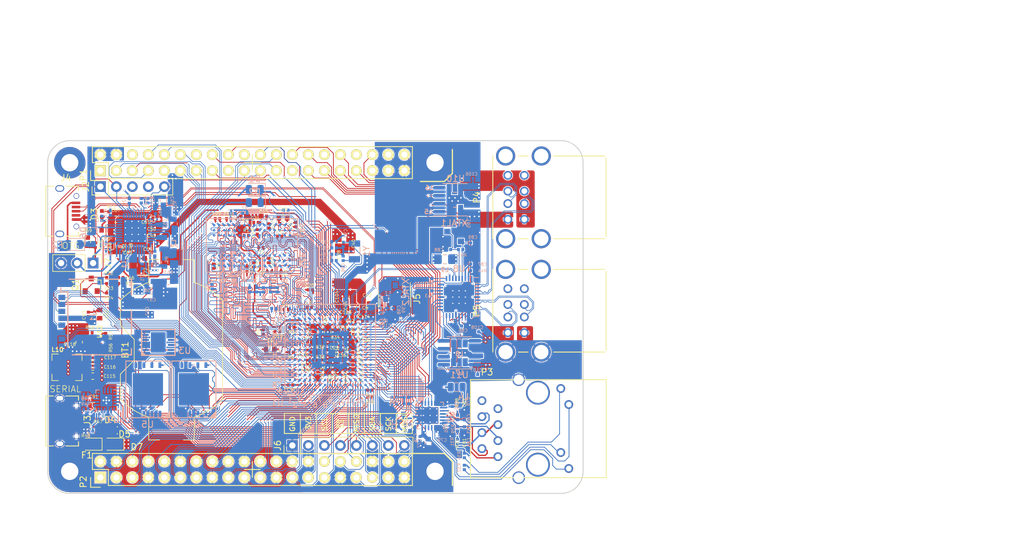
<source format=kicad_pcb>
(kicad_pcb (version 20171130) (host pcbnew 5.1.6-c6e7f7d~86~ubuntu18.04.1)
  (layers (0 TOP signal) (1 PWR power) (2 VSS power) (31 BOTTOM signal) (34 B.Paste user) (35 F.Paste user) (36 B.SilkS user) (37 F.SilkS user) (38 B.Mask user) (39 F.Mask user) (44 Edge.Cuts user))
  (net 0 "")
  (net 1 "/PMIC PF1550/ON_KEY")
  (net 2 "/PMIC PF1550/AUD_INT")
  (net 3 /DDR/DQSL+)
  (net 4 /DDR/DQSL-)
  (net 5 /DDR/DQSU+)
  (net 6 /DDR/DQSU-)
  (net 7 /ETHERNET/VDDCR)
  (net 8 /ETHERNET/TXP)
  (net 9 /ETHERNET/TXN)
  (net 10 /ETHERNET/RXP)
  (net 11 /ETHERNET/RXN)
  (net 12 /ETHERNET/ETH_AVDD)
  (net 13 "Net-(D3-Pad2)")
  (net 14 "Net-(D4-Pad1)")
  (net 15 "Net-(D4-Pad2)")
  (net 16 /ETHERNET/LED1+)
  (net 17 /ETHERNET/LED1-)
  (net 18 /ETHERNET/LED2-)
  (net 19 /ETHERNET/LED2+)
  (net 20 /DDR/ZQ)
  (net 21 /DDR/CKE1)
  (net 22 /DDR/CKE0)
  (net 23 /DDR/RESET#)
  (net 24 /DDR/ZQPAD)
  (net 25 /DDR/CK-)
  (net 26 /DDR/CK+)
  (net 27 /DDR/ZQ1)
  (net 28 /ETHERNET/RBIAS)
  (net 29 /DDR/ODT1)
  (net 30 /DDR/A14)
  (net 31 /DDR/A6)
  (net 32 /DDR/BA1)
  (net 33 /DDR/A1)
  (net 34 /DDR/A13)
  (net 35 /DDR/A7)
  (net 36 /DDR/CS1#)
  (net 37 /DDR/WE#)
  (net 38 /DDR/CAS#)
  (net 39 /DDR/A8)
  (net 40 /DDR/A2)
  (net 41 /DDR/BA2)
  (net 42 /DDR/A11)
  (net 43 /DDR/A4)
  (net 44 /DDR/A15)
  (net 45 /DDR/A5)
  (net 46 /DDR/A9)
  (net 47 /DDR/A12)
  (net 48 /DDR/A0)
  (net 49 /DDR/BA0)
  (net 50 /DDR/A3)
  (net 51 /DDR/A10)
  (net 52 /DDR/RAS#)
  (net 53 /DDR/ODT0)
  (net 54 /DDR/CS0#)
  (net 55 /DDR/DQU5)
  (net 56 /DDR/DQU4)
  (net 57 /DDR/DQU7)
  (net 58 /DDR/DQU6)
  (net 59 /DDR/DQU3)
  (net 60 /DDR/DMU)
  (net 61 /DDR/DQL0)
  (net 62 /DDR/DQL6)
  (net 63 /DDR/DQL2)
  (net 64 /DDR/DML)
  (net 65 /DDR/DQL5)
  (net 66 /DDR/DQU0)
  (net 67 /DDR/DQU1)
  (net 68 /DDR/DQL7)
  (net 69 /DDR/DQU2)
  (net 70 /DDR/DQL1)
  (net 71 /DDR/DQL3)
  (net 72 /DDR/DQL4)
  (net 73 5V)
  (net 74 USB0_D-)
  (net 75 USB0_D+)
  (net 76 USB1_D+)
  (net 77 USB1_D-)
  (net 78 USB3_D-)
  (net 79 USB3_D+)
  (net 80 USB2_D+)
  (net 81 USB2_D-)
  (net 82 DBG_VBUS)
  (net 83 "/USB DEBUG & OTG/DBG_VDD")
  (net 84 DBG_TXD)
  (net 85 DBG_RXD)
  (net 86 DBG_RTS)
  (net 87 DBG_CTS)
  (net 88 OTG_D+)
  (net 89 OTG_D-)
  (net 90 OTG_VBUS)
  (net 91 VSYS)
  (net 92 DRAM_1V35)
  (net 93 LICELL)
  (net 94 "/PMIC PF1550/VDDOTP")
  (net 95 VDD_SOC_IN)
  (net 96 DCDC_3V3)
  (net 97 PMIC_STBY_REQ)
  (net 98 PMIC_ON_REQ)
  (net 99 POR_B)
  (net 100 VDD_HIGH_IN)
  (net 101 "/PMIC PF1550/SW3OUT")
  (net 102 "/PMIC PF1550/SW2OUT")
  (net 103 "/PMIC PF1550/SW1OUT")
  (net 104 "/PMIC PF1550/CHGB")
  (net 105 "Net-(D5-Pad2)")
  (net 106 "/PMIC PF1550/SW1LX")
  (net 107 "/PMIC PF1550/SW2LX")
  (net 108 "/PMIC PF1550/SW3LX")
  (net 109 "Net-(R49-Pad1)")
  (net 110 HUB_D+)
  (net 111 HUB_D-)
  (net 112 VREFDDR)
  (net 113 VDD_HIGH_CAP)
  (net 114 VDD_SNVS)
  (net 115 NVCC_PLL_OUT)
  (net 116 VDD_SOC_CAP)
  (net 117 VDD_ARM_CAP)
  (net 118 ETH_NINT)
  (net 119 ETH_MDIO)
  (net 120 ETH_RXER)
  (net 121 ETH_TXD1)
  (net 122 ETH_TXD0)
  (net 123 ETH_RXEN)
  (net 124 ETH_RXD1)
  (net 125 ETH_TXCK)
  (net 126 ETH_TXEN)
  (net 127 ETH_RXD0)
  (net 128 ETH_MDC)
  (net 129 ETH_NRST)
  (net 130 HUB_24MHZ)
  (net 131 "/PMIC PF1550/VCORE")
  (net 132 "/PMIC PF1550/VDIG")
  (net 133 SD1_CD_B)
  (net 134 "Net-(Q1-Pad1)")
  (net 135 VDD_SNVS_IN)
  (net 136 "Net-(C85-Pad1)")
  (net 137 "Net-(D5-Pad1)")
  (net 138 "Net-(D6-Pad2)")
  (net 139 "Net-(D7-Pad2)")
  (net 140 "Net-(R13-Pad2)")
  (net 141 PMIC_WDI)
  (net 142 "Net-(R46-Pad2)")
  (net 143 GND)
  (net 144 "/USB HUB/USB0_VBUS")
  (net 145 "/USB HUB/USB1_VBUS")
  (net 146 "/USB HUB/USB2_VBUS")
  (net 147 "/USB HUB/USB3_VBUS")
  (net 148 SD1_D2)
  (net 149 SD1_D3)
  (net 150 SD1_CMD)
  (net 151 SD1_CLK)
  (net 152 SD1_D0)
  (net 153 SD1_D1)
  (net 154 CSI_DATA01)
  (net 155 CSI_DATA00)
  (net 156 CSI_DATA03)
  (net 157 CSI_DATA02)
  (net 158 CSI_DATA07)
  (net 159 CSI_DATA05)
  (net 160 CSI_DATA06)
  (net 161 CSI_PIXCLK)
  (net 162 CSI_MCLK)
  (net 163 CSI_DATA04)
  (net 164 CSI_HSYNC)
  (net 165 CSI_VSYNC)
  (net 166 "/PMIC PF1550/STANDBY")
  (net 167 BOARD_SDA)
  (net 168 BOARD_SCL)
  (net 169 "/USB DEBUG & OTG/DBG_D-")
  (net 170 "/USB DEBUG & OTG/DBG_D+")
  (net 171 UART2_RXD)
  (net 172 UART2_CTS)
  (net 173 UART2_TXD)
  (net 174 UART2_RTS)
  (net 175 UART4_TXD)
  (net 176 UART4_RXD)
  (net 177 "/PMIC PF1550/POWERON")
  (net 178 /IMX_Power_Pins/VDD_SNVS_CAP)
  (net 179 /Clock_and_Control/RTC_XTALO)
  (net 180 /Clock_and_Control/RTC_XTALI)
  (net 181 /Clock_and_Control/IMX_XTALO)
  (net 182 /Clock_and_Control/IMX_XTALI)
  (net 183 /Clock_and_Control/JTAG_TDI)
  (net 184 /Clock_and_Control/JTAG_TDO)
  (net 185 /Clock_and_Control/JTAG_TCK)
  (net 186 /Clock_and_Control/JTAG_TMS)
  (net 187 /IMX_Peripherals_2/LCD_D23)
  (net 188 /IMX_Peripherals_2/LCD_D22)
  (net 189 /IMX_Peripherals_2/LCD_D21)
  (net 190 /IMX_Peripherals_2/LCD_D20)
  (net 191 /IMX_Peripherals_2/LCD_D18)
  (net 192 /IMX_Peripherals_2/LCD_D19)
  (net 193 /IMX_Peripherals_2/LCD_D17)
  (net 194 /IMX_Peripherals_2/LCD_D16)
  (net 195 /IMX_Peripherals_2/LCD_D15)
  (net 196 /IMX_Peripherals_2/LCD_D14)
  (net 197 /IMX_Peripherals_2/LCD_D12)
  (net 198 /IMX_Peripherals_2/LCD_D13)
  (net 199 /IMX_Peripherals_2/LCD_D11)
  (net 200 /IMX_Peripherals_2/LCD_D10)
  (net 201 /IMX_Peripherals_2/LCD_D9)
  (net 202 /IMX_Peripherals_2/LCD_D8)
  (net 203 /IMX_Peripherals_2/LCD_D6)
  (net 204 /IMX_Peripherals_2/LCD_D7)
  (net 205 /IMX_Peripherals_2/LCD_D5)
  (net 206 /IMX_Peripherals_2/LCD_D4)
  (net 207 /IMX_Peripherals_2/LCD_D3)
  (net 208 /IMX_Peripherals_2/LCD_D2)
  (net 209 /IMX_Peripherals_2/LCD_D0)
  (net 210 /IMX_Peripherals_2/LCD_D1)
  (net 211 /IMX_Peripherals_2/LCD_VSYNC)
  (net 212 /IMX_Peripherals_2/LCD_HSYNC)
  (net 213 /IMX_Peripherals_2/LCD_EN)
  (net 214 /IMX_Peripherals_2/LCD_CLK)
  (net 215 /IMX_Peripherals_2/LCD_RST)
  (net 216 /Clock_and_Control/JTAG_MOD)
  (net 217 /Clock_and_Control/BOOT1)
  (net 218 /Clock_and_Control/BOOT0)
  (net 219 /IMX_Peripherals_2/QA_D0)
  (net 220 /IMX_Peripherals_2/QA_D3)
  (net 221 /IMX_Peripherals_2/QB_D0)
  (net 222 /IMX_Peripherals_2/QA_D2)
  (net 223 /IMX_Peripherals_2/QB_D3)
  (net 224 /IMX_Peripherals_2/QA_D1)
  (net 225 /IMX_Peripherals_2/QB_D2)
  (net 226 /IMX_Peripherals_2/QB_CS)
  (net 227 /IMX_Peripherals_2/QA_CLK)
  (net 228 /IMX_Peripherals_2/QB_D1)
  (net 229 /IMX_Peripherals_2/QB_CLK)
  (net 230 /IMX_Peripherals_2/QA_CS)
  (net 231 VBATT)
  (net 232 "/USB HUB/CRFILT")
  (net 233 "/USB HUB/PLLFILT")
  (net 234 "/USB HUB/XTALOUT")
  (net 235 /IMX_Peripherals_1/TOUCH_SCL)
  (net 236 /IMX_Peripherals_1/TOUCH_SS0)
  (net 237 /IMX_Peripherals_1/TOUCH_MISO)
  (net 238 /IMX_Peripherals_1/TOUCH_SDA)
  (net 239 /IMX_Peripherals_1/TOUCH_SCLK)
  (net 240 /IMX_Peripherals_1/TOUCH_MOSI)
  (net 241 "/USB HUB/VDD33")
  (net 242 BATT_THM)
  (net 243 "/USB HUB/SUSP_IND")
  (net 244 "/USB HUB/HS_IND")
  (net 245 "/USB HUB/RBIAS2")
  (net 246 DBG_GPIO1)
  (net 247 DBG_SUSPEND)
  (net 248 DBG_GPIO0)
  (net 249 DBG_WKUP)
  (net 250 /IMX_Peripherals_2/VDDUSB_CAP)
  (net 251 /Clock_and_Control/JTAG_TRST_B)
  (net 252 NVCC_CSI)
  (net 253 NVCC_SD)
  (net 254 /Clock_and_Control/VDDA_ADC)
  (net 255 /IMX_Peripherals_1/UART5_TX)
  (net 256 /IMX_Peripherals_1/UART5_RX)
  (net 257 /IMX_Peripherals_1/UART3_RTS)
  (net 258 /IMX_Peripherals_1/UART3_CTS)
  (net 259 /IMX_Peripherals_1/UART3_RX)
  (net 260 /IMX_Peripherals_1/UART3_TX)
  (net 261 SNVS3)
  (net 262 SNVS1)
  (net 263 SNVS0)
  (net 264 "/USB HUB/PORT4_OCS")
  (net 265 "/USB HUB/PORT4_PWR")
  (net 266 "/USB HUB/PORT3_OCS")
  (net 267 "/USB HUB/PORT3_PWR")
  (net 268 "/USB HUB/PORT2_OCS")
  (net 269 "/USB HUB/PORT2_PWR")
  (net 270 "/USB HUB/PORT1_OCS")
  (net 271 "/USB HUB/PORT1_PWR")
  (net 272 "Net-(J2-Pad3)")
  (net 273 "Net-(J3-Pad4)")
  (net 274 "Net-(J4-Pad4)")
  (net 275 "Net-(P3-Pad7)")
  (net 276 "Net-(U1-PadA5)")
  (net 277 "Net-(U1-PadA6)")
  (net 278 "Net-(U1-PadB4)")
  (net 279 "Net-(U1-PadB7)")
  (net 280 "Net-(U1-PadD7)")
  (net 281 /Clock_and_Control/SNVS8)
  (net 282 /Clock_and_Control/SNVS7)
  (net 283 "Net-(U1-PadP16)")
  (net 284 "Net-(U1-PadP17)")
  (net 285 "Net-(U1-PadR6)")
  (net 286 "Net-(U1-PadR8)")
  (net 287 "Net-(U1-PadR13)")
  (net 288 "Net-(U1-PadU16)")
  (net 289 "Net-(U3-Pad4)")
  (net 290 A71_NRST)
  (net 291 "Net-(U6-Pad39)")
  (net 292 "Net-(U7-Pad4)")
  (net 293 HUB_RESET)
  (net 294 "Net-(U9-Pad11)")
  (net 295 "Net-(U9-Pad10)")
  (net 296 SNVS4)
  (net 297 "Net-(J2-Pad4)")
  (net 298 PGOOD)
  (net 299 BOOST_EN)
  (net 300 "/USB DEBUG & OTG/BOOST_SW")
  (net 301 "/USB DEBUG & OTG/BOOST_FB")
  (net 302 /Clock_and_Control/SNVS2)
  (module "Custom Components:DDR3_BGA96" (layer BOTTOM) (at 142.438 89.1325 90)
    (fp_text reference U2 (at -5.297354 8.128 180) (layer B.SilkS) (effects (justify mirror)))
    (fp_text value DDR3_BGA96)
    (fp_text user 8 (at 2.4 8 90) (layer B.SilkS) (effects (font (size 0.8 0.8)) (justify mirror)))
    (fp_text user 7 (at 1.6 8 90) (layer B.SilkS) (effects (font (size 0.8 0.8)) (justify mirror)))
    (fp_text user 3 (at -1.6 8 90) (layer B.SilkS) (effects (font (size 0.8 0.8)) (justify mirror)))
    (fp_text user 2 (at -2.4 8 90) (layer B.SilkS) (effects (font (size 0.8 0.8)) (justify mirror)))
    (fp_text user 9 (at 3.2 8 90) (layer B.SilkS) (effects (font (size 0.8 0.8)) (justify mirror)))
    (fp_text user 1 (at -3.2 8 90) (layer B.SilkS) (effects (font (size 0.8 0.8)) (justify mirror)))
    (fp_text user T (at -5.6 -6 90) (layer B.SilkS) (effects (font (size 0.8 0.8)) (justify mirror)))
    (fp_text user R (at -4.8 -5.2 90) (layer B.SilkS) (effects (font (size 0.8 0.8)) (justify mirror)))
    (fp_text user P (at -5.6 -4.4 90) (layer B.SilkS) (effects (font (size 0.8 0.8)) (justify mirror)))
    (fp_text user N (at -4.8 -3.6 90) (layer B.SilkS) (effects (font (size 0.8 0.8)) (justify mirror)))
    (fp_text user M (at -5.6 -2.8 90) (layer B.SilkS) (effects (font (size 0.8 0.8)) (justify mirror)))
    (fp_text user L (at -4.8 -2 90) (layer B.SilkS) (effects (font (size 0.8 0.8)) (justify mirror)))
    (fp_text user K (at -5.6 -1.2 90) (layer B.SilkS) (effects (font (size 0.8 0.8)) (justify mirror)))
    (fp_text user J (at -4.8 -0.4 90) (layer B.SilkS) (effects (font (size 0.8 0.8)) (justify mirror)))
    (fp_text user H (at -5.6 0.4 90) (layer B.SilkS) (effects (font (size 0.8 0.8)) (justify mirror)))
    (fp_text user G (at -4.8 1.2 90) (layer B.SilkS) (effects (font (size 0.8 0.8)) (justify mirror)))
    (fp_text user F (at -5.6 2 90) (layer B.SilkS) (effects (font (size 0.8 0.8)) (justify mirror)))
    (fp_text user E (at -4.8 2.8 90) (layer B.SilkS) (effects (font (size 0.8 0.8)) (justify mirror)))
    (fp_text user D (at -5.6 3.6 90) (layer B.SilkS) (effects (font (size 0.8 0.8)) (justify mirror)))
    (fp_text user C (at -4.8 4.4 90) (layer B.SilkS) (effects (font (size 0.8 0.8)) (justify mirror)))
    (fp_text user B (at -5.6 5.2 90) (layer B.SilkS) (effects (font (size 0.8 0.8)) (justify mirror)))
    (fp_text user A (at -4.8 6 90) (layer B.SilkS) (effects (font (size 0.8 0.8)) (justify mirror)))
    (pad A1 smd circle (at -3.2 6 90) (size 0.4 0.4) (layers BOTTOM B.Paste B.Mask) (net 92 DRAM_1V35))
    (pad B1 smd circle (at -3.2 5.2 90) (size 0.4 0.4) (layers BOTTOM B.Paste B.Mask) (net 143 GND))
    (pad C1 smd circle (at -3.2 4.4 90) (size 0.4 0.4) (layers BOTTOM B.Paste B.Mask) (net 92 DRAM_1V35))
    (pad D1 smd circle (at -3.2 3.6 90) (size 0.4 0.4) (layers BOTTOM B.Paste B.Mask) (net 143 GND))
    (pad E1 smd circle (at -3.2 2.8 90) (size 0.4 0.4) (layers BOTTOM B.Paste B.Mask) (net 143 GND))
    (pad F1 smd circle (at -3.2 2 90) (size 0.4 0.4) (layers BOTTOM B.Paste B.Mask) (net 92 DRAM_1V35))
    (pad G1 smd circle (at -3.2 1.2 90) (size 0.4 0.4) (layers BOTTOM B.Paste B.Mask) (net 143 GND))
    (pad H1 smd circle (at -3.2 0.4 90) (size 0.4 0.4) (layers BOTTOM B.Paste B.Mask) (net 112 VREFDDR))
    (pad J1 smd circle (at -3.2 -0.4 90) (size 0.4 0.4) (layers BOTTOM B.Paste B.Mask) (net 29 /DDR/ODT1))
    (pad K1 smd circle (at -3.2 -1.2 90) (size 0.4 0.4) (layers BOTTOM B.Paste B.Mask) (net 53 /DDR/ODT0))
    (pad L1 smd circle (at -3.2 -2 90) (size 0.4 0.4) (layers BOTTOM B.Paste B.Mask) (net 36 /DDR/CS1#))
    (pad M1 smd circle (at -3.2 -2.8 90) (size 0.4 0.4) (layers BOTTOM B.Paste B.Mask) (net 143 GND))
    (pad N1 smd circle (at -3.2 -3.6 90) (size 0.4 0.4) (layers BOTTOM B.Paste B.Mask) (net 92 DRAM_1V35))
    (pad P1 smd circle (at -3.2 -4.4 90) (size 0.4 0.4) (layers BOTTOM B.Paste B.Mask) (net 143 GND))
    (pad R1 smd circle (at -3.2 -5.2 90) (size 0.4 0.4) (layers BOTTOM B.Paste B.Mask) (net 92 DRAM_1V35))
    (pad T1 smd circle (at -3.2 -6 90) (size 0.4 0.4) (layers BOTTOM B.Paste B.Mask) (net 143 GND))
    (pad A2 smd circle (at -2.4 6 90) (size 0.4 0.4) (layers BOTTOM B.Paste B.Mask) (net 55 /DDR/DQU5))
    (pad B2 smd circle (at -2.4 5.2 90) (size 0.4 0.4) (layers BOTTOM B.Paste B.Mask) (net 92 DRAM_1V35))
    (pad C2 smd circle (at -2.4 4.4 90) (size 0.4 0.4) (layers BOTTOM B.Paste B.Mask) (net 59 /DDR/DQU3))
    (pad D2 smd circle (at -2.4 3.6 90) (size 0.4 0.4) (layers BOTTOM B.Paste B.Mask) (net 92 DRAM_1V35))
    (pad E2 smd circle (at -2.4 2.8 90) (size 0.4 0.4) (layers BOTTOM B.Paste B.Mask) (net 143 GND))
    (pad F2 smd circle (at -2.4 2 90) (size 0.4 0.4) (layers BOTTOM B.Paste B.Mask) (net 68 /DDR/DQL7))
    (pad G2 smd circle (at -2.4 1.2 90) (size 0.4 0.4) (layers BOTTOM B.Paste B.Mask) (net 62 /DDR/DQL6))
    (pad H2 smd circle (at -2.4 0.4 90) (size 0.4 0.4) (layers BOTTOM B.Paste B.Mask) (net 92 DRAM_1V35))
    (pad J2 smd circle (at -2.4 -0.4 90) (size 0.4 0.4) (layers BOTTOM B.Paste B.Mask) (net 143 GND))
    (pad K2 smd circle (at -2.4 -1.2 90) (size 0.4 0.4) (layers BOTTOM B.Paste B.Mask) (net 92 DRAM_1V35))
    (pad L2 smd circle (at -2.4 -2 90) (size 0.4 0.4) (layers BOTTOM B.Paste B.Mask) (net 54 /DDR/CS0#))
    (pad M2 smd circle (at -2.4 -2.8 90) (size 0.4 0.4) (layers BOTTOM B.Paste B.Mask) (net 49 /DDR/BA0))
    (pad N2 smd circle (at -2.4 -3.6 90) (size 0.4 0.4) (layers BOTTOM B.Paste B.Mask) (net 50 /DDR/A3))
    (pad P2 smd circle (at -2.4 -4.4 90) (size 0.4 0.4) (layers BOTTOM B.Paste B.Mask) (net 45 /DDR/A5))
    (pad R2 smd circle (at -2.4 -5.2 90) (size 0.4 0.4) (layers BOTTOM B.Paste B.Mask) (net 35 /DDR/A7))
    (pad T2 smd circle (at -2.4 -6 90) (size 0.4 0.4) (layers BOTTOM B.Paste B.Mask) (net 23 /DDR/RESET#))
    (pad A3 smd circle (at -1.6 6 90) (size 0.4 0.4) (layers BOTTOM B.Paste B.Mask) (net 57 /DDR/DQU7))
    (pad B3 smd circle (at -1.6 5.2 90) (size 0.4 0.4) (layers BOTTOM B.Paste B.Mask) (net 143 GND))
    (pad C3 smd circle (at -1.6 4.4 90) (size 0.4 0.4) (layers BOTTOM B.Paste B.Mask) (net 67 /DDR/DQU1))
    (pad D3 smd circle (at -1.6 3.6 90) (size 0.4 0.4) (layers BOTTOM B.Paste B.Mask) (net 60 /DDR/DMU))
    (pad E3 smd circle (at -1.6 2.8 90) (size 0.4 0.4) (layers BOTTOM B.Paste B.Mask) (net 61 /DDR/DQL0))
    (pad F3 smd circle (at -1.6 2 90) (size 0.4 0.4) (layers BOTTOM B.Paste B.Mask) (net 3 /DDR/DQSL+))
    (pad G3 smd circle (at -1.6 1.2 90) (size 0.4 0.4) (layers BOTTOM B.Paste B.Mask) (net 4 /DDR/DQSL-))
    (pad H3 smd circle (at -1.6 0.4 90) (size 0.4 0.4) (layers BOTTOM B.Paste B.Mask) (net 70 /DDR/DQL1))
    (pad J3 smd circle (at -1.6 -0.4 90) (size 0.4 0.4) (layers BOTTOM B.Paste B.Mask) (net 52 /DDR/RAS#))
    (pad K3 smd circle (at -1.6 -1.2 90) (size 0.4 0.4) (layers BOTTOM B.Paste B.Mask) (net 38 /DDR/CAS#))
    (pad L3 smd circle (at -1.6 -2 90) (size 0.4 0.4) (layers BOTTOM B.Paste B.Mask) (net 37 /DDR/WE#))
    (pad M3 smd circle (at -1.6 -2.8 90) (size 0.4 0.4) (layers BOTTOM B.Paste B.Mask) (net 41 /DDR/BA2))
    (pad N3 smd circle (at -1.6 -3.6 90) (size 0.4 0.4) (layers BOTTOM B.Paste B.Mask) (net 48 /DDR/A0))
    (pad P3 smd circle (at -1.6 -4.4 90) (size 0.4 0.4) (layers BOTTOM B.Paste B.Mask) (net 40 /DDR/A2))
    (pad R3 smd circle (at -1.6 -5.2 90) (size 0.4 0.4) (layers BOTTOM B.Paste B.Mask) (net 46 /DDR/A9))
    (pad T3 smd circle (at -1.6 -6 90) (size 0.4 0.4) (layers BOTTOM B.Paste B.Mask) (net 34 /DDR/A13))
    (pad A7 smd circle (at 1.6 6 90) (size 0.4 0.4) (layers BOTTOM B.Paste B.Mask) (net 56 /DDR/DQU4))
    (pad B7 smd circle (at 1.6 5.2 90) (size 0.4 0.4) (layers BOTTOM B.Paste B.Mask) (net 6 /DDR/DQSU-))
    (pad C7 smd circle (at 1.6 4.4 90) (size 0.4 0.4) (layers BOTTOM B.Paste B.Mask) (net 5 /DDR/DQSU+))
    (pad D7 smd circle (at 1.6 3.6 90) (size 0.4 0.4) (layers BOTTOM B.Paste B.Mask) (net 66 /DDR/DQU0))
    (pad E7 smd circle (at 1.6 2.8 90) (size 0.4 0.4) (layers BOTTOM B.Paste B.Mask) (net 64 /DDR/DML))
    (pad F7 smd circle (at 1.6 2 90) (size 0.4 0.4) (layers BOTTOM B.Paste B.Mask) (net 72 /DDR/DQL4))
    (pad G7 smd circle (at 1.6 1.2 90) (size 0.4 0.4) (layers BOTTOM B.Paste B.Mask) (net 92 DRAM_1V35))
    (pad H7 smd circle (at 1.6 0.4 90) (size 0.4 0.4) (layers BOTTOM B.Paste B.Mask) (net 63 /DDR/DQL2))
    (pad J7 smd circle (at 1.6 -0.4 90) (size 0.4 0.4) (layers BOTTOM B.Paste B.Mask) (net 26 /DDR/CK+))
    (pad K7 smd circle (at 1.6 -1.2 90) (size 0.4 0.4) (layers BOTTOM B.Paste B.Mask) (net 25 /DDR/CK-))
    (pad L7 smd circle (at 1.6 -2 90) (size 0.4 0.4) (layers BOTTOM B.Paste B.Mask) (net 51 /DDR/A10))
    (pad M7 smd circle (at 1.6 -2.8 90) (size 0.4 0.4) (layers BOTTOM B.Paste B.Mask) (net 44 /DDR/A15))
    (pad N7 smd circle (at 1.6 -3.6 90) (size 0.4 0.4) (layers BOTTOM B.Paste B.Mask) (net 47 /DDR/A12))
    (pad P7 smd circle (at 1.6 -4.4 90) (size 0.4 0.4) (layers BOTTOM B.Paste B.Mask) (net 33 /DDR/A1))
    (pad R7 smd circle (at 1.6 -5.2 90) (size 0.4 0.4) (layers BOTTOM B.Paste B.Mask) (net 42 /DDR/A11))
    (pad T7 smd circle (at 1.6 -6 90) (size 0.4 0.4) (layers BOTTOM B.Paste B.Mask) (net 30 /DDR/A14))
    (pad A8 smd circle (at 2.4 6 90) (size 0.4 0.4) (layers BOTTOM B.Paste B.Mask) (net 92 DRAM_1V35))
    (pad B8 smd circle (at 2.4 5.2 90) (size 0.4 0.4) (layers BOTTOM B.Paste B.Mask) (net 58 /DDR/DQU6))
    (pad C8 smd circle (at 2.4 4.4 90) (size 0.4 0.4) (layers BOTTOM B.Paste B.Mask) (net 69 /DDR/DQU2))
    (pad D8 smd circle (at 2.4 3.6 90) (size 0.4 0.4) (layers BOTTOM B.Paste B.Mask) (net 143 GND))
    (pad E8 smd circle (at 2.4 2.8 90) (size 0.4 0.4) (layers BOTTOM B.Paste B.Mask) (net 143 GND))
    (pad F8 smd circle (at 2.4 2 90) (size 0.4 0.4) (layers BOTTOM B.Paste B.Mask) (net 71 /DDR/DQL3))
    (pad G8 smd circle (at 2.4 1.2 90) (size 0.4 0.4) (layers BOTTOM B.Paste B.Mask) (net 143 GND))
    (pad H8 smd circle (at 2.4 0.4 90) (size 0.4 0.4) (layers BOTTOM B.Paste B.Mask) (net 65 /DDR/DQL5))
    (pad J8 smd circle (at 2.4 -0.4 90) (size 0.4 0.4) (layers BOTTOM B.Paste B.Mask) (net 143 GND))
    (pad K8 smd circle (at 2.4 -1.2 90) (size 0.4 0.4) (layers BOTTOM B.Paste B.Mask) (net 92 DRAM_1V35))
    (pad L8 smd circle (at 2.4 -2 90) (size 0.4 0.4) (layers BOTTOM B.Paste B.Mask) (net 20 /DDR/ZQ))
    (pad M8 smd circle (at 2.4 -2.8 90) (size 0.4 0.4) (layers BOTTOM B.Paste B.Mask) (net 112 VREFDDR))
    (pad N8 smd circle (at 2.4 -3.6 90) (size 0.4 0.4) (layers BOTTOM B.Paste B.Mask) (net 32 /DDR/BA1))
    (pad P8 smd circle (at 2.4 -4.4 90) (size 0.4 0.4) (layers BOTTOM B.Paste B.Mask) (net 43 /DDR/A4))
    (pad R8 smd circle (at 2.4 -5.2 90) (size 0.4 0.4) (layers BOTTOM B.Paste B.Mask) (net 31 /DDR/A6))
    (pad T8 smd circle (at 2.4 -6 90) (size 0.4 0.4) (layers BOTTOM B.Paste B.Mask) (net 39 /DDR/A8))
    (pad A9 smd circle (at 3.2 6 90) (size 0.4 0.4) (layers BOTTOM B.Paste B.Mask) (net 143 GND))
    (pad B9 smd circle (at 3.2 5.2 90) (size 0.4 0.4) (layers BOTTOM B.Paste B.Mask) (net 143 GND))
    (pad C9 smd circle (at 3.2 4.4 90) (size 0.4 0.4) (layers BOTTOM B.Paste B.Mask) (net 92 DRAM_1V35))
    (pad D9 smd circle (at 3.2 3.6 90) (size 0.4 0.4) (layers BOTTOM B.Paste B.Mask) (net 92 DRAM_1V35))
    (pad E9 smd circle (at 3.2 2.8 90) (size 0.4 0.4) (layers BOTTOM B.Paste B.Mask) (net 92 DRAM_1V35))
    (pad F9 smd circle (at 3.2 2 90) (size 0.4 0.4) (layers BOTTOM B.Paste B.Mask) (net 143 GND))
    (pad G9 smd circle (at 3.2 1.2 90) (size 0.4 0.4) (layers BOTTOM B.Paste B.Mask) (net 143 GND))
    (pad H9 smd circle (at 3.2 0.4 90) (size 0.4 0.4) (layers BOTTOM B.Paste B.Mask) (net 92 DRAM_1V35))
    (pad J9 smd circle (at 3.2 -0.4 90) (size 0.4 0.4) (layers BOTTOM B.Paste B.Mask) (net 21 /DDR/CKE1))
    (pad K9 smd circle (at 3.2 -1.2 90) (size 0.4 0.4) (layers BOTTOM B.Paste B.Mask) (net 22 /DDR/CKE0))
    (pad L9 smd circle (at 3.2 -2 90) (size 0.4 0.4) (layers BOTTOM B.Paste B.Mask) (net 27 /DDR/ZQ1))
    (pad M9 smd circle (at 3.2 -2.8 90) (size 0.4 0.4) (layers BOTTOM B.Paste B.Mask) (net 143 GND))
    (pad N9 smd circle (at 3.2 -3.6 90) (size 0.4 0.4) (layers BOTTOM B.Paste B.Mask) (net 92 DRAM_1V35))
    (pad P9 smd circle (at 3.2 -4.4 90) (size 0.4 0.4) (layers BOTTOM B.Paste B.Mask) (net 143 GND))
    (pad R9 smd circle (at 3.2 -5.2 90) (size 0.4 0.4) (layers BOTTOM B.Paste B.Mask) (net 92 DRAM_1V35))
    (pad T9 smd circle (at 3.2 -6 90) (size 0.4 0.4) (layers BOTTOM B.Paste B.Mask) (net 143 GND))
  )
  (module "Custom Components:MIC2877" (layer TOP) (at 117.163 104.8325)
    (fp_text reference U12 (at 1.1 -2 90) (layer F.SilkS) (effects (font (size 0.7 0.7))))
    (fp_text value MIC2877)
    (pad 8 smd rect (at 0 -0.9) (size 0.3 0.6) (layers TOP F.Paste F.Mask) (net 298 PGOOD))
    (pad 6 smd rect (at 0.9 -0.07) (size 0.6 0.3) (layers TOP F.Paste F.Mask) (net 299 BOOST_EN))
    (pad 2 smd rect (at -0.9 -0.07) (size 0.6 0.3) (layers TOP F.Paste F.Mask) (net 143 GND))
    (pad 7 smd rect (at 0.9 -0.72) (size 0.6 0.3) (layers TOP F.Paste F.Mask) (net 301 "/USB DEBUG & OTG/BOOST_FB"))
    (pad 1 smd rect (at -0.9 -0.72) (size 0.6 0.3) (layers TOP F.Paste F.Mask) (net 231 VBATT))
    (pad 3 smd rect (at -0.65 0.8) (size 0.3 0.78) (layers TOP F.Paste F.Mask) (net 143 GND))
    (pad 5 smd rect (at 0.65 0.8) (size 0.3 0.78) (layers TOP F.Paste F.Mask) (net 73 5V))
    (pad 4 smd rect (at 0 0.8) (size 0.3 0.78) (layers TOP F.Paste F.Mask) (net 300 "/USB DEBUG & OTG/BOOST_SW"))
  )
  (module Inductor_SMD:L_Bourns-SRN4018 (layer TOP) (at 113.063 108.4825 180)
    (fp_text reference L10 (at 1.5 2.8 180) (layer F.SilkS) (effects (font (size 0.7 0.7))))
    (fp_text value 1uH)
    (pad 2 smd rect (at 1.525 0 180) (size 1.5 3.6) (layers TOP F.Paste F.Mask) (net 231 VBATT))
    (pad 1 smd rect (at -1.525 0 180) (size 1.5 3.6) (layers TOP F.Paste F.Mask) (net 300 "/USB DEBUG & OTG/BOOST_SW"))
  )
  (module "Custom Components:C_0402_narrow" (layer BOTTOM) (at 127.013 90.4325 270)
    (fp_text reference C60 (at -0.125 0.7 90) (layer B.SilkS) (effects (font (size 0.5 0.5) (thickness 0.07)) (justify mirror)))
    (fp_text value 4.7uF)
    (pad 2 smd roundrect (at 0.35 0 270) (size 0.4572 0.5) (layers BOTTOM B.Paste B.Mask) (roundrect_rratio 0.05) (net 143 GND))
    (pad 1 smd roundrect (at -0.35 0 270) (size 0.4572 0.5) (layers BOTTOM B.Paste B.Mask) (roundrect_rratio 0.05) (net 100 VDD_HIGH_IN))
  )
  (module "Custom Components:C_0402_narrow" (layer TOP) (at 125.563 91.6825 270)
    (fp_text reference C72 (at 1.7 0 90) (layer F.SilkS) (effects (font (size 0.5 0.5) (thickness 0.07))))
    (fp_text value 1uF)
    (pad 2 smd roundrect (at 0.35 0 270) (size 0.4572 0.5) (layers TOP F.Paste F.Mask) (roundrect_rratio 0.05) (net 143 GND))
    (pad 1 smd roundrect (at -0.35 0 270) (size 0.4572 0.5) (layers TOP F.Paste F.Mask) (roundrect_rratio 0.05) (net 132 "/PMIC PF1550/VDIG"))
  )
  (module "Custom Components:C_0603_narrow" (layer BOTTOM) (at 129.213 94.8325 180)
    (fp_text reference C63 (at 0 1.43 180) (layer B.SilkS) (effects (font (size 0.5 0.5) (thickness 0.07)) (justify mirror)))
    (fp_text value 1.0uF)
    (pad 2 smd roundrect (at 0.65 0 180) (size 0.7112 0.8382) (layers BOTTOM B.Paste B.Mask) (roundrect_rratio 0.05) (net 143 GND))
    (pad 1 smd roundrect (at -0.65 0 180) (size 0.7112 0.8382) (layers BOTTOM B.Paste B.Mask) (roundrect_rratio 0.05) (net 92 DRAM_1V35))
  )
  (module "Custom Components:C_0402_narrow" (layer BOTTOM) (at 125.013 92.4325 270)
    (fp_text reference C71 (at 1.7 0 270) (layer B.SilkS) (effects (font (size 0.5 0.5) (thickness 0.07)) (justify mirror)))
    (fp_text value 1uF)
    (pad 2 smd roundrect (at 0.35 0 270) (size 0.4572 0.5) (layers BOTTOM B.Paste B.Mask) (roundrect_rratio 0.05) (net 143 GND))
    (pad 1 smd roundrect (at -0.35 0 270) (size 0.4572 0.5) (layers BOTTOM B.Paste B.Mask) (roundrect_rratio 0.05) (net 131 "/PMIC PF1550/VCORE"))
  )
  (module "Custom Components:C_0603_narrow" (layer TOP) (at 122.713 91.7325)
    (fp_text reference C65 (at 0 -1.43) (layer F.SilkS) (effects (font (size 0.5 0.5) (thickness 0.07))))
    (fp_text value 0.1uF)
    (pad 2 smd roundrect (at 0.65 0) (size 0.7112 0.8382) (layers TOP F.Paste F.Mask) (roundrect_rratio 0.05) (net 143 GND))
    (pad 1 smd roundrect (at -0.65 0) (size 0.7112 0.8382) (layers TOP F.Paste F.Mask) (roundrect_rratio 0.05) (net 93 LICELL))
  )
  (module Diode_SMD:D_0805_2012Metric (layer BOTTOM) (at 142.863 80.2325 180)
    (fp_text reference D1 (at 0 1.65 180) (layer B.SilkS) (effects (justify mirror)))
    (fp_text value D_Schottky_ALT)
    (pad 2 smd roundrect (at 0.9375 0 180) (size 0.975 1.4) (layers BOTTOM B.Paste B.Mask) (net 114 VDD_SNVS))
    (pad 1 smd roundrect (at -0.9375 0 180) (size 0.975 1.4) (layers BOTTOM B.Paste B.Mask) (net 135 VDD_SNVS_IN))
  )
  (module Diode_SMD:D_0805_2012Metric (layer BOTTOM) (at 142.8755 82.3325 180)
    (fp_text reference D2 (at 0 1.65 180) (layer B.SilkS) (effects (justify mirror)))
    (fp_text value D_Schottky_ALT)
    (pad 2 smd roundrect (at 0.9375 0 180) (size 0.975 1.4) (layers BOTTOM B.Paste B.Mask) (net 93 LICELL))
    (pad 1 smd roundrect (at -0.9375 0 180) (size 0.975 1.4) (layers BOTTOM B.Paste B.Mask) (net 135 VDD_SNVS_IN))
  )
  (module Package_DFN_QFN:QFN-40-1EP_5x5mm_P0.4mm_EP3.6x3.6mm_ThermalVias (layer BOTTOM) (at 123.8955 86.8695 270)
    (fp_text reference U6 (at 2.480354 4.126454) (layer B.SilkS) (effects (justify mirror)))
    (fp_text value PF1550)
    (pad 41 smd rect (at 0 0 270) (size 3.6 3.6) (layers TOP) (net 143 GND))
    (pad 41 thru_hole circle (at 1.55 -1.55 270) (size 0.5 0.5) (drill 0.2) (layers *.Cu) (net 143 GND))
    (pad 41 thru_hole circle (at 0.516667 -1.55 270) (size 0.5 0.5) (drill 0.2) (layers *.Cu) (net 143 GND))
    (pad 41 thru_hole circle (at -0.516667 -1.55 270) (size 0.5 0.5) (drill 0.2) (layers *.Cu) (net 143 GND))
    (pad 41 thru_hole circle (at -1.55 -1.55 270) (size 0.5 0.5) (drill 0.2) (layers *.Cu) (net 143 GND))
    (pad 41 thru_hole circle (at 1.55 -0.516667 270) (size 0.5 0.5) (drill 0.2) (layers *.Cu) (net 143 GND))
    (pad 41 thru_hole circle (at 0.516667 -0.516667 270) (size 0.5 0.5) (drill 0.2) (layers *.Cu) (net 143 GND))
    (pad 41 thru_hole circle (at -0.516667 -0.516667 270) (size 0.5 0.5) (drill 0.2) (layers *.Cu) (net 143 GND))
    (pad 41 thru_hole circle (at -1.55 -0.516667 270) (size 0.5 0.5) (drill 0.2) (layers *.Cu) (net 143 GND))
    (pad 41 thru_hole circle (at 1.55 0.516667 270) (size 0.5 0.5) (drill 0.2) (layers *.Cu) (net 143 GND))
    (pad 41 thru_hole circle (at 0.516667 0.516667 270) (size 0.5 0.5) (drill 0.2) (layers *.Cu) (net 143 GND))
    (pad 41 thru_hole circle (at -0.516667 0.516667 270) (size 0.5 0.5) (drill 0.2) (layers *.Cu) (net 143 GND))
    (pad 41 thru_hole circle (at -1.55 0.516667 270) (size 0.5 0.5) (drill 0.2) (layers *.Cu) (net 143 GND))
    (pad 41 thru_hole circle (at 1.55 1.55 270) (size 0.5 0.5) (drill 0.2) (layers *.Cu) (net 143 GND))
    (pad 41 thru_hole circle (at 0.516667 1.55 270) (size 0.5 0.5) (drill 0.2) (layers *.Cu) (net 143 GND))
    (pad 41 thru_hole circle (at -0.516667 1.55 270) (size 0.5 0.5) (drill 0.2) (layers *.Cu) (net 143 GND))
    (pad 41 thru_hole circle (at -1.55 1.55 270) (size 0.5 0.5) (drill 0.2) (layers *.Cu) (net 143 GND))
    (pad 41 smd rect (at 0 0 270) (size 3.6 3.6) (layers BOTTOM B.Mask) (net 143 GND))
    (pad 40 smd roundrect (at -1.8 2.4375 270) (size 0.25 0.825) (layers BOTTOM B.Paste B.Mask) (net 104 "/PMIC PF1550/CHGB"))
    (pad 39 smd roundrect (at -1.4 2.4375 270) (size 0.25 0.825) (layers BOTTOM B.Paste B.Mask) (net 291 "Net-(U6-Pad39)"))
    (pad 38 smd roundrect (at -1 2.4375 270) (size 0.25 0.825) (layers BOTTOM B.Paste B.Mask) (net 140 "Net-(R13-Pad2)"))
    (pad 37 smd roundrect (at -0.6 2.4375 270) (size 0.25 0.825) (layers BOTTOM B.Paste B.Mask) (net 73 5V))
    (pad 36 smd roundrect (at -0.2 2.4375 270) (size 0.25 0.825) (layers BOTTOM B.Paste B.Mask) (net 91 VSYS))
    (pad 35 smd roundrect (at 0.2 2.4375 270) (size 0.25 0.825) (layers BOTTOM B.Paste B.Mask) (net 91 VSYS))
    (pad 34 smd roundrect (at 0.6 2.4375 270) (size 0.25 0.825) (layers BOTTOM B.Paste B.Mask) (net 231 VBATT))
    (pad 33 smd roundrect (at 1 2.4375 270) (size 0.25 0.825) (layers BOTTOM B.Paste B.Mask) (net 231 VBATT))
    (pad 32 smd roundrect (at 1.4 2.4375 270) (size 0.25 0.825) (layers BOTTOM B.Paste B.Mask) (net 242 BATT_THM))
    (pad 31 smd roundrect (at 1.8 2.4375 270) (size 0.25 0.825) (layers BOTTOM B.Paste B.Mask) (net 93 LICELL))
    (pad 30 smd roundrect (at 2.4375 1.8 270) (size 0.825 0.25) (layers BOTTOM B.Paste B.Mask) (net 114 VDD_SNVS))
    (pad 29 smd roundrect (at 2.4375 1.4 270) (size 0.825 0.25) (layers BOTTOM B.Paste B.Mask) (net 252 NVCC_CSI))
    (pad 28 smd roundrect (at 2.4375 1 270) (size 0.825 0.25) (layers BOTTOM B.Paste B.Mask) (net 91 VSYS))
    (pad 27 smd roundrect (at 2.4375 0.6 270) (size 0.825 0.25) (layers BOTTOM B.Paste B.Mask) (net 103 "/PMIC PF1550/SW1OUT"))
    (pad 26 smd roundrect (at 2.4375 0.2 270) (size 0.825 0.25) (layers BOTTOM B.Paste B.Mask) (net 91 VSYS))
    (pad 25 smd roundrect (at 2.4375 -0.2 270) (size 0.825 0.25) (layers BOTTOM B.Paste B.Mask) (net 106 "/PMIC PF1550/SW1LX"))
    (pad 24 smd roundrect (at 2.4375 -0.6 270) (size 0.825 0.25) (layers BOTTOM B.Paste B.Mask) (net 131 "/PMIC PF1550/VCORE"))
    (pad 23 smd roundrect (at 2.4375 -1 270) (size 0.825 0.25) (layers BOTTOM B.Paste B.Mask) (net 132 "/PMIC PF1550/VDIG"))
    (pad 22 smd roundrect (at 2.4375 -1.4 270) (size 0.825 0.25) (layers BOTTOM B.Paste B.Mask) (net 92 DRAM_1V35))
    (pad 21 smd roundrect (at 2.4375 -1.8 270) (size 0.825 0.25) (layers BOTTOM B.Paste B.Mask) (net 112 VREFDDR))
    (pad 20 smd roundrect (at 1.8 -2.4375 270) (size 0.25 0.825) (layers BOTTOM B.Paste B.Mask) (net 91 VSYS))
    (pad 19 smd roundrect (at 1.4 -2.4375 270) (size 0.25 0.825) (layers BOTTOM B.Paste B.Mask) (net 100 VDD_HIGH_IN))
    (pad 18 smd roundrect (at 1 -2.4375 270) (size 0.25 0.825) (layers BOTTOM B.Paste B.Mask) (net 107 "/PMIC PF1550/SW2LX"))
    (pad 17 smd roundrect (at 0.6 -2.4375 270) (size 0.25 0.825) (layers BOTTOM B.Paste B.Mask) (net 91 VSYS))
    (pad 16 smd roundrect (at 0.2 -2.4375 270) (size 0.25 0.825) (layers BOTTOM B.Paste B.Mask) (net 102 "/PMIC PF1550/SW2OUT"))
    (pad 15 smd roundrect (at -0.2 -2.4375 270) (size 0.25 0.825) (layers BOTTOM B.Paste B.Mask) (net 101 "/PMIC PF1550/SW3OUT"))
    (pad 14 smd roundrect (at -0.6 -2.4375 270) (size 0.25 0.825) (layers BOTTOM B.Paste B.Mask) (net 91 VSYS))
    (pad 13 smd roundrect (at -1 -2.4375 270) (size 0.25 0.825) (layers BOTTOM B.Paste B.Mask) (net 108 "/PMIC PF1550/SW3LX"))
    (pad 12 smd roundrect (at -1.4 -2.4375 270) (size 0.25 0.825) (layers BOTTOM B.Paste B.Mask) (net 253 NVCC_SD))
    (pad 11 smd roundrect (at -1.8 -2.4375 270) (size 0.25 0.825) (layers BOTTOM B.Paste B.Mask) (net 91 VSYS))
    (pad 10 smd roundrect (at -2.4375 -1.8 270) (size 0.825 0.25) (layers BOTTOM B.Paste B.Mask) (net 99 POR_B))
    (pad 9 smd roundrect (at -2.4375 -1.4 270) (size 0.825 0.25) (layers BOTTOM B.Paste B.Mask) (net 2 "/PMIC PF1550/AUD_INT"))
    (pad 8 smd roundrect (at -2.4375 -1 270) (size 0.825 0.25) (layers BOTTOM B.Paste B.Mask) (net 1 "/PMIC PF1550/ON_KEY"))
    (pad 7 smd roundrect (at -2.4375 -0.6 270) (size 0.825 0.25) (layers BOTTOM B.Paste B.Mask) (net 166 "/PMIC PF1550/STANDBY"))
    (pad 6 smd roundrect (at -2.4375 -0.2 270) (size 0.825 0.25) (layers BOTTOM B.Paste B.Mask) (net 177 "/PMIC PF1550/POWERON"))
    (pad 5 smd roundrect (at -2.4375 0.2 270) (size 0.825 0.25) (layers BOTTOM B.Paste B.Mask) (net 94 "/PMIC PF1550/VDDOTP"))
    (pad 4 smd roundrect (at -2.4375 0.6 270) (size 0.825 0.25) (layers BOTTOM B.Paste B.Mask) (net 96 DCDC_3V3))
    (pad 3 smd roundrect (at -2.4375 1 270) (size 0.825 0.25) (layers BOTTOM B.Paste B.Mask) (net 168 BOARD_SCL))
    (pad 2 smd roundrect (at -2.4375 1.4 270) (size 0.825 0.25) (layers BOTTOM B.Paste B.Mask) (net 167 BOARD_SDA))
    (pad 1 smd roundrect (at -2.4375 1.8 270) (size 0.825 0.25) (layers BOTTOM B.Paste B.Mask) (net 141 PMIC_WDI))
  )
  (module Package_DFN_QFN:QFN-36-1EP_6x6mm_P0.5mm_EP3.7x3.7mm_ThermalVias (layer BOTTOM) (at 175.313 97.3325 180)
    (fp_text reference U8 (at 0 4.5 180) (layer B.SilkS) (effects (justify mirror)))
    (fp_text value USB2514B)
    (pad 37 smd rect (at 0 0 180) (size 2.5 2.5) (layers TOP) (net 143 GND))
    (pad 37 thru_hole circle (at 1 -1 180) (size 0.5 0.5) (drill 0.2) (layers *.Cu) (net 143 GND))
    (pad 37 thru_hole circle (at 0 -1 180) (size 0.5 0.5) (drill 0.2) (layers *.Cu) (net 143 GND))
    (pad 37 thru_hole circle (at -1 -1 180) (size 0.5 0.5) (drill 0.2) (layers *.Cu) (net 143 GND))
    (pad 37 thru_hole circle (at 1 0 180) (size 0.5 0.5) (drill 0.2) (layers *.Cu) (net 143 GND))
    (pad 37 thru_hole circle (at 0 0 180) (size 0.5 0.5) (drill 0.2) (layers *.Cu) (net 143 GND))
    (pad 37 thru_hole circle (at -1 0 180) (size 0.5 0.5) (drill 0.2) (layers *.Cu) (net 143 GND))
    (pad 37 thru_hole circle (at 1 1 180) (size 0.5 0.5) (drill 0.2) (layers *.Cu) (net 143 GND))
    (pad 37 thru_hole circle (at 0 1 180) (size 0.5 0.5) (drill 0.2) (layers *.Cu) (net 143 GND))
    (pad 37 thru_hole circle (at -1 1 180) (size 0.5 0.5) (drill 0.2) (layers *.Cu) (net 143 GND))
    (pad 37 smd rect (at 0 0 180) (size 3.7 3.7) (layers BOTTOM B.Mask) (net 143 GND))
    (pad 36 smd roundrect (at -2 2.9375 180) (size 0.25 0.825) (layers BOTTOM B.Paste B.Mask) (net 241 "/USB HUB/VDD33"))
    (pad 35 smd roundrect (at -1.5 2.9375 180) (size 0.25 0.825) (layers BOTTOM B.Paste B.Mask) (net 245 "/USB HUB/RBIAS2"))
    (pad 34 smd roundrect (at -1 2.9375 180) (size 0.25 0.825) (layers BOTTOM B.Paste B.Mask) (net 233 "/USB HUB/PLLFILT"))
    (pad 33 smd roundrect (at -0.5 2.9375 180) (size 0.25 0.825) (layers BOTTOM B.Paste B.Mask) (net 130 HUB_24MHZ))
    (pad 32 smd roundrect (at 0 2.9375 180) (size 0.25 0.825) (layers BOTTOM B.Paste B.Mask) (net 234 "/USB HUB/XTALOUT"))
    (pad 31 smd roundrect (at 0.5 2.9375 180) (size 0.25 0.825) (layers BOTTOM B.Paste B.Mask) (net 110 HUB_D+))
    (pad 30 smd roundrect (at 1 2.9375 180) (size 0.25 0.825) (layers BOTTOM B.Paste B.Mask) (net 111 HUB_D-))
    (pad 29 smd roundrect (at 1.5 2.9375 180) (size 0.25 0.825) (layers BOTTOM B.Paste B.Mask) (net 241 "/USB HUB/VDD33"))
    (pad 28 smd roundrect (at 2 2.9375 180) (size 0.25 0.825) (layers BOTTOM B.Paste B.Mask) (net 243 "/USB HUB/SUSP_IND"))
    (pad 27 smd roundrect (at 2.9375 2 180) (size 0.825 0.25) (layers BOTTOM B.Paste B.Mask) (net 241 "/USB HUB/VDD33"))
    (pad 26 smd roundrect (at 2.9375 1.5 180) (size 0.825 0.25) (layers BOTTOM B.Paste B.Mask) (net 293 HUB_RESET))
    (pad 25 smd roundrect (at 2.9375 1 180) (size 0.825 0.25) (layers BOTTOM B.Paste B.Mask) (net 244 "/USB HUB/HS_IND"))
    (pad 24 smd roundrect (at 2.9375 0.5 180) (size 0.825 0.25) (layers BOTTOM B.Paste B.Mask) (net 168 BOARD_SCL))
    (pad 23 smd roundrect (at 2.9375 0 180) (size 0.825 0.25) (layers BOTTOM B.Paste B.Mask) (net 241 "/USB HUB/VDD33"))
    (pad 22 smd roundrect (at 2.9375 -0.5 180) (size 0.825 0.25) (layers BOTTOM B.Paste B.Mask) (net 167 BOARD_SDA))
    (pad 21 smd roundrect (at 2.9375 -1 180) (size 0.825 0.25) (layers BOTTOM B.Paste B.Mask) (net 264 "/USB HUB/PORT4_OCS"))
    (pad 20 smd roundrect (at 2.9375 -1.5 180) (size 0.825 0.25) (layers BOTTOM B.Paste B.Mask) (net 265 "/USB HUB/PORT4_PWR"))
    (pad 19 smd roundrect (at 2.9375 -2 180) (size 0.825 0.25) (layers BOTTOM B.Paste B.Mask) (net 266 "/USB HUB/PORT3_OCS"))
    (pad 18 smd roundrect (at 2 -2.9375 180) (size 0.25 0.825) (layers BOTTOM B.Paste B.Mask) (net 267 "/USB HUB/PORT3_PWR"))
    (pad 17 smd roundrect (at 1.5 -2.9375 180) (size 0.25 0.825) (layers BOTTOM B.Paste B.Mask) (net 268 "/USB HUB/PORT2_OCS"))
    (pad 16 smd roundrect (at 1 -2.9375 180) (size 0.25 0.825) (layers BOTTOM B.Paste B.Mask) (net 269 "/USB HUB/PORT2_PWR"))
    (pad 15 smd roundrect (at 0.5 -2.9375 180) (size 0.25 0.825) (layers BOTTOM B.Paste B.Mask) (net 241 "/USB HUB/VDD33"))
    (pad 14 smd roundrect (at 0 -2.9375 180) (size 0.25 0.825) (layers BOTTOM B.Paste B.Mask) (net 232 "/USB HUB/CRFILT"))
    (pad 13 smd roundrect (at -0.5 -2.9375 180) (size 0.25 0.825) (layers BOTTOM B.Paste B.Mask) (net 270 "/USB HUB/PORT1_OCS"))
    (pad 12 smd roundrect (at -1 -2.9375 180) (size 0.25 0.825) (layers BOTTOM B.Paste B.Mask) (net 271 "/USB HUB/PORT1_PWR"))
    (pad 11 smd roundrect (at -1.5 -2.9375 180) (size 0.25 0.825) (layers BOTTOM B.Paste B.Mask) (net 143 GND))
    (pad 10 smd roundrect (at -2 -2.9375 180) (size 0.25 0.825) (layers BOTTOM B.Paste B.Mask) (net 241 "/USB HUB/VDD33"))
    (pad 9 smd roundrect (at -2.9375 -2 180) (size 0.825 0.25) (layers BOTTOM B.Paste B.Mask) (net 79 USB3_D+))
    (pad 8 smd roundrect (at -2.9375 -1.5 180) (size 0.825 0.25) (layers BOTTOM B.Paste B.Mask) (net 78 USB3_D-))
    (pad 7 smd roundrect (at -2.9375 -1 180) (size 0.825 0.25) (layers BOTTOM B.Paste B.Mask) (net 80 USB2_D+))
    (pad 6 smd roundrect (at -2.9375 -0.5 180) (size 0.825 0.25) (layers BOTTOM B.Paste B.Mask) (net 81 USB2_D-))
    (pad 5 smd roundrect (at -2.9375 0 180) (size 0.825 0.25) (layers BOTTOM B.Paste B.Mask) (net 241 "/USB HUB/VDD33"))
    (pad 4 smd roundrect (at -2.9375 0.5 180) (size 0.825 0.25) (layers BOTTOM B.Paste B.Mask) (net 76 USB1_D+))
    (pad 3 smd roundrect (at -2.9375 1 180) (size 0.825 0.25) (layers BOTTOM B.Paste B.Mask) (net 77 USB1_D-))
    (pad 2 smd roundrect (at -2.9375 1.5 180) (size 0.825 0.25) (layers BOTTOM B.Paste B.Mask) (net 75 USB0_D+))
    (pad 1 smd roundrect (at -2.9375 2 180) (size 0.825 0.25) (layers BOTTOM B.Paste B.Mask) (net 74 USB0_D-))
  )
  (module Connector_PinHeader_2.54mm:PinHeader_1x08_P2.54mm_Vertical (layer TOP) (at 148.85 120.89 90)
    (fp_text reference J6 (at 0 -2.33 90) (layer F.SilkS))
    (fp_text value "TOUCH PANEL")
    (pad 8 thru_hole oval (at 0 17.78 90) (size 1.7 1.7) (drill 1) (layers *.Cu *.Mask) (net 240 /IMX_Peripherals_1/TOUCH_MOSI))
    (pad 7 thru_hole oval (at 0 15.24 90) (size 1.7 1.7) (drill 1) (layers *.Cu *.Mask) (net 239 /IMX_Peripherals_1/TOUCH_SCLK))
    (pad 6 thru_hole oval (at 0 12.7 90) (size 1.7 1.7) (drill 1) (layers *.Cu *.Mask) (net 238 /IMX_Peripherals_1/TOUCH_SDA))
    (pad 5 thru_hole oval (at 0 10.16 90) (size 1.7 1.7) (drill 1) (layers *.Cu *.Mask) (net 237 /IMX_Peripherals_1/TOUCH_MISO))
    (pad 4 thru_hole oval (at 0 7.62 90) (size 1.7 1.7) (drill 1) (layers *.Cu *.Mask) (net 236 /IMX_Peripherals_1/TOUCH_SS0))
    (pad 3 thru_hole oval (at 0 5.08 90) (size 1.7 1.7) (drill 1) (layers *.Cu *.Mask) (net 235 /IMX_Peripherals_1/TOUCH_SCL))
    (pad 2 thru_hole oval (at 0 2.54 90) (size 1.7 1.7) (drill 1) (layers *.Cu *.Mask) (net 96 DCDC_3V3))
    (pad 1 thru_hole rect (at 0 0 90) (size 1.7 1.7) (drill 1) (layers *.Cu *.Mask) (net 143 GND))
  )
  (module "Custom Components:R_0402_narrow" (layer BOTTOM) (at 176.1494 124.3806 270)
    (fp_text reference R32 (at 0 0.8 270) (layer B.SilkS) (effects (font (size 0.5 0.5) (thickness 0.07)) (justify mirror)))
    (fp_text value 150R)
    (pad 1 smd roundrect (at -0.35 0 270) (size 0.4572 0.5) (layers BOTTOM B.Paste B.Mask) (roundrect_rratio 0.05) (net 143 GND))
    (pad 2 smd roundrect (at 0.35 0 270) (size 0.4572 0.5) (layers BOTTOM B.Paste B.Mask) (roundrect_rratio 0.05) (net 17 /ETHERNET/LED1-))
  )
  (module "Custom Components:C_0603_narrow" (layer BOTTOM) (at 175.325 113.8825 90)
    (fp_text reference C78 (at 0 1.43 270) (layer B.SilkS) (effects (font (size 0.5 0.5) (thickness 0.07)) (justify mirror)))
    (fp_text value 4.7u)
    (pad 2 smd roundrect (at 0.65 0 90) (size 0.7112 0.8382) (layers BOTTOM B.Paste B.Mask) (roundrect_rratio 0.05) (net 143 GND))
    (pad 1 smd roundrect (at -0.65 0 90) (size 0.7112 0.8382) (layers BOTTOM B.Paste B.Mask) (roundrect_rratio 0.05) (net 12 /ETHERNET/ETH_AVDD))
  )
  (module "Custom Components:C_0402_narrow" (layer BOTTOM) (at 174.232 114.36 90)
    (fp_text reference C80 (at -0.125 0.7 90) (layer B.SilkS) (effects (font (size 0.5 0.5) (thickness 0.07)) (justify mirror)))
    (fp_text value 0.1u)
    (pad 2 smd roundrect (at 0.35 0 90) (size 0.4572 0.5) (layers BOTTOM B.Paste B.Mask) (roundrect_rratio 0.05) (net 143 GND))
    (pad 1 smd roundrect (at -0.35 0 90) (size 0.4572 0.5) (layers BOTTOM B.Paste B.Mask) (roundrect_rratio 0.05) (net 12 /ETHERNET/ETH_AVDD))
  )
  (module "Custom Components:R_0402_narrow" (layer BOTTOM) (at 176.1494 122.4806 270)
    (fp_text reference R34 (at 0 0.8 270) (layer B.SilkS) (effects (font (size 0.5 0.5) (thickness 0.07)) (justify mirror)))
    (fp_text value 150R)
    (pad 1 smd roundrect (at -0.35 0 270) (size 0.4572 0.5) (layers BOTTOM B.Paste B.Mask) (roundrect_rratio 0.05) (net 12 /ETHERNET/ETH_AVDD))
    (pad 2 smd roundrect (at 0.35 0 270) (size 0.4572 0.5) (layers BOTTOM B.Paste B.Mask) (roundrect_rratio 0.05) (net 19 /ETHERNET/LED2+))
  )
  (module "Custom Components:PINHD_2X20_X" (layer TOP) (at 142.5 124.7 90)
    (fp_text reference P2 (at -1.97 -26.83 90) (layer F.SilkS))
    (fp_text value DISPLAY)
    (pad 40 thru_hole oval (at 1.27 24.13 90) (size 1.7272 1.7272) (drill 1.016) (layers *.Cu *.Mask F.SilkS) (net 187 /IMX_Peripherals_2/LCD_D23))
    (pad 39 thru_hole oval (at -1.27 24.13 90) (size 1.7272 1.7272) (drill 1.016) (layers *.Cu *.Mask F.SilkS) (net 143 GND))
    (pad 38 thru_hole oval (at 1.27 21.59 90) (size 1.7272 1.7272) (drill 1.016) (layers *.Cu *.Mask F.SilkS) (net 188 /IMX_Peripherals_2/LCD_D22))
    (pad 37 thru_hole oval (at -1.27 21.59 90) (size 1.7272 1.7272) (drill 1.016) (layers *.Cu *.Mask F.SilkS) (net 189 /IMX_Peripherals_2/LCD_D21))
    (pad 36 thru_hole oval (at 1.27 19.05 90) (size 1.7272 1.7272) (drill 1.016) (layers *.Cu *.Mask F.SilkS) (net 143 GND))
    (pad 35 thru_hole oval (at -1.27 19.05 90) (size 1.7272 1.7272) (drill 1.016) (layers *.Cu *.Mask F.SilkS) (net 190 /IMX_Peripherals_2/LCD_D20))
    (pad 34 thru_hole oval (at 1.27 16.51 90) (size 1.7272 1.7272) (drill 1.016) (layers *.Cu *.Mask F.SilkS) (net 191 /IMX_Peripherals_2/LCD_D18))
    (pad 33 thru_hole oval (at -1.27 16.51 90) (size 1.7272 1.7272) (drill 1.016) (layers *.Cu *.Mask F.SilkS) (net 192 /IMX_Peripherals_2/LCD_D19))
    (pad 32 thru_hole oval (at 1.27 13.97 90) (size 1.7272 1.7272) (drill 1.016) (layers *.Cu *.Mask F.SilkS) (net 193 /IMX_Peripherals_2/LCD_D17))
    (pad 31 thru_hole oval (at -1.27 13.97 90) (size 1.7272 1.7272) (drill 1.016) (layers *.Cu *.Mask F.SilkS) (net 143 GND))
    (pad 30 thru_hole oval (at 1.27 11.43 90) (size 1.7272 1.7272) (drill 1.016) (layers *.Cu *.Mask F.SilkS) (net 194 /IMX_Peripherals_2/LCD_D16))
    (pad 29 thru_hole oval (at -1.27 11.43 90) (size 1.7272 1.7272) (drill 1.016) (layers *.Cu *.Mask F.SilkS) (net 195 /IMX_Peripherals_2/LCD_D15))
    (pad 28 thru_hole oval (at 1.27 8.89 90) (size 1.7272 1.7272) (drill 1.016) (layers *.Cu *.Mask F.SilkS) (net 143 GND))
    (pad 27 thru_hole oval (at -1.27 8.89 90) (size 1.7272 1.7272) (drill 1.016) (layers *.Cu *.Mask F.SilkS) (net 196 /IMX_Peripherals_2/LCD_D14))
    (pad 26 thru_hole oval (at 1.27 6.35 90) (size 1.7272 1.7272) (drill 1.016) (layers *.Cu *.Mask F.SilkS) (net 197 /IMX_Peripherals_2/LCD_D12))
    (pad 25 thru_hole oval (at -1.27 6.35 90) (size 1.7272 1.7272) (drill 1.016) (layers *.Cu *.Mask F.SilkS) (net 198 /IMX_Peripherals_2/LCD_D13))
    (pad 24 thru_hole oval (at 1.27 3.81 90) (size 1.7272 1.7272) (drill 1.016) (layers *.Cu *.Mask F.SilkS) (net 199 /IMX_Peripherals_2/LCD_D11))
    (pad 23 thru_hole oval (at -1.27 3.81 90) (size 1.7272 1.7272) (drill 1.016) (layers *.Cu *.Mask F.SilkS) (net 143 GND))
    (pad 22 thru_hole oval (at 1.27 1.27 90) (size 1.7272 1.7272) (drill 1.016) (layers *.Cu *.Mask F.SilkS) (net 200 /IMX_Peripherals_2/LCD_D10))
    (pad 21 thru_hole oval (at -1.27 1.27 90) (size 1.7272 1.7272) (drill 1.016) (layers *.Cu *.Mask F.SilkS) (net 201 /IMX_Peripherals_2/LCD_D9))
    (pad 20 thru_hole oval (at 1.27 -1.27 90) (size 1.7272 1.7272) (drill 1.016) (layers *.Cu *.Mask F.SilkS) (net 143 GND))
    (pad 19 thru_hole oval (at -1.27 -1.27 90) (size 1.7272 1.7272) (drill 1.016) (layers *.Cu *.Mask F.SilkS) (net 202 /IMX_Peripherals_2/LCD_D8))
    (pad 18 thru_hole oval (at 1.27 -3.81 90) (size 1.7272 1.7272) (drill 1.016) (layers *.Cu *.Mask F.SilkS) (net 203 /IMX_Peripherals_2/LCD_D6))
    (pad 17 thru_hole oval (at -1.27 -3.81 90) (size 1.7272 1.7272) (drill 1.016) (layers *.Cu *.Mask F.SilkS) (net 204 /IMX_Peripherals_2/LCD_D7))
    (pad 16 thru_hole oval (at 1.27 -6.35 90) (size 1.7272 1.7272) (drill 1.016) (layers *.Cu *.Mask F.SilkS) (net 205 /IMX_Peripherals_2/LCD_D5))
    (pad 15 thru_hole oval (at -1.27 -6.35 90) (size 1.7272 1.7272) (drill 1.016) (layers *.Cu *.Mask F.SilkS) (net 143 GND))
    (pad 14 thru_hole oval (at 1.27 -8.89 90) (size 1.7272 1.7272) (drill 1.016) (layers *.Cu *.Mask F.SilkS) (net 206 /IMX_Peripherals_2/LCD_D4))
    (pad 13 thru_hole oval (at -1.27 -8.89 90) (size 1.7272 1.7272) (drill 1.016) (layers *.Cu *.Mask F.SilkS) (net 207 /IMX_Peripherals_2/LCD_D3))
    (pad 12 thru_hole oval (at 1.27 -11.43 90) (size 1.7272 1.7272) (drill 1.016) (layers *.Cu *.Mask F.SilkS) (net 143 GND))
    (pad 11 thru_hole oval (at -1.27 -11.43 90) (size 1.7272 1.7272) (drill 1.016) (layers *.Cu *.Mask F.SilkS) (net 208 /IMX_Peripherals_2/LCD_D2))
    (pad 10 thru_hole oval (at 1.27 -13.97 90) (size 1.7272 1.7272) (drill 1.016) (layers *.Cu *.Mask F.SilkS) (net 209 /IMX_Peripherals_2/LCD_D0))
    (pad 9 thru_hole oval (at -1.27 -13.97 90) (size 1.7272 1.7272) (drill 1.016) (layers *.Cu *.Mask F.SilkS) (net 210 /IMX_Peripherals_2/LCD_D1))
    (pad 8 thru_hole oval (at 1.27 -16.51 90) (size 1.7272 1.7272) (drill 1.016) (layers *.Cu *.Mask F.SilkS) (net 211 /IMX_Peripherals_2/LCD_VSYNC))
    (pad 7 thru_hole oval (at -1.27 -16.51 90) (size 1.7272 1.7272) (drill 1.016) (layers *.Cu *.Mask F.SilkS) (net 143 GND))
    (pad 6 thru_hole oval (at 1.27 -19.05 90) (size 1.7272 1.7272) (drill 1.016) (layers *.Cu *.Mask F.SilkS) (net 212 /IMX_Peripherals_2/LCD_HSYNC))
    (pad 5 thru_hole oval (at -1.27 -19.05 90) (size 1.7272 1.7272) (drill 1.016) (layers *.Cu *.Mask F.SilkS) (net 213 /IMX_Peripherals_2/LCD_EN))
    (pad 4 thru_hole oval (at 1.27 -21.59 90) (size 1.7272 1.7272) (drill 1.016) (layers *.Cu *.Mask F.SilkS) (net 143 GND))
    (pad 3 thru_hole oval (at -1.27 -21.59 90) (size 1.7272 1.7272) (drill 1.016) (layers *.Cu *.Mask F.SilkS) (net 214 /IMX_Peripherals_2/LCD_CLK))
    (pad 2 thru_hole oval (at 1.27 -24.13 90) (size 1.7272 1.7272) (drill 1.016) (layers *.Cu *.Mask F.SilkS) (net 215 /IMX_Peripherals_2/LCD_RST))
    (pad 1 thru_hole rect (at -1.27 -24.13 90) (size 1.7272 1.7272) (drill 1.016) (layers *.Cu *.Mask F.SilkS) (net 73 5V))
  )
  (module "Custom Components:R_0402_narrow" (layer BOTTOM) (at 139.413 84.0825)
    (fp_text reference R6 (at 0 0.8) (layer B.SilkS) (effects (font (size 0.5 0.5) (thickness 0.07)) (justify mirror)))
    (fp_text value 240)
    (pad 1 smd roundrect (at -0.35 0) (size 0.4572 0.5) (layers BOTTOM B.Paste B.Mask) (roundrect_rratio 0.05) (net 143 GND))
    (pad 2 smd roundrect (at 0.35 0) (size 0.4572 0.5) (layers BOTTOM B.Paste B.Mask) (roundrect_rratio 0.05) (net 20 /DDR/ZQ))
  )
  (module "Custom Components:R_0402_narrow" (layer TOP) (at 148.652142 106.080918 180)
    (fp_text reference R4 (at 0 -0.8 180) (layer F.SilkS) (effects (font (size 0.5 0.5) (thickness 0.07))))
    (fp_text value 10K)
    (pad 1 smd roundrect (at -0.35 0 180) (size 0.4572 0.5) (layers TOP F.Paste F.Mask) (roundrect_rratio 0.05) (net 21 /DDR/CKE1))
    (pad 2 smd roundrect (at 0.35 0 180) (size 0.4572 0.5) (layers TOP F.Paste F.Mask) (roundrect_rratio 0.05) (net 143 GND))
  )
  (module "Custom Components:R_0402_narrow" (layer TOP) (at 144.263 102.8825 90)
    (fp_text reference R5 (at 0 -0.8 90) (layer F.SilkS) (effects (font (size 0.5 0.5) (thickness 0.07))))
    (fp_text value 10K)
    (pad 1 smd roundrect (at -0.35 0 90) (size 0.4572 0.5) (layers TOP F.Paste F.Mask) (roundrect_rratio 0.05) (net 22 /DDR/CKE0))
    (pad 2 smd roundrect (at 0.35 0 90) (size 0.4572 0.5) (layers TOP F.Paste F.Mask) (roundrect_rratio 0.05) (net 143 GND))
  )
  (module "Custom Components:R_0402_narrow" (layer TOP) (at 148.743012 102.13071 180)
    (fp_text reference R3 (at 0 -0.8 180) (layer F.SilkS) (effects (font (size 0.5 0.5) (thickness 0.07))))
    (fp_text value 240)
    (pad 1 smd roundrect (at -0.35 0 180) (size 0.4572 0.5) (layers TOP F.Paste F.Mask) (roundrect_rratio 0.05) (net 143 GND))
    (pad 2 smd roundrect (at 0.35 0 180) (size 0.4572 0.5) (layers TOP F.Paste F.Mask) (roundrect_rratio 0.05) (net 24 /DDR/ZQPAD))
  )
  (module "Custom Components:R_0402_narrow" (layer TOP) (at 141.538 87.5325)
    (fp_text reference R1 (at 0 -0.8) (layer F.SilkS) (effects (font (size 0.5 0.5) (thickness 0.07))))
    (fp_text value 470)
    (pad 1 smd roundrect (at -0.35 0) (size 0.4572 0.5) (layers TOP F.Paste F.Mask) (roundrect_rratio 0.05) (net 25 /DDR/CK-))
    (pad 2 smd roundrect (at 0.35 0) (size 0.4572 0.5) (layers TOP F.Paste F.Mask) (roundrect_rratio 0.05) (net 26 /DDR/CK+))
  )
  (module "Custom Components:R_0402_narrow" (layer BOTTOM) (at 122.963 82.0825 270)
    (fp_text reference R20 (at 0 0.8 90) (layer B.SilkS) (effects (font (size 0.5 0.5) (thickness 0.07)) (justify mirror)))
    (fp_text value 0R)
    (pad 1 smd roundrect (at -0.35 0 270) (size 0.4572 0.5) (layers BOTTOM B.Paste B.Mask) (roundrect_rratio 0.05) (net 143 GND))
    (pad 2 smd roundrect (at 0.35 0 270) (size 0.4572 0.5) (layers BOTTOM B.Paste B.Mask) (roundrect_rratio 0.05) (net 94 "/PMIC PF1550/VDDOTP"))
  )
  (module "Custom Components:R_0402_narrow" (layer BOTTOM) (at 119.613 88.7825 180)
    (fp_text reference R13 (at 0 0.8 180) (layer B.SilkS) (effects (font (size 0.5 0.5) (thickness 0.07)) (justify mirror)))
    (fp_text value 4.7K)
    (pad 1 smd roundrect (at -0.35 0 180) (size 0.4572 0.5) (layers BOTTOM B.Paste B.Mask) (roundrect_rratio 0.05) (net 242 BATT_THM))
    (pad 2 smd roundrect (at 0.35 0 180) (size 0.4572 0.5) (layers BOTTOM B.Paste B.Mask) (roundrect_rratio 0.05) (net 140 "Net-(R13-Pad2)"))
  )
  (module "Custom Components:R_0402_narrow" (layer TOP) (at 120.063 83.7825)
    (fp_text reference R11 (at 0 -0.8) (layer F.SilkS) (effects (font (size 0.5 0.5) (thickness 0.07))))
    (fp_text value 47)
    (pad 1 smd roundrect (at -0.35 0) (size 0.4572 0.5) (layers TOP F.Paste F.Mask) (roundrect_rratio 0.05) (net 13 "Net-(D3-Pad2)"))
    (pad 2 smd roundrect (at 0.35 0) (size 0.4572 0.5) (layers TOP F.Paste F.Mask) (roundrect_rratio 0.05) (net 91 VSYS))
  )
  (module "Custom Components:R_0402_narrow" (layer BOTTOM) (at 124.013 95.1825 270)
    (fp_text reference R8 (at 0 0.8 90) (layer B.SilkS) (effects (font (size 0.5 0.5) (thickness 0.07)) (justify mirror)))
    (fp_text value 0.02)
    (pad 1 smd roundrect (at -0.35 0 270) (size 0.4572 0.5) (layers BOTTOM B.Paste B.Mask) (roundrect_rratio 0.05) (net 103 "/PMIC PF1550/SW1OUT"))
    (pad 2 smd roundrect (at 0.35 0 270) (size 0.4572 0.5) (layers BOTTOM B.Paste B.Mask) (roundrect_rratio 0.05) (net 95 VDD_SOC_IN))
  )
  (module "Custom Components:R_0402_narrow" (layer BOTTOM) (at 129.713 91.3325 270)
    (fp_text reference R9 (at 0 0.8 270) (layer B.SilkS) (effects (font (size 0.5 0.5) (thickness 0.07)) (justify mirror)))
    (fp_text value 0.02)
    (pad 1 smd roundrect (at -0.35 0 270) (size 0.4572 0.5) (layers BOTTOM B.Paste B.Mask) (roundrect_rratio 0.05) (net 102 "/PMIC PF1550/SW2OUT"))
    (pad 2 smd roundrect (at 0.35 0 270) (size 0.4572 0.5) (layers BOTTOM B.Paste B.Mask) (roundrect_rratio 0.05) (net 92 DRAM_1V35))
  )
  (module "Custom Components:R_0402_narrow" (layer BOTTOM) (at 129.413 82.7825 90)
    (fp_text reference R10 (at 0 0.8 90) (layer B.SilkS) (effects (font (size 0.5 0.5) (thickness 0.07)) (justify mirror)))
    (fp_text value 0.02)
    (pad 1 smd roundrect (at -0.35 0 90) (size 0.4572 0.5) (layers BOTTOM B.Paste B.Mask) (roundrect_rratio 0.05) (net 101 "/PMIC PF1550/SW3OUT"))
    (pad 2 smd roundrect (at 0.35 0 90) (size 0.4572 0.5) (layers BOTTOM B.Paste B.Mask) (roundrect_rratio 0.05) (net 96 DCDC_3V3))
  )
  (module "Custom Components:R_0402_narrow" (layer BOTTOM) (at 141.313 84.0325 180)
    (fp_text reference R7 (at 0 0.8 180) (layer B.SilkS) (effects (font (size 0.5 0.5) (thickness 0.07)) (justify mirror)))
    (fp_text value 240)
    (pad 1 smd roundrect (at -0.35 0 180) (size 0.4572 0.5) (layers BOTTOM B.Paste B.Mask) (roundrect_rratio 0.05) (net 143 GND))
    (pad 2 smd roundrect (at 0.35 0 180) (size 0.4572 0.5) (layers BOTTOM B.Paste B.Mask) (roundrect_rratio 0.05) (net 27 /DDR/ZQ1))
  )
  (module "Custom Components:R_0402_narrow" (layer BOTTOM) (at 119.953 83.9925 270)
    (fp_text reference R15 (at 0 0.8 90) (layer B.SilkS) (effects (font (size 0.5 0.5) (thickness 0.07)) (justify mirror)))
    (fp_text value 100K)
    (pad 1 smd roundrect (at -0.35 0 270) (size 0.4572 0.5) (layers BOTTOM B.Paste B.Mask) (roundrect_rratio 0.05) (net 96 DCDC_3V3))
    (pad 2 smd roundrect (at 0.35 0 270) (size 0.4572 0.5) (layers BOTTOM B.Paste B.Mask) (roundrect_rratio 0.05) (net 141 PMIC_WDI))
  )
  (module "Custom Components:R_0402_narrow" (layer TOP) (at 161.166 113.2415 180)
    (fp_text reference R16 (at 0 -0.8) (layer F.SilkS) (effects (font (size 0.5 0.5) (thickness 0.07))))
    (fp_text value 4.7K)
    (pad 1 smd roundrect (at -0.35 0 180) (size 0.4572 0.5) (layers TOP F.Paste F.Mask) (roundrect_rratio 0.05) (net 96 DCDC_3V3))
    (pad 2 smd roundrect (at 0.35 0 180) (size 0.4572 0.5) (layers TOP F.Paste F.Mask) (roundrect_rratio 0.05) (net 167 BOARD_SDA))
  )
  (module "Custom Components:R_0402_narrow" (layer TOP) (at 161.1645 112.0985 180)
    (fp_text reference R17 (at 0 -0.8) (layer F.SilkS) (effects (font (size 0.5 0.5) (thickness 0.07))))
    (fp_text value 4.7K)
    (pad 1 smd roundrect (at -0.35 0 180) (size 0.4572 0.5) (layers TOP F.Paste F.Mask) (roundrect_rratio 0.05) (net 96 DCDC_3V3))
    (pad 2 smd roundrect (at 0.35 0 180) (size 0.4572 0.5) (layers TOP F.Paste F.Mask) (roundrect_rratio 0.05) (net 168 BOARD_SCL))
  )
  (module "Custom Components:R_0402_narrow" (layer TOP) (at 117.563 89.0825 270)
    (fp_text reference R18 (at 0 -0.8 90) (layer F.SilkS) (effects (font (size 0.5 0.5) (thickness 0.07))))
    (fp_text value 100K)
    (pad 1 smd roundrect (at -0.35 0 270) (size 0.4572 0.5) (layers TOP F.Paste F.Mask) (roundrect_rratio 0.05) (net 1 "/PMIC PF1550/ON_KEY"))
    (pad 2 smd roundrect (at 0.35 0 270) (size 0.4572 0.5) (layers TOP F.Paste F.Mask) (roundrect_rratio 0.05) (net 231 VBATT))
  )
  (module "Custom Components:R_0402_narrow" (layer BOTTOM) (at 124.863 82.0325 90)
    (fp_text reference R19 (at 0 0.8 90) (layer B.SilkS) (effects (font (size 0.5 0.5) (thickness 0.07)) (justify mirror)))
    (fp_text value 100K)
    (pad 1 smd roundrect (at -0.35 0 90) (size 0.4572 0.5) (layers BOTTOM B.Paste B.Mask) (roundrect_rratio 0.05) (net 2 "/PMIC PF1550/AUD_INT"))
    (pad 2 smd roundrect (at 0.35 0 90) (size 0.4572 0.5) (layers BOTTOM B.Paste B.Mask) (roundrect_rratio 0.05) (net 114 VDD_SNVS))
  )
  (module "Custom Components:R_0402_narrow" (layer BOTTOM) (at 125.913 82.0325 90)
    (fp_text reference R21 (at 0 0.8 90) (layer B.SilkS) (effects (font (size 0.5 0.5) (thickness 0.07)) (justify mirror)))
    (fp_text value 100K)
    (pad 1 smd roundrect (at -0.35 0 90) (size 0.4572 0.5) (layers BOTTOM B.Paste B.Mask) (roundrect_rratio 0.05) (net 99 POR_B))
    (pad 2 smd roundrect (at 0.35 0 90) (size 0.4572 0.5) (layers BOTTOM B.Paste B.Mask) (roundrect_rratio 0.05) (net 114 VDD_SNVS))
  )
  (module "Custom Components:R_0402_narrow" (layer TOP) (at 175.0494 118.2806 90)
    (fp_text reference R27 (at -2.288254 -0.0474 90) (layer F.SilkS) (effects (font (size 0.5 0.5) (thickness 0.07))))
    (fp_text value "49.9 1%")
    (pad 1 smd roundrect (at -0.35 0 90) (size 0.4572 0.5) (layers TOP F.Paste F.Mask) (roundrect_rratio 0.05) (net 12 /ETHERNET/ETH_AVDD))
    (pad 2 smd roundrect (at 0.35 0 90) (size 0.4572 0.5) (layers TOP F.Paste F.Mask) (roundrect_rratio 0.05) (net 8 /ETHERNET/TXP))
  )
  (module "Custom Components:R_0402_narrow" (layer TOP) (at 175.0494 116.3806 270)
    (fp_text reference R28 (at -2.288746 0.0474 270) (layer F.SilkS) (effects (font (size 0.5 0.5) (thickness 0.07))))
    (fp_text value "49.9 1%")
    (pad 1 smd roundrect (at -0.35 0 270) (size 0.4572 0.5) (layers TOP F.Paste F.Mask) (roundrect_rratio 0.05) (net 12 /ETHERNET/ETH_AVDD))
    (pad 2 smd roundrect (at 0.35 0 270) (size 0.4572 0.5) (layers TOP F.Paste F.Mask) (roundrect_rratio 0.05) (net 9 /ETHERNET/TXN))
  )
  (module "Custom Components:R_0402_narrow" (layer BOTTOM) (at 175.0494 118.2306 90)
    (fp_text reference R29 (at -0.0019 -0.6864 90) (layer B.SilkS) (effects (font (size 0.5 0.5) (thickness 0.07)) (justify mirror)))
    (fp_text value "49.9 1%")
    (pad 1 smd roundrect (at -0.35 0 90) (size 0.4572 0.5) (layers BOTTOM B.Paste B.Mask) (roundrect_rratio 0.05) (net 12 /ETHERNET/ETH_AVDD))
    (pad 2 smd roundrect (at 0.35 0 90) (size 0.4572 0.5) (layers BOTTOM B.Paste B.Mask) (roundrect_rratio 0.05) (net 10 /ETHERNET/RXP))
  )
  (module "Custom Components:R_0402_narrow" (layer BOTTOM) (at 175.07 116.46 270)
    (fp_text reference R30 (at 0 0.8 270) (layer B.SilkS) (effects (font (size 0.5 0.5) (thickness 0.07)) (justify mirror)))
    (fp_text value "49.9 1%")
    (pad 1 smd roundrect (at -0.35 0 270) (size 0.4572 0.5) (layers BOTTOM B.Paste B.Mask) (roundrect_rratio 0.05) (net 12 /ETHERNET/ETH_AVDD))
    (pad 2 smd roundrect (at 0.35 0 270) (size 0.4572 0.5) (layers BOTTOM B.Paste B.Mask) (roundrect_rratio 0.05) (net 11 /ETHERNET/RXN))
  )
  (module "Custom Components:R_0402_narrow" (layer BOTTOM) (at 175.0494 120.2825 270)
    (fp_text reference R31 (at 0 0.8 90) (layer B.SilkS) (effects (font (size 0.5 0.5) (thickness 0.07)) (justify mirror)))
    (fp_text value 0)
    (pad 1 smd roundrect (at -0.35 0 270) (size 0.4572 0.5) (layers BOTTOM B.Paste B.Mask) (roundrect_rratio 0.05) (net 12 /ETHERNET/ETH_AVDD))
    (pad 2 smd roundrect (at 0.35 0 270) (size 0.4572 0.5) (layers BOTTOM B.Paste B.Mask) (roundrect_rratio 0.05) (net 136 "Net-(C85-Pad1)"))
  )
  (module "Custom Components:R_0402_narrow" (layer BOTTOM) (at 119.613 89.7825)
    (fp_text reference R14 (at 0 0.8) (layer B.SilkS) (effects (font (size 0.5 0.5) (thickness 0.07)) (justify mirror)))
    (fp_text value DNP)
    (pad 1 smd roundrect (at -0.35 0) (size 0.4572 0.5) (layers BOTTOM B.Paste B.Mask) (roundrect_rratio 0.05) (net 143 GND))
    (pad 2 smd roundrect (at 0.35 0) (size 0.4572 0.5) (layers BOTTOM B.Paste B.Mask) (roundrect_rratio 0.05) (net 242 BATT_THM))
  )
  (module "Custom Components:R_0402_narrow" (layer BOTTOM) (at 166.959046 113.232854 180)
    (fp_text reference R33 (at 0 0.8) (layer B.SilkS) (effects (font (size 0.5 0.5) (thickness 0.07)) (justify mirror)))
    (fp_text value 4.7K)
    (pad 1 smd roundrect (at -0.35 0 180) (size 0.4572 0.5) (layers BOTTOM B.Paste B.Mask) (roundrect_rratio 0.05) (net 118 ETH_NINT))
    (pad 2 smd roundrect (at 0.35 0 180) (size 0.4572 0.5) (layers BOTTOM B.Paste B.Mask) (roundrect_rratio 0.05) (net 96 DCDC_3V3))
  )
  (module "Custom Components:R_0402_narrow" (layer BOTTOM) (at 166.963 114.2825)
    (fp_text reference R26 (at 0 0.8) (layer B.SilkS) (effects (font (size 0.5 0.5) (thickness 0.07)) (justify mirror)))
    (fp_text value 1K)
    (pad 1 smd roundrect (at -0.35 0) (size 0.4572 0.5) (layers BOTTOM B.Paste B.Mask) (roundrect_rratio 0.05) (net 96 DCDC_3V3))
    (pad 2 smd roundrect (at 0.35 0) (size 0.4572 0.5) (layers BOTTOM B.Paste B.Mask) (roundrect_rratio 0.05) (net 119 ETH_MDIO))
  )
  (module "Custom Components:R_0402_narrow" (layer BOTTOM) (at 173.913 118.1825 90)
    (fp_text reference R35 (at 0.05 -0.65 90) (layer B.SilkS) (effects (font (size 0.5 0.5) (thickness 0.07)) (justify mirror)))
    (fp_text value 12.1K)
    (pad 1 smd roundrect (at -0.35 0 90) (size 0.4572 0.5) (layers BOTTOM B.Paste B.Mask) (roundrect_rratio 0.05) (net 143 GND))
    (pad 2 smd roundrect (at 0.35 0 90) (size 0.4572 0.5) (layers BOTTOM B.Paste B.Mask) (roundrect_rratio 0.05) (net 28 /ETHERNET/RBIAS))
  )
  (module "Custom Components:R_0402_narrow" (layer BOTTOM) (at 167.113 117.5325 180)
    (fp_text reference R36 (at -0.1 0.4) (layer B.SilkS) (effects (font (size 0.5 0.5) (thickness 0.07)) (justify mirror)))
    (fp_text value 4.7K)
    (pad 1 smd roundrect (at -0.35 0 180) (size 0.4572 0.5) (layers BOTTOM B.Paste B.Mask) (roundrect_rratio 0.05) (net 127 ETH_RXD0))
    (pad 2 smd roundrect (at 0.35 0 180) (size 0.4572 0.5) (layers BOTTOM B.Paste B.Mask) (roundrect_rratio 0.05) (net 96 DCDC_3V3))
  )
  (module "Custom Components:R_0402_narrow" (layer BOTTOM) (at 167.113 118.5325 180)
    (fp_text reference R37 (at 0 0.8) (layer B.SilkS) (effects (font (size 0.5 0.5) (thickness 0.07)) (justify mirror)))
    (fp_text value 4.7K)
    (pad 1 smd roundrect (at -0.35 0 180) (size 0.4572 0.5) (layers BOTTOM B.Paste B.Mask) (roundrect_rratio 0.05) (net 124 ETH_RXD1))
    (pad 2 smd roundrect (at 0.35 0 180) (size 0.4572 0.5) (layers BOTTOM B.Paste B.Mask) (roundrect_rratio 0.05) (net 96 DCDC_3V3))
  )
  (module "Custom Components:R_0402_narrow" (layer BOTTOM) (at 175.559046 89.782854 180)
    (fp_text reference R45 (at -0.253954 -0.899646 180) (layer B.SilkS) (effects (font (size 0.5 0.5) (thickness 0.07)) (justify mirror)))
    (fp_text value 1M)
    (pad 1 smd roundrect (at -0.35 0 180) (size 0.4572 0.5) (layers BOTTOM B.Paste B.Mask) (roundrect_rratio 0.05) (net 130 HUB_24MHZ))
    (pad 2 smd roundrect (at 0.35 0 180) (size 0.4572 0.5) (layers BOTTOM B.Paste B.Mask) (roundrect_rratio 0.05) (net 234 "/USB HUB/XTALOUT"))
  )
  (module "Custom Components:R_0402_narrow" (layer BOTTOM) (at 165.013 113.2325)
    (fp_text reference R38 (at 0 0.8 180) (layer B.SilkS) (effects (font (size 0.5 0.5) (thickness 0.07)) (justify mirror)))
    (fp_text value 4.7K)
    (pad 1 smd roundrect (at -0.35 0) (size 0.4572 0.5) (layers BOTTOM B.Paste B.Mask) (roundrect_rratio 0.05) (net 123 ETH_RXEN))
    (pad 2 smd roundrect (at 0.35 0) (size 0.4572 0.5) (layers BOTTOM B.Paste B.Mask) (roundrect_rratio 0.05) (net 96 DCDC_3V3))
  )
  (module "Custom Components:R_0402_narrow" (layer BOTTOM) (at 165.013 114.2825 180)
    (fp_text reference R39 (at 0 0.8 180) (layer B.SilkS) (effects (font (size 0.5 0.5) (thickness 0.07)) (justify mirror)))
    (fp_text value 4.7K)
    (pad 1 smd roundrect (at -0.35 0 180) (size 0.4572 0.5) (layers BOTTOM B.Paste B.Mask) (roundrect_rratio 0.05) (net 120 ETH_RXER))
    (pad 2 smd roundrect (at 0.35 0 180) (size 0.4572 0.5) (layers BOTTOM B.Paste B.Mask) (roundrect_rratio 0.05) (net 143 GND))
  )
  (module "Custom Components:R_0402_narrow" (layer BOTTOM) (at 163.913 99.4325 270)
    (fp_text reference R54 (at 0 0.8 270) (layer B.SilkS) (effects (font (size 0.5 0.5) (thickness 0.07)) (justify mirror)))
    (fp_text value 499)
    (pad 1 smd roundrect (at -0.35 0 270) (size 0.4572 0.5) (layers BOTTOM B.Paste B.Mask) (roundrect_rratio 0.05) (net 181 /Clock_and_Control/IMX_XTALO))
    (pad 2 smd roundrect (at 0.35 0 270) (size 0.4572 0.5) (layers BOTTOM B.Paste B.Mask) (roundrect_rratio 0.05) (net 143 GND))
  )
  (module "Custom Components:R_0402_narrow" (layer BOTTOM) (at 170.613 94.3825)
    (fp_text reference R40 (at 0 0.8) (layer B.SilkS) (effects (font (size 0.5 0.5) (thickness 0.07)) (justify mirror)))
    (fp_text value R)
    (pad 1 smd roundrect (at -0.35 0) (size 0.4572 0.5) (layers BOTTOM B.Paste B.Mask) (roundrect_rratio 0.05) (net 143 GND))
    (pad 2 smd roundrect (at 0.35 0) (size 0.4572 0.5) (layers BOTTOM B.Paste B.Mask) (roundrect_rratio 0.05) (net 243 "/USB HUB/SUSP_IND"))
  )
  (module "Custom Components:R_0402_narrow" (layer BOTTOM) (at 116.063 115.0825 180)
    (fp_text reference R49 (at 0 0.8) (layer B.SilkS) (effects (font (size 0.5 0.5) (thickness 0.07)) (justify mirror)))
    (fp_text value 22.1K)
    (pad 1 smd roundrect (at -0.35 0 180) (size 0.4572 0.5) (layers BOTTOM B.Paste B.Mask) (roundrect_rratio 0.05) (net 109 "Net-(R49-Pad1)"))
    (pad 2 smd roundrect (at 0.35 0 180) (size 0.4572 0.5) (layers BOTTOM B.Paste B.Mask) (roundrect_rratio 0.05) (net 82 DBG_VBUS))
  )
  (module "Custom Components:R_0402_narrow" (layer BOTTOM) (at 116.063 114.0825 180)
    (fp_text reference R50 (at 0 0.8) (layer B.SilkS) (effects (font (size 0.5 0.5) (thickness 0.07)) (justify mirror)))
    (fp_text value 47.5K)
    (pad 1 smd roundrect (at -0.35 0 180) (size 0.4572 0.5) (layers BOTTOM B.Paste B.Mask) (roundrect_rratio 0.05) (net 109 "Net-(R49-Pad1)"))
    (pad 2 smd roundrect (at 0.35 0 180) (size 0.4572 0.5) (layers BOTTOM B.Paste B.Mask) (roundrect_rratio 0.05) (net 143 GND))
  )
  (module "Custom Components:R_0402_narrow" (layer BOTTOM) (at 116.063 112.7125)
    (fp_text reference R46 (at 0 0.8) (layer B.SilkS) (effects (font (size 0.5 0.5) (thickness 0.07)) (justify mirror)))
    (fp_text value 1K)
    (pad 1 smd roundrect (at -0.35 0) (size 0.4572 0.5) (layers BOTTOM B.Paste B.Mask) (roundrect_rratio 0.05) (net 83 "/USB DEBUG & OTG/DBG_VDD"))
    (pad 2 smd roundrect (at 0.35 0) (size 0.4572 0.5) (layers BOTTOM B.Paste B.Mask) (roundrect_rratio 0.05) (net 142 "Net-(R46-Pad2)"))
  )
  (module "Custom Components:R_0402_narrow" (layer TOP) (at 118.013 117.932854)
    (fp_text reference R47 (at 0 -0.8 180) (layer F.SilkS) (effects (font (size 0.5 0.5) (thickness 0.07))))
    (fp_text value R)
    (pad 1 smd roundrect (at -0.35 0) (size 0.4572 0.5) (layers TOP F.Paste F.Mask) (roundrect_rratio 0.05) (net 83 "/USB DEBUG & OTG/DBG_VDD"))
    (pad 2 smd roundrect (at 0.35 0) (size 0.4572 0.5) (layers TOP F.Paste F.Mask) (roundrect_rratio 0.05) (net 15 "Net-(D4-Pad2)"))
  )
  (module "Custom Components:R_0402_narrow" (layer TOP) (at 118.013 119.032854)
    (fp_text reference R48 (at -1.953954 0.3 180) (layer F.SilkS) (effects (font (size 0.5 0.5) (thickness 0.07))))
    (fp_text value R)
    (pad 1 smd roundrect (at -0.35 0) (size 0.4572 0.5) (layers TOP F.Paste F.Mask) (roundrect_rratio 0.05) (net 83 "/USB DEBUG & OTG/DBG_VDD"))
    (pad 2 smd roundrect (at 0.35 0) (size 0.4572 0.5) (layers TOP F.Paste F.Mask) (roundrect_rratio 0.05) (net 105 "Net-(D5-Pad2)"))
  )
  (module "Custom Components:R_0402_narrow" (layer BOTTOM) (at 162.863 99.4325 270)
    (fp_text reference R53 (at -1.596646 -0.201 90) (layer B.SilkS) (effects (font (size 0.5 0.5) (thickness 0.07)) (justify mirror)))
    (fp_text value 1M)
    (pad 1 smd roundrect (at -0.35 0 270) (size 0.4572 0.5) (layers BOTTOM B.Paste B.Mask) (roundrect_rratio 0.05) (net 182 /Clock_and_Control/IMX_XTALI))
    (pad 2 smd roundrect (at 0.35 0 270) (size 0.4572 0.5) (layers BOTTOM B.Paste B.Mask) (roundrect_rratio 0.05) (net 181 /Clock_and_Control/IMX_XTALO))
  )
  (module "Custom Components:R_0402_narrow" (layer BOTTOM) (at 166.459046 95.532854 90)
    (fp_text reference R55 (at 1.638646 -0.028 90) (layer B.SilkS) (effects (font (size 0.5 0.5) (thickness 0.07)) (justify mirror)))
    (fp_text value 2.2M)
    (pad 1 smd roundrect (at -0.35 0 90) (size 0.4572 0.5) (layers BOTTOM B.Paste B.Mask) (roundrect_rratio 0.05) (net 182 /Clock_and_Control/IMX_XTALI))
    (pad 2 smd roundrect (at 0.35 0 90) (size 0.4572 0.5) (layers BOTTOM B.Paste B.Mask) (roundrect_rratio 0.05) (net 143 GND))
  )
  (module "Custom Components:R_0402_narrow" (layer BOTTOM) (at 163.3 101.95 180)
    (fp_text reference R52 (at 0 0.8 180) (layer B.SilkS) (effects (font (size 0.5 0.5) (thickness 0.07)) (justify mirror)))
    (fp_text value 4.7k)
    (pad 1 smd roundrect (at -0.35 0 180) (size 0.4572 0.5) (layers BOTTOM B.Paste B.Mask) (roundrect_rratio 0.05) (net 143 GND))
    (pad 2 smd roundrect (at 0.35 0 180) (size 0.4572 0.5) (layers BOTTOM B.Paste B.Mask) (roundrect_rratio 0.05) (net 216 /Clock_and_Control/JTAG_MOD))
  )
  (module "Custom Components:R_0402_narrow" (layer BOTTOM) (at 118.613 84.8325 270)
    (fp_text reference R12 (at 0 0.8 270) (layer B.SilkS) (effects (font (size 0.5 0.5) (thickness 0.07)) (justify mirror)))
    (fp_text value DNP)
    (pad 1 smd roundrect (at -0.35 0 270) (size 0.4572 0.5) (layers BOTTOM B.Paste B.Mask) (roundrect_rratio 0.05) (net 104 "/PMIC PF1550/CHGB"))
    (pad 2 smd roundrect (at 0.35 0 270) (size 0.4572 0.5) (layers BOTTOM B.Paste B.Mask) (roundrect_rratio 0.05) (net 143 GND))
  )
  (module "Custom Components:R_0402_narrow" (layer TOP) (at 119.713 94.2325 180)
    (fp_text reference R22 (at 0 0.7) (layer F.SilkS) (effects (font (size 0.5 0.5) (thickness 0.07))))
    (fp_text value 100K)
    (pad 1 smd roundrect (at -0.35 0 180) (size 0.4572 0.5) (layers TOP F.Paste F.Mask) (roundrect_rratio 0.05) (net 114 VDD_SNVS))
    (pad 2 smd roundrect (at 0.35 0 180) (size 0.4572 0.5) (layers TOP F.Paste F.Mask) (roundrect_rratio 0.05) (net 166 "/PMIC PF1550/STANDBY"))
  )
  (module "Custom Components:R_0402_narrow" (layer TOP) (at 119.713 95.1825 180)
    (fp_text reference R23 (at 0 -0.75) (layer F.SilkS) (effects (font (size 0.5 0.5) (thickness 0.07))))
    (fp_text value 100K)
    (pad 1 smd roundrect (at -0.35 0 180) (size 0.4572 0.5) (layers TOP F.Paste F.Mask) (roundrect_rratio 0.05) (net 114 VDD_SNVS))
    (pad 2 smd roundrect (at 0.35 0 180) (size 0.4572 0.5) (layers TOP F.Paste F.Mask) (roundrect_rratio 0.05) (net 134 "Net-(Q1-Pad1)"))
  )
  (module "Custom Components:R_0402_narrow" (layer TOP) (at 119.713 96.6825 180)
    (fp_text reference R24 (at 0 -0.8 180) (layer F.SilkS) (effects (font (size 0.5 0.5) (thickness 0.07))))
    (fp_text value DNP)
    (pad 1 smd roundrect (at -0.35 0 180) (size 0.4572 0.5) (layers TOP F.Paste F.Mask) (roundrect_rratio 0.05) (net 166 "/PMIC PF1550/STANDBY"))
    (pad 2 smd roundrect (at 0.35 0 180) (size 0.4572 0.5) (layers TOP F.Paste F.Mask) (roundrect_rratio 0.05) (net 97 PMIC_STBY_REQ))
  )
  (module "Custom Components:R_0402_narrow" (layer TOP) (at 121.613 95.1825 180)
    (fp_text reference R25 (at -1.45 0) (layer F.SilkS) (effects (font (size 0.5 0.5) (thickness 0.07))))
    (fp_text value 100K)
    (pad 1 smd roundrect (at -0.35 0 180) (size 0.4572 0.5) (layers TOP F.Paste F.Mask) (roundrect_rratio 0.05) (net 143 GND))
    (pad 2 smd roundrect (at 0.35 0 180) (size 0.4572 0.5) (layers TOP F.Paste F.Mask) (roundrect_rratio 0.05) (net 134 "Net-(Q1-Pad1)"))
  )
  (module "Custom Components:C_0402_narrow" (layer TOP) (at 151.613 104.4825)
    (fp_text reference C7 (at -0.3 -0.6) (layer F.SilkS) (effects (font (size 0.5 0.5) (thickness 0.07))))
    (fp_text value 0.22uF)
    (pad 2 smd roundrect (at 0.35 0) (size 0.4572 0.5) (layers TOP F.Paste F.Mask) (roundrect_rratio 0.05) (net 143 GND))
    (pad 1 smd roundrect (at -0.35 0) (size 0.4572 0.5) (layers TOP F.Paste F.Mask) (roundrect_rratio 0.05) (net 92 DRAM_1V35))
  )
  (module "Custom Components:C_0402_narrow" (layer TOP) (at 145.063 86.0325 270)
    (fp_text reference C17 (at -0.125 -0.7 270) (layer F.SilkS) (effects (font (size 0.5 0.5) (thickness 0.07))))
    (fp_text value 0.22uF)
    (pad 2 smd roundrect (at 0.35 0 270) (size 0.4572 0.5) (layers TOP F.Paste F.Mask) (roundrect_rratio 0.05) (net 143 GND))
    (pad 1 smd roundrect (at -0.35 0 270) (size 0.4572 0.5) (layers TOP F.Paste F.Mask) (roundrect_rratio 0.05) (net 92 DRAM_1V35))
  )
  (module "Custom Components:C_0402_narrow" (layer TOP) (at 136.313 92.4325 270)
    (fp_text reference C8 (at -0.125 -0.7 270) (layer F.SilkS) (effects (font (size 0.5 0.5) (thickness 0.07))))
    (fp_text value 0.22uF)
    (pad 2 smd roundrect (at 0.35 0 270) (size 0.4572 0.5) (layers TOP F.Paste F.Mask) (roundrect_rratio 0.05) (net 143 GND))
    (pad 1 smd roundrect (at -0.35 0 270) (size 0.4572 0.5) (layers TOP F.Paste F.Mask) (roundrect_rratio 0.05) (net 92 DRAM_1V35))
  )
  (module "Custom Components:C_0402_narrow" (layer TOP) (at 145.043012 91.53071 270)
    (fp_text reference C18 (at 0.2 -0.6 270) (layer F.SilkS) (effects (font (size 0.5 0.5) (thickness 0.07))))
    (fp_text value 0.22uF)
    (pad 2 smd roundrect (at 0.35 0 270) (size 0.4572 0.5) (layers TOP F.Paste F.Mask) (roundrect_rratio 0.05) (net 143 GND))
    (pad 1 smd roundrect (at -0.35 0 270) (size 0.4572 0.5) (layers TOP F.Paste F.Mask) (roundrect_rratio 0.05) (net 92 DRAM_1V35))
  )
  (module "Custom Components:C_0402_narrow" (layer TOP) (at 147.038 93.6325 270)
    (fp_text reference C9 (at -0.125 -0.7 270) (layer F.SilkS) (effects (font (size 0.5 0.5) (thickness 0.07))))
    (fp_text value 0.22uF)
    (pad 2 smd roundrect (at 0.35 0 270) (size 0.4572 0.5) (layers TOP F.Paste F.Mask) (roundrect_rratio 0.05) (net 143 GND))
    (pad 1 smd roundrect (at -0.35 0 270) (size 0.4572 0.5) (layers TOP F.Paste F.Mask) (roundrect_rratio 0.05) (net 92 DRAM_1V35))
  )
  (module "Custom Components:C_0402_narrow" (layer TOP) (at 145.213 93.3325)
    (fp_text reference C19 (at -1.45 0.05) (layer F.SilkS) (effects (font (size 0.5 0.5) (thickness 0.07))))
    (fp_text value 0.22uF)
    (pad 2 smd roundrect (at 0.35 0) (size 0.4572 0.5) (layers TOP F.Paste F.Mask) (roundrect_rratio 0.05) (net 143 GND))
    (pad 1 smd roundrect (at -0.35 0) (size 0.4572 0.5) (layers TOP F.Paste F.Mask) (roundrect_rratio 0.05) (net 92 DRAM_1V35))
  )
  (module "Custom Components:C_0402_narrow" (layer TOP) (at 152.113 106.0825)
    (fp_text reference C10 (at -1.5 0.4) (layer F.SilkS) (effects (font (size 0.5 0.5) (thickness 0.07))))
    (fp_text value 0.22uF)
    (pad 2 smd roundrect (at 0.35 0) (size 0.4572 0.5) (layers TOP F.Paste F.Mask) (roundrect_rratio 0.05) (net 143 GND))
    (pad 1 smd roundrect (at -0.35 0) (size 0.4572 0.5) (layers TOP F.Paste F.Mask) (roundrect_rratio 0.05) (net 92 DRAM_1V35))
  )
  (module "Custom Components:C_0402_narrow" (layer TOP) (at 151.713 96.1825)
    (fp_text reference C20 (at -0.125 -0.7) (layer F.SilkS) (effects (font (size 0.5 0.5) (thickness 0.07))))
    (fp_text value 0.22uF)
    (pad 2 smd roundrect (at 0.35 0) (size 0.4572 0.5) (layers TOP F.Paste F.Mask) (roundrect_rratio 0.05) (net 143 GND))
    (pad 1 smd roundrect (at -0.35 0) (size 0.4572 0.5) (layers TOP F.Paste F.Mask) (roundrect_rratio 0.05) (net 92 DRAM_1V35))
  )
  (module "Custom Components:C_0402_narrow" (layer TOP) (at 138.763 84.8825)
    (fp_text reference C11 (at -0.125 -0.7) (layer F.SilkS) (effects (font (size 0.5 0.5) (thickness 0.07))))
    (fp_text value 0.22uF)
    (pad 2 smd roundrect (at 0.35 0) (size 0.4572 0.5) (layers TOP F.Paste F.Mask) (roundrect_rratio 0.05) (net 143 GND))
    (pad 1 smd roundrect (at -0.35 0) (size 0.4572 0.5) (layers TOP F.Paste F.Mask) (roundrect_rratio 0.05) (net 92 DRAM_1V35))
  )
  (module "Custom Components:C_0402_narrow" (layer TOP) (at 143.063 85.4825)
    (fp_text reference C21 (at -0.125 -0.7) (layer F.SilkS) (effects (font (size 0.5 0.5) (thickness 0.07))))
    (fp_text value 0.22uF)
    (pad 2 smd roundrect (at 0.35 0) (size 0.4572 0.5) (layers TOP F.Paste F.Mask) (roundrect_rratio 0.05) (net 143 GND))
    (pad 1 smd roundrect (at -0.35 0) (size 0.4572 0.5) (layers TOP F.Paste F.Mask) (roundrect_rratio 0.05) (net 92 DRAM_1V35))
  )
  (module "Custom Components:C_0402_narrow" (layer TOP) (at 152.463 107.4825)
    (fp_text reference C12 (at -1.5 0.6) (layer F.SilkS) (effects (font (size 0.5 0.5) (thickness 0.07))))
    (fp_text value 0.22uF)
    (pad 2 smd roundrect (at 0.35 0) (size 0.4572 0.5) (layers TOP F.Paste F.Mask) (roundrect_rratio 0.05) (net 143 GND))
    (pad 1 smd roundrect (at -0.35 0) (size 0.4572 0.5) (layers TOP F.Paste F.Mask) (roundrect_rratio 0.05) (net 92 DRAM_1V35))
  )
  (module "Custom Components:C_0402_narrow" (layer TOP) (at 136.963 84.8825)
    (fp_text reference C22 (at -0.125 -0.7) (layer F.SilkS) (effects (font (size 0.5 0.5) (thickness 0.07))))
    (fp_text value 0.22uF)
    (pad 2 smd roundrect (at 0.35 0) (size 0.4572 0.5) (layers TOP F.Paste F.Mask) (roundrect_rratio 0.05) (net 143 GND))
    (pad 1 smd roundrect (at -0.35 0) (size 0.4572 0.5) (layers TOP F.Paste F.Mask) (roundrect_rratio 0.05) (net 92 DRAM_1V35))
  )
  (module "Custom Components:C_0402_narrow" (layer BOTTOM) (at 145.913 99.1325 180)
    (fp_text reference C23 (at 1.45 0) (layer B.SilkS) (effects (font (size 0.5 0.5) (thickness 0.07)) (justify mirror)))
    (fp_text value 0.22uF)
    (pad 2 smd roundrect (at 0.35 0 180) (size 0.4572 0.5) (layers BOTTOM B.Paste B.Mask) (roundrect_rratio 0.05) (net 143 GND))
    (pad 1 smd roundrect (at -0.35 0 180) (size 0.4572 0.5) (layers BOTTOM B.Paste B.Mask) (roundrect_rratio 0.05) (net 92 DRAM_1V35))
  )
  (module "Custom Components:C_0402_narrow" (layer TOP) (at 149.363 85.8325 90)
    (fp_text reference C24 (at -0.125 -0.7 90) (layer F.SilkS) (effects (font (size 0.5 0.5) (thickness 0.07))))
    (fp_text value 0.22uF)
    (pad 2 smd roundrect (at 0.35 0 90) (size 0.4572 0.5) (layers TOP F.Paste F.Mask) (roundrect_rratio 0.05) (net 143 GND))
    (pad 1 smd roundrect (at -0.35 0 90) (size 0.4572 0.5) (layers TOP F.Paste F.Mask) (roundrect_rratio 0.05) (net 92 DRAM_1V35))
  )
  (module "Custom Components:C_0402_narrow" (layer TOP) (at 142.638 92.2325 270)
    (fp_text reference C25 (at -0.125 -0.7 270) (layer F.SilkS) (effects (font (size 0.5 0.5) (thickness 0.07))))
    (fp_text value 0.22uF)
    (pad 2 smd roundrect (at 0.35 0 270) (size 0.4572 0.5) (layers TOP F.Paste F.Mask) (roundrect_rratio 0.05) (net 143 GND))
    (pad 1 smd roundrect (at -0.35 0 270) (size 0.4572 0.5) (layers TOP F.Paste F.Mask) (roundrect_rratio 0.05) (net 92 DRAM_1V35))
  )
  (module "Custom Components:C_0402_narrow" (layer TOP) (at 143.263 86.9825 90)
    (fp_text reference C26 (at -0.125 -0.7 90) (layer F.SilkS) (effects (font (size 0.5 0.5) (thickness 0.07))))
    (fp_text value 0.22uF)
    (pad 2 smd roundrect (at 0.35 0 90) (size 0.4572 0.5) (layers TOP F.Paste F.Mask) (roundrect_rratio 0.05) (net 143 GND))
    (pad 1 smd roundrect (at -0.35 0 90) (size 0.4572 0.5) (layers TOP F.Paste F.Mask) (roundrect_rratio 0.05) (net 92 DRAM_1V35))
  )
  (module "Custom Components:C_0402_narrow" (layer TOP) (at 141.638 92.9325 270)
    (fp_text reference C27 (at -0.125 -0.7 270) (layer F.SilkS) (effects (font (size 0.5 0.5) (thickness 0.07))))
    (fp_text value 0.22uF)
    (pad 2 smd roundrect (at 0.35 0 270) (size 0.4572 0.5) (layers TOP F.Paste F.Mask) (roundrect_rratio 0.05) (net 143 GND))
    (pad 1 smd roundrect (at -0.35 0 270) (size 0.4572 0.5) (layers TOP F.Paste F.Mask) (roundrect_rratio 0.05) (net 92 DRAM_1V35))
  )
  (module "Custom Components:C_0402_narrow" (layer TOP) (at 146.838 87.7325)
    (fp_text reference C3 (at -0.125 -0.7) (layer F.SilkS) (effects (font (size 0.5 0.5) (thickness 0.07))))
    (fp_text value 2.2pF)
    (pad 2 smd roundrect (at 0.35 0) (size 0.4572 0.5) (layers TOP F.Paste F.Mask) (roundrect_rratio 0.05) (net 6 /DDR/DQSU-))
    (pad 1 smd roundrect (at -0.35 0) (size 0.4572 0.5) (layers TOP F.Paste F.Mask) (roundrect_rratio 0.05) (net 5 /DDR/DQSU+))
  )
  (module "Custom Components:C_0402_narrow" (layer TOP) (at 151.562892 98.982862)
    (fp_text reference C2 (at -0.125 -0.7) (layer F.SilkS) (effects (font (size 0.5 0.5) (thickness 0.07))))
    (fp_text value 2.2pF)
    (pad 2 smd roundrect (at 0.35 0) (size 0.4572 0.5) (layers TOP F.Paste F.Mask) (roundrect_rratio 0.05) (net 4 /DDR/DQSL-))
    (pad 1 smd roundrect (at -0.35 0) (size 0.4572 0.5) (layers TOP F.Paste F.Mask) (roundrect_rratio 0.05) (net 3 /DDR/DQSL+))
  )
  (module "Custom Components:C_0402_narrow" (layer TOP) (at 147.863 99.2825)
    (fp_text reference C4 (at -0.125 -0.7) (layer F.SilkS) (effects (font (size 0.5 0.5) (thickness 0.07))))
    (fp_text value 2.2pF)
    (pad 2 smd roundrect (at 0.35 0) (size 0.4572 0.5) (layers TOP F.Paste F.Mask) (roundrect_rratio 0.05) (net 6 /DDR/DQSU-))
    (pad 1 smd roundrect (at -0.35 0) (size 0.4572 0.5) (layers TOP F.Paste F.Mask) (roundrect_rratio 0.05) (net 5 /DDR/DQSU+))
  )
  (module "Custom Components:C_0402_narrow" (layer BOTTOM) (at 156.913 91.1825 90)
    (fp_text reference C96 (at -1.5 0 90) (layer B.SilkS) (effects (font (size 0.5 0.5) (thickness 0.07)) (justify mirror)))
    (fp_text value 18p)
    (pad 2 smd roundrect (at 0.35 0 90) (size 0.4572 0.5) (layers BOTTOM B.Paste B.Mask) (roundrect_rratio 0.05) (net 143 GND))
    (pad 1 smd roundrect (at -0.35 0 90) (size 0.4572 0.5) (layers BOTTOM B.Paste B.Mask) (roundrect_rratio 0.05) (net 179 /Clock_and_Control/RTC_XTALO))
  )
  (module "Custom Components:C_0402_narrow" (layer BOTTOM) (at 156.913 88.9825 270)
    (fp_text reference C97 (at -1.75 -0.4 90) (layer B.SilkS) (effects (font (size 0.5 0.5) (thickness 0.07)) (justify mirror)))
    (fp_text value 18p)
    (pad 2 smd roundrect (at 0.35 0 270) (size 0.4572 0.5) (layers BOTTOM B.Paste B.Mask) (roundrect_rratio 0.05) (net 143 GND))
    (pad 1 smd roundrect (at -0.35 0 270) (size 0.4572 0.5) (layers BOTTOM B.Paste B.Mask) (roundrect_rratio 0.05) (net 180 /Clock_and_Control/RTC_XTALI))
  )
  (module "Custom Components:C_0402_narrow" (layer BOTTOM) (at 164.913 99.4325 270)
    (fp_text reference C98 (at -0.072646 -0.861 90) (layer B.SilkS) (effects (font (size 0.5 0.5) (thickness 0.07)) (justify mirror)))
    (fp_text value 18pF)
    (pad 2 smd roundrect (at 0.35 0 270) (size 0.4572 0.5) (layers BOTTOM B.Paste B.Mask) (roundrect_rratio 0.05) (net 143 GND))
    (pad 1 smd roundrect (at -0.35 0 270) (size 0.4572 0.5) (layers BOTTOM B.Paste B.Mask) (roundrect_rratio 0.05) (net 181 /Clock_and_Control/IMX_XTALO))
  )
  (module "Custom Components:C_0402_narrow" (layer TOP) (at 146.463 102.8325 180)
    (fp_text reference C13 (at -0.125 -0.7) (layer F.SilkS) (effects (font (size 0.5 0.5) (thickness 0.07))))
    (fp_text value 0.22uF)
    (pad 2 smd roundrect (at 0.35 0 180) (size 0.4572 0.5) (layers TOP F.Paste F.Mask) (roundrect_rratio 0.05) (net 143 GND))
    (pad 1 smd roundrect (at -0.35 0 180) (size 0.4572 0.5) (layers TOP F.Paste F.Mask) (roundrect_rratio 0.05) (net 112 VREFDDR))
  )
  (module "Custom Components:C_0402_narrow" (layer TOP) (at 160.513 99.7325)
    (fp_text reference C5 (at -0.125 -0.7) (layer F.SilkS) (effects (font (size 0.5 0.5) (thickness 0.07))))
    (fp_text value 0.22uF)
    (pad 2 smd roundrect (at 0.35 0) (size 0.4572 0.5) (layers TOP F.Paste F.Mask) (roundrect_rratio 0.05) (net 143 GND))
    (pad 1 smd roundrect (at -0.35 0) (size 0.4572 0.5) (layers TOP F.Paste F.Mask) (roundrect_rratio 0.05) (net 113 VDD_HIGH_CAP))
  )
  (module "Custom Components:C_0402_narrow" (layer TOP) (at 156.763 106.1825 270)
    (fp_text reference C30 (at -0.125 -0.7 270) (layer F.SilkS) (effects (font (size 0.5 0.5) (thickness 0.07))))
    (fp_text value 0.22uF)
    (pad 2 smd roundrect (at 0.35 0 270) (size 0.4572 0.5) (layers TOP F.Paste F.Mask) (roundrect_rratio 0.05) (net 143 GND))
    (pad 1 smd roundrect (at -0.35 0 270) (size 0.4572 0.5) (layers TOP F.Paste F.Mask) (roundrect_rratio 0.05) (net 95 VDD_SOC_IN))
  )
  (module "Custom Components:C_0402_narrow" (layer TOP) (at 157.813 88.7325 270)
    (fp_text reference C40 (at 0.15 -0.75 90) (layer F.SilkS) (effects (font (size 0.5 0.5) (thickness 0.07))))
    (fp_text value 0.22uF)
    (pad 2 smd roundrect (at 0.35 0 270) (size 0.4572 0.5) (layers TOP F.Paste F.Mask) (roundrect_rratio 0.05) (net 143 GND))
    (pad 1 smd roundrect (at -0.35 0 270) (size 0.4572 0.5) (layers TOP F.Paste F.Mask) (roundrect_rratio 0.05) (net 100 VDD_HIGH_IN))
  )
  (module "Custom Components:C_0402_narrow" (layer TOP) (at 155.263 106.2825 270)
    (fp_text reference C31 (at -0.125 -0.7 270) (layer F.SilkS) (effects (font (size 0.5 0.5) (thickness 0.07))))
    (fp_text value 0.22uF)
    (pad 2 smd roundrect (at 0.35 0 270) (size 0.4572 0.5) (layers TOP F.Paste F.Mask) (roundrect_rratio 0.05) (net 143 GND))
    (pad 1 smd roundrect (at -0.35 0 270) (size 0.4572 0.5) (layers TOP F.Paste F.Mask) (roundrect_rratio 0.05) (net 95 VDD_SOC_IN))
  )
  (module "Custom Components:C_0402_narrow" (layer TOP) (at 156.413 102.9325 180)
    (fp_text reference C45 (at -0.6 0.75 180) (layer F.SilkS) (effects (font (size 0.5 0.5) (thickness 0.07))))
    (fp_text value 0.22uF)
    (pad 2 smd roundrect (at 0.35 0 180) (size 0.4572 0.5) (layers TOP F.Paste F.Mask) (roundrect_rratio 0.05) (net 143 GND))
    (pad 1 smd roundrect (at -0.35 0 180) (size 0.4572 0.5) (layers TOP F.Paste F.Mask) (roundrect_rratio 0.05) (net 178 /IMX_Power_Pins/VDD_SNVS_CAP))
  )
  (module "Custom Components:C_0402_narrow" (layer TOP) (at 157.913 100.4325 180)
    (fp_text reference C43 (at -0.125 -0.7) (layer F.SilkS) (effects (font (size 0.5 0.5) (thickness 0.07))))
    (fp_text value 0.22uF)
    (pad 2 smd roundrect (at 0.35 0 180) (size 0.4572 0.5) (layers TOP F.Paste F.Mask) (roundrect_rratio 0.05) (net 143 GND))
    (pad 1 smd roundrect (at -0.35 0 180) (size 0.4572 0.5) (layers TOP F.Paste F.Mask) (roundrect_rratio 0.05) (net 115 NVCC_PLL_OUT))
  )
  (module "Custom Components:C_0402_narrow" (layer TOP) (at 153.113 104.4825 180)
    (fp_text reference C32 (at -0.15 -0.8 180) (layer F.SilkS) (effects (font (size 0.5 0.5) (thickness 0.07))))
    (fp_text value 0.22uF)
    (pad 2 smd roundrect (at 0.35 0 180) (size 0.4572 0.5) (layers TOP F.Paste F.Mask) (roundrect_rratio 0.05) (net 143 GND))
    (pad 1 smd roundrect (at -0.35 0 180) (size 0.4572 0.5) (layers TOP F.Paste F.Mask) (roundrect_rratio 0.05) (net 116 VDD_SOC_CAP))
  )
  (module "Custom Components:C_0402_narrow" (layer TOP) (at 156.763 107.2825)
    (fp_text reference C36 (at -0.125 -0.7) (layer F.SilkS) (effects (font (size 0.5 0.5) (thickness 0.07))))
    (fp_text value 0.22uF)
    (pad 2 smd roundrect (at 0.35 0) (size 0.4572 0.5) (layers TOP F.Paste F.Mask) (roundrect_rratio 0.05) (net 143 GND))
    (pad 1 smd roundrect (at -0.35 0) (size 0.4572 0.5) (layers TOP F.Paste F.Mask) (roundrect_rratio 0.05) (net 117 VDD_ARM_CAP))
  )
  (module "Custom Components:C_0402_narrow" (layer TOP) (at 153.513 106.0825 180)
    (fp_text reference C33 (at 0.25 -0.75 180) (layer F.SilkS) (effects (font (size 0.5 0.5) (thickness 0.07))))
    (fp_text value 0.22uF)
    (pad 2 smd roundrect (at 0.35 0 180) (size 0.4572 0.5) (layers TOP F.Paste F.Mask) (roundrect_rratio 0.05) (net 143 GND))
    (pad 1 smd roundrect (at -0.35 0 180) (size 0.4572 0.5) (layers TOP F.Paste F.Mask) (roundrect_rratio 0.05) (net 116 VDD_SOC_CAP))
  )
  (module "Custom Components:C_0402_narrow" (layer TOP) (at 152.113046 102.382854 90)
    (fp_text reference C41 (at -0.125 -0.7 90) (layer F.SilkS) (effects (font (size 0.5 0.5) (thickness 0.07))))
    (fp_text value 0.22uF)
    (pad 2 smd roundrect (at 0.35 0 90) (size 0.4572 0.5) (layers TOP F.Paste F.Mask) (roundrect_rratio 0.05) (net 143 GND))
    (pad 1 smd roundrect (at -0.35 0 90) (size 0.4572 0.5) (layers TOP F.Paste F.Mask) (roundrect_rratio 0.05) (net 113 VDD_HIGH_CAP))
  )
  (module "Custom Components:C_0402_narrow" (layer BOTTOM) (at 169.113 119.8325 270)
    (fp_text reference C76 (at -0.125 0.7 270) (layer B.SilkS) (effects (font (size 0.5 0.5) (thickness 0.07)) (justify mirror)))
    (fp_text value 470p)
    (pad 2 smd roundrect (at 0.35 0 270) (size 0.4572 0.5) (layers BOTTOM B.Paste B.Mask) (roundrect_rratio 0.05) (net 143 GND))
    (pad 1 smd roundrect (at -0.35 0 270) (size 0.4572 0.5) (layers BOTTOM B.Paste B.Mask) (roundrect_rratio 0.05) (net 7 /ETHERNET/VDDCR))
  )
  (module "Custom Components:C_0402_narrow" (layer BOTTOM) (at 176.1494 120.2806 90)
    (fp_text reference C85 (at -0.125 0.7 90) (layer B.SilkS) (effects (font (size 0.5 0.5) (thickness 0.07)) (justify mirror)))
    (fp_text value CP1)
    (pad 2 smd roundrect (at 0.35 0 90) (size 0.4572 0.5) (layers BOTTOM B.Paste B.Mask) (roundrect_rratio 0.05) (net 143 GND))
    (pad 1 smd roundrect (at -0.35 0 90) (size 0.4572 0.5) (layers BOTTOM B.Paste B.Mask) (roundrect_rratio 0.05) (net 136 "Net-(C85-Pad1)"))
  )
  (module "Custom Components:C_0402_narrow" (layer BOTTOM) (at 165.363 117.0325 180)
    (fp_text reference C74 (at 0.7264 -0.837746 180) (layer B.SilkS) (effects (font (size 0.5 0.5) (thickness 0.07)) (justify mirror)))
    (fp_text value 0.1u)
    (pad 2 smd roundrect (at 0.35 0 180) (size 0.4572 0.5) (layers BOTTOM B.Paste B.Mask) (roundrect_rratio 0.05) (net 143 GND))
    (pad 1 smd roundrect (at -0.35 0 180) (size 0.4572 0.5) (layers BOTTOM B.Paste B.Mask) (roundrect_rratio 0.05) (net 96 DCDC_3V3))
  )
  (module "Custom Components:C_0402_narrow" (layer BOTTOM) (at 165.363 117.9325 180)
    (fp_text reference C75 (at 0.606 0.697) (layer B.SilkS) (effects (font (size 0.5 0.5) (thickness 0.07)) (justify mirror)))
    (fp_text value 0.1u)
    (pad 2 smd roundrect (at 0.35 0 180) (size 0.4572 0.5) (layers BOTTOM B.Paste B.Mask) (roundrect_rratio 0.05) (net 143 GND))
    (pad 1 smd roundrect (at -0.35 0 180) (size 0.4572 0.5) (layers BOTTOM B.Paste B.Mask) (roundrect_rratio 0.05) (net 96 DCDC_3V3))
  )
  (module "Custom Components:C_0402_narrow" (layer BOTTOM) (at 172.613 119.2325)
    (fp_text reference C79 (at 0.05 0.8) (layer B.SilkS) (effects (font (size 0.5 0.5) (thickness 0.07)) (justify mirror)))
    (fp_text value 0.1u)
    (pad 2 smd roundrect (at 0.35 0) (size 0.4572 0.5) (layers BOTTOM B.Paste B.Mask) (roundrect_rratio 0.05) (net 143 GND))
    (pad 1 smd roundrect (at -0.35 0) (size 0.4572 0.5) (layers BOTTOM B.Paste B.Mask) (roundrect_rratio 0.05) (net 12 /ETHERNET/ETH_AVDD))
  )
  (module "Custom Components:C_0402_narrow" (layer BOTTOM) (at 173.609046 89.782854 180)
    (fp_text reference C88 (at 1.496046 -0.049646) (layer B.SilkS) (effects (font (size 0.5 0.5) (thickness 0.07)) (justify mirror)))
    (fp_text value 18p)
    (pad 2 smd roundrect (at 0.35 0 180) (size 0.4572 0.5) (layers BOTTOM B.Paste B.Mask) (roundrect_rratio 0.05) (net 143 GND))
    (pad 1 smd roundrect (at -0.35 0 180) (size 0.4572 0.5) (layers BOTTOM B.Paste B.Mask) (roundrect_rratio 0.05) (net 234 "/USB HUB/XTALOUT"))
  )
  (module "Custom Components:C_0402_narrow" (layer BOTTOM) (at 177.509046 88.732854)
    (fp_text reference C89 (at 0 -0.9) (layer B.SilkS) (effects (font (size 0.5 0.5) (thickness 0.07)) (justify mirror)))
    (fp_text value 18p)
    (pad 2 smd roundrect (at 0.35 0) (size 0.4572 0.5) (layers BOTTOM B.Paste B.Mask) (roundrect_rratio 0.05) (net 143 GND))
    (pad 1 smd roundrect (at -0.35 0) (size 0.4572 0.5) (layers BOTTOM B.Paste B.Mask) (roundrect_rratio 0.05) (net 130 HUB_24MHZ))
  )
  (module "Custom Components:C_0402_narrow" (layer BOTTOM) (at 177.509046 92.082854)
    (fp_text reference C87 (at 1.5 0.05 180) (layer B.SilkS) (effects (font (size 0.5 0.5) (thickness 0.07)) (justify mirror)))
    (fp_text value 0.1u)
    (pad 2 smd roundrect (at 0.35 0) (size 0.4572 0.5) (layers BOTTOM B.Paste B.Mask) (roundrect_rratio 0.05) (net 143 GND))
    (pad 1 smd roundrect (at -0.35 0) (size 0.4572 0.5) (layers BOTTOM B.Paste B.Mask) (roundrect_rratio 0.05) (net 233 "/USB HUB/PLLFILT"))
  )
  (module "Custom Components:C_0402_narrow" (layer BOTTOM) (at 176.059046 101.932854)
    (fp_text reference C86 (at -0.125 0.7 180) (layer B.SilkS) (effects (font (size 0.5 0.5) (thickness 0.07)) (justify mirror)))
    (fp_text value 0.1u)
    (pad 2 smd roundrect (at 0.35 0) (size 0.4572 0.5) (layers BOTTOM B.Paste B.Mask) (roundrect_rratio 0.05) (net 143 GND))
    (pad 1 smd roundrect (at -0.35 0) (size 0.4572 0.5) (layers BOTTOM B.Paste B.Mask) (roundrect_rratio 0.05) (net 232 "/USB HUB/CRFILT"))
  )
  (module "Custom Components:C_0402_narrow" (layer BOTTOM) (at 166.459046 97.482854 270)
    (fp_text reference C99 (at 1.638646 -0.044 270) (layer B.SilkS) (effects (font (size 0.5 0.5) (thickness 0.07)) (justify mirror)))
    (fp_text value 18pF)
    (pad 2 smd roundrect (at 0.35 0 270) (size 0.4572 0.5) (layers BOTTOM B.Paste B.Mask) (roundrect_rratio 0.05) (net 143 GND))
    (pad 1 smd roundrect (at -0.35 0 270) (size 0.4572 0.5) (layers BOTTOM B.Paste B.Mask) (roundrect_rratio 0.05) (net 182 /Clock_and_Control/IMX_XTALI))
  )
  (module "Custom Components:C_0402_narrow" (layer TOP) (at 155.363 104.6825 180)
    (fp_text reference C29 (at -0.125 -0.7 180) (layer F.SilkS) (effects (font (size 0.5 0.5) (thickness 0.07))))
    (fp_text value 4.7uF)
    (pad 2 smd roundrect (at 0.35 0 180) (size 0.4572 0.5) (layers TOP F.Paste F.Mask) (roundrect_rratio 0.05) (net 143 GND))
    (pad 1 smd roundrect (at -0.35 0 180) (size 0.4572 0.5) (layers TOP F.Paste F.Mask) (roundrect_rratio 0.05) (net 95 VDD_SOC_IN))
  )
  (module "Custom Components:C_0402_narrow" (layer TOP) (at 157.763 102.8825 270)
    (fp_text reference C39 (at -0.125 -0.7 270) (layer F.SilkS) (effects (font (size 0.5 0.5) (thickness 0.07))))
    (fp_text value 4.7uF)
    (pad 2 smd roundrect (at 0.35 0 270) (size 0.4572 0.5) (layers TOP F.Paste F.Mask) (roundrect_rratio 0.05) (net 143 GND))
    (pad 1 smd roundrect (at -0.35 0 270) (size 0.4572 0.5) (layers TOP F.Paste F.Mask) (roundrect_rratio 0.05) (net 100 VDD_HIGH_IN))
  )
  (module "Custom Components:C_0402_narrow" (layer TOP) (at 143.863 89.4825 180)
    (fp_text reference C1 (at -0.125 -0.7 180) (layer F.SilkS) (effects (font (size 0.5 0.5) (thickness 0.07))))
    (fp_text value 2.2pF)
    (pad 2 smd roundrect (at 0.35 0 180) (size 0.4572 0.5) (layers TOP F.Paste F.Mask) (roundrect_rratio 0.05) (net 4 /DDR/DQSL-))
    (pad 1 smd roundrect (at -0.35 0 180) (size 0.4572 0.5) (layers TOP F.Paste F.Mask) (roundrect_rratio 0.05) (net 3 /DDR/DQSL+))
  )
  (module "Custom Components:R_0402_narrow" (layer BOTTOM) (at 136.11342 95.677104 270)
    (fp_text reference R2 (at 0 0.8 270) (layer B.SilkS) (effects (font (size 0.5 0.5) (thickness 0.07)) (justify mirror)))
    (fp_text value 10K)
    (pad 1 smd roundrect (at -0.35 0 270) (size 0.4572 0.5) (layers BOTTOM B.Paste B.Mask) (roundrect_rratio 0.05) (net 23 /DDR/RESET#))
    (pad 2 smd roundrect (at 0.35 0 270) (size 0.4572 0.5) (layers BOTTOM B.Paste B.Mask) (roundrect_rratio 0.05) (net 143 GND))
  )
  (module "Custom Components:IMX6UL_BGA289" (layer BOTTOM) (at 154.863 105.6825)
    (fp_text reference U1 (at -8.4 8.4) (layer B.SilkS) (effects (justify mirror)))
    (fp_text value IMX6UL_BGA289)
    (fp_text user 17 (at 6.4 8) (layer B.SilkS) (effects (font (size 0.8 0.5) (thickness 0.125)) (justify mirror)))
    (fp_text user 16 (at 5.6 8.8) (layer B.SilkS) (effects (font (size 0.8 0.5) (thickness 0.125)) (justify mirror)))
    (fp_text user 15 (at 4.8 8) (layer B.SilkS) (effects (font (size 0.8 0.5) (thickness 0.125)) (justify mirror)))
    (fp_text user 14 (at 4 8.8) (layer B.SilkS) (effects (font (size 0.8 0.5) (thickness 0.125)) (justify mirror)))
    (fp_text user 13 (at 3.2 8) (layer B.SilkS) (effects (font (size 0.8 0.5) (thickness 0.125)) (justify mirror)))
    (fp_text user 12 (at 2.4 8.8) (layer B.SilkS) (effects (font (size 0.8 0.5) (thickness 0.125)) (justify mirror)))
    (fp_text user 11 (at 1.6 8) (layer B.SilkS) (effects (font (size 0.8 0.5) (thickness 0.125)) (justify mirror)))
    (fp_text user 10 (at 0.8 8.8) (layer B.SilkS) (effects (font (size 0.8 0.5) (thickness 0.125)) (justify mirror)))
    (fp_text user 9 (at 0 8) (layer B.SilkS) (effects (font (size 0.8 0.8)) (justify mirror)))
    (fp_text user 8 (at -0.8 8.8) (layer B.SilkS) (effects (font (size 0.8 0.8)) (justify mirror)))
    (fp_text user 7 (at -1.6 8) (layer B.SilkS) (effects (font (size 0.8 0.8)) (justify mirror)))
    (fp_text user 6 (at -2.4 8.8) (layer B.SilkS) (effects (font (size 0.8 0.8)) (justify mirror)))
    (fp_text user 5 (at -3.2 8) (layer B.SilkS) (effects (font (size 0.8 0.8)) (justify mirror)))
    (fp_text user 4 (at -4 8.8) (layer B.SilkS) (effects (font (size 0.8 0.8)) (justify mirror)))
    (fp_text user 3 (at -4.8 8) (layer B.SilkS) (effects (font (size 0.8 0.8)) (justify mirror)))
    (fp_text user 2 (at -5.6 8.8) (layer B.SilkS) (effects (font (size 0.8 0.8)) (justify mirror)))
    (fp_text user 1 (at -6.4 8) (layer B.SilkS) (effects (font (size 0.8 0.8)) (justify mirror)))
    (fp_text user U (at -8 -6.4) (layer B.SilkS) (effects (font (size 0.8 0.8)) (justify mirror)))
    (fp_text user R (at -8 -4.8) (layer B.SilkS) (effects (font (size 0.8 0.8)) (justify mirror)))
    (fp_text user N (at -8 -3.2) (layer B.SilkS) (effects (font (size 0.8 0.8)) (justify mirror)))
    (fp_text user T (at -8.7 -5.65) (layer B.SilkS) (effects (font (size 0.8 0.8)) (justify mirror)))
    (fp_text user P (at -8.8 -4) (layer B.SilkS) (effects (font (size 0.8 0.8)) (justify mirror)))
    (fp_text user M (at -8.8 -2.4) (layer B.SilkS) (effects (font (size 0.8 0.8)) (justify mirror)))
    (fp_text user L (at -8 -1.6) (layer B.SilkS) (effects (font (size 0.8 0.8)) (justify mirror)))
    (fp_text user K (at -8.8 -0.8) (layer B.SilkS) (effects (font (size 0.8 0.8)) (justify mirror)))
    (fp_text user J (at -8 0) (layer B.SilkS) (effects (font (size 0.8 0.8)) (justify mirror)))
    (fp_text user H (at -8.8 0.8) (layer B.SilkS) (effects (font (size 0.8 0.8)) (justify mirror)))
    (fp_text user G (at -8 1.6) (layer B.SilkS) (effects (font (size 0.8 0.8)) (justify mirror)))
    (fp_text user F (at -8.8 2.4) (layer B.SilkS) (effects (font (size 0.8 0.8)) (justify mirror)))
    (fp_text user E (at -8 3.2) (layer B.SilkS) (effects (font (size 0.8 0.8)) (justify mirror)))
    (fp_text user D (at -8.8 4) (layer B.SilkS) (effects (font (size 0.8 0.8)) (justify mirror)))
    (fp_text user C (at -8 4.8) (layer B.SilkS) (effects (font (size 0.8 0.8)) (justify mirror)))
    (fp_text user B (at -8.8 5.6) (layer B.SilkS) (effects (font (size 0.8 0.8)) (justify mirror)))
    (fp_text user A (at -8 6.4) (layer B.SilkS) (effects (font (size 0.8 0.8)) (justify mirror)))
    (pad A1 smd circle (at -6.4 6.4) (size 0.4 0.4) (layers BOTTOM B.Paste B.Mask) (net 143 GND))
    (pad A2 smd circle (at -5.6 6.4) (size 0.4 0.4) (layers BOTTOM B.Paste B.Mask) (net 149 SD1_D3))
    (pad A3 smd circle (at -4.8 6.4) (size 0.4 0.4) (layers BOTTOM B.Paste B.Mask) (net 219 /IMX_Peripherals_2/QA_D0))
    (pad A4 smd circle (at -4 6.4) (size 0.4 0.4) (layers BOTTOM B.Paste B.Mask) (net 220 /IMX_Peripherals_2/QA_D3))
    (pad A5 smd circle (at -3.2 6.4) (size 0.4 0.4) (layers BOTTOM B.Paste B.Mask) (net 276 "Net-(U1-PadA5)"))
    (pad A6 smd circle (at -2.4 6.4) (size 0.4 0.4) (layers BOTTOM B.Paste B.Mask) (net 277 "Net-(U1-PadA6)"))
    (pad A7 smd circle (at -1.6 6.4) (size 0.4 0.4) (layers BOTTOM B.Paste B.Mask) (net 221 /IMX_Peripherals_2/QB_D0))
    (pad A8 smd circle (at -0.8 6.4) (size 0.4 0.4) (layers BOTTOM B.Paste B.Mask) (net 214 /IMX_Peripherals_2/LCD_CLK))
    (pad A9 smd circle (at 0 6.4) (size 0.4 0.4) (layers BOTTOM B.Paste B.Mask) (net 210 /IMX_Peripherals_2/LCD_D1))
    (pad A10 smd circle (at 0.8 6.4) (size 0.4 0.4) (layers BOTTOM B.Paste B.Mask) (net 203 /IMX_Peripherals_2/LCD_D6))
    (pad A11 smd circle (at 1.6 6.4) (size 0.4 0.4) (layers BOTTOM B.Paste B.Mask) (net 201 /IMX_Peripherals_2/LCD_D9))
    (pad A12 smd circle (at 2.4 6.4) (size 0.4 0.4) (layers BOTTOM B.Paste B.Mask) (net 196 /IMX_Peripherals_2/LCD_D14))
    (pad A13 smd circle (at 3.2 6.4) (size 0.4 0.4) (layers BOTTOM B.Paste B.Mask) (net 191 /IMX_Peripherals_2/LCD_D18))
    (pad A14 smd circle (at 4 6.4) (size 0.4 0.4) (layers BOTTOM B.Paste B.Mask) (net 188 /IMX_Peripherals_2/LCD_D22))
    (pad A15 smd circle (at 4.8 6.4) (size 0.4 0.4) (layers BOTTOM B.Paste B.Mask) (net 238 /IMX_Peripherals_1/TOUCH_SDA))
    (pad A16 smd circle (at 5.6 6.4) (size 0.4 0.4) (layers BOTTOM B.Paste B.Mask) (net 239 /IMX_Peripherals_1/TOUCH_SCLK))
    (pad A17 smd circle (at 6.4 6.4) (size 0.4 0.4) (layers BOTTOM B.Paste B.Mask) (net 143 GND))
    (pad B1 smd circle (at -6.4 5.6) (size 0.4 0.4) (layers BOTTOM B.Paste B.Mask) (net 148 SD1_D2))
    (pad B2 smd circle (at -5.6 5.6) (size 0.4 0.4) (layers BOTTOM B.Paste B.Mask) (net 153 SD1_D1))
    (pad B3 smd circle (at -4.8 5.6) (size 0.4 0.4) (layers BOTTOM B.Paste B.Mask) (net 152 SD1_D0))
    (pad B4 smd circle (at -4 5.6) (size 0.4 0.4) (layers BOTTOM B.Paste B.Mask) (net 278 "Net-(U1-PadB4)"))
    (pad B5 smd circle (at -3.2 5.6) (size 0.4 0.4) (layers BOTTOM B.Paste B.Mask) (net 222 /IMX_Peripherals_2/QA_D2))
    (pad B6 smd circle (at -2.4 5.6) (size 0.4 0.4) (layers BOTTOM B.Paste B.Mask) (net 223 /IMX_Peripherals_2/QB_D3))
    (pad B7 smd circle (at -1.6 5.6) (size 0.4 0.4) (layers BOTTOM B.Paste B.Mask) (net 279 "Net-(U1-PadB7)"))
    (pad B8 smd circle (at -0.8 5.6) (size 0.4 0.4) (layers BOTTOM B.Paste B.Mask) (net 213 /IMX_Peripherals_2/LCD_EN))
    (pad B9 smd circle (at 0 5.6) (size 0.4 0.4) (layers BOTTOM B.Paste B.Mask) (net 209 /IMX_Peripherals_2/LCD_D0))
    (pad B10 smd circle (at 0.8 5.6) (size 0.4 0.4) (layers BOTTOM B.Paste B.Mask) (net 205 /IMX_Peripherals_2/LCD_D5))
    (pad B11 smd circle (at 1.6 5.6) (size 0.4 0.4) (layers BOTTOM B.Paste B.Mask) (net 202 /IMX_Peripherals_2/LCD_D8))
    (pad B12 smd circle (at 2.4 5.6) (size 0.4 0.4) (layers BOTTOM B.Paste B.Mask) (net 198 /IMX_Peripherals_2/LCD_D13))
    (pad B13 smd circle (at 3.2 5.6) (size 0.4 0.4) (layers BOTTOM B.Paste B.Mask) (net 193 /IMX_Peripherals_2/LCD_D17))
    (pad B14 smd circle (at 4 5.6) (size 0.4 0.4) (layers BOTTOM B.Paste B.Mask) (net 189 /IMX_Peripherals_2/LCD_D21))
    (pad B15 smd circle (at 4.8 5.6) (size 0.4 0.4) (layers BOTTOM B.Paste B.Mask) (net 240 /IMX_Peripherals_1/TOUCH_MOSI))
    (pad B16 smd circle (at 5.6 5.6) (size 0.4 0.4) (layers BOTTOM B.Paste B.Mask) (net 187 /IMX_Peripherals_2/LCD_D23))
    (pad B17 smd circle (at 6.4 5.6) (size 0.4 0.4) (layers BOTTOM B.Paste B.Mask) (net 235 /IMX_Peripherals_1/TOUCH_SCL))
    (pad C1 smd circle (at -6.4 4.8) (size 0.4 0.4) (layers BOTTOM B.Paste B.Mask) (net 151 SD1_CLK))
    (pad C2 smd circle (at -5.6 4.8) (size 0.4 0.4) (layers BOTTOM B.Paste B.Mask) (net 150 SD1_CMD))
    (pad C3 smd circle (at -4.8 4.8) (size 0.4 0.4) (layers BOTTOM B.Paste B.Mask) (net 143 GND))
    (pad C4 smd circle (at -4 4.8) (size 0.4 0.4) (layers BOTTOM B.Paste B.Mask) (net 253 NVCC_SD))
    (pad C5 smd circle (at -3.2 4.8) (size 0.4 0.4) (layers BOTTOM B.Paste B.Mask) (net 224 /IMX_Peripherals_2/QA_D1))
    (pad C6 smd circle (at -2.4 4.8) (size 0.4 0.4) (layers BOTTOM B.Paste B.Mask) (net 225 /IMX_Peripherals_2/QB_D2))
    (pad C7 smd circle (at -1.6 4.8) (size 0.4 0.4) (layers BOTTOM B.Paste B.Mask) (net 143 GND))
    (pad C8 smd circle (at -0.8 4.8) (size 0.4 0.4) (layers BOTTOM B.Paste B.Mask) (net 226 /IMX_Peripherals_2/QB_CS))
    (pad C9 smd circle (at 0 4.8) (size 0.4 0.4) (layers BOTTOM B.Paste B.Mask) (net 211 /IMX_Peripherals_2/LCD_VSYNC))
    (pad C10 smd circle (at 0.8 4.8) (size 0.4 0.4) (layers BOTTOM B.Paste B.Mask) (net 206 /IMX_Peripherals_2/LCD_D4))
    (pad C11 smd circle (at 1.6 4.8) (size 0.4 0.4) (layers BOTTOM B.Paste B.Mask) (net 143 GND))
    (pad C12 smd circle (at 2.4 4.8) (size 0.4 0.4) (layers BOTTOM B.Paste B.Mask) (net 197 /IMX_Peripherals_2/LCD_D12))
    (pad C13 smd circle (at 3.2 4.8) (size 0.4 0.4) (layers BOTTOM B.Paste B.Mask) (net 194 /IMX_Peripherals_2/LCD_D16))
    (pad C14 smd circle (at 4 4.8) (size 0.4 0.4) (layers BOTTOM B.Paste B.Mask) (net 190 /IMX_Peripherals_2/LCD_D20))
    (pad C15 smd circle (at 4.8 4.8) (size 0.4 0.4) (layers BOTTOM B.Paste B.Mask) (net 143 GND))
    (pad C16 smd circle (at 5.6 4.8) (size 0.4 0.4) (layers BOTTOM B.Paste B.Mask) (net 167 BOARD_SDA))
    (pad C17 smd circle (at 6.4 4.8) (size 0.4 0.4) (layers BOTTOM B.Paste B.Mask) (net 168 BOARD_SCL))
    (pad D1 smd circle (at -6.4 4) (size 0.4 0.4) (layers BOTTOM B.Paste B.Mask) (net 158 CSI_DATA07))
    (pad D2 smd circle (at -5.6 4) (size 0.4 0.4) (layers BOTTOM B.Paste B.Mask) (net 160 CSI_DATA06))
    (pad D3 smd circle (at -4.8 4) (size 0.4 0.4) (layers BOTTOM B.Paste B.Mask) (net 159 CSI_DATA05))
    (pad D4 smd circle (at -4 4) (size 0.4 0.4) (layers BOTTOM B.Paste B.Mask) (net 163 CSI_DATA04))
    (pad D5 smd circle (at -3.2 4) (size 0.4 0.4) (layers BOTTOM B.Paste B.Mask) (net 227 /IMX_Peripherals_2/QA_CLK))
    (pad D6 smd circle (at -2.4 4) (size 0.4 0.4) (layers BOTTOM B.Paste B.Mask) (net 228 /IMX_Peripherals_2/QB_D1))
    (pad D7 smd circle (at -1.6 4) (size 0.4 0.4) (layers BOTTOM B.Paste B.Mask) (net 280 "Net-(U1-PadD7)"))
    (pad D8 smd circle (at -0.8 4) (size 0.4 0.4) (layers BOTTOM B.Paste B.Mask) (net 229 /IMX_Peripherals_2/QB_CLK))
    (pad D9 smd circle (at 0 4) (size 0.4 0.4) (layers BOTTOM B.Paste B.Mask) (net 212 /IMX_Peripherals_2/LCD_HSYNC))
    (pad D10 smd circle (at 0.8 4) (size 0.4 0.4) (layers BOTTOM B.Paste B.Mask) (net 207 /IMX_Peripherals_2/LCD_D3))
    (pad D11 smd circle (at 1.6 4) (size 0.4 0.4) (layers BOTTOM B.Paste B.Mask) (net 204 /IMX_Peripherals_2/LCD_D7))
    (pad D12 smd circle (at 2.4 4) (size 0.4 0.4) (layers BOTTOM B.Paste B.Mask) (net 199 /IMX_Peripherals_2/LCD_D11))
    (pad D13 smd circle (at 3.2 4) (size 0.4 0.4) (layers BOTTOM B.Paste B.Mask) (net 195 /IMX_Peripherals_2/LCD_D15))
    (pad D14 smd circle (at 4 4) (size 0.4 0.4) (layers BOTTOM B.Paste B.Mask) (net 192 /IMX_Peripherals_2/LCD_D19))
    (pad D15 smd circle (at 4.8 4) (size 0.4 0.4) (layers BOTTOM B.Paste B.Mask) (net 120 ETH_RXER))
    (pad D16 smd circle (at 5.6 4) (size 0.4 0.4) (layers BOTTOM B.Paste B.Mask) (net 236 /IMX_Peripherals_1/TOUCH_SS0))
    (pad D17 smd circle (at 6.4 4) (size 0.4 0.4) (layers BOTTOM B.Paste B.Mask) (net 237 /IMX_Peripherals_1/TOUCH_MISO))
    (pad E1 smd circle (at -6.4 3.2) (size 0.4 0.4) (layers BOTTOM B.Paste B.Mask) (net 156 CSI_DATA03))
    (pad E2 smd circle (at -5.6 3.2) (size 0.4 0.4) (layers BOTTOM B.Paste B.Mask) (net 157 CSI_DATA02))
    (pad E3 smd circle (at -4.8 3.2) (size 0.4 0.4) (layers BOTTOM B.Paste B.Mask) (net 154 CSI_DATA01))
    (pad E4 smd circle (at -4 3.2) (size 0.4 0.4) (layers BOTTOM B.Paste B.Mask) (net 155 CSI_DATA00))
    (pad E5 smd circle (at -3.2 3.2) (size 0.4 0.4) (layers BOTTOM B.Paste B.Mask) (net 161 CSI_PIXCLK))
    (pad E6 smd circle (at -2.4 3.2) (size 0.4 0.4) (layers BOTTOM B.Paste B.Mask) (net 230 /IMX_Peripherals_2/QA_CS))
    (pad E7 smd circle (at -1.6 3.2) (size 0.4 0.4) (layers BOTTOM B.Paste B.Mask) (net 96 DCDC_3V3))
    (pad E8 smd circle (at -0.8 3.2) (size 0.4 0.4) (layers BOTTOM B.Paste B.Mask) (net 143 GND))
    (pad E9 smd circle (at 0 3.2) (size 0.4 0.4) (layers BOTTOM B.Paste B.Mask) (net 215 /IMX_Peripherals_2/LCD_RST))
    (pad E10 smd circle (at 0.8 3.2) (size 0.4 0.4) (layers BOTTOM B.Paste B.Mask) (net 208 /IMX_Peripherals_2/LCD_D2))
    (pad E11 smd circle (at 1.6 3.2) (size 0.4 0.4) (layers BOTTOM B.Paste B.Mask) (net 143 GND))
    (pad E12 smd circle (at 2.4 3.2) (size 0.4 0.4) (layers BOTTOM B.Paste B.Mask) (net 200 /IMX_Peripherals_2/LCD_D10))
    (pad E13 smd circle (at 3.2 3.2) (size 0.4 0.4) (layers BOTTOM B.Paste B.Mask) (net 96 DCDC_3V3))
    (pad E14 smd circle (at 4 3.2) (size 0.4 0.4) (layers BOTTOM B.Paste B.Mask) (net 121 ETH_TXD1))
    (pad E15 smd circle (at 4.8 3.2) (size 0.4 0.4) (layers BOTTOM B.Paste B.Mask) (net 122 ETH_TXD0))
    (pad E16 smd circle (at 5.6 3.2) (size 0.4 0.4) (layers BOTTOM B.Paste B.Mask) (net 123 ETH_RXEN))
    (pad E17 smd circle (at 6.4 3.2) (size 0.4 0.4) (layers BOTTOM B.Paste B.Mask) (net 124 ETH_RXD1))
    (pad F1 smd circle (at -6.4 2.4) (size 0.4 0.4) (layers BOTTOM B.Paste B.Mask) (net 29 /DDR/ODT1))
    (pad F2 smd circle (at -5.6 2.4) (size 0.4 0.4) (layers BOTTOM B.Paste B.Mask) (net 165 CSI_VSYNC))
    (pad F3 smd circle (at -4.8 2.4) (size 0.4 0.4) (layers BOTTOM B.Paste B.Mask) (net 164 CSI_HSYNC))
    (pad F4 smd circle (at -4 2.4) (size 0.4 0.4) (layers BOTTOM B.Paste B.Mask) (net 252 NVCC_CSI))
    (pad F5 smd circle (at -3.2 2.4) (size 0.4 0.4) (layers BOTTOM B.Paste B.Mask) (net 162 CSI_MCLK))
    (pad F6 smd circle (at -2.4 2.4) (size 0.4 0.4) (layers BOTTOM B.Paste B.Mask) (net 143 GND))
    (pad F7 smd circle (at -1.6 2.4) (size 0.4 0.4) (layers BOTTOM B.Paste B.Mask) (net 143 GND))
    (pad F8 smd circle (at -0.8 2.4) (size 0.4 0.4) (layers BOTTOM B.Paste B.Mask) (net 143 GND))
    (pad F9 smd circle (at 0 2.4) (size 0.4 0.4) (layers BOTTOM B.Paste B.Mask) (net 143 GND))
    (pad F10 smd circle (at 0.8 2.4) (size 0.4 0.4) (layers BOTTOM B.Paste B.Mask) (net 143 GND))
    (pad F11 smd circle (at 1.6 2.4) (size 0.4 0.4) (layers BOTTOM B.Paste B.Mask) (net 143 GND))
    (pad F12 smd circle (at 2.4 2.4) (size 0.4 0.4) (layers BOTTOM B.Paste B.Mask) (net 143 GND))
    (pad F13 smd circle (at 3.2 2.4) (size 0.4 0.4) (layers BOTTOM B.Paste B.Mask) (net 96 DCDC_3V3))
    (pad F14 smd circle (at 4 2.4) (size 0.4 0.4) (layers BOTTOM B.Paste B.Mask) (net 125 ETH_TXCK))
    (pad F15 smd circle (at 4.8 2.4) (size 0.4 0.4) (layers BOTTOM B.Paste B.Mask) (net 126 ETH_TXEN))
    (pad F16 smd circle (at 5.6 2.4) (size 0.4 0.4) (layers BOTTOM B.Paste B.Mask) (net 127 ETH_RXD0))
    (pad F17 smd circle (at 6.4 2.4) (size 0.4 0.4) (layers BOTTOM B.Paste B.Mask) (net 255 /IMX_Peripherals_1/UART5_TX))
    (pad G1 smd circle (at -6.4 1.6) (size 0.4 0.4) (layers BOTTOM B.Paste B.Mask) (net 30 /DDR/A14))
    (pad G2 smd circle (at -5.6 1.6) (size 0.4 0.4) (layers BOTTOM B.Paste B.Mask) (net 31 /DDR/A6))
    (pad G3 smd circle (at -4.8 1.6) (size 0.4 0.4) (layers BOTTOM B.Paste B.Mask) (net 143 GND))
    (pad G4 smd circle (at -4 1.6) (size 0.4 0.4) (layers BOTTOM B.Paste B.Mask) (net 23 /DDR/RESET#))
    (pad G5 smd circle (at -3.2 1.6) (size 0.4 0.4) (layers BOTTOM B.Paste B.Mask) (net 143 GND))
    (pad G6 smd circle (at -2.4 1.6) (size 0.4 0.4) (layers BOTTOM B.Paste B.Mask) (net 92 DRAM_1V35))
    (pad G7 smd circle (at -1.6 1.6) (size 0.4 0.4) (layers BOTTOM B.Paste B.Mask) (net 143 GND))
    (pad G8 smd circle (at -0.8 1.6) (size 0.4 0.4) (layers BOTTOM B.Paste B.Mask) (net 116 VDD_SOC_CAP))
    (pad G9 smd circle (at 0 1.6) (size 0.4 0.4) (layers BOTTOM B.Paste B.Mask) (net 117 VDD_ARM_CAP))
    (pad G10 smd circle (at 0.8 1.6) (size 0.4 0.4) (layers BOTTOM B.Paste B.Mask) (net 117 VDD_ARM_CAP))
    (pad G11 smd circle (at 1.6 1.6) (size 0.4 0.4) (layers BOTTOM B.Paste B.Mask) (net 117 VDD_ARM_CAP))
    (pad G12 smd circle (at 2.4 1.6) (size 0.4 0.4) (layers BOTTOM B.Paste B.Mask) (net 143 GND))
    (pad G13 smd circle (at 3.2 1.6) (size 0.4 0.4) (layers BOTTOM B.Paste B.Mask) (net 256 /IMX_Peripherals_1/UART5_RX))
    (pad G14 smd circle (at 4 1.6) (size 0.4 0.4) (layers BOTTOM B.Paste B.Mask) (net 257 /IMX_Peripherals_1/UART3_RTS))
    (pad G15 smd circle (at 4.8 1.6) (size 0.4 0.4) (layers BOTTOM B.Paste B.Mask) (net 143 GND))
    (pad G16 smd circle (at 5.6 1.6) (size 0.4 0.4) (layers BOTTOM B.Paste B.Mask) (net 176 UART4_RXD))
    (pad G17 smd circle (at 6.4 1.6) (size 0.4 0.4) (layers BOTTOM B.Paste B.Mask) (net 175 UART4_TXD))
    (pad H1 smd circle (at -6.4 0.8) (size 0.4 0.4) (layers BOTTOM B.Paste B.Mask) (net 32 /DDR/BA1))
    (pad H2 smd circle (at -5.6 0.8) (size 0.4 0.4) (layers BOTTOM B.Paste B.Mask) (net 33 /DDR/A1))
    (pad H3 smd circle (at -4.8 0.8) (size 0.4 0.4) (layers BOTTOM B.Paste B.Mask) (net 34 /DDR/A13))
    (pad H4 smd circle (at -4 0.8) (size 0.4 0.4) (layers BOTTOM B.Paste B.Mask) (net 35 /DDR/A7))
    (pad H5 smd circle (at -3.2 0.8) (size 0.4 0.4) (layers BOTTOM B.Paste B.Mask) (net 36 /DDR/CS1#))
    (pad H6 smd circle (at -2.4 0.8) (size 0.4 0.4) (layers BOTTOM B.Paste B.Mask) (net 92 DRAM_1V35))
    (pad H7 smd circle (at -1.6 0.8) (size 0.4 0.4) (layers BOTTOM B.Paste B.Mask) (net 143 GND))
    (pad H8 smd circle (at -0.8 0.8) (size 0.4 0.4) (layers BOTTOM B.Paste B.Mask) (net 116 VDD_SOC_CAP))
    (pad H9 smd circle (at 0 0.8) (size 0.4 0.4) (layers BOTTOM B.Paste B.Mask) (net 95 VDD_SOC_IN))
    (pad H10 smd circle (at 0.8 0.8) (size 0.4 0.4) (layers BOTTOM B.Paste B.Mask) (net 95 VDD_SOC_IN))
    (pad H11 smd circle (at 1.6 0.8) (size 0.4 0.4) (layers BOTTOM B.Paste B.Mask) (net 117 VDD_ARM_CAP))
    (pad H12 smd circle (at 2.4 0.8) (size 0.4 0.4) (layers BOTTOM B.Paste B.Mask) (net 143 GND))
    (pad H13 smd circle (at 3.2 0.8) (size 0.4 0.4) (layers BOTTOM B.Paste B.Mask) (net 96 DCDC_3V3))
    (pad H14 smd circle (at 4 0.8) (size 0.4 0.4) (layers BOTTOM B.Paste B.Mask) (net 174 UART2_RTS))
    (pad H15 smd circle (at 4.8 0.8) (size 0.4 0.4) (layers BOTTOM B.Paste B.Mask) (net 258 /IMX_Peripherals_1/UART3_CTS))
    (pad H16 smd circle (at 5.6 0.8) (size 0.4 0.4) (layers BOTTOM B.Paste B.Mask) (net 259 /IMX_Peripherals_1/UART3_RX))
    (pad H17 smd circle (at 6.4 0.8) (size 0.4 0.4) (layers BOTTOM B.Paste B.Mask) (net 260 /IMX_Peripherals_1/UART3_TX))
    (pad J1 smd circle (at -6.4 0) (size 0.4 0.4) (layers BOTTOM B.Paste B.Mask) (net 37 /DDR/WE#))
    (pad J2 smd circle (at -5.6 0) (size 0.4 0.4) (layers BOTTOM B.Paste B.Mask) (net 38 /DDR/CAS#))
    (pad J3 smd circle (at -4.8 0) (size 0.4 0.4) (layers BOTTOM B.Paste B.Mask) (net 21 /DDR/CKE1))
    (pad J4 smd circle (at -4 0) (size 0.4 0.4) (layers BOTTOM B.Paste B.Mask) (net 39 /DDR/A8))
    (pad J5 smd circle (at -3.2 0) (size 0.4 0.4) (layers BOTTOM B.Paste B.Mask) (net 143 GND))
    (pad J6 smd circle (at -2.4 0) (size 0.4 0.4) (layers BOTTOM B.Paste B.Mask) (net 92 DRAM_1V35))
    (pad J7 smd circle (at -1.6 0) (size 0.4 0.4) (layers BOTTOM B.Paste B.Mask) (net 143 GND))
    (pad J8 smd circle (at -0.8 0) (size 0.4 0.4) (layers BOTTOM B.Paste B.Mask) (net 116 VDD_SOC_CAP))
    (pad J9 smd circle (at 0 0) (size 0.4 0.4) (layers BOTTOM B.Paste B.Mask) (net 95 VDD_SOC_IN))
    (pad J10 smd circle (at 0.8 0) (size 0.4 0.4) (layers BOTTOM B.Paste B.Mask) (net 95 VDD_SOC_IN))
    (pad J11 smd circle (at 1.6 0) (size 0.4 0.4) (layers BOTTOM B.Paste B.Mask) (net 116 VDD_SOC_CAP))
    (pad J12 smd circle (at 2.4 0) (size 0.4 0.4) (layers BOTTOM B.Paste B.Mask) (net 143 GND))
    (pad J13 smd circle (at 3.2 0) (size 0.4 0.4) (layers BOTTOM B.Paste B.Mask) (net 96 DCDC_3V3))
    (pad J14 smd circle (at 4 0) (size 0.4 0.4) (layers BOTTOM B.Paste B.Mask) (net 87 DBG_CTS))
    (pad J15 smd circle (at 4.8 0) (size 0.4 0.4) (layers BOTTOM B.Paste B.Mask) (net 172 UART2_CTS))
    (pad J16 smd circle (at 5.6 0) (size 0.4 0.4) (layers BOTTOM B.Paste B.Mask) (net 171 UART2_RXD))
    (pad J17 smd circle (at 6.4 0) (size 0.4 0.4) (layers BOTTOM B.Paste B.Mask) (net 173 UART2_TXD))
    (pad K1 smd circle (at -6.4 -0.8) (size 0.4 0.4) (layers BOTTOM B.Paste B.Mask) (net 40 /DDR/A2))
    (pad K2 smd circle (at -5.6 -0.8) (size 0.4 0.4) (layers BOTTOM B.Paste B.Mask) (net 41 /DDR/BA2))
    (pad K3 smd circle (at -4.8 -0.8) (size 0.4 0.4) (layers BOTTOM B.Paste B.Mask) (net 42 /DDR/A11))
    (pad K4 smd circle (at -4 -0.8) (size 0.4 0.4) (layers BOTTOM B.Paste B.Mask) (net 43 /DDR/A4))
    (pad K5 smd circle (at -3.2 -0.8) (size 0.4 0.4) (layers BOTTOM B.Paste B.Mask) (net 44 /DDR/A15))
    (pad K6 smd circle (at -2.4 -0.8) (size 0.4 0.4) (layers BOTTOM B.Paste B.Mask) (net 92 DRAM_1V35))
    (pad K7 smd circle (at -1.6 -0.8) (size 0.4 0.4) (layers BOTTOM B.Paste B.Mask) (net 143 GND))
    (pad K8 smd circle (at -0.8 -0.8) (size 0.4 0.4) (layers BOTTOM B.Paste B.Mask) (net 116 VDD_SOC_CAP))
    (pad K9 smd circle (at 0 -0.8) (size 0.4 0.4) (layers BOTTOM B.Paste B.Mask) (net 95 VDD_SOC_IN))
    (pad K10 smd circle (at 0.8 -0.8) (size 0.4 0.4) (layers BOTTOM B.Paste B.Mask) (net 95 VDD_SOC_IN))
    (pad K11 smd circle (at 1.6 -0.8) (size 0.4 0.4) (layers BOTTOM B.Paste B.Mask) (net 116 VDD_SOC_CAP))
    (pad K12 smd circle (at 2.4 -0.8) (size 0.4 0.4) (layers BOTTOM B.Paste B.Mask) (net 143 GND))
    (pad K13 smd circle (at 3.2 -0.8) (size 0.4 0.4) (layers BOTTOM B.Paste B.Mask) (net 246 DBG_GPIO1))
    (pad K14 smd circle (at 4 -0.8) (size 0.4 0.4) (layers BOTTOM B.Paste B.Mask) (net 85 DBG_RXD))
    (pad K15 smd circle (at 4.8 -0.8) (size 0.4 0.4) (layers BOTTOM B.Paste B.Mask) (net 86 DBG_RTS))
    (pad K16 smd circle (at 5.6 -0.8) (size 0.4 0.4) (layers BOTTOM B.Paste B.Mask) (net 84 DBG_TXD))
    (pad K17 smd circle (at 6.4 -0.8) (size 0.4 0.4) (layers BOTTOM B.Paste B.Mask) (net 119 ETH_MDIO))
    (pad L1 smd circle (at -6.4 -1.6) (size 0.4 0.4) (layers BOTTOM B.Paste B.Mask) (net 45 /DDR/A5))
    (pad L2 smd circle (at -5.6 -1.6) (size 0.4 0.4) (layers BOTTOM B.Paste B.Mask) (net 46 /DDR/A9))
    (pad L3 smd circle (at -4.8 -1.6) (size 0.4 0.4) (layers BOTTOM B.Paste B.Mask) (net 143 GND))
    (pad L4 smd circle (at -4 -1.6) (size 0.4 0.4) (layers BOTTOM B.Paste B.Mask) (net 47 /DDR/A12))
    (pad L5 smd circle (at -3.2 -1.6) (size 0.4 0.4) (layers BOTTOM B.Paste B.Mask) (net 48 /DDR/A0))
    (pad L6 smd circle (at -2.4 -1.6) (size 0.4 0.4) (layers BOTTOM B.Paste B.Mask) (net 92 DRAM_1V35))
    (pad L7 smd circle (at -1.6 -1.6) (size 0.4 0.4) (layers BOTTOM B.Paste B.Mask) (net 143 GND))
    (pad L8 smd circle (at -0.8 -1.6) (size 0.4 0.4) (layers BOTTOM B.Paste B.Mask) (net 116 VDD_SOC_CAP))
    (pad L9 smd circle (at 0 -1.6) (size 0.4 0.4) (layers BOTTOM B.Paste B.Mask) (net 116 VDD_SOC_CAP))
    (pad L10 smd circle (at 0.8 -1.6) (size 0.4 0.4) (layers BOTTOM B.Paste B.Mask) (net 116 VDD_SOC_CAP))
    (pad L11 smd circle (at 1.6 -1.6) (size 0.4 0.4) (layers BOTTOM B.Paste B.Mask) (net 116 VDD_SOC_CAP))
    (pad L12 smd circle (at 2.4 -1.6) (size 0.4 0.4) (layers BOTTOM B.Paste B.Mask) (net 143 GND))
    (pad L13 smd circle (at 3.2 -1.6) (size 0.4 0.4) (layers BOTTOM B.Paste B.Mask) (net 254 /Clock_and_Control/VDDA_ADC))
    (pad L14 smd circle (at 4 -1.6) (size 0.4 0.4) (layers BOTTOM B.Paste B.Mask) (net 247 DBG_SUSPEND))
    (pad L15 smd circle (at 4.8 -1.6) (size 0.4 0.4) (layers BOTTOM B.Paste B.Mask) (net 248 DBG_GPIO0))
    (pad L16 smd circle (at 5.6 -1.6) (size 0.4 0.4) (layers BOTTOM B.Paste B.Mask) (net 128 ETH_MDC))
    (pad L17 smd circle (at 6.4 -1.6) (size 0.4 0.4) (layers BOTTOM B.Paste B.Mask) (net 133 SD1_CD_B))
    (pad M1 smd circle (at -6.4 -2.4) (size 0.4 0.4) (layers BOTTOM B.Paste B.Mask) (net 49 /DDR/BA0))
    (pad M2 smd circle (at -5.6 -2.4) (size 0.4 0.4) (layers BOTTOM B.Paste B.Mask) (net 50 /DDR/A3))
    (pad M3 smd circle (at -4.8 -2.4) (size 0.4 0.4) (layers BOTTOM B.Paste B.Mask) (net 22 /DDR/CKE0))
    (pad M4 smd circle (at -4 -2.4) (size 0.4 0.4) (layers BOTTOM B.Paste B.Mask) (net 51 /DDR/A10))
    (pad M5 smd circle (at -3.2 -2.4) (size 0.4 0.4) (layers BOTTOM B.Paste B.Mask) (net 52 /DDR/RAS#))
    (pad M6 smd circle (at -2.4 -2.4) (size 0.4 0.4) (layers BOTTOM B.Paste B.Mask) (net 92 DRAM_1V35))
    (pad M7 smd circle (at -1.6 -2.4) (size 0.4 0.4) (layers BOTTOM B.Paste B.Mask) (net 143 GND))
    (pad M8 smd circle (at -0.8 -2.4) (size 0.4 0.4) (layers BOTTOM B.Paste B.Mask) (net 143 GND))
    (pad M9 smd circle (at 0 -2.4) (size 0.4 0.4) (layers BOTTOM B.Paste B.Mask) (net 143 GND))
    (pad M10 smd circle (at 0.8 -2.4) (size 0.4 0.4) (layers BOTTOM B.Paste B.Mask) (net 143 GND))
    (pad M11 smd circle (at 1.6 -2.4) (size 0.4 0.4) (layers BOTTOM B.Paste B.Mask) (net 143 GND))
    (pad M12 smd circle (at 2.4 -2.4) (size 0.4 0.4) (layers BOTTOM B.Paste B.Mask) (net 143 GND))
    (pad M13 smd circle (at 3.2 -2.4) (size 0.4 0.4) (layers BOTTOM B.Paste B.Mask) (net 254 /Clock_and_Control/VDDA_ADC))
    (pad M14 smd circle (at 4 -2.4) (size 0.4 0.4) (layers BOTTOM B.Paste B.Mask) (net 185 /Clock_and_Control/JTAG_TCK))
    (pad M15 smd circle (at 4.8 -2.4) (size 0.4 0.4) (layers BOTTOM B.Paste B.Mask) (net 118 ETH_NINT))
    (pad M16 smd circle (at 5.6 -2.4) (size 0.4 0.4) (layers BOTTOM B.Paste B.Mask) (net 130 HUB_24MHZ))
    (pad M17 smd circle (at 6.4 -2.4) (size 0.4 0.4) (layers BOTTOM B.Paste B.Mask) (net 249 DBG_WKUP))
    (pad N1 smd circle (at -6.4 -3.2) (size 0.4 0.4) (layers BOTTOM B.Paste B.Mask) (net 53 /DDR/ODT0))
    (pad N2 smd circle (at -5.6 -3.2) (size 0.4 0.4) (layers BOTTOM B.Paste B.Mask) (net 54 /DDR/CS0#))
    (pad N3 smd circle (at -4.8 -3.2) (size 0.4 0.4) (layers BOTTOM B.Paste B.Mask) (net 143 GND))
    (pad N4 smd circle (at -4 -3.2) (size 0.4 0.4) (layers BOTTOM B.Paste B.Mask) (net 24 /DDR/ZQPAD))
    (pad N5 smd circle (at -3.2 -3.2) (size 0.4 0.4) (layers BOTTOM B.Paste B.Mask) (net 143 GND))
    (pad N6 smd circle (at -2.4 -3.2) (size 0.4 0.4) (layers BOTTOM B.Paste B.Mask) (net 113 VDD_HIGH_CAP))
    (pad N7 smd circle (at -1.6 -3.2) (size 0.4 0.4) (layers BOTTOM B.Paste B.Mask) (net 143 GND))
    (pad N8 smd circle (at -0.8 -3.2) (size 0.4 0.4) (layers BOTTOM B.Paste B.Mask) (net 290 A71_NRST))
    (pad N9 smd circle (at 0 -3.2) (size 0.4 0.4) (layers BOTTOM B.Paste B.Mask) (net 281 /Clock_and_Control/SNVS8))
    (pad N10 smd circle (at 0.8 -3.2) (size 0.4 0.4) (layers BOTTOM B.Paste B.Mask) (net 282 /Clock_and_Control/SNVS7))
    (pad N11 smd circle (at 1.6 -3.2) (size 0.4 0.4) (layers BOTTOM B.Paste B.Mask) (net 293 HUB_RESET))
    (pad N12 smd circle (at 2.4 -3.2) (size 0.4 0.4) (layers BOTTOM B.Paste B.Mask) (net 178 /IMX_Power_Pins/VDD_SNVS_CAP))
    (pad N13 smd circle (at 3.2 -3.2) (size 0.4 0.4) (layers BOTTOM B.Paste B.Mask) (net 100 VDD_HIGH_IN))
    (pad N14 smd circle (at 4 -3.2) (size 0.4 0.4) (layers BOTTOM B.Paste B.Mask) (net 251 /Clock_and_Control/JTAG_TRST_B))
    (pad N15 smd circle (at 4.8 -3.2) (size 0.4 0.4) (layers BOTTOM B.Paste B.Mask) (net 184 /Clock_and_Control/JTAG_TDO))
    (pad N16 smd circle (at 5.6 -3.2) (size 0.4 0.4) (layers BOTTOM B.Paste B.Mask) (net 183 /Clock_and_Control/JTAG_TDI))
    (pad N17 smd circle (at 6.4 -3.2) (size 0.4 0.4) (layers BOTTOM B.Paste B.Mask) (net 129 ETH_NRST))
    (pad P1 smd circle (at -6.4 -4) (size 0.4 0.4) (layers BOTTOM B.Paste B.Mask) (net 26 /DDR/CK+))
    (pad P2 smd circle (at -5.6 -4) (size 0.4 0.4) (layers BOTTOM B.Paste B.Mask) (net 25 /DDR/CK-))
    (pad P3 smd circle (at -4.8 -4) (size 0.4 0.4) (layers BOTTOM B.Paste B.Mask) (net 55 /DDR/DQU5))
    (pad P4 smd circle (at -4 -4) (size 0.4 0.4) (layers BOTTOM B.Paste B.Mask) (net 112 VREFDDR))
    (pad P5 smd circle (at -3.2 -4) (size 0.4 0.4) (layers BOTTOM B.Paste B.Mask) (net 56 /DDR/DQU4))
    (pad P6 smd circle (at -2.4 -4) (size 0.4 0.4) (layers BOTTOM B.Paste B.Mask) (net 3 /DDR/DQSL+))
    (pad P7 smd circle (at -1.6 -4) (size 0.4 0.4) (layers BOTTOM B.Paste B.Mask) (net 4 /DDR/DQSL-))
    (pad P8 smd circle (at -0.8 -4) (size 0.4 0.4) (layers BOTTOM B.Paste B.Mask) (net 99 POR_B))
    (pad P9 smd circle (at 0 -4) (size 0.4 0.4) (layers BOTTOM B.Paste B.Mask) (net 296 SNVS4))
    (pad P10 smd circle (at 0.8 -4) (size 0.4 0.4) (layers BOTTOM B.Paste B.Mask) (net 261 SNVS3))
    (pad P11 smd circle (at 1.6 -4) (size 0.4 0.4) (layers BOTTOM B.Paste B.Mask) (net 302 /Clock_and_Control/SNVS2))
    (pad P12 smd circle (at 2.4 -4) (size 0.4 0.4) (layers BOTTOM B.Paste B.Mask) (net 135 VDD_SNVS_IN))
    (pad P13 smd circle (at 3.2 -4) (size 0.4 0.4) (layers BOTTOM B.Paste B.Mask) (net 115 NVCC_PLL_OUT))
    (pad P14 smd circle (at 4 -4) (size 0.4 0.4) (layers BOTTOM B.Paste B.Mask) (net 186 /Clock_and_Control/JTAG_TMS))
    (pad P15 smd circle (at 4.8 -4) (size 0.4 0.4) (layers BOTTOM B.Paste B.Mask) (net 216 /Clock_and_Control/JTAG_MOD))
    (pad P16 smd circle (at 5.6 -4) (size 0.4 0.4) (layers BOTTOM B.Paste B.Mask) (net 283 "Net-(U1-PadP16)"))
    (pad P17 smd circle (at 6.4 -4) (size 0.4 0.4) (layers BOTTOM B.Paste B.Mask) (net 284 "Net-(U1-PadP17)"))
    (pad R1 smd circle (at -6.4 -4.8) (size 0.4 0.4) (layers BOTTOM B.Paste B.Mask) (net 57 /DDR/DQU7))
    (pad R2 smd circle (at -5.6 -4.8) (size 0.4 0.4) (layers BOTTOM B.Paste B.Mask) (net 58 /DDR/DQU6))
    (pad R3 smd circle (at -4.8 -4.8) (size 0.4 0.4) (layers BOTTOM B.Paste B.Mask) (net 143 GND))
    (pad R4 smd circle (at -4 -4.8) (size 0.4 0.4) (layers BOTTOM B.Paste B.Mask) (net 59 /DDR/DQU3))
    (pad R5 smd circle (at -3.2 -4.8) (size 0.4 0.4) (layers BOTTOM B.Paste B.Mask) (net 143 GND))
    (pad R6 smd circle (at -2.4 -4.8) (size 0.4 0.4) (layers BOTTOM B.Paste B.Mask) (net 285 "Net-(U1-PadR6)"))
    (pad R7 smd circle (at -1.6 -4.8) (size 0.4 0.4) (layers BOTTOM B.Paste B.Mask) (net 143 GND))
    (pad R8 smd circle (at -0.8 -4.8) (size 0.4 0.4) (layers BOTTOM B.Paste B.Mask) (net 286 "Net-(U1-PadR8)"))
    (pad R9 smd circle (at 0 -4.8) (size 0.4 0.4) (layers BOTTOM B.Paste B.Mask) (net 262 SNVS1))
    (pad R10 smd circle (at 0.8 -4.8) (size 0.4 0.4) (layers BOTTOM B.Paste B.Mask) (net 263 SNVS0))
    (pad R11 smd circle (at 1.6 -4.8) (size 0.4 0.4) (layers BOTTOM B.Paste B.Mask) (net 143 GND))
    (pad R12 smd circle (at 2.4 -4.8) (size 0.4 0.4) (layers BOTTOM B.Paste B.Mask) (net 250 /IMX_Peripherals_2/VDDUSB_CAP))
    (pad R13 smd circle (at 3.2 -4.8) (size 0.4 0.4) (layers BOTTOM B.Paste B.Mask) (net 287 "Net-(U1-PadR13)"))
    (pad R14 smd circle (at 4 -4.8) (size 0.4 0.4) (layers BOTTOM B.Paste B.Mask) (net 113 VDD_HIGH_CAP))
    (pad R15 smd circle (at 4.8 -4.8) (size 0.4 0.4) (layers BOTTOM B.Paste B.Mask) (net 113 VDD_HIGH_CAP))
    (pad R16 smd circle (at 5.6 -4.8) (size 0.4 0.4) (layers BOTTOM B.Paste B.Mask) (net 143 GND))
    (pad R17 smd circle (at 6.4 -4.8) (size 0.4 0.4) (layers BOTTOM B.Paste B.Mask) (net 143 GND))
    (pad T1 smd circle (at -6.4 -5.6) (size 0.4 0.4) (layers BOTTOM B.Paste B.Mask) (net 5 /DDR/DQSU+))
    (pad T2 smd circle (at -5.6 -5.6) (size 0.4 0.4) (layers BOTTOM B.Paste B.Mask) (net 6 /DDR/DQSU-))
    (pad T3 smd circle (at -4.8 -5.6) (size 0.4 0.4) (layers BOTTOM B.Paste B.Mask) (net 60 /DDR/DMU))
    (pad T4 smd circle (at -4 -5.6) (size 0.4 0.4) (layers BOTTOM B.Paste B.Mask) (net 61 /DDR/DQL0))
    (pad T5 smd circle (at -3.2 -5.6) (size 0.4 0.4) (layers BOTTOM B.Paste B.Mask) (net 62 /DDR/DQL6))
    (pad T6 smd circle (at -2.4 -5.6) (size 0.4 0.4) (layers BOTTOM B.Paste B.Mask) (net 63 /DDR/DQL2))
    (pad T7 smd circle (at -1.6 -5.6) (size 0.4 0.4) (layers BOTTOM B.Paste B.Mask) (net 64 /DDR/DML))
    (pad T8 smd circle (at -0.8 -5.6) (size 0.4 0.4) (layers BOTTOM B.Paste B.Mask) (net 65 /DDR/DQL5))
    (pad T9 smd circle (at 0 -5.6) (size 0.4 0.4) (layers BOTTOM B.Paste B.Mask) (net 98 PMIC_ON_REQ))
    (pad T10 smd circle (at 0.8 -5.6) (size 0.4 0.4) (layers BOTTOM B.Paste B.Mask) (net 218 /Clock_and_Control/BOOT0))
    (pad T11 smd circle (at 1.6 -5.6) (size 0.4 0.4) (layers BOTTOM B.Paste B.Mask) (net 180 /Clock_and_Control/RTC_XTALI))
    (pad T12 smd circle (at 2.4 -5.6) (size 0.4 0.4) (layers BOTTOM B.Paste B.Mask) (net 73 5V))
    (pad T13 smd circle (at 3.2 -5.6) (size 0.4 0.4) (layers BOTTOM B.Paste B.Mask) (net 111 HUB_D-))
    (pad T14 smd circle (at 4 -5.6) (size 0.4 0.4) (layers BOTTOM B.Paste B.Mask) (net 143 GND))
    (pad T15 smd circle (at 4.8 -5.6) (size 0.4 0.4) (layers BOTTOM B.Paste B.Mask) (net 89 OTG_D-))
    (pad T16 smd circle (at 5.6 -5.6) (size 0.4 0.4) (layers BOTTOM B.Paste B.Mask) (net 182 /Clock_and_Control/IMX_XTALI))
    (pad T17 smd circle (at 6.4 -5.6) (size 0.4 0.4) (layers BOTTOM B.Paste B.Mask) (net 181 /Clock_and_Control/IMX_XTALO))
    (pad U1 smd circle (at -6.4 -6.4) (size 0.4 0.4) (layers BOTTOM B.Paste B.Mask) (net 143 GND))
    (pad U2 smd circle (at -5.6 -6.4) (size 0.4 0.4) (layers BOTTOM B.Paste B.Mask) (net 66 /DDR/DQU0))
    (pad U3 smd circle (at -4.8 -6.4) (size 0.4 0.4) (layers BOTTOM B.Paste B.Mask) (net 67 /DDR/DQU1))
    (pad U4 smd circle (at -4 -6.4) (size 0.4 0.4) (layers BOTTOM B.Paste B.Mask) (net 68 /DDR/DQL7))
    (pad U5 smd circle (at -3.2 -6.4) (size 0.4 0.4) (layers BOTTOM B.Paste B.Mask) (net 69 /DDR/DQU2))
    (pad U6 smd circle (at -2.4 -6.4) (size 0.4 0.4) (layers BOTTOM B.Paste B.Mask) (net 70 /DDR/DQL1))
    (pad U7 smd circle (at -1.6 -6.4) (size 0.4 0.4) (layers BOTTOM B.Paste B.Mask) (net 71 /DDR/DQL3))
    (pad U8 smd circle (at -0.8 -6.4) (size 0.4 0.4) (layers BOTTOM B.Paste B.Mask) (net 72 /DDR/DQL4))
    (pad U9 smd circle (at 0 -6.4) (size 0.4 0.4) (layers BOTTOM B.Paste B.Mask) (net 97 PMIC_STBY_REQ))
    (pad U10 smd circle (at 0.8 -6.4) (size 0.4 0.4) (layers BOTTOM B.Paste B.Mask) (net 217 /Clock_and_Control/BOOT1))
    (pad U11 smd circle (at 1.6 -6.4) (size 0.4 0.4) (layers BOTTOM B.Paste B.Mask) (net 179 /Clock_and_Control/RTC_XTALO))
    (pad U12 smd circle (at 2.4 -6.4) (size 0.4 0.4) (layers BOTTOM B.Paste B.Mask) (net 73 5V))
    (pad U13 smd circle (at 3.2 -6.4) (size 0.4 0.4) (layers BOTTOM B.Paste B.Mask) (net 110 HUB_D+))
    (pad U14 smd circle (at 4 -6.4) (size 0.4 0.4) (layers BOTTOM B.Paste B.Mask) (net 143 GND))
    (pad U15 smd circle (at 4.8 -6.4) (size 0.4 0.4) (layers BOTTOM B.Paste B.Mask) (net 88 OTG_D+))
    (pad U16 smd circle (at 5.6 -6.4) (size 0.4 0.4) (layers BOTTOM B.Paste B.Mask) (net 288 "Net-(U1-PadU16)"))
    (pad U17 smd circle (at 6.4 -6.4) (size 0.4 0.4) (layers BOTTOM B.Paste B.Mask) (net 143 GND))
  )
  (module "Custom Components:MTJ-88TX1-FSD-D1LH-M4Y" (layer TOP) (at 187.75 118.25 90)
    (fp_text reference P3 (at 9 -8 180) (layer F.SilkS))
    (fp_text value J0011D01BNL)
    (pad 12 thru_hole circle (at 6.4008 3.7084 90) (size 1.4 1.4) (drill 0.89) (layers *.Cu *.Mask) (net 19 /ETHERNET/LED2+))
    (pad 11 thru_hole circle (at 3.8608 4.9784 90) (size 1.4 1.4) (drill 0.89) (layers *.Cu *.Mask) (net 18 /ETHERNET/LED2-))
    (pad 10 thru_hole circle (at -3.7592 3.7084 90) (size 1.4 1.4) (drill 0.89) (layers *.Cu *.Mask) (net 17 /ETHERNET/LED1-))
    (pad 9 thru_hole circle (at -6.2992 4.9784 90) (size 1.4 1.4) (drill 0.89) (layers *.Cu *.Mask) (net 16 /ETHERNET/LED1+))
    (pad 8 thru_hole circle (at 4.473 -8.808 90) (size 1.4 1.4) (drill 0.89) (layers *.Cu *.Mask) (net 143 GND))
    (pad 7 thru_hole circle (at 3.203 -6.268 90) (size 1.4 1.4) (drill 0.89) (layers *.Cu *.Mask) (net 275 "Net-(P3-Pad7)"))
    (pad 6 thru_hole circle (at 1.933 -8.808 90) (size 1.4 1.4) (drill 0.89) (layers *.Cu *.Mask) (net 11 /ETHERNET/RXN))
    (pad 5 thru_hole circle (at 0.663 -6.268 90) (size 1.4 1.4) (drill 0.89) (layers *.Cu *.Mask) (net 136 "Net-(C85-Pad1)"))
    (pad 4 thru_hole circle (at -0.607 -8.808 90) (size 1.4 1.4) (drill 0.89) (layers *.Cu *.Mask) (net 136 "Net-(C85-Pad1)"))
    (pad 3 thru_hole circle (at -1.877 -6.268 90) (size 1.4 1.4) (drill 0.89) (layers *.Cu *.Mask) (net 10 /ETHERNET/RXP))
    (pad 2 thru_hole circle (at -3.147 -8.808 90) (size 1.4 1.4) (drill 0.89) (layers *.Cu *.Mask) (net 9 /ETHERNET/TXN))
    (pad 1 thru_hole circle (at -4.417 -6.268 90) (size 1.4 1.4) (drill 0.89) (layers *.Cu *.Mask) (net 8 /ETHERNET/TXP))
    (pad 14 thru_hole circle (at 7.803 -2.968 90) (size 2 2) (drill 1.6) (layers *.Cu *.Mask) (net 143 GND))
    (pad 13 thru_hole circle (at -7.747 -2.968 90) (size 2 2) (drill 1.6) (layers *.Cu *.Mask) (net 143 GND))
    (pad ~ thru_hole circle (at 5.743 0.082 90) (size 3.8 3.8) (drill 3.25) (layers *.Cu *.Mask))
    (pad ~ thru_hole circle (at -5.687 0.082 90) (size 3.8 3.8) (drill 3.25) (layers *.Cu *.Mask))
  )
  (module Resistor_SMD:R_0805_2012Metric (layer BOTTOM) (at 174.925 111.6325 180)
    (fp_text reference L4 (at -1.0995 -1.537646) (layer B.SilkS) (effects (justify mirror)))
    (fp_text value "2.0A/0.050 DCR")
    (pad 2 smd roundrect (at 0.9375 0 180) (size 0.975 1.4) (layers BOTTOM B.Paste B.Mask) (net 96 DCDC_3V3))
    (pad 1 smd roundrect (at -0.9375 0 180) (size 0.975 1.4) (layers BOTTOM B.Paste B.Mask) (net 12 /ETHERNET/ETH_AVDD))
  )
  (module Package_DFN_QFN:QFN-24-1EP_4x4mm_P0.5mm_EP2.6x2.6mm_ThermalVias (layer BOTTOM) (at 170.713 116.1306 90)
    (fp_text reference U7 (at -0.25 3.4 90) (layer B.SilkS) (effects (justify mirror)))
    (fp_text value LAN8720A)
    (pad 25 smd rect (at 0 0 90) (size 2.6 2.6) (layers TOP) (net 143 GND))
    (pad 25 thru_hole circle (at 1.05 -1.05 90) (size 0.5 0.5) (drill 0.2) (layers *.Cu) (net 143 GND))
    (pad 25 thru_hole circle (at 0 -1.05 90) (size 0.5 0.5) (drill 0.2) (layers *.Cu) (net 143 GND))
    (pad 25 thru_hole circle (at -1.05 -1.05 90) (size 0.5 0.5) (drill 0.2) (layers *.Cu) (net 143 GND))
    (pad 25 thru_hole circle (at 1.05 0 90) (size 0.5 0.5) (drill 0.2) (layers *.Cu) (net 143 GND))
    (pad 25 thru_hole circle (at 0 0 90) (size 0.5 0.5) (drill 0.2) (layers *.Cu) (net 143 GND))
    (pad 25 thru_hole circle (at -1.05 0 90) (size 0.5 0.5) (drill 0.2) (layers *.Cu) (net 143 GND))
    (pad 25 thru_hole circle (at 1.05 1.05 90) (size 0.5 0.5) (drill 0.2) (layers *.Cu) (net 143 GND))
    (pad 25 thru_hole circle (at 0 1.05 90) (size 0.5 0.5) (drill 0.2) (layers *.Cu) (net 143 GND))
    (pad 25 thru_hole circle (at -1.05 1.05 90) (size 0.5 0.5) (drill 0.2) (layers *.Cu) (net 143 GND))
    (pad 25 smd rect (at 0 0 90) (size 2.6 2.6) (layers BOTTOM B.Mask) (net 143 GND))
    (pad 24 smd roundrect (at -1.25 1.9375 90) (size 0.25 0.825) (layers BOTTOM B.Paste B.Mask) (net 28 /ETHERNET/RBIAS))
    (pad 23 smd roundrect (at -0.75 1.9375 90) (size 0.25 0.825) (layers BOTTOM B.Paste B.Mask) (net 10 /ETHERNET/RXP))
    (pad 22 smd roundrect (at -0.25 1.9375 90) (size 0.25 0.825) (layers BOTTOM B.Paste B.Mask) (net 11 /ETHERNET/RXN))
    (pad 21 smd roundrect (at 0.25 1.9375 90) (size 0.25 0.825) (layers BOTTOM B.Paste B.Mask) (net 8 /ETHERNET/TXP))
    (pad 20 smd roundrect (at 0.75 1.9375 90) (size 0.25 0.825) (layers BOTTOM B.Paste B.Mask) (net 9 /ETHERNET/TXN))
    (pad 19 smd roundrect (at 1.25 1.9375 90) (size 0.25 0.825) (layers BOTTOM B.Paste B.Mask) (net 12 /ETHERNET/ETH_AVDD))
    (pad 18 smd roundrect (at 1.9375 1.25 90) (size 0.825 0.25) (layers BOTTOM B.Paste B.Mask) (net 121 ETH_TXD1))
    (pad 17 smd roundrect (at 1.9375 0.75 90) (size 0.825 0.25) (layers BOTTOM B.Paste B.Mask) (net 122 ETH_TXD0))
    (pad 16 smd roundrect (at 1.9375 0.25 90) (size 0.825 0.25) (layers BOTTOM B.Paste B.Mask) (net 126 ETH_TXEN))
    (pad 15 smd roundrect (at 1.9375 -0.25 90) (size 0.825 0.25) (layers BOTTOM B.Paste B.Mask) (net 129 ETH_NRST))
    (pad 14 smd roundrect (at 1.9375 -0.75 90) (size 0.825 0.25) (layers BOTTOM B.Paste B.Mask) (net 118 ETH_NINT))
    (pad 13 smd roundrect (at 1.9375 -1.25 90) (size 0.825 0.25) (layers BOTTOM B.Paste B.Mask) (net 128 ETH_MDC))
    (pad 12 smd roundrect (at 1.25 -1.9375 90) (size 0.25 0.825) (layers BOTTOM B.Paste B.Mask) (net 119 ETH_MDIO))
    (pad 11 smd roundrect (at 0.75 -1.9375 90) (size 0.25 0.825) (layers BOTTOM B.Paste B.Mask) (net 123 ETH_RXEN))
    (pad 10 smd roundrect (at 0.25 -1.9375 90) (size 0.25 0.825) (layers BOTTOM B.Paste B.Mask) (net 120 ETH_RXER))
    (pad 9 smd roundrect (at -0.25 -1.9375 90) (size 0.25 0.825) (layers BOTTOM B.Paste B.Mask) (net 96 DCDC_3V3))
    (pad 8 smd roundrect (at -0.75 -1.9375 90) (size 0.25 0.825) (layers BOTTOM B.Paste B.Mask) (net 127 ETH_RXD0))
    (pad 7 smd roundrect (at -1.25 -1.9375 90) (size 0.25 0.825) (layers BOTTOM B.Paste B.Mask) (net 124 ETH_RXD1))
    (pad 6 smd roundrect (at -1.9375 -1.25 90) (size 0.825 0.25) (layers BOTTOM B.Paste B.Mask) (net 7 /ETHERNET/VDDCR))
    (pad 5 smd roundrect (at -1.9375 -0.75 90) (size 0.825 0.25) (layers BOTTOM B.Paste B.Mask) (net 125 ETH_TXCK))
    (pad 4 smd roundrect (at -1.9375 -0.25 90) (size 0.825 0.25) (layers BOTTOM B.Paste B.Mask) (net 292 "Net-(U7-Pad4)"))
    (pad 3 smd roundrect (at -1.9375 0.25 90) (size 0.825 0.25) (layers BOTTOM B.Paste B.Mask) (net 16 /ETHERNET/LED1+))
    (pad 2 smd roundrect (at -1.9375 0.75 90) (size 0.825 0.25) (layers BOTTOM B.Paste B.Mask) (net 18 /ETHERNET/LED2-))
    (pad 1 smd roundrect (at -1.9375 1.25 90) (size 0.825 0.25) (layers BOTTOM B.Paste B.Mask) (net 12 /ETHERNET/ETH_AVDD))
  )
  (module "Custom Components:PINHD_2X20_X" (layer TOP) (at 142.5 75.99 90)
    (fp_text reference P1 (at -1.97 -26.83 90) (layer F.SilkS))
    (fp_text value EXPANSION)
    (pad 40 thru_hole oval (at 1.27 24.13 90) (size 1.7272 1.7272) (drill 1.016) (layers *.Cu *.Mask F.SilkS) (net 171 UART2_RXD))
    (pad 39 thru_hole oval (at -1.27 24.13 90) (size 1.7272 1.7272) (drill 1.016) (layers *.Cu *.Mask F.SilkS) (net 143 GND))
    (pad 38 thru_hole oval (at 1.27 21.59 90) (size 1.7272 1.7272) (drill 1.016) (layers *.Cu *.Mask F.SilkS) (net 172 UART2_CTS))
    (pad 37 thru_hole oval (at -1.27 21.59 90) (size 1.7272 1.7272) (drill 1.016) (layers *.Cu *.Mask F.SilkS) (net 257 /IMX_Peripherals_1/UART3_RTS))
    (pad 36 thru_hole oval (at 1.27 19.05 90) (size 1.7272 1.7272) (drill 1.016) (layers *.Cu *.Mask F.SilkS) (net 173 UART2_TXD))
    (pad 35 thru_hole oval (at -1.27 19.05 90) (size 1.7272 1.7272) (drill 1.016) (layers *.Cu *.Mask F.SilkS) (net 174 UART2_RTS))
    (pad 34 thru_hole oval (at 1.27 16.51 90) (size 1.7272 1.7272) (drill 1.016) (layers *.Cu *.Mask F.SilkS) (net 143 GND))
    (pad 33 thru_hole oval (at -1.27 16.51 90) (size 1.7272 1.7272) (drill 1.016) (layers *.Cu *.Mask F.SilkS) (net 259 /IMX_Peripherals_1/UART3_RX))
    (pad 32 thru_hole oval (at 1.27 13.97 90) (size 1.7272 1.7272) (drill 1.016) (layers *.Cu *.Mask F.SilkS) (net 258 /IMX_Peripherals_1/UART3_CTS))
    (pad 31 thru_hole oval (at -1.27 13.97 90) (size 1.7272 1.7272) (drill 1.016) (layers *.Cu *.Mask F.SilkS) (net 260 /IMX_Peripherals_1/UART3_TX))
    (pad 30 thru_hole oval (at 1.27 11.43 90) (size 1.7272 1.7272) (drill 1.016) (layers *.Cu *.Mask F.SilkS) (net 143 GND))
    (pad 29 thru_hole oval (at -1.27 11.43 90) (size 1.7272 1.7272) (drill 1.016) (layers *.Cu *.Mask F.SilkS) (net 256 /IMX_Peripherals_1/UART5_RX))
    (pad 28 thru_hole oval (at 1.27 8.89 90) (size 1.7272 1.7272) (drill 1.016) (layers *.Cu *.Mask F.SilkS) (net 175 UART4_TXD))
    (pad 27 thru_hole oval (at -1.27 8.89 90) (size 1.7272 1.7272) (drill 1.016) (layers *.Cu *.Mask F.SilkS) (net 176 UART4_RXD))
    (pad 26 thru_hole oval (at 1.27 6.35 90) (size 1.7272 1.7272) (drill 1.016) (layers *.Cu *.Mask F.SilkS) (net 255 /IMX_Peripherals_1/UART5_TX))
    (pad 25 thru_hole oval (at -1.27 6.35 90) (size 1.7272 1.7272) (drill 1.016) (layers *.Cu *.Mask F.SilkS) (net 143 GND))
    (pad 24 thru_hole oval (at 1.27 3.81 90) (size 1.7272 1.7272) (drill 1.016) (layers *.Cu *.Mask F.SilkS) (net 154 CSI_DATA01))
    (pad 23 thru_hole oval (at -1.27 3.81 90) (size 1.7272 1.7272) (drill 1.016) (layers *.Cu *.Mask F.SilkS) (net 155 CSI_DATA00))
    (pad 22 thru_hole oval (at 1.27 1.27 90) (size 1.7272 1.7272) (drill 1.016) (layers *.Cu *.Mask F.SilkS) (net 296 SNVS4))
    (pad 21 thru_hole oval (at -1.27 1.27 90) (size 1.7272 1.7272) (drill 1.016) (layers *.Cu *.Mask F.SilkS) (net 156 CSI_DATA03))
    (pad 20 thru_hole oval (at 1.27 -1.27 90) (size 1.7272 1.7272) (drill 1.016) (layers *.Cu *.Mask F.SilkS) (net 143 GND))
    (pad 19 thru_hole oval (at -1.27 -1.27 90) (size 1.7272 1.7272) (drill 1.016) (layers *.Cu *.Mask F.SilkS) (net 157 CSI_DATA02))
    (pad 18 thru_hole oval (at 1.27 -3.81 90) (size 1.7272 1.7272) (drill 1.016) (layers *.Cu *.Mask F.SilkS) (net 262 SNVS1))
    (pad 17 thru_hole oval (at -1.27 -3.81 90) (size 1.7272 1.7272) (drill 1.016) (layers *.Cu *.Mask F.SilkS) (net 96 DCDC_3V3))
    (pad 16 thru_hole oval (at 1.27 -6.35 90) (size 1.7272 1.7272) (drill 1.016) (layers *.Cu *.Mask F.SilkS) (net 261 SNVS3))
    (pad 15 thru_hole oval (at -1.27 -6.35 90) (size 1.7272 1.7272) (drill 1.016) (layers *.Cu *.Mask F.SilkS) (net 263 SNVS0))
    (pad 14 thru_hole oval (at 1.27 -8.89 90) (size 1.7272 1.7272) (drill 1.016) (layers *.Cu *.Mask F.SilkS) (net 143 GND))
    (pad 13 thru_hole oval (at -1.27 -8.89 90) (size 1.7272 1.7272) (drill 1.016) (layers *.Cu *.Mask F.SilkS) (net 158 CSI_DATA07))
    (pad 12 thru_hole oval (at 1.27 -11.43 90) (size 1.7272 1.7272) (drill 1.016) (layers *.Cu *.Mask F.SilkS) (net 159 CSI_DATA05))
    (pad 11 thru_hole oval (at -1.27 -11.43 90) (size 1.7272 1.7272) (drill 1.016) (layers *.Cu *.Mask F.SilkS) (net 160 CSI_DATA06))
    (pad 10 thru_hole oval (at 1.27 -13.97 90) (size 1.7272 1.7272) (drill 1.016) (layers *.Cu *.Mask F.SilkS) (net 161 CSI_PIXCLK))
    (pad 9 thru_hole oval (at -1.27 -13.97 90) (size 1.7272 1.7272) (drill 1.016) (layers *.Cu *.Mask F.SilkS) (net 143 GND))
    (pad 8 thru_hole oval (at 1.27 -16.51 90) (size 1.7272 1.7272) (drill 1.016) (layers *.Cu *.Mask F.SilkS) (net 162 CSI_MCLK))
    (pad 7 thru_hole oval (at -1.27 -16.51 90) (size 1.7272 1.7272) (drill 1.016) (layers *.Cu *.Mask F.SilkS) (net 163 CSI_DATA04))
    (pad 6 thru_hole oval (at 1.27 -19.05 90) (size 1.7272 1.7272) (drill 1.016) (layers *.Cu *.Mask F.SilkS) (net 143 GND))
    (pad 5 thru_hole oval (at -1.27 -19.05 90) (size 1.7272 1.7272) (drill 1.016) (layers *.Cu *.Mask F.SilkS) (net 164 CSI_HSYNC))
    (pad 4 thru_hole oval (at 1.27 -21.59 90) (size 1.7272 1.7272) (drill 1.016) (layers *.Cu *.Mask F.SilkS) (net 73 5V))
    (pad 3 thru_hole oval (at -1.27 -21.59 90) (size 1.7272 1.7272) (drill 1.016) (layers *.Cu *.Mask F.SilkS) (net 165 CSI_VSYNC))
    (pad 2 thru_hole oval (at 1.27 -24.13 90) (size 1.7272 1.7272) (drill 1.016) (layers *.Cu *.Mask F.SilkS) (net 73 5V))
    (pad 1 thru_hole rect (at -1.27 -24.13 90) (size 1.7272 1.7272) (drill 1.016) (layers *.Cu *.Mask F.SilkS) (net 96 DCDC_3V3))
  )
  (module Oscillator:Oscillator_SMD_EuroQuartz_XO32-4Pin_3.2x2.5mm (layer BOTTOM) (at 174.524682 87.713286)
    (fp_text reference XTAL1 (at 0 -2.130432) (layer B.SilkS) (effects (justify mirror)))
    (fp_text value "24MHz 50ppm")
    (pad 4 smd rect (at -1.075 0.775) (size 1 0.9) (layers BOTTOM B.Paste B.Mask) (net 143 GND))
    (pad 3 smd rect (at 1.075 0.775) (size 1 0.9) (layers BOTTOM B.Paste B.Mask) (net 130 HUB_24MHZ))
    (pad 2 smd rect (at 1.075 -0.775) (size 1 0.9) (layers BOTTOM B.Paste B.Mask) (net 143 GND))
    (pad 1 smd rect (at -1.075 -0.775) (size 1 0.9) (layers BOTTOM B.Paste B.Mask) (net 234 "/USB HUB/XTALOUT"))
  )
  (module Oscillator:Oscillator_SMD_EuroQuartz_XO32-4Pin_3.2x2.5mm (layer BOTTOM) (at 164.413 96.5325 90)
    (fp_text reference XTAL2 (at 0 2.45 270) (layer B.SilkS) (effects (justify mirror)))
    (fp_text value "24MHz 50ppm")
    (pad 4 smd rect (at -1.075 0.775 90) (size 1 0.9) (layers BOTTOM B.Paste B.Mask) (net 143 GND))
    (pad 3 smd rect (at 1.075 0.775 90) (size 1 0.9) (layers BOTTOM B.Paste B.Mask) (net 182 /Clock_and_Control/IMX_XTALI))
    (pad 2 smd rect (at 1.075 -0.775 90) (size 1 0.9) (layers BOTTOM B.Paste B.Mask) (net 143 GND))
    (pad 1 smd rect (at -1.075 -0.775 90) (size 1 0.9) (layers BOTTOM B.Paste B.Mask) (net 181 /Clock_and_Control/IMX_XTALO))
  )
  (module Connector_PinHeader_1.00mm:PinHeader_2x05_P1.00mm_Vertical_SMD (layer TOP) (at 165.059046 97.632854 270)
    (fp_text reference J5 (at 0 -3.56 90) (layer F.SilkS))
    (fp_text value JTAG)
    (pad 10 smd rect (at 1.65 2 270) (size 2 0.5) (layers TOP F.Paste F.Mask) (net 99 POR_B))
    (pad 9 smd rect (at -1.65 2 270) (size 2 0.5) (layers TOP F.Paste F.Mask) (net 143 GND))
    (pad 8 smd rect (at 1.65 1 270) (size 2 0.5) (layers TOP F.Paste F.Mask) (net 183 /Clock_and_Control/JTAG_TDI))
    (pad 7 smd rect (at -1.65 1 270) (size 2 0.5) (layers TOP F.Paste F.Mask) (net 251 /Clock_and_Control/JTAG_TRST_B))
    (pad 6 smd rect (at 1.65 0 270) (size 2 0.5) (layers TOP F.Paste F.Mask) (net 184 /Clock_and_Control/JTAG_TDO))
    (pad 5 smd rect (at -1.65 0 270) (size 2 0.5) (layers TOP F.Paste F.Mask) (net 143 GND))
    (pad 4 smd rect (at 1.65 -1 270) (size 2 0.5) (layers TOP F.Paste F.Mask) (net 185 /Clock_and_Control/JTAG_TCK))
    (pad 3 smd rect (at -1.65 -1 270) (size 2 0.5) (layers TOP F.Paste F.Mask) (net 143 GND))
    (pad 2 smd rect (at 1.65 -2 270) (size 2 0.5) (layers TOP F.Paste F.Mask) (net 186 /Clock_and_Control/JTAG_TMS))
    (pad 1 smd rect (at -1.65 -2 270) (size 2 0.5) (layers TOP F.Paste F.Mask) (net 96 DCDC_3V3))
  )
  (module LED_SMD:LED_0402_1005Metric (layer TOP) (at 118.613 84.1475 90)
    (fp_text reference D3 (at 0 -1.17 270) (layer F.SilkS))
    (fp_text value LED)
    (pad 2 smd roundrect (at 0.485 0 90) (size 0.59 0.64) (layers TOP F.Paste F.Mask) (net 13 "Net-(D3-Pad2)"))
    (pad 1 smd roundrect (at -0.485 0 90) (size 0.59 0.64) (layers TOP F.Paste F.Mask) (net 104 "/PMIC PF1550/CHGB"))
  )
  (module LED_SMD:LED_0402_1005Metric (layer TOP) (at 119.978354 117.932854 180)
    (fp_text reference D4 (at 0.019308 1.1 180) (layer F.SilkS))
    (fp_text value TX_LED)
    (pad 2 smd roundrect (at 0.485 0 180) (size 0.59 0.64) (layers TOP F.Paste F.Mask) (net 15 "Net-(D4-Pad2)"))
    (pad 1 smd roundrect (at -0.485 0 180) (size 0.59 0.64) (layers TOP F.Paste F.Mask) (net 14 "Net-(D4-Pad1)"))
  )
  (module LED_SMD:LED_0402_1005Metric (layer TOP) (at 119.963354 119.032854 180)
    (fp_text reference D5 (at -2.245692 -0.05 180) (layer F.SilkS))
    (fp_text value RX_LED)
    (pad 2 smd roundrect (at 0.485 0 180) (size 0.59 0.64) (layers TOP F.Paste F.Mask) (net 105 "Net-(D5-Pad2)"))
    (pad 1 smd roundrect (at -0.485 0 180) (size 0.59 0.64) (layers TOP F.Paste F.Mask) (net 137 "Net-(D5-Pad1)"))
  )
  (module Package_TO_SOT_SMD:SOT-23 (layer TOP) (at 116.913 95.3825 90)
    (fp_text reference Q1 (at 0 -2.5 270) (layer F.SilkS))
    (fp_text value 2SK3018)
    (pad 3 smd rect (at 1 0 90) (size 0.9 0.8) (layers TOP F.Paste F.Mask) (net 166 "/PMIC PF1550/STANDBY"))
    (pad 2 smd rect (at -1 0.95 90) (size 0.9 0.8) (layers TOP F.Paste F.Mask) (net 97 PMIC_STBY_REQ))
    (pad 1 smd rect (at -1 -0.95 90) (size 0.9 0.8) (layers TOP F.Paste F.Mask) (net 134 "Net-(Q1-Pad1)"))
  )
  (module "Custom Components:SOT909-1" (layer BOTTOM) (at 127.563 104.5325)
    (fp_text reference U3 (at 4.2 1.3) (layer B.SilkS) (effects (justify mirror)))
    (fp_text value A7101CH)
    (pad 9 smd rect (at 0 0) (size 2.35 3.25) (layers BOTTOM B.Paste B.Mask))
    (pad 2 smd rect (at -2 0.4) (size 0.95 0.35) (layers BOTTOM B.Paste B.Mask) (net 143 GND))
    (pad 1 smd rect (at -2 1.2) (size 0.95 0.35) (layers BOTTOM B.Paste B.Mask) (net 168 BOARD_SCL))
    (pad 4 smd rect (at -2 -1.2) (size 0.95 0.35) (layers BOTTOM B.Paste B.Mask) (net 289 "Net-(U3-Pad4)"))
    (pad 3 smd rect (at -2 -0.4) (size 0.95 0.35) (layers BOTTOM B.Paste B.Mask) (net 96 DCDC_3V3))
    (pad 7 smd rect (at 2 0.4) (size 0.95 0.35) (layers BOTTOM B.Paste B.Mask) (net 96 DCDC_3V3))
    (pad 8 smd rect (at 2 1.2) (size 0.95 0.35) (layers BOTTOM B.Paste B.Mask) (net 167 BOARD_SDA))
    (pad 6 smd rect (at 2 -0.4) (size 0.95 0.35) (layers BOTTOM B.Paste B.Mask) (net 290 A71_NRST))
    (pad 5 smd rect (at 2 -1.2) (size 0.95 0.35) (layers BOTTOM B.Paste B.Mask) (net 143 GND))
  )
  (module Crystal:Crystal_SMD_3215-2Pin_3.2x1.5mm (layer BOTTOM) (at 158.713 90.0825 270)
    (fp_text reference Y1 (at 0 -1.9 90) (layer B.SilkS) (effects (justify mirror)))
    (fp_text value "32.768 kHz")
    (pad 2 smd rect (at -1.25 0 270) (size 1 1.8) (layers BOTTOM B.Paste B.Mask) (net 180 /Clock_and_Control/RTC_XTALI))
    (pad 1 smd rect (at 1.25 0 270) (size 1 1.8) (layers BOTTOM B.Paste B.Mask) (net 179 /Clock_and_Control/RTC_XTALO))
  )
  (module "Custom Components:C_0603_narrow" (layer TOP) (at 145.313 105.6325)
    (fp_text reference C6 (at 0 -1.43) (layer F.SilkS) (effects (font (size 0.5 0.5) (thickness 0.07))))
    (fp_text value 10uF)
    (pad 2 smd roundrect (at 0.65 0) (size 0.7112 0.8382) (layers TOP F.Paste F.Mask) (roundrect_rratio 0.05) (net 143 GND))
    (pad 1 smd roundrect (at -0.65 0) (size 0.7112 0.8382) (layers TOP F.Paste F.Mask) (roundrect_rratio 0.05) (net 92 DRAM_1V35))
  )
  (module "Custom Components:C_0603_narrow" (layer TOP) (at 147.363 84.7825)
    (fp_text reference C16 (at 0 -1.43) (layer F.SilkS) (effects (font (size 0.5 0.5) (thickness 0.07))))
    (fp_text value 22uF)
    (pad 2 smd roundrect (at 0.65 0) (size 0.7112 0.8382) (layers TOP F.Paste F.Mask) (roundrect_rratio 0.05) (net 143 GND))
    (pad 1 smd roundrect (at -0.65 0) (size 0.7112 0.8382) (layers TOP F.Paste F.Mask) (roundrect_rratio 0.05) (net 92 DRAM_1V35))
  )
  (module "Custom Components:C_0603_narrow" (layer BOTTOM) (at 170.413 120.5325 270)
    (fp_text reference C77 (at 0 1.43 270) (layer B.SilkS) (effects (font (size 0.5 0.5) (thickness 0.07)) (justify mirror)))
    (fp_text value 1u)
    (pad 2 smd roundrect (at 0.65 0 270) (size 0.7112 0.8382) (layers BOTTOM B.Paste B.Mask) (roundrect_rratio 0.05) (net 143 GND))
    (pad 1 smd roundrect (at -0.65 0 270) (size 0.7112 0.8382) (layers BOTTOM B.Paste B.Mask) (roundrect_rratio 0.05) (net 7 /ETHERNET/VDDCR))
  )
  (module "Custom Components:C_0603_narrow" (layer BOTTOM) (at 165.813 115.9325 180)
    (fp_text reference C73 (at -1.9866 0.283254) (layer B.SilkS) (effects (font (size 0.5 0.5) (thickness 0.07)) (justify mirror)))
    (fp_text value 4.7u)
    (pad 2 smd roundrect (at 0.65 0 180) (size 0.7112 0.8382) (layers BOTTOM B.Paste B.Mask) (roundrect_rratio 0.05) (net 143 GND))
    (pad 1 smd roundrect (at -0.65 0 180) (size 0.7112 0.8382) (layers BOTTOM B.Paste B.Mask) (roundrect_rratio 0.05) (net 96 DCDC_3V3))
  )
  (module "Custom Components:C_0603_narrow" (layer TOP) (at 156.163 88.6825 270)
    (fp_text reference C28 (at 1.9 -0.05 90) (layer F.SilkS) (effects (font (size 0.5 0.5) (thickness 0.07))))
    (fp_text value 22uF)
    (pad 2 smd roundrect (at 0.65 0 270) (size 0.7112 0.8382) (layers TOP F.Paste F.Mask) (roundrect_rratio 0.05) (net 143 GND))
    (pad 1 smd roundrect (at -0.65 0 270) (size 0.7112 0.8382) (layers TOP F.Paste F.Mask) (roundrect_rratio 0.05) (net 95 VDD_SOC_IN))
  )
  (module "Custom Components:C_0603_narrow" (layer TOP) (at 158.513 98.6825 90)
    (fp_text reference C44 (at 0 -1.2 90) (layer F.SilkS) (effects (font (size 0.5 0.5) (thickness 0.07))))
    (fp_text value 10uF)
    (pad 2 smd roundrect (at 0.65 0 90) (size 0.7112 0.8382) (layers TOP F.Paste F.Mask) (roundrect_rratio 0.05) (net 143 GND))
    (pad 1 smd roundrect (at -0.65 0 90) (size 0.7112 0.8382) (layers TOP F.Paste F.Mask) (roundrect_rratio 0.05) (net 115 NVCC_PLL_OUT))
  )
  (module "Custom Components:C_0603_narrow" (layer TOP) (at 154.463 108.4825 270)
    (fp_text reference C38 (at 1.85 -0.4 270) (layer F.SilkS) (effects (font (size 0.5 0.5) (thickness 0.07))))
    (fp_text value 22uF)
    (pad 2 smd roundrect (at 0.65 0 270) (size 0.7112 0.8382) (layers TOP F.Paste F.Mask) (roundrect_rratio 0.05) (net 143 GND))
    (pad 1 smd roundrect (at -0.65 0 270) (size 0.7112 0.8382) (layers TOP F.Paste F.Mask) (roundrect_rratio 0.05) (net 117 VDD_ARM_CAP))
  )
  (module "Custom Components:C_0603_narrow" (layer TOP) (at 154.463 102.8825 90)
    (fp_text reference C35 (at 1.8 -0.35 90) (layer F.SilkS) (effects (font (size 0.5 0.5) (thickness 0.07))))
    (fp_text value 22uF)
    (pad 2 smd roundrect (at 0.65 0 90) (size 0.7112 0.8382) (layers TOP F.Paste F.Mask) (roundrect_rratio 0.05) (net 143 GND))
    (pad 1 smd roundrect (at -0.65 0 90) (size 0.7112 0.8382) (layers TOP F.Paste F.Mask) (roundrect_rratio 0.05) (net 116 VDD_SOC_CAP))
  )
  (module "Custom Components:C_0603_narrow" (layer TOP) (at 160.713 98.4825)
    (fp_text reference C42 (at 0 -1.43) (layer F.SilkS) (effects (font (size 0.5 0.5) (thickness 0.07))))
    (fp_text value 10uF)
    (pad 2 smd roundrect (at 0.65 0) (size 0.7112 0.8382) (layers TOP F.Paste F.Mask) (roundrect_rratio 0.05) (net 143 GND))
    (pad 1 smd roundrect (at -0.65 0) (size 0.7112 0.8382) (layers TOP F.Paste F.Mask) (roundrect_rratio 0.05) (net 113 VDD_HIGH_CAP))
  )
  (module "Custom Components:C_0402_narrow" (layer TOP) (at 141.063 84.4825 180)
    (fp_text reference C14 (at -0.125 -0.7 180) (layer F.SilkS) (effects (font (size 0.5 0.5) (thickness 0.07))))
    (fp_text value 0.22uF)
    (pad 2 smd roundrect (at 0.35 0 180) (size 0.4572 0.5) (layers TOP F.Paste F.Mask) (roundrect_rratio 0.05) (net 143 GND))
    (pad 1 smd roundrect (at -0.35 0 180) (size 0.4572 0.5) (layers TOP F.Paste F.Mask) (roundrect_rratio 0.05) (net 112 VREFDDR))
  )
  (module "Custom Components:C_0402_narrow" (layer TOP) (at 144.413 84.4825)
    (fp_text reference C15 (at -0.125 -0.7) (layer F.SilkS) (effects (font (size 0.5 0.5) (thickness 0.07))))
    (fp_text value 0.22uF)
    (pad 2 smd roundrect (at 0.35 0) (size 0.4572 0.5) (layers TOP F.Paste F.Mask) (roundrect_rratio 0.05) (net 143 GND))
    (pad 1 smd roundrect (at -0.35 0) (size 0.4572 0.5) (layers TOP F.Paste F.Mask) (roundrect_rratio 0.05) (net 112 VREFDDR))
  )
  (module "Custom Components:C_0402_narrow" (layer TOP) (at 156.813 104.4825)
    (fp_text reference C34 (at -1.15 -0.75) (layer F.SilkS) (effects (font (size 0.5 0.5) (thickness 0.07))))
    (fp_text value 0.22uF)
    (pad 2 smd roundrect (at 0.35 0) (size 0.4572 0.5) (layers TOP F.Paste F.Mask) (roundrect_rratio 0.05) (net 143 GND))
    (pad 1 smd roundrect (at -0.35 0) (size 0.4572 0.5) (layers TOP F.Paste F.Mask) (roundrect_rratio 0.05) (net 116 VDD_SOC_CAP))
  )
  (module "Custom Components:C_0402_narrow" (layer TOP) (at 155.813 108.3825 270)
    (fp_text reference C37 (at 1.4 0.1 270) (layer F.SilkS) (effects (font (size 0.5 0.5) (thickness 0.07))))
    (fp_text value 0.22uF)
    (pad 2 smd roundrect (at 0.35 0 270) (size 0.4572 0.5) (layers TOP F.Paste F.Mask) (roundrect_rratio 0.05) (net 143 GND))
    (pad 1 smd roundrect (at -0.35 0 270) (size 0.4572 0.5) (layers TOP F.Paste F.Mask) (roundrect_rratio 0.05) (net 117 VDD_ARM_CAP))
  )
  (module "Custom Components:C_0402_narrow" (layer TOP) (at 158.713 104.3325 180)
    (fp_text reference C100 (at -1.6 0.15 180) (layer F.SilkS) (effects (font (size 0.5 0.5) (thickness 0.07))))
    (fp_text value 0.1uF)
    (pad 2 smd roundrect (at 0.35 0 180) (size 0.4572 0.5) (layers TOP F.Paste F.Mask) (roundrect_rratio 0.05) (net 143 GND))
    (pad 1 smd roundrect (at -0.35 0 180) (size 0.4572 0.5) (layers TOP F.Paste F.Mask) (roundrect_rratio 0.05) (net 254 /Clock_and_Control/VDDA_ADC))
  )
  (module "Custom Components:C_0402_narrow" (layer TOP) (at 152.463 108.4325)
    (fp_text reference C46 (at -1.45 0.45) (layer F.SilkS) (effects (font (size 0.5 0.5) (thickness 0.07))))
    (fp_text value 0.22uF)
    (pad 2 smd roundrect (at 0.35 0) (size 0.4572 0.5) (layers TOP F.Paste F.Mask) (roundrect_rratio 0.05) (net 143 GND))
    (pad 1 smd roundrect (at -0.35 0) (size 0.4572 0.5) (layers TOP F.Paste F.Mask) (roundrect_rratio 0.05) (net 252 NVCC_CSI))
  )
  (module "Custom Components:C_0402_narrow" (layer TOP) (at 148.559046 111.282854 180)
    (fp_text reference C47 (at -0.125 -0.7) (layer F.SilkS) (effects (font (size 0.5 0.5) (thickness 0.07))))
    (fp_text value 0.22uF)
    (pad 2 smd roundrect (at 0.35 0 180) (size 0.4572 0.5) (layers TOP F.Paste F.Mask) (roundrect_rratio 0.05) (net 143 GND))
    (pad 1 smd roundrect (at -0.35 0 180) (size 0.4572 0.5) (layers TOP F.Paste F.Mask) (roundrect_rratio 0.05) (net 253 NVCC_SD))
  )
  (module "Custom Components:C_0603_narrow" (layer BOTTOM) (at 130.063 85.6825 270)
    (fp_text reference C53 (at 0 1.43 270) (layer B.SilkS) (effects (font (size 0.5 0.5) (thickness 0.07)) (justify mirror)))
    (fp_text value 10uF)
    (pad 2 smd roundrect (at 0.65 0 270) (size 0.7112 0.8382) (layers BOTTOM B.Paste B.Mask) (roundrect_rratio 0.05) (net 143 GND))
    (pad 1 smd roundrect (at -0.65 0 270) (size 0.7112 0.8382) (layers BOTTOM B.Paste B.Mask) (roundrect_rratio 0.05) (net 101 "/PMIC PF1550/SW3OUT"))
  )
  (module "Custom Components:C_0603_narrow" (layer BOTTOM) (at 128.363 82.0325 90)
    (fp_text reference C54 (at 0 1.43 90) (layer B.SilkS) (effects (font (size 0.5 0.5) (thickness 0.07)) (justify mirror)))
    (fp_text value 10uF)
    (pad 2 smd roundrect (at 0.65 0 90) (size 0.7112 0.8382) (layers BOTTOM B.Paste B.Mask) (roundrect_rratio 0.05) (net 143 GND))
    (pad 1 smd roundrect (at -0.65 0 90) (size 0.7112 0.8382) (layers BOTTOM B.Paste B.Mask) (roundrect_rratio 0.05) (net 101 "/PMIC PF1550/SW3OUT"))
  )
  (module "Custom Components:C_0603_narrow" (layer BOTTOM) (at 128.563 91.8325 270)
    (fp_text reference C55 (at 0 1.43 270) (layer B.SilkS) (effects (font (size 0.5 0.5) (thickness 0.07)) (justify mirror)))
    (fp_text value 10uF)
    (pad 2 smd roundrect (at 0.65 0 270) (size 0.7112 0.8382) (layers BOTTOM B.Paste B.Mask) (roundrect_rratio 0.05) (net 143 GND))
    (pad 1 smd roundrect (at -0.65 0 270) (size 0.7112 0.8382) (layers BOTTOM B.Paste B.Mask) (roundrect_rratio 0.05) (net 102 "/PMIC PF1550/SW2OUT"))
  )
  (module "Custom Components:C_0603_narrow" (layer BOTTOM) (at 130.063 89.2825 90)
    (fp_text reference C56 (at 0 1.43 90) (layer B.SilkS) (effects (font (size 0.5 0.5) (thickness 0.07)) (justify mirror)))
    (fp_text value 10uF)
    (pad 2 smd roundrect (at 0.65 0 90) (size 0.7112 0.8382) (layers BOTTOM B.Paste B.Mask) (roundrect_rratio 0.05) (net 143 GND))
    (pad 1 smd roundrect (at -0.65 0 90) (size 0.7112 0.8382) (layers BOTTOM B.Paste B.Mask) (roundrect_rratio 0.05) (net 102 "/PMIC PF1550/SW2OUT"))
  )
  (module "Custom Components:C_0603_narrow" (layer BOTTOM) (at 126.463 96.3325)
    (fp_text reference C57 (at 0 1.43) (layer B.SilkS) (effects (font (size 0.5 0.5) (thickness 0.07)) (justify mirror)))
    (fp_text value 10uF)
    (pad 2 smd roundrect (at 0.65 0) (size 0.7112 0.8382) (layers BOTTOM B.Paste B.Mask) (roundrect_rratio 0.05) (net 143 GND))
    (pad 1 smd roundrect (at -0.65 0) (size 0.7112 0.8382) (layers BOTTOM B.Paste B.Mask) (roundrect_rratio 0.05) (net 103 "/PMIC PF1550/SW1OUT"))
  )
  (module "Custom Components:C_0603_narrow" (layer BOTTOM) (at 126.063 94.8325)
    (fp_text reference C58 (at 0 1.43) (layer B.SilkS) (effects (font (size 0.5 0.5) (thickness 0.07)) (justify mirror)))
    (fp_text value 10uF)
    (pad 2 smd roundrect (at 0.65 0) (size 0.7112 0.8382) (layers BOTTOM B.Paste B.Mask) (roundrect_rratio 0.05) (net 143 GND))
    (pad 1 smd roundrect (at -0.65 0) (size 0.7112 0.8382) (layers BOTTOM B.Paste B.Mask) (roundrect_rratio 0.05) (net 103 "/PMIC PF1550/SW1OUT"))
  )
  (module "Custom Components:C_0402_narrow" (layer TOP) (at 176.1494 118.2806 270)
    (fp_text reference C81 (at 2.161254 0.0044 270) (layer F.SilkS) (effects (font (size 0.5 0.5) (thickness 0.07))))
    (fp_text value 10pF)
    (pad 2 smd roundrect (at 0.35 0 270) (size 0.4572 0.5) (layers TOP F.Paste F.Mask) (roundrect_rratio 0.05) (net 143 GND))
    (pad 1 smd roundrect (at -0.35 0 270) (size 0.4572 0.5) (layers TOP F.Paste F.Mask) (roundrect_rratio 0.05) (net 8 /ETHERNET/TXP))
  )
  (module "Custom Components:C_0402_narrow" (layer TOP) (at 176.1494 116.3806 90)
    (fp_text reference C82 (at 2.288746 -0.0044 90) (layer F.SilkS) (effects (font (size 0.5 0.5) (thickness 0.07))))
    (fp_text value 10pF)
    (pad 2 smd roundrect (at 0.35 0 90) (size 0.4572 0.5) (layers TOP F.Paste F.Mask) (roundrect_rratio 0.05) (net 143 GND))
    (pad 1 smd roundrect (at -0.35 0 90) (size 0.4572 0.5) (layers TOP F.Paste F.Mask) (roundrect_rratio 0.05) (net 9 /ETHERNET/TXN))
  )
  (module "Custom Components:C_0402_narrow" (layer BOTTOM) (at 176.1494 118.2806 270)
    (fp_text reference C83 (at 0.0019 -0.7136 270) (layer B.SilkS) (effects (font (size 0.5 0.5) (thickness 0.07)) (justify mirror)))
    (fp_text value 10pF)
    (pad 2 smd roundrect (at 0.35 0 270) (size 0.4572 0.5) (layers BOTTOM B.Paste B.Mask) (roundrect_rratio 0.05) (net 143 GND))
    (pad 1 smd roundrect (at -0.35 0 270) (size 0.4572 0.5) (layers BOTTOM B.Paste B.Mask) (roundrect_rratio 0.05) (net 10 /ETHERNET/RXP))
  )
  (module "Custom Components:C_0402_narrow" (layer BOTTOM) (at 176.1494 116.4806 90)
    (fp_text reference C84 (at -0.125 0.7 90) (layer B.SilkS) (effects (font (size 0.5 0.5) (thickness 0.07)) (justify mirror)))
    (fp_text value 10pF)
    (pad 2 smd roundrect (at 0.35 0 90) (size 0.4572 0.5) (layers BOTTOM B.Paste B.Mask) (roundrect_rratio 0.05) (net 143 GND))
    (pad 1 smd roundrect (at -0.35 0 90) (size 0.4572 0.5) (layers BOTTOM B.Paste B.Mask) (roundrect_rratio 0.05) (net 11 /ETHERNET/RXN))
  )
  (module "Custom Components:C_0603_narrow" (layer TOP) (at 118.263 100.0325 90)
    (fp_text reference C92 (at -0.05 1.1 90) (layer F.SilkS) (effects (font (size 0.5 0.5) (thickness 0.07))))
    (fp_text value 22uF)
    (pad 2 smd roundrect (at 0.65 0 90) (size 0.7112 0.8382) (layers TOP F.Paste F.Mask) (roundrect_rratio 0.05) (net 143 GND))
    (pad 1 smd roundrect (at -0.65 0 90) (size 0.7112 0.8382) (layers TOP F.Paste F.Mask) (roundrect_rratio 0.05) (net 96 DCDC_3V3))
  )
  (module "Custom Components:C_0402_narrow" (layer TOP) (at 116.463 100.0825 90)
    (fp_text reference C93 (at -0.125 -0.7 90) (layer F.SilkS) (effects (font (size 0.5 0.5) (thickness 0.07))))
    (fp_text value 0.1uF)
    (pad 2 smd roundrect (at 0.35 0 90) (size 0.4572 0.5) (layers TOP F.Paste F.Mask) (roundrect_rratio 0.05) (net 143 GND))
    (pad 1 smd roundrect (at -0.35 0 90) (size 0.4572 0.5) (layers TOP F.Paste F.Mask) (roundrect_rratio 0.05) (net 96 DCDC_3V3))
  )
  (module "Custom Components:C_0402_narrow" (layer TOP) (at 158.463 105.7825 90)
    (fp_text reference C94 (at -0.45 0.9 90) (layer F.SilkS) (effects (font (size 0.5 0.5) (thickness 0.07))))
    (fp_text value 0.22uF)
    (pad 2 smd roundrect (at 0.35 0 90) (size 0.4572 0.5) (layers TOP F.Paste F.Mask) (roundrect_rratio 0.05) (net 143 GND))
    (pad 1 smd roundrect (at -0.35 0 90) (size 0.4572 0.5) (layers TOP F.Paste F.Mask) (roundrect_rratio 0.05) (net 96 DCDC_3V3))
  )
  (module "Custom Components:C_0402_narrow" (layer TOP) (at 158.463 107.7825 90)
    (fp_text reference C95 (at 0.15 1.2 90) (layer F.SilkS) (effects (font (size 0.5 0.5) (thickness 0.07))))
    (fp_text value 0.22uF)
    (pad 2 smd roundrect (at 0.35 0 90) (size 0.4572 0.5) (layers TOP F.Paste F.Mask) (roundrect_rratio 0.05) (net 143 GND))
    (pad 1 smd roundrect (at -0.35 0 90) (size 0.4572 0.5) (layers TOP F.Paste F.Mask) (roundrect_rratio 0.05) (net 96 DCDC_3V3))
  )
  (module "Custom Components:C_0402_narrow" (layer TOP) (at 156.913 108.3825 270)
    (fp_text reference C102 (at 1.8 -0.35 270) (layer F.SilkS) (effects (font (size 0.5 0.5) (thickness 0.07))))
    (fp_text value 0.22uF)
    (pad 2 smd roundrect (at 0.35 0 270) (size 0.4572 0.5) (layers TOP F.Paste F.Mask) (roundrect_rratio 0.05) (net 143 GND))
    (pad 1 smd roundrect (at -0.35 0 270) (size 0.4572 0.5) (layers TOP F.Paste F.Mask) (roundrect_rratio 0.05) (net 96 DCDC_3V3))
  )
  (module "Custom Components:C_0402_narrow" (layer TOP) (at 157.163 99.0325 180)
    (fp_text reference C103 (at -0.125 -0.7) (layer F.SilkS) (effects (font (size 0.5 0.5) (thickness 0.07))))
    (fp_text value 0.1uF)
    (pad 2 smd roundrect (at 0.35 0 180) (size 0.4572 0.5) (layers TOP F.Paste F.Mask) (roundrect_rratio 0.05) (net 143 GND))
    (pad 1 smd roundrect (at -0.35 0 180) (size 0.4572 0.5) (layers TOP F.Paste F.Mask) (roundrect_rratio 0.05) (net 250 /IMX_Peripherals_2/VDDUSB_CAP))
  )
  (module "Custom Components:C_0603_narrow" (layer TOP) (at 157.363 97.2825 90)
    (fp_text reference C104 (at 0 -1.43 90) (layer F.SilkS) (effects (font (size 0.5 0.5) (thickness 0.07))))
    (fp_text value 10uF)
    (pad 2 smd roundrect (at 0.65 0 90) (size 0.7112 0.8382) (layers TOP F.Paste F.Mask) (roundrect_rratio 0.05) (net 143 GND))
    (pad 1 smd roundrect (at -0.65 0 90) (size 0.7112 0.8382) (layers TOP F.Paste F.Mask) (roundrect_rratio 0.05) (net 250 /IMX_Peripherals_2/VDDUSB_CAP))
  )
  (module "Custom Components:C_0402_narrow" (layer BOTTOM) (at 177.563 85.5325 270)
    (fp_text reference C105 (at -0.125 0.7 90) (layer B.SilkS) (effects (font (size 0.5 0.5) (thickness 0.07)) (justify mirror)))
    (fp_text value 0.1u)
    (pad 2 smd roundrect (at 0.35 0 270) (size 0.4572 0.5) (layers BOTTOM B.Paste B.Mask) (roundrect_rratio 0.05) (net 143 GND))
    (pad 1 smd roundrect (at -0.35 0 270) (size 0.4572 0.5) (layers BOTTOM B.Paste B.Mask) (roundrect_rratio 0.05) (net 144 "/USB HUB/USB0_VBUS"))
  )
  (module "Custom Components:C_0402_narrow" (layer BOTTOM) (at 177.163 78.4825 180)
    (fp_text reference C106 (at -0.125 0.7) (layer B.SilkS) (effects (font (size 0.5 0.5) (thickness 0.07)) (justify mirror)))
    (fp_text value 0.1u)
    (pad 2 smd roundrect (at 0.35 0 180) (size 0.4572 0.5) (layers BOTTOM B.Paste B.Mask) (roundrect_rratio 0.05) (net 143 GND))
    (pad 1 smd roundrect (at -0.35 0 180) (size 0.4572 0.5) (layers BOTTOM B.Paste B.Mask) (roundrect_rratio 0.05) (net 145 "/USB HUB/USB1_VBUS"))
  )
  (module "Custom Components:C_0402_narrow" (layer BOTTOM) (at 177.909046 109.632854 180)
    (fp_text reference C107 (at -0.125 0.7) (layer B.SilkS) (effects (font (size 0.5 0.5) (thickness 0.07)) (justify mirror)))
    (fp_text value 0.1u)
    (pad 2 smd roundrect (at 0.35 0 180) (size 0.4572 0.5) (layers BOTTOM B.Paste B.Mask) (roundrect_rratio 0.05) (net 143 GND))
    (pad 1 smd roundrect (at -0.35 0 180) (size 0.4572 0.5) (layers BOTTOM B.Paste B.Mask) (roundrect_rratio 0.05) (net 146 "/USB HUB/USB2_VBUS"))
  )
  (module "Custom Components:C_0402_narrow" (layer BOTTOM) (at 178.059046 102.832854 180)
    (fp_text reference C108 (at -0.125 0.7) (layer B.SilkS) (effects (font (size 0.5 0.5) (thickness 0.07)) (justify mirror)))
    (fp_text value 0.1u)
    (pad 2 smd roundrect (at 0.35 0 180) (size 0.4572 0.5) (layers BOTTOM B.Paste B.Mask) (roundrect_rratio 0.05) (net 143 GND))
    (pad 1 smd roundrect (at -0.35 0 180) (size 0.4572 0.5) (layers BOTTOM B.Paste B.Mask) (roundrect_rratio 0.05) (net 147 "/USB HUB/USB3_VBUS"))
  )
  (module "Custom Components:uSD_104031" (layer BOTTOM) (at 112 100.5 90)
    (fp_text reference J1 (at 0 5.3 90) (layer B.SilkS) (effects (justify mirror)))
    (fp_text value SD-104031)
    (pad 10 smd rect (at 5.74 10.1 90) (size 1.2 1) (layers BOTTOM B.Paste B.Mask) (net 143 GND))
    (pad 9 smd rect (at 5.74 6.4 90) (size 1.2 1) (layers BOTTOM B.Paste B.Mask) (net 133 SD1_CD_B))
    (pad 14 smd rect (at 2.24 11.075 90) (size 1.9 1.35) (layers BOTTOM B.Paste B.Mask) (net 143 GND))
    (pad 13 smd rect (at -3.73 11.075 90) (size 1.9 1.35) (layers BOTTOM B.Paste B.Mask) (net 143 GND))
    (pad 12 smd rect (at 5.565 0.375 90) (size 1.55 1.35) (layers BOTTOM B.Paste B.Mask) (net 143 GND))
    (pad 11 smd rect (at -5.755 0.6 90) (size 1.17 1.8) (layers BOTTOM B.Paste B.Mask) (net 143 GND))
    (pad 8 smd rect (at -4.595 0.25 90) (size 0.75 1.1) (drill (offset 0.05 0)) (layers BOTTOM B.Paste B.Mask) (net 153 SD1_D1))
    (pad 7 smd rect (at -3.495 0.25 90) (size 0.85 1.1) (layers BOTTOM B.Paste B.Mask) (net 152 SD1_D0))
    (pad 6 smd rect (at -2.395 0.25 90) (size 0.85 1.1) (layers BOTTOM B.Paste B.Mask) (net 143 GND))
    (pad 5 smd rect (at -1.295 0.25 90) (size 0.85 1.1) (layers BOTTOM B.Paste B.Mask) (net 151 SD1_CLK))
    (pad 4 smd rect (at -0.195 0.25 90) (size 0.85 1.1) (layers BOTTOM B.Paste B.Mask) (net 96 DCDC_3V3))
    (pad 3 smd rect (at 0.905 0.25 90) (size 0.85 1.1) (layers BOTTOM B.Paste B.Mask) (net 150 SD1_CMD))
    (pad 2 smd rect (at 2.005 0.25 90) (size 0.85 1.1) (layers BOTTOM B.Paste B.Mask) (net 149 SD1_D3))
    (pad 1 smd rect (at 3.105 0.25 90) (size 0.85 1.1) (layers BOTTOM B.Paste B.Mask) (net 148 SD1_D2))
  )
  (module "Custom Components:USB-A-D-RA-30" (layer TOP) (at 182.7 81.5 90)
    (fp_text reference P4 (at 0 -4.572 90) (layer F.SilkS))
    (fp_text value USB-A-D-RA-30)
    (pad 6 thru_hole circle (at -0.9906 2.9718 90) (size 1.397 1.397) (drill 0.9144) (layers *.Cu *.Mask) (net 77 USB1_D-))
    (pad 8 thru_hole circle (at 3.4925 2.9718 90) (size 1.397 1.397) (drill 0.9144) (layers *.Cu *.Mask) (net 143 GND))
    (pad 5 thru_hole circle (at -3.4925 2.9718 90) (size 1.397 1.397) (drill 0.9144) (layers *.Cu *.Mask) (net 145 "/USB HUB/USB1_VBUS"))
    (pad 7 thru_hole circle (at 0.9906 2.9718 90) (size 1.397 1.397) (drill 0.9144) (layers *.Cu *.Mask) (net 76 USB1_D+))
    (pad 4 thru_hole circle (at 3.4925 0.3556 90) (size 1.397 1.397) (drill 0.9144) (layers *.Cu *.Mask) (net 143 GND))
    (pad 3 thru_hole circle (at 0.9906 0.3556 90) (size 1.397 1.397) (drill 0.9144) (layers *.Cu *.Mask) (net 75 USB0_D+))
    (pad 2 thru_hole circle (at -0.9906 0.3556 90) (size 1.397 1.397) (drill 0.9144) (layers *.Cu *.Mask) (net 74 USB0_D-))
    (pad 1 thru_hole circle (at -3.4925 0.3556 90) (size 1.397 1.397) (drill 0.9144) (layers *.Cu *.Mask) (net 144 "/USB HUB/USB0_VBUS"))
    (pad 11 thru_hole circle (at 6.5659 0 90) (size 3.048 3.048) (drill 2.286) (layers *.Cu *.Mask) (net 143 GND))
    (pad 9 thru_hole circle (at -6.5659 0 90) (size 3.048 3.048) (drill 2.286) (layers *.Cu *.Mask) (net 143 GND))
    (pad 10 thru_hole circle (at -6.5659 5.6642 90) (size 3.048 3.048) (drill 2.286) (layers *.Cu *.Mask) (net 143 GND))
    (pad 12 thru_hole circle (at 6.5659 5.6642 90) (size 3.048 3.048) (drill 2.286) (layers *.Cu *.Mask) (net 143 GND))
  )
  (module "Custom Components:USB-A-D-RA-30" (layer TOP) (at 182.7 99.5 90)
    (fp_text reference P5 (at 0 -4.572 90) (layer F.SilkS))
    (fp_text value USB-A-D-RA-30)
    (pad 6 thru_hole circle (at -0.9906 2.9718 90) (size 1.397 1.397) (drill 0.9144) (layers *.Cu *.Mask) (net 81 USB2_D-))
    (pad 8 thru_hole circle (at 3.4925 2.9718 90) (size 1.397 1.397) (drill 0.9144) (layers *.Cu *.Mask) (net 143 GND))
    (pad 5 thru_hole circle (at -3.4925 2.9718 90) (size 1.397 1.397) (drill 0.9144) (layers *.Cu *.Mask) (net 146 "/USB HUB/USB2_VBUS"))
    (pad 7 thru_hole circle (at 0.9906 2.9718 90) (size 1.397 1.397) (drill 0.9144) (layers *.Cu *.Mask) (net 80 USB2_D+))
    (pad 4 thru_hole circle (at 3.4925 0.3556 90) (size 1.397 1.397) (drill 0.9144) (layers *.Cu *.Mask) (net 143 GND))
    (pad 3 thru_hole circle (at 0.9906 0.3556 90) (size 1.397 1.397) (drill 0.9144) (layers *.Cu *.Mask) (net 79 USB3_D+))
    (pad 2 thru_hole circle (at -0.9906 0.3556 90) (size 1.397 1.397) (drill 0.9144) (layers *.Cu *.Mask) (net 78 USB3_D-))
    (pad 1 thru_hole circle (at -3.4925 0.3556 90) (size 1.397 1.397) (drill 0.9144) (layers *.Cu *.Mask) (net 147 "/USB HUB/USB3_VBUS"))
    (pad 11 thru_hole circle (at 6.5659 0 90) (size 3.048 3.048) (drill 2.286) (layers *.Cu *.Mask) (net 143 GND))
    (pad 9 thru_hole circle (at -6.5659 0 90) (size 3.048 3.048) (drill 2.286) (layers *.Cu *.Mask) (net 143 GND))
    (pad 10 thru_hole circle (at -6.5659 5.6642 90) (size 3.048 3.048) (drill 2.286) (layers *.Cu *.Mask) (net 143 GND))
    (pad 12 thru_hole circle (at 6.5659 5.6642 90) (size 3.048 3.048) (drill 2.286) (layers *.Cu *.Mask) (net 143 GND))
  )
  (module "Custom Components:WSON8_8x6mm" (layer BOTTOM) (at 133.213 111.9825 90)
    (fp_text reference U4 (at -5.561354 0.018046 180) (layer B.SilkS) (effects (justify mirror)))
    (fp_text value W25M512JV)
    (pad 8 smd rect (at 3.8481 1.905 90) (size 0.89916 0.44958) (layers BOTTOM B.Paste B.Mask) (net 96 DCDC_3V3))
    (pad 6 smd rect (at 3.8481 -0.635 90) (size 0.89916 0.44958) (layers BOTTOM B.Paste B.Mask) (net 227 /IMX_Peripherals_2/QA_CLK))
    (pad 5 smd rect (at 3.8481 -1.905 90) (size 0.89916 0.44958) (layers BOTTOM B.Paste B.Mask) (net 219 /IMX_Peripherals_2/QA_D0))
    (pad 7 smd rect (at 3.8481 0.635 90) (size 0.89916 0.44958) (layers BOTTOM B.Paste B.Mask) (net 220 /IMX_Peripherals_2/QA_D3))
    (pad 9 smd rect (at 0 0 90) (size 5.14858 4.8006) (layers BOTTOM B.Paste B.Mask))
    (pad 4 smd rect (at -3.8481 -1.905 90) (size 0.89916 0.44958) (layers BOTTOM B.Paste B.Mask) (net 143 GND))
    (pad 3 smd rect (at -3.8481 -0.635 90) (size 0.89916 0.44958) (layers BOTTOM B.Paste B.Mask) (net 222 /IMX_Peripherals_2/QA_D2))
    (pad 2 smd rect (at -3.8481 0.635 90) (size 0.89916 0.44958) (layers BOTTOM B.Paste B.Mask) (net 224 /IMX_Peripherals_2/QA_D1))
    (pad 1 smd rect (at -3.8481 1.905 90) (size 0.89916 0.44958) (layers BOTTOM B.Paste B.Mask) (net 230 /IMX_Peripherals_2/QA_CS))
  )
  (module "Custom Components:WSON8_8x6mm" (layer BOTTOM) (at 125.913 111.9825 90)
    (fp_text reference U5 (at -5.561354 -0.047954 180) (layer B.SilkS) (effects (justify mirror)))
    (fp_text value W25M512JV)
    (pad 8 smd rect (at 3.8481 1.905 90) (size 0.89916 0.44958) (layers BOTTOM B.Paste B.Mask) (net 96 DCDC_3V3))
    (pad 6 smd rect (at 3.8481 -0.635 90) (size 0.89916 0.44958) (layers BOTTOM B.Paste B.Mask) (net 229 /IMX_Peripherals_2/QB_CLK))
    (pad 5 smd rect (at 3.8481 -1.905 90) (size 0.89916 0.44958) (layers BOTTOM B.Paste B.Mask) (net 221 /IMX_Peripherals_2/QB_D0))
    (pad 7 smd rect (at 3.8481 0.635 90) (size 0.89916 0.44958) (layers BOTTOM B.Paste B.Mask) (net 223 /IMX_Peripherals_2/QB_D3))
    (pad 9 smd rect (at 0 0 90) (size 5.14858 4.8006) (layers BOTTOM B.Paste B.Mask))
    (pad 4 smd rect (at -3.8481 -1.905 90) (size 0.89916 0.44958) (layers BOTTOM B.Paste B.Mask) (net 143 GND))
    (pad 3 smd rect (at -3.8481 -0.635 90) (size 0.89916 0.44958) (layers BOTTOM B.Paste B.Mask) (net 225 /IMX_Peripherals_2/QB_D2))
    (pad 2 smd rect (at -3.8481 0.635 90) (size 0.89916 0.44958) (layers BOTTOM B.Paste B.Mask) (net 228 /IMX_Peripherals_2/QB_D1))
    (pad 1 smd rect (at -3.8481 1.905 90) (size 0.89916 0.44958) (layers BOTTOM B.Paste B.Mask) (net 226 /IMX_Peripherals_2/QB_CS))
  )
  (module "Custom Components:C_0603_narrow" (layer TOP) (at 120.813 84.9825)
    (fp_text reference C67 (at 0 -1.43) (layer F.SilkS) (effects (font (size 0.5 0.5) (thickness 0.07))))
    (fp_text value 100uF)
    (pad 2 smd roundrect (at 0.65 0) (size 0.7112 0.8382) (layers TOP F.Paste F.Mask) (roundrect_rratio 0.05) (net 143 GND))
    (pad 1 smd roundrect (at -0.65 0) (size 0.7112 0.8382) (layers TOP F.Paste F.Mask) (roundrect_rratio 0.05) (net 91 VSYS))
  )
  (module "Custom Components:C_0603_narrow" (layer TOP) (at 121.313 89.3825 90)
    (fp_text reference C68 (at 0 -1.43 90) (layer F.SilkS) (effects (font (size 0.5 0.5) (thickness 0.07))))
    (fp_text value 100uF)
    (pad 2 smd roundrect (at 0.65 0 90) (size 0.7112 0.8382) (layers TOP F.Paste F.Mask) (roundrect_rratio 0.05) (net 143 GND))
    (pad 1 smd roundrect (at -0.65 0 90) (size 0.7112 0.8382) (layers TOP F.Paste F.Mask) (roundrect_rratio 0.05) (net 91 VSYS))
  )
  (module "Custom Components:C_0603_narrow" (layer TOP) (at 116.309046 88.532854 90)
    (fp_text reference C69 (at 1.75 0 180) (layer F.SilkS) (effects (font (size 0.5 0.5) (thickness 0.07))))
    (fp_text value 4.7uF)
    (pad 2 smd roundrect (at 0.65 0 90) (size 0.7112 0.8382) (layers TOP F.Paste F.Mask) (roundrect_rratio 0.05) (net 143 GND))
    (pad 1 smd roundrect (at -0.65 0 90) (size 0.7112 0.8382) (layers TOP F.Paste F.Mask) (roundrect_rratio 0.05) (net 231 VBATT))
  )
  (module "Custom Components:C_0603_narrow" (layer TOP) (at 119.213 86.6825 180)
    (fp_text reference C70 (at 0 -1.43) (layer F.SilkS) (effects (font (size 0.5 0.5) (thickness 0.07))))
    (fp_text value 4.7uF)
    (pad 2 smd roundrect (at 0.65 0 180) (size 0.7112 0.8382) (layers TOP F.Paste F.Mask) (roundrect_rratio 0.05) (net 143 GND))
    (pad 1 smd roundrect (at -0.65 0 180) (size 0.7112 0.8382) (layers TOP F.Paste F.Mask) (roundrect_rratio 0.05) (net 91 VSYS))
  )
  (module "Custom Components:C_0402_narrow" (layer BOTTOM) (at 117.163 118.982854 270)
    (fp_text reference C90 (at -0.125 0.7 90) (layer B.SilkS) (effects (font (size 0.5 0.5) (thickness 0.07)) (justify mirror)))
    (fp_text value 0.1uF)
    (pad 2 smd roundrect (at 0.35 0 270) (size 0.4572 0.5) (layers BOTTOM B.Paste B.Mask) (roundrect_rratio 0.05) (net 143 GND))
    (pad 1 smd roundrect (at -0.35 0 270) (size 0.4572 0.5) (layers BOTTOM B.Paste B.Mask) (roundrect_rratio 0.05) (net 83 "/USB DEBUG & OTG/DBG_VDD"))
  )
  (module "Custom Components:C_0603_narrow" (layer TOP) (at 117.313 114.5825)
    (fp_text reference C91 (at 0 -1.43) (layer F.SilkS) (effects (font (size 0.5 0.5) (thickness 0.07))))
    (fp_text value 4.7uF)
    (pad 2 smd roundrect (at 0.65 0) (size 0.7112 0.8382) (layers TOP F.Paste F.Mask) (roundrect_rratio 0.05) (net 143 GND))
    (pad 1 smd roundrect (at -0.65 0) (size 0.7112 0.8382) (layers TOP F.Paste F.Mask) (roundrect_rratio 0.05) (net 83 "/USB DEBUG & OTG/DBG_VDD"))
  )
  (module Diode_SMD:D_0805_2012Metric (layer TOP) (at 120.413 120.6825 180)
    (fp_text reference D7 (at -3.746046 -0.450354) (layer F.SilkS))
    (fp_text value D_Schottky)
    (pad 2 smd roundrect (at 0.9375 0 180) (size 0.975 1.4) (layers TOP F.Paste F.Mask) (net 139 "Net-(D7-Pad2)"))
    (pad 1 smd roundrect (at -0.9375 0 180) (size 0.975 1.4) (layers TOP F.Paste F.Mask) (net 73 5V))
  )
  (module Diode_SMD:D_0805_2012Metric (layer TOP) (at 116.963 120.6825 180)
    (fp_text reference F1 (at 0.753954 -1.750354) (layer F.SilkS))
    (fp_text value Polyfuse)
    (pad 2 smd roundrect (at 0.9375 0 180) (size 0.975 1.4) (layers TOP F.Paste F.Mask) (net 82 DBG_VBUS))
    (pad 1 smd roundrect (at -0.9375 0 180) (size 0.975 1.4) (layers TOP F.Paste F.Mask) (net 139 "Net-(D7-Pad2)"))
  )
  (module "Custom Components:MCR-B-S-RA-SMT-CS5" (layer TOP) (at 114.5 117 90)
    (fp_text reference J3 (at 0.067146 1.809046 90) (layer F.SilkS))
    (fp_text value USB_Micro)
    (pad 5 smd rect (at -1.3208 0 90) (size 0.4064 1.3462) (layers TOP F.Paste F.Mask) (net 143 GND))
    (pad 4 smd rect (at -0.6604 0 90) (size 0.4064 1.3462) (layers TOP F.Paste F.Mask) (net 273 "Net-(J3-Pad4)"))
    (pad 3 smd rect (at 0 0 90) (size 0.4064 1.3462) (layers TOP F.Paste F.Mask) (net 170 "/USB DEBUG & OTG/DBG_D+"))
    (pad 2 smd rect (at 0.6604 0 90) (size 0.4064 1.3462) (layers TOP F.Paste F.Mask) (net 169 "/USB DEBUG & OTG/DBG_D-"))
    (pad 1 smd rect (at 1.3208 0 90) (size 0.4064 1.3462) (layers TOP F.Paste F.Mask) (net 82 DBG_VBUS))
    (pad 6 thru_hole circle (at 2.4257 0.0635 90) (size 0.889 0.889) (drill 0.7112) (layers *.Cu *.Mask) (net 143 GND))
    (pad 6 thru_hole circle (at -2.4257 0.0635 90) (size 0.889 0.889) (drill 0.7112) (layers *.Cu *.Mask) (net 143 GND))
    (pad 6 thru_hole oval (at 3.6068 -2.5781 90) (size 1.016 1.397) (drill oval 0.7112 1.0922) (layers *.Cu *.Mask) (net 143 GND))
    (pad 6 thru_hole oval (at -3.6068 -2.5781 90) (size 1.016 1.397) (drill oval 0.7112 1.0922) (layers *.Cu *.Mask) (net 143 GND))
  )
  (module "Custom Components:R_0402_narrow" (layer BOTTOM) (at 147.813 83.5325)
    (fp_text reference R41 (at 0 0.8) (layer B.SilkS) (effects (font (size 0.5 0.5) (thickness 0.07)) (justify mirror)))
    (fp_text value 0R)
    (pad 1 smd roundrect (at -0.35 0) (size 0.4572 0.5) (layers BOTTOM B.Paste B.Mask) (roundrect_rratio 0.05) (net 177 "/PMIC PF1550/POWERON"))
    (pad 2 smd roundrect (at 0.35 0) (size 0.4572 0.5) (layers BOTTOM B.Paste B.Mask) (roundrect_rratio 0.05) (net 98 PMIC_ON_REQ))
  )
  (module "Custom Components:R_0402_narrow" (layer BOTTOM) (at 170.613 96.3325)
    (fp_text reference R43 (at 0 0.8) (layer B.SilkS) (effects (font (size 0.5 0.5) (thickness 0.07)) (justify mirror)))
    (fp_text value R)
    (pad 1 smd roundrect (at -0.35 0) (size 0.4572 0.5) (layers BOTTOM B.Paste B.Mask) (roundrect_rratio 0.05) (net 143 GND))
    (pad 2 smd roundrect (at 0.35 0) (size 0.4572 0.5) (layers BOTTOM B.Paste B.Mask) (roundrect_rratio 0.05) (net 244 "/USB HUB/HS_IND"))
  )
  (module "Custom Components:R_0402_narrow" (layer BOTTOM) (at 177.509046 93.132854 180)
    (fp_text reference R44 (at -1.5 -0.05 180) (layer B.SilkS) (effects (font (size 0.5 0.5) (thickness 0.07)) (justify mirror)))
    (fp_text value 12K)
    (pad 1 smd roundrect (at -0.35 0 180) (size 0.4572 0.5) (layers BOTTOM B.Paste B.Mask) (roundrect_rratio 0.05) (net 143 GND))
    (pad 2 smd roundrect (at 0.35 0 180) (size 0.4572 0.5) (layers BOTTOM B.Paste B.Mask) (roundrect_rratio 0.05) (net 245 "/USB HUB/RBIAS2"))
  )
  (module Diode_SMD:D_0805_2012Metric (layer BOTTOM) (at 116.963 87.9825 270)
    (fp_text reference D6 (at -0.9 1.3 270) (layer B.SilkS) (effects (justify mirror)))
    (fp_text value D_Schottky)
    (pad 2 smd roundrect (at 0.9375 0 270) (size 0.975 1.4) (layers BOTTOM B.Paste B.Mask) (net 138 "Net-(D6-Pad2)"))
    (pad 1 smd roundrect (at -0.9375 0 270) (size 0.975 1.4) (layers BOTTOM B.Paste B.Mask) (net 73 5V))
  )
  (module Diode_SMD:D_0805_2012Metric (layer BOTTOM) (at 114.163 88.9825 180)
    (fp_text reference F2 (at 2.6 -0.1 180) (layer B.SilkS) (effects (justify mirror)))
    (fp_text value Polyfuse)
    (pad 2 smd roundrect (at 0.9375 0 180) (size 0.975 1.4) (layers BOTTOM B.Paste B.Mask) (net 90 OTG_VBUS))
    (pad 1 smd roundrect (at -0.9375 0 180) (size 0.975 1.4) (layers BOTTOM B.Paste B.Mask) (net 138 "Net-(D6-Pad2)"))
  )
  (module "Custom Components:MCR-B-S-RA-SMT-CS5" (layer TOP) (at 114.5 83.7 90)
    (fp_text reference J4 (at 5.2832 -1.599996) (layer F.SilkS))
    (fp_text value USB_OTG)
    (pad 5 smd rect (at -1.3208 0 90) (size 0.4064 1.3462) (layers TOP F.Paste F.Mask) (net 143 GND))
    (pad 4 smd rect (at -0.6604 0 90) (size 0.4064 1.3462) (layers TOP F.Paste F.Mask) (net 274 "Net-(J4-Pad4)"))
    (pad 3 smd rect (at 0 0 90) (size 0.4064 1.3462) (layers TOP F.Paste F.Mask) (net 88 OTG_D+))
    (pad 2 smd rect (at 0.6604 0 90) (size 0.4064 1.3462) (layers TOP F.Paste F.Mask) (net 89 OTG_D-))
    (pad 1 smd rect (at 1.3208 0 90) (size 0.4064 1.3462) (layers TOP F.Paste F.Mask) (net 90 OTG_VBUS))
    (pad 6 thru_hole circle (at 2.4257 0.0635 90) (size 0.889 0.889) (drill 0.7112) (layers *.Cu *.Mask) (net 143 GND))
    (pad 6 thru_hole circle (at -2.4257 0.0635 90) (size 0.889 0.889) (drill 0.7112) (layers *.Cu *.Mask) (net 143 GND))
    (pad 6 thru_hole oval (at 3.6068 -2.5781 90) (size 1.016 1.397) (drill oval 0.7112 1.0922) (layers *.Cu *.Mask) (net 143 GND))
    (pad 6 thru_hole oval (at -3.6068 -2.5781 90) (size 1.016 1.397) (drill oval 0.7112 1.0922) (layers *.Cu *.Mask) (net 143 GND))
  )
  (module "Custom Components:C_0402_narrow" (layer TOP) (at 123.913 89.3325 90)
    (fp_text reference C48 (at -0.125 -0.7 90) (layer F.SilkS) (effects (font (size 0.5 0.5) (thickness 0.07))))
    (fp_text value 4.7uF)
    (pad 2 smd roundrect (at 0.35 0 90) (size 0.4572 0.5) (layers TOP F.Paste F.Mask) (roundrect_rratio 0.05) (net 143 GND))
    (pad 1 smd roundrect (at -0.35 0 90) (size 0.4572 0.5) (layers TOP F.Paste F.Mask) (roundrect_rratio 0.05) (net 91 VSYS))
  )
  (module "Custom Components:C_0402_narrow" (layer TOP) (at 126.359046 86.882854 180)
    (fp_text reference C49 (at -0.125 -0.7 180) (layer F.SilkS) (effects (font (size 0.5 0.5) (thickness 0.07))))
    (fp_text value 4.7uF)
    (pad 2 smd roundrect (at 0.35 0 180) (size 0.4572 0.5) (layers TOP F.Paste F.Mask) (roundrect_rratio 0.05) (net 143 GND))
    (pad 1 smd roundrect (at -0.35 0 180) (size 0.4572 0.5) (layers TOP F.Paste F.Mask) (roundrect_rratio 0.05) (net 91 VSYS))
  )
  (module "Custom Components:C_0402_narrow" (layer TOP) (at 126.363 85.8325 180)
    (fp_text reference C50 (at -0.125 -0.7 180) (layer F.SilkS) (effects (font (size 0.5 0.5) (thickness 0.07))))
    (fp_text value 4.7uF)
    (pad 2 smd roundrect (at 0.35 0 180) (size 0.4572 0.5) (layers TOP F.Paste F.Mask) (roundrect_rratio 0.05) (net 143 GND))
    (pad 1 smd roundrect (at -0.35 0 180) (size 0.4572 0.5) (layers TOP F.Paste F.Mask) (roundrect_rratio 0.05) (net 91 VSYS))
  )
  (module "Custom Components:C_0402_narrow" (layer TOP) (at 122.863 89.3325 90)
    (fp_text reference C51 (at -0.125 -0.7 90) (layer F.SilkS) (effects (font (size 0.5 0.5) (thickness 0.07))))
    (fp_text value 1.0uF)
    (pad 2 smd roundrect (at 0.35 0 90) (size 0.4572 0.5) (layers TOP F.Paste F.Mask) (roundrect_rratio 0.05) (net 143 GND))
    (pad 1 smd roundrect (at -0.35 0 90) (size 0.4572 0.5) (layers TOP F.Paste F.Mask) (roundrect_rratio 0.05) (net 91 VSYS))
  )
  (module "Custom Components:C_0402_narrow" (layer BOTTOM) (at 125.113 99.4325 90)
    (fp_text reference C52 (at -0.125 0.7 270) (layer B.SilkS) (effects (font (size 0.5 0.5) (thickness 0.07)) (justify mirror)))
    (fp_text value 4.7uF)
    (pad 2 smd roundrect (at 0.35 0 90) (size 0.4572 0.5) (layers BOTTOM B.Paste B.Mask) (roundrect_rratio 0.05) (net 143 GND))
    (pad 1 smd roundrect (at -0.35 0 90) (size 0.4572 0.5) (layers BOTTOM B.Paste B.Mask) (roundrect_rratio 0.05) (net 252 NVCC_CSI))
  )
  (module "Custom Components:C_0402_narrow" (layer TOP) (at 125.759046 89.032854 180)
    (fp_text reference C59 (at -0.125 -0.7 180) (layer F.SilkS) (effects (font (size 0.5 0.5) (thickness 0.07))))
    (fp_text value 1.0uF)
    (pad 2 smd roundrect (at 0.35 0 180) (size 0.4572 0.5) (layers TOP F.Paste F.Mask) (roundrect_rratio 0.05) (net 143 GND))
    (pad 1 smd roundrect (at -0.35 0 180) (size 0.4572 0.5) (layers TOP F.Paste F.Mask) (roundrect_rratio 0.05) (net 91 VSYS))
  )
  (module "Custom Components:C_0402_narrow" (layer TOP) (at 125.463 84.732854 180)
    (fp_text reference C61 (at -0.125 -0.7 180) (layer F.SilkS) (effects (font (size 0.5 0.5) (thickness 0.07))))
    (fp_text value 1.0uF)
    (pad 2 smd roundrect (at 0.35 0 180) (size 0.4572 0.5) (layers TOP F.Paste F.Mask) (roundrect_rratio 0.05) (net 143 GND))
    (pad 1 smd roundrect (at -0.35 0 180) (size 0.4572 0.5) (layers TOP F.Paste F.Mask) (roundrect_rratio 0.05) (net 91 VSYS))
  )
  (module "Custom Components:C_0402_narrow" (layer BOTTOM) (at 127.113 83.7325 90)
    (fp_text reference C62 (at -0.125 0.7 90) (layer B.SilkS) (effects (font (size 0.5 0.5) (thickness 0.07)) (justify mirror)))
    (fp_text value 4.7uF)
    (pad 2 smd roundrect (at 0.35 0 90) (size 0.4572 0.5) (layers BOTTOM B.Paste B.Mask) (roundrect_rratio 0.05) (net 143 GND))
    (pad 1 smd roundrect (at -0.35 0 90) (size 0.4572 0.5) (layers BOTTOM B.Paste B.Mask) (roundrect_rratio 0.05) (net 253 NVCC_SD))
  )
  (module "Custom Components:C_0402_narrow" (layer BOTTOM) (at 126.663 91.5325)
    (fp_text reference C64 (at -0.125 0.7) (layer B.SilkS) (effects (font (size 0.5 0.5) (thickness 0.07)) (justify mirror)))
    (fp_text value 1.0uF)
    (pad 2 smd roundrect (at 0.35 0) (size 0.4572 0.5) (layers BOTTOM B.Paste B.Mask) (roundrect_rratio 0.05) (net 143 GND))
    (pad 1 smd roundrect (at -0.35 0) (size 0.4572 0.5) (layers BOTTOM B.Paste B.Mask) (roundrect_rratio 0.05) (net 112 VREFDDR))
  )
  (module "Custom Components:C_0402_narrow" (layer TOP) (at 121.613 94.2325)
    (fp_text reference C66 (at 1.45 0.05) (layer F.SilkS) (effects (font (size 0.5 0.5) (thickness 0.07))))
    (fp_text value 0.47uF)
    (pad 2 smd roundrect (at 0.35 0) (size 0.4572 0.5) (layers TOP F.Paste F.Mask) (roundrect_rratio 0.05) (net 143 GND))
    (pad 1 smd roundrect (at -0.35 0) (size 0.4572 0.5) (layers TOP F.Paste F.Mask) (roundrect_rratio 0.05) (net 114 VDD_SNVS))
  )
  (module "Custom Components:C_0402_narrow" (layer BOTTOM) (at 143.162892 96.182862 90)
    (fp_text reference C109 (at -1.8 0 90) (layer B.SilkS) (effects (font (size 0.5 0.5) (thickness 0.07)) (justify mirror)))
    (fp_text value 0.1uF)
    (pad 2 smd roundrect (at 0.35 0 90) (size 0.4572 0.5) (layers BOTTOM B.Paste B.Mask) (roundrect_rratio 0.05) (net 112 VREFDDR))
    (pad 1 smd roundrect (at -0.35 0 90) (size 0.4572 0.5) (layers BOTTOM B.Paste B.Mask) (roundrect_rratio 0.05) (net 92 DRAM_1V35))
  )
  (module "Custom Components:C_0402_narrow" (layer BOTTOM) (at 146.462892 96.182862 270)
    (fp_text reference C111 (at 0.349638 -0.950108 270) (layer B.SilkS) (effects (font (size 0.5 0.5) (thickness 0.07)) (justify mirror)))
    (fp_text value 0.1uF)
    (pad 2 smd roundrect (at 0.35 0 270) (size 0.4572 0.5) (layers BOTTOM B.Paste B.Mask) (roundrect_rratio 0.05) (net 143 GND))
    (pad 1 smd roundrect (at -0.35 0 270) (size 0.4572 0.5) (layers BOTTOM B.Paste B.Mask) (roundrect_rratio 0.05) (net 112 VREFDDR))
  )
  (module "Custom Components:L_0805_narrow" (layer BOTTOM) (at 123.513 92.2825 90)
    (fp_text reference L1 (at 0.0745 -1.3825 90) (layer B.SilkS) (effects (font (size 0.7 0.7)) (justify mirror)))
    (fp_text value 1uH)
    (pad 1 smd roundrect (at -0.9144 0 90) (size 0.82 1.27) (layers BOTTOM B.Paste B.Mask) (roundrect_rratio 0.05) (net 103 "/PMIC PF1550/SW1OUT"))
    (pad 2 smd roundrect (at 0.9144 0 90) (size 0.82 1.27) (layers BOTTOM B.Paste B.Mask) (roundrect_rratio 0.05) (net 106 "/PMIC PF1550/SW1LX"))
  )
  (module "Custom Components:L_0805_narrow" (layer BOTTOM) (at 128.363 88.7825 90)
    (fp_text reference L2 (at 0 1.65 90) (layer B.SilkS) (effects (font (size 0.7 0.7)) (justify mirror)))
    (fp_text value 1uH)
    (pad 1 smd roundrect (at -0.9144 0 90) (size 0.82 1.27) (layers BOTTOM B.Paste B.Mask) (roundrect_rratio 0.05) (net 102 "/PMIC PF1550/SW2OUT"))
    (pad 2 smd roundrect (at 0.9144 0 90) (size 0.82 1.27) (layers BOTTOM B.Paste B.Mask) (roundrect_rratio 0.05) (net 107 "/PMIC PF1550/SW2LX"))
  )
  (module "Custom Components:L_0805_narrow" (layer BOTTOM) (at 128.363 84.9325 270)
    (fp_text reference L3 (at 0 1.65 270) (layer B.SilkS) (effects (font (size 0.7 0.7)) (justify mirror)))
    (fp_text value 1uH)
    (pad 1 smd roundrect (at -0.9144 0 270) (size 0.82 1.27) (layers BOTTOM B.Paste B.Mask) (roundrect_rratio 0.05) (net 101 "/PMIC PF1550/SW3OUT"))
    (pad 2 smd roundrect (at 0.9144 0 270) (size 0.82 1.27) (layers BOTTOM B.Paste B.Mask) (roundrect_rratio 0.05) (net 108 "/PMIC PF1550/SW3LX"))
  )
  (module "Custom Components:L_0805_narrow" (layer BOTTOM) (at 174.663 83.7825)
    (fp_text reference L5 (at -4.25 0 180) (layer B.SilkS) (effects (font (size 0.7 0.7)) (justify mirror)))
    (fp_text value FB)
    (pad 1 smd roundrect (at -0.9144 0) (size 0.82 1.27) (layers BOTTOM B.Paste B.Mask) (roundrect_rratio 0.05) (net 73 5V))
    (pad 2 smd roundrect (at 0.9144 0) (size 0.82 1.27) (layers BOTTOM B.Paste B.Mask) (roundrect_rratio 0.05) (net 144 "/USB HUB/USB0_VBUS"))
  )
  (module "Custom Components:L_0805_narrow" (layer BOTTOM) (at 174.663 79.9825)
    (fp_text reference L6 (at -4.1 0) (layer B.SilkS) (effects (font (size 0.7 0.7)) (justify mirror)))
    (fp_text value FB)
    (pad 1 smd roundrect (at -0.9144 0) (size 0.82 1.27) (layers BOTTOM B.Paste B.Mask) (roundrect_rratio 0.05) (net 73 5V))
    (pad 2 smd roundrect (at 0.9144 0) (size 0.82 1.27) (layers BOTTOM B.Paste B.Mask) (roundrect_rratio 0.05) (net 145 "/USB HUB/USB1_VBUS"))
  )
  (module "Custom Components:L_0805_narrow" (layer BOTTOM) (at 175.363 107.6825)
    (fp_text reference L7 (at 0 1.65) (layer B.SilkS) (effects (font (size 0.7 0.7)) (justify mirror)))
    (fp_text value FB)
    (pad 1 smd roundrect (at -0.9144 0) (size 0.82 1.27) (layers BOTTOM B.Paste B.Mask) (roundrect_rratio 0.05) (net 73 5V))
    (pad 2 smd roundrect (at 0.9144 0) (size 0.82 1.27) (layers BOTTOM B.Paste B.Mask) (roundrect_rratio 0.05) (net 146 "/USB HUB/USB2_VBUS"))
  )
  (module "Custom Components:L_0805_narrow" (layer BOTTOM) (at 175.363 104.6825)
    (fp_text reference L8 (at 0 1.65) (layer B.SilkS) (effects (font (size 0.7 0.7)) (justify mirror)))
    (fp_text value FB)
    (pad 1 smd roundrect (at -0.9144 0) (size 0.82 1.27) (layers BOTTOM B.Paste B.Mask) (roundrect_rratio 0.05) (net 73 5V))
    (pad 2 smd roundrect (at 0.9144 0) (size 0.82 1.27) (layers BOTTOM B.Paste B.Mask) (roundrect_rratio 0.05) (net 147 "/USB HUB/USB3_VBUS"))
  )
  (module "Custom Components:L_0805_narrow" (layer BOTTOM) (at 173.067308 91.3361)
    (fp_text reference L9 (at 0 1.65) (layer B.SilkS) (effects (font (size 0.7 0.7)) (justify mirror)))
    (fp_text value FB)
    (pad 1 smd roundrect (at -0.9144 0) (size 0.82 1.27) (layers BOTTOM B.Paste B.Mask) (roundrect_rratio 0.05) (net 96 DCDC_3V3))
    (pad 2 smd roundrect (at 0.9144 0) (size 0.82 1.27) (layers BOTTOM B.Paste B.Mask) (roundrect_rratio 0.05) (net 241 "/USB HUB/VDD33"))
  )
  (module "Custom Components:R_0402_narrow" (layer BOTTOM) (at 144.262892 96.182862 270)
    (fp_text reference R42 (at 1.6 0 270) (layer B.SilkS) (effects (font (size 0.5 0.5) (thickness 0.07)) (justify mirror)))
    (fp_text value 1.5K)
    (pad 1 smd roundrect (at -0.35 0 270) (size 0.4572 0.5) (layers BOTTOM B.Paste B.Mask) (roundrect_rratio 0.05) (net 112 VREFDDR))
    (pad 2 smd roundrect (at 0.35 0 270) (size 0.4572 0.5) (layers BOTTOM B.Paste B.Mask) (roundrect_rratio 0.05) (net 92 DRAM_1V35))
  )
  (module "Custom Components:R_0402_narrow" (layer BOTTOM) (at 145.362892 96.182862 90)
    (fp_text reference R51 (at -1.6 0 90) (layer B.SilkS) (effects (font (size 0.5 0.5) (thickness 0.07)) (justify mirror)))
    (fp_text value 1.5K)
    (pad 1 smd roundrect (at -0.35 0 90) (size 0.4572 0.5) (layers BOTTOM B.Paste B.Mask) (roundrect_rratio 0.05) (net 143 GND))
    (pad 2 smd roundrect (at 0.35 0 90) (size 0.4572 0.5) (layers BOTTOM B.Paste B.Mask) (roundrect_rratio 0.05) (net 112 VREFDDR))
  )
  (module "Custom Components:C_0402_narrow" (layer BOTTOM) (at 142.062892 96.182862 90)
    (fp_text reference C110 (at -1.8 0 90) (layer B.SilkS) (effects (font (size 0.5 0.5) (thickness 0.07)) (justify mirror)))
    (fp_text value 4.7uF)
    (pad 2 smd roundrect (at 0.35 0 90) (size 0.4572 0.5) (layers BOTTOM B.Paste B.Mask) (roundrect_rratio 0.05) (net 143 GND))
    (pad 1 smd roundrect (at -0.35 0 90) (size 0.4572 0.5) (layers BOTTOM B.Paste B.Mask) (roundrect_rratio 0.05) (net 92 DRAM_1V35))
  )
  (module "Custom Components:C_0402_narrow" (layer TOP) (at 158.463 109.1825 90)
    (fp_text reference C112 (at -0.65 1.2 90) (layer F.SilkS) (effects (font (size 0.5 0.5) (thickness 0.07))))
    (fp_text value 0.1uF)
    (pad 2 smd roundrect (at 0.35 0 90) (size 0.4572 0.5) (layers TOP F.Paste F.Mask) (roundrect_rratio 0.05) (net 143 GND))
    (pad 1 smd roundrect (at -0.35 0 90) (size 0.4572 0.5) (layers TOP F.Paste F.Mask) (roundrect_rratio 0.05) (net 96 DCDC_3V3))
  )
  (module "Custom Components:C_0402_narrow" (layer TOP) (at 152.878 109.5806 270)
    (fp_text reference C113 (at -0.125 -0.7 270) (layer F.SilkS) (effects (font (size 0.5 0.5) (thickness 0.07))))
    (fp_text value 0.1uF)
    (pad 2 smd roundrect (at 0.35 0 270) (size 0.4572 0.5) (layers TOP F.Paste F.Mask) (roundrect_rratio 0.05) (net 143 GND))
    (pad 1 smd roundrect (at -0.35 0 270) (size 0.4572 0.5) (layers TOP F.Paste F.Mask) (roundrect_rratio 0.05) (net 96 DCDC_3V3))
  )
  (module Package_SO:SOIC-8_3.9x4.9mm_P1.27mm (layer BOTTOM) (at 174.663 81.8825)
    (fp_text reference U10 (at 0.1 -3.35) (layer B.SilkS) (effects (justify mirror)))
    (fp_text value MIC2506)
    (pad 8 smd roundrect (at 2.475 1.905) (size 1.95 0.6) (layers BOTTOM B.Paste B.Mask) (net 144 "/USB HUB/USB0_VBUS"))
    (pad 7 smd roundrect (at 2.475 0.635) (size 1.95 0.6) (layers BOTTOM B.Paste B.Mask) (net 73 5V))
    (pad 6 smd roundrect (at 2.475 -0.635) (size 1.95 0.6) (layers BOTTOM B.Paste B.Mask) (net 143 GND))
    (pad 5 smd roundrect (at 2.475 -1.905) (size 1.95 0.6) (layers BOTTOM B.Paste B.Mask) (net 145 "/USB HUB/USB1_VBUS"))
    (pad 4 smd roundrect (at -2.475 -1.905) (size 1.95 0.6) (layers BOTTOM B.Paste B.Mask) (net 269 "/USB HUB/PORT2_PWR"))
    (pad 3 smd roundrect (at -2.475 -0.635) (size 1.95 0.6) (layers BOTTOM B.Paste B.Mask) (net 268 "/USB HUB/PORT2_OCS"))
    (pad 2 smd roundrect (at -2.475 0.635) (size 1.95 0.6) (layers BOTTOM B.Paste B.Mask) (net 270 "/USB HUB/PORT1_OCS"))
    (pad 1 smd roundrect (at -2.475 1.905) (size 1.95 0.6) (layers BOTTOM B.Paste B.Mask) (net 271 "/USB HUB/PORT1_PWR"))
  )
  (module Package_SO:SOIC-8_3.9x4.9mm_P1.27mm (layer BOTTOM) (at 175.3494 106.1806)
    (fp_text reference U11 (at 0 3.5) (layer B.SilkS) (effects (justify mirror)))
    (fp_text value MIC2506)
    (pad 8 smd roundrect (at 2.475 1.905) (size 1.95 0.6) (layers BOTTOM B.Paste B.Mask) (net 146 "/USB HUB/USB2_VBUS"))
    (pad 7 smd roundrect (at 2.475 0.635) (size 1.95 0.6) (layers BOTTOM B.Paste B.Mask) (net 73 5V))
    (pad 6 smd roundrect (at 2.475 -0.635) (size 1.95 0.6) (layers BOTTOM B.Paste B.Mask) (net 143 GND))
    (pad 5 smd roundrect (at 2.475 -1.905) (size 1.95 0.6) (layers BOTTOM B.Paste B.Mask) (net 147 "/USB HUB/USB3_VBUS"))
    (pad 4 smd roundrect (at -2.475 -1.905) (size 1.95 0.6) (layers BOTTOM B.Paste B.Mask) (net 265 "/USB HUB/PORT4_PWR"))
    (pad 3 smd roundrect (at -2.475 -0.635) (size 1.95 0.6) (layers BOTTOM B.Paste B.Mask) (net 264 "/USB HUB/PORT4_OCS"))
    (pad 2 smd roundrect (at -2.475 0.635) (size 1.95 0.6) (layers BOTTOM B.Paste B.Mask) (net 266 "/USB HUB/PORT3_OCS"))
    (pad 1 smd roundrect (at -2.475 1.905) (size 1.95 0.6) (layers BOTTOM B.Paste B.Mask) (net 267 "/USB HUB/PORT3_PWR"))
  )
  (module Connector_PinHeader_2.54mm:PinHeader_1x03_P2.54mm_Vertical (layer TOP) (at 117.213 91.9325 270)
    (fp_text reference J7 (at 0 -2.33 270) (layer F.SilkS))
    (fp_text value LiPo_THM)
    (pad 3 thru_hole oval (at 0 5.08 270) (size 1.7 1.7) (drill 1) (layers *.Cu *.Mask) (net 143 GND))
    (pad 2 thru_hole oval (at 0 2.54 270) (size 1.7 1.7) (drill 1) (layers *.Cu *.Mask) (net 242 BATT_THM))
    (pad 1 thru_hole rect (at 0 0 270) (size 1.7 1.7) (drill 1) (layers *.Cu *.Mask) (net 231 VBATT))
  )
  (module "Custom Components:C_0402_narrow" (layer TOP) (at 160.35 101.15)
    (fp_text reference C114 (at -0.125 -0.7) (layer F.SilkS) (effects (font (size 0.5 0.5) (thickness 0.07))))
    (fp_text value 0.22uF)
    (pad 2 smd roundrect (at 0.35 0) (size 0.4572 0.5) (layers TOP F.Paste F.Mask) (roundrect_rratio 0.05) (net 143 GND))
    (pad 1 smd roundrect (at -0.35 0) (size 0.4572 0.5) (layers TOP F.Paste F.Mask) (roundrect_rratio 0.05) (net 135 VDD_SNVS_IN))
  )
  (module "Custom Components:R_0402_narrow" (layer TOP) (at 158.563 102.8825 270)
    (fp_text reference FB1 (at 0 -0.8 90) (layer F.SilkS) (effects (font (size 0.5 0.5) (thickness 0.07))))
    (fp_text value Bead)
    (pad 1 smd roundrect (at -0.35 0 270) (size 0.4572 0.5) (layers TOP F.Paste F.Mask) (roundrect_rratio 0.05) (net 100 VDD_HIGH_IN))
    (pad 2 smd roundrect (at 0.35 0 270) (size 0.4572 0.5) (layers TOP F.Paste F.Mask) (roundrect_rratio 0.05) (net 254 /Clock_and_Control/VDDA_ADC))
  )
  (module "Custom Components:C_0402_narrow" (layer BOTTOM) (at 163.65 101.15)
    (fp_text reference C101 (at -0.125 0.7) (layer B.SilkS) (effects (font (size 0.5 0.5) (thickness 0.07)) (justify mirror)))
    (fp_text value 1.0uF)
    (pad 2 smd roundrect (at 0.35 0) (size 0.4572 0.5) (layers BOTTOM B.Paste B.Mask) (roundrect_rratio 0.05) (net 143 GND))
    (pad 1 smd roundrect (at -0.35 0) (size 0.4572 0.5) (layers BOTTOM B.Paste B.Mask) (roundrect_rratio 0.05) (net 254 /Clock_and_Control/VDDA_ADC))
  )
  (module Battery:BatteryHolder_Keystone_1058_1x2032 (layer TOP) (at 129.653 105.7025 270)
    (fp_text reference BT1 (at 0.030354 7.343954 90) (layer F.SilkS))
    (fp_text value CR2032)
    (pad 2 smd rect (at 14.68 0 270) (size 2.54 3.51) (layers TOP F.Paste F.Mask) (net 143 GND))
    (pad 1 smd rect (at -14.68 0 270) (size 2.54 3.51) (layers TOP F.Paste F.Mask) (net 93 LICELL))
  )
  (module Connector_PinHeader_2.54mm:PinHeader_1x05_P2.54mm_Vertical (layer TOP) (at 118.37 79.8 90)
    (fp_text reference J2 (at 0 -2.33 90) (layer F.SilkS))
    (fp_text value PMIC_I2C)
    (pad 5 thru_hole oval (at 0 10.16 90) (size 1.7 1.7) (drill 1) (layers *.Cu *.Mask) (net 99 POR_B))
    (pad 4 thru_hole oval (at 0 7.62 90) (size 1.7 1.7) (drill 1) (layers *.Cu *.Mask) (net 297 "Net-(J2-Pad4)"))
    (pad 3 thru_hole oval (at 0 5.08 90) (size 1.7 1.7) (drill 1) (layers *.Cu *.Mask) (net 272 "Net-(J2-Pad3)"))
    (pad 2 thru_hole oval (at 0 2.54 90) (size 1.7 1.7) (drill 1) (layers *.Cu *.Mask) (net 168 BOARD_SCL))
    (pad 1 thru_hole rect (at 0 0 90) (size 1.7 1.7) (drill 1) (layers *.Cu *.Mask) (net 167 BOARD_SDA))
  )
  (module "Custom Components:C_0603_narrow" (layer TOP) (at 117.163 109.8825 180)
    (fp_text reference C115 (at -2.65 0) (layer F.SilkS) (effects (font (size 0.5 0.5) (thickness 0.07))))
    (fp_text value 22uF)
    (pad 2 smd roundrect (at 0.65 0 180) (size 0.7112 0.8382) (layers TOP F.Paste F.Mask) (roundrect_rratio 0.05) (net 143 GND))
    (pad 1 smd roundrect (at -0.65 0 180) (size 0.7112 0.8382) (layers TOP F.Paste F.Mask) (roundrect_rratio 0.05) (net 73 5V))
  )
  (module "Custom Components:C_0603_narrow" (layer TOP) (at 117.163 108.4325 180)
    (fp_text reference C116 (at -2.7 0) (layer F.SilkS) (effects (font (size 0.5 0.5) (thickness 0.07))))
    (fp_text value 22uF)
    (pad 2 smd roundrect (at 0.65 0 180) (size 0.7112 0.8382) (layers TOP F.Paste F.Mask) (roundrect_rratio 0.05) (net 143 GND))
    (pad 1 smd roundrect (at -0.65 0 180) (size 0.7112 0.8382) (layers TOP F.Paste F.Mask) (roundrect_rratio 0.05) (net 73 5V))
  )
  (module "Custom Components:C_0603_narrow" (layer TOP) (at 117.163 106.9325 180)
    (fp_text reference C117 (at -2.75 0) (layer F.SilkS) (effects (font (size 0.5 0.5) (thickness 0.07))))
    (fp_text value 22uF)
    (pad 2 smd roundrect (at 0.65 0 180) (size 0.7112 0.8382) (layers TOP F.Paste F.Mask) (roundrect_rratio 0.05) (net 143 GND))
    (pad 1 smd roundrect (at -0.65 0 180) (size 0.7112 0.8382) (layers TOP F.Paste F.Mask) (roundrect_rratio 0.05) (net 73 5V))
  )
  (module "Custom Components:C_0603_narrow" (layer TOP) (at 115.013 104.4825 270)
    (fp_text reference C118 (at 0.35 1.5 180) (layer F.SilkS) (effects (font (size 0.5 0.5) (thickness 0.07))))
    (fp_text value 22uF)
    (pad 2 smd roundrect (at 0.65 0 270) (size 0.7112 0.8382) (layers TOP F.Paste F.Mask) (roundrect_rratio 0.05) (net 143 GND))
    (pad 1 smd roundrect (at -0.65 0 270) (size 0.7112 0.8382) (layers TOP F.Paste F.Mask) (roundrect_rratio 0.05) (net 231 VBATT))
  )
  (module "Custom Components:R_0402_narrow" (layer TOP) (at 119.213 105.3825 270)
    (fp_text reference R56 (at 0 -0.8 90) (layer F.SilkS) (effects (font (size 0.5 0.5) (thickness 0.07))))
    (fp_text value 1K)
    (pad 1 smd roundrect (at -0.35 0 270) (size 0.4572 0.5) (layers TOP F.Paste F.Mask) (roundrect_rratio 0.05) (net 301 "/USB DEBUG & OTG/BOOST_FB"))
    (pad 2 smd roundrect (at 0.35 0 270) (size 0.4572 0.5) (layers TOP F.Paste F.Mask) (roundrect_rratio 0.05) (net 73 5V))
  )
  (module "Custom Components:R_0402_narrow" (layer TOP) (at 119.213 103.4325 270)
    (fp_text reference R57 (at 0 -0.8 90) (layer F.SilkS) (effects (font (size 0.5 0.5) (thickness 0.07))))
    (fp_text value 1K)
    (pad 1 smd roundrect (at -0.35 0 270) (size 0.4572 0.5) (layers TOP F.Paste F.Mask) (roundrect_rratio 0.05) (net 143 GND))
    (pad 2 smd roundrect (at 0.35 0 270) (size 0.4572 0.5) (layers TOP F.Paste F.Mask) (roundrect_rratio 0.05) (net 301 "/USB DEBUG & OTG/BOOST_FB"))
  )
  (module "Custom Components:R_0402_narrow" (layer TOP) (at 116.713 102.9825 180)
    (fp_text reference R58 (at 0 0.8) (layer F.SilkS) (effects (font (size 0.5 0.5) (thickness 0.07))))
    (fp_text value 1K)
    (pad 1 smd roundrect (at -0.35 0 180) (size 0.4572 0.5) (layers TOP F.Paste F.Mask) (roundrect_rratio 0.05) (net 298 PGOOD))
    (pad 2 smd roundrect (at 0.35 0 180) (size 0.4572 0.5) (layers TOP F.Paste F.Mask) (roundrect_rratio 0.05) (net 231 VBATT))
  )
  (module Package_DFN_QFN:SiliconLabs_QFN-20-1EP_3x3mm_P0.5mm_ThermalVias (layer BOTTOM) (at 119.313 113.7325 90)
    (fp_text reference U9 (at -3.049354 1.091046 180) (layer B.SilkS) (effects (justify mirror)))
    (fp_text value CP2102N-QFN20)
    (pad 1 smd rect (at -1.25 1.25 90) (size 0.3 0.3) (layers BOTTOM B.Paste B.Mask) (net 246 DBG_GPIO1))
    (pad 2 smd rect (at -1.55 0.75 90) (size 0.9 0.3) (layers BOTTOM B.Paste B.Mask) (net 248 DBG_GPIO0))
    (pad 3 smd rect (at -1.55 0.25 90) (size 0.9 0.3) (layers BOTTOM B.Paste B.Mask) (net 143 GND))
    (pad 4 smd rect (at -1.55 -0.25 90) (size 0.9 0.3) (layers BOTTOM B.Paste B.Mask) (net 170 "/USB DEBUG & OTG/DBG_D+"))
    (pad 5 smd rect (at -1.55 -0.75 90) (size 0.9 0.3) (layers BOTTOM B.Paste B.Mask) (net 169 "/USB DEBUG & OTG/DBG_D-"))
    (pad 6 smd rect (at -1.25 -1.25 90) (size 0.3 0.3) (layers BOTTOM B.Paste B.Mask) (net 83 "/USB DEBUG & OTG/DBG_VDD"))
    (pad 7 smd rect (at -0.75 -1.55) (size 0.9 0.3) (layers BOTTOM B.Paste B.Mask) (net 73 5V))
    (pad 8 smd rect (at -0.25 -1.55) (size 0.9 0.3) (layers BOTTOM B.Paste B.Mask) (net 109 "Net-(R49-Pad1)"))
    (pad 9 smd rect (at 0.25 -1.55) (size 0.9 0.3) (layers BOTTOM B.Paste B.Mask) (net 142 "Net-(R46-Pad2)"))
    (pad 10 smd rect (at 0.75 -1.55) (size 0.9 0.3) (layers BOTTOM B.Paste B.Mask) (net 295 "Net-(U9-Pad10)"))
    (pad 11 smd rect (at 1.25 -1.25 90) (size 0.3 0.3) (layers BOTTOM B.Paste B.Mask) (net 294 "Net-(U9-Pad11)"))
    (pad 12 smd rect (at 1.55 -0.75 90) (size 0.9 0.3) (layers BOTTOM B.Paste B.Mask) (net 143 GND))
    (pad 13 smd rect (at 1.55 -0.25 90) (size 0.9 0.3) (layers BOTTOM B.Paste B.Mask) (net 249 DBG_WKUP))
    (pad 14 smd rect (at 1.55 0.25 90) (size 0.9 0.3) (layers BOTTOM B.Paste B.Mask) (net 247 DBG_SUSPEND))
    (pad 15 smd rect (at 1.55 0.75 90) (size 0.9 0.3) (layers BOTTOM B.Paste B.Mask) (net 87 DBG_CTS))
    (pad 16 smd rect (at 1.25 1.25 90) (size 0.3 0.3) (layers BOTTOM B.Paste B.Mask) (net 86 DBG_RTS))
    (pad 17 smd rect (at 0.75 1.55) (size 0.9 0.3) (layers BOTTOM B.Paste B.Mask) (net 85 DBG_RXD))
    (pad 18 smd rect (at 0.25 1.55) (size 0.9 0.3) (layers BOTTOM B.Paste B.Mask) (net 84 DBG_TXD))
    (pad 19 smd rect (at -0.25 1.55) (size 0.9 0.3) (layers BOTTOM B.Paste B.Mask) (net 137 "Net-(D5-Pad1)"))
    (pad 20 smd rect (at -0.75 1.55) (size 0.9 0.3) (layers BOTTOM B.Paste B.Mask) (net 14 "Net-(D4-Pad1)"))
    (pad 21 smd rect (at 0 0 90) (size 2.8 2.8) (layers TOP) (net 143 GND))
    (pad 21 smd rect (at 0 0 90) (size 1.8 1.8) (layers BOTTOM B.Mask) (net 143 GND))
    (pad 21 thru_hole circle (at -0.45 0 90) (size 0.6 0.6) (drill 0.3) (layers *.Cu) (net 143 GND))
    (pad 21 thru_hole circle (at 0 0.45 90) (size 0.6 0.6) (drill 0.3) (layers *.Cu) (net 143 GND))
    (pad 21 thru_hole circle (at 0 0 90) (size 0.6 0.6) (drill 0.3) (layers *.Cu) (net 143 GND))
    (pad 21 thru_hole circle (at 0 -0.45 90) (size 0.6 0.6) (drill 0.3) (layers *.Cu) (net 143 GND))
    (pad 21 thru_hole circle (at 0.45 0 90) (size 0.6 0.6) (drill 0.3) (layers *.Cu) (net 143 GND))
  )
  (module "Custom Components:R_0402_narrow" (layer BOTTOM) (at 155.463 88.5325)
    (fp_text reference SB1 (at -1.45 0.05) (layer B.SilkS) (effects (font (size 0.5 0.5) (thickness 0.07)) (justify mirror)))
    (fp_text value 4.7K)
    (pad 1 smd roundrect (at -0.35 0) (size 0.4572 0.5) (layers BOTTOM B.Paste B.Mask) (roundrect_rratio 0.05) (net 217 /Clock_and_Control/BOOT1))
    (pad 2 smd roundrect (at 0.35 0) (size 0.4572 0.5) (layers BOTTOM B.Paste B.Mask) (roundrect_rratio 0.05) (net 135 VDD_SNVS_IN))
  )
  (module "Custom Components:R_0402_narrow" (layer BOTTOM) (at 155.470999 89.5325)
    (fp_text reference SB2 (at -1.457999 0) (layer B.SilkS) (effects (font (size 0.5 0.5) (thickness 0.07)) (justify mirror)))
    (fp_text value 4.7K)
    (pad 1 smd roundrect (at -0.35 0) (size 0.4572 0.5) (layers BOTTOM B.Paste B.Mask) (roundrect_rratio 0.05) (net 217 /Clock_and_Control/BOOT1))
    (pad 2 smd roundrect (at 0.35 0) (size 0.4572 0.5) (layers BOTTOM B.Paste B.Mask) (roundrect_rratio 0.05) (net 143 GND))
  )
  (module "Custom Components:R_0402_narrow" (layer BOTTOM) (at 155.463 91.5325)
    (fp_text reference SB3 (at -1.55 0) (layer B.SilkS) (effects (font (size 0.5 0.5) (thickness 0.07)) (justify mirror)))
    (fp_text value 4.7K)
    (pad 2 smd roundrect (at 0.35 0) (size 0.4572 0.5) (layers BOTTOM B.Paste B.Mask) (roundrect_rratio 0.05) (net 135 VDD_SNVS_IN))
    (pad 1 smd roundrect (at -0.35 0) (size 0.4572 0.5) (layers BOTTOM B.Paste B.Mask) (roundrect_rratio 0.05) (net 218 /Clock_and_Control/BOOT0))
  )
  (module "Custom Components:R_0402_narrow" (layer BOTTOM) (at 155.463 90.5325)
    (fp_text reference SB4 (at -1.5 0.05) (layer B.SilkS) (effects (font (size 0.5 0.5) (thickness 0.07)) (justify mirror)))
    (fp_text value 4.7K)
    (pad 2 smd roundrect (at 0.35 0) (size 0.4572 0.5) (layers BOTTOM B.Paste B.Mask) (roundrect_rratio 0.05) (net 143 GND))
    (pad 1 smd roundrect (at -0.35 0) (size 0.4572 0.5) (layers BOTTOM B.Paste B.Mask) (roundrect_rratio 0.05) (net 218 /Clock_and_Control/BOOT0))
  )
  (gr_line (start 160.28 118.985) (end 162.82 118.985) (layer F.SilkS) (width 0.15))
  (gr_line (start 155.2 118.985) (end 157.74 118.985) (layer F.SilkS) (width 0.15))
  (gr_line (start 150.12 118.985) (end 152.66 118.985) (layer F.SilkS) (width 0.15))
  (gr_line (start 147.58 115.81) (end 147.58 118.985) (layer F.SilkS) (width 0.15))
  (gr_line (start 150.12 115.81) (end 147.58 115.81) (layer F.SilkS) (width 0.15))
  (gr_line (start 155.2 115.81) (end 152.66 115.81) (layer F.SilkS) (width 0.15))
  (gr_line (start 160.28 115.81) (end 157.74 115.81) (layer F.SilkS) (width 0.15))
  (gr_line (start 165.36 115.81) (end 162.82 115.81) (layer F.SilkS) (width 0.15))
  (gr_line (start 167.9 118.985) (end 165.36 118.985) (layer F.SilkS) (width 0.15))
  (gr_line (start 167.9 115.81) (end 167.9 118.985) (layer F.SilkS) (width 0.15))
  (gr_line (start 165.36 115.81) (end 167.9 115.81) (layer F.SilkS) (width 0.15))
  (gr_line (start 165.36 118.985) (end 165.36 115.81) (layer F.SilkS) (width 0.15))
  (gr_line (start 162.82 118.985) (end 165.36 118.985) (layer F.SilkS) (width 0.15))
  (gr_line (start 162.82 115.81) (end 162.82 118.985) (layer F.SilkS) (width 0.15))
  (gr_line (start 160.28 115.81) (end 162.82 115.81) (layer F.SilkS) (width 0.15))
  (gr_line (start 160.28 118.985) (end 160.28 115.81) (layer F.SilkS) (width 0.15))
  (gr_line (start 157.74 118.985) (end 160.28 118.985) (layer F.SilkS) (width 0.15))
  (gr_line (start 157.74 115.81) (end 157.74 118.985) (layer F.SilkS) (width 0.15))
  (gr_line (start 155.2 115.81) (end 157.74 115.81) (layer F.SilkS) (width 0.15))
  (gr_line (start 155.2 118.985) (end 155.2 115.81) (layer F.SilkS) (width 0.15))
  (gr_line (start 152.66 118.985) (end 155.2 118.985) (layer F.SilkS) (width 0.15))
  (gr_line (start 152.66 115.81) (end 152.66 118.985) (layer F.SilkS) (width 0.15))
  (gr_line (start 150.12 115.81) (end 152.66 115.81) (layer F.SilkS) (width 0.15))
  (gr_line (start 150.12 118.985) (end 150.12 115.81) (layer F.SilkS) (width 0.15))
  (gr_line (start 147.58 118.985) (end 150.12 118.985) (layer F.SilkS) (width 0.15))
  (gr_text OTG (at 113.659046 89.182854) (layer F.SilkS) (effects (font (size 1 1) (thickness 0.1))))
  (gr_text SERIAL (at 112.809046 111.932854) (layer F.SilkS) (effects (font (size 1 1) (thickness 0.1))))
  (gr_text GND (at 148.863 117.4825 90) (layer F.SilkS) (effects (font (size 0.8 0.8))))
  (gr_text 3V3 (at 151.413 117.334 90) (layer F.SilkS) (effects (font (size 0.8 0.8))))
  (gr_text SCL (at 153.963 117.461 90) (layer F.SilkS) (effects (font (size 0.8 0.8))))
  (gr_text ~SS (at 156.597 117.461 90) (layer F.SilkS) (effects (font (size 0.8 0.8))))
  (gr_text MISO (at 159.01 117.334 90) (layer F.SilkS) (effects (font (size 0.8 0.8))))
  (gr_text SDA (at 161.55 117.461 90) (layer F.SilkS) (effects (font (size 0.8 0.8))))
  (gr_text SCK (at 164.113 117.461 90) (layer F.SilkS) (effects (font (size 0.8 0.8))))
  (gr_text MOSI (at 166.663 117.334 90) (layer F.SilkS) (effects (font (size 0.8 0.8))))
  (gr_line (start 174.25 123.43) (end 174.25 127.24) (layer F.SilkS) (width 0.2))
  (gr_line (start 174.25 77.71) (end 174.25 73.9) (layer F.SilkS) (width 0.2))
  (gr_line (start 172.98 78.98) (end 174.25 77.71) (layer F.SilkS) (width 0.2))
  (gr_line (start 169.17 78.98) (end 172.98 78.98) (layer F.SilkS) (width 0.2))
  (gr_line (start 172.98 122.16) (end 167.9 122.16) (layer F.SilkS) (width 0.2))
  (gr_line (start 174.25 123.43) (end 172.98 122.16) (layer F.SilkS) (width 0.2))
  (gr_arc (start 191.5 76) (end 195 76) (angle -90) (layer Edge.Cuts) (width 0.15))
  (gr_arc (start 191.5 125) (end 191.5 128.5) (angle -90) (layer Edge.Cuts) (width 0.15))
  (gr_arc (start 113.5 125) (end 110 125) (angle -90) (layer Edge.Cuts) (width 0.15))
  (gr_arc (start 113.5 76) (end 113.5 72.5) (angle -90) (layer Edge.Cuts) (width 0.15))
  (gr_line (start 195 125) (end 195 76) (angle 90) (layer Edge.Cuts) (width 0.15))
  (gr_line (start 113.5 128.5) (end 191.5 128.5) (angle 90) (layer Edge.Cuts) (width 0.15))
  (gr_line (start 110 76) (end 110 125) (angle 90) (layer Edge.Cuts) (width 0.15))
  (gr_line (start 113.5 72.5) (end 191.5 72.5) (angle 90) (layer Edge.Cuts) (width 0.15))
  (via (at 124.688 83.1575) (size 0.3) (drill 0.254) (layers TOP BOTTOM) (net 1))
  (segment (start 124.863 84.3825) (end 124.863 83.3325) (width 0.127) (layer BOTTOM) (net 1))
  (segment (start 124.863 83.3325) (end 124.837999 83.307499) (width 0.127) (layer BOTTOM) (net 1))
  (segment (start 124.837999 83.307499) (end 124.688 83.1575) (width 0.127) (layer BOTTOM) (net 1))
  (segment (start 117.613 87.9325) (end 117.213 87.5325) (width 0.127) (layer TOP) (net 1))
  (segment (start 124.538001 83.007501) (end 124.688 83.1575) (width 0.127) (layer TOP) (net 1))
  (segment (start 117.613 88.7825) (end 117.613 87.9325) (width 0.127) (layer TOP) (net 1))
  (segment (start 117.213 87.5325) (end 117.213 83.4825) (width 0.127) (layer TOP) (net 1))
  (segment (start 117.213 83.4825) (end 118.163001 82.532499) (width 0.127) (layer TOP) (net 1))
  (segment (start 124.062999 82.532499) (end 124.538001 83.007501) (width 0.127) (layer TOP) (net 1))
  (segment (start 118.163001 82.532499) (end 124.062999 82.532499) (width 0.127) (layer TOP) (net 1))
  (segment (start 124.863 82.3825) (end 124.863 82.6825) (width 0.127) (layer BOTTOM) (net 2))
  (segment (start 124.863 82.6825) (end 125.263 83.0825) (width 0.127) (layer BOTTOM) (net 2))
  (segment (start 125.263 83.1825) (end 125.713 83.1825) (width 0.127) (layer BOTTOM) (net 2))
  (segment (start 125.263 83.1825) (end 125.263 84.3825) (width 0.127) (layer BOTTOM) (net 2))
  (segment (start 125.263 83.0825) (end 125.263 83.1825) (width 0.127) (layer BOTTOM) (net 2))
  (segment (start 125.713 83.1825) (end 125.763 83.1325) (width 0.127) (layer BOTTOM) (net 2))
  (via (at 125.813 83.1325) (size 0.3) (drill 0.254) (layers TOP BOTTOM) (net 2))
  (segment (start 125.763 83.1325) (end 125.813 83.1325) (width 0.127) (layer BOTTOM) (net 2))
  (segment (start 125.813 83.1325) (end 126.013 83.1325) (width 0.127) (layer TOP) (net 2))
  (segment (start 126.013 83.1325) (end 126.263 82.8825) (width 0.127) (layer TOP) (net 2))
  (segment (start 126.263 82.8825) (end 128.313 82.8825) (width 0.127) (layer TOP) (net 2))
  (segment (start 128.313 82.8825) (end 128.763 82.4325) (width 0.127) (layer TOP) (net 2))
  (segment (start 128.763 82.4325) (end 131.713 82.4325) (width 0.127) (layer TOP) (net 2))
  (segment (start 131.713 82.4325) (end 133.413 80.7325) (width 0.127) (layer TOP) (net 2))
  (segment (start 133.413 80.7325) (end 146.113 80.7325) (width 0.127) (layer TOP) (net 2))
  (segment (start 146.113 80.7325) (end 146.763 81.3825) (width 0.127) (layer TOP) (net 2))
  (segment (start 146.763 81.3825) (end 152.613 81.3825) (width 0.127) (layer TOP) (net 2))
  (segment (start 144.320922 90.103048) (end 144.207384 89.98951) (width 0.1016) (layer TOP) (net 3))
  (segment (start 144.207384 89.98951) (end 144.207384 89.46119) (width 0.1016) (layer TOP) (net 3))
  (segment (start 152.283568 101.134776) (end 152.284076 100.91786) (width 0.1016) (layer TOP) (net 3))
  (segment (start 150.583292 97.070014) (end 150.583292 96.88053) (width 0.1016) (layer TOP) (net 3))
  (segment (start 150.755504 97.242226) (end 150.583292 97.070014) (width 0.1016) (layer TOP) (net 3))
  (segment (start 151.214736 97.242226) (end 150.755504 97.242226) (width 0.1016) (layer TOP) (net 3))
  (segment (start 151.66711 97.6946) (end 151.214736 97.242226) (width 0.1016) (layer TOP) (net 3))
  (segment (start 151.66711 98.331124) (end 151.66711 97.6946) (width 0.1016) (layer TOP) (net 3))
  (segment (start 151.416666 98.581568) (end 151.66711 98.331124) (width 0.1016) (layer TOP) (net 3))
  (segment (start 151.335132 98.581568) (end 151.416666 98.581568) (width 0.1016) (layer TOP) (net 3))
  (segment (start 151.196702 98.719998) (end 151.335132 98.581568) (width 0.1016) (layer TOP) (net 3))
  (segment (start 151.196702 99.009558) (end 151.196702 98.719998) (width 0.1016) (layer TOP) (net 3))
  (segment (start 151.339196 99.152052) (end 151.196702 99.009558) (width 0.1016) (layer TOP) (net 3))
  (segment (start 151.339196 99.97298) (end 151.339196 99.152052) (width 0.1016) (layer TOP) (net 3))
  (segment (start 152.284076 100.91786) (end 151.339196 99.97298) (width 0.1016) (layer TOP) (net 3))
  (segment (start 150.583292 96.88053) (end 150.583292 96.691554) (width 0.1016) (layer BOTTOM) (net 3))
  (segment (start 150.583292 96.691554) (end 150.143618 96.25188) (width 0.1016) (layer BOTTOM) (net 3))
  (segment (start 150.143618 96.25188) (end 149.346312 96.25188) (width 0.1016) (layer BOTTOM) (net 3))
  (segment (start 149.346312 96.25188) (end 148.877174 95.782742) (width 0.1016) (layer BOTTOM) (net 3))
  (segment (start 148.877174 95.782742) (end 148.877174 94.549826) (width 0.1016) (layer BOTTOM) (net 3))
  (segment (start 148.877174 94.549826) (end 149.336152 94.090848) (width 0.1016) (layer BOTTOM) (net 3))
  (segment (start 149.336152 94.090848) (end 149.978518 94.090848) (width 0.1016) (layer BOTTOM) (net 3))
  (segment (start 149.978518 94.090848) (end 150.156064 93.913302) (width 0.1016) (layer BOTTOM) (net 3))
  (segment (start 150.156064 93.913302) (end 150.156064 92.770048) (width 0.1016) (layer BOTTOM) (net 3))
  (segment (start 150.156064 92.770048) (end 150.047352 92.661336) (width 0.1016) (layer BOTTOM) (net 3))
  (segment (start 150.047352 92.661336) (end 149.784208 92.661336) (width 0.1016) (layer BOTTOM) (net 3))
  (segment (start 149.784208 92.661336) (end 149.519032 92.39616) (width 0.1016) (layer BOTTOM) (net 3))
  (segment (start 149.519032 92.39616) (end 149.519032 91.396924) (width 0.1016) (layer BOTTOM) (net 3))
  (segment (start 149.519032 91.396924) (end 149.784208 91.131748) (width 0.1016) (layer BOTTOM) (net 3))
  (segment (start 149.784208 91.131748) (end 150.65492 91.131748) (width 0.1016) (layer BOTTOM) (net 3))
  (segment (start 150.65492 91.131748) (end 150.794366 90.992302) (width 0.1016) (layer BOTTOM) (net 3))
  (segment (start 150.794366 90.992302) (end 150.794366 90.456108) (width 0.1016) (layer BOTTOM) (net 3))
  (segment (start 150.794366 90.456108) (end 149.680068 89.34181) (width 0.1016) (layer BOTTOM) (net 3))
  (segment (start 149.680068 89.34181) (end 144.808348 89.34181) (width 0.1016) (layer BOTTOM) (net 3))
  (segment (start 144.808348 89.34181) (end 144.320922 89.829236) (width 0.1016) (layer BOTTOM) (net 3))
  (segment (start 144.320922 89.829236) (end 144.320922 90.103048) (width 0.1016) (layer BOTTOM) (net 3))
  (segment (start 144.320922 90.103048) (end 144.320922 90.261036) (width 0.1016) (layer BOTTOM) (net 3))
  (segment (start 144.320922 90.261036) (end 143.99885 90.583108) (width 0.1016) (layer BOTTOM) (net 3))
  (segment (start 143.99885 90.583108) (end 143.99885 90.769798) (width 0.1016) (layer BOTTOM) (net 3))
  (segment (start 143.99885 90.769798) (end 144.121278 90.892226) (width 0.1016) (layer BOTTOM) (net 3))
  (segment (start 144.121278 90.892226) (end 144.265296 90.892226) (width 0.1016) (layer BOTTOM) (net 3))
  (segment (start 144.265296 90.892226) (end 144.425316 90.732206) (width 0.1016) (layer BOTTOM) (net 3))
  (segment (start 152.263001 101.482501) (end 152.262693 101.482501) (width 0.1016) (layer BOTTOM) (net 3))
  (segment (start 152.463 101.6825) (end 152.263001 101.482501) (width 0.1016) (layer BOTTOM) (net 3))
  (segment (start 152.262693 101.482501) (end 152.063046 101.282854) (width 0.1016) (layer BOTTOM) (net 3))
  (via (at 152.063046 101.282854) (size 0.3) (drill 0.254) (layers TOP BOTTOM) (net 3))
  (segment (start 152.283568 101.134776) (end 152.283568 101.162332) (width 0.1016) (layer TOP) (net 3))
  (segment (start 152.163046 101.282854) (end 152.063046 101.282854) (width 0.1016) (layer TOP) (net 3))
  (segment (start 152.283568 101.162332) (end 152.163046 101.282854) (width 0.1016) (layer TOP) (net 3))
  (via (at 150.583292 96.88053) (size 0.3) (drill 0.254) (layers TOP BOTTOM) (net 3))
  (via (at 144.320922 90.103048) (size 0.3) (drill 0.254) (layers TOP BOTTOM) (net 3))
  (segment (start 143.71945 90.196774) (end 143.457576 89.9349) (width 0.1016) (layer TOP) (net 4))
  (segment (start 143.457576 89.9349) (end 143.457576 89.46119) (width 0.1016) (layer TOP) (net 4))
  (segment (start 151.94651 97.578522) (end 151.160888 96.7929) (width 0.1016) (layer TOP) (net 4))
  (segment (start 151.94651 99.009558) (end 151.94651 97.578522) (width 0.1016) (layer TOP) (net 4))
  (segment (start 151.94651 99.106586) (end 151.94651 99.009558) (width 0.1016) (layer TOP) (net 4))
  (segment (start 151.618596 99.4345) (end 151.94651 99.106586) (width 0.1016) (layer TOP) (net 4))
  (segment (start 151.618596 99.857156) (end 151.618596 99.4345) (width 0.1016) (layer TOP) (net 4))
  (segment (start 152.56373 100.80229) (end 151.618596 99.857156) (width 0.1016) (layer TOP) (net 4))
  (segment (start 152.563476 101.0474) (end 152.56373 100.80229) (width 0.1016) (layer TOP) (net 4))
  (segment (start 151.160888 96.7929) (end 151.073512 96.705524) (width 0.1016) (layer BOTTOM) (net 4))
  (segment (start 151.073512 96.705524) (end 150.992486 96.705524) (width 0.1016) (layer BOTTOM) (net 4))
  (segment (start 150.992486 96.705524) (end 150.259442 95.97248) (width 0.1016) (layer BOTTOM) (net 4))
  (segment (start 150.259442 95.97248) (end 149.462136 95.97248) (width 0.1016) (layer BOTTOM) (net 4))
  (segment (start 149.462136 95.97248) (end 149.156574 95.666918) (width 0.1016) (layer BOTTOM) (net 4))
  (segment (start 149.156574 95.666918) (end 149.156574 94.66565) (width 0.1016) (layer BOTTOM) (net 4))
  (segment (start 149.156574 94.66565) (end 149.451976 94.370248) (width 0.1016) (layer BOTTOM) (net 4))
  (segment (start 149.451976 94.370248) (end 150.094342 94.370248) (width 0.1016) (layer BOTTOM) (net 4))
  (segment (start 150.094342 94.370248) (end 150.435464 94.029126) (width 0.1016) (layer BOTTOM) (net 4))
  (segment (start 150.435464 94.029126) (end 150.435464 92.654224) (width 0.1016) (layer BOTTOM) (net 4))
  (segment (start 150.435464 92.654224) (end 150.163176 92.381936) (width 0.1016) (layer BOTTOM) (net 4))
  (segment (start 150.163176 92.381936) (end 149.900032 92.381936) (width 0.1016) (layer BOTTOM) (net 4))
  (segment (start 149.900032 92.381936) (end 149.798432 92.280336) (width 0.1016) (layer BOTTOM) (net 4))
  (segment (start 149.798432 92.280336) (end 149.798432 91.512748) (width 0.1016) (layer BOTTOM) (net 4))
  (segment (start 149.798432 91.512748) (end 149.900032 91.411148) (width 0.1016) (layer BOTTOM) (net 4))
  (segment (start 149.900032 91.411148) (end 150.770744 91.411148) (width 0.1016) (layer BOTTOM) (net 4))
  (segment (start 150.770744 91.411148) (end 151.073766 91.108126) (width 0.1016) (layer BOTTOM) (net 4))
  (segment (start 151.073766 91.108126) (end 151.073766 90.340284) (width 0.1016) (layer BOTTOM) (net 4))
  (segment (start 151.073766 90.340284) (end 149.795892 89.06241) (width 0.1016) (layer BOTTOM) (net 4))
  (segment (start 149.795892 89.06241) (end 144.692524 89.06241) (width 0.1016) (layer BOTTOM) (net 4))
  (segment (start 144.692524 89.06241) (end 143.71945 90.035484) (width 0.1016) (layer BOTTOM) (net 4))
  (segment (start 143.71945 90.035484) (end 143.71945 90.196774) (width 0.1016) (layer BOTTOM) (net 4))
  (segment (start 143.71945 90.196774) (end 143.71945 90.637972) (width 0.1016) (layer BOTTOM) (net 4))
  (segment (start 143.71945 90.637972) (end 143.625216 90.732206) (width 0.1016) (layer BOTTOM) (net 4))
  (segment (start 153.263 101.6825) (end 152.863354 101.282854) (width 0.1016) (layer BOTTOM) (net 4))
  (via (at 152.863354 101.282854) (size 0.3) (drill 0.254) (layers TOP BOTTOM) (net 4))
  (segment (start 152.563476 101.0474) (end 152.563476 101.083284) (width 0.1016) (layer TOP) (net 4))
  (segment (start 152.863354 101.282854) (end 152.663046 101.282854) (width 0.1016) (layer TOP) (net 4))
  (segment (start 152.663046 101.282854) (end 152.563046 101.182854) (width 0.1016) (layer TOP) (net 4))
  (segment (start 152.563476 101.182424) (end 152.563476 101.083284) (width 0.1016) (layer TOP) (net 4))
  (segment (start 152.563046 101.182854) (end 152.563476 101.182424) (width 0.1016) (layer TOP) (net 4))
  (via (at 151.160888 96.7929) (size 0.3) (drill 0.254) (layers TOP BOTTOM) (net 4))
  (via (at 143.71945 90.196774) (size 0.3) (drill 0.254) (layers TOP BOTTOM) (net 4))
  (segment (start 146.409818 87.975798) (end 146.409818 87.163506) (width 0.1016) (layer TOP) (net 5))
  (segment (start 146.409818 88.072826) (end 146.409818 87.975798) (width 0.1016) (layer TOP) (net 5))
  (segment (start 146.71665 88.379658) (end 146.409818 88.072826) (width 0.1016) (layer TOP) (net 5))
  (segment (start 146.71665 89.056568) (end 146.71665 88.379658) (width 0.1016) (layer TOP) (net 5))
  (segment (start 147.085712 89.42563) (end 146.71665 89.056568) (width 0.1016) (layer TOP) (net 5))
  (segment (start 147.62343 89.42563) (end 147.085712 89.42563) (width 0.1016) (layer TOP) (net 5))
  (segment (start 148.01586 89.0332) (end 147.62343 89.42563) (width 0.1016) (layer TOP) (net 5))
  (segment (start 148.01586 88.675822) (end 148.01586 89.0332) (width 0.1016) (layer TOP) (net 5))
  (segment (start 148.218044 88.473638) (end 148.01586 88.675822) (width 0.1016) (layer TOP) (net 5))
  (segment (start 148.660766 88.473638) (end 148.218044 88.473638) (width 0.1016) (layer TOP) (net 5))
  (segment (start 148.901304 88.714176) (end 148.660766 88.473638) (width 0.1016) (layer TOP) (net 5))
  (segment (start 148.901304 89.245544) (end 148.901304 88.714176) (width 0.1016) (layer TOP) (net 5))
  (segment (start 149.16648 89.51072) (end 148.901304 89.245544) (width 0.1016) (layer TOP) (net 5))
  (segment (start 149.779128 89.51072) (end 149.16648 89.51072) (width 0.1016) (layer TOP) (net 5))
  (segment (start 150.044304 89.245544) (end 149.779128 89.51072) (width 0.1016) (layer TOP) (net 5))
  (segment (start 150.044304 88.635944) (end 150.044304 89.245544) (width 0.1016) (layer TOP) (net 5))
  (segment (start 150.21296 88.467288) (end 150.044304 88.635944) (width 0.1016) (layer TOP) (net 5))
  (segment (start 150.630028 88.467288) (end 150.21296 88.467288) (width 0.1016) (layer TOP) (net 5))
  (segment (start 150.837546 88.674806) (end 150.630028 88.467288) (width 0.1016) (layer TOP) (net 5))
  (segment (start 150.837546 94.053002) (end 150.837546 88.674806) (width 0.1016) (layer TOP) (net 5))
  (segment (start 150.609962 94.280586) (end 150.837546 94.053002) (width 0.1016) (layer TOP) (net 5))
  (segment (start 149.54621 94.280586) (end 150.609962 94.280586) (width 0.1016) (layer TOP) (net 5))
  (segment (start 148.922894 94.903902) (end 149.54621 94.280586) (width 0.1016) (layer TOP) (net 5))
  (segment (start 148.922894 97.303694) (end 148.922894 94.903902) (width 0.1016) (layer TOP) (net 5))
  (segment (start 147.785482 98.441106) (end 148.922894 97.303694) (width 0.1016) (layer TOP) (net 5))
  (segment (start 147.785482 98.914562) (end 147.785482 98.441106) (width 0.1016) (layer TOP) (net 5))
  (segment (start 147.483984 99.21606) (end 147.785482 98.914562) (width 0.1016) (layer TOP) (net 5))
  (segment (start 147.483984 99.313088) (end 147.483984 99.21606) (width 0.1016) (layer TOP) (net 5))
  (segment (start 147.450964 99.346108) (end 147.483984 99.313088) (width 0.1016) (layer TOP) (net 5))
  (segment (start 147.450964 100.030892) (end 147.450964 99.346108) (width 0.1016) (layer TOP) (net 5))
  (segment (start 148.463 100.0825) (end 148.0629 100.4826) (width 0.1016) (layer BOTTOM) (net 5))
  (via (at 148.0629 100.4826) (size 0.3) (drill 0.254) (layers TOP BOTTOM) (net 5))
  (segment (start 148.0629 100.4826) (end 147.863262 100.4826) (width 0.1016) (layer TOP) (net 5))
  (segment (start 147.450964 100.070302) (end 147.450964 100.030892) (width 0.1016) (layer TOP) (net 5))
  (segment (start 147.863262 100.4826) (end 147.450964 100.070302) (width 0.1016) (layer TOP) (net 5))
  (segment (start 146.838 87.5325) (end 146.438 87.1325) (width 0.1016) (layer BOTTOM) (net 5))
  (via (at 146.438 87.1325) (size 0.3) (drill 0.254) (layers TOP BOTTOM) (net 5))
  (segment (start 149.263 100.082962) (end 148.975218 100.082962) (width 0.1016) (layer BOTTOM) (net 6))
  (segment (start 148.975218 100.082962) (end 148.613268 99.721012) (width 0.1016) (layer BOTTOM) (net 6))
  (segment (start 148.613268 99.721012) (end 148.108824 99.721012) (width 0.1016) (layer BOTTOM) (net 6))
  (segment (start 148.108824 99.721012) (end 147.941438 99.888398) (width 0.1016) (layer BOTTOM) (net 6))
  (segment (start 147.941438 99.888398) (end 147.940676 99.981616) (width 0.1016) (layer BOTTOM) (net 6))
  (segment (start 147.940676 99.981616) (end 147.941438 99.888398) (width 0.1016) (layer TOP) (net 6))
  (segment (start 147.240652 87.894772) (end 147.240652 87.16249) (width 0.1016) (layer TOP) (net 6))
  (segment (start 147.159626 87.975798) (end 147.240652 87.894772) (width 0.1016) (layer TOP) (net 6))
  (segment (start 146.99605 88.139374) (end 147.159626 87.975798) (width 0.1016) (layer TOP) (net 6))
  (segment (start 146.99605 88.940744) (end 146.99605 88.139374) (width 0.1016) (layer TOP) (net 6))
  (segment (start 147.201536 89.14623) (end 146.99605 88.940744) (width 0.1016) (layer TOP) (net 6))
  (segment (start 147.507606 89.14623) (end 147.201536 89.14623) (width 0.1016) (layer TOP) (net 6))
  (segment (start 147.73646 88.917376) (end 147.507606 89.14623) (width 0.1016) (layer TOP) (net 6))
  (segment (start 147.73646 88.559998) (end 147.73646 88.917376) (width 0.1016) (layer TOP) (net 6))
  (segment (start 148.10222 88.194238) (end 147.73646 88.559998) (width 0.1016) (layer TOP) (net 6))
  (segment (start 148.77659 88.194238) (end 148.10222 88.194238) (width 0.1016) (layer TOP) (net 6))
  (segment (start 149.180704 88.598352) (end 148.77659 88.194238) (width 0.1016) (layer TOP) (net 6))
  (segment (start 149.180704 89.12972) (end 149.180704 88.598352) (width 0.1016) (layer TOP) (net 6))
  (segment (start 149.282304 89.23132) (end 149.180704 89.12972) (width 0.1016) (layer TOP) (net 6))
  (segment (start 149.663304 89.23132) (end 149.282304 89.23132) (width 0.1016) (layer TOP) (net 6))
  (segment (start 149.764904 89.12972) (end 149.663304 89.23132) (width 0.1016) (layer TOP) (net 6))
  (segment (start 149.764904 88.52012) (end 149.764904 89.12972) (width 0.1016) (layer TOP) (net 6))
  (segment (start 150.097136 88.187888) (end 149.764904 88.52012) (width 0.1016) (layer TOP) (net 6))
  (segment (start 150.745852 88.187888) (end 150.097136 88.187888) (width 0.1016) (layer TOP) (net 6))
  (segment (start 151.116946 88.558982) (end 150.745852 88.187888) (width 0.1016) (layer TOP) (net 6))
  (segment (start 151.116946 94.168826) (end 151.116946 88.558982) (width 0.1016) (layer TOP) (net 6))
  (segment (start 150.725786 94.559986) (end 151.116946 94.168826) (width 0.1016) (layer TOP) (net 6))
  (segment (start 149.662034 94.559986) (end 150.725786 94.559986) (width 0.1016) (layer TOP) (net 6))
  (segment (start 149.202294 95.019726) (end 149.662034 94.559986) (width 0.1016) (layer TOP) (net 6))
  (segment (start 149.202294 97.419518) (end 149.202294 95.019726) (width 0.1016) (layer TOP) (net 6))
  (segment (start 148.064882 98.55693) (end 149.202294 97.419518) (width 0.1016) (layer TOP) (net 6))
  (segment (start 148.064882 99.144178) (end 148.064882 98.55693) (width 0.1016) (layer TOP) (net 6))
  (segment (start 148.233792 99.313088) (end 148.064882 99.144178) (width 0.1016) (layer TOP) (net 6))
  (segment (start 148.233792 99.600616) (end 148.233792 99.313088) (width 0.1016) (layer TOP) (net 6))
  (segment (start 147.941438 99.888398) (end 148.233792 99.600616) (width 0.1016) (layer TOP) (net 6))
  (via (at 147.940676 99.981616) (size 0.3) (drill 0.254) (layers TOP BOTTOM) (net 6))
  (segment (start 147.638 87.5325) (end 147.238 87.1325) (width 0.1016) (layer BOTTOM) (net 6))
  (via (at 147.238 87.1325) (size 0.3) (drill 0.254) (layers TOP BOTTOM) (net 6))
  (segment (start 181.482 122.667) (end 181.363 122.667) (width 0.2) (layer TOP) (net 8))
  (segment (start 181.363 122.667) (end 181.356 122.66) (width 0.2) (layer TOP) (net 8))
  (segment (start 181.37 122.86) (end 181.47 122.76) (width 0.2) (layer TOP) (net 8))
  (segment (start 178.17 122.86) (end 181.37 122.86) (width 0.2) (layer TOP) (net 8))
  (segment (start 176.97 121.66) (end 178.17 122.86) (width 0.2) (layer TOP) (net 8))
  (segment (start 176.5494 117.8806) (end 176.97 118.3012) (width 0.2) (layer TOP) (net 8))
  (segment (start 176.97 118.3012) (end 176.97 121.66) (width 0.2) (layer TOP) (net 8))
  (segment (start 176.5494 117.8806) (end 176.1494 117.8806) (width 0.2) (layer TOP) (net 8))
  (segment (start 176.1494 117.9306) (end 175.0994 117.9306) (width 0.2) (layer TOP) (net 8))
  (segment (start 175.0994 117.9306) (end 175.0494 117.8806) (width 0.2) (layer TOP) (net 8))
  (segment (start 173.413 115.8825) (end 172.513 115.8825) (width 0.2) (layer BOTTOM) (net 8))
  (segment (start 173.413 116.0825) (end 175.0494 117.7189) (width 0.2) (layer TOP) (net 8))
  (segment (start 175.0494 117.7189) (end 175.0494 117.9306) (width 0.2) (layer TOP) (net 8))
  (via (at 173.413 115.8825) (size 0.3) (drill 0.254) (layers TOP BOTTOM) (net 8))
  (segment (start 173.413 115.8825) (end 173.413 116.0825) (width 0.2) (layer TOP) (net 8))
  (segment (start 175.0494 116.7306) (end 176.0994 116.7306) (width 0.2) (layer TOP) (net 9))
  (segment (start 176.0994 116.7306) (end 176.1494 116.7806) (width 0.2) (layer TOP) (net 9))
  (segment (start 179.37 121.36) (end 178.87 121.36) (width 0.2) (layer TOP) (net 9))
  (segment (start 177.4288 118.06) (end 177.4288 121.4188) (width 0.2) (layer TOP) (net 9))
  (segment (start 177.4288 121.4188) (end 178.47 122.46) (width 0.2) (layer TOP) (net 9))
  (segment (start 179.77 122.16) (end 179.77 121.76) (width 0.2) (layer TOP) (net 9))
  (segment (start 176.1494 116.7806) (end 177.4288 118.06) (width 0.2) (layer TOP) (net 9))
  (segment (start 179.77 121.76) (end 179.37 121.36) (width 0.2) (layer TOP) (net 9))
  (segment (start 178.47 122.46) (end 179.47 122.46) (width 0.2) (layer TOP) (net 9))
  (segment (start 179.47 122.46) (end 179.77 122.16) (width 0.2) (layer TOP) (net 9))
  (segment (start 174.8611 116.7306) (end 175.0494 116.7306) (width 0.2) (layer TOP) (net 9))
  (segment (start 173.6611 115.3806) (end 172.513 115.3806) (width 0.2) (layer BOTTOM) (net 9))
  (segment (start 173.763 115.6325) (end 174.8611 116.7306) (width 0.2) (layer TOP) (net 9))
  (via (at 173.763 115.4825) (size 0.3) (drill 0.254) (layers TOP BOTTOM) (net 9))
  (segment (start 173.763 115.4825) (end 173.763 115.6325) (width 0.2) (layer TOP) (net 9))
  (segment (start 173.763 115.4825) (end 173.6611 115.3806) (width 0.2) (layer BOTTOM) (net 9))
  (segment (start 179.67 117.86) (end 181.47 119.66) (width 0.2) (layer BOTTOM) (net 10))
  (segment (start 176.1494 117.8806) (end 176.17 117.86) (width 0.2) (layer BOTTOM) (net 10))
  (segment (start 176.17 117.86) (end 179.67 117.86) (width 0.2) (layer BOTTOM) (net 10))
  (segment (start 176.1494 117.9306) (end 175.0994 117.9306) (width 0.2) (layer BOTTOM) (net 10))
  (segment (start 175.0994 117.9306) (end 175.0494 117.8806) (width 0.2) (layer BOTTOM) (net 10))
  (segment (start 174.1906 116.8806) (end 175.17 117.86) (width 0.2) (layer BOTTOM) (net 10))
  (segment (start 172.613 116.8806) (end 174.1906 116.8806) (width 0.2) (layer BOTTOM) (net 10))
  (segment (start 178.9494 116.3806) (end 178.97 116.36) (width 0.2) (layer BOTTOM) (net 11))
  (segment (start 179.47 117.46) (end 176.8288 117.46) (width 0.2) (layer BOTTOM) (net 11))
  (segment (start 180.07 116.86) (end 179.47 117.46) (width 0.2) (layer BOTTOM) (net 11))
  (segment (start 176.8288 117.46) (end 176.1494 116.7806) (width 0.2) (layer BOTTOM) (net 11))
  (segment (start 180.07 116.06) (end 180.07 116.86) (width 0.2) (layer BOTTOM) (net 11))
  (segment (start 179.17 115.76) (end 179.77 115.76) (width 0.2) (layer BOTTOM) (net 11))
  (segment (start 179.77 115.76) (end 180.07 116.06) (width 0.2) (layer BOTTOM) (net 11))
  (segment (start 176.1494 116.8306) (end 175.0994 116.8306) (width 0.2) (layer BOTTOM) (net 11))
  (segment (start 175.0994 116.8306) (end 175.0494 116.7806) (width 0.2) (layer BOTTOM) (net 11))
  (segment (start 174.97 116.76) (end 174.67 116.76) (width 0.2) (layer BOTTOM) (net 11))
  (segment (start 174.2906 116.3806) (end 172.663 116.3806) (width 0.2) (layer BOTTOM) (net 11))
  (segment (start 174.67 116.76) (end 174.2906 116.3806) (width 0.2) (layer BOTTOM) (net 11))
  (segment (start 172.7275 114.8806) (end 172.9114 114.8806) (width 0.25) (layer BOTTOM) (net 12))
  (segment (start 172.7275 114.8806) (end 173.3114 114.8806) (width 0.25) (layer BOTTOM) (net 12))
  (via (at 173.5114 114.6806) (size 0.3) (drill 0.254) (layers TOP BOTTOM) (net 12))
  (segment (start 173.3114 114.8806) (end 173.5114 114.6806) (width 0.25) (layer BOTTOM) (net 12))
  (segment (start 173.5408 114.71) (end 173.5114 114.6806) (width 0.25) (layer BOTTOM) (net 12))
  (segment (start 174.232 114.71) (end 173.5408 114.71) (width 0.25) (layer BOTTOM) (net 12))
  (segment (start 176.1494 122.1306) (end 176.4994 122.1306) (width 0.25) (layer BOTTOM) (net 12))
  (via (at 177.0494 122.6806) (size 0.3) (drill 0.254) (layers TOP BOTTOM) (net 12))
  (segment (start 176.4994 122.1306) (end 177.0494 122.6806) (width 0.25) (layer BOTTOM) (net 12))
  (segment (start 175.0494 121.4306) (end 175.9994 121.4306) (width 0.25) (layer BOTTOM) (net 12))
  (segment (start 175.9994 121.4306) (end 176.1494 121.5806) (width 0.25) (layer BOTTOM) (net 12))
  (segment (start 176.1494 121.5806) (end 176.1494 122.0806) (width 0.25) (layer BOTTOM) (net 12))
  (via (at 175.063 119.2825) (size 0.3) (drill 0.254) (layers TOP BOTTOM) (net 12))
  (via (at 171.963 118.7325) (size 0.3) (drill 0.254) (layers TOP BOTTOM) (net 12))
  (segment (start 171.963 118.7325) (end 171.963 117.8531) (width 0.25) (layer BOTTOM) (net 12))
  (segment (start 175.0494 119.2689) (end 175.0494 118.5806) (width 0.25) (layer BOTTOM) (net 12))
  (segment (start 175.063 119.2825) (end 175.0494 119.2689) (width 0.25) (layer BOTTOM) (net 12))
  (segment (start 175.0494 119.2689) (end 175.063 119.2825) (width 0.25) (layer TOP) (net 12))
  (segment (start 175.0494 118.6306) (end 175.0494 119.2689) (width 0.25) (layer TOP) (net 12))
  (segment (start 175.0494 119.2961) (end 175.063 119.2825) (width 0.25) (layer BOTTOM) (net 12))
  (segment (start 175.0494 119.9325) (end 175.0494 119.2961) (width 0.25) (layer BOTTOM) (net 12))
  (segment (start 175.8625 111.6325) (end 176.125 111.6325) (width 0.25) (layer BOTTOM) (net 12))
  (segment (start 176.175 111.6825) (end 176.175 114.0325) (width 0.25) (layer BOTTOM) (net 12))
  (segment (start 176.125 111.6325) (end 176.175 111.6825) (width 0.25) (layer BOTTOM) (net 12))
  (segment (start 175.5269 114.6806) (end 173.5114 114.6806) (width 0.25) (layer BOTTOM) (net 12))
  (segment (start 176.175 114.0325) (end 175.5269 114.6806) (width 0.25) (layer BOTTOM) (net 12))
  (segment (start 175.0494 116.0689) (end 175.063 116.0825) (width 0.25) (layer BOTTOM) (net 12))
  (segment (start 175.0494 115.2461) (end 175.0494 116.0689) (width 0.25) (layer BOTTOM) (net 12))
  (segment (start 175.0494 116.0306) (end 175.0494 115.2461) (width 0.25) (layer TOP) (net 12))
  (via (at 175.0494 115.2461) (size 0.3) (drill 0.254) (layers TOP BOTTOM) (net 12))
  (segment (start 172.263 119.0325) (end 172.263 119.2325) (width 0.25) (layer BOTTOM) (net 12))
  (segment (start 171.963 118.7325) (end 172.263 119.0325) (width 0.25) (layer BOTTOM) (net 12))
  (segment (start 119.763 83.7325) (end 119.813 83.7825) (width 0.127) (layer TOP) (net 13))
  (segment (start 118.613 83.6825) (end 118.663 83.7325) (width 0.127) (layer TOP) (net 13))
  (segment (start 118.663 83.7325) (end 119.763 83.7325) (width 0.127) (layer TOP) (net 13))
  (segment (start 121.213 115.0825) (end 121.213 114.5325) (width 0.127) (layer BOTTOM) (net 14))
  (segment (start 121.213 114.5325) (end 121.163 114.4825) (width 0.127) (layer BOTTOM) (net 14))
  (via (at 121.213 115.0825) (size 0.3) (drill 0.254) (layers TOP BOTTOM) (net 14))
  (segment (start 121.163 114.4825) (end 120.863 114.4825) (width 0.127) (layer BOTTOM) (net 14))
  (segment (start 120.863 117.932854) (end 120.463354 117.932854) (width 0.127) (layer TOP) (net 14))
  (segment (start 121.213 115.0825) (end 121.213 117.582854) (width 0.127) (layer TOP) (net 14))
  (segment (start 121.213 117.582854) (end 120.863 117.932854) (width 0.127) (layer TOP) (net 14))
  (segment (start 119.493354 117.932854) (end 118.363 117.932854) (width 0.127) (layer TOP) (net 15))
  (segment (start 192.37 124.66) (end 192.4808 124.5492) (width 0.127) (layer BOTTOM) (net 16))
  (segment (start 190.77 124.66) (end 192.37 124.66) (width 0.127) (layer BOTTOM) (net 16))
  (segment (start 190.17 124.06) (end 190.77 124.66) (width 0.127) (layer BOTTOM) (net 16))
  (segment (start 190.17 122.96) (end 190.17 124.06) (width 0.127) (layer BOTTOM) (net 16))
  (segment (start 192.4808 124.5492) (end 192.7284 124.5492) (width 0.127) (layer BOTTOM) (net 16))
  (segment (start 181.97 126.26) (end 186.67 121.56) (width 0.127) (layer BOTTOM) (net 16))
  (segment (start 170.963 118.06) (end 170.963 118.4825) (width 0.127) (layer BOTTOM) (net 16))
  (segment (start 171.113 118.6325) (end 171.113 119.9442) (width 0.127) (layer BOTTOM) (net 16))
  (segment (start 186.67 121.56) (end 188.77 121.56) (width 0.127) (layer BOTTOM) (net 16))
  (segment (start 171.113 119.9442) (end 174.6494 123.4806) (width 0.127) (layer BOTTOM) (net 16))
  (segment (start 188.77 121.56) (end 190.17 122.96) (width 0.127) (layer BOTTOM) (net 16))
  (segment (start 174.6494 123.4806) (end 174.6494 125.5806) (width 0.127) (layer BOTTOM) (net 16))
  (segment (start 175.3288 126.26) (end 181.97 126.26) (width 0.127) (layer BOTTOM) (net 16))
  (segment (start 170.963 118.4825) (end 171.113 118.6325) (width 0.127) (layer BOTTOM) (net 16))
  (segment (start 174.6494 125.5806) (end 175.3288 126.26) (width 0.127) (layer BOTTOM) (net 16))
  (segment (start 191.4584 122.0092) (end 191.1192 122.0092) (width 0.127) (layer BOTTOM) (net 17))
  (segment (start 191.1192 122.0092) (end 189.87 120.76) (width 0.127) (layer BOTTOM) (net 17))
  (segment (start 189.87 120.76) (end 186.37 120.76) (width 0.127) (layer BOTTOM) (net 17))
  (segment (start 186.37 120.76) (end 181.67 125.46) (width 0.127) (layer BOTTOM) (net 17))
  (segment (start 181.67 125.46) (end 178.17 125.46) (width 0.127) (layer BOTTOM) (net 17))
  (segment (start 178.17 125.46) (end 176.8288 125.46) (width 0.127) (layer BOTTOM) (net 17))
  (segment (start 176.8288 125.46) (end 176.1494 124.7806) (width 0.127) (layer BOTTOM) (net 17))
  (segment (start 192.77 122.66) (end 192.77 114.26) (width 0.127) (layer BOTTOM) (net 18))
  (segment (start 192.07 123.36) (end 192.77 122.66) (width 0.127) (layer BOTTOM) (net 18))
  (segment (start 191.07 123.36) (end 192.07 123.36) (width 0.127) (layer BOTTOM) (net 18))
  (segment (start 188.87 121.16) (end 191.07 123.36) (width 0.127) (layer BOTTOM) (net 18))
  (segment (start 171.463 119.7825) (end 174.9494 123.2689) (width 0.127) (layer BOTTOM) (net 18))
  (segment (start 175.4288 125.86) (end 181.87 125.86) (width 0.127) (layer BOTTOM) (net 18))
  (segment (start 171.463 118.0825) (end 171.463 119.7825) (width 0.127) (layer BOTTOM) (net 18))
  (segment (start 174.9494 123.2689) (end 174.9494 125.3806) (width 0.127) (layer BOTTOM) (net 18))
  (segment (start 174.9494 125.3806) (end 175.4288 125.86) (width 0.127) (layer BOTTOM) (net 18))
  (segment (start 186.57 121.16) (end 188.87 121.16) (width 0.127) (layer BOTTOM) (net 18))
  (segment (start 181.87 125.86) (end 186.57 121.16) (width 0.127) (layer BOTTOM) (net 18))
  (segment (start 176.17 122.86) (end 178.47 125.16) (width 0.127) (layer BOTTOM) (net 19))
  (segment (start 178.47 125.16) (end 181.47 125.16) (width 0.127) (layer BOTTOM) (net 19))
  (segment (start 181.47 125.16) (end 186.27 120.36) (width 0.127) (layer BOTTOM) (net 19))
  (segment (start 186.27 120.36) (end 189.97 120.36) (width 0.127) (layer BOTTOM) (net 19))
  (segment (start 189.97 120.36) (end 191.27 119.06) (width 0.127) (layer BOTTOM) (net 19))
  (segment (start 191.27 119.06) (end 191.27 112.06) (width 0.127) (layer BOTTOM) (net 19))
  (segment (start 191.27 112.06) (end 191.47 111.86) (width 0.127) (layer BOTTOM) (net 19))
  (segment (start 140.438 86.7325) (end 140.038 86.3325) (width 0.1016) (layer BOTTOM) (net 20))
  (segment (start 140.038 86.3325) (end 140.038 85.2325) (width 0.1016) (layer BOTTOM) (net 20))
  (segment (start 140.038 85.2325) (end 140.038 84.2075) (width 0.1016) (layer BOTTOM) (net 20))
  (segment (start 140.038 84.2075) (end 139.763 83.9325) (width 0.1016) (layer BOTTOM) (net 20))
  (segment (start 141.175386 85.114996) (end 141.632078 85.571688) (width 0.1016) (layer TOP) (net 21))
  (segment (start 140.459614 85.114996) (end 141.175386 85.114996) (width 0.1016) (layer TOP) (net 21))
  (segment (start 139.64656 85.92805) (end 140.459614 85.114996) (width 0.1016) (layer TOP) (net 21))
  (segment (start 137.455302 85.92805) (end 139.64656 85.92805) (width 0.1016) (layer TOP) (net 21))
  (segment (start 137.013088 86.370264) (end 137.455302 85.92805) (width 0.1016) (layer TOP) (net 21))
  (segment (start 137.013088 88.282122) (end 137.013088 86.370264) (width 0.1016) (layer TOP) (net 21))
  (segment (start 137.800488 89.069522) (end 137.013088 88.282122) (width 0.1016) (layer TOP) (net 21))
  (segment (start 137.800488 100.48225) (end 137.800488 89.069522) (width 0.1016) (layer TOP) (net 21))
  (segment (start 143.837306 106.519068) (end 137.800488 100.48225) (width 0.1016) (layer TOP) (net 21))
  (segment (start 148.670164 106.519068) (end 143.837306 106.519068) (width 0.1016) (layer TOP) (net 21))
  (segment (start 148.950072 106.23916) (end 148.670164 106.519068) (width 0.1016) (layer TOP) (net 21))
  (segment (start 148.950072 106.132988) (end 148.950072 106.23916) (width 0.1016) (layer TOP) (net 21))
  (segment (start 149.002142 106.080918) (end 148.950072 106.132988) (width 0.1016) (layer TOP) (net 21))
  (segment (start 149.010524 106.0893) (end 149.002142 106.080918) (width 0.1016) (layer TOP) (net 21))
  (segment (start 141.632078 85.571688) (end 141.992758 85.932368) (width 0.1016) (layer BOTTOM) (net 21))
  (segment (start 141.992758 85.932368) (end 142.02527 85.932368) (width 0.1016) (layer BOTTOM) (net 21))
  (segment (start 149.863001 105.882499) (end 149.863001 105.882899) (width 0.1016) (layer BOTTOM) (net 21))
  (segment (start 150.063 105.6825) (end 149.863001 105.882499) (width 0.1016) (layer BOTTOM) (net 21))
  (via (at 149.663046 106.082854) (size 0.3) (drill 0.254) (layers TOP BOTTOM) (net 21))
  (segment (start 149.863001 105.882899) (end 149.663046 106.082854) (width 0.1016) (layer BOTTOM) (net 21))
  (segment (start 149.01697 106.082854) (end 149.010524 106.0893) (width 0.1016) (layer TOP) (net 21))
  (segment (start 149.663046 106.082854) (end 149.01697 106.082854) (width 0.1016) (layer TOP) (net 21))
  (via (at 141.632078 85.571688) (size 0.3) (drill 0.254) (layers TOP BOTTOM) (net 21))
  (segment (start 150.062846 103.282854) (end 150.062846 103.018694) (width 0.1016) (layer BOTTOM) (net 22))
  (segment (start 140.406528 85.502346) (end 140.741046 85.502346) (width 0.1016) (layer TOP) (net 22))
  (segment (start 139.597538 86.311336) (end 140.406528 85.502346) (width 0.1016) (layer TOP) (net 22))
  (segment (start 139.597538 87.544506) (end 139.597538 86.311336) (width 0.1016) (layer TOP) (net 22))
  (segment (start 139.832488 87.779456) (end 139.597538 87.544506) (width 0.1016) (layer TOP) (net 22))
  (segment (start 139.832488 90.53053) (end 139.832488 87.779456) (width 0.1016) (layer TOP) (net 22))
  (segment (start 140.04534 90.743382) (end 139.832488 90.53053) (width 0.1016) (layer TOP) (net 22))
  (segment (start 140.702438 90.743382) (end 140.04534 90.743382) (width 0.1016) (layer TOP) (net 22))
  (segment (start 140.816738 90.857682) (end 140.702438 90.743382) (width 0.1016) (layer TOP) (net 22))
  (segment (start 140.816738 93.618916) (end 140.816738 90.857682) (width 0.1016) (layer TOP) (net 22))
  (segment (start 140.702438 93.733216) (end 140.816738 93.618916) (width 0.1016) (layer TOP) (net 22))
  (segment (start 140.151258 93.733216) (end 140.702438 93.733216) (width 0.1016) (layer TOP) (net 22))
  (segment (start 139.937898 93.946576) (end 140.151258 93.733216) (width 0.1016) (layer TOP) (net 22))
  (segment (start 139.937898 95.996864) (end 139.937898 93.946576) (width 0.1016) (layer TOP) (net 22))
  (segment (start 140.143384 96.20235) (end 139.937898 95.996864) (width 0.1016) (layer TOP) (net 22))
  (segment (start 141.594994 96.20235) (end 140.143384 96.20235) (width 0.1016) (layer TOP) (net 22))
  (segment (start 141.693038 96.300394) (end 141.594994 96.20235) (width 0.1016) (layer TOP) (net 22))
  (segment (start 141.693038 101.929034) (end 141.693038 96.300394) (width 0.1016) (layer TOP) (net 22))
  (segment (start 143.23558 103.471576) (end 141.693038 101.929034) (width 0.1016) (layer TOP) (net 22))
  (segment (start 143.950082 103.471576) (end 143.23558 103.471576) (width 0.1016) (layer TOP) (net 22))
  (segment (start 144.17538 103.246278) (end 143.950082 103.471576) (width 0.1016) (layer TOP) (net 22))
  (segment (start 144.482466 103.246278) (end 144.17538 103.246278) (width 0.1016) (layer TOP) (net 22))
  (segment (start 144.995038 103.75885) (end 144.482466 103.246278) (width 0.1016) (layer TOP) (net 22))
  (segment (start 148.260208 103.75885) (end 144.995038 103.75885) (width 0.1016) (layer TOP) (net 22))
  (segment (start 148.374508 103.64455) (end 148.260208 103.75885) (width 0.1016) (layer TOP) (net 22))
  (segment (start 148.374508 102.997104) (end 148.374508 103.64455) (width 0.1016) (layer TOP) (net 22))
  (segment (start 140.741046 85.502346) (end 140.694818 85.456118) (width 0.1016) (layer BOTTOM) (net 22))
  (segment (start 140.694818 85.456118) (end 140.694818 84.754316) (width 0.1016) (layer BOTTOM) (net 22))
  (segment (start 140.694818 84.754316) (end 140.809118 84.640016) (width 0.1016) (layer BOTTOM) (net 22))
  (segment (start 140.809118 84.640016) (end 142.607692 84.640016) (width 0.1016) (layer BOTTOM) (net 22))
  (segment (start 142.607692 84.640016) (end 142.721992 84.754316) (width 0.1016) (layer BOTTOM) (net 22))
  (segment (start 142.721992 84.754316) (end 142.721992 84.980122) (width 0.1016) (layer BOTTOM) (net 22))
  (segment (start 142.721992 84.980122) (end 142.607692 85.094422) (width 0.1016) (layer BOTTOM) (net 22))
  (segment (start 142.607692 85.094422) (end 141.359028 85.094422) (width 0.1016) (layer BOTTOM) (net 22))
  (segment (start 141.359028 85.094422) (end 141.244728 85.208722) (width 0.1016) (layer BOTTOM) (net 22))
  (segment (start 141.244728 85.208722) (end 141.244728 85.913064) (width 0.1016) (layer BOTTOM) (net 22))
  (segment (start 141.244728 85.913064) (end 141.225424 85.932368) (width 0.1016) (layer BOTTOM) (net 22))
  (segment (start 150.062846 103.018694) (end 150.062846 102.982654) (width 0.1016) (layer BOTTOM) (net 22))
  (segment (start 150.062846 102.982654) (end 149.963046 102.882854) (width 0.1016) (layer BOTTOM) (net 22))
  (segment (start 149.963046 102.882854) (end 149.663046 102.882854) (width 0.1016) (layer BOTTOM) (net 22))
  (via (at 149.663046 102.882854) (size 0.3) (drill 0.254) (layers TOP BOTTOM) (net 22))
  (segment (start 148.374508 102.997104) (end 148.374508 102.971392) (width 0.1016) (layer TOP) (net 22))
  (segment (start 148.463046 102.882854) (end 149.663046 102.882854) (width 0.1016) (layer TOP) (net 22))
  (segment (start 148.374508 102.971392) (end 148.463046 102.882854) (width 0.1016) (layer TOP) (net 22))
  (via (at 140.741046 85.502346) (size 0.3) (drill 0.254) (layers TOP BOTTOM) (net 22))
  (segment (start 135.514488 91.464742) (end 135.56478 91.41445) (width 0.1016) (layer BOTTOM) (net 23))
  (segment (start 135.56478 91.41445) (end 136.307476 91.41445) (width 0.1016) (layer BOTTOM) (net 23))
  (segment (start 136.307476 91.41445) (end 136.425332 91.532306) (width 0.1016) (layer BOTTOM) (net 23))
  (segment (start 135.514488 91.464742) (end 135.369708 91.609522) (width 0.1016) (layer BOTTOM) (net 23))
  (segment (start 135.369708 91.609522) (end 135.369708 95.249596) (width 0.1016) (layer BOTTOM) (net 23))
  (segment (start 135.369708 95.249596) (end 135.497216 95.377104) (width 0.1016) (layer BOTTOM) (net 23))
  (segment (start 135.497216 95.377104) (end 136.11342 95.377104) (width 0.1016) (layer BOTTOM) (net 23))
  (segment (start 150.663001 107.482499) (end 150.663001 107.482899) (width 0.1016) (layer BOTTOM) (net 23))
  (segment (start 150.863 107.2825) (end 150.663001 107.482499) (width 0.1016) (layer BOTTOM) (net 23))
  (via (at 150.463046 107.682854) (size 0.3) (drill 0.254) (layers TOP BOTTOM) (net 23))
  (segment (start 150.663001 107.482899) (end 150.463046 107.682854) (width 0.1016) (layer BOTTOM) (net 23))
  (segment (start 150.075546 107.270146) (end 150.250338 107.270146) (width 0.1016) (layer TOP) (net 23))
  (segment (start 150.250338 107.270146) (end 150.463046 107.482854) (width 0.1016) (layer TOP) (net 23))
  (segment (start 150.463046 107.482854) (end 150.463046 107.682854) (width 0.1016) (layer TOP) (net 23))
  (segment (start 141.243966 105.413466) (end 135.482738 99.652238) (width 0.1016) (layer TOP) (net 23))
  (segment (start 135.482738 99.652238) (end 135.482738 91.496492) (width 0.1016) (layer TOP) (net 23))
  (segment (start 141.243966 106.666896) (end 141.243966 105.413466) (width 0.1016) (layer TOP) (net 23))
  (segment (start 150.075546 107.270146) (end 141.847216 107.270146) (width 0.1016) (layer TOP) (net 23))
  (segment (start 141.847216 107.270146) (end 141.243966 106.666896) (width 0.1016) (layer TOP) (net 23))
  (via (at 135.525336 91.432306) (size 0.3) (drill 0.254) (layers TOP BOTTOM) (net 23))
  (segment (start 135.525332 91.432306) (end 135.525336 91.432306) (width 0.1016) (layer TOP) (net 23))
  (segment (start 135.482738 91.496492) (end 135.482738 91.4749) (width 0.1016) (layer TOP) (net 23))
  (segment (start 135.482738 91.4749) (end 135.525332 91.432306) (width 0.1016) (layer TOP) (net 23))
  (segment (start 148.343012 102.008282) (end 148.343012 102.13071) (width 0.1016) (layer TOP) (net 24))
  (segment (start 148.658734 101.69256) (end 148.343012 102.008282) (width 0.1016) (layer TOP) (net 24))
  (segment (start 149.881998 101.69256) (end 148.658734 101.69256) (width 0.1016) (layer TOP) (net 24))
  (segment (start 150.265538 102.0761) (end 149.881998 101.69256) (width 0.1016) (layer TOP) (net 24))
  (segment (start 150.663001 102.282501) (end 150.662693 102.282501) (width 0.1016) (layer BOTTOM) (net 24))
  (segment (start 150.863 102.4825) (end 150.663001 102.282501) (width 0.1016) (layer BOTTOM) (net 24))
  (via (at 150.463046 102.082854) (size 0.3) (drill 0.254) (layers TOP BOTTOM) (net 24))
  (segment (start 150.662693 102.282501) (end 150.463046 102.082854) (width 0.1016) (layer BOTTOM) (net 24))
  (segment (start 150.456292 102.0761) (end 150.265538 102.0761) (width 0.1016) (layer TOP) (net 24))
  (segment (start 150.463046 102.082854) (end 150.456292 102.0761) (width 0.1016) (layer TOP) (net 24))
  (segment (start 146.166232 101.082452) (end 145.896484 101.082452) (width 0.1016) (layer TOP) (net 25))
  (segment (start 141.321182 88.299648) (end 141.321182 88.129976) (width 0.1016) (layer TOP) (net 25))
  (segment (start 141.025526 88.595304) (end 141.321182 88.299648) (width 0.1016) (layer TOP) (net 25))
  (segment (start 141.025526 89.173662) (end 141.025526 88.595304) (width 0.1016) (layer TOP) (net 25))
  (segment (start 141.418972 89.567108) (end 141.025526 89.173662) (width 0.1016) (layer TOP) (net 25))
  (segment (start 142.367916 89.567108) (end 141.418972 89.567108) (width 0.1016) (layer TOP) (net 25))
  (segment (start 142.633092 89.301932) (end 142.367916 89.567108) (width 0.1016) (layer TOP) (net 25))
  (segment (start 142.633092 88.30422) (end 142.633092 89.301932) (width 0.1016) (layer TOP) (net 25))
  (segment (start 142.734692 88.20262) (end 142.633092 88.30422) (width 0.1016) (layer TOP) (net 25))
  (segment (start 142.878202 88.20262) (end 142.734692 88.20262) (width 0.1016) (layer TOP) (net 25))
  (segment (start 142.979802 88.30422) (end 142.878202 88.20262) (width 0.1016) (layer TOP) (net 25))
  (segment (start 142.979802 88.72713) (end 142.979802 88.30422) (width 0.1016) (layer TOP) (net 25))
  (segment (start 143.274188 89.021516) (end 142.979802 88.72713) (width 0.1016) (layer TOP) (net 25))
  (segment (start 143.84264 89.021516) (end 143.274188 89.021516) (width 0.1016) (layer TOP) (net 25))
  (segment (start 144.444112 88.420044) (end 143.84264 89.021516) (width 0.1016) (layer TOP) (net 25))
  (segment (start 144.444112 87.345878) (end 144.444112 88.420044) (width 0.1016) (layer TOP) (net 25))
  (segment (start 144.545712 87.244278) (end 144.444112 87.345878) (width 0.1016) (layer TOP) (net 25))
  (segment (start 144.803014 87.244278) (end 144.545712 87.244278) (width 0.1016) (layer TOP) (net 25))
  (segment (start 145.379086 87.82035) (end 144.803014 87.244278) (width 0.1016) (layer TOP) (net 25))
  (segment (start 145.379086 88.407852) (end 145.379086 87.82035) (width 0.1016) (layer TOP) (net 25))
  (segment (start 145.277486 88.509452) (end 145.379086 88.407852) (width 0.1016) (layer TOP) (net 25))
  (segment (start 144.92087 88.509452) (end 145.277486 88.509452) (width 0.1016) (layer TOP) (net 25))
  (segment (start 144.63639 88.793932) (end 144.92087 88.509452) (width 0.1016) (layer TOP) (net 25))
  (segment (start 144.63639 89.221668) (end 144.63639 88.793932) (width 0.1016) (layer TOP) (net 25))
  (segment (start 145.101464 89.686742) (end 144.63639 89.221668) (width 0.1016) (layer TOP) (net 25))
  (segment (start 145.101464 89.88029) (end 145.101464 89.686742) (width 0.1016) (layer TOP) (net 25))
  (segment (start 144.074034 90.90772) (end 145.101464 89.88029) (width 0.1016) (layer TOP) (net 25))
  (segment (start 144.074034 93.926764) (end 144.074034 90.90772) (width 0.1016) (layer TOP) (net 25))
  (segment (start 144.578224 94.430954) (end 144.074034 93.926764) (width 0.1016) (layer TOP) (net 25))
  (segment (start 144.578224 94.84345) (end 144.578224 94.430954) (width 0.1016) (layer TOP) (net 25))
  (segment (start 144.476624 94.94505) (end 144.578224 94.84345) (width 0.1016) (layer TOP) (net 25))
  (segment (start 143.60388 94.94505) (end 144.476624 94.94505) (width 0.1016) (layer TOP) (net 25))
  (segment (start 143.312542 95.236388) (end 143.60388 94.94505) (width 0.1016) (layer TOP) (net 25))
  (segment (start 143.312542 95.867578) (end 143.312542 95.236388) (width 0.1016) (layer TOP) (net 25))
  (segment (start 143.577972 96.133008) (end 143.312542 95.867578) (width 0.1016) (layer TOP) (net 25))
  (segment (start 144.473322 96.133008) (end 143.577972 96.133008) (width 0.1016) (layer TOP) (net 25))
  (segment (start 144.575176 96.234862) (end 144.473322 96.133008) (width 0.1016) (layer TOP) (net 25))
  (segment (start 144.575176 96.629832) (end 144.575176 96.234862) (width 0.1016) (layer TOP) (net 25))
  (segment (start 144.201034 97.003974) (end 144.575176 96.629832) (width 0.1016) (layer TOP) (net 25))
  (segment (start 144.201034 97.768768) (end 144.201034 97.003974) (width 0.1016) (layer TOP) (net 25))
  (segment (start 144.46621 98.033944) (end 144.201034 97.768768) (width 0.1016) (layer TOP) (net 25))
  (segment (start 145.020692 98.033944) (end 144.46621 98.033944) (width 0.1016) (layer TOP) (net 25))
  (segment (start 145.122546 98.135798) (end 145.020692 98.033944) (width 0.1016) (layer TOP) (net 25))
  (segment (start 145.122546 98.40707) (end 145.122546 98.135798) (width 0.1016) (layer TOP) (net 25))
  (segment (start 145.020692 98.508924) (end 145.122546 98.40707) (width 0.1016) (layer TOP) (net 25))
  (segment (start 143.408808 98.508924) (end 145.020692 98.508924) (width 0.1016) (layer TOP) (net 25))
  (segment (start 143.185034 98.732698) (end 143.408808 98.508924) (width 0.1016) (layer TOP) (net 25))
  (segment (start 143.185034 99.498) (end 143.185034 98.732698) (width 0.1016) (layer TOP) (net 25))
  (segment (start 143.408808 99.721774) (end 143.185034 99.498) (width 0.1016) (layer TOP) (net 25))
  (segment (start 144.836796 99.721774) (end 143.408808 99.721774) (width 0.1016) (layer TOP) (net 25))
  (segment (start 144.93865 99.823628) (end 144.836796 99.721774) (width 0.1016) (layer TOP) (net 25))
  (segment (start 144.93865 100.32223) (end 144.93865 99.823628) (width 0.1016) (layer TOP) (net 25))
  (segment (start 141.321182 88.129976) (end 141.384428 88.06673) (width 0.1016) (layer BOTTOM) (net 25))
  (segment (start 141.384428 88.06673) (end 141.384428 87.691318) (width 0.1016) (layer BOTTOM) (net 25))
  (segment (start 141.384428 87.691318) (end 141.225424 87.532314) (width 0.1016) (layer BOTTOM) (net 25))
  (via (at 146.166232 101.082452) (size 0.3) (drill 0.254) (layers TOP BOTTOM) (net 25))
  (via (at 141.321182 88.129976) (size 0.3) (drill 0.254) (layers TOP BOTTOM) (net 25))
  (segment (start 141.188 87.996794) (end 141.321182 88.129976) (width 0.1016) (layer TOP) (net 25))
  (segment (start 141.188 87.5325) (end 141.188 87.996794) (width 0.1016) (layer TOP) (net 25))
  (segment (start 146.166232 101.242472) (end 146.166232 101.082452) (width 0.1016) (layer BOTTOM) (net 25))
  (segment (start 146.967602 102.043842) (end 146.166232 101.242472) (width 0.1016) (layer BOTTOM) (net 25))
  (segment (start 148.651658 102.043842) (end 146.967602 102.043842) (width 0.1016) (layer BOTTOM) (net 25))
  (segment (start 149.263 101.682908) (end 149.012592 101.682908) (width 0.1016) (layer BOTTOM) (net 25))
  (segment (start 149.012592 101.682908) (end 148.651658 102.043842) (width 0.1016) (layer BOTTOM) (net 25))
  (segment (start 144.93865 100.40862) (end 144.93865 100.32223) (width 0.1016) (layer TOP) (net 25))
  (segment (start 145.896484 101.082452) (end 145.612482 101.082452) (width 0.1016) (layer TOP) (net 25))
  (segment (start 145.612482 101.082452) (end 144.93865 100.40862) (width 0.1016) (layer TOP) (net 25))
  (segment (start 146.17563 100.498252) (end 146.00037 100.673512) (width 0.1016) (layer TOP) (net 26))
  (segment (start 141.605916 88.415472) (end 141.952626 88.121086) (width 0.1016) (layer TOP) (net 26))
  (segment (start 141.304926 88.711128) (end 141.605916 88.415472) (width 0.1016) (layer TOP) (net 26))
  (segment (start 141.304926 89.057838) (end 141.304926 88.711128) (width 0.1016) (layer TOP) (net 26))
  (segment (start 141.534796 89.287708) (end 141.304926 89.057838) (width 0.1016) (layer TOP) (net 26))
  (segment (start 142.252092 89.287708) (end 141.534796 89.287708) (width 0.1016) (layer TOP) (net 26))
  (segment (start 142.353692 89.186108) (end 142.252092 89.287708) (width 0.1016) (layer TOP) (net 26))
  (segment (start 142.353692 88.188396) (end 142.353692 89.186108) (width 0.1016) (layer TOP) (net 26))
  (segment (start 142.618868 87.92322) (end 142.353692 88.188396) (width 0.1016) (layer TOP) (net 26))
  (segment (start 142.994026 87.92322) (end 142.618868 87.92322) (width 0.1016) (layer TOP) (net 26))
  (segment (start 143.259202 88.188396) (end 142.994026 87.92322) (width 0.1016) (layer TOP) (net 26))
  (segment (start 143.259202 88.611306) (end 143.259202 88.188396) (width 0.1016) (layer TOP) (net 26))
  (segment (start 143.390012 88.742116) (end 143.259202 88.611306) (width 0.1016) (layer TOP) (net 26))
  (segment (start 143.726816 88.742116) (end 143.390012 88.742116) (width 0.1016) (layer TOP) (net 26))
  (segment (start 144.164712 88.30422) (end 143.726816 88.742116) (width 0.1016) (layer TOP) (net 26))
  (segment (start 144.164712 87.230054) (end 144.164712 88.30422) (width 0.1016) (layer TOP) (net 26))
  (segment (start 144.429888 86.964878) (end 144.164712 87.230054) (width 0.1016) (layer TOP) (net 26))
  (segment (start 144.918838 86.964878) (end 144.429888 86.964878) (width 0.1016) (layer TOP) (net 26))
  (segment (start 145.658486 87.704526) (end 144.918838 86.964878) (width 0.1016) (layer TOP) (net 26))
  (segment (start 145.658486 88.523676) (end 145.658486 87.704526) (width 0.1016) (layer TOP) (net 26))
  (segment (start 145.39331 88.788852) (end 145.658486 88.523676) (width 0.1016) (layer TOP) (net 26))
  (segment (start 145.036694 88.788852) (end 145.39331 88.788852) (width 0.1016) (layer TOP) (net 26))
  (segment (start 144.91579 88.909756) (end 145.036694 88.788852) (width 0.1016) (layer TOP) (net 26))
  (segment (start 144.91579 89.105844) (end 144.91579 88.909756) (width 0.1016) (layer TOP) (net 26))
  (segment (start 145.380864 89.570918) (end 144.91579 89.105844) (width 0.1016) (layer TOP) (net 26))
  (segment (start 145.380864 89.996114) (end 145.380864 89.570918) (width 0.1016) (layer TOP) (net 26))
  (segment (start 144.353434 91.023544) (end 145.380864 89.996114) (width 0.1016) (layer TOP) (net 26))
  (segment (start 144.353434 93.81094) (end 144.353434 91.023544) (width 0.1016) (layer TOP) (net 26))
  (segment (start 144.857624 94.31513) (end 144.353434 93.81094) (width 0.1016) (layer TOP) (net 26))
  (segment (start 144.857624 94.959274) (end 144.857624 94.31513) (width 0.1016) (layer TOP) (net 26))
  (segment (start 144.592448 95.22445) (end 144.857624 94.959274) (width 0.1016) (layer TOP) (net 26))
  (segment (start 143.719704 95.22445) (end 144.592448 95.22445) (width 0.1016) (layer TOP) (net 26))
  (segment (start 143.591942 95.352212) (end 143.719704 95.22445) (width 0.1016) (layer TOP) (net 26))
  (segment (start 143.591942 95.751754) (end 143.591942 95.352212) (width 0.1016) (layer TOP) (net 26))
  (segment (start 143.693796 95.853608) (end 143.591942 95.751754) (width 0.1016) (layer TOP) (net 26))
  (segment (start 144.589146 95.853608) (end 143.693796 95.853608) (width 0.1016) (layer TOP) (net 26))
  (segment (start 144.854576 96.119038) (end 144.589146 95.853608) (width 0.1016) (layer TOP) (net 26))
  (segment (start 144.854576 96.745656) (end 144.854576 96.119038) (width 0.1016) (layer TOP) (net 26))
  (segment (start 144.480434 97.119798) (end 144.854576 96.745656) (width 0.1016) (layer TOP) (net 26))
  (segment (start 144.480434 97.652944) (end 144.480434 97.119798) (width 0.1016) (layer TOP) (net 26))
  (segment (start 144.582034 97.754544) (end 144.480434 97.652944) (width 0.1016) (layer TOP) (net 26))
  (segment (start 145.136516 97.754544) (end 144.582034 97.754544) (width 0.1016) (layer TOP) (net 26))
  (segment (start 145.401946 98.019974) (end 145.136516 97.754544) (width 0.1016) (layer TOP) (net 26))
  (segment (start 145.401946 98.522894) (end 145.401946 98.019974) (width 0.1016) (layer TOP) (net 26))
  (segment (start 145.136516 98.788324) (end 145.401946 98.522894) (width 0.1016) (layer TOP) (net 26))
  (segment (start 143.566288 98.788324) (end 145.136516 98.788324) (width 0.1016) (layer TOP) (net 26))
  (segment (start 143.464434 98.890178) (end 143.566288 98.788324) (width 0.1016) (layer TOP) (net 26))
  (segment (start 143.464434 99.34052) (end 143.464434 98.890178) (width 0.1016) (layer TOP) (net 26))
  (segment (start 143.566288 99.442374) (end 143.464434 99.34052) (width 0.1016) (layer TOP) (net 26))
  (segment (start 144.95262 99.442374) (end 143.566288 99.442374) (width 0.1016) (layer TOP) (net 26))
  (segment (start 145.21805 99.707804) (end 144.95262 99.442374) (width 0.1016) (layer TOP) (net 26))
  (segment (start 145.21805 100.313848) (end 145.21805 99.707804) (width 0.1016) (layer TOP) (net 26))
  (segment (start 145.31965 100.415448) (end 145.21805 100.313848) (width 0.1016) (layer TOP) (net 26))
  (segment (start 146.00037 100.673512) (end 145.856352 100.673512) (width 0.1016) (layer TOP) (net 26))
  (segment (start 148.4629 101.682908) (end 148.337424 101.557432) (width 0.1016) (layer BOTTOM) (net 26))
  (segment (start 148.337424 101.557432) (end 148.167244 101.557432) (width 0.1016) (layer BOTTOM) (net 26))
  (segment (start 148.167244 101.557432) (end 148.06539 101.659286) (width 0.1016) (layer BOTTOM) (net 26))
  (segment (start 148.06539 101.659286) (end 148.06539 101.764442) (width 0.1016) (layer BOTTOM) (net 26))
  (segment (start 148.06539 101.764442) (end 147.98919 101.840642) (width 0.1016) (layer BOTTOM) (net 26))
  (segment (start 147.98919 101.840642) (end 147.764908 101.840642) (width 0.1016) (layer BOTTOM) (net 26))
  (segment (start 147.764908 101.840642) (end 147.663308 101.739042) (width 0.1016) (layer BOTTOM) (net 26))
  (segment (start 147.663308 101.739042) (end 147.663308 101.461674) (width 0.1016) (layer BOTTOM) (net 26))
  (segment (start 147.663308 101.461674) (end 147.588632 101.386998) (width 0.1016) (layer BOTTOM) (net 26))
  (segment (start 147.588632 101.386998) (end 147.432422 101.386998) (width 0.1016) (layer BOTTOM) (net 26))
  (segment (start 147.432422 101.386998) (end 147.330568 101.488852) (width 0.1016) (layer BOTTOM) (net 26))
  (segment (start 147.330568 101.488852) (end 147.330568 101.681384) (width 0.1016) (layer BOTTOM) (net 26))
  (segment (start 147.330568 101.681384) (end 147.24751 101.764442) (width 0.1016) (layer BOTTOM) (net 26))
  (segment (start 147.24751 101.764442) (end 147.114668 101.764442) (width 0.1016) (layer BOTTOM) (net 26))
  (segment (start 147.114668 101.764442) (end 147.013068 101.662842) (width 0.1016) (layer BOTTOM) (net 26))
  (segment (start 147.013068 101.662842) (end 147.013068 101.43094) (width 0.1016) (layer BOTTOM) (net 26))
  (segment (start 147.013068 101.43094) (end 146.947028 101.3649) (width 0.1016) (layer BOTTOM) (net 26))
  (segment (start 146.947028 101.3649) (end 146.683884 101.3649) (width 0.1016) (layer BOTTOM) (net 26))
  (segment (start 146.683884 101.3649) (end 146.547232 101.228248) (width 0.1016) (layer BOTTOM) (net 26))
  (segment (start 146.547232 101.228248) (end 146.547232 100.700182) (width 0.1016) (layer BOTTOM) (net 26))
  (segment (start 146.547232 100.700182) (end 146.345302 100.498252) (width 0.1016) (layer BOTTOM) (net 26))
  (segment (start 146.345302 100.498252) (end 146.17563 100.498252) (width 0.1016) (layer BOTTOM) (net 26))
  (segment (start 141.952626 88.121086) (end 141.865758 88.121086) (width 0.1016) (layer BOTTOM) (net 26))
  (segment (start 141.865758 88.121086) (end 141.663828 87.919156) (width 0.1016) (layer BOTTOM) (net 26))
  (segment (start 141.663828 87.919156) (end 141.663828 87.70605) (width 0.1016) (layer BOTTOM) (net 26))
  (segment (start 141.663828 87.70605) (end 141.837564 87.532314) (width 0.1016) (layer BOTTOM) (net 26))
  (segment (start 141.837564 87.532314) (end 142.02527 87.532314) (width 0.1016) (layer BOTTOM) (net 26))
  (via (at 146.17563 100.498252) (size 0.3) (drill 0.254) (layers TOP BOTTOM) (net 26))
  (via (at 141.952626 88.121086) (size 0.3) (drill 0.254) (layers TOP BOTTOM) (net 26))
  (segment (start 141.888 88.05646) (end 141.952626 88.121086) (width 0.1016) (layer TOP) (net 26))
  (segment (start 141.888 87.5325) (end 141.888 88.05646) (width 0.1016) (layer TOP) (net 26))
  (segment (start 145.577714 100.673512) (end 145.31965 100.415448) (width 0.1016) (layer TOP) (net 26))
  (segment (start 145.856352 100.673512) (end 145.577714 100.673512) (width 0.1016) (layer TOP) (net 26))
  (segment (start 140.438 85.649658) (end 140.338 85.549658) (width 0.1016) (layer BOTTOM) (net 27))
  (segment (start 140.438 85.9325) (end 140.438 85.649658) (width 0.1016) (layer BOTTOM) (net 27))
  (segment (start 140.338 85.549658) (end 140.338 85.2325) (width 0.1016) (layer BOTTOM) (net 27))
  (segment (start 140.338 85.2325) (end 140.338 84.3075) (width 0.1016) (layer BOTTOM) (net 27))
  (segment (start 140.338 84.3075) (end 140.613 84.0325) (width 0.1016) (layer BOTTOM) (net 27))
  (segment (start 140.613 84.0325) (end 140.963 84.0325) (width 0.1016) (layer BOTTOM) (net 27))
  (segment (start 172.9652 117.8325) (end 173.913 117.8325) (width 0.127) (layer BOTTOM) (net 28))
  (segment (start 172.5133 117.3806) (end 172.9652 117.8325) (width 0.127) (layer BOTTOM) (net 28))
  (via (at 137.302394 89.119306) (size 0.3) (drill 0.254) (layers TOP BOTTOM) (net 29))
  (segment (start 142.272666 92.332152) (end 142.02527 92.332152) (width 0.1016) (layer BOTTOM) (net 29))
  (segment (start 142.413 92.191818) (end 142.272666 92.332152) (width 0.1016) (layer BOTTOM) (net 29))
  (segment (start 137.302394 89.119306) (end 137.49264 88.92906) (width 0.1016) (layer BOTTOM) (net 29))
  (segment (start 137.49264 88.92906) (end 138.82868 88.92906) (width 0.1016) (layer BOTTOM) (net 29))
  (segment (start 138.82868 88.92906) (end 139.16015 89.26053) (width 0.1016) (layer BOTTOM) (net 29))
  (segment (start 141.098424 89.26053) (end 142.413 90.575106) (width 0.1016) (layer BOTTOM) (net 29))
  (segment (start 139.16015 89.26053) (end 141.098424 89.26053) (width 0.1016) (layer BOTTOM) (net 29))
  (segment (start 142.413 90.575106) (end 142.413 92.191818) (width 0.1016) (layer BOTTOM) (net 29))
  (via (at 142.280286 105.982454) (size 0.3) (drill 0.254) (layers TOP BOTTOM) (net 29))
  (segment (start 137.584588 100.607726) (end 142.575132 105.59827) (width 0.1016) (layer TOP) (net 29))
  (segment (start 137.302394 89.119306) (end 137.584588 89.4015) (width 0.1016) (layer TOP) (net 29))
  (segment (start 137.584588 89.4015) (end 137.584588 100.607726) (width 0.1016) (layer TOP) (net 29))
  (segment (start 142.292832 105.995) (end 142.280286 105.982454) (width 0.1016) (layer TOP) (net 29))
  (segment (start 142.650132 105.9075) (end 142.562632 105.995) (width 0.1016) (layer TOP) (net 29))
  (segment (start 142.562632 105.995) (end 142.292832 105.995) (width 0.1016) (layer TOP) (net 29))
  (segment (start 142.575132 105.59827) (end 142.650132 105.67327) (width 0.1016) (layer TOP) (net 29))
  (segment (start 142.650132 105.67327) (end 142.650132 105.9075) (width 0.1016) (layer TOP) (net 29))
  (segment (start 148.463 108.0825) (end 148.463 108.082408) (width 0.1016) (layer BOTTOM) (net 29))
  (segment (start 147.675132 108.1325) (end 147.475132 107.9325) (width 0.1016) (layer BOTTOM) (net 29))
  (segment (start 147.875132 108.1325) (end 147.675132 108.1325) (width 0.1016) (layer BOTTOM) (net 29))
  (segment (start 147.475132 107.9325) (end 147.275132 107.9325) (width 0.1016) (layer BOTTOM) (net 29))
  (segment (start 148.075178 107.932454) (end 147.875132 108.1325) (width 0.1016) (layer BOTTOM) (net 29))
  (segment (start 148.463 108.132408) (end 148.263046 107.932454) (width 0.1016) (layer BOTTOM) (net 29))
  (segment (start 147.075132 108.1325) (end 146.875132 108.1325) (width 0.1016) (layer BOTTOM) (net 29))
  (segment (start 144.875132 108.1325) (end 144.675132 107.9325) (width 0.1016) (layer BOTTOM) (net 29))
  (segment (start 146.375132 107.9325) (end 146.175132 108.1325) (width 0.1016) (layer BOTTOM) (net 29))
  (segment (start 147.275132 107.9325) (end 147.075132 108.1325) (width 0.1016) (layer BOTTOM) (net 29))
  (segment (start 146.875132 108.1325) (end 146.675132 107.9325) (width 0.1016) (layer BOTTOM) (net 29))
  (segment (start 144.675132 107.9325) (end 144.263 107.9325) (width 0.1016) (layer BOTTOM) (net 29))
  (segment (start 146.175132 108.1325) (end 145.875132 108.1325) (width 0.1016) (layer BOTTOM) (net 29))
  (segment (start 145.375132 107.9325) (end 145.175132 108.1325) (width 0.1016) (layer BOTTOM) (net 29))
  (segment (start 146.675132 107.9325) (end 146.375132 107.9325) (width 0.1016) (layer BOTTOM) (net 29))
  (segment (start 145.875132 108.1325) (end 145.675132 107.9325) (width 0.1016) (layer BOTTOM) (net 29))
  (segment (start 148.263046 107.932454) (end 148.075178 107.932454) (width 0.1016) (layer BOTTOM) (net 29))
  (segment (start 145.175132 108.1325) (end 144.875132 108.1325) (width 0.1016) (layer BOTTOM) (net 29))
  (segment (start 145.675132 107.9325) (end 145.375132 107.9325) (width 0.1016) (layer BOTTOM) (net 29))
  (segment (start 144.230332 107.9325) (end 142.280286 105.982454) (width 0.1016) (layer BOTTOM) (net 29))
  (segment (start 144.263 107.9325) (end 144.230332 107.9325) (width 0.1016) (layer BOTTOM) (net 29))
  (segment (start 148.4629 107.282846) (end 148.34225 107.403496) (width 0.1016) (layer BOTTOM) (net 30))
  (segment (start 148.34225 107.403496) (end 148.171816 107.403496) (width 0.1016) (layer BOTTOM) (net 30))
  (segment (start 148.171816 107.403496) (end 147.914006 107.145686) (width 0.1016) (layer BOTTOM) (net 30))
  (segment (start 147.914006 107.145686) (end 147.795388 107.145686) (width 0.1016) (layer BOTTOM) (net 30))
  (segment (start 147.795388 107.145686) (end 147.537578 107.403496) (width 0.1016) (layer BOTTOM) (net 30))
  (segment (start 147.537578 107.403496) (end 147.297548 107.403496) (width 0.1016) (layer BOTTOM) (net 30))
  (segment (start 147.297548 107.403496) (end 147.0786 107.184548) (width 0.1016) (layer BOTTOM) (net 30))
  (segment (start 147.0786 107.184548) (end 146.840348 107.184548) (width 0.1016) (layer BOTTOM) (net 30))
  (segment (start 146.840348 107.184548) (end 146.6214 107.403496) (width 0.1016) (layer BOTTOM) (net 30))
  (segment (start 146.6214 107.403496) (end 146.383148 107.403496) (width 0.1016) (layer BOTTOM) (net 30))
  (segment (start 146.383148 107.403496) (end 146.1642 107.184548) (width 0.1016) (layer BOTTOM) (net 30))
  (segment (start 146.1642 107.184548) (end 145.925948 107.184548) (width 0.1016) (layer BOTTOM) (net 30))
  (segment (start 145.925948 107.184548) (end 145.707 107.403496) (width 0.1016) (layer BOTTOM) (net 30))
  (segment (start 145.707 107.403496) (end 145.468748 107.403496) (width 0.1016) (layer BOTTOM) (net 30))
  (segment (start 145.468748 107.403496) (end 145.2117 107.146448) (width 0.1016) (layer BOTTOM) (net 30))
  (segment (start 145.2117 107.146448) (end 145.049648 107.146448) (width 0.1016) (layer BOTTOM) (net 30))
  (segment (start 145.049648 107.146448) (end 144.873372 107.322724) (width 0.1016) (layer BOTTOM) (net 30))
  (segment (start 144.873372 107.322724) (end 144.359276 107.322724) (width 0.1016) (layer BOTTOM) (net 30))
  (segment (start 144.359276 107.322724) (end 140.650368 103.613816) (width 0.1016) (layer BOTTOM) (net 30))
  (segment (start 140.650368 103.613816) (end 137.088018 103.613816) (width 0.1016) (layer BOTTOM) (net 30))
  (segment (start 137.088018 103.613816) (end 133.222138 99.747936) (width 0.1016) (layer BOTTOM) (net 30))
  (segment (start 133.222138 99.747936) (end 133.222138 90.2143) (width 0.1016) (layer BOTTOM) (net 30))
  (segment (start 133.222138 90.2143) (end 134.717944 88.718494) (width 0.1016) (layer BOTTOM) (net 30))
  (segment (start 134.717944 88.718494) (end 136.13247 88.718494) (width 0.1016) (layer BOTTOM) (net 30))
  (segment (start 136.13247 88.718494) (end 136.239404 88.61156) (width 0.1016) (layer BOTTOM) (net 30))
  (segment (start 136.239404 88.61156) (end 136.239404 88.368736) (width 0.1016) (layer BOTTOM) (net 30))
  (segment (start 136.239404 88.368736) (end 136.125104 88.254436) (width 0.1016) (layer BOTTOM) (net 30))
  (segment (start 136.125104 88.254436) (end 135.58383 88.254436) (width 0.1016) (layer BOTTOM) (net 30))
  (segment (start 135.58383 88.254436) (end 135.46953 88.140136) (width 0.1016) (layer BOTTOM) (net 30))
  (segment (start 135.46953 88.140136) (end 135.46953 87.815524) (width 0.1016) (layer BOTTOM) (net 30))
  (segment (start 135.46953 87.815524) (end 135.89879 87.386264) (width 0.1016) (layer BOTTOM) (net 30))
  (segment (start 135.89879 87.386264) (end 136.279282 87.386264) (width 0.1016) (layer BOTTOM) (net 30))
  (segment (start 136.279282 87.386264) (end 136.425332 87.532314) (width 0.1016) (layer BOTTOM) (net 30))
  (segment (start 136.787282 87.170364) (end 137.225432 86.732214) (width 0.1016) (layer BOTTOM) (net 31))
  (segment (start 135.808874 87.170364) (end 136.787282 87.170364) (width 0.1016) (layer BOTTOM) (net 31))
  (segment (start 148.863346 107.6825) (end 144.41349 107.6825) (width 0.1016) (layer BOTTOM) (net 31))
  (segment (start 132.917338 90.0619) (end 135.808874 87.170364) (width 0.1016) (layer BOTTOM) (net 31))
  (segment (start 144.41349 107.6825) (end 140.573914 103.842924) (width 0.1016) (layer BOTTOM) (net 31))
  (segment (start 140.573914 103.842924) (end 136.907424 103.842924) (width 0.1016) (layer BOTTOM) (net 31))
  (segment (start 149.263 107.282846) (end 148.863346 107.6825) (width 0.1016) (layer BOTTOM) (net 31))
  (segment (start 136.907424 103.842924) (end 132.917338 99.852838) (width 0.1016) (layer BOTTOM) (net 31))
  (segment (start 132.917338 99.852838) (end 132.917338 90.0619) (width 0.1016) (layer BOTTOM) (net 31))
  (segment (start 148.4629 106.483) (end 148.3359 106.61) (width 0.1016) (layer BOTTOM) (net 32))
  (segment (start 148.3359 106.61) (end 144.257676 106.61) (width 0.1016) (layer BOTTOM) (net 32))
  (segment (start 144.257676 106.61) (end 140.763398 103.115722) (width 0.1016) (layer BOTTOM) (net 32))
  (segment (start 140.763398 103.115722) (end 137.342526 103.115722) (width 0.1016) (layer BOTTOM) (net 32))
  (segment (start 137.342526 103.115722) (end 133.780938 99.554134) (width 0.1016) (layer BOTTOM) (net 32))
  (segment (start 133.780938 99.554134) (end 133.780938 90.441884) (width 0.1016) (layer BOTTOM) (net 32))
  (segment (start 133.780938 90.441884) (end 134.932066 89.290756) (width 0.1016) (layer BOTTOM) (net 32))
  (segment (start 134.932066 89.290756) (end 136.68238 89.290756) (width 0.1016) (layer BOTTOM) (net 32))
  (segment (start 136.68238 89.290756) (end 136.855608 89.117528) (width 0.1016) (layer BOTTOM) (net 32))
  (segment (start 136.855608 89.117528) (end 136.855608 88.84524) (width 0.1016) (layer BOTTOM) (net 32))
  (segment (start 136.855608 88.84524) (end 136.992006 88.708842) (width 0.1016) (layer BOTTOM) (net 32))
  (segment (start 136.992006 88.708842) (end 138.649102 88.708842) (width 0.1016) (layer BOTTOM) (net 32))
  (segment (start 138.649102 88.708842) (end 138.763656 88.594288) (width 0.1016) (layer BOTTOM) (net 32))
  (segment (start 138.763656 88.594288) (end 138.763656 88.070286) (width 0.1016) (layer BOTTOM) (net 32))
  (segment (start 138.763656 88.070286) (end 138.649356 87.955986) (width 0.1016) (layer BOTTOM) (net 32))
  (segment (start 138.649356 87.955986) (end 138.519816 87.955986) (width 0.1016) (layer BOTTOM) (net 32))
  (segment (start 138.519816 87.955986) (end 138.429138 87.865308) (width 0.1016) (layer BOTTOM) (net 32))
  (segment (start 138.429138 87.865308) (end 138.429138 86.94913) (width 0.1016) (layer BOTTOM) (net 32))
  (segment (start 138.429138 86.94913) (end 138.646054 86.732214) (width 0.1016) (layer BOTTOM) (net 32))
  (segment (start 138.646054 86.732214) (end 138.825378 86.732214) (width 0.1016) (layer BOTTOM) (net 32))
  (segment (start 149.086004 106.8825) (end 149.263 106.705504) (width 0.1016) (layer BOTTOM) (net 33))
  (segment (start 138.213238 87.720274) (end 138.213238 88.29279) (width 0.1016) (layer BOTTOM) (net 33))
  (segment (start 136.68492 88.481766) (end 136.57062 88.596066) (width 0.1016) (layer BOTTOM) (net 33))
  (segment (start 136.57062 88.596066) (end 136.57062 88.907978) (width 0.1016) (layer BOTTOM) (net 33))
  (segment (start 137.216034 103.349402) (end 140.691516 103.349402) (width 0.1016) (layer BOTTOM) (net 33))
  (segment (start 149.263 106.705504) (end 149.263 106.483) (width 0.1016) (layer BOTTOM) (net 33))
  (segment (start 138.025278 87.532314) (end 138.213238 87.720274) (width 0.1016) (layer BOTTOM) (net 33))
  (segment (start 144.925738 106.8825) (end 149.086004 106.8825) (width 0.1016) (layer BOTTOM) (net 33))
  (segment (start 138.213238 88.29279) (end 138.024262 88.481766) (width 0.1016) (layer BOTTOM) (net 33))
  (segment (start 144.359276 107.017162) (end 144.791076 107.017162) (width 0.1016) (layer BOTTOM) (net 33))
  (segment (start 136.451748 89.02685) (end 134.790588 89.02685) (width 0.1016) (layer BOTTOM) (net 33))
  (segment (start 140.691516 103.349402) (end 144.359276 107.017162) (width 0.1016) (layer BOTTOM) (net 33))
  (segment (start 138.024262 88.481766) (end 136.68492 88.481766) (width 0.1016) (layer BOTTOM) (net 33))
  (segment (start 133.501538 90.3159) (end 133.501538 99.634906) (width 0.1016) (layer BOTTOM) (net 33))
  (segment (start 133.501538 99.634906) (end 137.216034 103.349402) (width 0.1016) (layer BOTTOM) (net 33))
  (segment (start 136.57062 88.907978) (end 136.451748 89.02685) (width 0.1016) (layer BOTTOM) (net 33))
  (segment (start 134.790588 89.02685) (end 133.501538 90.3159) (width 0.1016) (layer BOTTOM) (net 33))
  (segment (start 144.791076 107.017162) (end 144.925738 106.8825) (width 0.1016) (layer BOTTOM) (net 33))
  (segment (start 135.963052 91.088568) (end 135.901584 91.0271) (width 0.1016) (layer TOP) (net 34))
  (segment (start 135.963052 91.56431) (end 135.963052 91.088568) (width 0.1016) (layer TOP) (net 34))
  (segment (start 135.698638 91.828724) (end 135.963052 91.56431) (width 0.1016) (layer TOP) (net 34))
  (segment (start 141.497966 106.61508) (end 141.497966 105.918104) (width 0.1016) (layer TOP) (net 34))
  (segment (start 141.937132 107.054246) (end 141.497966 106.61508) (width 0.1016) (layer TOP) (net 34))
  (segment (start 149.516746 107.054246) (end 141.937132 107.054246) (width 0.1016) (layer TOP) (net 34))
  (segment (start 135.901584 91.0271) (end 136.196478 90.732206) (width 0.1016) (layer BOTTOM) (net 34))
  (segment (start 136.196478 90.732206) (end 136.425332 90.732206) (width 0.1016) (layer BOTTOM) (net 34))
  (segment (start 150.063 106.4825) (end 149.663046 106.882454) (width 0.1016) (layer BOTTOM) (net 34))
  (via (at 149.663046 106.882454) (size 0.3) (drill 0.254) (layers TOP BOTTOM) (net 34))
  (segment (start 149.663046 106.882454) (end 149.663046 106.982854) (width 0.1016) (layer TOP) (net 34))
  (segment (start 149.591654 107.054246) (end 149.516746 107.054246) (width 0.1016) (layer TOP) (net 34))
  (segment (start 149.663046 106.982854) (end 149.591654 107.054246) (width 0.1016) (layer TOP) (net 34))
  (via (at 135.901584 91.0271) (size 0.3) (drill 0.254) (layers TOP BOTTOM) (net 34))
  (segment (start 141.497966 105.918104) (end 141.497966 105.267466) (width 0.1016) (layer TOP) (net 34))
  (segment (start 136.842654 100.612154) (end 136.842654 97.582874) (width 0.1016) (layer TOP) (net 34))
  (segment (start 141.497966 105.267466) (end 136.842654 100.612154) (width 0.1016) (layer TOP) (net 34))
  (segment (start 136.842654 97.582874) (end 136.842654 97.354274) (width 0.1016) (layer TOP) (net 34))
  (segment (start 136.842654 97.354274) (end 136.728354 97.239974) (width 0.1016) (layer TOP) (net 34))
  (segment (start 136.728354 93.803974) (end 136.842654 93.689674) (width 0.1016) (layer TOP) (net 34))
  (segment (start 135.812938 93.803974) (end 136.728354 93.803974) (width 0.1016) (layer TOP) (net 34))
  (segment (start 135.812938 93.346774) (end 135.698638 93.232474) (width 0.1016) (layer TOP) (net 34))
  (segment (start 135.698638 93.918274) (end 135.812938 93.803974) (width 0.1016) (layer TOP) (net 34))
  (segment (start 136.728354 93.346774) (end 135.812938 93.346774) (width 0.1016) (layer TOP) (net 34))
  (segment (start 135.698638 94.146874) (end 135.698638 93.918274) (width 0.1016) (layer TOP) (net 34))
  (segment (start 135.812938 94.261174) (end 135.698638 94.146874) (width 0.1016) (layer TOP) (net 34))
  (segment (start 136.842654 94.604074) (end 136.842654 94.375474) (width 0.1016) (layer TOP) (net 34))
  (segment (start 136.728354 94.718374) (end 136.842654 94.604074) (width 0.1016) (layer TOP) (net 34))
  (segment (start 135.812938 94.718374) (end 136.728354 94.718374) (width 0.1016) (layer TOP) (net 34))
  (segment (start 135.698638 94.832674) (end 135.812938 94.718374) (width 0.1016) (layer TOP) (net 34))
  (segment (start 136.842654 95.289874) (end 136.728354 95.175574) (width 0.1016) (layer TOP) (net 34))
  (segment (start 136.842654 93.461074) (end 136.728354 93.346774) (width 0.1016) (layer TOP) (net 34))
  (segment (start 136.842654 95.518474) (end 136.842654 95.289874) (width 0.1016) (layer TOP) (net 34))
  (segment (start 136.842654 93.689674) (end 136.842654 93.461074) (width 0.1016) (layer TOP) (net 34))
  (segment (start 136.728354 95.632774) (end 136.842654 95.518474) (width 0.1016) (layer TOP) (net 34))
  (segment (start 136.728354 95.175574) (end 135.812938 95.175574) (width 0.1016) (layer TOP) (net 34))
  (segment (start 136.728354 94.261174) (end 135.812938 94.261174) (width 0.1016) (layer TOP) (net 34))
  (segment (start 135.698638 95.747074) (end 135.812938 95.632774) (width 0.1016) (layer TOP) (net 34))
  (segment (start 135.812938 95.175574) (end 135.698638 95.061274) (width 0.1016) (layer TOP) (net 34))
  (segment (start 136.842654 94.375474) (end 136.728354 94.261174) (width 0.1016) (layer TOP) (net 34))
  (segment (start 135.812938 95.632774) (end 136.728354 95.632774) (width 0.1016) (layer TOP) (net 34))
  (segment (start 135.698638 95.061274) (end 135.698638 94.832674) (width 0.1016) (layer TOP) (net 34))
  (segment (start 136.728354 96.697174) (end 136.398326 96.697174) (width 0.1016) (layer TOP) (net 34))
  (segment (start 136.398326 96.697174) (end 136.263 96.8325) (width 0.1016) (layer TOP) (net 34))
  (segment (start 136.263 96.8325) (end 136.263 97.0825) (width 0.1016) (layer TOP) (net 34))
  (segment (start 136.420474 97.239974) (end 136.728354 97.239974) (width 0.1016) (layer TOP) (net 34))
  (segment (start 136.263 97.0825) (end 136.420474 97.239974) (width 0.1016) (layer TOP) (net 34))
  (segment (start 135.698638 91.828724) (end 135.698638 93.232474) (width 0.1016) (layer TOP) (net 34))
  (segment (start 135.698638 96.125674) (end 135.698638 95.747074) (width 0.1016) (layer TOP) (net 34))
  (segment (start 135.812938 96.239974) (end 135.698638 96.125674) (width 0.1016) (layer TOP) (net 34))
  (segment (start 136.728354 96.697174) (end 136.842654 96.582874) (width 0.1016) (layer TOP) (net 34))
  (segment (start 136.728354 96.239974) (end 135.812938 96.239974) (width 0.1016) (layer TOP) (net 34))
  (segment (start 136.842654 96.354274) (end 136.728354 96.239974) (width 0.1016) (layer TOP) (net 34))
  (segment (start 136.842654 96.582874) (end 136.842654 96.354274) (width 0.1016) (layer TOP) (net 34))
  (segment (start 136.368944 90.753034) (end 136.368944 91.03218) (width 0.1016) (layer TOP) (net 35))
  (segment (start 136.498738 90.62324) (end 136.368944 90.753034) (width 0.1016) (layer TOP) (net 35))
  (segment (start 136.717432 90.62324) (end 136.498738 90.62324) (width 0.1016) (layer TOP) (net 35))
  (segment (start 136.847226 90.493446) (end 136.717432 90.62324) (width 0.1016) (layer TOP) (net 35))
  (segment (start 136.847226 90.194996) (end 136.847226 90.493446) (width 0.1016) (layer TOP) (net 35))
  (segment (start 136.717432 90.065202) (end 136.847226 90.194996) (width 0.1016) (layer TOP) (net 35))
  (segment (start 135.648854 90.065202) (end 136.717432 90.065202) (width 0.1016) (layer TOP) (net 35))
  (segment (start 135.518806 89.935154) (end 135.648854 90.065202) (width 0.1016) (layer TOP) (net 35))
  (segment (start 135.518806 89.649912) (end 135.518806 89.935154) (width 0.1016) (layer TOP) (net 35))
  (segment (start 135.61304 89.555678) (end 135.518806 89.649912) (width 0.1016) (layer TOP) (net 35))
  (segment (start 137.254388 89.555678) (end 135.61304 89.555678) (width 0.1016) (layer TOP) (net 35))
  (segment (start 137.368688 89.669978) (end 137.254388 89.555678) (width 0.1016) (layer TOP) (net 35))
  (segment (start 137.368688 100.772826) (end 137.368688 89.669978) (width 0.1016) (layer TOP) (net 35))
  (segment (start 141.751966 105.156104) (end 137.368688 100.772826) (width 0.1016) (layer TOP) (net 35))
  (segment (start 141.751966 106.563518) (end 141.751966 105.156104) (width 0.1016) (layer TOP) (net 35))
  (segment (start 142.026794 106.838346) (end 141.751966 106.563518) (width 0.1016) (layer TOP) (net 35))
  (segment (start 142.592198 106.838346) (end 142.026794 106.838346) (width 0.1016) (layer TOP) (net 35))
  (segment (start 142.767458 106.663086) (end 142.592198 106.838346) (width 0.1016) (layer TOP) (net 35))
  (segment (start 142.767458 106.263036) (end 142.767458 106.663086) (width 0.1016) (layer TOP) (net 35))
  (segment (start 142.85839 106.172104) (end 142.767458 106.263036) (width 0.1016) (layer TOP) (net 35))
  (segment (start 143.065908 106.172104) (end 142.85839 106.172104) (width 0.1016) (layer TOP) (net 35))
  (segment (start 143.169794 106.27599) (end 143.065908 106.172104) (width 0.1016) (layer TOP) (net 35))
  (segment (start 143.169794 106.688994) (end 143.169794 106.27599) (width 0.1016) (layer TOP) (net 35))
  (segment (start 143.319146 106.838346) (end 143.169794 106.688994) (width 0.1016) (layer TOP) (net 35))
  (segment (start 149.110092 106.838346) (end 143.319146 106.838346) (width 0.1016) (layer TOP) (net 35))
  (segment (start 149.452992 106.495446) (end 149.110092 106.838346) (width 0.1016) (layer TOP) (net 35))
  (segment (start 150.100946 106.495446) (end 149.452992 106.495446) (width 0.1016) (layer TOP) (net 35))
  (segment (start 150.863 106.4825) (end 150.463046 106.882454) (width 0.1016) (layer BOTTOM) (net 35))
  (via (at 150.463046 106.882454) (size 0.3) (drill 0.254) (layers TOP BOTTOM) (net 35))
  (segment (start 150.463046 106.882454) (end 150.463046 106.682854) (width 0.1016) (layer TOP) (net 35))
  (segment (start 150.275638 106.495446) (end 150.463046 106.682854) (width 0.1016) (layer TOP) (net 35))
  (segment (start 150.100946 106.495446) (end 150.275638 106.495446) (width 0.1016) (layer TOP) (net 35))
  (segment (start 137.238 91.5325) (end 136.838 91.1325) (width 0.1016) (layer BOTTOM) (net 35))
  (via (at 136.838 91.1325) (size 0.3) (drill 0.254) (layers TOP BOTTOM) (net 35))
  (segment (start 136.469264 91.1325) (end 136.368944 91.03218) (width 0.1016) (layer TOP) (net 35))
  (segment (start 136.838 91.1325) (end 136.469264 91.1325) (width 0.1016) (layer TOP) (net 35))
  (segment (start 151.663046 106.483) (end 151.402696 106.483) (width 0.1016) (layer BOTTOM) (net 36))
  (segment (start 140.370206 99.063152) (end 140.425324 99.11827) (width 0.1016) (layer TOP) (net 36))
  (segment (start 139.856618 99.063152) (end 140.370206 99.063152) (width 0.1016) (layer TOP) (net 36))
  (segment (start 139.775592 99.144178) (end 139.856618 99.063152) (width 0.1016) (layer TOP) (net 36))
  (segment (start 139.775592 100.668178) (end 139.775592 99.144178) (width 0.1016) (layer TOP) (net 36))
  (segment (start 139.661292 100.782478) (end 139.775592 100.668178) (width 0.1016) (layer TOP) (net 36))
  (segment (start 139.519306 100.782478) (end 139.661292 100.782478) (width 0.1016) (layer TOP) (net 36))
  (segment (start 139.43828 100.701452) (end 139.519306 100.782478) (width 0.1016) (layer TOP) (net 36))
  (segment (start 139.43828 99.098204) (end 139.43828 100.701452) (width 0.1016) (layer TOP) (net 36))
  (segment (start 139.347348 99.007272) (end 139.43828 99.098204) (width 0.1016) (layer TOP) (net 36))
  (segment (start 139.185804 99.007272) (end 139.347348 99.007272) (width 0.1016) (layer TOP) (net 36))
  (segment (start 139.094364 99.098712) (end 139.185804 99.007272) (width 0.1016) (layer TOP) (net 36))
  (segment (start 139.094364 100.859186) (end 139.094364 99.098712) (width 0.1016) (layer TOP) (net 36))
  (segment (start 139.442852 101.207674) (end 139.094364 100.859186) (width 0.1016) (layer TOP) (net 36))
  (segment (start 139.970156 101.207674) (end 139.442852 101.207674) (width 0.1016) (layer TOP) (net 36))
  (segment (start 140.149988 101.027842) (end 139.970156 101.207674) (width 0.1016) (layer TOP) (net 36))
  (segment (start 140.149988 99.785274) (end 140.149988 101.027842) (width 0.1016) (layer TOP) (net 36))
  (segment (start 140.264288 99.670974) (end 140.149988 99.785274) (width 0.1016) (layer TOP) (net 36))
  (segment (start 140.426086 99.670974) (end 140.264288 99.670974) (width 0.1016) (layer TOP) (net 36))
  (segment (start 140.540386 99.785274) (end 140.426086 99.670974) (width 0.1016) (layer TOP) (net 36))
  (segment (start 140.540386 101.272698) (end 140.540386 99.785274) (width 0.1016) (layer TOP) (net 36))
  (segment (start 140.171832 101.641252) (end 140.540386 101.272698) (width 0.1016) (layer TOP) (net 36))
  (segment (start 140.171832 101.936654) (end 140.171832 101.641252) (width 0.1016) (layer TOP) (net 36))
  (segment (start 143.073528 104.83835) (end 140.171832 101.936654) (width 0.1016) (layer TOP) (net 36))
  (segment (start 149.903588 104.83835) (end 143.073528 104.83835) (width 0.1016) (layer TOP) (net 36))
  (segment (start 150.087738 105.0225) (end 149.903588 104.83835) (width 0.1016) (layer TOP) (net 36))
  (segment (start 150.087738 105.5051) (end 150.087738 105.0225) (width 0.1016) (layer TOP) (net 36))
  (segment (start 150.265538 105.6829) (end 150.087738 105.5051) (width 0.1016) (layer TOP) (net 36))
  (segment (start 150.722738 105.6829) (end 150.265538 105.6829) (width 0.1016) (layer TOP) (net 36))
  (segment (start 150.875646 105.835808) (end 150.722738 105.6829) (width 0.1016) (layer TOP) (net 36))
  (segment (start 150.875646 106.739286) (end 150.875646 105.835808) (width 0.1016) (layer TOP) (net 36))
  (segment (start 140.425324 99.11827) (end 140.399162 99.092108) (width 0.1016) (layer BOTTOM) (net 36))
  (segment (start 140.399162 99.092108) (end 139.535816 99.092108) (width 0.1016) (layer BOTTOM) (net 36))
  (segment (start 139.535816 99.092108) (end 139.43193 98.988222) (width 0.1016) (layer BOTTOM) (net 36))
  (segment (start 139.43193 98.988222) (end 139.43193 98.583346) (width 0.1016) (layer BOTTOM) (net 36))
  (segment (start 139.43193 98.583346) (end 139.54623 98.469046) (width 0.1016) (layer BOTTOM) (net 36))
  (segment (start 139.54623 98.469046) (end 140.25616 98.469046) (width 0.1016) (layer BOTTOM) (net 36))
  (segment (start 140.25616 98.469046) (end 140.425324 98.299882) (width 0.1016) (layer BOTTOM) (net 36))
  (segment (start 140.425324 98.299882) (end 140.425324 94.498264) (width 0.1016) (layer BOTTOM) (net 36))
  (segment (start 140.425324 94.498264) (end 140.539624 94.375328) (width 0.1016) (layer BOTTOM) (net 36))
  (segment (start 140.539624 94.375328) (end 140.539624 93.14292) (width 0.1016) (layer BOTTOM) (net 36))
  (segment (start 140.539624 93.14292) (end 140.425324 93.02862) (width 0.1016) (layer BOTTOM) (net 36))
  (segment (start 140.425324 93.02862) (end 140.425324 92.332152) (width 0.1016) (layer BOTTOM) (net 36))
  (segment (start 151.402696 106.483) (end 151.3629 106.483) (width 0.1016) (layer BOTTOM) (net 36))
  (segment (start 151.3629 106.483) (end 151.263046 106.582854) (width 0.1016) (layer BOTTOM) (net 36))
  (via (at 151.263046 106.882854) (size 0.3) (drill 0.254) (layers TOP BOTTOM) (net 36))
  (segment (start 151.263046 106.582854) (end 151.263046 106.882854) (width 0.1016) (layer BOTTOM) (net 36))
  (segment (start 151.019214 106.882854) (end 150.875646 106.739286) (width 0.1016) (layer TOP) (net 36))
  (segment (start 151.263046 106.882854) (end 151.019214 106.882854) (width 0.1016) (layer TOP) (net 36))
  (via (at 140.425324 99.11827) (size 0.3) (drill 0.254) (layers TOP BOTTOM) (net 36))
  (segment (start 148.4629 105.6829) (end 148.4629 105.783484) (width 0.1016) (layer BOTTOM) (net 37))
  (segment (start 148.4629 105.783484) (end 148.3486 105.880004) (width 0.1) (layer BOTTOM) (net 37))
  (segment (start 148.3486 105.880004) (end 148.144892 105.880004) (width 0.1) (layer BOTTOM) (net 37))
  (segment (start 148.144892 105.880004) (end 148.030592 105.765704) (width 0.1016) (layer BOTTOM) (net 37))
  (segment (start 148.030592 105.765704) (end 148.030592 105.336698) (width 0.1016) (layer BOTTOM) (net 37))
  (segment (start 148.030592 105.336698) (end 147.8025 105.108606) (width 0.1016) (layer BOTTOM) (net 37))
  (segment (start 147.8025 105.108606) (end 147.381622 105.108606) (width 0.1016) (layer BOTTOM) (net 37))
  (segment (start 147.381622 105.108606) (end 147.211442 105.278786) (width 0.1016) (layer BOTTOM) (net 37))
  (segment (start 147.211442 105.278786) (end 147.211442 105.985668) (width 0.1016) (layer BOTTOM) (net 37))
  (segment (start 147.211442 105.985668) (end 147.01891 106.1782) (width 0.1016) (layer BOTTOM) (net 37))
  (segment (start 147.01891 106.1782) (end 144.56527 106.1782) (width 0.1016) (layer BOTTOM) (net 37))
  (segment (start 144.56527 106.1782) (end 144.389502 106.002432) (width 0.1016) (layer BOTTOM) (net 37))
  (segment (start 144.389502 106.002432) (end 144.389502 105.30952) (width 0.1016) (layer BOTTOM) (net 37))
  (segment (start 144.389502 105.30952) (end 144.188588 105.108606) (width 0.1016) (layer BOTTOM) (net 37))
  (segment (start 144.188588 105.108606) (end 143.430906 105.108606) (width 0.1016) (layer BOTTOM) (net 37))
  (segment (start 143.430906 105.108606) (end 140.957962 102.635662) (width 0.1016) (layer BOTTOM) (net 37))
  (segment (start 140.957962 102.635662) (end 137.595256 102.635662) (width 0.1016) (layer BOTTOM) (net 37))
  (segment (start 137.595256 102.635662) (end 134.279032 99.319438) (width 0.1016) (layer BOTTOM) (net 37))
  (segment (start 134.279032 99.319438) (end 134.279032 90.649402) (width 0.1016) (layer BOTTOM) (net 37))
  (segment (start 134.279032 90.649402) (end 135.205878 89.722556) (width 0.1016) (layer BOTTOM) (net 37))
  (segment (start 135.205878 89.722556) (end 139.909958 89.722556) (width 0.1016) (layer BOTTOM) (net 37))
  (segment (start 139.909958 89.722556) (end 140.59144 90.404038) (width 0.1016) (layer BOTTOM) (net 37))
  (segment (start 140.59144 90.404038) (end 140.59144 90.56609) (width 0.1016) (layer BOTTOM) (net 37))
  (segment (start 140.59144 90.56609) (end 140.425324 90.732206) (width 0.1016) (layer BOTTOM) (net 37))
  (segment (start 139.999874 89.506656) (end 141.225424 90.732206) (width 0.1016) (layer BOTTOM) (net 38))
  (segment (start 135.021982 89.506656) (end 139.999874 89.506656) (width 0.1016) (layer BOTTOM) (net 38))
  (segment (start 144.347338 106.3941) (end 140.822326 102.869088) (width 0.1016) (layer BOTTOM) (net 38))
  (segment (start 134.034938 90.4937) (end 135.021982 89.506656) (width 0.1016) (layer BOTTOM) (net 38))
  (segment (start 148.013 106.3941) (end 144.347338 106.3941) (width 0.1016) (layer BOTTOM) (net 38))
  (segment (start 140.822326 102.869088) (end 137.4266 102.869088) (width 0.1016) (layer BOTTOM) (net 38))
  (segment (start 137.4266 102.869088) (end 134.034938 99.477426) (width 0.1016) (layer BOTTOM) (net 38))
  (segment (start 134.034938 99.477426) (end 134.034938 90.4937) (width 0.1016) (layer BOTTOM) (net 38))
  (segment (start 148.8634 106.0825) (end 148.863 106.0825) (width 0.1016) (layer BOTTOM) (net 38))
  (segment (start 149.263 105.6829) (end 148.8634 106.0825) (width 0.1016) (layer BOTTOM) (net 38))
  (segment (start 148.3246 106.0825) (end 148.013 106.3941) (width 0.1016) (layer BOTTOM) (net 38))
  (segment (start 148.8634 106.0825) (end 148.3246 106.0825) (width 0.1016) (layer BOTTOM) (net 38))
  (segment (start 137.228988 87.514788) (end 137.228988 86.51225) (width 0.1016) (layer TOP) (net 39))
  (segment (start 137.313316 87.599116) (end 137.228988 87.514788) (width 0.1016) (layer TOP) (net 39))
  (segment (start 137.82284 87.599116) (end 137.313316 87.599116) (width 0.1016) (layer TOP) (net 39))
  (segment (start 137.94603 87.722306) (end 137.82284 87.599116) (width 0.1016) (layer TOP) (net 39))
  (segment (start 137.94603 87.893502) (end 137.94603 87.722306) (width 0.1016) (layer TOP) (net 39))
  (segment (start 137.83173 88.007802) (end 137.94603 87.893502) (width 0.1016) (layer TOP) (net 39))
  (segment (start 137.499244 88.007802) (end 137.83173 88.007802) (width 0.1016) (layer TOP) (net 39))
  (segment (start 137.38469 88.122356) (end 137.499244 88.007802) (width 0.1016) (layer TOP) (net 39))
  (segment (start 137.38469 88.348162) (end 137.38469 88.122356) (width 0.1016) (layer TOP) (net 39))
  (segment (start 137.563252 88.526724) (end 137.38469 88.348162) (width 0.1016) (layer TOP) (net 39))
  (segment (start 137.887102 88.526724) (end 137.563252 88.526724) (width 0.1016) (layer TOP) (net 39))
  (segment (start 138.016388 88.65601) (end 137.887102 88.526724) (width 0.1016) (layer TOP) (net 39))
  (segment (start 138.016388 100.392334) (end 138.016388 88.65601) (width 0.1016) (layer TOP) (net 39))
  (segment (start 143.884804 106.26075) (end 138.016388 100.392334) (width 0.1016) (layer TOP) (net 39))
  (segment (start 146.994526 106.26075) (end 143.884804 106.26075) (width 0.1016) (layer TOP) (net 39))
  (segment (start 147.073266 106.18201) (end 146.994526 106.26075) (width 0.1016) (layer TOP) (net 39))
  (segment (start 147.073266 105.856636) (end 147.073266 106.18201) (width 0.1016) (layer TOP) (net 39))
  (segment (start 147.235572 105.69433) (end 147.073266 105.856636) (width 0.1016) (layer TOP) (net 39))
  (segment (start 147.235572 105.384704) (end 147.235572 105.69433) (width 0.1016) (layer TOP) (net 39))
  (segment (start 147.350126 105.27015) (end 147.235572 105.384704) (width 0.1016) (layer TOP) (net 39))
  (segment (start 147.84949 105.27015) (end 147.350126 105.27015) (width 0.1016) (layer TOP) (net 39))
  (segment (start 148.121778 105.542438) (end 147.84949 105.27015) (width 0.1016) (layer TOP) (net 39))
  (segment (start 148.472552 105.542438) (end 148.121778 105.542438) (width 0.1016) (layer TOP) (net 39))
  (segment (start 148.74484 105.27015) (end 148.472552 105.542438) (width 0.1016) (layer TOP) (net 39))
  (segment (start 148.996554 105.27015) (end 148.74484 105.27015) (width 0.1016) (layer TOP) (net 39))
  (segment (start 149.396604 105.6702) (end 148.996554 105.27015) (width 0.1016) (layer TOP) (net 39))
  (segment (start 149.785478 105.6702) (end 149.396604 105.6702) (width 0.1016) (layer TOP) (net 39))
  (segment (start 150.198228 106.08295) (end 149.785478 105.6702) (width 0.1016) (layer TOP) (net 39))
  (segment (start 135.940954 86.459418) (end 135.940954 86.62147) (width 0.1016) (layer BOTTOM) (net 39))
  (segment (start 135.940954 86.62147) (end 136.055254 86.73577) (width 0.1016) (layer BOTTOM) (net 39))
  (segment (start 136.055254 86.73577) (end 136.421776 86.73577) (width 0.1016) (layer BOTTOM) (net 39))
  (segment (start 136.421776 86.73577) (end 136.425332 86.732214) (width 0.1016) (layer BOTTOM) (net 39))
  (segment (start 150.663001 105.882499) (end 150.663001 105.882899) (width 0.1016) (layer BOTTOM) (net 39))
  (segment (start 150.863 105.6825) (end 150.663001 105.882499) (width 0.1016) (layer BOTTOM) (net 39))
  (via (at 150.463046 106.082854) (size 0.3) (drill 0.254) (layers TOP BOTTOM) (net 39))
  (segment (start 150.663001 105.882899) (end 150.463046 106.082854) (width 0.1016) (layer BOTTOM) (net 39))
  (segment (start 150.198324 106.082854) (end 150.198228 106.08295) (width 0.1016) (layer TOP) (net 39))
  (segment (start 150.463046 106.082854) (end 150.198324 106.082854) (width 0.1016) (layer TOP) (net 39))
  (segment (start 135.940954 86.459418) (end 135.940954 86.429546) (width 0.1016) (layer BOTTOM) (net 39))
  (segment (start 135.940954 86.429546) (end 136.038 86.3325) (width 0.1016) (layer BOTTOM) (net 39))
  (via (at 137.638 86.3325) (size 0.3) (drill 0.254) (layers TOP BOTTOM) (net 39))
  (segment (start 136.038 86.3325) (end 137.638 86.3325) (width 0.1016) (layer BOTTOM) (net 39))
  (segment (start 137.408738 86.3325) (end 137.228988 86.51225) (width 0.1016) (layer TOP) (net 39))
  (segment (start 137.638 86.3325) (end 137.408738 86.3325) (width 0.1016) (layer TOP) (net 39))
  (segment (start 148.4629 104.8828) (end 148.256906 104.676806) (width 0.1016) (layer BOTTOM) (net 40))
  (segment (start 148.256906 104.676806) (end 146.661786 104.676806) (width 0.1016) (layer BOTTOM) (net 40))
  (segment (start 146.661786 104.676806) (end 146.55155 104.56657) (width 0.1016) (layer BOTTOM) (net 40))
  (segment (start 146.55155 104.56657) (end 146.55155 104.030376) (width 0.1016) (layer BOTTOM) (net 40))
  (segment (start 146.55155 104.030376) (end 146.43471 103.913536) (width 0.1016) (layer BOTTOM) (net 40))
  (segment (start 146.43471 103.913536) (end 146.207634 103.913536) (width 0.1016) (layer BOTTOM) (net 40))
  (segment (start 146.207634 103.913536) (end 146.121274 103.999896) (width 0.1016) (layer BOTTOM) (net 40))
  (segment (start 146.121274 103.999896) (end 146.121274 105.6321) (width 0.1016) (layer BOTTOM) (net 40))
  (segment (start 146.121274 105.6321) (end 146.006974 105.7464) (width 0.1016) (layer BOTTOM) (net 40))
  (segment (start 146.006974 105.7464) (end 145.843652 105.7464) (width 0.1016) (layer BOTTOM) (net 40))
  (segment (start 145.843652 105.7464) (end 145.739766 105.642514) (width 0.1016) (layer BOTTOM) (net 40))
  (segment (start 145.739766 105.642514) (end 145.739766 104.060094) (width 0.1016) (layer BOTTOM) (net 40))
  (segment (start 145.739766 104.060094) (end 145.625466 103.945794) (width 0.1016) (layer BOTTOM) (net 40))
  (segment (start 145.625466 103.945794) (end 145.406264 103.945794) (width 0.1016) (layer BOTTOM) (net 40))
  (segment (start 145.406264 103.945794) (end 145.291964 104.060094) (width 0.1016) (layer BOTTOM) (net 40))
  (segment (start 145.291964 104.060094) (end 145.291964 105.6321) (width 0.1016) (layer BOTTOM) (net 40))
  (segment (start 145.291964 105.6321) (end 145.177664 105.7464) (width 0.1016) (layer BOTTOM) (net 40))
  (segment (start 145.177664 105.7464) (end 144.95135 105.7464) (width 0.1016) (layer BOTTOM) (net 40))
  (segment (start 144.95135 105.7464) (end 144.821302 105.616352) (width 0.1016) (layer BOTTOM) (net 40))
  (segment (start 144.821302 105.616352) (end 144.821302 104.791106) (width 0.1016) (layer BOTTOM) (net 40))
  (segment (start 144.821302 104.791106) (end 144.651376 104.62118) (width 0.1016) (layer BOTTOM) (net 40))
  (segment (start 144.651376 104.62118) (end 143.558668 104.62118) (width 0.1016) (layer BOTTOM) (net 40))
  (segment (start 143.558668 104.62118) (end 141.086232 102.148744) (width 0.1016) (layer BOTTOM) (net 40))
  (segment (start 141.086232 102.148744) (end 137.842906 102.148744) (width 0.1016) (layer BOTTOM) (net 40))
  (segment (start 137.842906 102.148744) (end 134.873138 99.178976) (width 0.1016) (layer BOTTOM) (net 40))
  (segment (start 134.873138 99.178976) (end 134.873138 90.899084) (width 0.1016) (layer BOTTOM) (net 40))
  (segment (start 134.873138 90.899084) (end 135.617866 90.154356) (width 0.1016) (layer BOTTOM) (net 40))
  (segment (start 138.111892 90.154356) (end 138.226192 90.268656) (width 0.1016) (layer BOTTOM) (net 40))
  (segment (start 138.226192 90.268656) (end 138.226192 90.617906) (width 0.1016) (layer BOTTOM) (net 40))
  (segment (start 138.226192 90.617906) (end 138.111892 90.732206) (width 0.1016) (layer BOTTOM) (net 40))
  (segment (start 138.111892 90.732206) (end 138.025278 90.732206) (width 0.1016) (layer BOTTOM) (net 40))
  (segment (start 137.934856 90.154356) (end 135.617866 90.154356) (width 0.1016) (layer BOTTOM) (net 40))
  (segment (start 138.111892 90.154356) (end 137.934856 90.154356) (width 0.1016) (layer BOTTOM) (net 40))
  (segment (start 139.822836 90.732206) (end 139.625224 90.732206) (width 0.1016) (layer BOTTOM) (net 41))
  (segment (start 140.068454 90.486588) (end 139.822836 90.732206) (width 0.1016) (layer BOTTOM) (net 41))
  (segment (start 140.068454 90.186868) (end 140.068454 90.486588) (width 0.1016) (layer BOTTOM) (net 41))
  (segment (start 139.820042 89.938456) (end 140.068454 90.186868) (width 0.1016) (layer BOTTOM) (net 41))
  (segment (start 135.333894 89.938456) (end 139.820042 89.938456) (width 0.1016) (layer BOTTOM) (net 41))
  (segment (start 134.564274 90.708076) (end 135.333894 89.938456) (width 0.1016) (layer BOTTOM) (net 41))
  (segment (start 143.520568 104.892706) (end 141.01689 102.389028) (width 0.1016) (layer BOTTOM) (net 41))
  (segment (start 134.564274 99.253906) (end 134.564274 90.708076) (width 0.1016) (layer BOTTOM) (net 41))
  (segment (start 144.491102 104.892706) (end 143.520568 104.892706) (width 0.1016) (layer BOTTOM) (net 41))
  (segment (start 148.835518 105.1368) (end 148.700644 105.271674) (width 0.1016) (layer BOTTOM) (net 41))
  (segment (start 146.451474 104.892706) (end 146.337174 105.007006) (width 0.1016) (layer BOTTOM) (net 41))
  (segment (start 148.949818 104.46497) (end 148.835518 104.57927) (width 0.1016) (layer BOTTOM) (net 41))
  (segment (start 149.189086 104.46497) (end 148.949818 104.46497) (width 0.1016) (layer BOTTOM) (net 41))
  (segment (start 148.835518 104.57927) (end 148.835518 105.1368) (width 0.1016) (layer BOTTOM) (net 41))
  (segment (start 147.923206 104.892706) (end 146.451474 104.892706) (width 0.1016) (layer BOTTOM) (net 41))
  (segment (start 149.263 104.8828) (end 149.270112 104.545996) (width 0.1016) (layer BOTTOM) (net 41))
  (segment (start 146.186044 105.9623) (end 144.75196 105.9623) (width 0.1016) (layer BOTTOM) (net 41))
  (segment (start 148.302174 105.271674) (end 147.923206 104.892706) (width 0.1016) (layer BOTTOM) (net 41))
  (segment (start 148.700644 105.271674) (end 148.302174 105.271674) (width 0.1016) (layer BOTTOM) (net 41))
  (segment (start 146.337174 105.007006) (end 146.337174 105.81117) (width 0.1016) (layer BOTTOM) (net 41))
  (segment (start 146.337174 105.81117) (end 146.186044 105.9623) (width 0.1016) (layer BOTTOM) (net 41))
  (segment (start 144.75196 105.9623) (end 144.605402 105.815742) (width 0.1016) (layer BOTTOM) (net 41))
  (segment (start 141.01689 102.389028) (end 137.699396 102.389028) (width 0.1016) (layer BOTTOM) (net 41))
  (segment (start 144.605402 105.815742) (end 144.605402 105.007006) (width 0.1016) (layer BOTTOM) (net 41))
  (segment (start 137.699396 102.389028) (end 134.564274 99.253906) (width 0.1016) (layer BOTTOM) (net 41))
  (segment (start 149.270112 104.545996) (end 149.189086 104.46497) (width 0.1016) (layer BOTTOM) (net 41))
  (segment (start 144.605402 105.007006) (end 144.491102 104.892706) (width 0.1016) (layer BOTTOM) (net 41))
  (segment (start 150.062846 104.8828) (end 150.157842 104.787804) (width 0.1016) (layer BOTTOM) (net 42))
  (segment (start 150.157842 104.787804) (end 150.157842 104.553616) (width 0.1016) (layer BOTTOM) (net 42))
  (segment (start 150.157842 104.553616) (end 150.043288 104.439062) (width 0.1016) (layer BOTTOM) (net 42))
  (segment (start 150.043288 104.439062) (end 149.714104 104.439062) (width 0.1016) (layer BOTTOM) (net 42))
  (segment (start 137.616338 86.916364) (end 137.616338 87.141408) (width 0.1016) (layer TOP) (net 42))
  (segment (start 137.803282 86.72942) (end 137.616338 86.916364) (width 0.1016) (layer TOP) (net 42))
  (segment (start 138.025278 86.732214) (end 137.803282 86.72942) (width 0.1016) (layer TOP) (net 42))
  (segment (start 138.187838 86.893504) (end 138.025278 86.732214) (width 0.1016) (layer TOP) (net 42))
  (segment (start 138.187838 88.357814) (end 138.187838 86.893504) (width 0.1016) (layer TOP) (net 42))
  (segment (start 138.388752 88.558728) (end 138.187838 88.357814) (width 0.1016) (layer TOP) (net 42))
  (segment (start 138.727588 88.558728) (end 138.388752 88.558728) (width 0.1016) (layer TOP) (net 42))
  (segment (start 138.841888 88.673028) (end 138.727588 88.558728) (width 0.1016) (layer TOP) (net 42))
  (segment (start 138.841888 88.895278) (end 138.841888 88.673028) (width 0.1016) (layer TOP) (net 42))
  (segment (start 138.727588 89.009578) (end 138.841888 88.895278) (width 0.1016) (layer TOP) (net 42))
  (segment (start 138.408818 89.009578) (end 138.727588 89.009578) (width 0.1016) (layer TOP) (net 42))
  (segment (start 138.294518 89.123878) (end 138.408818 89.009578) (width 0.1016) (layer TOP) (net 42))
  (segment (start 138.294518 89.295836) (end 138.294518 89.123878) (width 0.1016) (layer TOP) (net 42))
  (segment (start 138.420502 89.42182) (end 138.294518 89.295836) (width 0.1016) (layer TOP) (net 42))
  (segment (start 138.722762 89.42182) (end 138.420502 89.42182) (width 0.1016) (layer TOP) (net 42))
  (segment (start 138.837062 89.53612) (end 138.722762 89.42182) (width 0.1016) (layer TOP) (net 42))
  (segment (start 138.837062 89.774626) (end 138.837062 89.53612) (width 0.1016) (layer TOP) (net 42))
  (segment (start 138.722762 89.888926) (end 138.837062 89.774626) (width 0.1016) (layer TOP) (net 42))
  (segment (start 138.357002 89.888926) (end 138.722762 89.888926) (width 0.1016) (layer TOP) (net 42))
  (segment (start 138.242702 90.003226) (end 138.357002 89.888926) (width 0.1016) (layer TOP) (net 42))
  (segment (start 138.242702 90.330378) (end 138.242702 90.003226) (width 0.1016) (layer TOP) (net 42))
  (segment (start 138.359288 90.446964) (end 138.242702 90.330378) (width 0.1016) (layer TOP) (net 42))
  (segment (start 138.727588 90.446964) (end 138.359288 90.446964) (width 0.1016) (layer TOP) (net 42))
  (segment (start 138.841888 90.561264) (end 138.727588 90.446964) (width 0.1016) (layer TOP) (net 42))
  (segment (start 138.841888 90.796468) (end 138.841888 90.561264) (width 0.1016) (layer TOP) (net 42))
  (segment (start 138.727334 90.911022) (end 138.841888 90.796468) (width 0.1016) (layer TOP) (net 42))
  (segment (start 138.388498 90.911022) (end 138.727334 90.911022) (width 0.1016) (layer TOP) (net 42))
  (segment (start 138.274198 91.025322) (end 138.388498 90.911022) (width 0.1016) (layer TOP) (net 42))
  (segment (start 138.274198 91.27094) (end 138.274198 91.025322) (width 0.1016) (layer TOP) (net 42))
  (segment (start 138.388752 91.385494) (end 138.274198 91.27094) (width 0.1016) (layer TOP) (net 42))
  (segment (start 138.727588 91.385494) (end 138.388752 91.385494) (width 0.1016) (layer TOP) (net 42))
  (segment (start 138.841888 91.499794) (end 138.727588 91.385494) (width 0.1016) (layer TOP) (net 42))
  (segment (start 138.841888 93.124632) (end 138.841888 91.499794) (width 0.1016) (layer TOP) (net 42))
  (segment (start 138.774578 93.191942) (end 138.841888 93.124632) (width 0.1016) (layer TOP) (net 42))
  (segment (start 138.326776 93.191942) (end 138.774578 93.191942) (width 0.1016) (layer TOP) (net 42))
  (segment (start 138.232288 93.28643) (end 138.326776 93.191942) (width 0.1016) (layer TOP) (net 42))
  (segment (start 138.232288 93.529254) (end 138.232288 93.28643) (width 0.1016) (layer TOP) (net 42))
  (segment (start 138.319918 93.616884) (end 138.232288 93.529254) (width 0.1016) (layer TOP) (net 42))
  (segment (start 138.721746 93.616884) (end 138.319918 93.616884) (width 0.1016) (layer TOP) (net 42))
  (segment (start 138.836046 93.731184) (end 138.721746 93.616884) (width 0.1016) (layer TOP) (net 42))
  (segment (start 138.836046 93.980358) (end 138.836046 93.731184) (width 0.1016) (layer TOP) (net 42))
  (segment (start 138.764672 94.051732) (end 138.836046 93.980358) (width 0.1016) (layer TOP) (net 42))
  (segment (start 138.371734 94.051732) (end 138.764672 94.051732) (width 0.1016) (layer TOP) (net 42))
  (segment (start 138.232288 94.191178) (end 138.371734 94.051732) (width 0.1016) (layer TOP) (net 42))
  (segment (start 138.232288 100.302672) (end 138.232288 94.191178) (width 0.1016) (layer TOP) (net 42))
  (segment (start 142.983866 105.05425) (end 138.232288 100.302672) (width 0.1016) (layer TOP) (net 42))
  (segment (start 149.56018 105.05425) (end 142.983866 105.05425) (width 0.1016) (layer TOP) (net 42))
  (segment (start 137.616338 87.141408) (end 137.616338 87.41776) (width 0.1016) (layer BOTTOM) (net 42))
  (segment (start 137.616338 87.41776) (end 137.501784 87.532314) (width 0.1016) (layer BOTTOM) (net 42))
  (segment (start 137.501784 87.532314) (end 137.225432 87.532314) (width 0.1016) (layer BOTTOM) (net 42))
  (segment (start 149.714104 104.439062) (end 149.706838 104.439062) (width 0.1016) (layer BOTTOM) (net 42))
  (segment (start 149.615401 104.530499) (end 149.615401 105.235209) (width 0.1016) (layer BOTTOM) (net 42))
  (segment (start 149.706838 104.439062) (end 149.615401 104.530499) (width 0.1016) (layer BOTTOM) (net 42))
  (segment (start 149.615401 105.235209) (end 149.663046 105.282854) (width 0.1016) (layer BOTTOM) (net 42))
  (via (at 149.663046 105.282854) (size 0.3) (drill 0.254) (layers TOP BOTTOM) (net 42))
  (segment (start 149.646574 105.05425) (end 149.56018 105.05425) (width 0.1016) (layer TOP) (net 42))
  (segment (start 149.663046 105.070722) (end 149.646574 105.05425) (width 0.1016) (layer TOP) (net 42))
  (segment (start 149.663046 105.282854) (end 149.663046 105.070722) (width 0.1016) (layer TOP) (net 42))
  (via (at 137.616338 87.141408) (size 0.3) (drill 0.254) (layers TOP BOTTOM) (net 42))
  (segment (start 150.862946 104.8828) (end 150.862946 105.168296) (width 0.1016) (layer BOTTOM) (net 43))
  (segment (start 150.862946 105.168296) (end 150.862946 105.182954) (width 0.1016) (layer BOTTOM) (net 43))
  (segment (start 150.862946 105.182954) (end 150.763046 105.282854) (width 0.1016) (layer BOTTOM) (net 43))
  (via (at 150.463046 105.282854) (size 0.3) (drill 0.254) (layers TOP BOTTOM) (net 43))
  (segment (start 150.763046 105.282854) (end 150.463046 105.282854) (width 0.1016) (layer BOTTOM) (net 43))
  (segment (start 150.463046 104.7115) (end 150.373996 104.62245) (width 0.1016) (layer TOP) (net 43))
  (segment (start 150.463046 105.282854) (end 150.463046 104.7115) (width 0.1016) (layer TOP) (net 43))
  (segment (start 138.977524 98.73092) (end 138.834776 98.873668) (width 0.1016) (layer TOP) (net 43))
  (segment (start 138.448188 100.029114) (end 138.448188 95.264074) (width 0.1016) (layer TOP) (net 43))
  (segment (start 150.373996 104.62245) (end 143.163444 104.62245) (width 0.1016) (layer TOP) (net 43))
  (segment (start 143.163444 104.62245) (end 140.829438 102.288444) (width 0.1016) (layer TOP) (net 43))
  (segment (start 138.987176 95.035474) (end 138.987176 94.82186) (width 0.1016) (layer TOP) (net 43))
  (segment (start 140.829438 98.925738) (end 140.63462 98.73092) (width 0.1016) (layer TOP) (net 43))
  (segment (start 138.919104 94.753788) (end 138.558424 94.753788) (width 0.1016) (layer TOP) (net 43))
  (via (at 138.403738 86.353754) (size 0.3) (drill 0.254) (layers TOP BOTTOM) (net 43))
  (segment (start 138.987176 94.82186) (end 138.919104 94.753788) (width 0.1016) (layer TOP) (net 43))
  (segment (start 138.562488 95.149774) (end 138.872876 95.149774) (width 0.1016) (layer TOP) (net 43))
  (segment (start 140.829438 102.288444) (end 140.829438 98.925738) (width 0.1016) (layer TOP) (net 43))
  (segment (start 138.448188 95.264074) (end 138.562488 95.149774) (width 0.1016) (layer TOP) (net 43))
  (segment (start 140.63462 98.73092) (end 138.977524 98.73092) (width 0.1016) (layer TOP) (net 43))
  (segment (start 138.448188 94.643552) (end 138.448188 94.443146) (width 0.1016) (layer TOP) (net 43))
  (segment (start 138.562488 100.143414) (end 138.448188 100.029114) (width 0.1016) (layer TOP) (net 43))
  (segment (start 138.782706 100.143414) (end 138.562488 100.143414) (width 0.1016) (layer TOP) (net 43))
  (segment (start 138.834776 98.873668) (end 138.834776 100.091344) (width 0.1016) (layer TOP) (net 43))
  (segment (start 138.834776 100.091344) (end 138.782706 100.143414) (width 0.1016) (layer TOP) (net 43))
  (segment (start 138.943488 94.30243) (end 139.057788 94.18813) (width 0.1016) (layer TOP) (net 43))
  (segment (start 138.872876 95.149774) (end 138.987176 95.035474) (width 0.1016) (layer TOP) (net 43))
  (segment (start 138.558424 94.753788) (end 138.448188 94.643552) (width 0.1016) (layer TOP) (net 43))
  (segment (start 138.448188 94.443146) (end 138.588904 94.30243) (width 0.1016) (layer TOP) (net 43))
  (segment (start 138.588904 94.30243) (end 138.943488 94.30243) (width 0.1016) (layer TOP) (net 43))
  (segment (start 139.057788 94.18813) (end 139.057788 88.522914) (width 0.1016) (layer TOP) (net 43))
  (segment (start 139.057788 88.522914) (end 138.403738 87.868864) (width 0.1016) (layer TOP) (net 43))
  (segment (start 138.403738 87.868864) (end 138.403738 86.353754) (width 0.1016) (layer TOP) (net 43))
  (segment (start 138.289184 86.783268) (end 138.076332 86.783268) (width 0.1016) (layer BOTTOM) (net 43))
  (segment (start 138.403738 86.353754) (end 138.403738 86.668714) (width 0.1016) (layer BOTTOM) (net 43))
  (segment (start 138.076332 86.783268) (end 138.025278 86.732214) (width 0.1016) (layer BOTTOM) (net 43))
  (segment (start 138.403738 86.668714) (end 138.289184 86.783268) (width 0.1016) (layer BOTTOM) (net 43))
  (segment (start 151.663046 104.8828) (end 151.663046 105.167788) (width 0.1016) (layer BOTTOM) (net 44))
  (segment (start 139.273688 88.190936) (end 139.178438 88.095686) (width 0.1016) (layer TOP) (net 44))
  (segment (start 139.273688 95.288204) (end 139.273688 88.190936) (width 0.1016) (layer TOP) (net 44))
  (segment (start 139.117224 95.444668) (end 139.273688 95.288204) (width 0.1016) (layer TOP) (net 44))
  (segment (start 138.803026 95.444668) (end 139.117224 95.444668) (width 0.1016) (layer TOP) (net 44))
  (segment (start 138.688726 95.558968) (end 138.803026 95.444668) (width 0.1016) (layer TOP) (net 44))
  (segment (start 138.688726 95.788584) (end 138.688726 95.558968) (width 0.1016) (layer TOP) (net 44))
  (segment (start 138.772038 95.871896) (end 138.688726 95.788584) (width 0.1016) (layer TOP) (net 44))
  (segment (start 139.159134 95.871896) (end 138.772038 95.871896) (width 0.1016) (layer TOP) (net 44))
  (segment (start 139.273434 95.986196) (end 139.159134 95.871896) (width 0.1016) (layer TOP) (net 44))
  (segment (start 139.273434 96.147994) (end 139.273434 95.986196) (width 0.1016) (layer TOP) (net 44))
  (segment (start 139.159134 96.262294) (end 139.273434 96.147994) (width 0.1016) (layer TOP) (net 44))
  (segment (start 138.75502 96.262294) (end 139.159134 96.262294) (width 0.1016) (layer TOP) (net 44))
  (segment (start 138.664088 96.353226) (end 138.75502 96.262294) (width 0.1016) (layer TOP) (net 44))
  (segment (start 138.664088 96.550076) (end 138.664088 96.353226) (width 0.1016) (layer TOP) (net 44))
  (segment (start 138.778642 96.66463) (end 138.664088 96.550076) (width 0.1016) (layer TOP) (net 44))
  (segment (start 139.1665 96.66463) (end 138.778642 96.66463) (width 0.1016) (layer TOP) (net 44))
  (segment (start 139.290198 96.788328) (end 139.1665 96.66463) (width 0.1016) (layer TOP) (net 44))
  (segment (start 139.290198 96.976288) (end 139.290198 96.788328) (width 0.1016) (layer TOP) (net 44))
  (segment (start 139.179962 97.086524) (end 139.290198 96.976288) (width 0.1016) (layer TOP) (net 44))
  (segment (start 138.778388 97.086524) (end 139.179962 97.086524) (width 0.1016) (layer TOP) (net 44))
  (segment (start 138.664088 97.200824) (end 138.778388 97.086524) (width 0.1016) (layer TOP) (net 44))
  (segment (start 138.664088 97.458888) (end 138.664088 97.200824) (width 0.1016) (layer TOP) (net 44))
  (segment (start 138.778388 97.573188) (end 138.664088 97.458888) (width 0.1016) (layer TOP) (net 44))
  (segment (start 139.175898 97.573188) (end 138.778388 97.573188) (width 0.1016) (layer TOP) (net 44))
  (segment (start 139.290198 97.687488) (end 139.175898 97.573188) (width 0.1016) (layer TOP) (net 44))
  (segment (start 139.290198 97.880782) (end 139.290198 97.687488) (width 0.1016) (layer TOP) (net 44))
  (segment (start 139.175644 97.995336) (end 139.290198 97.880782) (width 0.1016) (layer TOP) (net 44))
  (segment (start 138.778388 97.995336) (end 139.175644 97.995336) (width 0.1016) (layer TOP) (net 44))
  (segment (start 138.664088 98.109636) (end 138.778388 97.995336) (width 0.1016) (layer TOP) (net 44))
  (segment (start 138.664088 98.362112) (end 138.664088 98.109636) (width 0.1016) (layer TOP) (net 44))
  (segment (start 138.816996 98.51502) (end 138.664088 98.362112) (width 0.1016) (layer TOP) (net 44))
  (segment (start 140.931038 98.51502) (end 138.816996 98.51502) (width 0.1016) (layer TOP) (net 44))
  (segment (start 141.045338 98.62932) (end 140.931038 98.51502) (width 0.1016) (layer TOP) (net 44))
  (segment (start 141.045338 102.198528) (end 141.045338 98.62932) (width 0.1016) (layer TOP) (net 44))
  (segment (start 143.25336 104.40655) (end 141.045338 102.198528) (width 0.1016) (layer TOP) (net 44))
  (segment (start 150.597516 104.40655) (end 143.25336 104.40655) (width 0.1016) (layer TOP) (net 44))
  (segment (start 150.71207 104.521104) (end 150.597516 104.40655) (width 0.1016) (layer TOP) (net 44))
  (segment (start 150.71207 104.89296) (end 150.71207 104.521104) (width 0.1016) (layer TOP) (net 44))
  (segment (start 150.826624 105.007514) (end 150.71207 104.89296) (width 0.1016) (layer TOP) (net 44))
  (segment (start 150.826624 105.094128) (end 150.826624 105.007514) (width 0.1016) (layer TOP) (net 44))
  (segment (start 139.178438 88.095686) (end 139.178438 88.864036) (width 0.1016) (layer BOTTOM) (net 44))
  (segment (start 139.178438 88.864036) (end 139.289436 88.975034) (width 0.1016) (layer BOTTOM) (net 44))
  (segment (start 139.289436 88.975034) (end 139.626748 88.975034) (width 0.1016) (layer BOTTOM) (net 44))
  (segment (start 139.626748 88.975034) (end 139.71768 88.884102) (width 0.1016) (layer BOTTOM) (net 44))
  (segment (start 139.71768 88.884102) (end 139.71768 87.62477) (width 0.1016) (layer BOTTOM) (net 44))
  (segment (start 139.71768 87.62477) (end 139.625224 87.532314) (width 0.1016) (layer BOTTOM) (net 44))
  (segment (start 151.663046 105.167788) (end 151.663046 105.182854) (width 0.1016) (layer BOTTOM) (net 44))
  (segment (start 151.663046 105.182854) (end 151.563046 105.282854) (width 0.1016) (layer BOTTOM) (net 44))
  (via (at 151.263046 105.282854) (size 0.3) (drill 0.254) (layers TOP BOTTOM) (net 44))
  (segment (start 151.563046 105.282854) (end 151.263046 105.282854) (width 0.1016) (layer BOTTOM) (net 44))
  (segment (start 151.01535 105.282854) (end 150.826624 105.094128) (width 0.1016) (layer TOP) (net 44))
  (segment (start 151.263046 105.282854) (end 151.01535 105.282854) (width 0.1016) (layer TOP) (net 44))
  (via (at 139.178438 88.095686) (size 0.3) (drill 0.254) (layers TOP BOTTOM) (net 44))
  (segment (start 137.705238 91.532306) (end 138.025278 91.532306) (width 0.1016) (layer BOTTOM) (net 45))
  (segment (start 137.476638 93.220898) (end 137.590938 93.106598) (width 0.1016) (layer BOTTOM) (net 45))
  (segment (start 136.181238 93.220898) (end 137.476638 93.220898) (width 0.1016) (layer BOTTOM) (net 45))
  (segment (start 144.078352 104.024026) (end 143.631566 104.024026) (width 0.1016) (layer BOTTOM) (net 45))
  (segment (start 137.486798 93.848024) (end 135.828178 93.848024) (width 0.1016) (layer BOTTOM) (net 45))
  (segment (start 144.197478 103.9049) (end 144.078352 104.024026) (width 0.1016) (layer BOTTOM) (net 45))
  (segment (start 147.61056 103.28006) (end 145.430902 103.28006) (width 0.1016) (layer BOTTOM) (net 45))
  (segment (start 144.197478 102.873152) (end 144.197478 103.9049) (width 0.1016) (layer BOTTOM) (net 45))
  (segment (start 137.590938 94.24401) (end 137.590938 93.952164) (width 0.1016) (layer BOTTOM) (net 45))
  (segment (start 135.74639 94.503852) (end 135.902346 94.347896) (width 0.1016) (layer BOTTOM) (net 45))
  (segment (start 141.269874 101.662334) (end 138.133482 101.662334) (width 0.1016) (layer BOTTOM) (net 45))
  (segment (start 143.631566 104.024026) (end 141.269874 101.662334) (width 0.1016) (layer BOTTOM) (net 45))
  (segment (start 148.4629 104.082954) (end 148.413454 104.082954) (width 0.1016) (layer BOTTOM) (net 45))
  (segment (start 145.430902 103.28006) (end 145.20408 103.053238) (width 0.1016) (layer BOTTOM) (net 45))
  (segment (start 135.610246 93.630092) (end 135.610246 92.206422) (width 0.1016) (layer BOTTOM) (net 45))
  (segment (start 137.590938 93.952164) (end 137.486798 93.848024) (width 0.1016) (layer BOTTOM) (net 45))
  (segment (start 145.079366 102.656236) (end 144.414394 102.656236) (width 0.1016) (layer BOTTOM) (net 45))
  (segment (start 145.20408 103.053238) (end 145.20408 102.78095) (width 0.1016) (layer BOTTOM) (net 45))
  (segment (start 135.389012 96.84624) (end 135.69559 96.539662) (width 0.1016) (layer BOTTOM) (net 45))
  (segment (start 135.74639 94.815256) (end 135.74639 94.503852) (width 0.1016) (layer BOTTOM) (net 45))
  (segment (start 135.389012 98.917864) (end 135.389012 96.84624) (width 0.1016) (layer BOTTOM) (net 45))
  (segment (start 144.414394 102.656236) (end 144.197478 102.873152) (width 0.1016) (layer BOTTOM) (net 45))
  (segment (start 135.69559 96.539662) (end 137.005838 96.539662) (width 0.1016) (layer BOTTOM) (net 45))
  (segment (start 138.133482 101.662334) (end 135.389012 98.917864) (width 0.1016) (layer BOTTOM) (net 45))
  (segment (start 137.005838 96.539662) (end 137.263 96.2825) (width 0.1016) (layer BOTTOM) (net 45))
  (segment (start 148.413454 104.082954) (end 147.61056 103.28006) (width 0.1016) (layer BOTTOM) (net 45))
  (segment (start 137.263 96.2825) (end 137.263 95.1825) (width 0.1016) (layer BOTTOM) (net 45))
  (segment (start 137.263 95.1825) (end 136.993038 94.912538) (width 0.1016) (layer BOTTOM) (net 45))
  (segment (start 137.487052 94.347896) (end 137.590938 94.24401) (width 0.1016) (layer BOTTOM) (net 45))
  (segment (start 145.20408 102.78095) (end 145.079366 102.656236) (width 0.1016) (layer BOTTOM) (net 45))
  (segment (start 136.993038 94.912538) (end 135.843672 94.912538) (width 0.1016) (layer BOTTOM) (net 45))
  (segment (start 135.843672 94.912538) (end 135.74639 94.815256) (width 0.1016) (layer BOTTOM) (net 45))
  (segment (start 135.902346 94.347896) (end 137.487052 94.347896) (width 0.1016) (layer BOTTOM) (net 45))
  (segment (start 135.828178 93.848024) (end 135.610246 93.630092) (width 0.1016) (layer BOTTOM) (net 45))
  (segment (start 137.590938 93.106598) (end 137.590938 91.646606) (width 0.1016) (layer BOTTOM) (net 45))
  (segment (start 135.610246 92.206422) (end 135.707528 92.10914) (width 0.1016) (layer BOTTOM) (net 45))
  (segment (start 135.707528 92.10914) (end 135.92165 92.10914) (width 0.1016) (layer BOTTOM) (net 45))
  (segment (start 137.590938 91.646606) (end 137.705238 91.532306) (width 0.1016) (layer BOTTOM) (net 45))
  (segment (start 135.92165 92.10914) (end 136.058048 92.245538) (width 0.1016) (layer BOTTOM) (net 45))
  (segment (start 136.058048 92.245538) (end 136.058048 93.097708) (width 0.1016) (layer BOTTOM) (net 45))
  (segment (start 136.058048 93.097708) (end 136.181238 93.220898) (width 0.1016) (layer BOTTOM) (net 45))
  (segment (start 147.691578 104.460906) (end 147.577278 104.346606) (width 0.1016) (layer BOTTOM) (net 46))
  (segment (start 147.577278 104.346606) (end 147.577278 104.149248) (width 0.1016) (layer BOTTOM) (net 46))
  (segment (start 147.577278 104.149248) (end 147.753046 103.97348) (width 0.1016) (layer BOTTOM) (net 46))
  (segment (start 147.753046 103.97348) (end 147.753046 103.760374) (width 0.1016) (layer BOTTOM) (net 46))
  (segment (start 147.753046 103.760374) (end 147.607758 103.615086) (width 0.1016) (layer BOTTOM) (net 46))
  (segment (start 137.225432 90.732206) (end 137.225432 90.732206) (width 0.1016) (layer BOTTOM) (net 46))
  (segment (start 148.643748 104.460906) (end 148.217028 104.460906) (width 0.1016) (layer BOTTOM) (net 46))
  (segment (start 148.68515 104.419504) (end 148.643748 104.460906) (width 0.1016) (layer BOTTOM) (net 46))
  (segment (start 148.863 104.241654) (end 148.68515 104.419504) (width 0.1016) (layer BOTTOM) (net 46))
  (segment (start 149.303386 104.042568) (end 149.303386 103.775614) (width 0.1016) (layer BOTTOM) (net 46))
  (segment (start 149.303386 103.775614) (end 149.1487 103.620928) (width 0.1016) (layer BOTTOM) (net 46))
  (segment (start 149.1487 103.620928) (end 148.974572 103.620928) (width 0.1016) (layer BOTTOM) (net 46))
  (segment (start 149.263 104.082954) (end 149.303386 104.042568) (width 0.1016) (layer BOTTOM) (net 46))
  (segment (start 148.974572 103.620928) (end 148.863 103.7325) (width 0.1016) (layer BOTTOM) (net 46))
  (segment (start 148.863 103.7325) (end 148.863 104.241654) (width 0.1016) (layer BOTTOM) (net 46))
  (segment (start 137.225432 91.05504) (end 137.225432 90.732206) (width 0.1016) (layer BOTTOM) (net 46))
  (segment (start 137.371228 91.200836) (end 137.225432 91.05504) (width 0.1016) (layer BOTTOM) (net 46))
  (segment (start 137.549028 91.200836) (end 137.371228 91.200836) (width 0.1016) (layer BOTTOM) (net 46))
  (segment (start 145.683632 103.49596) (end 145.474082 103.70551) (width 0.1016) (layer BOTTOM) (net 46))
  (segment (start 145.989702 103.49596) (end 145.683632 103.49596) (width 0.1016) (layer BOTTOM) (net 46))
  (segment (start 144.435476 103.02606) (end 144.435984 103.738276) (width 0.1016) (layer BOTTOM) (net 46))
  (segment (start 135.127138 99.077122) (end 135.127138 90.9509) (width 0.1016) (layer BOTTOM) (net 46))
  (segment (start 146.191378 103.697636) (end 145.989702 103.49596) (width 0.1016) (layer BOTTOM) (net 46))
  (segment (start 147.278244 103.72964) (end 147.278244 104.37988) (width 0.1016) (layer BOTTOM) (net 46))
  (segment (start 137.95873 101.908714) (end 135.127138 99.077122) (width 0.1016) (layer BOTTOM) (net 46))
  (segment (start 147.197218 104.460906) (end 146.975476 104.460906) (width 0.1016) (layer BOTTOM) (net 46))
  (segment (start 145.156836 103.70551) (end 144.988434 103.537108) (width 0.1016) (layer BOTTOM) (net 46))
  (segment (start 146.85635 103.65471) (end 146.74205 103.54041) (width 0.1016) (layer BOTTOM) (net 46))
  (segment (start 146.579998 103.54041) (end 146.422772 103.697636) (width 0.1016) (layer BOTTOM) (net 46))
  (segment (start 144.836288 102.91176) (end 144.549776 102.91176) (width 0.1016) (layer BOTTOM) (net 46))
  (segment (start 146.422772 103.697636) (end 146.191378 103.697636) (width 0.1016) (layer BOTTOM) (net 46))
  (segment (start 135.127138 90.9509) (end 135.707782 90.370256) (width 0.1016) (layer BOTTOM) (net 46))
  (segment (start 146.74205 103.54041) (end 146.579998 103.54041) (width 0.1016) (layer BOTTOM) (net 46))
  (segment (start 147.613 103.615086) (end 147.392798 103.615086) (width 0.1016) (layer BOTTOM) (net 46))
  (segment (start 144.988434 103.063906) (end 144.836288 102.91176) (width 0.1016) (layer BOTTOM) (net 46))
  (segment (start 144.988434 103.537108) (end 144.988434 103.063906) (width 0.1016) (layer BOTTOM) (net 46))
  (segment (start 144.549776 102.91176) (end 144.435476 103.02606) (width 0.1016) (layer BOTTOM) (net 46))
  (segment (start 141.151764 101.908714) (end 137.95873 101.908714) (width 0.1016) (layer BOTTOM) (net 46))
  (segment (start 147.278244 104.37988) (end 147.197218 104.460906) (width 0.1016) (layer BOTTOM) (net 46))
  (segment (start 144.435984 103.738276) (end 144.591686 103.893978) (width 0.1016) (layer BOTTOM) (net 46))
  (segment (start 147.392798 103.615086) (end 147.278244 103.72964) (width 0.1016) (layer BOTTOM) (net 46))
  (segment (start 144.811396 103.893978) (end 144.925696 104.008278) (width 0.1016) (layer BOTTOM) (net 46))
  (segment (start 145.474082 103.70551) (end 145.156836 103.70551) (width 0.1016) (layer BOTTOM) (net 46))
  (segment (start 144.925696 104.008278) (end 144.925696 104.267358) (width 0.1016) (layer BOTTOM) (net 46))
  (segment (start 144.925696 104.267358) (end 144.84467 104.348384) (width 0.1016) (layer BOTTOM) (net 46))
  (segment (start 144.84467 104.348384) (end 143.591434 104.348384) (width 0.1016) (layer BOTTOM) (net 46))
  (segment (start 146.85635 104.34178) (end 146.85635 103.65471) (width 0.1016) (layer BOTTOM) (net 46))
  (segment (start 146.975476 104.460906) (end 146.85635 104.34178) (width 0.1016) (layer BOTTOM) (net 46))
  (segment (start 144.591686 103.893978) (end 144.811396 103.893978) (width 0.1016) (layer BOTTOM) (net 46))
  (segment (start 143.591434 104.348384) (end 141.151764 101.908714) (width 0.1016) (layer BOTTOM) (net 46))
  (segment (start 135.707782 90.370256) (end 137.548774 90.370256) (width 0.1016) (layer BOTTOM) (net 46))
  (segment (start 137.548774 90.370256) (end 137.663328 90.48481) (width 0.1016) (layer BOTTOM) (net 46))
  (segment (start 137.663328 90.48481) (end 137.663328 91.086536) (width 0.1016) (layer BOTTOM) (net 46))
  (segment (start 137.663328 91.086536) (end 137.549028 91.200836) (width 0.1016) (layer BOTTOM) (net 46))
  (segment (start 148.217028 104.460906) (end 147.691578 104.460906) (width 0.1016) (layer BOTTOM) (net 46))
  (segment (start 139.076076 87.576764) (end 138.869828 87.576764) (width 0.1016) (layer BOTTOM) (net 47))
  (segment (start 138.869828 87.576764) (end 138.825378 87.532314) (width 0.1016) (layer BOTTOM) (net 47))
  (via (at 150.463046 103.682854) (size 0.3) (drill 0.254) (layers TOP BOTTOM) (net 47))
  (segment (start 139.076076 87.576764) (end 139.093736 87.576764) (width 0.1016) (layer BOTTOM) (net 47))
  (segment (start 139.093736 87.576764) (end 139.238 87.4325) (width 0.1016) (layer BOTTOM) (net 47))
  (via (at 139.238 87.1325) (size 0.3) (drill 0.254) (layers TOP BOTTOM) (net 47))
  (segment (start 139.238 87.4325) (end 139.238 87.1325) (width 0.1016) (layer BOTTOM) (net 47))
  (segment (start 139.324996 87.045504) (end 139.238 87.1325) (width 0.1016) (layer TOP) (net 47))
  (segment (start 139.324996 87.008566) (end 139.324996 87.045504) (width 0.1016) (layer TOP) (net 47))
  (segment (start 150.463046 103.894986) (end 150.463 103.895032) (width 0.1016) (layer BOTTOM) (net 47))
  (segment (start 150.463046 103.682854) (end 150.463046 103.894986) (width 0.1016) (layer BOTTOM) (net 47))
  (segment (start 150.463 103.895032) (end 150.463 104.2825) (width 0.1016) (layer BOTTOM) (net 47))
  (segment (start 150.463 104.2825) (end 150.663 104.4825) (width 0.1016) (layer BOTTOM) (net 47))
  (segment (start 150.663 104.4825) (end 151.063 104.4825) (width 0.1016) (layer BOTTOM) (net 47))
  (segment (start 151.063 104.4825) (end 151.263 104.2825) (width 0.1016) (layer BOTTOM) (net 47))
  (segment (start 151.263 104.2825) (end 151.263 104.0825) (width 0.1016) (layer BOTTOM) (net 47))
  (segment (start 151.263 104.0825) (end 151.163 103.9825) (width 0.1016) (layer BOTTOM) (net 47))
  (segment (start 151.163 103.9825) (end 150.963 103.9825) (width 0.1016) (layer BOTTOM) (net 47))
  (segment (start 150.963 103.9825) (end 150.863 104.0825) (width 0.1016) (layer BOTTOM) (net 47))
  (segment (start 140.270638 92.401748) (end 139.749938 92.401748) (width 0.1016) (layer TOP) (net 47))
  (segment (start 143.343022 104.19065) (end 141.261238 102.108866) (width 0.1016) (layer TOP) (net 47))
  (segment (start 140.384938 92.516048) (end 140.270638 92.401748) (width 0.1016) (layer TOP) (net 47))
  (segment (start 140.384938 93.179496) (end 140.384938 92.516048) (width 0.1016) (layer TOP) (net 47))
  (segment (start 150.748138 104.19065) (end 143.343022 104.19065) (width 0.1016) (layer TOP) (net 47))
  (segment (start 140.270638 93.293796) (end 140.384938 93.179496) (width 0.1016) (layer TOP) (net 47))
  (segment (start 139.506098 93.515284) (end 139.727586 93.293796) (width 0.1016) (layer TOP) (net 47))
  (segment (start 139.749938 92.401748) (end 139.565788 92.217598) (width 0.1016) (layer TOP) (net 47))
  (segment (start 139.451488 87.708336) (end 138.828172 87.708336) (width 0.1016) (layer TOP) (net 47))
  (segment (start 138.679582 86.565918) (end 138.863 86.3825) (width 0.1016) (layer TOP) (net 47))
  (segment (start 139.506098 98.18482) (end 139.506098 93.515284) (width 0.1016) (layer TOP) (net 47))
  (segment (start 138.828172 87.708336) (end 138.679582 87.559746) (width 0.1016) (layer TOP) (net 47))
  (segment (start 139.620398 98.29912) (end 139.506098 98.18482) (width 0.1016) (layer TOP) (net 47))
  (segment (start 139.727586 93.293796) (end 140.270638 93.293796) (width 0.1016) (layer TOP) (net 47))
  (segment (start 139.565788 87.822636) (end 139.451488 87.708336) (width 0.1016) (layer TOP) (net 47))
  (segment (start 141.0207 98.29912) (end 139.620398 98.29912) (width 0.1016) (layer TOP) (net 47))
  (segment (start 139.324996 86.544496) (end 139.324996 87.008566) (width 0.1016) (layer TOP) (net 47))
  (segment (start 141.261238 102.108866) (end 141.261238 98.539658) (width 0.1016) (layer TOP) (net 47))
  (segment (start 141.261238 98.539658) (end 141.0207 98.29912) (width 0.1016) (layer TOP) (net 47))
  (segment (start 139.565788 92.217598) (end 139.565788 87.822636) (width 0.1016) (layer TOP) (net 47))
  (segment (start 138.679582 87.559746) (end 138.679582 86.565918) (width 0.1016) (layer TOP) (net 47))
  (segment (start 138.863 86.3825) (end 139.163 86.3825) (width 0.1016) (layer TOP) (net 47))
  (segment (start 139.163 86.3825) (end 139.324996 86.544496) (width 0.1016) (layer TOP) (net 47))
  (segment (start 150.799396 103.682854) (end 150.463046 103.682854) (width 0.1016) (layer TOP) (net 47))
  (segment (start 150.748138 104.19065) (end 150.75485 104.19065) (width 0.1016) (layer TOP) (net 47))
  (segment (start 150.75485 104.19065) (end 150.863 104.0825) (width 0.1016) (layer TOP) (net 47))
  (segment (start 150.863 103.746458) (end 150.799396 103.682854) (width 0.1016) (layer TOP) (net 47))
  (segment (start 150.863 104.0825) (end 150.863 103.746458) (width 0.1016) (layer TOP) (net 47))
  (segment (start 151.173842 103.278282) (end 150.344786 103.278282) (width 0.1016) (layer TOP) (net 48))
  (segment (start 139.932818 91.7891) (end 139.781688 91.63797) (width 0.1016) (layer TOP) (net 48))
  (segment (start 140.486538 91.7891) (end 139.932818 91.7891) (width 0.1016) (layer TOP) (net 48))
  (segment (start 140.600838 91.9034) (end 140.486538 91.7891) (width 0.1016) (layer TOP) (net 48))
  (segment (start 140.600838 93.403016) (end 140.600838 91.9034) (width 0.1016) (layer TOP) (net 48))
  (segment (start 140.486538 93.517316) (end 140.600838 93.403016) (width 0.1016) (layer TOP) (net 48))
  (segment (start 139.919102 93.517316) (end 140.486538 93.517316) (width 0.1016) (layer TOP) (net 48))
  (segment (start 139.721998 93.71442) (end 139.919102 93.517316) (width 0.1016) (layer TOP) (net 48))
  (segment (start 139.721998 96.303696) (end 139.721998 93.71442) (width 0.1016) (layer TOP) (net 48))
  (segment (start 139.836552 96.41825) (end 139.721998 96.303696) (width 0.1016) (layer TOP) (net 48))
  (segment (start 141.32296 96.41825) (end 139.836552 96.41825) (width 0.1016) (layer TOP) (net 48))
  (segment (start 141.43726 96.53255) (end 141.32296 96.41825) (width 0.1016) (layer TOP) (net 48))
  (segment (start 141.43726 96.725844) (end 141.43726 96.53255) (width 0.1016) (layer TOP) (net 48))
  (segment (start 141.32296 96.840144) (end 141.43726 96.725844) (width 0.1016) (layer TOP) (net 48))
  (segment (start 139.793372 96.840144) (end 141.32296 96.840144) (width 0.1016) (layer TOP) (net 48))
  (segment (start 139.721998 96.911518) (end 139.793372 96.840144) (width 0.1016) (layer TOP) (net 48))
  (segment (start 139.721998 97.136816) (end 139.721998 96.911518) (width 0.1016) (layer TOP) (net 48))
  (segment (start 139.879732 97.29455) (end 139.721998 97.136816) (width 0.1016) (layer TOP) (net 48))
  (segment (start 141.306196 97.29455) (end 139.879732 97.29455) (width 0.1016) (layer TOP) (net 48))
  (segment (start 141.420496 97.40885) (end 141.306196 97.29455) (width 0.1016) (layer TOP) (net 48))
  (segment (start 141.420496 97.570648) (end 141.420496 97.40885) (width 0.1016) (layer TOP) (net 48))
  (segment (start 141.300862 97.690282) (end 141.420496 97.570648) (width 0.1016) (layer TOP) (net 48))
  (segment (start 139.874906 97.690282) (end 141.300862 97.690282) (width 0.1016) (layer TOP) (net 48))
  (segment (start 139.760606 97.804582) (end 139.874906 97.690282) (width 0.1016) (layer TOP) (net 48))
  (segment (start 139.760606 97.96638) (end 139.760606 97.804582) (width 0.1016) (layer TOP) (net 48))
  (segment (start 139.877446 98.08322) (end 139.760606 97.96638) (width 0.1016) (layer TOP) (net 48))
  (segment (start 141.312038 98.08322) (end 139.877446 98.08322) (width 0.1016) (layer TOP) (net 48))
  (segment (start 141.477138 98.24832) (end 141.312038 98.08322) (width 0.1016) (layer TOP) (net 48))
  (segment (start 141.477138 102.01895) (end 141.477138 98.24832) (width 0.1016) (layer TOP) (net 48))
  (segment (start 143.432938 103.97475) (end 141.477138 102.01895) (width 0.1016) (layer TOP) (net 48))
  (segment (start 143.741548 103.97475) (end 143.432938 103.97475) (width 0.1016) (layer TOP) (net 48))
  (segment (start 144.05727 103.659028) (end 143.741548 103.97475) (width 0.1016) (layer TOP) (net 48))
  (segment (start 144.511422 103.659028) (end 144.05727 103.659028) (width 0.1016) (layer TOP) (net 48))
  (segment (start 144.827144 103.97475) (end 144.511422 103.659028) (width 0.1016) (layer TOP) (net 48))
  (segment (start 148.818754 103.97475) (end 144.827144 103.97475) (width 0.1016) (layer TOP) (net 48))
  (segment (start 148.933308 103.860196) (end 148.818754 103.97475) (width 0.1016) (layer TOP) (net 48))
  (segment (start 148.933308 103.414172) (end 148.933308 103.860196) (width 0.1016) (layer TOP) (net 48))
  (segment (start 149.069198 103.278282) (end 148.933308 103.414172) (width 0.1016) (layer TOP) (net 48))
  (segment (start 149.848978 103.278282) (end 149.069198 103.278282) (width 0.1016) (layer TOP) (net 48))
  (segment (start 150.001124 103.430428) (end 149.848978 103.278282) (width 0.1016) (layer TOP) (net 48))
  (segment (start 150.19264 103.430428) (end 150.001124 103.430428) (width 0.1016) (layer TOP) (net 48))
  (segment (start 150.344786 103.278282) (end 150.19264 103.430428) (width 0.1016) (layer TOP) (net 48))
  (segment (start 138.379608 91.08933) (end 138.379608 90.838632) (width 0.1016) (layer BOTTOM) (net 48))
  (segment (start 138.379608 90.838632) (end 138.47816 90.74008) (width 0.1016) (layer BOTTOM) (net 48))
  (segment (start 138.47816 90.74008) (end 138.817504 90.74008) (width 0.1016) (layer BOTTOM) (net 48))
  (segment (start 138.817504 90.74008) (end 138.825378 90.732206) (width 0.1016) (layer BOTTOM) (net 48))
  (segment (start 151.263 103.36744) (end 151.173842 103.278282) (width 0.1016) (layer TOP) (net 48))
  (segment (start 151.463001 103.882501) (end 151.462693 103.882501) (width 0.1016) (layer BOTTOM) (net 48))
  (segment (start 151.663 104.0825) (end 151.463001 103.882501) (width 0.1016) (layer BOTTOM) (net 48))
  (via (at 151.263046 103.682854) (size 0.3) (drill 0.254) (layers TOP BOTTOM) (net 48))
  (segment (start 151.462693 103.882501) (end 151.263046 103.682854) (width 0.1016) (layer BOTTOM) (net 48))
  (segment (start 151.263046 103.682854) (end 151.263046 103.382854) (width 0.1016) (layer TOP) (net 48))
  (segment (start 138.379608 91.08933) (end 138.39483 91.08933) (width 0.1016) (layer BOTTOM) (net 48))
  (segment (start 138.39483 91.08933) (end 138.438 91.1325) (width 0.1016) (layer BOTTOM) (net 48))
  (via (at 140.038 91.1325) (size 0.3) (drill 0.254) (layers TOP BOTTOM) (net 48))
  (segment (start 138.438 91.1325) (end 140.038 91.1325) (width 0.1016) (layer BOTTOM) (net 48))
  (segment (start 140.038 91.1325) (end 139.768198 91.402302) (width 0.1016) (layer TOP) (net 48))
  (segment (start 139.768198 91.62448) (end 139.781688 91.63797) (width 0.1016) (layer TOP) (net 48))
  (segment (start 139.768198 91.402302) (end 139.768198 91.62448) (width 0.1016) (layer TOP) (net 48))
  (segment (start 139.95263 93.679622) (end 140.209424 93.422828) (width 0.1016) (layer BOTTOM) (net 49))
  (segment (start 138.241432 93.679622) (end 139.95263 93.679622) (width 0.1016) (layer BOTTOM) (net 49))
  (segment (start 138.127132 93.793922) (end 138.241432 93.679622) (width 0.1016) (layer BOTTOM) (net 49))
  (segment (start 138.127132 94.198798) (end 138.127132 93.793922) (width 0.1016) (layer BOTTOM) (net 49))
  (segment (start 140.017908 94.276522) (end 138.204856 94.276522) (width 0.1016) (layer BOTTOM) (net 49))
  (segment (start 141.32296 101.104042) (end 138.36132 101.104042) (width 0.1016) (layer BOTTOM) (net 49))
  (segment (start 138.72708 99.961804) (end 138.84138 99.847504) (width 0.1016) (layer BOTTOM) (net 49))
  (segment (start 138.231272 99.961804) (end 138.72708 99.961804) (width 0.1016) (layer BOTTOM) (net 49))
  (segment (start 138.049662 100.143414) (end 138.231272 99.961804) (width 0.1016) (layer BOTTOM) (net 49))
  (segment (start 138.049662 100.792384) (end 138.049662 100.143414) (width 0.1016) (layer BOTTOM) (net 49))
  (segment (start 138.204856 94.276522) (end 138.127132 94.198798) (width 0.1016) (layer BOTTOM) (net 49))
  (segment (start 138.36132 101.104042) (end 138.049662 100.792384) (width 0.1016) (layer BOTTOM) (net 49))
  (segment (start 148.363354 103.282854) (end 147.784742 102.704242) (width 0.1) (layer BOTTOM) (net 49))
  (segment (start 140.132462 94.940986) (end 140.132462 94.391076) (width 0.1016) (layer BOTTOM) (net 49))
  (segment (start 146.188076 102.205894) (end 142.424812 102.205894) (width 0.1016) (layer BOTTOM) (net 49))
  (segment (start 148.4629 103.282854) (end 148.363354 103.282854) (width 0.1016) (layer BOTTOM) (net 49))
  (segment (start 138.172852 99.020734) (end 138.049662 98.897544) (width 0.1016) (layer BOTTOM) (net 49))
  (segment (start 138.84138 99.118016) (end 138.744098 99.020734) (width 0.1016) (layer BOTTOM) (net 49))
  (segment (start 142.424812 102.205894) (end 141.32296 101.104042) (width 0.1016) (layer BOTTOM) (net 49))
  (segment (start 138.744098 99.020734) (end 138.172852 99.020734) (width 0.1016) (layer BOTTOM) (net 49))
  (segment (start 138.84138 99.847504) (end 138.84138 99.118016) (width 0.1016) (layer BOTTOM) (net 49))
  (segment (start 147.784742 102.704242) (end 146.686424 102.704242) (width 0.1) (layer BOTTOM) (net 49))
  (segment (start 146.686424 102.704242) (end 146.188076 102.205894) (width 0.1016) (layer BOTTOM) (net 49))
  (segment (start 138.049662 98.897544) (end 138.049662 98.226476) (width 0.1016) (layer BOTTOM) (net 49))
  (segment (start 140.037974 92.456866) (end 140.037974 91.945056) (width 0.1016) (layer BOTTOM) (net 49))
  (segment (start 138.049662 95.191684) (end 138.18606 95.055286) (width 0.1016) (layer BOTTOM) (net 49))
  (segment (start 138.049662 98.226476) (end 138.164216 98.111922) (width 0.1016) (layer BOTTOM) (net 49))
  (segment (start 140.209424 93.422828) (end 140.209424 92.628316) (width 0.1016) (layer BOTTOM) (net 49))
  (segment (start 138.164216 98.111922) (end 139.911736 98.111922) (width 0.1016) (layer BOTTOM) (net 49))
  (segment (start 139.911736 98.111922) (end 140.1063 97.917358) (width 0.1016) (layer BOTTOM) (net 49))
  (segment (start 140.1063 97.917358) (end 140.1063 97.553884) (width 0.1016) (layer BOTTOM) (net 49))
  (segment (start 140.1063 97.553884) (end 139.911482 97.359066) (width 0.1016) (layer BOTTOM) (net 49))
  (segment (start 139.911482 97.359066) (end 138.163962 97.359066) (width 0.1016) (layer BOTTOM) (net 49))
  (segment (start 138.049662 97.244766) (end 138.049662 96.78147) (width 0.1016) (layer BOTTOM) (net 49))
  (segment (start 140.074042 95.912028) (end 139.911736 95.749722) (width 0.1016) (layer BOTTOM) (net 49))
  (segment (start 140.037974 91.945056) (end 139.625224 91.532306) (width 0.1016) (layer BOTTOM) (net 49))
  (segment (start 138.163962 97.359066) (end 138.049662 97.244766) (width 0.1016) (layer BOTTOM) (net 49))
  (segment (start 138.18606 95.055286) (end 140.018162 95.055286) (width 0.1016) (layer BOTTOM) (net 49))
  (segment (start 138.049662 96.78147) (end 138.302646 96.528486) (width 0.1016) (layer BOTTOM) (net 49))
  (segment (start 139.911736 95.749722) (end 138.163962 95.749722) (width 0.1016) (layer BOTTOM) (net 49))
  (segment (start 138.302646 96.528486) (end 139.959742 96.528486) (width 0.1016) (layer BOTTOM) (net 49))
  (segment (start 139.959742 96.528486) (end 140.074042 96.414186) (width 0.1016) (layer BOTTOM) (net 49))
  (segment (start 140.132462 94.391076) (end 140.017908 94.276522) (width 0.1016) (layer BOTTOM) (net 49))
  (segment (start 140.074042 96.414186) (end 140.074042 95.912028) (width 0.1016) (layer BOTTOM) (net 49))
  (segment (start 138.163962 95.749722) (end 138.049662 95.635422) (width 0.1016) (layer BOTTOM) (net 49))
  (segment (start 140.209424 92.628316) (end 140.037974 92.456866) (width 0.1016) (layer BOTTOM) (net 49))
  (segment (start 138.049662 95.635422) (end 138.049662 95.191684) (width 0.1016) (layer BOTTOM) (net 49))
  (segment (start 140.018162 95.055286) (end 140.132462 94.940986) (width 0.1016) (layer BOTTOM) (net 49))
  (segment (start 139.213 93.044096) (end 139.213 91.919928) (width 0.1016) (layer BOTTOM) (net 50))
  (segment (start 139.070488 93.186608) (end 139.213 93.044096) (width 0.1016) (layer BOTTOM) (net 50))
  (segment (start 138.166756 93.186608) (end 139.070488 93.186608) (width 0.1016) (layer BOTTOM) (net 50))
  (segment (start 139.213 91.919928) (end 138.825378 91.532306) (width 0.1016) (layer BOTTOM) (net 50))
  (segment (start 137.806838 93.546526) (end 138.166756 93.186608) (width 0.1016) (layer BOTTOM) (net 50))
  (segment (start 137.692538 96.775374) (end 137.806838 96.661074) (width 0.1016) (layer BOTTOM) (net 50))
  (segment (start 135.856118 96.775374) (end 137.692538 96.775374) (width 0.1016) (layer BOTTOM) (net 50))
  (segment (start 138.270388 101.376584) (end 137.815982 100.922178) (width 0.1016) (layer BOTTOM) (net 50))
  (segment (start 141.289686 101.376584) (end 138.270388 101.376584) (width 0.1016) (layer BOTTOM) (net 50))
  (segment (start 148.962646 103.282854) (end 148.563 103.6825) (width 0.1016) (layer BOTTOM) (net 50))
  (segment (start 137.679584 97.35932) (end 135.83656 97.35932) (width 0.1016) (layer BOTTOM) (net 50))
  (segment (start 143.528188 103.615086) (end 141.289686 101.376584) (width 0.1016) (layer BOTTOM) (net 50))
  (segment (start 143.952622 102.642012) (end 143.952622 103.500532) (width 0.1016) (layer BOTTOM) (net 50))
  (segment (start 143.952622 103.500532) (end 143.838068 103.615086) (width 0.1016) (layer BOTTOM) (net 50))
  (segment (start 148.299648 103.6825) (end 147.53729 102.920142) (width 0.1) (layer BOTTOM) (net 50))
  (segment (start 137.815982 99.974504) (end 137.553346 99.711868) (width 0.1016) (layer BOTTOM) (net 50))
  (segment (start 143.838068 103.615086) (end 143.528188 103.615086) (width 0.1016) (layer BOTTOM) (net 50))
  (segment (start 144.154298 102.440336) (end 143.952622 102.642012) (width 0.1016) (layer BOTTOM) (net 50))
  (segment (start 135.88863 97.917612) (end 137.686188 97.917612) (width 0.1016) (layer BOTTOM) (net 50))
  (segment (start 146.10959 102.440336) (end 144.154298 102.440336) (width 0.1016) (layer BOTTOM) (net 50))
  (segment (start 137.806838 96.661074) (end 137.806838 93.546526) (width 0.1016) (layer BOTTOM) (net 50))
  (segment (start 149.263 103.282854) (end 148.962646 103.282854) (width 0.1016) (layer BOTTOM) (net 50))
  (segment (start 148.563 103.6825) (end 148.299648 103.6825) (width 0.1) (layer BOTTOM) (net 50))
  (segment (start 146.589396 102.920142) (end 146.10959 102.440336) (width 0.1016) (layer BOTTOM) (net 50))
  (segment (start 137.815982 100.922178) (end 137.815982 99.974504) (width 0.1016) (layer BOTTOM) (net 50))
  (segment (start 137.553346 99.711868) (end 136.605672 99.711868) (width 0.1016) (layer BOTTOM) (net 50))
  (segment (start 147.53729 102.920142) (end 146.589396 102.920142) (width 0.1016) (layer BOTTOM) (net 50))
  (segment (start 136.605672 99.711868) (end 136.433714 99.53991) (width 0.1016) (layer BOTTOM) (net 50))
  (segment (start 136.433714 99.53991) (end 136.433714 99.273718) (width 0.1016) (layer BOTTOM) (net 50))
  (segment (start 135.674508 96.956984) (end 135.856118 96.775374) (width 0.1016) (layer BOTTOM) (net 50))
  (segment (start 137.822332 97.502068) (end 137.679584 97.35932) (width 0.1016) (layer BOTTOM) (net 50))
  (segment (start 136.433714 99.273718) (end 136.563508 99.143924) (width 0.1016) (layer BOTTOM) (net 50))
  (segment (start 135.674508 98.42358) (end 135.674508 98.131734) (width 0.1016) (layer BOTTOM) (net 50))
  (segment (start 136.563508 99.143924) (end 137.662566 99.143924) (width 0.1016) (layer BOTTOM) (net 50))
  (segment (start 137.662566 99.143924) (end 137.776866 99.029624) (width 0.1016) (layer BOTTOM) (net 50))
  (segment (start 135.83656 97.35932) (end 135.674508 97.197268) (width 0.1016) (layer BOTTOM) (net 50))
  (segment (start 137.660026 98.547024) (end 135.797952 98.547024) (width 0.1016) (layer BOTTOM) (net 50))
  (segment (start 135.674508 98.131734) (end 135.88863 97.917612) (width 0.1016) (layer BOTTOM) (net 50))
  (segment (start 137.776866 99.029624) (end 137.776866 98.663864) (width 0.1016) (layer BOTTOM) (net 50))
  (segment (start 137.776866 98.663864) (end 137.660026 98.547024) (width 0.1016) (layer BOTTOM) (net 50))
  (segment (start 135.797952 98.547024) (end 135.674508 98.42358) (width 0.1016) (layer BOTTOM) (net 50))
  (segment (start 137.686188 97.917612) (end 137.822332 97.781468) (width 0.1016) (layer BOTTOM) (net 50))
  (segment (start 137.822332 97.781468) (end 137.822332 97.502068) (width 0.1016) (layer BOTTOM) (net 50))
  (segment (start 135.674508 97.197268) (end 135.674508 96.956984) (width 0.1016) (layer BOTTOM) (net 50))
  (segment (start 150.862946 103.282854) (end 150.862946 103.053238) (width 0.1016) (layer BOTTOM) (net 51))
  (segment (start 140.048388 88.49345) (end 140.219838 88.322) (width 0.1016) (layer TOP) (net 51))
  (segment (start 140.048388 88.80587) (end 140.048388 88.49345) (width 0.1016) (layer TOP) (net 51))
  (segment (start 140.136018 88.8935) (end 140.048388 88.80587) (width 0.1016) (layer TOP) (net 51))
  (segment (start 140.188088 88.8935) (end 140.136018 88.8935) (width 0.1016) (layer TOP) (net 51))
  (segment (start 140.373254 89.078666) (end 140.188088 88.8935) (width 0.1016) (layer TOP) (net 51))
  (segment (start 140.373254 89.870384) (end 140.373254 89.078666) (width 0.1016) (layer TOP) (net 51))
  (segment (start 140.263018 89.98062) (end 140.373254 89.870384) (width 0.1016) (layer TOP) (net 51))
  (segment (start 140.13932 89.98062) (end 140.263018 89.98062) (width 0.1016) (layer TOP) (net 51))
  (segment (start 140.048388 90.071552) (end 140.13932 89.98062) (width 0.1016) (layer TOP) (net 51))
  (segment (start 140.048388 90.31844) (end 140.048388 90.071552) (width 0.1016) (layer TOP) (net 51))
  (segment (start 140.242952 90.513004) (end 140.048388 90.31844) (width 0.1016) (layer TOP) (net 51))
  (segment (start 140.515494 90.513004) (end 140.242952 90.513004) (width 0.1016) (layer TOP) (net 51))
  (segment (start 140.721488 90.30701) (end 140.515494 90.513004) (width 0.1016) (layer TOP) (net 51))
  (segment (start 141.051688 90.30701) (end 140.721488 90.30701) (width 0.1016) (layer TOP) (net 51))
  (segment (start 141.256158 90.51148) (end 141.051688 90.30701) (width 0.1016) (layer TOP) (net 51))
  (segment (start 141.256158 90.82136) (end 141.256158 90.51148) (width 0.1016) (layer TOP) (net 51))
  (segment (start 141.032638 91.04488) (end 141.256158 90.82136) (width 0.1016) (layer TOP) (net 51))
  (segment (start 141.032638 91.340536) (end 141.032638 91.04488) (width 0.1016) (layer TOP) (net 51))
  (segment (start 141.26454 91.572438) (end 141.032638 91.340536) (width 0.1016) (layer TOP) (net 51))
  (segment (start 141.26454 91.73449) (end 141.26454 91.572438) (width 0.1016) (layer TOP) (net 51))
  (segment (start 141.032638 91.966392) (end 141.26454 91.73449) (width 0.1016) (layer TOP) (net 51))
  (segment (start 141.032638 92.197532) (end 141.032638 91.966392) (width 0.1016) (layer TOP) (net 51))
  (segment (start 141.161416 92.32631) (end 141.032638 92.197532) (width 0.1016) (layer TOP) (net 51))
  (segment (start 141.161416 94.42943) (end 141.161416 92.32631) (width 0.1016) (layer TOP) (net 51))
  (segment (start 141.08039 94.510456) (end 141.161416 94.42943) (width 0.1016) (layer TOP) (net 51))
  (segment (start 140.895732 94.510456) (end 141.08039 94.510456) (width 0.1016) (layer TOP) (net 51))
  (segment (start 140.723266 94.33799) (end 140.895732 94.510456) (width 0.1016) (layer TOP) (net 51))
  (segment (start 140.723266 94.12463) (end 140.723266 94.33799) (width 0.1016) (layer TOP) (net 51))
  (segment (start 140.608966 94.01033) (end 140.723266 94.12463) (width 0.1016) (layer TOP) (net 51))
  (segment (start 140.268098 94.01033) (end 140.608966 94.01033) (width 0.1016) (layer TOP) (net 51))
  (segment (start 140.153798 94.12463) (end 140.268098 94.01033) (width 0.1016) (layer TOP) (net 51))
  (segment (start 140.153798 95.751754) (end 140.153798 94.12463) (width 0.1016) (layer TOP) (net 51))
  (segment (start 140.388494 95.98645) (end 140.153798 95.751754) (width 0.1016) (layer TOP) (net 51))
  (segment (start 141.794638 95.98645) (end 140.388494 95.98645) (width 0.1016) (layer TOP) (net 51))
  (segment (start 141.908938 96.10075) (end 141.794638 95.98645) (width 0.1016) (layer TOP) (net 51))
  (segment (start 141.908938 101.839118) (end 141.908938 96.10075) (width 0.1016) (layer TOP) (net 51))
  (segment (start 142.153794 102.083974) (end 141.908938 101.839118) (width 0.1016) (layer TOP) (net 51))
  (segment (start 142.561972 102.083974) (end 142.153794 102.083974) (width 0.1016) (layer TOP) (net 51))
  (segment (start 142.676526 102.198528) (end 142.561972 102.083974) (width 0.1016) (layer TOP) (net 51))
  (segment (start 142.676526 102.60569) (end 142.676526 102.198528) (width 0.1016) (layer TOP) (net 51))
  (segment (start 142.790826 102.71999) (end 142.676526 102.60569) (width 0.1016) (layer TOP) (net 51))
  (segment (start 142.965324 102.71999) (end 142.790826 102.71999) (width 0.1016) (layer TOP) (net 51))
  (segment (start 143.069464 102.61585) (end 142.965324 102.71999) (width 0.1016) (layer TOP) (net 51))
  (segment (start 143.069464 102.20056) (end 143.069464 102.61585) (width 0.1016) (layer TOP) (net 51))
  (segment (start 143.186304 102.08372) (end 143.069464 102.20056) (width 0.1016) (layer TOP) (net 51))
  (segment (start 144.505834 102.08372) (end 143.186304 102.08372) (width 0.1016) (layer TOP) (net 51))
  (segment (start 144.800982 102.378868) (end 144.505834 102.08372) (width 0.1016) (layer TOP) (net 51))
  (segment (start 144.800982 103.258978) (end 144.800982 102.378868) (width 0.1016) (layer TOP) (net 51))
  (segment (start 145.084954 103.54295) (end 144.800982 103.258978) (width 0.1016) (layer TOP) (net 51))
  (segment (start 148.039736 103.54295) (end 145.084954 103.54295) (width 0.1016) (layer TOP) (net 51))
  (segment (start 148.154036 103.42865) (end 148.039736 103.54295) (width 0.1016) (layer TOP) (net 51))
  (segment (start 148.154036 102.71999) (end 148.154036 103.42865) (width 0.1016) (layer TOP) (net 51))
  (segment (start 148.305166 102.56886) (end 148.154036 102.71999) (width 0.1016) (layer TOP) (net 51))
  (segment (start 149.454008 102.56886) (end 148.305166 102.56886) (width 0.1016) (layer TOP) (net 51))
  (segment (start 149.527414 102.495454) (end 149.454008 102.56886) (width 0.1016) (layer TOP) (net 51))
  (segment (start 150.373996 102.495454) (end 149.527414 102.495454) (width 0.1016) (layer TOP) (net 51))
  (segment (start 140.219838 88.322) (end 140.052706 88.322) (width 0.1016) (layer BOTTOM) (net 51))
  (segment (start 140.052706 88.322) (end 139.938152 88.436554) (width 0.1016) (layer BOTTOM) (net 51))
  (segment (start 139.938152 88.436554) (end 139.938152 88.930076) (width 0.1016) (layer BOTTOM) (net 51))
  (segment (start 139.938152 88.930076) (end 140.052706 89.04463) (width 0.1016) (layer BOTTOM) (net 51))
  (segment (start 140.052706 89.04463) (end 140.819532 89.04463) (width 0.1016) (layer BOTTOM) (net 51))
  (segment (start 140.819532 89.04463) (end 140.933832 88.93033) (width 0.1016) (layer BOTTOM) (net 51))
  (segment (start 140.933832 88.93033) (end 140.933832 87.746944) (width 0.1016) (layer BOTTOM) (net 51))
  (segment (start 140.933832 87.746944) (end 140.719202 87.532314) (width 0.1016) (layer BOTTOM) (net 51))
  (segment (start 140.719202 87.532314) (end 140.425324 87.532314) (width 0.1016) (layer BOTTOM) (net 51))
  (segment (start 150.862946 103.053238) (end 150.862946 102.982754) (width 0.1016) (layer BOTTOM) (net 51))
  (segment (start 150.862946 102.982754) (end 150.763046 102.882854) (width 0.1016) (layer BOTTOM) (net 51))
  (via (at 150.463046 102.882854) (size 0.3) (drill 0.254) (layers TOP BOTTOM) (net 51))
  (segment (start 150.763046 102.882854) (end 150.463046 102.882854) (width 0.1016) (layer BOTTOM) (net 51))
  (segment (start 150.463046 102.584504) (end 150.373996 102.495454) (width 0.1016) (layer TOP) (net 51))
  (segment (start 150.463046 102.882854) (end 150.463046 102.584504) (width 0.1016) (layer TOP) (net 51))
  (via (at 140.219838 88.322) (size 0.3) (drill 0.254) (layers TOP BOTTOM) (net 51))
  (segment (start 151.462693 103.082501) (end 151.263046 102.882854) (width 0.1016) (layer BOTTOM) (net 52))
  (via (at 151.263046 102.882854) (size 0.3) (drill 0.254) (layers TOP BOTTOM) (net 52))
  (segment (start 151.663 103.2825) (end 151.463001 103.082501) (width 0.1016) (layer BOTTOM) (net 52))
  (segment (start 151.463001 103.082501) (end 151.462693 103.082501) (width 0.1016) (layer BOTTOM) (net 52))
  (segment (start 142.038 90.5325) (end 142.038 90.7325) (width 0.1016) (layer BOTTOM) (net 52))
  (segment (start 141.888354 90.382854) (end 142.038 90.5325) (width 0.1016) (layer BOTTOM) (net 52))
  (segment (start 150.883774 101.79924) (end 150.883774 102.76825) (width 0.1016) (layer TOP) (net 52))
  (segment (start 150.229978 101.68494) (end 150.769474 101.68494) (width 0.1016) (layer TOP) (net 52))
  (segment (start 150.021698 101.47666) (end 150.229978 101.68494) (width 0.1016) (layer TOP) (net 52))
  (segment (start 145.016882 102.202846) (end 145.016882 103.003962) (width 0.1016) (layer TOP) (net 52))
  (segment (start 144.129406 101.86782) (end 144.681856 101.86782) (width 0.1016) (layer TOP) (net 52))
  (segment (start 145.33997 103.32705) (end 147.815962 103.32705) (width 0.1016) (layer TOP) (net 52))
  (segment (start 144.017646 101.75606) (end 144.129406 101.86782) (width 0.1016) (layer TOP) (net 52))
  (segment (start 143.931286 101.200308) (end 144.017646 101.286668) (width 0.1016) (layer TOP) (net 52))
  (segment (start 143.769234 101.200308) (end 143.931286 101.200308) (width 0.1016) (layer TOP) (net 52))
  (segment (start 143.648838 101.736756) (end 143.648838 101.320704) (width 0.1016) (layer TOP) (net 52))
  (segment (start 143.517774 101.86782) (end 143.648838 101.736756) (width 0.1016) (layer TOP) (net 52))
  (segment (start 143.20637 101.86782) (end 143.517774 101.86782) (width 0.1016) (layer TOP) (net 52))
  (segment (start 150.883774 102.76825) (end 150.998378 102.882854) (width 0.1016) (layer TOP) (net 52))
  (segment (start 143.09207 101.75352) (end 143.20637 101.86782) (width 0.1016) (layer TOP) (net 52))
  (segment (start 142.771522 100.71339) (end 142.97777 100.71339) (width 0.1016) (layer TOP) (net 52))
  (segment (start 150.769474 101.68494) (end 150.883774 101.79924) (width 0.1016) (layer TOP) (net 52))
  (segment (start 142.657222 100.82769) (end 142.771522 100.71339) (width 0.1016) (layer TOP) (net 52))
  (segment (start 142.625218 93.277286) (end 142.625218 93.493948) (width 0.1016) (layer TOP) (net 52))
  (segment (start 142.209166 93.147492) (end 142.495424 93.147492) (width 0.1016) (layer TOP) (net 52))
  (segment (start 144.017646 101.286668) (end 144.017646 101.75606) (width 0.1016) (layer TOP) (net 52))
  (segment (start 142.20942 91.395146) (end 142.124838 91.479728) (width 0.1016) (layer TOP) (net 52))
  (segment (start 143.12382 91.139876) (end 143.12382 91.301674) (width 0.1016) (layer TOP) (net 52))
  (segment (start 142.124838 93.063164) (end 142.209166 93.147492) (width 0.1016) (layer TOP) (net 52))
  (segment (start 143.030348 91.395146) (end 142.20942 91.395146) (width 0.1016) (layer TOP) (net 52))
  (segment (start 143.09207 100.82769) (end 143.09207 101.75352) (width 0.1016) (layer TOP) (net 52))
  (segment (start 142.996312 91.012368) (end 143.12382 91.139876) (width 0.1016) (layer TOP) (net 52))
  (segment (start 140.669164 94.811446) (end 140.554864 94.925746) (width 0.1016) (layer TOP) (net 52))
  (segment (start 143.12382 91.301674) (end 143.030348 91.395146) (width 0.1016) (layer TOP) (net 52))
  (segment (start 147.930262 103.21275) (end 147.930262 101.67986) (width 0.1016) (layer TOP) (net 52))
  (segment (start 142.241678 91.012368) (end 142.996312 91.012368) (width 0.1016) (layer TOP) (net 52))
  (segment (start 142.495424 93.147492) (end 142.625218 93.277286) (width 0.1016) (layer TOP) (net 52))
  (segment (start 142.381124 96.288202) (end 142.176654 96.288202) (width 0.1016) (layer TOP) (net 52))
  (segment (start 141.638 90.382854) (end 141.952778 90.382854) (width 0.1016) (layer TOP) (net 52))
  (via (at 141.638 90.382854) (size 0.3) (drill 0.254) (layers TOP BOTTOM) (net 52))
  (segment (start 142.124838 90.895528) (end 142.241678 91.012368) (width 0.1016) (layer TOP) (net 52))
  (segment (start 145.016882 103.003962) (end 145.33997 103.32705) (width 0.1016) (layer TOP) (net 52))
  (segment (start 142.124838 91.479728) (end 142.124838 93.063164) (width 0.1016) (layer TOP) (net 52))
  (segment (start 150.998378 102.882854) (end 151.263046 102.882854) (width 0.1016) (layer TOP) (net 52))
  (segment (start 141.400938 94.811446) (end 140.669164 94.811446) (width 0.1016) (layer TOP) (net 52))
  (segment (start 141.952778 90.382854) (end 142.124838 90.554914) (width 0.1016) (layer TOP) (net 52))
  (segment (start 143.648838 101.320704) (end 143.769234 101.200308) (width 0.1016) (layer TOP) (net 52))
  (segment (start 142.625218 93.493948) (end 142.510918 93.608248) (width 0.1016) (layer TOP) (net 52))
  (segment (start 142.124838 90.554914) (end 142.124838 90.895528) (width 0.1016) (layer TOP) (net 52))
  (segment (start 142.124838 101.746408) (end 142.24625 101.86782) (width 0.1016) (layer TOP) (net 52))
  (segment (start 142.510918 93.608248) (end 142.228724 93.608248) (width 0.1016) (layer TOP) (net 52))
  (segment (start 147.815962 103.32705) (end 147.930262 103.21275) (width 0.1016) (layer TOP) (net 52))
  (segment (start 142.228724 93.608248) (end 142.124838 93.712134) (width 0.1016) (layer TOP) (net 52))
  (segment (start 147.930262 101.67986) (end 148.133462 101.47666) (width 0.1016) (layer TOP) (net 52))
  (segment (start 142.24625 101.86782) (end 142.585848 101.86782) (width 0.1016) (layer TOP) (net 52))
  (segment (start 142.495424 95.937682) (end 142.495424 96.173902) (width 0.1016) (layer TOP) (net 52))
  (segment (start 142.124838 93.712134) (end 142.124838 94.087546) (width 0.1016) (layer TOP) (net 52))
  (segment (start 141.638 90.382854) (end 141.888354 90.382854) (width 0.1016) (layer BOTTOM) (net 52))
  (segment (start 140.554864 95.536108) (end 140.789306 95.77055) (width 0.1016) (layer TOP) (net 52))
  (segment (start 142.328292 95.77055) (end 142.495424 95.937682) (width 0.1016) (layer TOP) (net 52))
  (segment (start 142.124838 94.087546) (end 141.400938 94.811446) (width 0.1016) (layer TOP) (net 52))
  (segment (start 142.97777 100.71339) (end 143.09207 100.82769) (width 0.1016) (layer TOP) (net 52))
  (segment (start 140.554864 94.925746) (end 140.554864 95.536108) (width 0.1016) (layer TOP) (net 52))
  (segment (start 144.681856 101.86782) (end 145.016882 102.202846) (width 0.1016) (layer TOP) (net 52))
  (segment (start 140.789306 95.77055) (end 142.328292 95.77055) (width 0.1016) (layer TOP) (net 52))
  (segment (start 142.124838 96.340018) (end 142.124838 101.746408) (width 0.1016) (layer TOP) (net 52))
  (segment (start 142.495424 96.173902) (end 142.381124 96.288202) (width 0.1016) (layer TOP) (net 52))
  (segment (start 148.133462 101.47666) (end 150.021698 101.47666) (width 0.1016) (layer TOP) (net 52))
  (segment (start 142.176654 96.288202) (end 142.124838 96.340018) (width 0.1016) (layer TOP) (net 52))
  (segment (start 142.585848 101.86782) (end 142.657222 101.796446) (width 0.1016) (layer TOP) (net 52))
  (segment (start 142.657222 101.796446) (end 142.657222 100.82769) (width 0.1016) (layer TOP) (net 52))
  (segment (start 148.4629 102.483008) (end 148.245984 102.266092) (width 0.1016) (layer BOTTOM) (net 53))
  (segment (start 148.245984 102.266092) (end 146.859398 102.266092) (width 0.1016) (layer BOTTOM) (net 53))
  (segment (start 146.859398 102.266092) (end 146.294248 101.700942) (width 0.1016) (layer BOTTOM) (net 53))
  (segment (start 146.294248 101.700942) (end 145.538598 101.700942) (width 0.1016) (layer BOTTOM) (net 53))
  (segment (start 145.538598 101.700942) (end 145.36664 101.528984) (width 0.1016) (layer BOTTOM) (net 53))
  (segment (start 145.36664 101.528984) (end 145.36664 100.130968) (width 0.1016) (layer BOTTOM) (net 53))
  (segment (start 145.36664 100.130968) (end 145.002404 99.766732) (width 0.1016) (layer BOTTOM) (net 53))
  (segment (start 145.002404 99.766732) (end 141.538352 99.766732) (width 0.1016) (layer BOTTOM) (net 53))
  (segment (start 141.538352 99.766732) (end 141.424052 99.652432) (width 0.1016) (layer BOTTOM) (net 53))
  (segment (start 141.424052 99.652432) (end 141.424052 99.348902) (width 0.1016) (layer BOTTOM) (net 53))
  (segment (start 141.424052 99.348902) (end 141.538352 99.234602) (width 0.1016) (layer BOTTOM) (net 53))
  (segment (start 141.538352 99.234602) (end 144.919854 99.234602) (width 0.1016) (layer BOTTOM) (net 53))
  (segment (start 144.919854 99.234602) (end 145.034408 99.120048) (width 0.1016) (layer BOTTOM) (net 53))
  (segment (start 145.034408 99.120048) (end 145.034408 98.803818) (width 0.1016) (layer BOTTOM) (net 53))
  (segment (start 145.034408 98.803818) (end 144.919854 98.689264) (width 0.1016) (layer BOTTOM) (net 53))
  (segment (start 144.919854 98.689264) (end 141.3382 98.689264) (width 0.1016) (layer BOTTOM) (net 53))
  (segment (start 141.3382 98.689264) (end 141.223646 98.57471) (width 0.1016) (layer BOTTOM) (net 53))
  (segment (start 141.223646 98.57471) (end 141.223646 98.36516) (width 0.1016) (layer BOTTOM) (net 53))
  (segment (start 141.223646 98.36516) (end 141.41186 98.176946) (width 0.1016) (layer BOTTOM) (net 53))
  (segment (start 141.41186 98.176946) (end 146.090032 98.176946) (width 0.1016) (layer BOTTOM) (net 53))
  (segment (start 146.090032 98.176946) (end 146.180964 98.086014) (width 0.1016) (layer BOTTOM) (net 53))
  (segment (start 146.180964 98.086014) (end 146.180964 97.833284) (width 0.1016) (layer BOTTOM) (net 53))
  (segment (start 146.180964 97.833284) (end 146.049646 97.701966) (width 0.1016) (layer BOTTOM) (net 53))
  (segment (start 146.049646 97.701966) (end 141.587374 97.701966) (width 0.1016) (layer BOTTOM) (net 53))
  (segment (start 141.587374 97.701966) (end 141.225424 97.340016) (width 0.1016) (layer BOTTOM) (net 53))
  (segment (start 141.225424 97.340016) (end 141.225424 94.925746) (width 0.1016) (layer BOTTOM) (net 53))
  (segment (start 141.225424 94.925746) (end 141.339724 94.811446) (width 0.1016) (layer BOTTOM) (net 53))
  (segment (start 141.339724 94.811446) (end 142.489328 94.811446) (width 0.1016) (layer BOTTOM) (net 53))
  (segment (start 142.489328 94.811446) (end 142.663572 94.637202) (width 0.1016) (layer BOTTOM) (net 53))
  (segment (start 142.663572 94.637202) (end 142.663572 93.641522) (width 0.1016) (layer BOTTOM) (net 53))
  (segment (start 142.663572 93.641522) (end 142.435988 93.413938) (width 0.1016) (layer BOTTOM) (net 53))
  (segment (start 142.435988 93.413938) (end 142.435988 92.989504) (width 0.1016) (layer BOTTOM) (net 53))
  (segment (start 142.435988 92.989504) (end 142.140586 92.694102) (width 0.1016) (layer BOTTOM) (net 53))
  (segment (start 142.140586 92.694102) (end 141.372744 92.694102) (width 0.1016) (layer BOTTOM) (net 53))
  (segment (start 141.372744 92.694102) (end 141.225424 92.546782) (width 0.1016) (layer BOTTOM) (net 53))
  (segment (start 141.225424 92.546782) (end 141.225424 92.332152) (width 0.1016) (layer BOTTOM) (net 53))
  (segment (start 146.776086 102.488342) (end 146.277738 101.989994) (width 0.1016) (layer BOTTOM) (net 54))
  (segment (start 146.277738 101.989994) (end 142.641474 101.989994) (width 0.1016) (layer BOTTOM) (net 54))
  (segment (start 142.641474 101.989994) (end 142.514474 101.862994) (width 0.1016) (layer BOTTOM) (net 54))
  (segment (start 142.514474 101.862994) (end 142.514474 101.66589) (width 0.1016) (layer BOTTOM) (net 54))
  (segment (start 142.514474 101.66589) (end 142.629028 101.551336) (width 0.1016) (layer BOTTOM) (net 54))
  (segment (start 142.629028 101.551336) (end 144.9196 101.551336) (width 0.1016) (layer BOTTOM) (net 54))
  (segment (start 144.9196 101.551336) (end 145.0339 101.437036) (width 0.1016) (layer BOTTOM) (net 54))
  (segment (start 145.0339 101.437036) (end 145.0339 101.16678) (width 0.1016) (layer BOTTOM) (net 54))
  (segment (start 145.0339 101.16678) (end 144.9196 101.05248) (width 0.1016) (layer BOTTOM) (net 54))
  (segment (start 144.9196 101.05248) (end 141.885316 101.05248) (width 0.1016) (layer BOTTOM) (net 54))
  (segment (start 141.885316 101.05248) (end 141.787526 100.95469) (width 0.1016) (layer BOTTOM) (net 54))
  (segment (start 141.787526 100.95469) (end 141.787526 100.70577) (width 0.1016) (layer BOTTOM) (net 54))
  (segment (start 141.787526 100.70577) (end 141.901826 100.59147) (width 0.1016) (layer BOTTOM) (net 54))
  (segment (start 141.901826 100.59147) (end 144.95135 100.59147) (width 0.1016) (layer BOTTOM) (net 54))
  (segment (start 144.95135 100.59147) (end 145.052442 100.490378) (width 0.1016) (layer BOTTOM) (net 54))
  (segment (start 145.052442 100.490378) (end 145.052442 100.250348) (width 0.1016) (layer BOTTOM) (net 54))
  (segment (start 145.052442 100.250348) (end 144.95897 100.156876) (width 0.1016) (layer BOTTOM) (net 54))
  (segment (start 144.95897 100.156876) (end 139.940184 100.156876) (width 0.1016) (layer BOTTOM) (net 54))
  (segment (start 139.940184 100.156876) (end 139.825884 100.042576) (width 0.1016) (layer BOTTOM) (net 54))
  (segment (start 139.825884 100.042576) (end 139.825884 99.77994) (width 0.1016) (layer BOTTOM) (net 54))
  (segment (start 139.825884 99.77994) (end 139.90691 99.698914) (width 0.1016) (layer BOTTOM) (net 54))
  (segment (start 139.90691 99.698914) (end 140.733934 99.698914) (width 0.1016) (layer BOTTOM) (net 54))
  (segment (start 140.733934 99.698914) (end 140.863474 99.569374) (width 0.1016) (layer BOTTOM) (net 54))
  (segment (start 140.863474 99.569374) (end 140.863474 94.679874) (width 0.1016) (layer BOTTOM) (net 54))
  (segment (start 140.863474 94.679874) (end 140.947802 94.595546) (width 0.1016) (layer BOTTOM) (net 54))
  (segment (start 140.947802 94.595546) (end 142.292478 94.595546) (width 0.1016) (layer BOTTOM) (net 54))
  (segment (start 142.292478 94.595546) (end 142.407032 94.480992) (width 0.1016) (layer BOTTOM) (net 54))
  (segment (start 142.407032 94.480992) (end 142.407032 93.877742) (width 0.1016) (layer BOTTOM) (net 54))
  (segment (start 142.407032 93.877742) (end 142.183512 93.654222) (width 0.1016) (layer BOTTOM) (net 54))
  (segment (start 142.183512 93.654222) (end 142.183512 93.04259) (width 0.1016) (layer BOTTOM) (net 54))
  (segment (start 142.183512 93.04259) (end 142.067942 92.92702) (width 0.1016) (layer BOTTOM) (net 54))
  (segment (start 142.067942 92.92702) (end 140.977774 92.92702) (width 0.1016) (layer BOTTOM) (net 54))
  (segment (start 140.977774 92.92702) (end 140.863474 92.81272) (width 0.1016) (layer BOTTOM) (net 54))
  (segment (start 140.863474 92.81272) (end 140.863474 91.64686) (width 0.1016) (layer BOTTOM) (net 54))
  (segment (start 140.863474 91.64686) (end 140.74892 91.532306) (width 0.1016) (layer BOTTOM) (net 54))
  (segment (start 140.74892 91.532306) (end 140.425324 91.532306) (width 0.1016) (layer BOTTOM) (net 54))
  (segment (start 149.263 102.7325) (end 149.113 102.8825) (width 0.1016) (layer BOTTOM) (net 54))
  (segment (start 149.263 102.483008) (end 149.263 102.7325) (width 0.1016) (layer BOTTOM) (net 54))
  (segment (start 148.24925 102.8825) (end 147.855092 102.488342) (width 0.1016) (layer BOTTOM) (net 54))
  (segment (start 147.855092 102.488342) (end 147.813 102.488342) (width 0.1016) (layer BOTTOM) (net 54))
  (segment (start 149.113 102.8825) (end 148.24925 102.8825) (width 0.1016) (layer BOTTOM) (net 54))
  (segment (start 147.813 102.488342) (end 146.776086 102.488342) (width 0.1016) (layer BOTTOM) (net 54))
  (segment (start 150.062846 101.682908) (end 150.062846 101.509172) (width 0.1016) (layer BOTTOM) (net 55))
  (segment (start 150.062846 101.509172) (end 149.798432 101.244758) (width 0.1016) (layer BOTTOM) (net 55))
  (segment (start 149.798432 101.244758) (end 147.743064 101.244758) (width 0.1016) (layer BOTTOM) (net 55))
  (segment (start 147.743064 101.244758) (end 147.536308 101.038002) (width 0.1016) (layer BOTTOM) (net 55))
  (segment (start 147.536308 101.038002) (end 147.35292 101.038002) (width 0.1016) (layer BOTTOM) (net 55))
  (segment (start 147.35292 101.038002) (end 146.785738 100.47082) (width 0.1016) (layer BOTTOM) (net 55))
  (segment (start 146.785738 100.47082) (end 146.785738 100.3997) (width 0.1016) (layer BOTTOM) (net 55))
  (segment (start 146.785738 100.3997) (end 146.785738 98.92142) (width 0.1016) (layer TOP) (net 55))
  (segment (start 150.091548 91.279322) (end 148.20636 91.279322) (width 0.1016) (layer TOP) (net 55))
  (segment (start 150.205848 91.393622) (end 150.091548 91.279322) (width 0.1016) (layer TOP) (net 55))
  (segment (start 150.205848 92.470836) (end 150.205848 91.393622) (width 0.1016) (layer TOP) (net 55))
  (segment (start 150.034398 92.642286) (end 150.205848 92.470836) (width 0.1016) (layer TOP) (net 55))
  (segment (start 148.5518 92.642286) (end 150.034398 92.642286) (width 0.1016) (layer TOP) (net 55))
  (segment (start 148.415656 92.77843) (end 148.5518 92.642286) (width 0.1016) (layer TOP) (net 55))
  (segment (start 148.415656 93.015412) (end 148.415656 92.77843) (width 0.1016) (layer TOP) (net 55))
  (segment (start 148.54672 93.146476) (end 148.415656 93.015412) (width 0.1016) (layer TOP) (net 55))
  (segment (start 150.119996 93.146476) (end 148.54672 93.146476) (width 0.1016) (layer TOP) (net 55))
  (segment (start 150.230486 93.256966) (end 150.119996 93.146476) (width 0.1016) (layer TOP) (net 55))
  (segment (start 150.230486 93.434512) (end 150.230486 93.256966) (width 0.1016) (layer TOP) (net 55))
  (segment (start 150.048622 93.616376) (end 150.230486 93.434512) (width 0.1016) (layer TOP) (net 55))
  (segment (start 148.153528 93.616376) (end 150.048622 93.616376) (width 0.1016) (layer TOP) (net 55))
  (segment (start 148.07301 93.535858) (end 148.153528 93.616376) (width 0.1016) (layer TOP) (net 55))
  (segment (start 148.07301 93.267888) (end 148.07301 93.535858) (width 0.1016) (layer TOP) (net 55))
  (segment (start 147.947026 93.141904) (end 148.07301 93.267888) (width 0.1016) (layer TOP) (net 55))
  (segment (start 147.69963 93.141904) (end 147.947026 93.141904) (width 0.1016) (layer TOP) (net 55))
  (segment (start 147.493128 93.348406) (end 147.69963 93.141904) (width 0.1016) (layer TOP) (net 55))
  (segment (start 147.493128 93.797224) (end 147.493128 93.348406) (width 0.1016) (layer TOP) (net 55))
  (segment (start 147.710044 94.01414) (end 147.493128 93.797224) (width 0.1016) (layer TOP) (net 55))
  (segment (start 147.710044 94.407078) (end 147.710044 94.01414) (width 0.1016) (layer TOP) (net 55))
  (segment (start 147.493128 94.623994) (end 147.710044 94.407078) (width 0.1016) (layer TOP) (net 55))
  (segment (start 147.493128 94.931842) (end 147.493128 94.623994) (width 0.1016) (layer TOP) (net 55))
  (segment (start 147.75297 95.191684) (end 147.493128 94.931842) (width 0.1016) (layer TOP) (net 55))
  (segment (start 148.14159 95.191684) (end 147.75297 95.191684) (width 0.1016) (layer TOP) (net 55))
  (segment (start 148.25589 95.305984) (end 148.14159 95.191684) (width 0.1016) (layer TOP) (net 55))
  (segment (start 148.25589 97.10786) (end 148.25589 95.305984) (width 0.1016) (layer TOP) (net 55))
  (segment (start 147.255638 98.108112) (end 148.25589 97.10786) (width 0.1016) (layer TOP) (net 55))
  (segment (start 147.255638 98.45152) (end 147.255638 98.108112) (width 0.1016) (layer TOP) (net 55))
  (segment (start 146.785738 98.92142) (end 147.255638 98.45152) (width 0.1016) (layer TOP) (net 55))
  (segment (start 148.363586 91.1033) (end 148.497698 91.237412) (width 0.1016) (layer BOTTOM) (net 55))
  (segment (start 148.497698 91.237412) (end 148.497698 91.459916) (width 0.1016) (layer BOTTOM) (net 55))
  (segment (start 148.497698 91.459916) (end 148.425308 91.532306) (width 0.1016) (layer BOTTOM) (net 55))
  (via (at 146.785738 100.3997) (size 0.3) (drill 0.254) (layers TOP BOTTOM) (net 55))
  (segment (start 148.363586 91.1033) (end 148.0672 91.1033) (width 0.1016) (layer BOTTOM) (net 55))
  (segment (start 148.0672 91.1033) (end 148.038 91.1325) (width 0.1016) (layer BOTTOM) (net 55))
  (via (at 148.038 91.1325) (size 0.3) (drill 0.254) (layers TOP BOTTOM) (net 55))
  (segment (start 148.203183 91.282499) (end 148.20636 91.279322) (width 0.1016) (layer TOP) (net 55))
  (segment (start 148.187999 91.282499) (end 148.203183 91.282499) (width 0.1016) (layer TOP) (net 55))
  (segment (start 148.038 91.1325) (end 148.187999 91.282499) (width 0.1016) (layer TOP) (net 55))
  (segment (start 151.663046 101.682908) (end 151.663046 101.414176) (width 0.1016) (layer BOTTOM) (net 56))
  (segment (start 148.920608 87.1155) (end 148.868538 87.1155) (width 0.1016) (layer TOP) (net 56))
  (segment (start 149.092058 87.28695) (end 148.920608 87.1155) (width 0.1016) (layer TOP) (net 56))
  (segment (start 149.4789 87.28695) (end 149.092058 87.28695) (width 0.1016) (layer TOP) (net 56))
  (segment (start 149.65035 87.1155) (end 149.4789 87.28695) (width 0.1016) (layer TOP) (net 56))
  (segment (start 150.043796 87.1155) (end 149.65035 87.1155) (width 0.1016) (layer TOP) (net 56))
  (segment (start 150.214738 87.286442) (end 150.043796 87.1155) (width 0.1016) (layer TOP) (net 56))
  (segment (start 150.819258 87.286442) (end 150.214738 87.286442) (width 0.1016) (layer TOP) (net 56))
  (segment (start 150.9902 87.1155) (end 150.819258 87.286442) (width 0.1016) (layer TOP) (net 56))
  (segment (start 151.278744 87.1155) (end 150.9902 87.1155) (width 0.1016) (layer TOP) (net 56))
  (segment (start 151.93 87.766756) (end 151.278744 87.1155) (width 0.1016) (layer TOP) (net 56))
  (segment (start 151.93 95.313096) (end 151.93 87.766756) (width 0.1016) (layer TOP) (net 56))
  (segment (start 151.8157 95.427396) (end 151.93 95.313096) (width 0.1016) (layer TOP) (net 56))
  (segment (start 150.173844 95.427396) (end 151.8157 95.427396) (width 0.1016) (layer TOP) (net 56))
  (segment (start 149.980042 95.621198) (end 150.173844 95.427396) (width 0.1016) (layer TOP) (net 56))
  (segment (start 149.980042 99.41926) (end 149.980042 95.621198) (width 0.1016) (layer TOP) (net 56))
  (segment (start 150.095358 99.534576) (end 149.980042 99.41926) (width 0.1016) (layer TOP) (net 56))
  (segment (start 150.699878 99.534576) (end 150.095358 99.534576) (width 0.1016) (layer TOP) (net 56))
  (segment (start 150.88098 99.715678) (end 150.699878 99.534576) (width 0.1016) (layer TOP) (net 56))
  (segment (start 150.88098 101.178718) (end 150.88098 99.715678) (width 0.1016) (layer TOP) (net 56))
  (segment (start 148.868538 87.1155) (end 149.16013 86.823908) (width 0.1016) (layer BOTTOM) (net 56))
  (segment (start 149.16013 86.823908) (end 149.50938 86.823908) (width 0.1016) (layer BOTTOM) (net 56))
  (segment (start 149.50938 86.823908) (end 150.03262 87.347148) (width 0.1016) (layer BOTTOM) (net 56))
  (segment (start 150.03262 87.347148) (end 150.03262 87.56381) (width 0.1016) (layer BOTTOM) (net 56))
  (segment (start 150.03262 87.56381) (end 149.918066 87.678364) (width 0.1016) (layer BOTTOM) (net 56))
  (segment (start 149.918066 87.678364) (end 148.571358 87.678364) (width 0.1016) (layer BOTTOM) (net 56))
  (segment (start 148.571358 87.678364) (end 148.425308 87.532314) (width 0.1016) (layer BOTTOM) (net 56))
  (segment (start 151.663046 101.414176) (end 151.663046 101.382854) (width 0.1016) (layer BOTTOM) (net 56))
  (segment (start 151.663046 101.382854) (end 151.563046 101.282854) (width 0.1016) (layer BOTTOM) (net 56))
  (via (at 151.263046 101.282854) (size 0.3) (drill 0.254) (layers TOP BOTTOM) (net 56))
  (segment (start 151.563046 101.282854) (end 151.263046 101.282854) (width 0.1016) (layer BOTTOM) (net 56))
  (segment (start 150.985116 101.282854) (end 150.88098 101.178718) (width 0.1016) (layer TOP) (net 56))
  (segment (start 151.263046 101.282854) (end 150.985116 101.282854) (width 0.1016) (layer TOP) (net 56))
  (via (at 148.868538 87.1155) (size 0.3) (drill 0.254) (layers TOP BOTTOM) (net 56))
  (segment (start 148.4629 100.882808) (end 148.393304 100.952404) (width 0.1016) (layer BOTTOM) (net 57))
  (segment (start 148.393304 100.952404) (end 147.756272 100.952404) (width 0.1016) (layer BOTTOM) (net 57))
  (segment (start 147.756272 100.952404) (end 147.62597 100.822102) (width 0.1016) (layer BOTTOM) (net 57))
  (segment (start 147.62597 100.822102) (end 147.555612 100.822102) (width 0.1016) (layer BOTTOM) (net 57))
  (segment (start 147.555612 100.822102) (end 147.369938 100.636428) (width 0.1016) (layer BOTTOM) (net 57))
  (segment (start 147.369938 100.636428) (end 147.369938 100.488854) (width 0.1016) (layer BOTTOM) (net 57))
  (segment (start 147.369938 100.488854) (end 147.364096 100.483012) (width 0.1016) (layer TOP) (net 57))
  (segment (start 147.719442 89.759386) (end 147.630034 89.848794) (width 0.1016) (layer TOP) (net 57))
  (segment (start 147.95617 89.759386) (end 147.719442 89.759386) (width 0.1016) (layer TOP) (net 57))
  (segment (start 148.226426 89.48913) (end 147.95617 89.759386) (width 0.1016) (layer TOP) (net 57))
  (segment (start 148.427848 89.48913) (end 148.226426 89.48913) (width 0.1016) (layer TOP) (net 57))
  (segment (start 148.613522 89.674804) (end 148.427848 89.48913) (width 0.1016) (layer TOP) (net 57))
  (segment (start 148.613522 90.891972) (end 148.613522 89.674804) (width 0.1016) (layer TOP) (net 57))
  (segment (start 148.698612 90.977062) (end 148.613522 90.891972) (width 0.1016) (layer TOP) (net 57))
  (segment (start 149.01789 90.977062) (end 148.698612 90.977062) (width 0.1016) (layer TOP) (net 57))
  (segment (start 149.098916 90.896036) (end 149.01789 90.977062) (width 0.1016) (layer TOP) (net 57))
  (segment (start 149.098916 90.035484) (end 149.098916 90.896036) (width 0.1016) (layer TOP) (net 57))
  (segment (start 149.213216 89.921184) (end 149.098916 90.035484) (width 0.1016) (layer TOP) (net 57))
  (segment (start 149.529192 89.921184) (end 149.213216 89.921184) (width 0.1016) (layer TOP) (net 57))
  (segment (start 149.643746 90.035738) (end 149.529192 89.921184) (width 0.1016) (layer TOP) (net 57))
  (segment (start 149.643746 90.953948) (end 149.643746 90.035738) (width 0.1016) (layer TOP) (net 57))
  (segment (start 149.724772 91.034974) (end 149.643746 90.953948) (width 0.1016) (layer TOP) (net 57))
  (segment (start 149.967596 91.034974) (end 149.724772 91.034974) (width 0.1016) (layer TOP) (net 57))
  (segment (start 150.060814 90.941756) (end 149.967596 91.034974) (width 0.1016) (layer TOP) (net 57))
  (segment (start 150.060814 89.751004) (end 150.060814 90.941756) (width 0.1016) (layer TOP) (net 57))
  (segment (start 150.197212 89.614606) (end 150.060814 89.751004) (width 0.1016) (layer TOP) (net 57))
  (segment (start 150.4314 89.614606) (end 150.197212 89.614606) (width 0.1016) (layer TOP) (net 57))
  (segment (start 150.512426 89.695632) (end 150.4314 89.614606) (width 0.1016) (layer TOP) (net 57))
  (segment (start 150.512426 93.800526) (end 150.512426 89.695632) (width 0.1016) (layer TOP) (net 57))
  (segment (start 150.398126 93.914826) (end 150.512426 93.800526) (width 0.1016) (layer TOP) (net 57))
  (segment (start 148.74103 93.914826) (end 150.398126 93.914826) (width 0.1016) (layer TOP) (net 57))
  (segment (start 148.528432 94.127424) (end 148.74103 93.914826) (width 0.1016) (layer TOP) (net 57))
  (segment (start 148.528432 97.184314) (end 148.528432 94.127424) (width 0.1016) (layer TOP) (net 57))
  (segment (start 147.471538 98.241208) (end 148.528432 97.184314) (width 0.1016) (layer TOP) (net 57))
  (segment (start 147.471538 98.541436) (end 147.471538 98.241208) (width 0.1016) (layer TOP) (net 57))
  (segment (start 147.004686 99.008288) (end 147.471538 98.541436) (width 0.1016) (layer TOP) (net 57))
  (segment (start 147.004686 100.070516) (end 147.004686 99.008288) (width 0.1016) (layer TOP) (net 57))
  (segment (start 147.364096 100.429926) (end 147.004686 100.070516) (width 0.1016) (layer TOP) (net 57))
  (segment (start 147.364096 100.483012) (end 147.364096 100.429926) (width 0.1016) (layer TOP) (net 57))
  (via (at 147.369938 100.488854) (size 0.3) (drill 0.254) (layers TOP BOTTOM) (net 57))
  (segment (start 148.438 90.7325) (end 148.438 90.5325) (width 0.1016) (layer BOTTOM) (net 57))
  (segment (start 148.438 90.5325) (end 148.238 90.3325) (width 0.1016) (layer BOTTOM) (net 57))
  (segment (start 148.238 90.3325) (end 148.038 90.3325) (width 0.1016) (layer BOTTOM) (net 57))
  (via (at 148.038 90.3325) (size 0.3) (drill 0.254) (layers TOP BOTTOM) (net 57))
  (segment (start 147.630034 90.224534) (end 147.630034 89.848794) (width 0.1016) (layer TOP) (net 57))
  (segment (start 148.038 90.3325) (end 147.738 90.3325) (width 0.1016) (layer TOP) (net 57))
  (segment (start 147.738 90.3325) (end 147.630034 90.224534) (width 0.1016) (layer TOP) (net 57))
  (segment (start 149.263 100.882808) (end 149.263 100.592232) (width 0.1016) (layer BOTTOM) (net 58))
  (segment (start 147.59168 87.651694) (end 147.59168 87.326574) (width 0.1016) (layer TOP) (net 58))
  (segment (start 147.723506 87.78352) (end 147.59168 87.651694) (width 0.1016) (layer TOP) (net 58))
  (segment (start 149.154542 87.78352) (end 147.723506 87.78352) (width 0.1016) (layer TOP) (net 58))
  (segment (start 149.268842 87.89782) (end 149.154542 87.78352) (width 0.1016) (layer TOP) (net 58))
  (segment (start 149.268842 88.04895) (end 149.268842 87.89782) (width 0.1016) (layer TOP) (net 58))
  (segment (start 149.383142 88.16325) (end 149.268842 88.04895) (width 0.1016) (layer TOP) (net 58))
  (segment (start 149.545956 88.16325) (end 149.383142 88.16325) (width 0.1016) (layer TOP) (net 58))
  (segment (start 149.61606 88.093146) (end 149.545956 88.16325) (width 0.1016) (layer TOP) (net 58))
  (segment (start 149.61606 87.943286) (end 149.61606 88.093146) (width 0.1016) (layer TOP) (net 58))
  (segment (start 149.775826 87.78352) (end 149.61606 87.943286) (width 0.1016) (layer TOP) (net 58))
  (segment (start 151.176636 87.78352) (end 149.775826 87.78352) (width 0.1016) (layer TOP) (net 58))
  (segment (start 151.4982 88.105084) (end 151.176636 87.78352) (width 0.1016) (layer TOP) (net 58))
  (segment (start 151.4982 94.791888) (end 151.4982 88.105084) (width 0.1016) (layer TOP) (net 58))
  (segment (start 151.331322 94.958766) (end 151.4982 94.791888) (width 0.1016) (layer TOP) (net 58))
  (segment (start 149.655684 94.958766) (end 151.331322 94.958766) (width 0.1016) (layer TOP) (net 58))
  (segment (start 149.548242 95.066208) (end 149.655684 94.958766) (width 0.1016) (layer TOP) (net 58))
  (segment (start 149.548242 98.121066) (end 149.548242 95.066208) (width 0.1016) (layer TOP) (net 58))
  (segment (start 149.462898 98.20641) (end 149.548242 98.121066) (width 0.1016) (layer TOP) (net 58))
  (segment (start 148.998078 98.20641) (end 149.462898 98.20641) (width 0.1016) (layer TOP) (net 58))
  (segment (start 148.883778 98.32071) (end 148.998078 98.20641) (width 0.1016) (layer TOP) (net 58))
  (segment (start 148.892668 99.178976) (end 148.883778 98.32071) (width 0.1016) (layer TOP) (net 58))
  (segment (start 148.733918 99.337726) (end 148.892668 99.178976) (width 0.1016) (layer TOP) (net 58))
  (segment (start 148.733918 99.780702) (end 148.733918 99.337726) (width 0.1016) (layer TOP) (net 58))
  (segment (start 148.848218 99.895002) (end 148.733918 99.780702) (width 0.1016) (layer TOP) (net 58))
  (segment (start 149.010016 99.895002) (end 148.848218 99.895002) (width 0.1016) (layer TOP) (net 58))
  (segment (start 149.26681 99.638208) (end 149.010016 99.895002) (width 0.1016) (layer TOP) (net 58))
  (segment (start 149.26681 99.355252) (end 149.26681 99.638208) (width 0.1016) (layer TOP) (net 58))
  (segment (start 149.37095 99.251112) (end 149.26681 99.355252) (width 0.1016) (layer TOP) (net 58))
  (segment (start 149.592184 99.251112) (end 149.37095 99.251112) (width 0.1016) (layer TOP) (net 58))
  (segment (start 149.679814 99.338742) (end 149.592184 99.251112) (width 0.1016) (layer TOP) (net 58))
  (segment (start 149.679814 99.943262) (end 149.679814 99.338742) (width 0.1016) (layer TOP) (net 58))
  (segment (start 149.287638 100.340518) (end 149.679814 99.943262) (width 0.1016) (layer TOP) (net 58))
  (segment (start 148.995538 100.340518) (end 149.287638 100.340518) (width 0.1016) (layer TOP) (net 58))
  (segment (start 147.890384 86.732214) (end 147.625208 86.732214) (width 0.1016) (layer BOTTOM) (net 58))
  (segment (start 149.263 100.592232) (end 149.263 100.583062) (width 0.1016) (layer BOTTOM) (net 58))
  (segment (start 149.263 100.583062) (end 149.1629 100.482962) (width 0.1016) (layer BOTTOM) (net 58))
  (via (at 148.8629 100.482962) (size 0.3) (drill 0.254) (layers TOP BOTTOM) (net 58))
  (segment (start 149.1629 100.482962) (end 148.8629 100.482962) (width 0.1016) (layer BOTTOM) (net 58))
  (segment (start 148.8629 100.473156) (end 148.995538 100.340518) (width 0.1016) (layer TOP) (net 58))
  (segment (start 148.8629 100.482962) (end 148.8629 100.473156) (width 0.1016) (layer TOP) (net 58))
  (segment (start 147.890384 86.732214) (end 147.937714 86.732214) (width 0.1016) (layer BOTTOM) (net 58))
  (segment (start 147.937714 86.732214) (end 148.038 86.8325) (width 0.1016) (layer BOTTOM) (net 58))
  (via (at 148.038 87.1325) (size 0.3) (drill 0.254) (layers TOP BOTTOM) (net 58))
  (segment (start 148.038 86.8325) (end 148.038 87.1325) (width 0.1016) (layer BOTTOM) (net 58))
  (segment (start 147.785754 87.1325) (end 147.59168 87.326574) (width 0.1016) (layer TOP) (net 58))
  (segment (start 148.038 87.1325) (end 147.785754 87.1325) (width 0.1016) (layer TOP) (net 58))
  (segment (start 146.71157 97.921422) (end 146.505576 98.127416) (width 0.1016) (layer TOP) (net 59))
  (segment (start 146.271388 94.118026) (end 146.271388 92.15105) (width 0.1016) (layer TOP) (net 59))
  (segment (start 146.157088 94.232326) (end 146.271388 94.118026) (width 0.1016) (layer TOP) (net 59))
  (segment (start 145.537328 94.232326) (end 146.157088 94.232326) (width 0.1016) (layer TOP) (net 59))
  (segment (start 145.406772 94.362882) (end 145.537328 94.232326) (width 0.1016) (layer TOP) (net 59))
  (segment (start 145.406772 94.556684) (end 145.406772 94.362882) (width 0.1016) (layer TOP) (net 59))
  (segment (start 145.521072 94.670984) (end 145.406772 94.556684) (width 0.1016) (layer TOP) (net 59))
  (segment (start 146.081904 94.670984) (end 145.521072 94.670984) (width 0.1016) (layer TOP) (net 59))
  (segment (start 146.203824 94.792904) (end 146.081904 94.670984) (width 0.1016) (layer TOP) (net 59))
  (segment (start 146.203824 94.990262) (end 146.203824 94.792904) (width 0.1016) (layer TOP) (net 59))
  (segment (start 146.089524 95.104562) (end 146.203824 94.990262) (width 0.1016) (layer TOP) (net 59))
  (segment (start 145.555616 95.104562) (end 146.089524 95.104562) (width 0.1016) (layer TOP) (net 59))
  (segment (start 145.441316 95.218862) (end 145.555616 95.104562) (width 0.1016) (layer TOP) (net 59))
  (segment (start 145.441316 95.454066) (end 145.441316 95.218862) (width 0.1016) (layer TOP) (net 59))
  (segment (start 145.555616 95.568366) (end 145.441316 95.454066) (width 0.1016) (layer TOP) (net 59))
  (segment (start 146.08165 95.568366) (end 145.555616 95.568366) (width 0.1016) (layer TOP) (net 59))
  (segment (start 146.208142 95.694858) (end 146.08165 95.568366) (width 0.1016) (layer TOP) (net 59))
  (segment (start 146.208142 95.856402) (end 146.208142 95.694858) (width 0.1016) (layer TOP) (net 59))
  (segment (start 146.084952 95.979592) (end 146.208142 95.856402) (width 0.1016) (layer TOP) (net 59))
  (segment (start 145.522088 95.979592) (end 146.084952 95.979592) (width 0.1016) (layer TOP) (net 59))
  (segment (start 145.407788 96.093892) (end 145.522088 95.979592) (width 0.1016) (layer TOP) (net 59))
  (segment (start 145.407788 96.25569) (end 145.407788 96.093892) (width 0.1016) (layer TOP) (net 59))
  (segment (start 145.522088 96.36999) (end 145.407788 96.25569) (width 0.1016) (layer TOP) (net 59))
  (segment (start 146.449696 96.36999) (end 145.522088 96.36999) (width 0.1016) (layer TOP) (net 59))
  (segment (start 146.600826 96.21886) (end 146.449696 96.36999) (width 0.1016) (layer TOP) (net 59))
  (segment (start 146.600826 95.800268) (end 146.600826 96.21886) (width 0.1016) (layer TOP) (net 59))
  (segment (start 146.72173 95.679364) (end 146.600826 95.800268) (width 0.1016) (layer TOP) (net 59))
  (segment (start 147.615556 95.679364) (end 146.72173 95.679364) (width 0.1016) (layer TOP) (net 59))
  (segment (start 147.749922 95.81373) (end 147.615556 95.679364) (width 0.1016) (layer TOP) (net 59))
  (segment (start 147.749922 96.03217) (end 147.749922 95.81373) (width 0.1016) (layer TOP) (net 59))
  (segment (start 147.66915 96.112942) (end 147.749922 96.03217) (width 0.1016) (layer TOP) (net 59))
  (segment (start 147.521576 96.112942) (end 147.66915 96.112942) (width 0.1016) (layer TOP) (net 59))
  (segment (start 147.404482 96.239434) (end 147.521576 96.112942) (width 0.1016) (layer TOP) (net 59))
  (segment (start 147.407276 96.38523) (end 147.404482 96.239434) (width 0.1016) (layer TOP) (net 59))
  (segment (start 147.521576 96.49953) (end 147.407276 96.38523) (width 0.1016) (layer TOP) (net 59))
  (segment (start 147.667626 96.49953) (end 147.521576 96.49953) (width 0.1016) (layer TOP) (net 59))
  (segment (start 147.749922 96.581826) (end 147.667626 96.49953) (width 0.1016) (layer TOP) (net 59))
  (segment (start 147.749922 96.90466) (end 147.749922 96.581826) (width 0.1016) (layer TOP) (net 59))
  (segment (start 147.54342 97.111162) (end 147.749922 96.90466) (width 0.1016) (layer TOP) (net 59))
  (segment (start 147.2056 97.111162) (end 147.54342 97.111162) (width 0.1016) (layer TOP) (net 59))
  (segment (start 146.98716 96.892722) (end 147.2056 97.111162) (width 0.1016) (layer TOP) (net 59))
  (segment (start 146.074792 96.892722) (end 146.98716 96.892722) (width 0.1016) (layer TOP) (net 59))
  (segment (start 145.960492 97.007022) (end 146.074792 96.892722) (width 0.1016) (layer TOP) (net 59))
  (segment (start 145.960492 97.198538) (end 145.960492 97.007022) (width 0.1016) (layer TOP) (net 59))
  (segment (start 146.074792 97.312838) (end 145.960492 97.198538) (width 0.1016) (layer TOP) (net 59))
  (segment (start 146.23151 97.312838) (end 146.074792 97.312838) (width 0.1016) (layer TOP) (net 59))
  (segment (start 146.346064 97.427392) (end 146.23151 97.312838) (width 0.1016) (layer TOP) (net 59))
  (segment (start 146.346064 97.633132) (end 146.346064 97.427392) (width 0.1016) (layer TOP) (net 59))
  (segment (start 146.26326 97.715936) (end 146.346064 97.633132) (width 0.1016) (layer TOP) (net 59))
  (segment (start 146.049646 97.701966) (end 146.26326 97.715936) (width 0.1016) (layer TOP) (net 59))
  (segment (start 145.960492 97.801534) (end 146.049646 97.701966) (width 0.1016) (layer TOP) (net 59))
  (segment (start 145.960492 98.013116) (end 145.960492 97.801534) (width 0.1016) (layer TOP) (net 59))
  (segment (start 146.074792 98.127416) (end 145.960492 98.013116) (width 0.1016) (layer TOP) (net 59))
  (segment (start 146.505576 98.127416) (end 146.074792 98.127416) (width 0.1016) (layer TOP) (net 59))
  (segment (start 150.862946 100.882808) (end 150.492868 100.51273) (width 0.1016) (layer BOTTOM) (net 59))
  (segment (start 150.492868 100.51273) (end 150.492868 100.018446) (width 0.1016) (layer BOTTOM) (net 59))
  (segment (start 150.102724 99.6825) (end 149.862186 99.6825) (width 0.1016) (layer BOTTOM) (net 59))
  (segment (start 149.813 99.000922) (end 149.813 98.72965) (width 0.1016) (layer BOTTOM) (net 59))
  (segment (start 146.838 91.5325) (end 146.438 91.9325) (width 0.1016) (layer BOTTOM) (net 59))
  (via (at 146.438 91.9325) (size 0.3) (drill 0.254) (layers TOP BOTTOM) (net 59))
  (segment (start 146.271388 92.099112) (end 146.271388 92.15105) (width 0.1016) (layer TOP) (net 59))
  (segment (start 146.438 91.9325) (end 146.271388 92.099112) (width 0.1016) (layer TOP) (net 59))
  (via (at 146.71157 97.921422) (size 0.3) (drill 0.254) (layers TOP BOTTOM) (net 59))
  (segment (start 146.88429 97.921422) (end 146.71157 97.921422) (width 0.1016) (layer BOTTOM) (net 59))
  (segment (start 147.038468 98.426882) (end 147.038468 98.0756) (width 0.1016) (layer BOTTOM) (net 59))
  (segment (start 147.104 98.492414) (end 147.038468 98.426882) (width 0.1016) (layer BOTTOM) (net 59))
  (segment (start 149.17515 98.09465) (end 147.83425 98.09465) (width 0.1016) (layer BOTTOM) (net 59))
  (segment (start 149.813 98.7325) (end 149.17515 98.09465) (width 0.1016) (layer BOTTOM) (net 59))
  (segment (start 147.83425 98.09465) (end 147.719696 98.209204) (width 0.1016) (layer BOTTOM) (net 59))
  (segment (start 147.719696 98.378114) (end 147.605396 98.492414) (width 0.1016) (layer BOTTOM) (net 59))
  (segment (start 147.038468 98.0756) (end 146.88429 97.921422) (width 0.1016) (layer BOTTOM) (net 59))
  (segment (start 147.719696 98.209204) (end 147.719696 98.378114) (width 0.1016) (layer BOTTOM) (net 59))
  (segment (start 147.605396 98.492414) (end 147.104 98.492414) (width 0.1016) (layer BOTTOM) (net 59))
  (segment (start 149.663 99.143162) (end 149.80524 99.000922) (width 0.1016) (layer BOTTOM) (net 59))
  (segment (start 149.863 99.6825) (end 149.663 99.4825) (width 0.1016) (layer BOTTOM) (net 59))
  (segment (start 149.663 99.4825) (end 149.663 99.143162) (width 0.1016) (layer BOTTOM) (net 59))
  (segment (start 150.184554 99.6825) (end 150.492868 99.990814) (width 0.1016) (layer BOTTOM) (net 59))
  (segment (start 150.492868 99.990814) (end 150.492868 100.018446) (width 0.1016) (layer BOTTOM) (net 59))
  (segment (start 150.102724 99.6825) (end 150.184554 99.6825) (width 0.1016) (layer BOTTOM) (net 59))
  (segment (start 146.651118 98.507908) (end 146.454522 98.704504) (width 0.1016) (layer TOP) (net 60))
  (segment (start 146.138546 90.920166) (end 145.798948 90.580568) (width 0.1016) (layer TOP) (net 60))
  (segment (start 146.627496 90.920166) (end 146.138546 90.920166) (width 0.1016) (layer TOP) (net 60))
  (segment (start 146.810376 91.103046) (end 146.627496 90.920166) (width 0.1016) (layer TOP) (net 60))
  (segment (start 146.810376 91.375334) (end 146.810376 91.103046) (width 0.1016) (layer TOP) (net 60))
  (segment (start 146.696076 91.489634) (end 146.810376 91.375334) (width 0.1016) (layer TOP) (net 60))
  (segment (start 146.169788 91.489634) (end 146.696076 91.489634) (width 0.1016) (layer TOP) (net 60))
  (segment (start 146.055488 91.603934) (end 146.169788 91.489634) (width 0.1016) (layer TOP) (net 60))
  (segment (start 146.055488 93.850818) (end 146.055488 91.603934) (width 0.1016) (layer TOP) (net 60))
  (segment (start 145.941188 93.965118) (end 146.055488 93.850818) (width 0.1016) (layer TOP) (net 60))
  (segment (start 145.391532 93.965118) (end 145.941188 93.965118) (width 0.1016) (layer TOP) (net 60))
  (segment (start 145.190872 94.165778) (end 145.391532 93.965118) (width 0.1016) (layer TOP) (net 60))
  (segment (start 145.190872 96.578016) (end 145.190872 94.165778) (width 0.1016) (layer TOP) (net 60))
  (segment (start 145.320666 96.70781) (end 145.190872 96.578016) (width 0.1016) (layer TOP) (net 60))
  (segment (start 145.563998 96.70781) (end 145.320666 96.70781) (width 0.1016) (layer TOP) (net 60))
  (segment (start 145.678298 96.82211) (end 145.563998 96.70781) (width 0.1016) (layer TOP) (net 60))
  (segment (start 145.678298 98.346872) (end 145.678298 96.82211) (width 0.1016) (layer TOP) (net 60))
  (segment (start 146.03593 98.704504) (end 145.678298 98.346872) (width 0.1016) (layer TOP) (net 60))
  (segment (start 146.03593 99.414688) (end 146.03593 98.704504) (width 0.1016) (layer TOP) (net 60))
  (segment (start 146.106034 99.484792) (end 146.03593 99.414688) (width 0.1016) (layer TOP) (net 60))
  (segment (start 146.351652 99.484792) (end 146.106034 99.484792) (width 0.1016) (layer TOP) (net 60))
  (segment (start 146.454522 99.381922) (end 146.351652 99.484792) (width 0.1016) (layer TOP) (net 60))
  (segment (start 146.454522 98.704504) (end 146.454522 99.381922) (width 0.1016) (layer TOP) (net 60))
  (segment (start 145.798948 90.580568) (end 145.798948 90.580568) (width 0.1016) (layer TOP) (net 60))
  (segment (start 145.913248 89.05606) (end 146.178678 89.05606) (width 0.1016) (layer TOP) (net 60))
  (segment (start 146.292978 90.15207) (end 146.449188 90.30828) (width 0.1016) (layer TOP) (net 60))
  (segment (start 146.292978 89.17036) (end 146.292978 90.15207) (width 0.1016) (layer TOP) (net 60))
  (segment (start 146.178678 89.05606) (end 146.292978 89.17036) (width 0.1016) (layer TOP) (net 60))
  (segment (start 146.449188 90.30828) (end 146.025262 90.732206) (width 0.1016) (layer BOTTOM) (net 60))
  (segment (start 145.913248 89.05606) (end 145.913248 89.057252) (width 0.1016) (layer TOP) (net 60))
  (segment (start 145.798948 89.171552) (end 145.798948 90.580568) (width 0.1016) (layer TOP) (net 60))
  (segment (start 145.913248 89.057252) (end 145.798948 89.171552) (width 0.1016) (layer TOP) (net 60))
  (via (at 146.449188 90.30828) (size 0.3) (drill 0.254) (layers TOP BOTTOM) (net 60))
  (via (at 146.651118 98.507908) (size 0.3) (drill 0.254) (layers TOP BOTTOM) (net 60))
  (segment (start 146.812408 98.669198) (end 146.651118 98.507908) (width 0.1016) (layer BOTTOM) (net 60))
  (segment (start 146.812408 99.766478) (end 146.812408 98.669198) (width 0.1016) (layer BOTTOM) (net 60))
  (segment (start 149.112632 99.644812) (end 148.90105 99.43323) (width 0.1016) (layer BOTTOM) (net 60))
  (segment (start 147.920102 98.903132) (end 147.624446 98.903132) (width 0.1016) (layer BOTTOM) (net 60))
  (segment (start 147.624446 98.903132) (end 147.533006 98.994572) (width 0.1016) (layer BOTTOM) (net 60))
  (segment (start 146.983858 99.937928) (end 146.812408 99.766478) (width 0.1016) (layer BOTTOM) (net 60))
  (segment (start 150.062846 100.082962) (end 149.813462 100.082962) (width 0.1016) (layer BOTTOM) (net 60))
  (segment (start 147.417436 99.937928) (end 146.983858 99.937928) (width 0.1016) (layer BOTTOM) (net 60))
  (segment (start 149.813462 100.082962) (end 149.375312 99.644812) (width 0.1016) (layer BOTTOM) (net 60))
  (segment (start 148.78675 98.31055) (end 148.148956 98.31055) (width 0.1016) (layer BOTTOM) (net 60))
  (segment (start 147.533006 99.822358) (end 147.417436 99.937928) (width 0.1016) (layer BOTTOM) (net 60))
  (segment (start 148.148956 98.31055) (end 148.034656 98.42485) (width 0.1016) (layer BOTTOM) (net 60))
  (segment (start 148.90105 99.43323) (end 148.90105 98.42485) (width 0.1016) (layer BOTTOM) (net 60))
  (segment (start 149.375312 99.644812) (end 149.112632 99.644812) (width 0.1016) (layer BOTTOM) (net 60))
  (segment (start 148.034656 98.42485) (end 148.034656 98.788578) (width 0.1016) (layer BOTTOM) (net 60))
  (segment (start 148.034656 98.788578) (end 147.920102 98.903132) (width 0.1016) (layer BOTTOM) (net 60))
  (segment (start 148.90105 98.42485) (end 148.78675 98.31055) (width 0.1016) (layer BOTTOM) (net 60))
  (segment (start 147.533006 98.994572) (end 147.533006 99.822358) (width 0.1016) (layer BOTTOM) (net 60))
  (segment (start 148.168006 89.884354) (end 146.073268 89.884354) (width 0.1016) (layer BOTTOM) (net 61))
  (segment (start 148.828406 92.654224) (end 148.828406 90.544754) (width 0.1016) (layer BOTTOM) (net 61))
  (segment (start 148.206614 93.276016) (end 148.828406 92.654224) (width 0.1016) (layer BOTTOM) (net 61))
  (segment (start 146.073268 89.884354) (end 145.225416 90.732206) (width 0.1016) (layer BOTTOM) (net 61))
  (segment (start 143.943224 93.276016) (end 148.206614 93.276016) (width 0.1016) (layer BOTTOM) (net 61))
  (segment (start 143.7004 93.51884) (end 143.943224 93.276016) (width 0.1016) (layer BOTTOM) (net 61))
  (segment (start 143.7004 94.859452) (end 143.7004 93.51884) (width 0.1016) (layer BOTTOM) (net 61))
  (segment (start 144.032632 95.191684) (end 143.7004 94.859452) (width 0.1016) (layer BOTTOM) (net 61))
  (segment (start 144.726306 95.085258) (end 144.61988 95.191684) (width 0.1016) (layer BOTTOM) (net 61))
  (segment (start 144.61988 95.191684) (end 144.032632 95.191684) (width 0.1016) (layer BOTTOM) (net 61))
  (segment (start 144.986148 94.519092) (end 144.726306 94.778934) (width 0.1016) (layer BOTTOM) (net 61))
  (segment (start 145.420488 94.783252) (end 145.156328 94.519092) (width 0.1016) (layer BOTTOM) (net 61))
  (segment (start 145.420488 95.077384) (end 145.420488 94.783252) (width 0.1016) (layer BOTTOM) (net 61))
  (segment (start 149.969374 97.792136) (end 149.625712 97.448474) (width 0.1016) (layer BOTTOM) (net 61))
  (segment (start 150.862946 100.082962) (end 150.862946 99.882446) (width 0.1016) (layer BOTTOM) (net 61))
  (segment (start 144.726306 94.778934) (end 144.726306 95.085258) (width 0.1016) (layer BOTTOM) (net 61))
  (segment (start 145.156328 94.519092) (end 144.986148 94.519092) (width 0.1016) (layer BOTTOM) (net 61))
  (segment (start 150.463 98.712482) (end 149.969374 98.218856) (width 0.1016) (layer BOTTOM) (net 61))
  (segment (start 150.463 99.4825) (end 150.463 98.712482) (width 0.1016) (layer BOTTOM) (net 61))
  (segment (start 148.25589 96.937426) (end 148.25589 95.532552) (width 0.1016) (layer BOTTOM) (net 61))
  (segment (start 150.862946 99.882446) (end 150.463 99.4825) (width 0.1016) (layer BOTTOM) (net 61))
  (segment (start 147.390512 95.030902) (end 147.22973 95.191684) (width 0.1016) (layer BOTTOM) (net 61))
  (segment (start 148.828406 90.544754) (end 148.168006 89.884354) (width 0.1016) (layer BOTTOM) (net 61))
  (segment (start 149.969374 98.218856) (end 149.969374 97.792136) (width 0.1016) (layer BOTTOM) (net 61))
  (segment (start 147.879716 95.353736) (end 147.556882 95.030902) (width 0.1016) (layer BOTTOM) (net 61))
  (segment (start 148.25589 95.532552) (end 148.077074 95.353736) (width 0.1016) (layer BOTTOM) (net 61))
  (segment (start 148.077074 95.353736) (end 147.879716 95.353736) (width 0.1016) (layer BOTTOM) (net 61))
  (segment (start 149.625712 97.448474) (end 148.766938 97.448474) (width 0.1016) (layer BOTTOM) (net 61))
  (segment (start 147.556882 95.030902) (end 147.390512 95.030902) (width 0.1016) (layer BOTTOM) (net 61))
  (segment (start 148.766938 97.448474) (end 148.25589 96.937426) (width 0.1016) (layer BOTTOM) (net 61))
  (segment (start 147.22973 95.191684) (end 145.534788 95.191684) (width 0.1016) (layer BOTTOM) (net 61))
  (segment (start 145.534788 95.191684) (end 145.420488 95.077384) (width 0.1016) (layer BOTTOM) (net 61))
  (segment (start 151.663046 100.082962) (end 151.224896 99.642018) (width 0.1016) (layer BOTTOM) (net 62))
  (segment (start 151.224896 99.642018) (end 151.224896 98.862746) (width 0.1016) (layer BOTTOM) (net 62))
  (segment (start 151.224896 98.862746) (end 150.79589 98.43374) (width 0.1016) (layer BOTTOM) (net 62))
  (segment (start 150.79589 98.43374) (end 150.79589 97.91558) (width 0.1016) (layer BOTTOM) (net 62))
  (segment (start 150.79589 97.91558) (end 151.548238 97.163232) (width 0.1016) (layer BOTTOM) (net 62))
  (segment (start 151.548238 97.163232) (end 151.548238 94.406062) (width 0.1016) (layer BOTTOM) (net 62))
  (segment (start 151.548238 94.406062) (end 151.433938 94.291762) (width 0.1016) (layer BOTTOM) (net 62))
  (segment (start 151.433938 94.291762) (end 151.155808 94.291762) (width 0.1016) (layer BOTTOM) (net 62))
  (segment (start 151.155808 94.291762) (end 151.041508 94.177462) (width 0.1016) (layer BOTTOM) (net 62))
  (segment (start 151.041508 94.177462) (end 151.041508 93.934892) (width 0.1016) (layer BOTTOM) (net 62))
  (segment (start 151.041508 93.934892) (end 151.155808 93.820592) (width 0.1016) (layer BOTTOM) (net 62))
  (segment (start 151.155808 93.820592) (end 151.433938 93.820592) (width 0.1016) (layer BOTTOM) (net 62))
  (segment (start 151.433938 93.820592) (end 151.548238 93.706292) (width 0.1016) (layer BOTTOM) (net 62))
  (segment (start 151.548238 93.706292) (end 151.548238 93.45534) (width 0.1016) (layer BOTTOM) (net 62))
  (segment (start 151.548238 93.45534) (end 151.404982 93.312084) (width 0.1016) (layer BOTTOM) (net 62))
  (segment (start 151.404982 93.312084) (end 150.939908 93.312084) (width 0.1016) (layer BOTTOM) (net 62))
  (segment (start 150.939908 93.312084) (end 150.84288 93.215056) (width 0.1016) (layer BOTTOM) (net 62))
  (segment (start 150.84288 93.215056) (end 150.84288 92.979344) (width 0.1016) (layer BOTTOM) (net 62))
  (segment (start 150.84288 92.979344) (end 150.95845 92.863774) (width 0.1016) (layer BOTTOM) (net 62))
  (segment (start 150.95845 92.863774) (end 151.47915 92.863774) (width 0.1016) (layer BOTTOM) (net 62))
  (segment (start 151.47915 92.863774) (end 151.548238 92.794686) (width 0.1016) (layer BOTTOM) (net 62))
  (segment (start 151.548238 92.794686) (end 151.548238 92.349932) (width 0.1016) (layer BOTTOM) (net 62))
  (segment (start 151.548238 92.349932) (end 151.433684 92.235378) (width 0.1016) (layer BOTTOM) (net 62))
  (segment (start 151.433684 92.235378) (end 150.64857 92.235378) (width 0.1016) (layer BOTTOM) (net 62))
  (segment (start 150.64857 92.235378) (end 150.542398 92.129206) (width 0.1016) (layer BOTTOM) (net 62))
  (segment (start 150.542398 92.129206) (end 150.542398 91.888922) (width 0.1016) (layer BOTTOM) (net 62))
  (segment (start 150.542398 91.888922) (end 150.69048 91.74084) (width 0.1016) (layer BOTTOM) (net 62))
  (segment (start 150.69048 91.74084) (end 151.433938 91.74084) (width 0.1016) (layer BOTTOM) (net 62))
  (segment (start 151.433938 91.74084) (end 151.548238 91.62654) (width 0.1016) (layer BOTTOM) (net 62))
  (segment (start 151.548238 91.62654) (end 151.548238 90.101016) (width 0.1016) (layer BOTTOM) (net 62))
  (segment (start 151.548238 90.101016) (end 150.213214 88.765992) (width 0.1016) (layer BOTTOM) (net 62))
  (segment (start 150.213214 88.765992) (end 144.541902 88.765992) (width 0.1016) (layer BOTTOM) (net 62))
  (segment (start 144.541902 88.765992) (end 143.263266 90.044628) (width 0.1016) (layer BOTTOM) (net 62))
  (segment (start 143.263266 90.044628) (end 143.263266 91.170356) (width 0.1016) (layer BOTTOM) (net 62))
  (segment (start 143.263266 91.170356) (end 143.625216 91.532306) (width 0.1016) (layer BOTTOM) (net 62))
  (segment (start 142.797938 87.504882) (end 142.82537 87.532314) (width 0.1016) (layer BOTTOM) (net 63))
  (segment (start 142.587626 87.504882) (end 142.797938 87.504882) (width 0.1016) (layer BOTTOM) (net 63))
  (segment (start 142.370202 89.10178) (end 142.370202 87.722306) (width 0.1016) (layer BOTTOM) (net 63))
  (segment (start 142.670176 89.239956) (end 142.508378 89.239956) (width 0.1016) (layer BOTTOM) (net 63))
  (segment (start 142.784476 89.125656) (end 142.670176 89.239956) (width 0.1016) (layer BOTTOM) (net 63))
  (segment (start 142.884552 88.155376) (end 142.784476 88.255452) (width 0.1016) (layer BOTTOM) (net 63))
  (segment (start 152.351074 98.8825) (end 151.980038 98.511464) (width 0.1016) (layer BOTTOM) (net 63))
  (segment (start 143.23177 89.02685) (end 143.23177 88.260786) (width 0.1016) (layer BOTTOM) (net 63))
  (segment (start 151.980038 98.511464) (end 151.980038 89.921184) (width 0.1016) (layer BOTTOM) (net 63))
  (segment (start 152.863 99.093436) (end 152.652064 98.8825) (width 0.1016) (layer BOTTOM) (net 63))
  (segment (start 143.855086 88.643564) (end 143.855086 88.841684) (width 0.1016) (layer BOTTOM) (net 63))
  (segment (start 150.384918 88.326064) (end 144.172586 88.326064) (width 0.1016) (layer BOTTOM) (net 63))
  (segment (start 152.863 99.682854) (end 152.863 99.093436) (width 0.1016) (layer BOTTOM) (net 63))
  (segment (start 152.462892 100.082962) (end 152.863 99.682854) (width 0.1016) (layer BOTTOM) (net 63))
  (segment (start 151.980038 89.921184) (end 150.384918 88.326064) (width 0.1016) (layer BOTTOM) (net 63))
  (segment (start 142.370202 87.722306) (end 142.587626 87.504882) (width 0.1016) (layer BOTTOM) (net 63))
  (segment (start 143.34607 89.14115) (end 143.23177 89.02685) (width 0.1016) (layer BOTTOM) (net 63))
  (segment (start 144.172586 88.326064) (end 143.855086 88.643564) (width 0.1016) (layer BOTTOM) (net 63))
  (segment (start 142.784476 88.255452) (end 142.784476 89.125656) (width 0.1016) (layer BOTTOM) (net 63))
  (segment (start 152.652064 98.8825) (end 152.351074 98.8825) (width 0.1016) (layer BOTTOM) (net 63))
  (segment (start 143.55562 89.14115) (end 143.34607 89.14115) (width 0.1016) (layer BOTTOM) (net 63))
  (segment (start 143.855086 88.841684) (end 143.55562 89.14115) (width 0.1016) (layer BOTTOM) (net 63))
  (segment (start 143.23177 88.260786) (end 143.12636 88.155376) (width 0.1016) (layer BOTTOM) (net 63))
  (segment (start 142.508378 89.239956) (end 142.370202 89.10178) (width 0.1016) (layer BOTTOM) (net 63))
  (segment (start 143.12636 88.155376) (end 142.884552 88.155376) (width 0.1016) (layer BOTTOM) (net 63))
  (segment (start 145.115942 87.42284) (end 145.225416 87.532314) (width 0.1016) (layer BOTTOM) (net 64))
  (segment (start 150.56475 87.894264) (end 144.985894 87.894264) (width 0.1016) (layer BOTTOM) (net 64))
  (segment (start 153.708 94.296334) (end 153.583286 94.17162) (width 0.1016) (layer BOTTOM) (net 64))
  (segment (start 153.62926 94.638472) (end 153.708 94.559732) (width 0.1016) (layer BOTTOM) (net 64))
  (segment (start 152.635866 94.638472) (end 153.62926 94.638472) (width 0.1016) (layer BOTTOM) (net 64))
  (segment (start 152.630532 96.043346) (end 152.515978 95.928792) (width 0.1016) (layer BOTTOM) (net 64))
  (segment (start 153.563 96.043346) (end 152.630532 96.043346) (width 0.1016) (layer BOTTOM) (net 64))
  (segment (start 153.663 96.143346) (end 153.563 96.043346) (width 0.1016) (layer BOTTOM) (net 64))
  (segment (start 152.411838 94.046906) (end 152.411838 89.741352) (width 0.1016) (layer BOTTOM) (net 64))
  (segment (start 153.663 99.744422) (end 153.663 96.143346) (width 0.1016) (layer BOTTOM) (net 64))
  (segment (start 153.262992 100.082962) (end 153.32446 100.082962) (width 0.1016) (layer BOTTOM) (net 64))
  (segment (start 152.515978 95.928792) (end 152.515978 95.686476) (width 0.1016) (layer BOTTOM) (net 64))
  (segment (start 153.708 94.559732) (end 153.708 94.296334) (width 0.1016) (layer BOTTOM) (net 64))
  (segment (start 152.515978 95.686476) (end 152.630278 95.572176) (width 0.1016) (layer BOTTOM) (net 64))
  (segment (start 152.630278 95.572176) (end 153.675234 95.572176) (width 0.1016) (layer BOTTOM) (net 64))
  (segment (start 152.511152 94.763186) (end 152.635866 94.638472) (width 0.1016) (layer BOTTOM) (net 64))
  (segment (start 144.955668 87.42284) (end 145.115942 87.42284) (width 0.1016) (layer BOTTOM) (net 64))
  (segment (start 153.675234 95.572176) (end 153.763372 95.484038) (width 0.1016) (layer BOTTOM) (net 64))
  (segment (start 144.841368 87.53714) (end 144.955668 87.42284) (width 0.1016) (layer BOTTOM) (net 64))
  (segment (start 152.511152 94.958766) (end 152.511152 94.763186) (width 0.1016) (layer BOTTOM) (net 64))
  (segment (start 152.630024 95.077638) (end 152.511152 94.958766) (width 0.1016) (layer BOTTOM) (net 64))
  (segment (start 144.841368 87.749738) (end 144.841368 87.53714) (width 0.1016) (layer BOTTOM) (net 64))
  (segment (start 144.985894 87.894264) (end 144.841368 87.749738) (width 0.1016) (layer BOTTOM) (net 64))
  (segment (start 152.411838 89.741352) (end 150.56475 87.894264) (width 0.1016) (layer BOTTOM) (net 64))
  (segment (start 152.536552 94.17162) (end 152.411838 94.046906) (width 0.1016) (layer BOTTOM) (net 64))
  (segment (start 153.32446 100.082962) (end 153.663 99.744422) (width 0.1016) (layer BOTTOM) (net 64))
  (segment (start 153.763372 95.484038) (end 153.763372 95.178984) (width 0.1016) (layer BOTTOM) (net 64))
  (segment (start 153.583286 94.17162) (end 152.536552 94.17162) (width 0.1016) (layer BOTTOM) (net 64))
  (segment (start 153.763372 95.178984) (end 153.662026 95.077638) (width 0.1016) (layer BOTTOM) (net 64))
  (segment (start 153.662026 95.077638) (end 152.630024 95.077638) (width 0.1016) (layer BOTTOM) (net 64))
  (segment (start 154.062838 100.082962) (end 154.399388 99.742094) (width 0.1016) (layer BOTTOM) (net 65))
  (segment (start 154.399388 98.843696) (end 154.195172 98.63948) (width 0.1016) (layer BOTTOM) (net 65))
  (segment (start 154.195172 98.63948) (end 154.195172 93.84523) (width 0.1016) (layer BOTTOM) (net 65))
  (segment (start 154.195172 93.84523) (end 152.851004 92.501062) (width 0.1016) (layer BOTTOM) (net 65))
  (segment (start 152.851004 92.501062) (end 152.851004 89.554154) (width 0.1016) (layer BOTTOM) (net 65))
  (segment (start 152.851004 89.554154) (end 149.601074 86.304224) (width 0.1016) (layer BOTTOM) (net 65))
  (segment (start 149.601074 86.304224) (end 149.601074 85.28162) (width 0.1016) (layer BOTTOM) (net 65))
  (segment (start 149.601074 85.28162) (end 148.742554 84.4231) (width 0.1016) (layer BOTTOM) (net 65))
  (segment (start 148.742554 84.4231) (end 144.550538 84.4231) (width 0.1016) (layer BOTTOM) (net 65))
  (segment (start 144.550538 84.4231) (end 143.204338 85.7693) (width 0.1016) (layer BOTTOM) (net 65))
  (segment (start 143.204338 85.7693) (end 143.204338 86.353246) (width 0.1016) (layer BOTTOM) (net 65))
  (segment (start 143.204338 86.353246) (end 142.82537 86.732214) (width 0.1016) (layer BOTTOM) (net 65))
  (segment (start 154.463 99.678482) (end 154.399388 99.742094) (width 0.1016) (layer BOTTOM) (net 65))
  (segment (start 154.463 98.907308) (end 154.463 99.678482) (width 0.1016) (layer BOTTOM) (net 65))
  (segment (start 154.399388 98.843696) (end 154.463 98.907308) (width 0.1016) (layer BOTTOM) (net 65))
  (segment (start 149.263 99.282862) (end 149.129142 99.149004) (width 0.1016) (layer BOTTOM) (net 66))
  (segment (start 149.129142 99.149004) (end 149.129142 98.894496) (width 0.1016) (layer BOTTOM) (net 66))
  (segment (start 149.129142 98.894496) (end 149.243696 98.779942) (width 0.1016) (layer BOTTOM) (net 66))
  (segment (start 149.243696 98.779942) (end 149.336152 98.779942) (width 0.1016) (layer BOTTOM) (net 66))
  (segment (start 146.025262 87.287458) (end 146.025262 87.532314) (width 0.1016) (layer BOTTOM) (net 66))
  (via (at 149.336152 98.779942) (size 0.3) (drill 0.254) (layers TOP BOTTOM) (net 66))
  (segment (start 146.025262 87.287458) (end 146.025262 87.219762) (width 0.1016) (layer BOTTOM) (net 66))
  (segment (start 146.025262 87.219762) (end 145.938 87.1325) (width 0.1016) (layer BOTTOM) (net 66))
  (via (at 145.638 87.1325) (size 0.3) (drill 0.254) (layers TOP BOTTOM) (net 66))
  (segment (start 145.938 87.1325) (end 145.638 87.1325) (width 0.1016) (layer BOTTOM) (net 66))
  (segment (start 145.638 87.1325) (end 145.938 87.1325) (width 0.1016) (layer TOP) (net 66))
  (segment (start 146.01688 87.05362) (end 145.938 87.1325) (width 0.1016) (layer TOP) (net 66))
  (segment (start 146.01688 87.004756) (end 146.01688 87.05362) (width 0.1016) (layer TOP) (net 66))
  (segment (start 147.698868 86.306078) (end 147.60184 86.403106) (width 0.1016) (layer TOP) (net 66))
  (segment (start 148.138034 86.410472) (end 148.03364 86.306078) (width 0.1016) (layer TOP) (net 66))
  (segment (start 148.03364 86.306078) (end 147.698868 86.306078) (width 0.1016) (layer TOP) (net 66))
  (segment (start 146.01688 86.015604) (end 146.01688 87.004756) (width 0.1016) (layer TOP) (net 66))
  (segment (start 146.131434 85.90105) (end 146.01688 86.015604) (width 0.1016) (layer TOP) (net 66))
  (segment (start 147.60184 86.69259) (end 147.546468 86.747962) (width 0.1016) (layer TOP) (net 66))
  (segment (start 147.60184 86.403106) (end 147.60184 86.69259) (width 0.1016) (layer TOP) (net 66))
  (segment (start 146.536564 85.90105) (end 146.131434 85.90105) (width 0.1016) (layer TOP) (net 66))
  (segment (start 147.546468 86.747962) (end 146.765164 86.747962) (width 0.1016) (layer TOP) (net 66))
  (segment (start 146.765164 86.747962) (end 146.650864 86.633662) (width 0.1016) (layer TOP) (net 66))
  (segment (start 146.650864 86.633662) (end 146.650864 86.01535) (width 0.1016) (layer TOP) (net 66))
  (segment (start 146.650864 86.01535) (end 146.536564 85.90105) (width 0.1016) (layer TOP) (net 66))
  (segment (start 148.462138 87.013646) (end 148.138034 86.689542) (width 0.1016) (layer TOP) (net 66))
  (segment (start 148.462138 87.38855) (end 148.462138 87.013646) (width 0.1016) (layer TOP) (net 66))
  (segment (start 148.138034 86.689542) (end 148.138034 86.410472) (width 0.1016) (layer TOP) (net 66))
  (segment (start 148.576438 87.50285) (end 148.462138 87.38855) (width 0.1016) (layer TOP) (net 66))
  (segment (start 151.355452 87.50285) (end 148.576438 87.50285) (width 0.1016) (layer TOP) (net 66))
  (segment (start 151.7141 87.861498) (end 151.355452 87.50285) (width 0.1016) (layer TOP) (net 66))
  (segment (start 151.579734 95.211496) (end 151.7141 95.07713) (width 0.1016) (layer TOP) (net 66))
  (segment (start 149.336152 98.779942) (end 149.468994 98.912784) (width 0.1016) (layer TOP) (net 66))
  (segment (start 151.7141 95.07713) (end 151.7141 87.861498) (width 0.1016) (layer TOP) (net 66))
  (segment (start 149.878442 95.211496) (end 151.579734 95.211496) (width 0.1016) (layer TOP) (net 66))
  (segment (start 149.649842 98.912784) (end 149.764142 98.798484) (width 0.1016) (layer TOP) (net 66))
  (segment (start 149.468994 98.912784) (end 149.649842 98.912784) (width 0.1016) (layer TOP) (net 66))
  (segment (start 149.764142 98.798484) (end 149.764142 95.325796) (width 0.1016) (layer TOP) (net 66))
  (segment (start 149.764142 95.325796) (end 149.878442 95.211496) (width 0.1016) (layer TOP) (net 66))
  (segment (start 146.731636 97.308012) (end 147.062598 97.638974) (width 0.1016) (layer TOP) (net 67))
  (segment (start 149.706738 91.504874) (end 147.59803 91.504874) (width 0.1016) (layer TOP) (net 67))
  (segment (start 149.898 91.696136) (end 149.706738 91.504874) (width 0.1016) (layer TOP) (net 67))
  (segment (start 149.898 92.134794) (end 149.898 91.696136) (width 0.1016) (layer TOP) (net 67))
  (segment (start 149.713088 92.319706) (end 149.898 92.134794) (width 0.1016) (layer TOP) (net 67))
  (segment (start 146.728334 92.319706) (end 149.713088 92.319706) (width 0.1016) (layer TOP) (net 67))
  (segment (start 146.487288 92.560752) (end 146.728334 92.319706) (width 0.1016) (layer TOP) (net 67))
  (segment (start 146.487288 95.294554) (end 146.487288 92.560752) (width 0.1016) (layer TOP) (net 67))
  (segment (start 146.598032 95.405298) (end 146.487288 95.294554) (width 0.1016) (layer TOP) (net 67))
  (segment (start 147.70979 95.405298) (end 146.598032 95.405298) (width 0.1016) (layer TOP) (net 67))
  (segment (start 148.022464 95.717972) (end 147.70979 95.405298) (width 0.1016) (layer TOP) (net 67))
  (segment (start 148.022464 96.948602) (end 148.022464 95.717972) (width 0.1016) (layer TOP) (net 67))
  (segment (start 147.332092 97.638974) (end 148.022464 96.948602) (width 0.1016) (layer TOP) (net 67))
  (segment (start 147.062598 97.638974) (end 147.332092 97.638974) (width 0.1016) (layer TOP) (net 67))
  (segment (start 146.838 90.7325) (end 147.238 91.1325) (width 0.1016) (layer BOTTOM) (net 67))
  (via (at 147.238 91.1325) (size 0.3) (drill 0.254) (layers TOP BOTTOM) (net 67))
  (segment (start 147.410374 91.504874) (end 147.59803 91.504874) (width 0.1016) (layer TOP) (net 67))
  (segment (start 147.238 91.1325) (end 147.238 91.3325) (width 0.1016) (layer TOP) (net 67))
  (segment (start 147.238 91.3325) (end 147.410374 91.504874) (width 0.1016) (layer TOP) (net 67))
  (via (at 146.731636 97.308012) (size 0.3) (drill 0.254) (layers TOP BOTTOM) (net 67))
  (segment (start 147.027292 97.603668) (end 146.731636 97.308012) (width 0.1016) (layer BOTTOM) (net 67))
  (segment (start 147.404482 96.239434) (end 147.404482 97.489114) (width 0.1016) (layer BOTTOM) (net 67))
  (segment (start 147.106286 95.941238) (end 147.404482 96.239434) (width 0.1016) (layer BOTTOM) (net 67))
  (segment (start 147.106286 95.69562) (end 147.106286 95.941238) (width 0.1016) (layer BOTTOM) (net 67))
  (segment (start 147.284086 95.51782) (end 147.106286 95.69562) (width 0.1016) (layer BOTTOM) (net 67))
  (segment (start 147.560438 95.51782) (end 147.284086 95.51782) (width 0.1016) (layer BOTTOM) (net 67))
  (segment (start 147.915276 95.872658) (end 147.560438 95.51782) (width 0.1016) (layer BOTTOM) (net 67))
  (segment (start 150.192894 99.282862) (end 150.213 99.262756) (width 0.1016) (layer BOTTOM) (net 67))
  (segment (start 147.289928 97.603668) (end 147.027292 97.603668) (width 0.1016) (layer BOTTOM) (net 67))
  (segment (start 147.915276 97.647102) (end 147.915276 95.872658) (width 0.1016) (layer BOTTOM) (net 67))
  (segment (start 150.062846 99.282862) (end 150.192894 99.282862) (width 0.1016) (layer BOTTOM) (net 67))
  (segment (start 149.206104 97.761402) (end 148.029576 97.761402) (width 0.1016) (layer BOTTOM) (net 67))
  (segment (start 147.404482 97.489114) (end 147.289928 97.603668) (width 0.1016) (layer BOTTOM) (net 67))
  (segment (start 150.213 99.262756) (end 150.213 98.768298) (width 0.1016) (layer BOTTOM) (net 67))
  (segment (start 150.213 98.768298) (end 149.206104 97.761402) (width 0.1016) (layer BOTTOM) (net 67))
  (segment (start 148.029576 97.761402) (end 147.915276 97.647102) (width 0.1016) (layer BOTTOM) (net 67))
  (segment (start 150.862946 99.282862) (end 150.862946 98.806612) (width 0.1016) (layer BOTTOM) (net 68))
  (segment (start 150.862946 98.806612) (end 150.195942 98.139608) (width 0.1016) (layer BOTTOM) (net 68))
  (segment (start 150.195942 98.139608) (end 150.195942 97.388784) (width 0.1016) (layer BOTTOM) (net 68))
  (segment (start 150.195942 97.388784) (end 149.881236 97.074078) (width 0.1016) (layer BOTTOM) (net 68))
  (segment (start 149.881236 97.074078) (end 148.783956 97.074078) (width 0.1016) (layer BOTTOM) (net 68))
  (segment (start 148.783956 97.074078) (end 148.528432 96.818554) (width 0.1016) (layer BOTTOM) (net 68))
  (segment (start 148.528432 96.818554) (end 148.528432 94.620946) (width 0.1016) (layer BOTTOM) (net 68))
  (segment (start 148.528432 94.620946) (end 148.15429 94.246804) (width 0.1016) (layer BOTTOM) (net 68))
  (segment (start 148.15429 94.246804) (end 144.458336 94.246804) (width 0.1016) (layer BOTTOM) (net 68))
  (segment (start 144.458336 94.246804) (end 144.296538 94.085006) (width 0.1016) (layer BOTTOM) (net 68))
  (segment (start 144.296538 94.085006) (end 144.296538 93.795446) (width 0.1016) (layer BOTTOM) (net 68))
  (segment (start 144.296538 93.795446) (end 144.543426 93.548558) (width 0.1016) (layer BOTTOM) (net 68))
  (segment (start 144.543426 93.548558) (end 148.800974 93.548558) (width 0.1016) (layer BOTTOM) (net 68))
  (segment (start 148.800974 93.548558) (end 149.145652 93.20388) (width 0.1016) (layer BOTTOM) (net 68))
  (segment (start 149.145652 93.20388) (end 149.145652 90.372288) (width 0.1016) (layer BOTTOM) (net 68))
  (segment (start 149.145652 90.372288) (end 148.396352 89.622988) (width 0.1016) (layer BOTTOM) (net 68))
  (segment (start 148.396352 89.622988) (end 145.348352 89.622988) (width 0.1016) (layer BOTTOM) (net 68))
  (segment (start 145.348352 89.622988) (end 144.804538 90.166802) (width 0.1016) (layer BOTTOM) (net 68))
  (segment (start 144.804538 90.166802) (end 144.804538 91.153084) (width 0.1016) (layer BOTTOM) (net 68))
  (segment (start 144.804538 91.153084) (end 144.425316 91.532306) (width 0.1016) (layer BOTTOM) (net 68))
  (segment (start 151.663046 99.282862) (end 151.663046 98.922436) (width 0.1016) (layer BOTTOM) (net 69))
  (segment (start 151.663046 98.922436) (end 151.18324 98.44263) (width 0.1016) (layer BOTTOM) (net 69))
  (segment (start 151.18324 98.44263) (end 151.18324 98.076362) (width 0.1016) (layer BOTTOM) (net 69))
  (segment (start 146.838 86.7325) (end 147.238 86.3325) (width 0.1016) (layer BOTTOM) (net 69))
  (via (at 147.238 86.3325) (size 0.3) (drill 0.254) (layers TOP BOTTOM) (net 69))
  (segment (start 147.025596 86.3325) (end 146.90207 86.208974) (width 0.1016) (layer TOP) (net 69))
  (segment (start 147.238 86.3325) (end 147.025596 86.3325) (width 0.1016) (layer TOP) (net 69))
  (via (at 151.18324 98.076362) (size 0.3) (drill 0.254) (layers TOP BOTTOM) (net 69))
  (segment (start 147.938 85.8325) (end 147.017686 85.8325) (width 0.1016) (layer TOP) (net 69))
  (segment (start 148.365618 86.260118) (end 147.938 85.8325) (width 0.1016) (layer TOP) (net 69))
  (segment (start 146.90207 85.948116) (end 146.90207 86.208974) (width 0.1016) (layer TOP) (net 69))
  (segment (start 148.365618 86.611564) (end 148.365618 86.260118) (width 0.1016) (layer TOP) (net 69))
  (segment (start 150.639426 99.219362) (end 150.350374 99.219362) (width 0.1016) (layer TOP) (net 69))
  (segment (start 150.75017 98.255686) (end 150.75017 99.108618) (width 0.1016) (layer TOP) (net 69))
  (segment (start 150.350374 99.219362) (end 150.195942 99.06493) (width 0.1016) (layer TOP) (net 69))
  (segment (start 151.18324 98.076362) (end 150.929494 98.076362) (width 0.1016) (layer TOP) (net 69))
  (segment (start 150.929494 98.076362) (end 150.75017 98.255686) (width 0.1016) (layer TOP) (net 69))
  (segment (start 150.195942 99.06493) (end 150.195942 95.895518) (width 0.1016) (layer TOP) (net 69))
  (segment (start 150.195942 95.895518) (end 150.448164 95.643296) (width 0.1016) (layer TOP) (net 69))
  (segment (start 149.385936 86.872168) (end 149.241918 86.72815) (width 0.1016) (layer TOP) (net 69))
  (segment (start 150.448164 95.643296) (end 152.032616 95.643296) (width 0.1016) (layer TOP) (net 69))
  (segment (start 149.241918 86.72815) (end 148.482204 86.72815) (width 0.1016) (layer TOP) (net 69))
  (segment (start 152.032616 95.643296) (end 152.146916 95.528996) (width 0.1016) (layer TOP) (net 69))
  (segment (start 147.017686 85.8325) (end 146.90207 85.948116) (width 0.1016) (layer TOP) (net 69))
  (segment (start 148.482204 86.72815) (end 148.365618 86.611564) (width 0.1016) (layer TOP) (net 69))
  (segment (start 152.146916 95.528996) (end 152.146916 87.621722) (width 0.1016) (layer TOP) (net 69))
  (segment (start 152.146916 87.621722) (end 151.397362 86.872168) (width 0.1016) (layer TOP) (net 69))
  (segment (start 150.75017 99.108618) (end 150.639426 99.219362) (width 0.1016) (layer TOP) (net 69))
  (segment (start 151.397362 86.872168) (end 149.385936 86.872168) (width 0.1016) (layer TOP) (net 69))
  (segment (start 152.462892 99.282862) (end 152.424284 99.32147) (width 0.1016) (layer BOTTOM) (net 70))
  (segment (start 152.424284 99.32147) (end 152.21448 99.32147) (width 0.1016) (layer BOTTOM) (net 70))
  (segment (start 152.21448 99.32147) (end 151.981054 99.088044) (width 0.1016) (layer BOTTOM) (net 70))
  (segment (start 151.981054 99.088044) (end 151.981054 98.891448) (width 0.1016) (layer BOTTOM) (net 70))
  (segment (start 151.981054 98.891448) (end 151.764138 98.674532) (width 0.1016) (layer BOTTOM) (net 70))
  (segment (start 151.764138 98.674532) (end 151.764138 90.0111) (width 0.1016) (layer BOTTOM) (net 70))
  (segment (start 151.764138 90.0111) (end 150.295002 88.541964) (width 0.1016) (layer BOTTOM) (net 70))
  (segment (start 150.295002 88.541964) (end 144.460368 88.541964) (width 0.1016) (layer BOTTOM) (net 70))
  (segment (start 144.460368 88.541964) (end 143.546476 89.455856) (width 0.1016) (layer BOTTOM) (net 70))
  (segment (start 143.546476 89.455856) (end 142.24117 89.455856) (width 0.1016) (layer BOTTOM) (net 70))
  (segment (start 142.24117 89.455856) (end 142.096644 89.31133) (width 0.1016) (layer BOTTOM) (net 70))
  (segment (start 142.096644 89.31133) (end 142.096644 88.745418) (width 0.1016) (layer BOTTOM) (net 70))
  (segment (start 142.096644 88.745418) (end 141.871854 88.520628) (width 0.1016) (layer BOTTOM) (net 70))
  (segment (start 141.871854 88.520628) (end 141.524636 88.520628) (width 0.1016) (layer BOTTOM) (net 70))
  (segment (start 141.524636 88.520628) (end 141.27216 88.773104) (width 0.1016) (layer BOTTOM) (net 70))
  (segment (start 141.27216 88.773104) (end 141.27216 89.096446) (width 0.1016) (layer BOTTOM) (net 70))
  (segment (start 141.27216 89.096446) (end 141.964818 89.789104) (width 0.1016) (layer BOTTOM) (net 70))
  (segment (start 141.964818 89.789104) (end 142.810892 89.789104) (width 0.1016) (layer BOTTOM) (net 70))
  (segment (start 142.810892 89.789104) (end 143.044826 90.023038) (width 0.1016) (layer BOTTOM) (net 70))
  (segment (start 143.044826 90.023038) (end 143.044826 90.51275) (width 0.1016) (layer BOTTOM) (net 70))
  (segment (start 143.044826 90.51275) (end 142.82537 90.732206) (width 0.1016) (layer BOTTOM) (net 70))
  (segment (start 153.262992 99.282862) (end 153.396088 99.282862) (width 0.1016) (layer BOTTOM) (net 71))
  (segment (start 153.296088 99.282862) (end 153.410388 99.168562) (width 0.1016) (layer BOTTOM) (net 71))
  (segment (start 153.410388 99.168562) (end 153.410388 98.721268) (width 0.1016) (layer BOTTOM) (net 71))
  (segment (start 153.410388 98.721268) (end 153.2651 98.57598) (width 0.1016) (layer BOTTOM) (net 71))
  (segment (start 152.280012 98.24578) (end 152.361038 98.164754) (width 0.1016) (layer BOTTOM) (net 71))
  (segment (start 152.317096 97.437806) (end 152.431396 97.323506) (width 0.1016) (layer BOTTOM) (net 71))
  (segment (start 153.304902 98.164754) (end 153.449428 98.020228) (width 0.1016) (layer BOTTOM) (net 71))
  (segment (start 152.361038 98.164754) (end 153.304902 98.164754) (width 0.1016) (layer BOTTOM) (net 71))
  (segment (start 153.263 98.57598) (end 152.400916 98.57598) (width 0.1016) (layer BOTTOM) (net 71))
  (segment (start 152.280012 98.455076) (end 152.280012 98.24578) (width 0.1016) (layer BOTTOM) (net 71))
  (segment (start 153.449428 98.020228) (end 153.449428 97.85843) (width 0.1016) (layer BOTTOM) (net 71))
  (segment (start 152.317096 97.600874) (end 152.317096 97.437806) (width 0.1016) (layer BOTTOM) (net 71))
  (segment (start 152.400916 98.57598) (end 152.280012 98.455076) (width 0.1016) (layer BOTTOM) (net 71))
  (segment (start 153.449428 97.85843) (end 153.335128 97.74413) (width 0.1016) (layer BOTTOM) (net 71))
  (segment (start 153.335128 97.74413) (end 152.460352 97.74413) (width 0.1016) (layer BOTTOM) (net 71))
  (segment (start 152.460352 97.74413) (end 152.317096 97.600874) (width 0.1016) (layer BOTTOM) (net 71))
  (segment (start 153.460388 97.208952) (end 153.460388 96.49064) (width 0.1016) (layer BOTTOM) (net 71))
  (segment (start 144.042538 87.8521) (end 144.042538 87.114992) (width 0.1016) (layer BOTTOM) (net 71))
  (segment (start 152.316398 96.3825) (end 152.195938 96.26204) (width 0.1016) (layer BOTTOM) (net 71))
  (segment (start 152.195938 96.26204) (end 152.195938 89.831268) (width 0.1016) (layer BOTTOM) (net 71))
  (segment (start 152.195938 89.831268) (end 150.474834 88.110164) (width 0.1016) (layer BOTTOM) (net 71))
  (segment (start 150.474834 88.110164) (end 144.300602 88.110164) (width 0.1016) (layer BOTTOM) (net 71))
  (segment (start 144.042538 87.114992) (end 144.425316 86.732214) (width 0.1016) (layer BOTTOM) (net 71))
  (segment (start 144.300602 88.110164) (end 144.042538 87.8521) (width 0.1016) (layer BOTTOM) (net 71))
  (segment (start 153.460388 96.49064) (end 153.460388 96.479888) (width 0.1016) (layer BOTTOM) (net 71))
  (segment (start 153.363 96.3825) (end 152.316398 96.3825) (width 0.1016) (layer BOTTOM) (net 71))
  (segment (start 153.460388 96.479888) (end 153.363 96.3825) (width 0.1016) (layer BOTTOM) (net 71))
  (segment (start 153.460388 97.208952) (end 153.460388 97.235112) (width 0.1016) (layer BOTTOM) (net 71))
  (segment (start 153.371994 97.323506) (end 152.431396 97.323506) (width 0.1016) (layer BOTTOM) (net 71))
  (segment (start 153.460388 97.235112) (end 153.371994 97.323506) (width 0.1016) (layer BOTTOM) (net 71))
  (segment (start 154.062838 99.282862) (end 153.979272 99.199296) (width 0.1016) (layer BOTTOM) (net 72))
  (segment (start 153.979272 99.199296) (end 153.979272 94.031412) (width 0.1016) (layer BOTTOM) (net 72))
  (segment (start 153.979272 94.031412) (end 153.823824 93.875964) (width 0.1016) (layer BOTTOM) (net 72))
  (segment (start 153.823824 93.875964) (end 152.92695 93.875964) (width 0.1016) (layer BOTTOM) (net 72))
  (segment (start 152.92695 93.875964) (end 152.627738 93.576752) (width 0.1016) (layer BOTTOM) (net 72))
  (segment (start 152.627738 93.576752) (end 152.627738 89.651436) (width 0.1016) (layer BOTTOM) (net 72))
  (segment (start 152.627738 89.651436) (end 149.377808 86.38652) (width 0.1016) (layer BOTTOM) (net 72))
  (segment (start 149.377808 86.38652) (end 149.377808 85.36417) (width 0.1016) (layer BOTTOM) (net 72))
  (segment (start 149.377808 85.36417) (end 148.652638 84.639) (width 0.1016) (layer BOTTOM) (net 72))
  (segment (start 148.652638 84.639) (end 146.919088 84.639) (width 0.1016) (layer BOTTOM) (net 72))
  (segment (start 144.804538 84.842708) (end 144.804538 87.153092) (width 0.1016) (layer BOTTOM) (net 72))
  (segment (start 145.008246 84.639) (end 144.804538 84.842708) (width 0.1016) (layer BOTTOM) (net 72))
  (segment (start 144.804538 87.153092) (end 144.425316 87.532314) (width 0.1016) (layer BOTTOM) (net 72))
  (segment (start 145.328286 84.779716) (end 145.18757 84.639) (width 0.1016) (layer BOTTOM) (net 72))
  (segment (start 145.328286 84.963612) (end 145.328286 84.779716) (width 0.1016) (layer BOTTOM) (net 72))
  (segment (start 145.443094 85.07842) (end 145.328286 84.963612) (width 0.1016) (layer BOTTOM) (net 72))
  (segment (start 145.713858 85.07842) (end 145.443094 85.07842) (width 0.1016) (layer BOTTOM) (net 72))
  (segment (start 145.787772 85.004506) (end 145.713858 85.07842) (width 0.1016) (layer BOTTOM) (net 72))
  (segment (start 145.787772 84.709358) (end 145.787772 85.004506) (width 0.1016) (layer BOTTOM) (net 72))
  (segment (start 145.85813 84.639) (end 145.787772 84.709358) (width 0.1016) (layer BOTTOM) (net 72))
  (segment (start 146.333618 84.639) (end 145.85813 84.639) (width 0.1016) (layer BOTTOM) (net 72))
  (segment (start 146.44106 84.746442) (end 146.333618 84.639) (width 0.1016) (layer BOTTOM) (net 72))
  (segment (start 146.44106 84.886904) (end 146.44106 84.746442) (width 0.1016) (layer BOTTOM) (net 72))
  (segment (start 146.55536 85.001204) (end 146.44106 84.886904) (width 0.1016) (layer BOTTOM) (net 72))
  (segment (start 146.800978 85.001204) (end 146.55536 85.001204) (width 0.1016) (layer BOTTOM) (net 72))
  (segment (start 146.852286 84.949896) (end 146.800978 85.001204) (width 0.1016) (layer BOTTOM) (net 72))
  (segment (start 145.18757 84.639) (end 145.008246 84.639) (width 0.1016) (layer BOTTOM) (net 72))
  (segment (start 146.852286 84.705802) (end 146.852286 84.949896) (width 0.1016) (layer BOTTOM) (net 72))
  (segment (start 146.919088 84.639) (end 146.852286 84.705802) (width 0.1016) (layer BOTTOM) (net 72))
  (segment (start 157.263 100.0825) (end 157.263 99.2825) (width 0.25) (layer BOTTOM) (net 73))
  (segment (start 116.963 86.4575) (end 116.763 86.2575) (width 0.25) (layer BOTTOM) (net 73))
  (segment (start 116.963 87.045) (end 116.963 86.4575) (width 0.25) (layer BOTTOM) (net 73))
  (via (at 116.763 85.6825) (size 0.3) (drill 0.254) (layers TOP BOTTOM) (net 73))
  (segment (start 116.763 85.6825) (end 116.763 85.0825) (width 0.25) (layer BOTTOM) (net 73))
  (segment (start 116.763 86.2575) (end 116.763 85.6825) (width 0.25) (layer BOTTOM) (net 73))
  (via (at 116.763 86.2575) (size 0.3) (drill 0.254) (layers TOP BOTTOM) (net 73))
  (segment (start 116.775 86.2695) (end 116.763 86.2575) (width 0.25) (layer BOTTOM) (net 73))
  (segment (start 121.458 86.2695) (end 116.775 86.2695) (width 0.25) (layer BOTTOM) (net 73))
  (segment (start 117.286886 84.558614) (end 117.286886 75.858614) (width 0.2) (layer BOTTOM) (net 73))
  (segment (start 116.763 85.0825) (end 116.763 85.0825) (width 0.25) (layer BOTTOM) (net 73))
  (segment (start 117.286886 75.858614) (end 118.263 74.8825) (width 0.25) (layer BOTTOM) (net 73))
  (segment (start 116.763 85.0825) (end 117.286886 84.558614) (width 0.25) (layer BOTTOM) (net 73))
  (via (at 116.763 85.0825) (size 0.3) (drill 0.254) (layers TOP BOTTOM) (net 73))
  (segment (start 120.91 74.72) (end 118.3255 74.72) (width 0.25) (layer BOTTOM) (net 73))
  (segment (start 118.3255 74.72) (end 118.313 74.7325) (width 0.25) (layer BOTTOM) (net 73))
  (via (at 122.213 121.2825) (size 0.3) (drill 0.254) (layers TOP BOTTOM) (net 73))
  (via (at 122.813 121.2825) (size 0.3) (drill 0.254) (layers TOP BOTTOM) (net 73))
  (via (at 122.813 120.6825) (size 0.3) (drill 0.254) (layers TOP BOTTOM) (net 73))
  (via (at 122.213 120.6825) (size 0.3) (drill 0.254) (layers TOP BOTTOM) (net 73))
  (via (at 122.213 120.0825) (size 0.3) (drill 0.254) (layers TOP BOTTOM) (net 73))
  (via (at 122.813 120.0825) (size 0.3) (drill 0.254) (layers TOP BOTTOM) (net 73))
  (via (at 176.263 106.1825) (size 0.3) (drill 0.254) (layers TOP BOTTOM) (net 73))
  (via (at 175.463 106.1825) (size 0.3) (drill 0.254) (layers TOP BOTTOM) (net 73))
  (via (at 174.563 106.1825) (size 0.3) (drill 0.254) (layers TOP BOTTOM) (net 73))
  (via (at 118.613 107.2325) (size 0.3) (drill 0.254) (layers TOP BOTTOM) (net 73))
  (via (at 118.613 107.8825) (size 0.3) (drill 0.254) (layers TOP BOTTOM) (net 73))
  (via (at 118.613 108.5325) (size 0.3) (drill 0.254) (layers TOP BOTTOM) (net 73))
  (via (at 118.613 109.1825) (size 0.3) (drill 0.254) (layers TOP BOTTOM) (net 73))
  (via (at 118.613 109.8325) (size 0.3) (drill 0.254) (layers TOP BOTTOM) (net 73))
  (via (at 118.613 110.4825) (size 0.3) (drill 0.254) (layers TOP BOTTOM) (net 73))
  (segment (start 117.463 115.1325) (end 116.763 115.8325) (width 0.25) (layer BOTTOM) (net 73))
  (segment (start 117.463 114.4825) (end 117.463 115.1325) (width 0.25) (layer BOTTOM) (net 73))
  (segment (start 116.763 115.8325) (end 116.763 115.8325) (width 0.25) (layer BOTTOM) (net 73))
  (via (at 116.763 115.8325) (size 0.3) (drill 0.254) (layers TOP BOTTOM) (net 73))
  (via (at 160.713 93.2325) (size 0.3) (drill 0.254) (layers TOP BOTTOM) (net 73))
  (segment (start 160.713 92.5325) (end 160.713 93.2325) (width 0.25) (layer BOTTOM) (net 73))
  (via (at 160.713 92.5325) (size 0.3) (drill 0.254) (layers TOP BOTTOM) (net 73))
  (segment (start 160.713 91.8825) (end 160.713 92.5325) (width 0.25) (layer BOTTOM) (net 73))
  (via (at 160.713 91.8825) (size 0.3) (drill 0.254) (layers TOP BOTTOM) (net 73))
  (segment (start 160.713 91.8825) (end 160.713 91.2325) (width 0.25) (layer BOTTOM) (net 73))
  (segment (start 157.313 99.2325) (end 157.263 99.2825) (width 0.25) (layer BOTTOM) (net 73))
  (segment (start 160.513 92.7325) (end 159.363 92.7325) (width 0.25) (layer BOTTOM) (net 73))
  (segment (start 157.413 94.6825) (end 157.413 98.1325) (width 0.25) (layer BOTTOM) (net 73))
  (segment (start 160.713 92.5325) (end 160.513 92.7325) (width 0.25) (layer BOTTOM) (net 73))
  (segment (start 159.363 92.7325) (end 157.413 94.6825) (width 0.25) (layer BOTTOM) (net 73))
  (segment (start 157.413 98.1325) (end 157.313 98.2325) (width 0.25) (layer BOTTOM) (net 73))
  (segment (start 157.313 98.2325) (end 157.313 99.2325) (width 0.25) (layer BOTTOM) (net 73))
  (segment (start 173.763 81.5825) (end 173.763 83.1825) (width 0.25) (layer BOTTOM) (net 73))
  (via (at 173.763 81.5825) (size 0.3) (drill 0.254) (layers TOP BOTTOM) (net 73))
  (segment (start 173.763 81.5825) (end 173.763 80.5825) (width 0.25) (layer BOTTOM) (net 73))
  (via (at 174.663 81.5825) (size 0.3) (drill 0.254) (layers TOP BOTTOM) (net 73))
  (segment (start 176.498 82.5175) (end 177.363 82.5175) (width 0.25) (layer BOTTOM) (net 73))
  (segment (start 175.613 81.6325) (end 176.498 82.5175) (width 0.25) (layer BOTTOM) (net 73))
  (segment (start 175.613 81.5825) (end 175.613 81.6325) (width 0.25) (layer BOTTOM) (net 73))
  (via (at 175.613 81.5825) (size 0.3) (drill 0.254) (layers TOP BOTTOM) (net 73))
  (via (at 174.213 82.0825) (size 0.3) (drill 0.254) (layers TOP BOTTOM) (net 73))
  (via (at 175.163 82.0825) (size 0.3) (drill 0.254) (layers TOP BOTTOM) (net 73))
  (segment (start 160.713 91.2325) (end 160.713 91.0825) (width 0.25) (layer BOTTOM) (net 73))
  (via (at 160.713 91.2325) (size 0.3) (drill 0.254) (layers TOP BOTTOM) (net 73))
  (via (at 160.713 90.5825) (size 0.3) (drill 0.254) (layers TOP BOTTOM) (net 73))
  (segment (start 183.0556 82.4399) (end 183.0556 82.4906) (width 0.1016) (layer BOTTOM) (net 74))
  (segment (start 184.463 81.0325) (end 183.0556 82.4399) (width 0.1016) (layer BOTTOM) (net 74))
  (segment (start 181.813 79.2825) (end 183.95715 79.2825) (width 0.1016) (layer BOTTOM) (net 74))
  (segment (start 178.263 95.3325) (end 179.619314 95.3325) (width 0.1016) (layer BOTTOM) (net 74))
  (segment (start 183.95715 79.2825) (end 184.463 79.78835) (width 0.1016) (layer BOTTOM) (net 74))
  (segment (start 184.463 79.78835) (end 184.463 81.0325) (width 0.1016) (layer BOTTOM) (net 74))
  (segment (start 179.7614 95.190414) (end 179.7614 81.3341) (width 0.1016) (layer BOTTOM) (net 74))
  (segment (start 179.619314 95.3325) (end 179.7614 95.190414) (width 0.1016) (layer BOTTOM) (net 74))
  (segment (start 179.7614 81.3341) (end 181.813 79.2825) (width 0.1016) (layer BOTTOM) (net 74))
  (segment (start 183.0556 80.5094) (end 183.0556 80.8751) (width 0.1016) (layer BOTTOM) (net 75))
  (segment (start 183.463 81.4325) (end 183.763 81.4325) (width 0.1016) (layer BOTTOM) (net 75))
  (segment (start 183.063 80.5325) (end 183.063 81.0325) (width 0.1016) (layer BOTTOM) (net 75))
  (segment (start 178.643 95.8325) (end 178.463 95.8325) (width 0.1016) (layer BOTTOM) (net 75))
  (segment (start 183.063 81.0325) (end 183.463 81.4325) (width 0.1016) (layer BOTTOM) (net 75))
  (segment (start 183.866211 79.485711) (end 181.909789 79.485711) (width 0.1016) (layer BOTTOM) (net 75))
  (segment (start 183.763 81.4325) (end 184.259789 80.935711) (width 0.1016) (layer BOTTOM) (net 75))
  (segment (start 179.103 95.5525) (end 178.923 95.5525) (width 0.1016) (layer BOTTOM) (net 75))
  (segment (start 181.909789 79.485711) (end 179.964611 81.430889) (width 0.1016) (layer BOTTOM) (net 75))
  (segment (start 184.259789 79.879289) (end 183.866211 79.485711) (width 0.1016) (layer BOTTOM) (net 75))
  (segment (start 178.923 95.5525) (end 178.643 95.8325) (width 0.1016) (layer BOTTOM) (net 75))
  (segment (start 179.964611 95.330889) (end 179.743 95.5525) (width 0.1016) (layer BOTTOM) (net 75))
  (segment (start 179.743 95.5525) (end 179.473 95.5525) (width 0.1016) (layer BOTTOM) (net 75))
  (segment (start 179.473 95.5525) (end 179.363 95.6625) (width 0.1016) (layer BOTTOM) (net 75))
  (segment (start 179.363 95.6625) (end 179.213 95.6625) (width 0.1016) (layer BOTTOM) (net 75))
  (segment (start 179.213 95.6625) (end 179.103 95.5525) (width 0.1016) (layer BOTTOM) (net 75))
  (segment (start 184.259789 79.879289) (end 184.259789 80.055711) (width 0.1016) (layer BOTTOM) (net 75))
  (segment (start 184.259789 80.055711) (end 184.123 80.1925) (width 0.1016) (layer BOTTOM) (net 75))
  (segment (start 184.123 80.1925) (end 184.123 80.53571) (width 0.1016) (layer BOTTOM) (net 75))
  (segment (start 184.259789 80.672499) (end 184.259789 80.935711) (width 0.1016) (layer BOTTOM) (net 75))
  (segment (start 184.123 80.53571) (end 184.259789 80.672499) (width 0.1016) (layer BOTTOM) (net 75))
  (segment (start 179.964611 81.430889) (end 179.964611 95.330889) (width 0.1016) (layer BOTTOM) (net 75))
  (segment (start 185.6718 80.5094) (end 185.6206 80.5094) (width 0.1016) (layer BOTTOM) (net 76))
  (segment (start 186.7049 83.8806) (end 182.508586 83.8806) (width 0.1016) (layer BOTTOM) (net 76))
  (segment (start 182.508586 83.8806) (end 180.6646 85.724586) (width 0.1016) (layer BOTTOM) (net 76))
  (segment (start 187.183 83.4025) (end 186.7049 83.8806) (width 0.1016) (layer BOTTOM) (net 76))
  (segment (start 185.6718 80.51215) (end 187.183 82.02335) (width 0.1016) (layer BOTTOM) (net 76))
  (segment (start 185.6718 80.5094) (end 185.6718 80.51215) (width 0.1016) (layer BOTTOM) (net 76))
  (segment (start 187.183 82.02335) (end 187.183 83.4025) (width 0.1016) (layer BOTTOM) (net 76))
  (segment (start 180.6646 96.074586) (end 179.906686 96.8325) (width 0.1016) (layer BOTTOM) (net 76))
  (segment (start 179.906686 96.8325) (end 179.093964 96.8325) (width 0.1016) (layer BOTTOM) (net 76))
  (segment (start 179.093964 96.8325) (end 178.213 96.8325) (width 0.1016) (layer BOTTOM) (net 76))
  (segment (start 180.6646 85.724586) (end 180.6646 96.074586) (width 0.1016) (layer BOTTOM) (net 76))
  (segment (start 179.193 96.6225) (end 179.003 96.6225) (width 0.1016) (layer BOTTOM) (net 77))
  (segment (start 179.483 96.5025) (end 179.313 96.5025) (width 0.1016) (layer BOTTOM) (net 77))
  (segment (start 179.603 96.6225) (end 179.483 96.5025) (width 0.1016) (layer BOTTOM) (net 77))
  (segment (start 179.983 96.4625) (end 179.829314 96.616186) (width 0.1016) (layer BOTTOM) (net 77))
  (segment (start 180.123 96.1625) (end 179.983 96.3025) (width 0.1016) (layer BOTTOM) (net 77))
  (segment (start 180.289314 96.1625) (end 180.123 96.1625) (width 0.1016) (layer BOTTOM) (net 77))
  (segment (start 179.313 96.5025) (end 179.193 96.6225) (width 0.1016) (layer BOTTOM) (net 77))
  (segment (start 179.829314 96.616186) (end 179.829314 96.6225) (width 0.1016) (layer BOTTOM) (net 77))
  (segment (start 186.953 82.2825) (end 186.853 82.3825) (width 0.1016) (layer BOTTOM) (net 77))
  (segment (start 179.003 96.6225) (end 178.713 96.3325) (width 0.1016) (layer BOTTOM) (net 77))
  (segment (start 180.4614 95.990414) (end 180.289314 96.1625) (width 0.1016) (layer BOTTOM) (net 77))
  (segment (start 185.6718 81.8737) (end 185.943 81.6025) (width 0.1016) (layer BOTTOM) (net 77))
  (segment (start 186.443 81.6025) (end 186.953 82.1125) (width 0.1016) (layer BOTTOM) (net 77))
  (segment (start 186.863 82.8825) (end 186.863 83.0225) (width 0.1016) (layer BOTTOM) (net 77))
  (segment (start 178.713 96.3325) (end 178.263 96.3325) (width 0.1016) (layer BOTTOM) (net 77))
  (segment (start 186.953 82.1125) (end 186.953 82.2825) (width 0.1016) (layer BOTTOM) (net 77))
  (segment (start 186.853 82.3825) (end 186.853 82.5325) (width 0.1016) (layer BOTTOM) (net 77))
  (segment (start 186.853 82.5325) (end 186.953 82.6325) (width 0.1016) (layer BOTTOM) (net 77))
  (segment (start 179.983 96.3025) (end 179.983 96.4625) (width 0.1016) (layer BOTTOM) (net 77))
  (segment (start 186.953 83.2825) (end 186.603 83.6325) (width 0.1016) (layer BOTTOM) (net 77))
  (segment (start 185.943 81.6025) (end 186.443 81.6025) (width 0.1016) (layer BOTTOM) (net 77))
  (segment (start 186.603 83.6325) (end 182.469314 83.6325) (width 0.1016) (layer BOTTOM) (net 77))
  (segment (start 182.469314 83.6325) (end 180.4614 85.640414) (width 0.1016) (layer BOTTOM) (net 77))
  (segment (start 186.953 82.6325) (end 186.953 82.7925) (width 0.1016) (layer BOTTOM) (net 77))
  (segment (start 186.953 82.7925) (end 186.863 82.8825) (width 0.1016) (layer BOTTOM) (net 77))
  (segment (start 179.829314 96.6225) (end 179.603 96.6225) (width 0.1016) (layer BOTTOM) (net 77))
  (segment (start 185.6718 82.4906) (end 185.6718 81.8737) (width 0.1016) (layer BOTTOM) (net 77))
  (segment (start 186.863 83.0225) (end 186.953 83.1125) (width 0.1016) (layer BOTTOM) (net 77))
  (segment (start 186.953 83.1125) (end 186.953 83.2825) (width 0.1016) (layer BOTTOM) (net 77))
  (segment (start 180.4614 95.990414) (end 180.4614 85.640414) (width 0.1016) (layer BOTTOM) (net 77))
  (segment (start 183.0556 100.4906) (end 183.2594 100.4906) (width 0.1016) (layer BOTTOM) (net 78))
  (segment (start 182.146686 101.71494) (end 179.554246 99.1225) (width 0.1016) (layer BOTTOM) (net 78))
  (segment (start 182.146686 101.7225) (end 182.146686 101.71494) (width 0.1016) (layer BOTTOM) (net 78))
  (segment (start 183.663 101.7225) (end 182.146686 101.7225) (width 0.1016) (layer BOTTOM) (net 78))
  (segment (start 183.0494 99.8761) (end 183.353 99.5725) (width 0.1016) (layer BOTTOM) (net 78))
  (segment (start 179.554246 99.1225) (end 179.003 99.1225) (width 0.1016) (layer BOTTOM) (net 78))
  (segment (start 184.293 101.0925) (end 183.663 101.7225) (width 0.1016) (layer BOTTOM) (net 78))
  (segment (start 183.0494 100.4306) (end 183.0494 99.8761) (width 0.1016) (layer BOTTOM) (net 78))
  (segment (start 179.003 99.1225) (end 178.713 98.8325) (width 0.1016) (layer BOTTOM) (net 78))
  (segment (start 183.353 99.5725) (end 183.753 99.5725) (width 0.1016) (layer BOTTOM) (net 78))
  (segment (start 178.713 98.8325) (end 178.163 98.8325) (width 0.1016) (layer BOTTOM) (net 78))
  (segment (start 183.753 99.5725) (end 184.293 100.1125) (width 0.1016) (layer BOTTOM) (net 78))
  (segment (start 184.293 100.1125) (end 184.293 101.0925) (width 0.1016) (layer BOTTOM) (net 78))
  (segment (start 178.863 99.3325) (end 178.263 99.3325) (width 0.1016) (layer BOTTOM) (net 79))
  (segment (start 179.461046 99.3325) (end 178.863 99.3325) (width 0.1016) (layer BOTTOM) (net 79))
  (segment (start 179.4614 99.332854) (end 179.459046 99.332854) (width 0.1016) (layer BOTTOM) (net 79))
  (segment (start 182.056792 101.928246) (end 179.4614 99.332854) (width 0.1016) (layer BOTTOM) (net 79))
  (segment (start 183.0556 98.5094) (end 183.0556 98.5868) (width 0.1016) (layer BOTTOM) (net 79))
  (segment (start 183.0556 98.5868) (end 184.4994 100.0306) (width 0.1016) (layer BOTTOM) (net 79))
  (segment (start 182.056792 101.9306) (end 182.056792 101.928246) (width 0.1016) (layer BOTTOM) (net 79))
  (segment (start 183.7494 101.9306) (end 182.056792 101.9306) (width 0.1016) (layer BOTTOM) (net 79))
  (segment (start 184.4994 100.0306) (end 184.4994 101.1806) (width 0.1016) (layer BOTTOM) (net 79))
  (segment (start 184.4994 101.1806) (end 183.7494 101.9306) (width 0.1016) (layer BOTTOM) (net 79))
  (segment (start 185.6718 98.5094) (end 185.9706 98.5094) (width 0.1016) (layer BOTTOM) (net 80))
  (segment (start 186.943 98.1725) (end 186.1527 97.3822) (width 0.1016) (layer BOTTOM) (net 80))
  (segment (start 186.083 99.4625) (end 186.513 99.4625) (width 0.1016) (layer BOTTOM) (net 80))
  (segment (start 178.613 98.3325) (end 178.313 98.3325) (width 0.1016) (layer BOTTOM) (net 80))
  (segment (start 186.943 99.0325) (end 186.943 98.1725) (width 0.1016) (layer BOTTOM) (net 80))
  (segment (start 180.053 98.1425) (end 179.953 98.0425) (width 0.1016) (layer BOTTOM) (net 80))
  (segment (start 185.6494 98.5306) (end 185.6494 99.0289) (width 0.1016) (layer BOTTOM) (net 80))
  (segment (start 179.953 98.0425) (end 179.713 98.0425) (width 0.1016) (layer BOTTOM) (net 80))
  (segment (start 186.513 99.4625) (end 186.943 99.0325) (width 0.1016) (layer BOTTOM) (net 80))
  (segment (start 178.903 98.0425) (end 178.613 98.3325) (width 0.1016) (layer BOTTOM) (net 80))
  (segment (start 185.6494 99.0289) (end 186.083 99.4625) (width 0.1016) (layer BOTTOM) (net 80))
  (segment (start 186.1527 97.3822) (end 181.7097 97.3822) (width 0.1016) (layer BOTTOM) (net 80))
  (segment (start 179.323 98.1425) (end 179.223 98.0425) (width 0.1016) (layer BOTTOM) (net 80))
  (segment (start 181.7097 97.3822) (end 180.9494 98.1425) (width 0.1016) (layer BOTTOM) (net 80))
  (segment (start 180.9494 98.1425) (end 180.053 98.1425) (width 0.1016) (layer BOTTOM) (net 80))
  (segment (start 179.613 98.1425) (end 179.323 98.1425) (width 0.1016) (layer BOTTOM) (net 80))
  (segment (start 179.713 98.0425) (end 179.613 98.1425) (width 0.1016) (layer BOTTOM) (net 80))
  (segment (start 179.223 98.0425) (end 178.903 98.0425) (width 0.1016) (layer BOTTOM) (net 80))
  (segment (start 180.033 97.8325) (end 178.323 97.8325) (width 0.1016) (layer BOTTOM) (net 81))
  (segment (start 180.9594 97.8325) (end 180.033 97.8325) (width 0.1016) (layer BOTTOM) (net 81))
  (segment (start 187.1494 98.0806) (end 186.2478 97.179) (width 0.1016) (layer BOTTOM) (net 81))
  (segment (start 185.6718 100.4906) (end 185.7894 100.4906) (width 0.1016) (layer BOTTOM) (net 81))
  (segment (start 187.1494 99.1306) (end 187.1494 98.0806) (width 0.1016) (layer BOTTOM) (net 81))
  (segment (start 185.7894 100.4906) (end 187.1494 99.1306) (width 0.1016) (layer BOTTOM) (net 81))
  (segment (start 186.2478 97.179) (end 181.6129 97.179) (width 0.1016) (layer BOTTOM) (net 81))
  (segment (start 181.6129 97.179) (end 180.9594 97.8325) (width 0.1016) (layer BOTTOM) (net 81))
  (segment (start 115.713 115.0825) (end 115.713 115.6825) (width 0.25) (layer BOTTOM) (net 82))
  (via (at 115.713 115.6825) (size 0.3) (drill 0.254) (layers TOP BOTTOM) (net 82))
  (segment (start 115.7097 115.6792) (end 115.713 115.6825) (width 0.25) (layer TOP) (net 82))
  (segment (start 114.5 115.6792) (end 115.7097 115.6792) (width 0.25) (layer TOP) (net 82))
  (segment (start 118.063 114.9825) (end 118.063 115.3325) (width 0.25) (layer BOTTOM) (net 83))
  (via (at 117.763 115.6325) (size 0.3) (drill 0.254) (layers TOP BOTTOM) (net 83))
  (segment (start 118.063 115.3325) (end 117.763 115.6325) (width 0.25) (layer BOTTOM) (net 83))
  (segment (start 116.763 114.6325) (end 117.763 115.6325) (width 0.25) (layer TOP) (net 83))
  (segment (start 115.713 112.7125) (end 115.713 113.1525) (width 0.25) (layer BOTTOM) (net 83))
  (segment (start 115.713 113.1525) (end 115.963 113.4025) (width 0.25) (layer BOTTOM) (net 83))
  (via (at 116.643 113.4025) (size 0.3) (drill 0.254) (layers TOP BOTTOM) (net 83))
  (segment (start 115.963 113.4025) (end 116.643 113.4025) (width 0.25) (layer BOTTOM) (net 83))
  (segment (start 116.643 113.4025) (end 116.643 114.5225) (width 0.25) (layer TOP) (net 83))
  (segment (start 117.663 117.932854) (end 117.663 119.032854) (width 0.25) (layer TOP) (net 83))
  (via (at 116.963 117.932854) (size 0.3) (drill 0.254) (layers TOP BOTTOM) (net 83))
  (segment (start 117.763 117.132854) (end 117.763 115.6325) (width 0.25) (layer BOTTOM) (net 83))
  (segment (start 116.963 117.932854) (end 117.763 117.132854) (width 0.25) (layer BOTTOM) (net 83))
  (segment (start 117.663 117.932854) (end 116.963 117.932854) (width 0.25) (layer TOP) (net 83))
  (segment (start 117.163 118.132854) (end 116.963 117.932854) (width 0.25) (layer BOTTOM) (net 83))
  (segment (start 117.163 118.632854) (end 117.163 118.132854) (width 0.25) (layer BOTTOM) (net 83))
  (segment (start 160.463 104.8825) (end 160.463 104.8942) (width 0.127) (layer BOTTOM) (net 84))
  (via (at 121.863 113.5325) (size 0.3) (drill 0.254) (layers TOP BOTTOM) (net 84))
  (segment (start 121.863 113.5575) (end 121.863 113.5325) (width 0.127) (layer BOTTOM) (net 84))
  (segment (start 121.813 113.4825) (end 121.863 113.5325) (width 0.127) (layer BOTTOM) (net 84))
  (segment (start 120.863 113.4825) (end 121.813 113.4825) (width 0.127) (layer BOTTOM) (net 84))
  (segment (start 160.859046 104.482854) (end 160.463 104.8789) (width 0.127) (layer BOTTOM) (net 84))
  (segment (start 163.959046 104.432854) (end 163.909046 104.482854) (width 0.127) (layer BOTTOM) (net 84))
  (segment (start 163.909046 104.482854) (end 160.859046 104.482854) (width 0.127) (layer BOTTOM) (net 84))
  (via (at 163.959046 104.432854) (size 0.3) (drill 0.254) (layers TOP BOTTOM) (net 84))
  (segment (start 160.463 104.8789) (end 160.463 104.8825) (width 0.127) (layer BOTTOM) (net 84))
  (segment (start 158.863 104.8825) (end 159.263 104.4825) (width 0.127) (layer BOTTOM) (net 85))
  (segment (start 159.263 104.4825) (end 159.832802 104.4825) (width 0.127) (layer BOTTOM) (net 85))
  (via (at 160.063 104.4825) (size 0.3) (drill 0.254) (layers TOP BOTTOM) (net 85))
  (segment (start 159.832802 104.4825) (end 160.063 104.4825) (width 0.127) (layer BOTTOM) (net 85))
  (via (at 121.863 112.9825) (size 0.3) (drill 0.254) (layers TOP BOTTOM) (net 85))
  (segment (start 120.863 112.9825) (end 121.863 112.9825) (width 0.127) (layer BOTTOM) (net 85))
  (segment (start 159.663 104.8825) (end 160.063 105.2825) (width 0.127) (layer BOTTOM) (net 86))
  (via (at 160.063 105.2825) (size 0.3) (drill 0.254) (layers TOP BOTTOM) (net 86))
  (via (at 121.863 112.4325) (size 0.3) (drill 0.254) (layers TOP BOTTOM) (net 86))
  (segment (start 121.863 112.4325) (end 120.513 112.4325) (width 0.127) (layer BOTTOM) (net 86))
  (via (at 121.87048 111.913051) (size 0.3) (drill 0.254) (layers TOP BOTTOM) (net 87))
  (segment (start 121.87048 111.913051) (end 120.132449 111.913051) (width 0.127) (layer BOTTOM) (net 87))
  (segment (start 120.132449 111.913051) (end 120.063 111.9825) (width 0.127) (layer BOTTOM) (net 87))
  (segment (start 159.263 106.0825) (end 158.863 105.6825) (width 0.127) (layer BOTTOM) (net 87))
  (via (at 159.263 106.0825) (size 0.3) (drill 0.254) (layers TOP BOTTOM) (net 87))
  (segment (start 159.663 99.2825) (end 159.763 99.1825) (width 0.1016) (layer BOTTOM) (net 88))
  (segment (start 131.363 81.6825) (end 117.663 81.6825) (width 0.1016) (layer TOP) (net 88))
  (segment (start 161.663 95.6325) (end 161.831446 95.464054) (width 0.1016) (layer TOP) (net 88))
  (segment (start 161.831446 95.464054) (end 161.831446 88.350946) (width 0.1016) (layer TOP) (net 88))
  (segment (start 115.6455 83.7) (end 114.5 83.7) (width 0.1016) (layer TOP) (net 88))
  (segment (start 117.663 81.6825) (end 115.6455 83.7) (width 0.1016) (layer TOP) (net 88))
  (via (at 161.663 95.6325) (size 0.3) (drill 0.254) (layers TOP BOTTOM) (net 88))
  (segment (start 161.831446 88.350946) (end 153.6646 80.1841) (width 0.1016) (layer TOP) (net 88))
  (segment (start 153.6646 80.1841) (end 132.8614 80.1841) (width 0.1016) (layer TOP) (net 88))
  (segment (start 132.8614 80.1841) (end 131.363 81.6825) (width 0.1016) (layer TOP) (net 88))
  (segment (start 159.852045 99.093455) (end 159.663 99.2825) (width 0.1016) (layer BOTTOM) (net 88))
  (segment (start 159.852045 97.643455) (end 159.852045 99.093455) (width 0.1016) (layer BOTTOM) (net 88))
  (segment (start 161.663 95.6325) (end 161.663 95.8325) (width 0.1016) (layer BOTTOM) (net 88))
  (segment (start 161.663 95.8325) (end 159.852045 97.643455) (width 0.1016) (layer BOTTOM) (net 88))
  (segment (start 159.663 100.0825) (end 160.038 99.7075) (width 0.1016) (layer BOTTOM) (net 89))
  (segment (start 160.055245 97.740255) (end 160.055245 99.690255) (width 0.1016) (layer BOTTOM) (net 89))
  (segment (start 161.891354 95.904146) (end 160.055245 97.740255) (width 0.1016) (layer BOTTOM) (net 89))
  (segment (start 162.034646 95.904146) (end 161.891354 95.904146) (width 0.1016) (layer BOTTOM) (net 89))
  (segment (start 117.578828 81.479289) (end 116.018517 83.0396) (width 0.1016) (layer TOP) (net 89))
  (segment (start 162.034646 95.904146) (end 162.034646 88.254146) (width 0.1016) (layer TOP) (net 89))
  (segment (start 116.018517 83.0396) (end 114.5 83.0396) (width 0.1016) (layer TOP) (net 89))
  (segment (start 162.034646 88.254146) (end 153.761389 79.980889) (width 0.1016) (layer TOP) (net 89))
  (via (at 162.034646 95.904146) (size 0.3) (drill 0.254) (layers TOP BOTTOM) (net 89))
  (segment (start 153.761389 79.980889) (end 132.764611 79.980889) (width 0.1016) (layer TOP) (net 89))
  (segment (start 132.764611 79.980889) (end 131.266211 81.479289) (width 0.1016) (layer TOP) (net 89))
  (segment (start 131.266211 81.479289) (end 117.578828 81.479289) (width 0.1016) (layer TOP) (net 89))
  (via (at 111.763 88.6825) (size 0.3) (drill 0.254) (layers TOP BOTTOM) (net 90))
  (segment (start 113.2255 88.9825) (end 113.2255 88.845) (width 0.25) (layer BOTTOM) (net 90))
  (segment (start 113.2255 88.845) (end 113.163 88.7825) (width 0.25) (layer BOTTOM) (net 90))
  (segment (start 111.763 88.6825) (end 112.963 88.6825) (width 0.25) (layer BOTTOM) (net 90))
  (via (at 111.763 89.2325) (size 0.3) (drill 0.254) (layers TOP BOTTOM) (net 90))
  (segment (start 111.763 88.6825) (end 111.763 89.2325) (width 0.25) (layer BOTTOM) (net 90))
  (segment (start 113.263 89.3825) (end 112.213 89.3825) (width 0.25) (layer BOTTOM) (net 90))
  (via (at 111.763 89.8325) (size 0.3) (drill 0.254) (layers TOP BOTTOM) (net 90))
  (segment (start 111.763 89.2325) (end 111.763 89.8325) (width 0.25) (layer BOTTOM) (net 90))
  (segment (start 112.213 89.3825) (end 111.912999 89.682501) (width 0.25) (layer BOTTOM) (net 90))
  (segment (start 111.912999 89.682501) (end 111.763 89.8325) (width 0.25) (layer BOTTOM) (net 90))
  (segment (start 111.763 89.8325) (end 111.763 88.6825) (width 0.25) (layer TOP) (net 90))
  (segment (start 111.763 89.2325) (end 111.763 89.8325) (width 0.25) (layer TOP) (net 90))
  (segment (start 112.563 89.2325) (end 111.763 89.2325) (width 0.25) (layer TOP) (net 90))
  (segment (start 113.163 88.6325) (end 112.563 89.2325) (width 0.25) (layer TOP) (net 90))
  (segment (start 113.163 82.8431) (end 113.163 88.6325) (width 0.25) (layer TOP) (net 90))
  (segment (start 114.5 82.3792) (end 113.6269 82.3792) (width 0.25) (layer TOP) (net 90))
  (segment (start 113.6269 82.3792) (end 113.163 82.8431) (width 0.25) (layer TOP) (net 90))
  (via (at 126.213002 89.6825) (size 0.3) (drill 0.254) (layers TOP BOTTOM) (net 91))
  (segment (start 126.263 89.1325) (end 126.213002 89.182498) (width 0.25) (layer TOP) (net 91))
  (segment (start 126.213002 89.182498) (end 126.213002 89.470368) (width 0.25) (layer TOP) (net 91))
  (segment (start 126.213002 89.470368) (end 126.213002 89.6825) (width 0.25) (layer TOP) (net 91))
  (segment (start 126.333 89.562502) (end 126.213002 89.6825) (width 0.25) (layer BOTTOM) (net 91))
  (segment (start 126.333 88.6695) (end 126.333 89.562502) (width 0.25) (layer BOTTOM) (net 91))
  (segment (start 122.863 89.6825) (end 122.863 90.1825) (width 0.25) (layer TOP) (net 91))
  (via (at 123.663 89.982512) (size 0.3) (drill 0.254) (layers TOP BOTTOM) (net 91))
  (segment (start 123.913 89.6825) (end 123.863 89.6825) (width 0.25) (layer TOP) (net 91))
  (segment (start 123.513001 90.132511) (end 123.663 89.982512) (width 0.25) (layer TOP) (net 91))
  (segment (start 126.213002 89.6825) (end 123.863 89.6825) (width 0.25) (layer TOP) (net 91))
  (segment (start 123.863 89.6825) (end 123.863 89.782512) (width 0.25) (layer TOP) (net 91))
  (segment (start 123.6955 89.307) (end 123.6955 89.950012) (width 0.25) (layer BOTTOM) (net 91))
  (segment (start 123.812999 89.832513) (end 123.663 89.982512) (width 0.25) (layer TOP) (net 91))
  (segment (start 123.463012 90.1825) (end 123.513001 90.132511) (width 0.25) (layer TOP) (net 91))
  (segment (start 123.863 89.782512) (end 123.812999 89.832513) (width 0.25) (layer TOP) (net 91))
  (segment (start 123.6955 89.950012) (end 123.663 89.982512) (width 0.25) (layer BOTTOM) (net 91))
  (segment (start 122.863 90.1825) (end 123.463012 90.1825) (width 0.25) (layer TOP) (net 91))
  (via (at 120.563 87.2325) (size 0.3) (drill 0.254) (layers TOP BOTTOM) (net 91))
  (via (at 120.562996 86.682496) (size 0.3) (drill 0.254) (layers TOP BOTTOM) (net 91))
  (segment (start 121.458 86.6695) (end 120.575992 86.6695) (width 0.25) (layer BOTTOM) (net 91))
  (segment (start 120.575992 86.6695) (end 120.562996 86.682496) (width 0.25) (layer BOTTOM) (net 91))
  (segment (start 120.412997 86.532497) (end 120.212997 86.532497) (width 0.25) (layer TOP) (net 91))
  (segment (start 120.562996 86.682496) (end 120.412997 86.532497) (width 0.25) (layer TOP) (net 91))
  (segment (start 120.212997 86.532497) (end 120.163 86.4825) (width 0.25) (layer TOP) (net 91))
  (segment (start 121.313 89.7825) (end 121.313 90.0325) (width 0.25) (layer TOP) (net 91))
  (segment (start 120.111398 85.134102) (end 120.213 85.0325) (width 0.25) (layer TOP) (net 91))
  (segment (start 121.313 90.0325) (end 121.263 90.0825) (width 0.25) (layer TOP) (net 91))
  (via (at 127.063 87.4695) (size 0.3) (drill 0.254) (layers TOP BOTTOM) (net 91))
  (segment (start 126.333 87.4695) (end 127.063 87.4695) (width 0.25) (layer BOTTOM) (net 91))
  (segment (start 126.763 85.9695) (end 126.913001 86.119501) (width 0.25) (layer TOP) (net 91))
  (segment (start 126.333 86.2695) (end 127.063 86.2695) (width 0.25) (layer BOTTOM) (net 91))
  (via (at 127.063 86.2695) (size 0.3) (drill 0.254) (layers TOP BOTTOM) (net 91))
  (segment (start 126.763 85.8325) (end 126.763 85.9695) (width 0.25) (layer TOP) (net 91))
  (segment (start 126.913001 86.119501) (end 127.063 86.2695) (width 0.25) (layer TOP) (net 91))
  (segment (start 126.163001 84.482501) (end 126.163001 84.532501) (width 0.25) (layer TOP) (net 91))
  (segment (start 126.163001 84.532501) (end 126.313 84.6825) (width 0.25) (layer TOP) (net 91))
  (segment (start 125.763 84.0825) (end 126.163001 84.482501) (width 0.25) (layer TOP) (net 91))
  (segment (start 125.763 84.4825) (end 126.163001 84.482501) (width 0.25) (layer TOP) (net 91))
  (segment (start 120.063 84.8825) (end 120.863 84.0825) (width 0.25) (layer TOP) (net 91))
  (segment (start 120.863 84.0825) (end 125.763 84.0825) (width 0.25) (layer TOP) (net 91))
  (via (at 126.313 84.6825) (size 0.3) (drill 0.254) (layers TOP BOTTOM) (net 91))
  (segment (start 126.462999 84.832499) (end 126.313 84.6825) (width 0.25) (layer TOP) (net 91))
  (segment (start 126.713 85.0825) (end 126.462999 84.832499) (width 0.25) (layer TOP) (net 91))
  (segment (start 126.333 85.0695) (end 126.333 84.7025) (width 0.25) (layer BOTTOM) (net 91))
  (segment (start 126.333 84.7025) (end 126.313 84.6825) (width 0.25) (layer BOTTOM) (net 91))
  (segment (start 126.713 85.8325) (end 126.713 85.0825) (width 0.25) (layer TOP) (net 91))
  (segment (start 121.663 90.1825) (end 122.650846 90.1825) (width 0.25) (layer TOP) (net 91))
  (segment (start 122.862978 89.382522) (end 122.862978 89.970368) (width 0.25) (layer BOTTOM) (net 91))
  (via (at 122.862978 90.1825) (size 0.3) (drill 0.254) (layers TOP BOTTOM) (net 91))
  (segment (start 122.862978 89.970368) (end 122.862978 90.1825) (width 0.25) (layer BOTTOM) (net 91))
  (segment (start 121.313 89.8325) (end 121.663 90.1825) (width 0.25) (layer TOP) (net 91))
  (segment (start 122.650846 90.1825) (end 122.862978 90.1825) (width 0.25) (layer TOP) (net 91))
  (segment (start 122.913 89.3325) (end 122.862978 89.382522) (width 0.25) (layer BOTTOM) (net 91))
  (segment (start 122.863 90.1825) (end 122.862978 90.1825) (width 0.25) (layer TOP) (net 91))
  (segment (start 120.562996 87.182498) (end 120.562996 86.682496) (width 0.25) (layer BOTTOM) (net 91))
  (segment (start 120.563 87.182502) (end 120.562996 87.182498) (width 0.25) (layer BOTTOM) (net 91))
  (segment (start 120.563 87.2325) (end 120.563 87.182502) (width 0.25) (layer BOTTOM) (net 91))
  (segment (start 121.458 87.0695) (end 120.726 87.0695) (width 0.25) (layer BOTTOM) (net 91))
  (segment (start 120.726 87.0695) (end 120.563 87.2325) (width 0.25) (layer BOTTOM) (net 91))
  (segment (start 126.709046 86.623454) (end 127.063 86.2695) (width 0.25) (layer TOP) (net 91))
  (segment (start 127.063 87.4695) (end 126.709046 87.115546) (width 0.25) (layer TOP) (net 91))
  (segment (start 126.709046 87.115546) (end 126.709046 86.623454) (width 0.25) (layer TOP) (net 91))
  (segment (start 126.263 88.2695) (end 126.263 89.0825) (width 0.25) (layer TOP) (net 91))
  (segment (start 127.063 87.4695) (end 126.263 88.2695) (width 0.25) (layer TOP) (net 91))
  (segment (start 148.438 92.3325) (end 148.038 92.7325) (width 0.25) (layer BOTTOM) (net 92))
  (via (at 148.038 92.7325) (size 0.3) (drill 0.254) (layers TOP BOTTOM) (net 92))
  (segment (start 147.638 91.5325) (end 147.238 91.9325) (width 0.25) (layer BOTTOM) (net 92))
  (via (at 147.238 91.9325) (size 0.3) (drill 0.254) (layers TOP BOTTOM) (net 92))
  (segment (start 146.838 92.3325) (end 147.238 92.7325) (width 0.25) (layer BOTTOM) (net 92))
  (via (at 147.238 92.7325) (size 0.3) (drill 0.254) (layers TOP BOTTOM) (net 92))
  (segment (start 146.038 91.5325) (end 145.638 91.1325) (width 0.25) (layer BOTTOM) (net 92))
  (via (at 145.638 91.1325) (size 0.3) (drill 0.254) (layers TOP BOTTOM) (net 92))
  (segment (start 144.438 92.3325) (end 144.838 92.7325) (width 0.25) (layer BOTTOM) (net 92))
  (via (at 144.838 92.7325) (size 0.3) (drill 0.254) (layers TOP BOTTOM) (net 92))
  (segment (start 142.838 91.5325) (end 143.238 91.9325) (width 0.25) (layer BOTTOM) (net 92))
  (via (at 143.238 91.9325) (size 0.3) (drill 0.254) (layers TOP BOTTOM) (net 92))
  (segment (start 141.238 91.5325) (end 141.638 91.9325) (width 0.25) (layer BOTTOM) (net 92))
  (via (at 141.638 91.9325) (size 0.3) (drill 0.254) (layers TOP BOTTOM) (net 92))
  (segment (start 138.838 92.3325) (end 138.438 91.9325) (width 0.25) (layer BOTTOM) (net 92))
  (via (at 138.438 91.9325) (size 0.3) (drill 0.254) (layers TOP BOTTOM) (net 92))
  (segment (start 137.238 92.3325) (end 136.838 91.9325) (width 0.25) (layer BOTTOM) (net 92))
  (via (at 136.838 91.9325) (size 0.3) (drill 0.254) (layers TOP BOTTOM) (net 92))
  (segment (start 148.438 86.7325) (end 148.838 86.3325) (width 0.25) (layer BOTTOM) (net 92))
  (via (at 148.838 86.3325) (size 0.3) (drill 0.254) (layers TOP BOTTOM) (net 92))
  (segment (start 145.238 85.9325) (end 145.638 85.5325) (width 0.25) (layer BOTTOM) (net 92))
  (via (at 145.638 85.5325) (size 0.3) (drill 0.254) (layers TOP BOTTOM) (net 92))
  (segment (start 143.638 87.5325) (end 143.638 88.0325) (width 0.25) (layer BOTTOM) (net 92))
  (via (at 143.738 88.1325) (size 0.3) (drill 0.254) (layers TOP BOTTOM) (net 92))
  (segment (start 143.638 88.0325) (end 143.738 88.1325) (width 0.25) (layer BOTTOM) (net 92))
  (segment (start 142.838 85.9325) (end 142.438 86.3325) (width 0.25) (layer BOTTOM) (net 92))
  (via (at 142.438 86.3325) (size 0.3) (drill 0.254) (layers TOP BOTTOM) (net 92))
  (segment (start 145.638 91.1325) (end 145.038 91.1325) (width 0.25) (layer TOP) (net 92))
  (segment (start 144.838 92.7325) (end 144.838 93.3325) (width 0.25) (layer TOP) (net 92))
  (segment (start 147.238 92.7325) (end 147.038 92.9325) (width 0.25) (layer TOP) (net 92))
  (segment (start 147.038 92.9325) (end 147.038 93.2325) (width 0.25) (layer TOP) (net 92))
  (segment (start 141.638 91.9325) (end 141.638 92.5325) (width 0.25) (layer TOP) (net 92))
  (segment (start 143.188 91.8825) (end 143.238 91.9325) (width 0.25) (layer TOP) (net 92))
  (segment (start 142.638 91.8825) (end 143.188 91.8825) (width 0.25) (layer TOP) (net 92))
  (segment (start 137.238 85.9325) (end 136.838 85.5325) (width 0.25) (layer BOTTOM) (net 92))
  (via (at 136.838 85.5325) (size 0.3) (drill 0.254) (layers TOP BOTTOM) (net 92))
  (segment (start 138.838 85.9325) (end 138.438 85.5325) (width 0.25) (layer BOTTOM) (net 92))
  (via (at 138.438 85.5325) (size 0.3) (drill 0.254) (layers TOP BOTTOM) (net 92))
  (via (at 146.438 85.5325) (size 0.3) (drill 0.254) (layers TOP BOTTOM) (net 92))
  (via (at 147.238 85.5325) (size 0.3) (drill 0.254) (layers TOP BOTTOM) (net 92))
  (segment (start 152.463 107.2825) (end 152.063 106.8825) (width 0.25) (layer BOTTOM) (net 92))
  (via (at 152.063 106.8825) (size 0.3) (drill 0.254) (layers TOP BOTTOM) (net 92))
  (segment (start 152.063 106.8825) (end 152.463 106.4825) (width 0.25) (layer BOTTOM) (net 92))
  (segment (start 152.463 105.6825) (end 152.063 105.2825) (width 0.25) (layer BOTTOM) (net 92))
  (via (at 152.063 105.2825) (size 0.3) (drill 0.254) (layers TOP BOTTOM) (net 92))
  (segment (start 152.063 105.2825) (end 152.463 104.8825) (width 0.25) (layer BOTTOM) (net 92))
  (segment (start 152.463 103.2825) (end 152.063 103.6825) (width 0.25) (layer BOTTOM) (net 92))
  (via (at 152.063 103.6825) (size 0.3) (drill 0.254) (layers TOP BOTTOM) (net 92))
  (segment (start 152.063 103.6825) (end 152.463 104.0825) (width 0.25) (layer BOTTOM) (net 92))
  (segment (start 152.463 105.6825) (end 152.463 106.4825) (width 0.25) (layer BOTTOM) (net 92))
  (segment (start 152.463 104.8825) (end 152.463 104.0825) (width 0.25) (layer BOTTOM) (net 92))
  (via (at 146.363 99.9325) (size 0.3) (drill 0.254) (layers TOP BOTTOM) (net 92))
  (segment (start 148.988 86.1825) (end 148.838 86.3325) (width 0.25) (layer TOP) (net 92))
  (segment (start 142.713 86.0575) (end 142.438 86.3325) (width 0.25) (layer TOP) (net 92))
  (segment (start 142.713 85.4825) (end 142.713 86.0575) (width 0.25) (layer TOP) (net 92))
  (segment (start 143.263 87.6575) (end 143.738 88.1325) (width 0.25) (layer TOP) (net 92))
  (segment (start 143.263 87.3325) (end 143.263 87.6575) (width 0.25) (layer TOP) (net 92))
  (segment (start 138.413 85.5075) (end 138.438 85.5325) (width 0.25) (layer TOP) (net 92))
  (segment (start 138.413 84.8825) (end 138.413 85.5075) (width 0.25) (layer TOP) (net 92))
  (segment (start 136.613 85.3075) (end 136.838 85.5325) (width 0.25) (layer TOP) (net 92))
  (segment (start 136.613 84.8825) (end 136.613 85.3075) (width 0.25) (layer TOP) (net 92))
  (segment (start 141.238 86.7325) (end 141.663 86.3325) (width 0.25) (layer BOTTOM) (net 92))
  (via (at 141.663 86.3325) (size 0.3) (drill 0.254) (layers TOP BOTTOM) (net 92))
  (segment (start 144.1324 105.6325) (end 143.932354 105.432454) (width 0.25) (layer TOP) (net 92))
  (segment (start 144.588 105.6325) (end 144.1324 105.6325) (width 0.25) (layer TOP) (net 92))
  (via (at 143.932354 105.432454) (size 0.3) (drill 0.254) (layers TOP BOTTOM) (net 92))
  (segment (start 144.262892 96.532862) (end 143.162892 96.532862) (width 0.25) (layer BOTTOM) (net 92))
  (segment (start 142.062892 96.532862) (end 143.162892 96.532862) (width 0.25) (layer BOTTOM) (net 92))
  (segment (start 146.438 85.5325) (end 146.038 85.9325) (width 0.25) (layer BOTTOM) (net 92))
  (segment (start 147.238 85.5325) (end 146.838 85.9325) (width 0.25) (layer BOTTOM) (net 92))
  (segment (start 152.113 106.9325) (end 152.063 106.8825) (width 0.25) (layer TOP) (net 92))
  (segment (start 152.063 106.8825) (end 152.063 107.4325) (width 0.25) (layer TOP) (net 92))
  (segment (start 152.063 107.4325) (end 152.113 107.4825) (width 0.25) (layer TOP) (net 92))
  (segment (start 151.850868 103.6825) (end 152.063 103.6825) (width 0.25) (layer TOP) (net 92))
  (segment (start 151.263 104.270368) (end 151.850868 103.6825) (width 0.25) (layer TOP) (net 92))
  (segment (start 151.263 104.4825) (end 151.263 104.270368) (width 0.25) (layer TOP) (net 92))
  (segment (start 151.763 105.5825) (end 152.063 105.2825) (width 0.25) (layer TOP) (net 92))
  (segment (start 151.763 106.0825) (end 151.763 105.5825) (width 0.25) (layer TOP) (net 92))
  (segment (start 151.763 106.5825) (end 152.063 106.8825) (width 0.25) (layer TOP) (net 92))
  (segment (start 151.763 106.0825) (end 151.763 106.5825) (width 0.25) (layer TOP) (net 92))
  (segment (start 146.713 85.0516) (end 146.713 85.5325) (width 0.25) (layer TOP) (net 92))
  (segment (start 146.713 84.5325) (end 146.713 85.0516) (width 0.25) (layer TOP) (net 92))
  (segment (start 147.238 85.5325) (end 146.713 85.5325) (width 0.25) (layer TOP) (net 92))
  (segment (start 146.713 85.5325) (end 146.438 85.5325) (width 0.25) (layer TOP) (net 92))
  (segment (start 148.988 86.1825) (end 149.363 86.1825) (width 0.25) (layer TOP) (net 92))
  (via (at 129.563 92.8325) (size 0.3) (drill 0.254) (layers TOP BOTTOM) (net 92))
  (via (at 129.563 93.3825) (size 0.3) (drill 0.254) (layers TOP BOTTOM) (net 92))
  (via (at 130.063 93.3825) (size 0.3) (drill 0.254) (layers TOP BOTTOM) (net 92))
  (via (at 130.563 93.3825) (size 0.3) (drill 0.254) (layers TOP BOTTOM) (net 92))
  (via (at 130.063 92.8325) (size 0.3) (drill 0.254) (layers TOP BOTTOM) (net 92))
  (via (at 130.563 92.8325) (size 0.3) (drill 0.254) (layers TOP BOTTOM) (net 92))
  (segment (start 145.488 85.6825) (end 145.638 85.5325) (width 0.25) (layer TOP) (net 92))
  (segment (start 145.063 85.6825) (end 145.488 85.6825) (width 0.25) (layer TOP) (net 92))
  (segment (start 136.688 92.0825) (end 136.838 91.9325) (width 0.25) (layer TOP) (net 92))
  (segment (start 136.313 92.0825) (end 136.688 92.0825) (width 0.25) (layer TOP) (net 92))
  (via (at 143.763 97.2825) (size 0.3) (drill 0.254) (layers TOP BOTTOM) (net 92))
  (segment (start 143.763 96.532862) (end 143.763 97.2825) (width 0.25) (layer BOTTOM) (net 92))
  (segment (start 143.162892 96.532862) (end 143.763 96.532862) (width 0.25) (layer BOTTOM) (net 92))
  (via (at 150.763 95.9825) (size 0.3) (drill 0.254) (layers TOP BOTTOM) (net 92))
  (segment (start 150.963 96.1825) (end 151.413 96.1825) (width 0.25) (layer TOP) (net 92))
  (segment (start 150.763 95.9825) (end 150.963 96.1825) (width 0.25) (layer TOP) (net 92))
  (segment (start 125.2955 91.465) (end 125.613 91.7825) (width 0.25) (layer BOTTOM) (net 92))
  (segment (start 125.2955 89.307) (end 125.2955 91.465) (width 0.25) (layer BOTTOM) (net 92))
  (segment (start 125.613 91.7825) (end 125.613 93.3325) (width 0.25) (layer BOTTOM) (net 92))
  (segment (start 125.613 93.3325) (end 126.063 93.7825) (width 0.25) (layer BOTTOM) (net 92))
  (segment (start 129.563 93.7825) (end 129.563 93.3825) (width 0.25) (layer BOTTOM) (net 92))
  (segment (start 126.063 93.7825) (end 129.563 93.7825) (width 0.25) (layer BOTTOM) (net 92))
  (segment (start 146.263 99.8325) (end 146.363 99.9325) (width 0.25) (layer BOTTOM) (net 92))
  (segment (start 146.263 99.1325) (end 146.263 99.8325) (width 0.25) (layer BOTTOM) (net 92))
  (segment (start 128.093397 91.534101) (end 128.093397 91.552103) (width 0.25) (layer TOP) (net 93))
  (segment (start 129.082498 90.545) (end 128.213 91.414498) (width 0.25) (layer TOP) (net 93))
  (segment (start 128.213 91.414498) (end 128.093397 91.534101) (width 0.25) (layer TOP) (net 93))
  (via (at 137.263 83.5325) (size 0.3) (drill 0.254) (layers TOP BOTTOM) (net 93))
  (segment (start 138.463 82.3325) (end 137.412999 83.382501) (width 0.25) (layer BOTTOM) (net 93))
  (segment (start 137.412999 83.382501) (end 137.263 83.5325) (width 0.25) (layer BOTTOM) (net 93))
  (segment (start 141.938 82.3325) (end 138.463 82.3325) (width 0.25) (layer BOTTOM) (net 93))
  (via (at 120.963 91.0825) (size 0.3) (drill 0.254) (layers TOP BOTTOM) (net 93))
  (segment (start 120.963 90.870368) (end 120.963 91.0825) (width 0.25) (layer BOTTOM) (net 93))
  (segment (start 120.963 89.1645) (end 120.963 90.870368) (width 0.25) (layer BOTTOM) (net 93))
  (segment (start 121.458 88.6695) (end 120.963 89.1645) (width 0.25) (layer BOTTOM) (net 93))
  (segment (start 121.613 91.7325) (end 120.963 91.0825) (width 0.25) (layer TOP) (net 93))
  (segment (start 128.213 93.3325) (end 127.463 94.0825) (width 0.25) (layer TOP) (net 93))
  (segment (start 128.213 91.414498) (end 128.213 93.3325) (width 0.25) (layer TOP) (net 93))
  (segment (start 127.463 94.0825) (end 122.863 94.0825) (width 0.25) (layer TOP) (net 93))
  (segment (start 122.863 94.0825) (end 122.113 93.3325) (width 0.25) (layer TOP) (net 93))
  (segment (start 122.113 91.7325) (end 121.613 91.7325) (width 0.25) (layer TOP) (net 93))
  (segment (start 122.113 93.3325) (end 122.113 91.7325) (width 0.25) (layer TOP) (net 93))
  (segment (start 135.113 83.5325) (end 137.050868 83.5325) (width 0.25) (layer TOP) (net 93))
  (segment (start 131.059046 87.586454) (end 135.113 83.5325) (width 0.25) (layer TOP) (net 93))
  (segment (start 137.050868 83.5325) (end 137.263 83.5325) (width 0.25) (layer TOP) (net 93))
  (segment (start 131.059046 89.616454) (end 131.059046 87.586454) (width 0.25) (layer TOP) (net 93))
  (segment (start 129.563 90.7725) (end 129.903 90.7725) (width 0.25) (layer TOP) (net 93))
  (segment (start 129.903 90.7725) (end 131.059046 89.616454) (width 0.25) (layer TOP) (net 93))
  (segment (start 123.6955 83.915) (end 122.963 83.1825) (width 0.2) (layer BOTTOM) (net 94))
  (segment (start 123.6955 84.432) (end 123.6955 83.915) (width 0.25) (layer BOTTOM) (net 94))
  (segment (start 122.963 83.1825) (end 122.963 82.415) (width 0.2) (layer BOTTOM) (net 94))
  (via (at 124.413 96.1825) (size 0.3) (drill 0.254) (layers TOP BOTTOM) (net 95))
  (via (at 124.963 96.1825) (size 0.3) (drill 0.254) (layers TOP BOTTOM) (net 95))
  (via (at 124.413 96.7325) (size 0.3) (drill 0.254) (layers TOP BOTTOM) (net 95))
  (via (at 124.963 96.7325) (size 0.3) (drill 0.254) (layers TOP BOTTOM) (net 95))
  (segment (start 155.663 105.6825) (end 154.863 105.6825) (width 0.25) (layer BOTTOM) (net 95))
  (segment (start 155.663 104.8825) (end 156.063 105.2825) (width 0.25) (layer BOTTOM) (net 95))
  (via (at 156.063 105.2825) (size 0.3) (drill 0.254) (layers TOP BOTTOM) (net 95))
  (segment (start 156.063 105.2825) (end 155.663 105.6825) (width 0.25) (layer BOTTOM) (net 95))
  (segment (start 155.663 105.6825) (end 156.063 106.0825) (width 0.25) (layer BOTTOM) (net 95))
  (segment (start 156.063 106.0825) (end 155.663 106.4825) (width 0.25) (layer BOTTOM) (net 95))
  (segment (start 155.663 104.8825) (end 155.263 105.2825) (width 0.25) (layer BOTTOM) (net 95))
  (via (at 155.263 105.2825) (size 0.3) (drill 0.254) (layers TOP BOTTOM) (net 95))
  (segment (start 155.263 105.2825) (end 154.863 104.8825) (width 0.25) (layer BOTTOM) (net 95))
  (via (at 154.463 105.2825) (size 0.3) (drill 0.254) (layers TOP BOTTOM) (net 95))
  (segment (start 154.863 104.8825) (end 154.463 105.2825) (width 0.25) (layer BOTTOM) (net 95))
  (segment (start 154.463 105.2825) (end 154.863 105.6825) (width 0.25) (layer BOTTOM) (net 95))
  (segment (start 154.863 105.6825) (end 154.463 106.0825) (width 0.25) (layer BOTTOM) (net 95))
  (via (at 154.463 106.0825) (size 0.3) (drill 0.254) (layers TOP BOTTOM) (net 95))
  (segment (start 154.463 106.0825) (end 154.863 106.4825) (width 0.25) (layer BOTTOM) (net 95))
  (segment (start 155.663 106.4825) (end 154.863 106.4825) (width 0.25) (layer BOTTOM) (net 95))
  (segment (start 154.463 105.2825) (end 154.463 106.0825) (width 0.25) (layer TOP) (net 95))
  (segment (start 154.463 105.2825) (end 155.263 105.2825) (width 0.25) (layer TOP) (net 95))
  (segment (start 156.113 105.7825) (end 156.613 105.7825) (width 0.25) (layer TOP) (net 95))
  (segment (start 156.063 105.2825) (end 156.063 105.7325) (width 0.25) (layer TOP) (net 95))
  (segment (start 156.063 105.7325) (end 156.113 105.7825) (width 0.25) (layer TOP) (net 95))
  (segment (start 155.263 105.8825) (end 155.263 105.2825) (width 0.25) (layer TOP) (net 95))
  (via (at 156.063 106.0825) (size 0.3) (drill 0.254) (layers TOP BOTTOM) (net 95))
  (segment (start 156.063 106.0825) (end 156.063 105.7325) (width 0.25) (layer TOP) (net 95))
  (segment (start 155.713 105.2325) (end 155.663 105.2825) (width 0.25) (layer TOP) (net 95))
  (segment (start 155.713 104.6825) (end 155.713 105.2325) (width 0.25) (layer TOP) (net 95))
  (segment (start 155.263 105.2825) (end 155.663 105.2825) (width 0.25) (layer TOP) (net 95))
  (segment (start 155.663 105.2825) (end 156.063 105.2825) (width 0.25) (layer TOP) (net 95))
  (via (at 123.863 96.1825) (size 0.3) (drill 0.254) (layers TOP BOTTOM) (net 95))
  (via (at 123.863 96.7325) (size 0.3) (drill 0.254) (layers TOP BOTTOM) (net 95))
  (segment (start 155.013 106.0325) (end 154.963 106.0825) (width 0.25) (layer TOP) (net 95))
  (segment (start 155.513 106.0325) (end 155.013 106.0325) (width 0.25) (layer TOP) (net 95))
  (segment (start 156.063 106.0825) (end 155.563 106.0825) (width 0.25) (layer TOP) (net 95))
  (segment (start 154.963 106.0825) (end 154.463 106.0825) (width 0.25) (layer TOP) (net 95))
  (segment (start 155.563 106.0825) (end 155.513 106.0325) (width 0.25) (layer TOP) (net 95))
  (via (at 155.363 86.7325) (size 0.3) (drill 0.254) (layers TOP BOTTOM) (net 95))
  (via (at 155.363 87.3325) (size 0.3) (drill 0.254) (layers TOP BOTTOM) (net 95))
  (via (at 155.963 87.3325) (size 0.3) (drill 0.254) (layers TOP BOTTOM) (net 95))
  (segment (start 127.818 108.1344) (end 128.5111 108.1344) (width 0.25) (layer BOTTOM) (net 96))
  (via (at 128.5111 108.1344) (size 0.3) (drill 0.254) (layers TOP BOTTOM) (net 96))
  (segment (start 135.118 108.1344) (end 135.7611 108.1344) (width 0.25) (layer BOTTOM) (net 96))
  (via (at 135.7611 108.1344) (size 0.3) (drill 0.254) (layers TOP BOTTOM) (net 96))
  (segment (start 125.963 104.1325) (end 124.7299 104.1325) (width 0.25) (layer BOTTOM) (net 96))
  (via (at 124.7299 104.1325) (size 0.3) (drill 0.254) (layers TOP BOTTOM) (net 96))
  (segment (start 168.7905 116.3806) (end 168.278 116.3806) (width 0.25) (layer BOTTOM) (net 96))
  (via (at 157.663 107.6825) (size 0.3) (drill 0.254) (layers TOP BOTTOM) (net 96))
  (via (at 157.663 109.2825) (size 0.3) (drill 0.254) (layers TOP BOTTOM) (net 96))
  (segment (start 153.263 108.8825) (end 153.663 109.2825) (width 0.25) (layer BOTTOM) (net 96))
  (via (at 153.663 109.2825) (size 0.3) (drill 0.254) (layers TOP BOTTOM) (net 96))
  (segment (start 153.663 109.2825) (end 153.450868 109.2825) (width 0.25) (layer TOP) (net 96))
  (segment (start 153.450868 109.2825) (end 152.863 109.2825) (width 0.25) (layer TOP) (net 96))
  (segment (start 158.063 105.6825) (end 157.663 106.0825) (width 0.25) (layer BOTTOM) (net 96))
  (via (at 157.663 106.0825) (size 0.3) (drill 0.254) (layers TOP BOTTOM) (net 96))
  (segment (start 158.063 106.4825) (end 157.663 106.0825) (width 0.25) (layer BOTTOM) (net 96))
  (segment (start 158.113 108.1325) (end 157.663 107.6825) (width 0.25) (layer TOP) (net 96))
  (segment (start 158.463 108.1325) (end 158.113 108.1325) (width 0.25) (layer TOP) (net 96))
  (segment (start 157.313 108.0325) (end 157.663 107.6825) (width 0.25) (layer TOP) (net 96))
  (segment (start 156.913 108.0325) (end 157.313 108.0325) (width 0.25) (layer TOP) (net 96))
  (segment (start 157.913 109.5325) (end 157.663 109.2825) (width 0.25) (layer TOP) (net 96))
  (segment (start 158.463 109.5325) (end 157.913 109.5325) (width 0.25) (layer TOP) (net 96))
  (segment (start 158.063 108.8825) (end 157.663 109.2825) (width 0.25) (layer BOTTOM) (net 96))
  (via (at 130.063 83.6325) (size 0.3) (drill 0.254) (layers TOP BOTTOM) (net 96))
  (via (at 131.163 83.0825) (size 0.3) (drill 0.254) (layers TOP BOTTOM) (net 96))
  (via (at 130.063 84.1825) (size 0.3) (drill 0.254) (layers TOP BOTTOM) (net 96))
  (via (at 130.613 83.6309) (size 0.3) (drill 0.254) (layers TOP BOTTOM) (net 96))
  (segment (start 129.963 104.9325) (end 130.513 104.9325) (width 0.25) (layer BOTTOM) (net 96))
  (via (at 130.513 104.9325) (size 0.3) (drill 0.254) (layers TOP BOTTOM) (net 96))
  (via (at 130.613 83.08411) (size 0.3) (drill 0.254) (layers TOP BOTTOM) (net 96))
  (via (at 130.063 83.08411) (size 0.3) (drill 0.254) (layers TOP BOTTOM) (net 96))
  (via (at 129.813 77.9825) (size 0.3) (drill 0.254) (layers TOP BOTTOM) (net 96))
  (via (at 129.263 78.5325) (size 0.3) (drill 0.254) (layers TOP BOTTOM) (net 96))
  (segment (start 112.25 100.695) (end 112.25 100.6955) (width 0.25) (layer BOTTOM) (net 96))
  (segment (start 112.25 100.6955) (end 112.213 100.7325) (width 0.25) (layer BOTTOM) (net 96))
  (via (at 171.267308 91.3361) (size 0.3) (drill 0.254) (layers TOP BOTTOM) (net 96))
  (via (at 171.267308 90.7361) (size 0.3) (drill 0.254) (layers TOP BOTTOM) (net 96))
  (via (at 129.813 78.5325) (size 0.3) (drill 0.254) (layers TOP BOTTOM) (net 96))
  (via (at 130.363 78.5325) (size 0.3) (drill 0.254) (layers TOP BOTTOM) (net 96))
  (via (at 119.963 83.132504) (size 0.3) (drill 0.254) (layers TOP BOTTOM) (net 96))
  (segment (start 119.963 83.6525) (end 119.963 83.132504) (width 0.25) (layer BOTTOM) (net 96))
  (segment (start 119.953 83.6625) (end 119.963 83.6525) (width 0.25) (layer BOTTOM) (net 96))
  (via (at 117.463 101.4825) (size 0.3) (drill 0.254) (layers TOP BOTTOM) (net 96))
  (segment (start 116.663 100.8325) (end 116.413 100.5825) (width 0.25) (layer TOP) (net 96))
  (segment (start 117.463 100.8325) (end 116.663 100.8325) (width 0.25) (layer TOP) (net 96))
  (segment (start 117.463 101.4825) (end 117.463 100.8325) (width 0.25) (layer TOP) (net 96))
  (segment (start 117.913 100.8325) (end 118.063 100.6825) (width 0.25) (layer TOP) (net 96))
  (via (at 117.463 100.8325) (size 0.3) (drill 0.254) (layers TOP BOTTOM) (net 96))
  (segment (start 117.463 100.8325) (end 117.913 100.8325) (width 0.25) (layer TOP) (net 96))
  (segment (start 157.663 106.0825) (end 158.463 106.0825) (width 0.25) (layer TOP) (net 96))
  (segment (start 122.563 83.1325) (end 122.563 83.209042) (width 0.25) (layer BOTTOM) (net 96))
  (via (at 122.563 83.1325) (size 0.3) (drill 0.254) (layers TOP BOTTOM) (net 96))
  (segment (start 122.563 83.209042) (end 123.2955 83.941542) (width 0.2) (layer BOTTOM) (net 96))
  (segment (start 123.2955 83.941542) (end 123.2955 84.432) (width 0.2) (layer BOTTOM) (net 96))
  (segment (start 166.609046 114.278546) (end 166.613 114.2825) (width 0.25) (layer BOTTOM) (net 96))
  (segment (start 166.609046 113.232854) (end 166.609046 114.278546) (width 0.25) (layer BOTTOM) (net 96))
  (segment (start 167.959046 97.632854) (end 167.059046 96.732854) (width 0.25) (layer TOP) (net 96))
  (segment (start 167.059046 96.732854) (end 167.059046 95.982854) (width 0.25) (layer TOP) (net 96))
  (via (at 167.959046 100.232854) (size 0.3) (drill 0.254) (layers TOP BOTTOM) (net 96))
  (segment (start 167.959046 100.232854) (end 167.959046 97.632854) (width 0.25) (layer TOP) (net 96))
  (segment (start 158.063 108.0825) (end 157.663 107.6825) (width 0.25) (layer BOTTOM) (net 96))
  (via (at 171.263 91.8825) (size 0.3) (drill 0.254) (layers TOP BOTTOM) (net 96))
  (segment (start 165.363354 113.232854) (end 165.363 113.2325) (width 0.25) (layer BOTTOM) (net 96))
  (segment (start 166.609046 113.232854) (end 165.363354 113.232854) (width 0.25) (layer BOTTOM) (net 96))
  (segment (start 173.9875 111.6325) (end 172.975 111.6325) (width 0.25) (layer BOTTOM) (net 96))
  (via (at 172.975 111.6325) (size 0.3) (drill 0.254) (layers TOP BOTTOM) (net 96))
  (segment (start 166.763 117.5325) (end 166.763 118.5325) (width 0.25) (layer BOTTOM) (net 96))
  (segment (start 166.313 118.5325) (end 165.713 117.9325) (width 0.25) (layer BOTTOM) (net 96))
  (segment (start 166.763 118.5325) (end 166.313 118.5325) (width 0.25) (layer BOTTOM) (net 96))
  (segment (start 165.713 117.9325) (end 165.713 117.0325) (width 0.25) (layer BOTTOM) (net 96))
  (segment (start 165.713 117.0325) (end 166.063 117.0325) (width 0.25) (layer BOTTOM) (net 96))
  (segment (start 166.463 116.6325) (end 166.463 115.9325) (width 0.25) (layer BOTTOM) (net 96))
  (segment (start 166.063 117.0325) (end 166.463 116.6325) (width 0.25) (layer BOTTOM) (net 96))
  (segment (start 166.5149 116.5806) (end 166.463 116.6325) (width 0.25) (layer BOTTOM) (net 96))
  (segment (start 167.965 116.5806) (end 166.5149 116.5806) (width 0.25) (layer BOTTOM) (net 96))
  (segment (start 168.1149 116.3806) (end 168.278 116.3806) (width 0.25) (layer BOTTOM) (net 96))
  (segment (start 167.965 116.5305) (end 168.1149 116.3806) (width 0.25) (layer BOTTOM) (net 96))
  (via (at 167.965 116.5806) (size 0.3) (drill 0.254) (layers TOP BOTTOM) (net 96))
  (segment (start 167.965 116.5806) (end 167.965 116.5305) (width 0.25) (layer BOTTOM) (net 96))
  (segment (start 167.965 116.0676) (end 168.278 116.3806) (width 0.25) (layer BOTTOM) (net 96))
  (via (at 167.965 116.064) (size 0.3) (drill 0.254) (layers TOP BOTTOM) (net 96))
  (segment (start 167.965 116.064) (end 167.965 116.0676) (width 0.25) (layer BOTTOM) (net 96))
  (via (at 145.763 83.5825) (size 0.3) (drill 0.254) (layers TOP BOTTOM) (net 97))
  (segment (start 118.613 96.3825) (end 117.863 96.3825) (width 0.127) (layer TOP) (net 97))
  (segment (start 118.913 96.6825) (end 118.613 96.3825) (width 0.127) (layer TOP) (net 97))
  (segment (start 118.913 96.6825) (end 119.363 96.6825) (width 0.127) (layer TOP) (net 97))
  (segment (start 146.313 84.1325) (end 145.763 83.5825) (width 0.127) (layer BOTTOM) (net 97))
  (segment (start 149.463 84.1325) (end 146.313 84.1325) (width 0.127) (layer BOTTOM) (net 97))
  (segment (start 149.963 84.6325) (end 149.463 84.1325) (width 0.127) (layer BOTTOM) (net 97))
  (segment (start 149.963 85.8825) (end 149.963 84.6325) (width 0.127) (layer BOTTOM) (net 97))
  (segment (start 154.863 99.2825) (end 154.863 98.8825) (width 0.127) (layer BOTTOM) (net 97))
  (segment (start 153.363 92.2825) (end 153.363 89.2825) (width 0.127) (layer BOTTOM) (net 97))
  (segment (start 154.863 98.8825) (end 154.463 98.4825) (width 0.127) (layer BOTTOM) (net 97))
  (segment (start 154.463 98.4825) (end 154.463 93.3825) (width 0.127) (layer BOTTOM) (net 97))
  (segment (start 154.463 93.3825) (end 153.363 92.2825) (width 0.127) (layer BOTTOM) (net 97))
  (segment (start 153.363 89.2825) (end 149.963 85.8825) (width 0.127) (layer BOTTOM) (net 97))
  (segment (start 119.363 96.3825) (end 119.363 96.6825) (width 0.127) (layer TOP) (net 97))
  (segment (start 119.613 96.1325) (end 119.363 96.3825) (width 0.127) (layer TOP) (net 97))
  (segment (start 120.563 96.1325) (end 119.613 96.1325) (width 0.127) (layer TOP) (net 97))
  (segment (start 128.113 94.4825) (end 124.963 97.6325) (width 0.127) (layer TOP) (net 97))
  (segment (start 131.763 93.0825) (end 130.363 94.4825) (width 0.127) (layer TOP) (net 97))
  (segment (start 145.713 83.5325) (end 140.163 83.5325) (width 0.127) (layer TOP) (net 97))
  (segment (start 135.963 83.9825) (end 131.763 88.1825) (width 0.127) (layer TOP) (net 97))
  (segment (start 130.363 94.4825) (end 128.113 94.4825) (width 0.127) (layer TOP) (net 97))
  (segment (start 131.763 88.1825) (end 131.763 93.0825) (width 0.127) (layer TOP) (net 97))
  (segment (start 145.763 83.5825) (end 145.713 83.5325) (width 0.127) (layer TOP) (net 97))
  (segment (start 140.163 83.5325) (end 139.713 83.9825) (width 0.127) (layer TOP) (net 97))
  (segment (start 139.713 83.9825) (end 135.963 83.9825) (width 0.127) (layer TOP) (net 97))
  (segment (start 124.963 97.6325) (end 121.513 97.6325) (width 0.127) (layer TOP) (net 97))
  (segment (start 121.513 97.6325) (end 120.963 97.0825) (width 0.127) (layer TOP) (net 97))
  (segment (start 120.963 96.5325) (end 120.563 96.1325) (width 0.127) (layer TOP) (net 97))
  (segment (start 120.963 97.0825) (end 120.963 96.5325) (width 0.127) (layer TOP) (net 97))
  (segment (start 150.263 85.7325) (end 150.263 84.4825) (width 0.127) (layer BOTTOM) (net 98))
  (segment (start 153.663 89.1325) (end 150.263 85.7325) (width 0.127) (layer BOTTOM) (net 98))
  (segment (start 155.263 99.6825) (end 155.263 98.6825) (width 0.127) (layer BOTTOM) (net 98))
  (segment (start 154.888 98.3075) (end 154.888 93.3075) (width 0.127) (layer BOTTOM) (net 98))
  (segment (start 154.863 100.0825) (end 155.263 99.6825) (width 0.127) (layer BOTTOM) (net 98))
  (segment (start 150.263 84.4825) (end 149.313 83.5325) (width 0.127) (layer BOTTOM) (net 98))
  (segment (start 155.263 98.6825) (end 154.888 98.3075) (width 0.127) (layer BOTTOM) (net 98))
  (segment (start 149.313 83.5325) (end 148.163 83.5325) (width 0.127) (layer BOTTOM) (net 98))
  (segment (start 154.888 93.3075) (end 153.663 92.0825) (width 0.127) (layer BOTTOM) (net 98))
  (segment (start 153.663 92.0825) (end 153.663 89.1325) (width 0.127) (layer BOTTOM) (net 98))
  (segment (start 154.063 101.6825) (end 153.663 101.2825) (width 0.127) (layer BOTTOM) (net 99))
  (via (at 153.663 101.2825) (size 0.3) (drill 0.254) (layers TOP BOTTOM) (net 99))
  (segment (start 125.6955 84.432) (end 126.436398 83.691102) (width 0.127) (layer BOTTOM) (net 99))
  (segment (start 126.413 82.3825) (end 126.436398 82.359102) (width 0.127) (layer BOTTOM) (net 99))
  (segment (start 125.913 82.3825) (end 126.413 82.3825) (width 0.127) (layer BOTTOM) (net 99))
  (segment (start 126.436398 83.691102) (end 126.436398 82.359102) (width 0.127) (layer BOTTOM) (net 99))
  (segment (start 126.436398 82.359102) (end 126.436398 81.059102) (width 0.127) (layer BOTTOM) (net 99))
  (segment (start 126.436398 81.059102) (end 126.713 80.7825) (width 0.127) (layer BOTTOM) (net 99))
  (segment (start 126.713 80.7825) (end 127.563 80.7825) (width 0.127) (layer BOTTOM) (net 99))
  (segment (start 127.563 80.7825) (end 128.513 79.8325) (width 0.127) (layer BOTTOM) (net 99))
  (via (at 144.813 78.4825) (size 0.3) (drill 0.254) (layers TOP BOTTOM) (net 99))
  (segment (start 144.663001 78.632499) (end 144.813 78.4825) (width 0.127) (layer TOP) (net 99))
  (segment (start 144.563 78.7325) (end 144.663001 78.632499) (width 0.127) (layer TOP) (net 99))
  (segment (start 128.513 79.8325) (end 130.413 79.8325) (width 0.127) (layer TOP) (net 99))
  (segment (start 131.513 78.7325) (end 144.563 78.7325) (width 0.127) (layer TOP) (net 99))
  (segment (start 130.413 79.8325) (end 131.513 78.7325) (width 0.127) (layer TOP) (net 99))
  (segment (start 144.962999 78.632499) (end 144.813 78.4825) (width 0.127) (layer BOTTOM) (net 99))
  (segment (start 150.563 84.2325) (end 144.962999 78.632499) (width 0.127) (layer BOTTOM) (net 99))
  (segment (start 150.563 85.5325) (end 150.563 84.2325) (width 0.127) (layer BOTTOM) (net 99))
  (segment (start 152.213 87.1825) (end 150.563 85.5325) (width 0.127) (layer BOTTOM) (net 99))
  (segment (start 152.863 87.1825) (end 152.213 87.1825) (width 0.127) (layer BOTTOM) (net 99))
  (via (at 152.863 87.1825) (size 0.3) (drill 0.254) (layers TOP BOTTOM) (net 99))
  (segment (start 153.663 100.382808) (end 153.663 101.2825) (width 0.127) (layer TOP) (net 99))
  (segment (start 152.963 99.682808) (end 153.663 100.382808) (width 0.127) (layer TOP) (net 99))
  (segment (start 152.863 87.1825) (end 152.963 87.2825) (width 0.127) (layer TOP) (net 99))
  (segment (start 152.963 87.2825) (end 152.963 99.682808) (width 0.127) (layer TOP) (net 99))
  (segment (start 163.059046 89.844896) (end 163.059046 89.482854) (width 0.127) (layer TOP) (net 99))
  (segment (start 154.063 85.9825) (end 152.863 87.1825) (width 0.127) (layer BOTTOM) (net 99))
  (segment (start 161.663 85.9825) (end 154.063 85.9825) (width 0.127) (layer BOTTOM) (net 99))
  (segment (start 161.763 85.8825) (end 161.663 85.9825) (width 0.127) (layer BOTTOM) (net 99))
  (via (at 161.763 85.8825) (size 0.3) (drill 0.254) (layers TOP BOTTOM) (net 99))
  (segment (start 163.059046 87.178546) (end 163.059046 89.482854) (width 0.127) (layer TOP) (net 99))
  (segment (start 161.763 85.8825) (end 163.059046 87.178546) (width 0.127) (layer TOP) (net 99))
  (segment (start 163.059046 94.286454) (end 163.059046 92.982854) (width 0.127) (layer TOP) (net 99))
  (segment (start 162.609046 94.736454) (end 163.059046 94.286454) (width 0.127) (layer TOP) (net 99))
  (segment (start 162.609046 97.282854) (end 162.609046 94.736454) (width 0.127) (layer TOP) (net 99))
  (segment (start 163.059046 99.282854) (end 163.059046 97.732854) (width 0.127) (layer TOP) (net 99))
  (segment (start 163.059046 92.982854) (end 163.059046 89.482854) (width 0.127) (layer TOP) (net 99))
  (segment (start 163.059046 97.732854) (end 162.609046 97.282854) (width 0.127) (layer TOP) (net 99))
  (via (at 158.413 87.2325) (size 0.3) (drill 0.254) (layers TOP BOTTOM) (net 100))
  (via (at 127.133 89.1925) (size 0.3) (drill 0.254) (layers TOP BOTTOM) (net 100))
  (via (at 157.763 87.8325) (size 0.3) (drill 0.254) (layers TOP BOTTOM) (net 100))
  (via (at 127.133 88.6425) (size 0.3) (drill 0.254) (layers TOP BOTTOM) (net 100))
  (segment (start 127.133 88.4925) (end 127.133 88.6425) (width 0.25) (layer BOTTOM) (net 100))
  (segment (start 126.333 88.2695) (end 126.91 88.2695) (width 0.25) (layer BOTTOM) (net 100))
  (segment (start 126.91 88.2695) (end 127.133 88.4925) (width 0.25) (layer BOTTOM) (net 100))
  (segment (start 127.013 89.3125) (end 127.133 89.1925) (width 0.25) (layer BOTTOM) (net 100))
  (segment (start 127.013 90.0825) (end 127.013 89.3125) (width 0.25) (layer BOTTOM) (net 100))
  (segment (start 127.133 89.1925) (end 127.133 88.6425) (width 0.25) (layer BOTTOM) (net 100))
  (segment (start 127.443 88.8825) (end 127.133 89.1925) (width 0.25) (layer BOTTOM) (net 100))
  (segment (start 127.663 88.8825) (end 127.443 88.8825) (width 0.25) (layer BOTTOM) (net 100))
  (segment (start 127.423 88.6425) (end 127.133 88.6425) (width 0.25) (layer BOTTOM) (net 100))
  (via (at 127.663 88.8825) (size 0.3) (drill 0.254) (layers TOP BOTTOM) (net 100))
  (segment (start 127.663 88.8825) (end 127.423 88.6425) (width 0.25) (layer BOTTOM) (net 100))
  (via (at 158.463 102.0825) (size 0.3) (drill 0.254) (layers TOP BOTTOM) (net 100))
  (segment (start 158.063 102.4825) (end 158.463 102.0825) (width 0.25) (layer BOTTOM) (net 100))
  (via (at 158.413 87.8325) (size 0.3) (drill 0.254) (layers TOP BOTTOM) (net 100))
  (via (at 157.763 87.2325) (size 0.3) (drill 0.254) (layers TOP BOTTOM) (net 100))
  (segment (start 158.063 102.4825) (end 157.663 102.0825) (width 0.25) (layer BOTTOM) (net 100))
  (via (at 157.663 102.0825) (size 0.3) (drill 0.254) (layers TOP BOTTOM) (net 100))
  (segment (start 158.463 102.0825) (end 158.563 102.1825) (width 0.25) (layer TOP) (net 100))
  (segment (start 158.563 102.1825) (end 158.563 102.5325) (width 0.25) (layer TOP) (net 100))
  (segment (start 157.763 102.1825) (end 157.663 102.0825) (width 0.25) (layer TOP) (net 100))
  (segment (start 157.763 102.5325) (end 157.763 102.1825) (width 0.25) (layer TOP) (net 100))
  (segment (start 128.363 82.6825) (end 128.363 83.9825) (width 0.25) (layer BOTTOM) (net 101))
  (segment (start 129.113 84.0325) (end 128.363 84.0325) (width 0.25) (layer BOTTOM) (net 101))
  (segment (start 129.313 84.1325) (end 129.213 84.0325) (width 0.25) (layer BOTTOM) (net 101))
  (segment (start 129.313 86.4325) (end 129.313 84.1325) (width 0.25) (layer BOTTOM) (net 101))
  (segment (start 129.213 84.0325) (end 128.463 84.0325) (width 0.25) (layer BOTTOM) (net 101))
  (segment (start 126.333 86.6695) (end 129.076 86.6695) (width 0.25) (layer BOTTOM) (net 101))
  (segment (start 129.076 86.6695) (end 129.313 86.4325) (width 0.25) (layer BOTTOM) (net 101))
  (segment (start 126.333 87.0695) (end 126.346 87.0825) (width 0.25) (layer BOTTOM) (net 102))
  (segment (start 129.713 90.6539) (end 130.013 90.3539) (width 0.25) (layer BOTTOM) (net 102))
  (segment (start 129.713 90.9825) (end 129.713 90.6539) (width 0.25) (layer BOTTOM) (net 102))
  (segment (start 130.013 90.3539) (end 130.013 89.6825) (width 0.25) (layer BOTTOM) (net 102))
  (segment (start 128.563 91.1825) (end 128.563 90.7269) (width 0.25) (layer BOTTOM) (net 102))
  (segment (start 128.563 90.7269) (end 128.563 89.8825) (width 0.25) (layer BOTTOM) (net 102))
  (segment (start 128.563 89.8825) (end 128.363 89.6825) (width 0.25) (layer BOTTOM) (net 102))
  (segment (start 128.563 91.1825) (end 128.563 90.9825) (width 0.25) (layer BOTTOM) (net 102))
  (segment (start 128.563 90.9825) (end 129.663 90.9825) (width 0.25) (layer BOTTOM) (net 102))
  (segment (start 129.313 87.2825) (end 129.313 89.9825) (width 0.25) (layer BOTTOM) (net 102))
  (segment (start 126.333 87.0695) (end 129.1 87.0695) (width 0.25) (layer BOTTOM) (net 102))
  (segment (start 129.1 87.0695) (end 129.313 87.2825) (width 0.25) (layer BOTTOM) (net 102))
  (segment (start 123.363 93.3825) (end 123.513 93.2325) (width 0.25) (layer BOTTOM) (net 103))
  (segment (start 123.513 93.1969) (end 123.163 93.5469) (width 0.25) (layer BOTTOM) (net 103))
  (segment (start 122.563 91.002872) (end 122.563 93.0825) (width 0.25) (layer BOTTOM) (net 103))
  (segment (start 122.563 93.0825) (end 122.663 93.1825) (width 0.25) (layer BOTTOM) (net 103))
  (segment (start 122.663 93.1825) (end 123.463 93.1825) (width 0.25) (layer BOTTOM) (net 103))
  (segment (start 123.2955 89.307) (end 123.2955 90.270372) (width 0.2) (layer BOTTOM) (net 103))
  (segment (start 123.2955 90.270372) (end 122.563 91.002872) (width 0.2) (layer BOTTOM) (net 103))
  (via (at 119.262994 84.4825) (size 0.3) (drill 0.254) (layers TOP BOTTOM) (net 104))
  (segment (start 121.458 85.0695) (end 119.849994 85.0695) (width 0.127) (layer BOTTOM) (net 104))
  (segment (start 119.849994 85.0695) (end 119.262994 84.4825) (width 0.127) (layer BOTTOM) (net 104))
  (segment (start 119.112994 84.6325) (end 119.262994 84.4825) (width 0.127) (layer TOP) (net 104))
  (segment (start 118.613 84.6325) (end 119.112994 84.6325) (width 0.127) (layer TOP) (net 104))
  (segment (start 118.613 84.4825) (end 119.262994 84.4825) (width 0.127) (layer BOTTOM) (net 104))
  (segment (start 118.363 119.032854) (end 119.478354 119.032854) (width 0.127) (layer TOP) (net 105))
  (segment (start 123.513 91.3681) (end 123.7274 91.3681) (width 0.25) (layer BOTTOM) (net 106))
  (segment (start 124.063 89.3825) (end 124.113 89.3325) (width 0.25) (layer BOTTOM) (net 106))
  (segment (start 123.513 91.3681) (end 124.063 90.8181) (width 0.25) (layer BOTTOM) (net 106))
  (segment (start 124.063 90.8181) (end 124.063 89.3825) (width 0.25) (layer BOTTOM) (net 106))
  (segment (start 126.333 87.8695) (end 128.276 87.8695) (width 0.25) (layer BOTTOM) (net 107))
  (segment (start 128.276 87.8695) (end 128.313 87.8325) (width 0.25) (layer BOTTOM) (net 107))
  (segment (start 126.805628 85.8695) (end 126.333 85.8695) (width 0.25) (layer BOTTOM) (net 108))
  (segment (start 128.363 85.8825) (end 128.35 85.8695) (width 0.25) (layer BOTTOM) (net 108))
  (segment (start 128.35 85.8695) (end 126.805628 85.8695) (width 0.25) (layer BOTTOM) (net 108))
  (segment (start 117.763 113.9825) (end 116.513 113.9825) (width 0.127) (layer BOTTOM) (net 109))
  (segment (start 116.513 113.9825) (end 116.413 114.0825) (width 0.127) (layer BOTTOM) (net 109))
  (segment (start 116.413 115.0825) (end 116.413 114.0325) (width 0.127) (layer BOTTOM) (net 109))
  (segment (start 162.563 92.7825) (end 172.560292 92.7825) (width 0.1016) (layer BOTTOM) (net 110))
  (segment (start 158.25979 97.08571) (end 162.563 92.7825) (width 0.1016) (layer BOTTOM) (net 110))
  (segment (start 158.063 99.2825) (end 158.25979 99.08571) (width 0.1016) (layer BOTTOM) (net 110))
  (segment (start 158.25979 99.08571) (end 158.25979 97.08571) (width 0.1016) (layer BOTTOM) (net 110))
  (segment (start 174.113 92.7825) (end 172.563 92.7825) (width 0.1016) (layer BOTTOM) (net 110))
  (segment (start 174.6646 93.838408) (end 174.6646 93.3341) (width 0.1016) (layer BOTTOM) (net 110))
  (segment (start 174.813 94.395) (end 174.813 93.986808) (width 0.1016) (layer BOTTOM) (net 110))
  (segment (start 174.6646 93.3341) (end 174.113 92.7825) (width 0.1016) (layer BOTTOM) (net 110))
  (segment (start 174.813 93.986808) (end 174.6646 93.838408) (width 0.1016) (layer BOTTOM) (net 110))
  (segment (start 174.313 93.9789) (end 174.313 94.395) (width 0.1016) (layer BOTTOM) (net 111))
  (segment (start 174.4614 93.8305) (end 174.313 93.9789) (width 0.1016) (layer BOTTOM) (net 111))
  (segment (start 158.463 99.6825) (end 158.463 97.1825) (width 0.1016) (layer BOTTOM) (net 111))
  (segment (start 174.4614 93.4309) (end 174.4614 93.8305) (width 0.1016) (layer BOTTOM) (net 111))
  (segment (start 158.063 100.0825) (end 158.463 99.6825) (width 0.1016) (layer BOTTOM) (net 111))
  (segment (start 162.663 92.9825) (end 174.013 92.9825) (width 0.1016) (layer BOTTOM) (net 111))
  (segment (start 158.463 97.1825) (end 162.663 92.9825) (width 0.1016) (layer BOTTOM) (net 111))
  (segment (start 174.013 92.9825) (end 174.4614 93.4309) (width 0.1016) (layer BOTTOM) (net 111))
  (segment (start 150.863 101.6825) (end 150.463 101.2825) (width 0.25) (layer BOTTOM) (net 112))
  (segment (start 147.863 100.9825) (end 146.813 102.0325) (width 0.25) (layer TOP) (net 112))
  (segment (start 150.463 101.2825) (end 150.163 100.9825) (width 0.25) (layer TOP) (net 112))
  (segment (start 150.163 100.9825) (end 147.863 100.9825) (width 0.25) (layer TOP) (net 112))
  (via (at 150.463 101.2825) (size 0.3) (drill 0.254) (layers TOP BOTTOM) (net 112))
  (via (at 143.238 93.4325) (size 0.3) (drill 0.254) (layers TOP BOTTOM) (net 112))
  (segment (start 142.738 93.1325) (end 143.038 93.4325) (width 0.25) (layer BOTTOM) (net 112))
  (segment (start 142.838 92.3325) (end 142.738 92.4325) (width 0.25) (layer BOTTOM) (net 112))
  (segment (start 143.038 93.4325) (end 143.238 93.4325) (width 0.25) (layer BOTTOM) (net 112))
  (segment (start 142.738 92.4325) (end 142.738 93.1325) (width 0.25) (layer BOTTOM) (net 112))
  (segment (start 139.638 86.7325) (end 140.038 87.1325) (width 0.25) (layer BOTTOM) (net 112))
  (via (at 140.038 87.1325) (size 0.3) (drill 0.254) (layers TOP BOTTOM) (net 112))
  (segment (start 143.162892 95.832862) (end 144.262892 95.832862) (width 0.25) (layer BOTTOM) (net 112))
  (segment (start 144.262892 95.832862) (end 145.362892 95.832862) (width 0.25) (layer BOTTOM) (net 112))
  (segment (start 145.362892 95.832862) (end 146.462892 95.832862) (width 0.25) (layer BOTTOM) (net 112))
  (segment (start 143.162892 95.504262) (end 142.863 95.20437) (width 0.25) (layer BOTTOM) (net 112))
  (segment (start 143.162892 95.832862) (end 143.162892 95.504262) (width 0.25) (layer BOTTOM) (net 112))
  (via (at 142.863 95.20437) (size 0.3) (drill 0.254) (layers TOP BOTTOM) (net 112))
  (segment (start 146.763 102.0825) (end 146.763 102.8825) (width 0.25) (layer TOP) (net 112))
  (segment (start 146.813 102.0325) (end 146.763 102.0825) (width 0.25) (layer TOP) (net 112))
  (via (at 126.413 93.0825) (size 0.3) (drill 0.254) (layers TOP BOTTOM) (net 112))
  (via (at 142.813 84.2825) (size 0.3) (drill 0.254) (layers TOP BOTTOM) (net 112))
  (via (at 143.363 84.2825) (size 0.3) (drill 0.254) (layers TOP BOTTOM) (net 112))
  (via (at 126.962999 93.082501) (size 0.3) (drill 0.254) (layers TOP BOTTOM) (net 112))
  (segment (start 126.263 92.9325) (end 126.413 93.0825) (width 0.25) (layer BOTTOM) (net 112))
  (segment (start 126.263 90.387) (end 126.263 92.9325) (width 0.25) (layer BOTTOM) (net 112))
  (segment (start 125.6955 89.307) (end 125.6955 89.8195) (width 0.25) (layer BOTTOM) (net 112))
  (segment (start 125.6955 89.8195) (end 126.263 90.387) (width 0.25) (layer BOTTOM) (net 112))
  (segment (start 126.962998 93.0825) (end 126.962999 93.082501) (width 0.25) (layer BOTTOM) (net 112))
  (segment (start 126.413 93.0825) (end 126.962998 93.0825) (width 0.25) (layer BOTTOM) (net 112))
  (via (at 127.474559 93.0825) (size 0.3) (drill 0.254) (layers TOP BOTTOM) (net 112))
  (segment (start 127.436117 93.082501) (end 127.474559 93.044059) (width 0.25) (layer BOTTOM) (net 112))
  (segment (start 126.962999 93.082501) (end 127.436117 93.082501) (width 0.25) (layer BOTTOM) (net 112))
  (segment (start 143.238 93.4325) (end 142.863 93.8075) (width 0.25) (layer TOP) (net 112))
  (segment (start 142.863 93.8075) (end 142.863 95.20437) (width 0.25) (layer TOP) (net 112))
  (segment (start 140.038 87.1325) (end 140.038 87.2575) (width 0.25) (layer TOP) (net 112))
  (segment (start 142.513 89.982146) (end 143.713 91.182146) (width 0.25) (layer TOP) (net 112))
  (segment (start 143.713 92.9575) (end 143.238 93.4325) (width 0.25) (layer TOP) (net 112))
  (segment (start 143.713 91.182146) (end 143.713 92.9575) (width 0.25) (layer TOP) (net 112))
  (segment (start 145.713 102.0325) (end 144.063 100.3825) (width 0.25) (layer TOP) (net 112))
  (segment (start 146.813 102.0325) (end 145.713 102.0325) (width 0.25) (layer TOP) (net 112))
  (segment (start 142.629046 98.366854) (end 142.863 98.1329) (width 0.25) (layer TOP) (net 112))
  (segment (start 142.863 98.1329) (end 142.863 95.20437) (width 0.25) (layer TOP) (net 112))
  (segment (start 144.063 100.3825) (end 143.263 100.3825) (width 0.25) (layer TOP) (net 112))
  (segment (start 143.263 100.3825) (end 142.629046 99.748546) (width 0.25) (layer TOP) (net 112))
  (segment (start 142.629046 99.748546) (end 142.629046 98.366854) (width 0.25) (layer TOP) (net 112))
  (segment (start 142.513 89.982146) (end 142.458692 89.982146) (width 0.25) (layer TOP) (net 112))
  (via (at 142.263 84.2825) (size 0.3) (drill 0.254) (layers TOP BOTTOM) (net 112))
  (segment (start 140.038 87.361808) (end 140.038 87.1325) (width 0.25) (layer TOP) (net 112))
  (segment (start 140.709046 88.032854) (end 140.038 87.361808) (width 0.25) (layer TOP) (net 112))
  (segment (start 140.709046 89.532854) (end 140.709046 88.032854) (width 0.25) (layer TOP) (net 112))
  (segment (start 141.109046 89.932854) (end 140.709046 89.532854) (width 0.25) (layer TOP) (net 112))
  (segment (start 142.513 89.982146) (end 142.463708 89.932854) (width 0.25) (layer TOP) (net 112))
  (segment (start 142.463708 89.932854) (end 141.109046 89.932854) (width 0.25) (layer TOP) (net 112))
  (segment (start 159.663 100.8825) (end 159.263 100.4825) (width 0.25) (layer BOTTOM) (net 113))
  (segment (start 159.263 100.4825) (end 158.863 100.8825) (width 0.25) (layer BOTTOM) (net 113))
  (segment (start 152.463 102.4825) (end 152.863 102.8825) (width 0.25) (layer BOTTOM) (net 113))
  (via (at 152.863 102.8825) (size 0.3) (drill 0.254) (layers TOP BOTTOM) (net 113))
  (segment (start 159.663 100.8825) (end 160.063 100.4825) (width 0.25) (layer BOTTOM) (net 113))
  (via (at 160.063 100.4825) (size 0.3) (drill 0.254) (layers TOP BOTTOM) (net 113))
  (via (at 159.263 100.4825) (size 0.3) (drill 0.254) (layers TOP BOTTOM) (net 113))
  (segment (start 159.263 100.4825) (end 160.063 100.4825) (width 0.25) (layer TOP) (net 113))
  (via (at 155.313 94.5825) (size 0.3) (drill 0.254) (layers TOP BOTTOM) (net 113))
  (via (at 155.313 95.2825) (size 0.3) (drill 0.254) (layers TOP BOTTOM) (net 113))
  (segment (start 141.338 80.2325) (end 140.188 81.3825) (width 0.25) (layer BOTTOM) (net 114))
  (segment (start 141.9255 80.2325) (end 141.338 80.2325) (width 0.25) (layer BOTTOM) (net 114))
  (via (at 140.188 81.3825) (size 0.3) (drill 0.254) (layers TOP BOTTOM) (net 114))
  (segment (start 125.413 81.6825) (end 125.413 82.7325) (width 0.25) (layer BOTTOM) (net 114))
  (segment (start 125.413 81.6825) (end 125.963 81.6825) (width 0.25) (layer BOTTOM) (net 114))
  (segment (start 124.863 81.6825) (end 125.413 81.6825) (width 0.25) (layer BOTTOM) (net 114))
  (segment (start 120.063 94.3825) (end 120.063 95.1825) (width 0.25) (layer TOP) (net 114))
  (segment (start 121.213 94.2825) (end 120.063 94.2825) (width 0.25) (layer TOP) (net 114))
  (segment (start 121.313 94.1825) (end 121.213 94.2825) (width 0.25) (layer TOP) (net 114))
  (via (at 125.413 82.7325) (size 0.3) (drill 0.254) (layers TOP BOTTOM) (net 114))
  (segment (start 119.913 93.6825) (end 120.063 93.8325) (width 0.25) (layer TOP) (net 114))
  (segment (start 118.913 93.6825) (end 119.913 93.6825) (width 0.25) (layer TOP) (net 114))
  (segment (start 121.463 89.9395) (end 122.0955 89.307) (width 0.25) (layer BOTTOM) (net 114))
  (segment (start 121.463 91.5325) (end 121.463 89.9395) (width 0.25) (layer BOTTOM) (net 114))
  (segment (start 120.063 93.8325) (end 120.063 94.2325) (width 0.25) (layer TOP) (net 114))
  (segment (start 119.313 93.6825) (end 121.463 91.5325) (width 0.25) (layer BOTTOM) (net 114))
  (segment (start 118.913 93.6825) (end 119.313 93.6825) (width 0.25) (layer BOTTOM) (net 114))
  (via (at 118.913 93.6825) (size 0.3) (drill 0.254) (layers TOP BOTTOM) (net 114))
  (segment (start 158.063 101.6825) (end 158.463 101.2825) (width 0.25) (layer BOTTOM) (net 115))
  (via (at 158.463 101.2825) (size 0.3) (drill 0.254) (layers TOP BOTTOM) (net 115))
  (segment (start 158.463 101.2825) (end 158.463 101.1825) (width 0.25) (layer TOP) (net 115))
  (segment (start 158.463 101.1825) (end 158.263 100.9825) (width 0.25) (layer TOP) (net 115))
  (segment (start 158.263 100.9825) (end 158.263 99.3325) (width 0.25) (layer TOP) (net 115))
  (segment (start 154.063 106.4825) (end 154.063 105.6825) (width 0.25) (layer BOTTOM) (net 116))
  (segment (start 154.063 104.8825) (end 154.063 104.0825) (width 0.25) (layer BOTTOM) (net 116))
  (segment (start 154.063 104.0825) (end 154.863 104.0825) (width 0.25) (layer BOTTOM) (net 116))
  (segment (start 155.663 104.0825) (end 156.463 104.0825) (width 0.25) (layer BOTTOM) (net 116))
  (segment (start 156.463 104.0825) (end 156.463 104.8825) (width 0.25) (layer BOTTOM) (net 116))
  (segment (start 154.063 104.8825) (end 153.663 105.2825) (width 0.25) (layer BOTTOM) (net 116))
  (via (at 153.663 105.2825) (size 0.3) (drill 0.254) (layers TOP BOTTOM) (net 116))
  (segment (start 153.663 105.2825) (end 154.063 105.6825) (width 0.25) (layer BOTTOM) (net 116))
  (segment (start 154.063 106.4825) (end 153.663 106.8825) (width 0.25) (layer BOTTOM) (net 116))
  (via (at 153.663 106.8825) (size 0.3) (drill 0.254) (layers TOP BOTTOM) (net 116))
  (segment (start 154.063 107.2825) (end 153.663 107.6825) (width 0.25) (layer BOTTOM) (net 116))
  (via (at 153.663 107.6825) (size 0.3) (drill 0.254) (layers TOP BOTTOM) (net 116))
  (segment (start 155.663 104.0825) (end 155.263362 103.682862) (width 0.25) (layer BOTTOM) (net 116))
  (via (at 155.263362 103.682862) (size 0.3) (drill 0.254) (layers TOP BOTTOM) (net 116))
  (segment (start 155.113363 103.832861) (end 155.112893 103.832861) (width 0.25) (layer BOTTOM) (net 116))
  (segment (start 155.263362 103.682862) (end 155.113363 103.832861) (width 0.25) (layer BOTTOM) (net 116))
  (segment (start 155.112893 103.832861) (end 154.862892 104.082862) (width 0.25) (layer BOTTOM) (net 116))
  (segment (start 153.863001 103.882501) (end 153.862531 103.882501) (width 0.25) (layer BOTTOM) (net 116))
  (segment (start 154.063 104.0825) (end 153.863001 103.882501) (width 0.25) (layer BOTTOM) (net 116))
  (via (at 153.662892 103.682862) (size 0.3) (drill 0.254) (layers TOP BOTTOM) (net 116))
  (segment (start 153.862531 103.882501) (end 153.662892 103.682862) (width 0.25) (layer BOTTOM) (net 116))
  (segment (start 156.463 105.6825) (end 156.863 105.2825) (width 0.25) (layer BOTTOM) (net 116))
  (via (at 156.863 105.2825) (size 0.3) (drill 0.254) (layers TOP BOTTOM) (net 116))
  (segment (start 156.863 105.2825) (end 156.463 104.8825) (width 0.25) (layer BOTTOM) (net 116))
  (segment (start 153.663 106.8825) (end 154.063 107.2825) (width 0.25) (layer BOTTOM) (net 116))
  (segment (start 156.863 105.2825) (end 156.713001 105.132501) (width 0.25) (layer TOP) (net 116))
  (segment (start 155.113 103.5325) (end 155.263362 103.682862) (width 0.25) (layer TOP) (net 116))
  (segment (start 154.463 103.5325) (end 155.113 103.5325) (width 0.25) (layer TOP) (net 116))
  (segment (start 153.813254 103.5325) (end 153.662892 103.682862) (width 0.25) (layer TOP) (net 116))
  (segment (start 154.463 103.5325) (end 153.813254 103.5325) (width 0.25) (layer TOP) (net 116))
  (segment (start 153.662892 103.682862) (end 153.463 103.882754) (width 0.25) (layer TOP) (net 116))
  (segment (start 153.463 103.882754) (end 153.463 104.4325) (width 0.25) (layer TOP) (net 116))
  (segment (start 153.463 105.0825) (end 153.663 105.2825) (width 0.25) (layer TOP) (net 116))
  (segment (start 153.463 104.4825) (end 153.463 105.0825) (width 0.25) (layer TOP) (net 116))
  (segment (start 153.663 105.2825) (end 153.863 105.4825) (width 0.25) (layer TOP) (net 116))
  (segment (start 153.863 105.4825) (end 153.863 106.0825) (width 0.25) (layer TOP) (net 116))
  (segment (start 153.863 106.6825) (end 153.663 106.8825) (width 0.25) (layer TOP) (net 116))
  (segment (start 153.863 106.0825) (end 153.863 106.6825) (width 0.25) (layer TOP) (net 116))
  (segment (start 155.263362 103.682862) (end 155.663362 103.682862) (width 0.25) (layer TOP) (net 116))
  (segment (start 155.663362 103.682862) (end 156.463 104.4825) (width 0.25) (layer TOP) (net 116))
  (segment (start 153.663 106.8825) (end 153.663 107.6825) (width 0.25) (layer TOP) (net 116))
  (segment (start 155.663 107.2825) (end 155.263 107.6825) (width 0.25) (layer BOTTOM) (net 117))
  (via (at 155.263 107.6825) (size 0.3) (drill 0.254) (layers TOP BOTTOM) (net 117))
  (segment (start 155.263 107.6825) (end 154.863 107.2825) (width 0.25) (layer BOTTOM) (net 117))
  (segment (start 156.063 106.8825) (end 156.463 107.2825) (width 0.25) (layer BOTTOM) (net 117))
  (segment (start 156.463 106.4825) (end 156.063 106.8825) (width 0.25) (layer BOTTOM) (net 117))
  (segment (start 156.063 106.8825) (end 155.663 107.2825) (width 0.25) (layer BOTTOM) (net 117))
  (segment (start 155.613 108.0325) (end 155.263 107.6825) (width 0.25) (layer TOP) (net 117))
  (segment (start 155.813 108.0325) (end 155.613 108.0325) (width 0.25) (layer TOP) (net 117))
  (segment (start 155.663 107.2825) (end 155.263 107.6825) (width 0.25) (layer TOP) (net 117))
  (segment (start 155.913 107.2825) (end 155.663 107.2825) (width 0.25) (layer TOP) (net 117))
  (via (at 156.063 106.8825) (size 0.3) (drill 0.254) (layers TOP BOTTOM) (net 117))
  (segment (start 156.413 107.2325) (end 156.063 106.8825) (width 0.25) (layer TOP) (net 117))
  (segment (start 156.413 107.2825) (end 156.413 107.2325) (width 0.25) (layer TOP) (net 117))
  (segment (start 155.913001 107.032499) (end 156.063 106.8825) (width 0.25) (layer TOP) (net 117))
  (segment (start 155.913 107.2825) (end 155.913001 107.032499) (width 0.25) (layer TOP) (net 117))
  (segment (start 155.263 107.6825) (end 155.113 107.8325) (width 0.25) (layer TOP) (net 117))
  (segment (start 155.113 107.8325) (end 154.413 107.8325) (width 0.25) (layer TOP) (net 117))
  (segment (start 159.663 103.2825) (end 160.063 102.8825) (width 0.127) (layer BOTTOM) (net 118))
  (via (at 160.063 102.8825) (size 0.3) (drill 0.254) (layers TOP BOTTOM) (net 118))
  (via (at 169.963 113.3325) (size 0.3) (drill 0.254) (layers TOP BOTTOM) (net 118))
  (segment (start 169.963 114.2325) (end 169.963 113.3325) (width 0.127) (layer BOTTOM) (net 118))
  (segment (start 167.909046 113.232854) (end 167.309046 113.232854) (width 0.127) (layer BOTTOM) (net 118))
  (segment (start 169.713354 113.082854) (end 167.359046 113.082854) (width 0.127) (layer BOTTOM) (net 118))
  (segment (start 169.963 113.3325) (end 169.713354 113.082854) (width 0.127) (layer BOTTOM) (net 118))
  (segment (start 168.059046 113.082854) (end 167.909046 113.232854) (width 0.127) (layer BOTTOM) (net 118))
  (segment (start 163.6675 102.8825) (end 160.063 102.8825) (width 0.127) (layer TOP) (net 118))
  (segment (start 169.963 113.3325) (end 169.963 109.9825) (width 0.127) (layer TOP) (net 118))
  (segment (start 168.659046 108.678546) (end 168.659046 106.082854) (width 0.127) (layer TOP) (net 118))
  (segment (start 164.4 102.15) (end 163.6675 102.8825) (width 0.127) (layer TOP) (net 118))
  (segment (start 168.659046 106.082854) (end 164.726192 102.15) (width 0.127) (layer TOP) (net 118))
  (segment (start 169.963 109.9825) (end 168.659046 108.678546) (width 0.127) (layer TOP) (net 118))
  (segment (start 164.726192 102.15) (end 164.4 102.15) (width 0.127) (layer TOP) (net 118))
  (segment (start 165.238096 103.661904) (end 165.229996 103.661904) (width 0.127) (layer BOTTOM) (net 119))
  (via (at 165.238096 103.661904) (size 0.3) (drill 0.254) (layers TOP BOTTOM) (net 119))
  (segment (start 165.229996 103.661904) (end 164.0094 104.8825) (width 0.127) (layer BOTTOM) (net 119))
  (segment (start 164.0094 104.8825) (end 161.263 104.8825) (width 0.127) (layer BOTTOM) (net 119))
  (segment (start 168.5149 114.8806) (end 168.7905 114.8806) (width 0.127) (layer BOTTOM) (net 119))
  (segment (start 168.313 114.8825) (end 168.513 114.8825) (width 0.127) (layer BOTTOM) (net 119))
  (segment (start 167.313 114.2825) (end 167.713 114.2825) (width 0.127) (layer BOTTOM) (net 119))
  (segment (start 167.713 114.2825) (end 168.313 114.8825) (width 0.127) (layer BOTTOM) (net 119))
  (segment (start 159.663 109.6825) (end 160.063 110.0825) (width 0.1143) (layer BOTTOM) (net 120))
  (via (at 160.063 110.0825) (size 0.3) (drill 0.254) (layers TOP BOTTOM) (net 120))
  (via (at 162.713 111.332502) (size 0.3) (drill 0.254) (layers TOP BOTTOM) (net 120))
  (segment (start 160.063 110.0825) (end 161.769065 110.0825) (width 0.1143) (layer TOP) (net 120))
  (segment (start 162.713 111.026435) (end 162.713 111.332502) (width 0.1143) (layer TOP) (net 120))
  (segment (start 161.769065 110.0825) (end 162.713 111.026435) (width 0.1143) (layer TOP) (net 120))
  (segment (start 165.413 114.2825) (end 165.363 114.2825) (width 0.1143) (layer BOTTOM) (net 120))
  (segment (start 166.313 115.1825) (end 165.413 114.2825) (width 0.1143) (layer BOTTOM) (net 120))
  (segment (start 167.663 115.1825) (end 166.313 115.1825) (width 0.1143) (layer BOTTOM) (net 120))
  (segment (start 168.778 115.8681) (end 168.3486 115.8681) (width 0.1143) (layer BOTTOM) (net 120))
  (segment (start 168.3486 115.8681) (end 167.663 115.1825) (width 0.1143) (layer BOTTOM) (net 120))
  (segment (start 158.863 108.8825) (end 159.263 109.2825) (width 0.1143) (layer BOTTOM) (net 121))
  (via (at 159.263 109.2825) (size 0.3) (drill 0.254) (layers TOP BOTTOM) (net 121))
  (segment (start 163.413 110.4325) (end 163.362999 110.382499) (width 0.1143) (layer TOP) (net 121))
  (via (at 163.413 110.4325) (size 0.3) (drill 0.254) (layers TOP BOTTOM) (net 121))
  (segment (start 161.763 109.6825) (end 159.663 109.6825) (width 0.1143) (layer TOP) (net 121))
  (segment (start 163.362999 110.382499) (end 162.462999 110.382499) (width 0.1143) (layer TOP) (net 121))
  (segment (start 159.663 109.6825) (end 159.263 109.2825) (width 0.1143) (layer TOP) (net 121))
  (segment (start 162.462999 110.382499) (end 161.763 109.6825) (width 0.1143) (layer TOP) (net 121))
  (segment (start 171.963 112.6825) (end 171.963 114.2325) (width 0.1143) (layer BOTTOM) (net 121))
  (segment (start 171.236354 111.955854) (end 171.963 112.6825) (width 0.1143) (layer BOTTOM) (net 121))
  (segment (start 164.2177 111.955854) (end 171.236354 111.955854) (width 0.1143) (layer BOTTOM) (net 121))
  (segment (start 163.413 110.4325) (end 164.084 111.1035) (width 0.1143) (layer BOTTOM) (net 121))
  (segment (start 164.084 111.822154) (end 164.2177 111.955854) (width 0.1143) (layer BOTTOM) (net 121))
  (segment (start 164.084 111.1035) (end 164.084 111.822154) (width 0.1143) (layer BOTTOM) (net 121))
  (segment (start 159.663 108.8825) (end 160.063 109.2825) (width 0.1143) (layer BOTTOM) (net 122))
  (via (at 160.063 109.2825) (size 0.3) (drill 0.254) (layers TOP BOTTOM) (net 122))
  (via (at 163.013 110.0325) (size 0.3) (drill 0.254) (layers TOP BOTTOM) (net 122))
  (segment (start 161.763 109.2825) (end 160.063 109.2825) (width 0.1143) (layer TOP) (net 122))
  (segment (start 163.013 110.0325) (end 162.513 110.0325) (width 0.1143) (layer TOP) (net 122))
  (segment (start 162.513 110.0325) (end 161.763 109.2825) (width 0.1143) (layer TOP) (net 122))
  (segment (start 171.463 112.8325) (end 171.463 114.2325) (width 0.1143) (layer BOTTOM) (net 122))
  (segment (start 163.013 110.5325) (end 163.7665 111.286) (width 0.1143) (layer BOTTOM) (net 122))
  (segment (start 163.013 110.0325) (end 163.013 110.5325) (width 0.1143) (layer BOTTOM) (net 122))
  (segment (start 163.7665 111.286) (end 163.7665 112.138308) (width 0.1143) (layer BOTTOM) (net 122))
  (segment (start 163.7665 112.138308) (end 163.965046 112.336854) (width 0.1143) (layer BOTTOM) (net 122))
  (segment (start 163.965046 112.336854) (end 170.967354 112.336854) (width 0.1143) (layer BOTTOM) (net 122))
  (segment (start 170.967354 112.336854) (end 171.463 112.8325) (width 0.1143) (layer BOTTOM) (net 122))
  (segment (start 160.863 109.2825) (end 160.463 108.8825) (width 0.1143) (layer BOTTOM) (net 123))
  (segment (start 163.054248 112.323748) (end 163.054248 111.123748) (width 0.1143) (layer BOTTOM) (net 123))
  (segment (start 163.963 113.2325) (end 163.054248 112.323748) (width 0.1143) (layer BOTTOM) (net 123))
  (segment (start 163.054248 111.123748) (end 162.713 110.7825) (width 0.1143) (layer BOTTOM) (net 123))
  (segment (start 162.713 110.7825) (end 162.713 110.389454) (width 0.1143) (layer BOTTOM) (net 123))
  (segment (start 162.713 110.389454) (end 161.606046 109.2825) (width 0.1143) (layer BOTTOM) (net 123))
  (segment (start 161.606046 109.2825) (end 160.863 109.2825) (width 0.1143) (layer BOTTOM) (net 123))
  (segment (start 165.813 113.7325) (end 165.163 113.7325) (width 0.1143) (layer BOTTOM) (net 123))
  (segment (start 165.163 113.7325) (end 164.663 113.2325) (width 0.1143) (layer BOTTOM) (net 123))
  (segment (start 168.3611 115.3806) (end 167.813 114.8325) (width 0.1143) (layer BOTTOM) (net 123))
  (segment (start 166.363 114.8325) (end 166.013 114.4825) (width 0.1143) (layer BOTTOM) (net 123))
  (segment (start 168.7905 115.3806) (end 168.3611 115.3806) (width 0.1143) (layer BOTTOM) (net 123))
  (segment (start 167.813 114.8325) (end 166.363 114.8325) (width 0.1143) (layer BOTTOM) (net 123))
  (segment (start 166.013 113.9325) (end 165.813 113.7325) (width 0.1143) (layer BOTTOM) (net 123))
  (segment (start 166.013 114.4825) (end 166.013 113.9325) (width 0.1143) (layer BOTTOM) (net 123))
  (via (at 167.965 118.35) (size 0.3) (drill 0.254) (layers TOP BOTTOM) (net 124))
  (segment (start 167.6455 118.35) (end 167.965 118.35) (width 0.1143) (layer BOTTOM) (net 124))
  (segment (start 167.463 118.5325) (end 167.6455 118.35) (width 0.1143) (layer BOTTOM) (net 124))
  (segment (start 168.7905 117.5245) (end 168.7905 117.3806) (width 0.1143) (layer BOTTOM) (net 124))
  (segment (start 167.965 118.35) (end 168.7905 117.5245) (width 0.1143) (layer BOTTOM) (net 124))
  (segment (start 158.863 108.0825) (end 159.263 108.4825) (width 0.1143) (layer BOTTOM) (net 125))
  (via (at 159.263 108.4825) (size 0.3) (drill 0.254) (layers TOP BOTTOM) (net 125))
  (segment (start 162.663 109.6325) (end 162.663 109.532504) (width 0.1143) (layer TOP) (net 125))
  (via (at 162.663 109.6325) (size 0.3) (drill 0.254) (layers TOP BOTTOM) (net 125))
  (segment (start 162.663 109.532504) (end 162.012996 108.8825) (width 0.1143) (layer TOP) (net 125))
  (segment (start 159.663 108.8825) (end 159.263 108.4825) (width 0.1143) (layer TOP) (net 125))
  (segment (start 162.012996 108.8825) (end 159.663 108.8825) (width 0.1143) (layer TOP) (net 125))
  (segment (start 169.613 110.6825) (end 169.562646 110.732854) (width 0.1143) (layer BOTTOM) (net 125))
  (segment (start 169.562646 110.732854) (end 164.263354 110.732854) (width 0.1143) (layer BOTTOM) (net 125))
  (via (at 169.613 110.6825) (size 0.3) (drill 0.254) (layers TOP BOTTOM) (net 125))
  (segment (start 164.263354 110.732854) (end 163.163 109.6325) (width 0.1143) (layer BOTTOM) (net 125))
  (segment (start 163.163 109.6325) (end 162.663 109.6325) (width 0.1143) (layer BOTTOM) (net 125))
  (via (at 169.963 118.8825) (size 0.3) (drill 0.254) (layers TOP BOTTOM) (net 125))
  (segment (start 169.513 118.0325) (end 169.463 118.0325) (width 0.1143) (layer BOTTOM) (net 7))
  (segment (start 170.413 119.8825) (end 170.063 119.8825) (width 0.25) (layer BOTTOM) (net 7))
  (segment (start 169.663 119.4825) (end 169.113 119.4825) (width 0.25) (layer BOTTOM) (net 7))
  (segment (start 170.063 119.8825) (end 169.663 119.4825) (width 0.25) (layer BOTTOM) (net 7))
  (segment (start 169.463 119.1325) (end 169.113 119.4825) (width 0.25) (layer BOTTOM) (net 7))
  (segment (start 169.463 118.0681) (end 169.463 119.1325) (width 0.25) (layer BOTTOM) (net 7))
  (segment (start 122.263 116.932854) (end 122.263 113.9325) (width 0.127) (layer TOP) (net 84))
  (segment (start 123.263 117.932854) (end 122.263 116.932854) (width 0.127) (layer TOP) (net 84))
  (segment (start 147.463046 119.032854) (end 146.463046 120.032854) (width 0.127) (layer TOP) (net 84))
  (segment (start 154.463046 119.032854) (end 147.463046 119.032854) (width 0.127) (layer TOP) (net 84))
  (segment (start 164.009046 104.432854) (end 166.6875 107.111308) (width 0.127) (layer TOP) (net 84))
  (segment (start 164.062646 117.032854) (end 156.463046 117.032854) (width 0.127) (layer TOP) (net 84))
  (segment (start 134.063046 120.032854) (end 131.963046 117.932854) (width 0.127) (layer TOP) (net 84))
  (segment (start 146.463046 120.032854) (end 134.063046 120.032854) (width 0.127) (layer TOP) (net 84))
  (segment (start 156.463046 117.032854) (end 154.463046 119.032854) (width 0.127) (layer TOP) (net 84))
  (segment (start 122.263 113.9325) (end 121.863 113.5325) (width 0.127) (layer TOP) (net 84))
  (segment (start 163.959046 104.432854) (end 164.009046 104.432854) (width 0.127) (layer TOP) (net 84))
  (segment (start 166.6875 107.111308) (end 166.6875 114.408) (width 0.127) (layer TOP) (net 84))
  (segment (start 131.963046 117.932854) (end 123.263 117.932854) (width 0.127) (layer TOP) (net 84))
  (segment (start 166.6875 114.408) (end 164.062646 117.032854) (width 0.127) (layer TOP) (net 84))
  (segment (start 122.663 113.7825) (end 121.863 112.9825) (width 0.127) (layer TOP) (net 85))
  (segment (start 122.663 116.332854) (end 122.663 113.7825) (width 0.127) (layer TOP) (net 85))
  (segment (start 123.663 117.332854) (end 122.663 116.332854) (width 0.127) (layer TOP) (net 85))
  (segment (start 146.263046 119.432854) (end 134.263046 119.432854) (width 0.127) (layer TOP) (net 85))
  (segment (start 147.263046 118.432854) (end 146.263046 119.432854) (width 0.127) (layer TOP) (net 85))
  (segment (start 163.008692 104.4825) (end 166.063 107.536808) (width 0.127) (layer TOP) (net 85))
  (segment (start 160.063 104.4825) (end 163.008692 104.4825) (width 0.127) (layer TOP) (net 85))
  (segment (start 134.263046 119.432854) (end 132.163046 117.332854) (width 0.127) (layer TOP) (net 85))
  (segment (start 166.063 107.536808) (end 166.063 114.0325) (width 0.127) (layer TOP) (net 85))
  (segment (start 154.263046 118.432854) (end 147.263046 118.432854) (width 0.127) (layer TOP) (net 85))
  (segment (start 166.063 114.0325) (end 163.662646 116.432854) (width 0.127) (layer TOP) (net 85))
  (segment (start 132.163046 117.332854) (end 123.663 117.332854) (width 0.127) (layer TOP) (net 85))
  (segment (start 163.662646 116.432854) (end 156.263046 116.432854) (width 0.127) (layer TOP) (net 85))
  (segment (start 156.263046 116.432854) (end 154.263046 118.432854) (width 0.127) (layer TOP) (net 85))
  (segment (start 165.363 107.936808) (end 162.708692 105.2825) (width 0.127) (layer TOP) (net 86))
  (segment (start 165.363 113.7825) (end 165.363 107.936808) (width 0.127) (layer TOP) (net 86))
  (segment (start 163.312646 115.832854) (end 165.363 113.7825) (width 0.127) (layer TOP) (net 86))
  (segment (start 156.063046 115.832854) (end 163.312646 115.832854) (width 0.127) (layer TOP) (net 86))
  (segment (start 154.063046 117.832854) (end 156.063046 115.832854) (width 0.127) (layer TOP) (net 86))
  (segment (start 122.963 113.5325) (end 122.963 115.6825) (width 0.127) (layer TOP) (net 86))
  (segment (start 121.863 112.4325) (end 122.963 113.5325) (width 0.127) (layer TOP) (net 86))
  (segment (start 147.063046 117.832854) (end 154.063046 117.832854) (width 0.127) (layer TOP) (net 86))
  (segment (start 123.963 116.6825) (end 132.312646 116.6825) (width 0.127) (layer TOP) (net 86))
  (segment (start 146.063046 118.832854) (end 147.063046 117.832854) (width 0.127) (layer TOP) (net 86))
  (segment (start 122.963 115.6825) (end 123.963 116.6825) (width 0.127) (layer TOP) (net 86))
  (segment (start 134.463 118.832854) (end 146.063046 118.832854) (width 0.127) (layer TOP) (net 86))
  (segment (start 162.708692 105.2825) (end 160.063 105.2825) (width 0.127) (layer TOP) (net 86))
  (segment (start 132.312646 116.6825) (end 134.463 118.832854) (width 0.127) (layer TOP) (net 86))
  (segment (start 123.263 113.305571) (end 121.87048 111.913051) (width 0.127) (layer TOP) (net 87))
  (segment (start 165.042148 110.931604) (end 165.042148 113.553352) (width 0.127) (layer TOP) (net 87))
  (segment (start 132.412823 116.3825) (end 124.263 116.3825) (width 0.127) (layer TOP) (net 87))
  (segment (start 165.039602 108.21341) (end 165.039602 110.929058) (width 0.127) (layer TOP) (net 87))
  (segment (start 162.558692 105.7325) (end 165.039602 108.21341) (width 0.127) (layer TOP) (net 87))
  (segment (start 159.613 105.7325) (end 162.558692 105.7325) (width 0.127) (layer TOP) (net 87))
  (segment (start 159.263 106.0825) (end 159.613 105.7325) (width 0.127) (layer TOP) (net 87))
  (segment (start 165.039602 110.929058) (end 165.042148 110.931604) (width 0.127) (layer TOP) (net 87))
  (segment (start 165.042148 113.553352) (end 163.062646 115.532854) (width 0.127) (layer TOP) (net 87))
  (segment (start 163.062646 115.532854) (end 155.963046 115.532854) (width 0.127) (layer TOP) (net 87))
  (segment (start 124.263 116.3825) (end 123.263 115.3825) (width 0.127) (layer TOP) (net 87))
  (segment (start 155.963046 115.532854) (end 153.963046 117.532854) (width 0.127) (layer TOP) (net 87))
  (segment (start 153.963046 117.532854) (end 146.963046 117.532854) (width 0.127) (layer TOP) (net 87))
  (segment (start 146.963046 117.532854) (end 145.963046 118.532854) (width 0.127) (layer TOP) (net 87))
  (segment (start 145.963046 118.532854) (end 134.563177 118.532854) (width 0.127) (layer TOP) (net 87))
  (segment (start 134.563177 118.532854) (end 132.412823 116.3825) (width 0.127) (layer TOP) (net 87))
  (segment (start 123.263 115.3825) (end 123.263 113.305571) (width 0.127) (layer TOP) (net 87))
  (via (at 168.263 113.9325) (size 0.3) (drill 0.254) (layers TOP BOTTOM) (net 119))
  (segment (start 167.9575 113.627) (end 168.263 113.9325) (width 0.127) (layer TOP) (net 119))
  (segment (start 165.238096 103.661904) (end 167.9575 106.381308) (width 0.127) (layer TOP) (net 119))
  (segment (start 167.9575 106.381308) (end 167.9575 113.627) (width 0.127) (layer TOP) (net 119))
  (segment (start 168.063 113.9325) (end 167.713 114.2825) (width 0.127) (layer BOTTOM) (net 119))
  (segment (start 168.263 113.9325) (end 168.063 113.9325) (width 0.127) (layer BOTTOM) (net 119))
  (segment (start 163.613 113.7825) (end 162.713 112.8825) (width 0.1143) (layer BOTTOM) (net 120))
  (segment (start 162.713 112.8825) (end 162.713 111.332502) (width 0.1143) (layer BOTTOM) (net 120))
  (segment (start 165.363 114.2825) (end 164.863 113.7825) (width 0.1143) (layer BOTTOM) (net 120))
  (segment (start 164.863 113.7825) (end 163.613 113.7825) (width 0.1143) (layer BOTTOM) (net 120))
  (segment (start 163.963 113.2325) (end 164.663 113.2325) (width 0.1143) (layer BOTTOM) (net 123))
  (via (at 168.963 113.9825) (size 0.3) (drill 0.254) (layers TOP BOTTOM) (net 127))
  (segment (start 169.313 110.1825) (end 169.112646 110.382854) (width 0.1143) (layer BOTTOM) (net 124))
  (via (at 169.313 110.1825) (size 0.3) (drill 0.254) (layers TOP BOTTOM) (net 124))
  (segment (start 162.863 108.8825) (end 161.263 108.8825) (width 0.1143) (layer BOTTOM) (net 124))
  (segment (start 169.112646 110.382854) (end 164.363354 110.382854) (width 0.1143) (layer BOTTOM) (net 124))
  (segment (start 164.363354 110.382854) (end 162.863 108.8825) (width 0.1143) (layer BOTTOM) (net 124))
  (segment (start 168.813 117.7825) (end 168.2455 118.35) (width 0.1143) (layer TOP) (net 124))
  (segment (start 168.813 114.4825) (end 168.813 117.7825) (width 0.1143) (layer TOP) (net 124))
  (segment (start 168.2455 118.35) (end 167.265 118.35) (width 0.1143) (layer TOP) (net 124))
  (segment (start 169.313 110.1825) (end 169.263 110.2325) (width 0.1143) (layer TOP) (net 124))
  (segment (start 169.263 114.0325) (end 168.813 114.4825) (width 0.1143) (layer TOP) (net 124))
  (segment (start 169.263 110.2325) (end 169.263 114.0325) (width 0.1143) (layer TOP) (net 124))
  (segment (start 169.963 118.8825) (end 169.963 118.0825) (width 0.1143) (layer BOTTOM) (net 125))
  (segment (start 169.563 110.7325) (end 169.613 110.6825) (width 0.1143) (layer TOP) (net 125))
  (segment (start 169.563 114.2325) (end 169.563 110.7325) (width 0.1143) (layer TOP) (net 125))
  (segment (start 169.113 114.6825) (end 169.563 114.2325) (width 0.1143) (layer TOP) (net 125))
  (segment (start 169.963 118.8825) (end 169.963 118.3325) (width 0.1143) (layer TOP) (net 125))
  (segment (start 169.113 117.4825) (end 169.113 114.6825) (width 0.1143) (layer TOP) (net 125))
  (segment (start 169.963 118.3325) (end 169.113 117.4825) (width 0.1143) (layer TOP) (net 125))
  (segment (start 159.663 108.0825) (end 160.063 108.4825) (width 0.1143) (layer BOTTOM) (net 126))
  (via (at 160.063 108.4825) (size 0.3) (drill 0.254) (layers TOP BOTTOM) (net 126))
  (via (at 163.413 111.382498) (size 0.3) (drill 0.254) (layers TOP BOTTOM) (net 126))
  (segment (start 163.562999 111.232499) (end 163.413 111.382498) (width 0.1143) (layer TOP) (net 126))
  (segment (start 163.763 111.032498) (end 163.562999 111.232499) (width 0.1143) (layer TOP) (net 126))
  (segment (start 163.763 110.0325) (end 163.763 111.032498) (width 0.1143) (layer TOP) (net 126))
  (segment (start 160.063 108.4825) (end 162.213 108.4825) (width 0.1143) (layer TOP) (net 126))
  (segment (start 162.213 108.4825) (end 163.763 110.0325) (width 0.1143) (layer TOP) (net 126))
  (segment (start 163.898354 112.717854) (end 163.413 112.2325) (width 0.1143) (layer BOTTOM) (net 126))
  (segment (start 170.698354 112.717854) (end 163.898354 112.717854) (width 0.1143) (layer BOTTOM) (net 126))
  (segment (start 163.413 112.2325) (end 163.413 111.382498) (width 0.1143) (layer BOTTOM) (net 126))
  (segment (start 170.963 114.1825) (end 170.963 112.9825) (width 0.1143) (layer BOTTOM) (net 126))
  (segment (start 170.963 112.9825) (end 170.698354 112.717854) (width 0.1143) (layer BOTTOM) (net 126))
  (via (at 167.963 117.461) (size 0.3) (drill 0.254) (layers TOP BOTTOM) (net 127))
  (segment (start 167.963 117.461) (end 167.8915 117.5325) (width 0.1143) (layer BOTTOM) (net 127))
  (segment (start 167.8915 117.5325) (end 167.463 117.5325) (width 0.1143) (layer BOTTOM) (net 127))
  (segment (start 168.4184 116.8806) (end 168.7905 116.8806) (width 0.1143) (layer BOTTOM) (net 127))
  (segment (start 167.963 117.461) (end 167.963 117.336) (width 0.1143) (layer BOTTOM) (net 127))
  (segment (start 167.963 117.336) (end 168.4184 116.8806) (width 0.1143) (layer BOTTOM) (net 127))
  (segment (start 169.013 109.7325) (end 168.812646 109.932854) (width 0.1143) (layer BOTTOM) (net 127))
  (via (at 169.013 109.7325) (size 0.3) (drill 0.254) (layers TOP BOTTOM) (net 127))
  (segment (start 164.413354 109.932854) (end 162.963 108.4825) (width 0.1143) (layer BOTTOM) (net 127))
  (segment (start 168.812646 109.932854) (end 164.413354 109.932854) (width 0.1143) (layer BOTTOM) (net 127))
  (segment (start 162.963 108.4825) (end 160.863 108.4825) (width 0.1143) (layer BOTTOM) (net 127))
  (segment (start 160.863 108.4825) (end 160.463 108.0825) (width 0.1143) (layer BOTTOM) (net 127))
  (segment (start 168.463 116.261) (end 167.263 117.461) (width 0.1143) (layer TOP) (net 127))
  (segment (start 168.463 114.3325) (end 168.463 116.261) (width 0.1143) (layer TOP) (net 127))
  (segment (start 168.963 113.8325) (end 168.463 114.3325) (width 0.1143) (layer TOP) (net 127))
  (segment (start 169.013 109.7325) (end 168.963 109.7825) (width 0.1143) (layer TOP) (net 127))
  (segment (start 168.963 109.7825) (end 168.963 113.8325) (width 0.1143) (layer TOP) (net 127))
  (segment (start 164.9 103.3) (end 164.517146 103.682854) (width 0.127) (layer BOTTOM) (net 128))
  (segment (start 160.463 104.0789) (end 160.463 104.0825) (width 0.127) (layer BOTTOM) (net 128))
  (segment (start 160.859046 103.682854) (end 160.463 104.0789) (width 0.127) (layer BOTTOM) (net 128))
  (via (at 164.9 103.3) (size 0.3) (drill 0.254) (layers TOP BOTTOM) (net 128))
  (segment (start 164.517146 103.682854) (end 160.859046 103.682854) (width 0.127) (layer BOTTOM) (net 128))
  (segment (start 168.8541 114.1806) (end 169.463 114.1806) (width 0.127) (layer BOTTOM) (net 128))
  (segment (start 168.613 113.9395) (end 168.8541 114.1806) (width 0.127) (layer BOTTOM) (net 128))
  (segment (start 168.613 113.5325) (end 168.297999 113.217499) (width 0.127) (layer TOP) (net 128))
  (via (at 168.613 113.5325) (size 0.3) (drill 0.254) (layers TOP BOTTOM) (net 128))
  (segment (start 168.297999 106.171807) (end 165.426192 103.3) (width 0.127) (layer TOP) (net 128))
  (segment (start 168.297999 113.217499) (end 168.297999 106.171807) (width 0.127) (layer TOP) (net 128))
  (segment (start 165.426192 103.3) (end 164.9 103.3) (width 0.127) (layer TOP) (net 128))
  (segment (start 168.613 113.5325) (end 168.613 113.9395) (width 0.127) (layer BOTTOM) (net 128))
  (segment (start 161.263 102.4825) (end 161.963 102.4825) (width 0.127) (layer BOTTOM) (net 129))
  (segment (start 161.963 102.4825) (end 162.313 102.4825) (width 0.127) (layer BOTTOM) (net 129))
  (segment (start 161.963354 102.482854) (end 161.963 102.4825) (width 0.127) (layer BOTTOM) (net 129))
  (segment (start 164.067146 102.482854) (end 161.963354 102.482854) (width 0.127) (layer BOTTOM) (net 129))
  (segment (start 164.813096 101.736904) (end 164.067146 102.482854) (width 0.127) (layer BOTTOM) (net 129))
  (segment (start 164.863096 101.736904) (end 164.813096 101.736904) (width 0.127) (layer BOTTOM) (net 129))
  (via (at 164.863096 101.736904) (size 0.3) (drill 0.254) (layers TOP BOTTOM) (net 129))
  (segment (start 170.463 113.1825) (end 170.463 114.2825) (width 0.127) (layer BOTTOM) (net 129))
  (via (at 170.463 113.1825) (size 0.3) (drill 0.254) (layers TOP BOTTOM) (net 129))
  (segment (start 168.959046 105.832854) (end 164.863096 101.736904) (width 0.127) (layer TOP) (net 129))
  (segment (start 168.959046 108.278546) (end 168.959046 105.832854) (width 0.127) (layer TOP) (net 129))
  (segment (start 170.463 113.1825) (end 170.463 109.7825) (width 0.127) (layer TOP) (net 129))
  (segment (start 170.463 109.7825) (end 168.959046 108.278546) (width 0.127) (layer TOP) (net 129))
  (segment (start 175.909046 88.782854) (end 175.909046 89.782854) (width 0.127) (layer BOTTOM) (net 130))
  (segment (start 177.159046 88.732854) (end 175.84425 88.732854) (width 0.127) (layer BOTTOM) (net 130))
  (segment (start 175.813 94.9789) (end 175.813 94.395) (width 0.127) (layer BOTTOM) (net 130))
  (segment (start 175.659046 95.132854) (end 175.813 94.9789) (width 0.127) (layer BOTTOM) (net 130))
  (segment (start 173.109046 95.132854) (end 175.659046 95.132854) (width 0.127) (layer BOTTOM) (net 130))
  (segment (start 172.809046 94.832854) (end 173.109046 95.132854) (width 0.127) (layer BOTTOM) (net 130))
  (segment (start 171.409046 94.832854) (end 172.809046 94.832854) (width 0.127) (layer BOTTOM) (net 130))
  (segment (start 171.109046 95.132854) (end 171.409046 94.832854) (width 0.127) (layer BOTTOM) (net 130))
  (segment (start 160.863 102.8825) (end 164.7175 102.8825) (width 0.127) (layer BOTTOM) (net 130))
  (segment (start 167.759046 95.832854) (end 168.459046 95.132854) (width 0.127) (layer BOTTOM) (net 130))
  (segment (start 160.463 103.2825) (end 160.863 102.8825) (width 0.127) (layer BOTTOM) (net 130))
  (segment (start 164.7175 102.8825) (end 167.759046 99.840954) (width 0.127) (layer BOTTOM) (net 130))
  (segment (start 167.759046 99.840954) (end 167.759046 95.832854) (width 0.127) (layer BOTTOM) (net 130))
  (segment (start 168.459046 95.132854) (end 171.109046 95.132854) (width 0.127) (layer BOTTOM) (net 130))
  (segment (start 175.813 89.8825) (end 175.913 89.7825) (width 0.127) (layer BOTTOM) (net 130))
  (segment (start 175.813 94.395) (end 175.813 89.6325) (width 0.127) (layer BOTTOM) (net 130))
  (segment (start 124.513 90.8539) (end 124.513 89.2825) (width 0.25) (layer BOTTOM) (net 131))
  (segment (start 124.513 90.8539) (end 124.513 91.7325) (width 0.25) (layer BOTTOM) (net 131))
  (segment (start 124.513 91.7325) (end 124.813 92.0325) (width 0.25) (layer BOTTOM) (net 131))
  (segment (start 124.8955 89.465) (end 124.8955 89.307) (width 0.25) (layer BOTTOM) (net 132))
  (segment (start 124.913 89.4825) (end 124.8955 89.465) (width 0.25) (layer BOTTOM) (net 132))
  (via (at 124.913 91.4825) (size 0.3) (drill 0.254) (layers TOP BOTTOM) (net 132))
  (segment (start 124.913 91.4825) (end 124.913 89.4825) (width 0.25) (layer BOTTOM) (net 132))
  (segment (start 124.913 91.4825) (end 124.913 90.9325) (width 0.25) (layer TOP) (net 132))
  (via (at 124.913 90.9325) (size 0.3) (drill 0.254) (layers TOP BOTTOM) (net 132))
  (via (at 119.353 98.8225) (size 0.3) (drill 0.254) (layers TOP BOTTOM) (net 133))
  (segment (start 119.353 98.8225) (end 119.353 98.8025) (width 0.127) (layer BOTTOM) (net 133))
  (segment (start 119.353 98.8025) (end 118.4 97.8495) (width 0.127) (layer BOTTOM) (net 133))
  (segment (start 118.4 97.8495) (end 118.4 94.7455) (width 0.127) (layer BOTTOM) (net 133))
  (segment (start 118.4 94.7455) (end 118.413 94.7325) (width 0.127) (layer BOTTOM) (net 133))
  (via (at 163.609046 104.032854) (size 0.3) (drill 0.254) (layers TOP BOTTOM) (net 133))
  (segment (start 163.5594 104.0825) (end 161.263 104.0825) (width 0.127) (layer BOTTOM) (net 133))
  (segment (start 163.609046 104.032854) (end 163.5594 104.0825) (width 0.127) (layer BOTTOM) (net 133))
  (segment (start 121.763 101.2325) (end 119.353 98.8225) (width 0.127) (layer TOP) (net 133))
  (segment (start 156.563046 117.332854) (end 154.563046 119.332854) (width 0.127) (layer TOP) (net 133))
  (segment (start 167.005 115.2905) (end 164.962646 117.332854) (width 0.127) (layer TOP) (net 133))
  (segment (start 121.763 111.3325) (end 121.763 101.2325) (width 0.127) (layer TOP) (net 133))
  (segment (start 167.005 106.878808) (end 167.005 115.2905) (width 0.127) (layer TOP) (net 133))
  (segment (start 163.609046 104.032854) (end 164.159046 104.032854) (width 0.127) (layer TOP) (net 133))
  (segment (start 164.159046 104.032854) (end 167.005 106.878808) (width 0.127) (layer TOP) (net 133))
  (segment (start 146.563046 120.332854) (end 133.963046 120.332854) (width 0.127) (layer TOP) (net 133))
  (segment (start 154.563046 119.332854) (end 147.563046 119.332854) (width 0.127) (layer TOP) (net 133))
  (segment (start 133.963046 120.332854) (end 131.863046 118.232854) (width 0.127) (layer TOP) (net 133))
  (segment (start 147.563046 119.332854) (end 146.563046 120.332854) (width 0.127) (layer TOP) (net 133))
  (segment (start 131.863046 118.232854) (end 122.963 118.232854) (width 0.127) (layer TOP) (net 133))
  (segment (start 122.963 118.232854) (end 121.963 117.232854) (width 0.127) (layer TOP) (net 133))
  (segment (start 121.963 117.232854) (end 121.963 114.6825) (width 0.127) (layer TOP) (net 133))
  (segment (start 121.963 114.6825) (end 121.413 114.1325) (width 0.127) (layer TOP) (net 133))
  (segment (start 164.962646 117.332854) (end 156.563046 117.332854) (width 0.127) (layer TOP) (net 133))
  (segment (start 121.413 114.1325) (end 121.413 111.6825) (width 0.127) (layer TOP) (net 133))
  (segment (start 121.413 111.6825) (end 121.763 111.3325) (width 0.127) (layer TOP) (net 133))
  (segment (start 117.113 95.1825) (end 115.913 96.3825) (width 0.127) (layer TOP) (net 134))
  (segment (start 119.413 95.2325) (end 119.363 95.1825) (width 0.127) (layer TOP) (net 134))
  (segment (start 119.363 95.1825) (end 117.113 95.1825) (width 0.127) (layer TOP) (net 134))
  (segment (start 119.363 95.1825) (end 119.363 95.4825) (width 0.127) (layer TOP) (net 134))
  (segment (start 119.363 95.4825) (end 119.613 95.7325) (width 0.127) (layer TOP) (net 134))
  (segment (start 119.613 95.7325) (end 120.563 95.7325) (width 0.127) (layer TOP) (net 134))
  (segment (start 120.563 95.7325) (end 121.063 95.7325) (width 0.127) (layer TOP) (net 134))
  (segment (start 121.063 95.7325) (end 121.263 95.5325) (width 0.127) (layer TOP) (net 134))
  (segment (start 121.263 95.5325) (end 121.263 95.1825) (width 0.127) (layer TOP) (net 134))
  (segment (start 143.8005 80.2325) (end 143.8005 81.445) (width 0.25) (layer BOTTOM) (net 135))
  (segment (start 143.8005 81.445) (end 143.8005 82.395) (width 0.25) (layer BOTTOM) (net 135))
  (via (at 146.013 81.3825) (size 0.3) (drill 0.254) (layers TOP BOTTOM) (net 135))
  (segment (start 146.013 81.2825) (end 146.013 81.3825) (width 0.25) (layer BOTTOM) (net 135))
  (segment (start 143.863 80.5825) (end 145.313 80.5825) (width 0.25) (layer BOTTOM) (net 135))
  (segment (start 145.313 80.5825) (end 146.013 81.2825) (width 0.25) (layer BOTTOM) (net 135))
  (segment (start 143.8005 81.445) (end 143.8005 80.645) (width 0.25) (layer BOTTOM) (net 135))
  (segment (start 143.8005 80.645) (end 143.863 80.5825) (width 0.25) (layer BOTTOM) (net 135))
  (segment (start 157.65 101.3) (end 157.263 101.6825) (width 0.25) (layer BOTTOM) (net 135))
  (via (at 157.65 101.3) (size 0.3) (drill 0.254) (layers TOP BOTTOM) (net 135))
  (segment (start 159.75 100.9) (end 160 101.15) (width 0.25) (layer TOP) (net 135))
  (segment (start 158.0455 101.7) (end 158.6195 101.7) (width 0.25) (layer TOP) (net 135))
  (segment (start 157.65 101.3) (end 158.0455 101.7) (width 0.25) (layer TOP) (net 135))
  (segment (start 158.6195 101.7) (end 158.863 101.4565) (width 0.25) (layer TOP) (net 135))
  (segment (start 158.863 101.4565) (end 158.863 101.137) (width 0.25) (layer TOP) (net 135))
  (segment (start 158.863 101.137) (end 159.1 100.9) (width 0.25) (layer TOP) (net 135))
  (segment (start 159.1 100.9) (end 159.75 100.9) (width 0.25) (layer TOP) (net 135))
  (segment (start 155.813 91.5325) (end 155.813 91.7325) (width 0.25) (layer BOTTOM) (net 135))
  (segment (start 155.813 91.7325) (end 156.563 92.4825) (width 0.25) (layer BOTTOM) (net 135))
  (segment (start 156.563 92.4825) (end 157.263 92.4825) (width 0.25) (layer BOTTOM) (net 135))
  (via (at 157.263 92.4825) (size 0.3) (drill 0.254) (layers TOP BOTTOM) (net 135))
  (via (at 157.263 87.5825) (size 0.3) (drill 0.254) (layers TOP BOTTOM) (net 135))
  (segment (start 156.763 87.5825) (end 157.263 87.5825) (width 0.25) (layer BOTTOM) (net 135))
  (segment (start 155.813 88.5325) (end 156.763 87.5825) (width 0.25) (layer BOTTOM) (net 135))
  (segment (start 181.482 117.587) (end 180.8558 117.587) (width 0.25) (layer TOP) (net 136))
  (segment (start 180.8558 117.587) (end 179.6622 118.7806) (width 0.25) (layer TOP) (net 136))
  (segment (start 179.6622 118.7806) (end 178.9494 118.7806) (width 0.25) (layer TOP) (net 136))
  (segment (start 177.1494 120.6806) (end 178.9494 118.8806) (width 0.25) (layer BOTTOM) (net 136))
  (segment (start 176.0494 120.6806) (end 177.1494 120.6806) (width 0.25) (layer BOTTOM) (net 136))
  (segment (start 176.1494 120.6306) (end 175.1994 120.6306) (width 0.25) (layer BOTTOM) (net 136))
  (segment (start 175.1994 120.6306) (end 175.0494 120.7806) (width 0.25) (layer BOTTOM) (net 136))
  (segment (start 121.613 115.4325) (end 121.663 115.3825) (width 0.127) (layer BOTTOM) (net 137))
  (segment (start 121.663 114.1825) (end 121.463 113.9825) (width 0.127) (layer BOTTOM) (net 137))
  (via (at 121.613 115.4325) (size 0.3) (drill 0.254) (layers TOP BOTTOM) (net 137))
  (segment (start 121.663 115.3825) (end 121.663 114.1825) (width 0.127) (layer BOTTOM) (net 137))
  (segment (start 121.463 113.9825) (end 120.863 113.9825) (width 0.127) (layer BOTTOM) (net 137))
  (segment (start 120.863 119.032854) (end 120.448354 119.032854) (width 0.127) (layer TOP) (net 137))
  (segment (start 121.613 115.4325) (end 121.613 118.282854) (width 0.127) (layer TOP) (net 137))
  (segment (start 121.613 118.282854) (end 120.863 119.032854) (width 0.127) (layer TOP) (net 137))
  (segment (start 116.963 88.92) (end 115.1255 88.92) (width 0.127) (layer BOTTOM) (net 138))
  (segment (start 115.1255 88.92) (end 115.063 88.9825) (width 0.127) (layer BOTTOM) (net 138))
  (segment (start 119.263 88.5825) (end 119.263 88.1325) (width 0.127) (layer BOTTOM) (net 140))
  (via (at 119.263 88.1325) (size 0.3) (drill 0.254) (layers TOP BOTTOM) (net 140))
  (segment (start 121.458 85.8695) (end 119.25 85.8695) (width 0.127) (layer BOTTOM) (net 140))
  (via (at 119.25 85.8695) (size 0.3) (drill 0.254) (layers TOP BOTTOM) (net 140))
  (segment (start 119.263 85.8825) (end 119.263 88.1325) (width 0.127) (layer TOP) (net 140))
  (segment (start 119.25 85.8695) (end 119.263 85.8825) (width 0.127) (layer TOP) (net 140))
  (segment (start 120.0725 84.432) (end 119.973 84.3325) (width 0.127) (layer BOTTOM) (net 141))
  (segment (start 122.0955 84.432) (end 120.0725 84.432) (width 0.127) (layer BOTTOM) (net 141))
  (segment (start 117.763 113.4825) (end 117.263 113.4825) (width 0.127) (layer BOTTOM) (net 142))
  (segment (start 117.263 113.4825) (end 116.953 113.1725) (width 0.127) (layer BOTTOM) (net 142))
  (segment (start 116.953 113.1725) (end 116.953 112.9825) (width 0.127) (layer BOTTOM) (net 142))
  (segment (start 116.953 112.9825) (end 116.683 112.7125) (width 0.127) (layer BOTTOM) (net 142))
  (segment (start 116.683 112.7125) (end 116.403 112.7125) (width 0.127) (layer BOTTOM) (net 142))
  (segment (start 156.463 108.8825) (end 156.863 108.4825) (width 0.25) (layer BOTTOM) (net 143))
  (segment (start 156.863 108.4825) (end 156.463 108.0825) (width 0.25) (layer BOTTOM) (net 143))
  (segment (start 156.863 108.4825) (end 157.263 108.0825) (width 0.25) (layer BOTTOM) (net 143))
  (segment (start 155.663 108.0825) (end 156.063 108.4825) (width 0.25) (layer BOTTOM) (net 143))
  (segment (start 156.463 108.8825) (end 156.063 108.4825) (width 0.25) (layer BOTTOM) (net 143))
  (segment (start 156.463 108.0825) (end 156.063 108.4825) (width 0.25) (layer BOTTOM) (net 143))
  (segment (start 154.063 108.0825) (end 154.463 108.4825) (width 0.25) (layer BOTTOM) (net 143))
  (segment (start 154.463 108.4825) (end 154.863 108.0825) (width 0.25) (layer BOTTOM) (net 143))
  (segment (start 154.063 108.8825) (end 154.463 108.4825) (width 0.25) (layer BOTTOM) (net 143))
  (segment (start 154.063 108.0825) (end 153.663 108.4825) (width 0.25) (layer BOTTOM) (net 143))
  (via (at 153.663 108.4825) (size 0.3) (drill 0.254) (layers TOP BOTTOM) (net 143))
  (segment (start 153.263 108.0825) (end 153.663 108.4825) (width 0.25) (layer BOTTOM) (net 143))
  (segment (start 153.663 108.4825) (end 154.063 108.8825) (width 0.25) (layer BOTTOM) (net 143))
  (segment (start 159.663 110.4825) (end 160.063 110.8825) (width 0.25) (layer BOTTOM) (net 143))
  (via (at 160.063 110.8825) (size 0.3) (drill 0.254) (layers TOP BOTTOM) (net 143))
  (segment (start 156.863 110.8825) (end 156.463 110.4825) (width 0.25) (layer BOTTOM) (net 143))
  (via (at 156.863 110.8825) (size 0.3) (drill 0.254) (layers TOP BOTTOM) (net 143))
  (segment (start 158.863 99.2825) (end 159.263 99.6825) (width 0.25) (layer BOTTOM) (net 143))
  (segment (start 159.263 99.6825) (end 158.863 100.0825) (width 0.25) (layer BOTTOM) (net 143))
  (via (at 159.263 99.6825) (size 0.3) (drill 0.254) (layers TOP BOTTOM) (net 143))
  (segment (start 150.063 110.4825) (end 149.663 110.8825) (width 0.25) (layer BOTTOM) (net 143))
  (via (at 149.663 110.8825) (size 0.3) (drill 0.254) (layers TOP BOTTOM) (net 143))
  (segment (start 153.263 110.4825) (end 152.863 110.8825) (width 0.25) (layer BOTTOM) (net 143))
  (via (at 152.863 110.8825) (size 0.3) (drill 0.254) (layers TOP BOTTOM) (net 143))
  (segment (start 150.063 107.2825) (end 149.663046 107.682454) (width 0.25) (layer BOTTOM) (net 143))
  (via (at 149.663046 107.682454) (size 0.3) (drill 0.254) (layers TOP BOTTOM) (net 143))
  (segment (start 151.463001 107.482499) (end 151.463001 107.482899) (width 0.25) (layer BOTTOM) (net 143))
  (segment (start 151.663 107.2825) (end 151.463001 107.482499) (width 0.25) (layer BOTTOM) (net 143))
  (via (at 151.263046 107.682854) (size 0.3) (drill 0.254) (layers TOP BOTTOM) (net 143))
  (segment (start 151.463001 107.482899) (end 151.263046 107.682854) (width 0.25) (layer BOTTOM) (net 143))
  (segment (start 151.663 105.6825) (end 151.263046 106.082454) (width 0.25) (layer BOTTOM) (net 143))
  (via (at 151.263046 106.082454) (size 0.3) (drill 0.254) (layers TOP BOTTOM) (net 143))
  (segment (start 149.863001 103.882501) (end 149.862693 103.882501) (width 0.25) (layer BOTTOM) (net 143))
  (segment (start 150.063 104.0825) (end 149.863001 103.882501) (width 0.25) (layer BOTTOM) (net 143))
  (segment (start 149.862693 103.882501) (end 149.663046 103.682854) (width 0.25) (layer BOTTOM) (net 143))
  (via (at 149.663046 103.682854) (size 0.3) (drill 0.254) (layers TOP BOTTOM) (net 143))
  (segment (start 149.863001 102.282501) (end 149.862693 102.282501) (width 0.25) (layer BOTTOM) (net 143))
  (segment (start 150.063 102.4825) (end 149.863001 102.282501) (width 0.25) (layer BOTTOM) (net 143))
  (via (at 149.663046 102.082854) (size 0.3) (drill 0.254) (layers TOP BOTTOM) (net 143))
  (segment (start 149.862693 102.282501) (end 149.663046 102.082854) (width 0.25) (layer BOTTOM) (net 143))
  (segment (start 151.663 102.4825) (end 151.263354 102.082854) (width 0.25) (layer BOTTOM) (net 143))
  (via (at 151.263354 102.082854) (size 0.3) (drill 0.254) (layers TOP BOTTOM) (net 143))
  (segment (start 149.863001 100.682501) (end 149.862693 100.682501) (width 0.25) (layer BOTTOM) (net 143))
  (segment (start 150.063 100.8825) (end 149.863001 100.682501) (width 0.25) (layer BOTTOM) (net 143))
  (via (at 149.663046 100.482854) (size 0.3) (drill 0.254) (layers TOP BOTTOM) (net 143))
  (segment (start 149.862693 100.682501) (end 149.663046 100.482854) (width 0.25) (layer BOTTOM) (net 143))
  (segment (start 151.463001 100.682501) (end 151.462693 100.682501) (width 0.25) (layer BOTTOM) (net 143))
  (segment (start 151.663 100.8825) (end 151.463001 100.682501) (width 0.25) (layer BOTTOM) (net 143))
  (via (at 151.263046 100.482854) (size 0.3) (drill 0.254) (layers TOP BOTTOM) (net 143))
  (segment (start 151.462693 100.682501) (end 151.263046 100.482854) (width 0.25) (layer BOTTOM) (net 143))
  (segment (start 153.063001 100.682501) (end 153.062693 100.682501) (width 0.25) (layer BOTTOM) (net 143))
  (segment (start 153.263 100.8825) (end 153.063001 100.682501) (width 0.25) (layer BOTTOM) (net 143))
  (via (at 152.863046 100.482854) (size 0.3) (drill 0.254) (layers TOP BOTTOM) (net 143))
  (segment (start 153.062693 100.682501) (end 152.863046 100.482854) (width 0.25) (layer BOTTOM) (net 143))
  (segment (start 147.638 92.3325) (end 148.038 91.9325) (width 0.25) (layer BOTTOM) (net 143))
  (via (at 148.038 91.9325) (size 0.3) (drill 0.254) (layers TOP BOTTOM) (net 143))
  (segment (start 147.638 90.7325) (end 147.238 90.3325) (width 0.25) (layer BOTTOM) (net 143))
  (via (at 147.238 90.3325) (size 0.3) (drill 0.254) (layers TOP BOTTOM) (net 143))
  (segment (start 146.038 92.3325) (end 145.638 91.9325) (width 0.25) (layer BOTTOM) (net 143))
  (segment (start 145.638 91.9325) (end 145.238 91.5325) (width 0.25) (layer BOTTOM) (net 143))
  (via (at 145.638 91.9325) (size 0.3) (drill 0.254) (layers TOP BOTTOM) (net 143))
  (segment (start 145.238 92.3325) (end 145.638 92.7325) (width 0.25) (layer BOTTOM) (net 143))
  (via (at 145.638 92.7325) (size 0.3) (drill 0.254) (layers TOP BOTTOM) (net 143))
  (segment (start 143.638 92.3325) (end 143.238 92.7325) (width 0.25) (layer BOTTOM) (net 143))
  (via (at 143.238 92.7325) (size 0.3) (drill 0.254) (layers TOP BOTTOM) (net 143))
  (segment (start 142.038 91.5325) (end 141.638 91.1325) (width 0.25) (layer BOTTOM) (net 143))
  (via (at 141.638 91.1325) (size 0.3) (drill 0.254) (layers TOP BOTTOM) (net 143))
  (segment (start 139.638 92.3325) (end 139.638 92.7325) (width 0.25) (layer BOTTOM) (net 143))
  (via (at 139.738 92.8325) (size 0.3) (drill 0.254) (layers TOP BOTTOM) (net 143))
  (segment (start 139.638 92.7325) (end 139.738 92.8325) (width 0.25) (layer BOTTOM) (net 143))
  (segment (start 138.038 92.3325) (end 138.438 92.7325) (width 0.25) (layer BOTTOM) (net 143))
  (via (at 138.438 92.7325) (size 0.3) (drill 0.254) (layers TOP BOTTOM) (net 143))
  (segment (start 136.438 92.3325) (end 136.838 92.7325) (width 0.25) (layer BOTTOM) (net 143))
  (via (at 136.838 92.7325) (size 0.3) (drill 0.254) (layers TOP BOTTOM) (net 143))
  (segment (start 148.438 85.9325) (end 148.838 85.5325) (width 0.25) (layer BOTTOM) (net 143))
  (via (at 148.838 85.5325) (size 0.3) (drill 0.254) (layers TOP BOTTOM) (net 143))
  (segment (start 146.038 86.7325) (end 145.638 86.3325) (width 0.25) (layer BOTTOM) (net 143))
  (via (at 145.638 86.3325) (size 0.3) (drill 0.254) (layers TOP BOTTOM) (net 143))
  (segment (start 145.238 86.7325) (end 145.638 86.3325) (width 0.25) (layer BOTTOM) (net 143))
  (segment (start 144.438 85.9325) (end 144.038 85.5325) (width 0.25) (layer BOTTOM) (net 143))
  (segment (start 144.038 85.5325) (end 143.638 85.9325) (width 0.25) (layer BOTTOM) (net 143))
  (via (at 144.038 85.5325) (size 0.3) (drill 0.254) (layers TOP BOTTOM) (net 143))
  (segment (start 143.638 86.7325) (end 144.038 86.3325) (width 0.25) (layer BOTTOM) (net 143))
  (via (at 144.038 86.3325) (size 0.3) (drill 0.254) (layers TOP BOTTOM) (net 143))
  (segment (start 148.463 99.2825) (end 148.463 98.999658) (width 0.25) (layer BOTTOM) (net 143))
  (via (at 148.463 98.7575) (size 0.3) (drill 0.254) (layers TOP BOTTOM) (net 143))
  (segment (start 148.463 98.999658) (end 148.463 98.7575) (width 0.25) (layer BOTTOM) (net 143))
  (segment (start 149.61519 102.13071) (end 149.663046 102.082854) (width 0.25) (layer TOP) (net 143))
  (segment (start 149.093012 102.13071) (end 149.61519 102.13071) (width 0.25) (layer TOP) (net 143))
  (segment (start 145.638 91.9325) (end 145.038 91.9325) (width 0.25) (layer TOP) (net 143))
  (segment (start 145.638 92.7325) (end 145.638 93.3325) (width 0.25) (layer TOP) (net 143))
  (segment (start 147.038 93.9825) (end 147.038 94.6325) (width 0.25) (layer TOP) (net 143))
  (via (at 146.938 94.7325) (size 0.3) (drill 0.254) (layers TOP BOTTOM) (net 143))
  (segment (start 147.038 94.6325) (end 146.938 94.7325) (width 0.25) (layer TOP) (net 143))
  (segment (start 141.638 93.2825) (end 141.638 93.6111) (width 0.25) (layer TOP) (net 143))
  (segment (start 141.638 93.6111) (end 141.638 94.1325) (width 0.25) (layer TOP) (net 143))
  (via (at 141.538 94.2325) (size 0.3) (drill 0.254) (layers TOP BOTTOM) (net 143))
  (segment (start 141.638 94.1325) (end 141.538 94.2325) (width 0.25) (layer TOP) (net 143))
  (segment (start 143.088001 92.582501) (end 142.687999 92.582501) (width 0.25) (layer TOP) (net 143))
  (segment (start 143.238 92.7325) (end 143.088001 92.582501) (width 0.25) (layer TOP) (net 143))
  (segment (start 142.687999 92.582501) (end 142.638 92.532502) (width 0.25) (layer TOP) (net 143))
  (segment (start 142.638 92.532502) (end 142.638 92.5325) (width 0.25) (layer TOP) (net 143))
  (segment (start 138.038 85.9325) (end 137.638 85.5325) (width 0.25) (layer BOTTOM) (net 143))
  (via (at 137.638 85.5325) (size 0.3) (drill 0.254) (layers TOP BOTTOM) (net 143))
  (segment (start 153.263 103.2825) (end 152.863 103.6825) (width 0.25) (layer BOTTOM) (net 143))
  (via (at 152.863 103.6825) (size 0.3) (drill 0.254) (layers TOP BOTTOM) (net 143))
  (segment (start 153.263 104.0825) (end 152.863 103.6825) (width 0.25) (layer BOTTOM) (net 143))
  (segment (start 153.263 104.8825) (end 152.863 105.2825) (width 0.25) (layer BOTTOM) (net 143))
  (via (at 152.863 105.2825) (size 0.3) (drill 0.254) (layers TOP BOTTOM) (net 143))
  (segment (start 152.863 105.2825) (end 153.263 105.6825) (width 0.25) (layer BOTTOM) (net 143))
  (segment (start 153.263 106.4825) (end 152.863 106.8825) (width 0.25) (layer BOTTOM) (net 143))
  (via (at 152.863 106.8825) (size 0.3) (drill 0.254) (layers TOP BOTTOM) (net 143))
  (segment (start 152.863 106.8825) (end 153.263 107.2825) (width 0.25) (layer BOTTOM) (net 143))
  (segment (start 153.263 104.0825) (end 153.263 104.8825) (width 0.25) (layer BOTTOM) (net 143))
  (segment (start 153.263 105.6825) (end 153.263 106.4825) (width 0.25) (layer BOTTOM) (net 143))
  (segment (start 157.263 106.4825) (end 157.663 106.8825) (width 0.25) (layer BOTTOM) (net 143))
  (segment (start 157.663 106.8825) (end 157.263 107.2825) (width 0.25) (layer BOTTOM) (net 143))
  (segment (start 157.263 107.2825) (end 157.263 108.0825) (width 0.25) (layer BOTTOM) (net 143))
  (segment (start 157.263 104.8825) (end 157.663 105.2825) (width 0.25) (layer BOTTOM) (net 143))
  (segment (start 157.663 105.2825) (end 157.263 105.6825) (width 0.25) (layer BOTTOM) (net 143))
  (via (at 157.663 105.2825) (size 0.3) (drill 0.254) (layers TOP BOTTOM) (net 143))
  (segment (start 157.263 104.0825) (end 157.663 104.4825) (width 0.25) (layer BOTTOM) (net 143))
  (via (at 157.663 104.4825) (size 0.3) (drill 0.254) (layers TOP BOTTOM) (net 143))
  (via (at 171.5 125) (size 5) (drill 2.75) (layers TOP BOTTOM) (net 143))
  (via (at 113.5 76) (size 5) (drill 2.75) (layers TOP BOTTOM) (net 143))
  (via (at 171.5 76) (size 5) (drill 2.75) (layers TOP BOTTOM) (net 143))
  (via (at 113.5 125) (size 5) (drill 2.75) (layers TOP BOTTOM) (net 143))
  (via (at 145.713 99.8325) (size 0.3) (drill 0.254) (layers TOP BOTTOM) (net 143))
  (segment (start 143.413 85.4825) (end 143.988 85.4825) (width 0.25) (layer TOP) (net 143))
  (segment (start 143.738 86.6325) (end 144.038 86.3325) (width 0.25) (layer TOP) (net 143))
  (segment (start 143.263 86.6325) (end 143.738 86.6325) (width 0.25) (layer TOP) (net 143))
  (segment (start 137.313 85.2075) (end 137.638 85.5325) (width 0.25) (layer TOP) (net 143))
  (segment (start 137.313 84.8825) (end 137.313 85.2075) (width 0.25) (layer TOP) (net 143))
  (via (at 142.438 87.1325) (size 0.3) (drill 0.254) (layers TOP BOTTOM) (net 143))
  (segment (start 142.038 86.7325) (end 142.438 87.1325) (width 0.25) (layer BOTTOM) (net 143))
  (segment (start 146.3436 105.6325) (end 146.343646 105.632454) (width 0.25) (layer TOP) (net 143))
  (segment (start 145.888 105.6325) (end 146.3436 105.6325) (width 0.25) (layer TOP) (net 143))
  (segment (start 146.343646 105.632454) (end 146.563046 105.632454) (width 0.25) (layer TOP) (net 143))
  (via (at 146.763046 105.432454) (size 0.3) (drill 0.254) (layers TOP BOTTOM) (net 143))
  (segment (start 146.563046 105.632454) (end 146.763046 105.432454) (width 0.25) (layer TOP) (net 143))
  (segment (start 147.973542 106.080918) (end 147.972006 106.082454) (width 0.25) (layer TOP) (net 143))
  (segment (start 148.302142 106.080918) (end 147.973542 106.080918) (width 0.25) (layer TOP) (net 143))
  (segment (start 147.972006 106.082454) (end 147.863046 106.082454) (width 0.25) (layer TOP) (net 143))
  (via (at 147.663046 105.882454) (size 0.3) (drill 0.254) (layers TOP BOTTOM) (net 143))
  (segment (start 147.863046 106.082454) (end 147.663046 105.882454) (width 0.25) (layer TOP) (net 143))
  (segment (start 155.663 103.2825) (end 155.263362 102.882862) (width 0.25) (layer BOTTOM) (net 143))
  (via (at 155.263362 102.882862) (size 0.3) (drill 0.254) (layers TOP BOTTOM) (net 143))
  (segment (start 154.863724 103.2825) (end 155.263362 102.882862) (width 0.25) (layer BOTTOM) (net 143))
  (segment (start 154.863 103.2825) (end 154.863724 103.2825) (width 0.25) (layer BOTTOM) (net 143))
  (segment (start 153.863001 103.082501) (end 153.862531 103.082501) (width 0.25) (layer BOTTOM) (net 143))
  (segment (start 154.063 103.2825) (end 153.863001 103.082501) (width 0.25) (layer BOTTOM) (net 143))
  (via (at 153.662892 102.882862) (size 0.3) (drill 0.254) (layers TOP BOTTOM) (net 143))
  (segment (start 153.862531 103.082501) (end 153.662892 102.882862) (width 0.25) (layer BOTTOM) (net 143))
  (segment (start 153.662892 102.882862) (end 153.262892 103.282862) (width 0.25) (layer BOTTOM) (net 143))
  (segment (start 154.063254 103.2825) (end 154.062892 103.282862) (width 0.25) (layer BOTTOM) (net 143))
  (segment (start 153.263 102.48297) (end 153.662892 102.882862) (width 0.25) (layer BOTTOM) (net 143))
  (segment (start 153.263 102.4825) (end 153.263 102.48297) (width 0.25) (layer BOTTOM) (net 143))
  (segment (start 153.263 102.4825) (end 152.863362 102.082862) (width 0.25) (layer BOTTOM) (net 143))
  (via (at 152.863362 102.082862) (size 0.3) (drill 0.254) (layers TOP BOTTOM) (net 143))
  (segment (start 146.462892 96.532862) (end 147.062892 96.532862) (width 0.25) (layer BOTTOM) (net 143))
  (via (at 147.062892 96.532862) (size 0.3) (drill 0.254) (layers TOP BOTTOM) (net 143))
  (segment (start 146.462892 96.532862) (end 145.362892 96.532862) (width 0.25) (layer BOTTOM) (net 143))
  (segment (start 146.112892 102.832862) (end 145.562892 102.832862) (width 0.25) (layer TOP) (net 143))
  (via (at 145.562892 102.832862) (size 0.3) (drill 0.254) (layers TOP BOTTOM) (net 143))
  (segment (start 147.638 85.9325) (end 148.038 85.5325) (width 0.25) (layer BOTTOM) (net 143))
  (via (at 148.038 85.5325) (size 0.3) (drill 0.254) (layers TOP BOTTOM) (net 143))
  (segment (start 139.188 84.8825) (end 139.113 84.8825) (width 0.25) (layer TOP) (net 143))
  (via (at 139.238 85.5325) (size 0.3) (drill 0.254) (layers TOP BOTTOM) (net 143))
  (segment (start 139.638 85.9325) (end 139.238 85.5325) (width 0.25) (layer BOTTOM) (net 143))
  (segment (start 139.113 85.4075) (end 139.238 85.5325) (width 0.25) (layer TOP) (net 143))
  (segment (start 139.113 84.8825) (end 139.113 85.4075) (width 0.25) (layer TOP) (net 143))
  (segment (start 139.238 85.5325) (end 139.038 85.3325) (width 0.25) (layer BOTTOM) (net 143))
  (segment (start 139.038 85.3325) (end 139.038 83.9325) (width 0.25) (layer BOTTOM) (net 143))
  (segment (start 136.438 85.9325) (end 136.038 85.5325) (width 0.25) (layer BOTTOM) (net 143))
  (via (at 136.038 85.5325) (size 0.3) (drill 0.254) (layers TOP BOTTOM) (net 143))
  (segment (start 125.963 104.9325) (end 124.8299 104.9325) (width 0.25) (layer BOTTOM) (net 143))
  (segment (start 124.8299 104.9325) (end 124.828 104.9306) (width 0.25) (layer BOTTOM) (net 143))
  (via (at 124.728 104.9306) (size 0.3) (drill 0.254) (layers TOP BOTTOM) (net 143))
  (segment (start 124.828 104.9306) (end 124.728 104.9306) (width 0.25) (layer BOTTOM) (net 143))
  (segment (start 176.1494 124.0306) (end 176.4994 124.0306) (width 0.25) (layer BOTTOM) (net 143))
  (via (at 177.0494 124.5806) (size 0.3) (drill 0.254) (layers TOP BOTTOM) (net 143))
  (segment (start 176.4994 124.0306) (end 177.0494 124.5806) (width 0.25) (layer BOTTOM) (net 143))
  (segment (start 176.1494 118.6306) (end 176.1494 119.2806) (width 0.25) (layer BOTTOM) (net 143))
  (via (at 176.1494 119.2806) (size 0.3) (drill 0.254) (layers TOP BOTTOM) (net 143))
  (segment (start 176.1494 119.2806) (end 176.1494 119.8806) (width 0.25) (layer BOTTOM) (net 143))
  (segment (start 176.1494 118.6306) (end 176.1494 119.2806) (width 0.25) (layer TOP) (net 143))
  (segment (start 161.263 112.0825) (end 161.263 112.666984) (width 0.25) (layer BOTTOM) (net 143))
  (segment (start 161.263 112.666984) (end 161.2494 112.680584) (width 0.25) (layer BOTTOM) (net 143))
  (via (at 161.2494 112.680584) (size 0.3) (drill 0.254) (layers TOP BOTTOM) (net 143))
  (segment (start 159.663 107.2825) (end 160.063 107.6825) (width 0.25) (layer BOTTOM) (net 143))
  (via (at 160.063 107.6825) (size 0.3) (drill 0.254) (layers TOP BOTTOM) (net 143))
  (segment (start 142.062892 95.832862) (end 142.062892 95.382392) (width 0.25) (layer BOTTOM) (net 143))
  (via (at 141.913 95.2325) (size 0.3) (drill 0.254) (layers TOP BOTTOM) (net 143))
  (segment (start 142.062892 95.382392) (end 141.913 95.2325) (width 0.25) (layer BOTTOM) (net 143))
  (segment (start 152.878 110.8675) (end 152.863 110.8825) (width 0.25) (layer TOP) (net 143))
  (segment (start 152.878 109.9306) (end 152.878 110.8675) (width 0.25) (layer TOP) (net 143))
  (segment (start 152.813 106.9325) (end 152.863 106.8825) (width 0.25) (layer TOP) (net 143))
  (segment (start 152.813 107.6825) (end 152.813 106.9325) (width 0.25) (layer TOP) (net 143))
  (segment (start 153.613 108.4325) (end 153.663 108.4825) (width 0.25) (layer TOP) (net 143))
  (segment (start 152.813 108.4325) (end 153.613 108.4325) (width 0.25) (layer TOP) (net 143))
  (segment (start 152.463 108.0825) (end 151.663 107.2825) (width 0.25) (layer BOTTOM) (net 143))
  (segment (start 152.463 108.0825) (end 153.263 108.0825) (width 0.25) (layer BOTTOM) (net 143))
  (segment (start 153.263 108.0825) (end 153.263 107.2825) (width 0.25) (layer BOTTOM) (net 143))
  (segment (start 143.988 85.4825) (end 144.038 85.5325) (width 0.25) (layer TOP) (net 143))
  (segment (start 154.863 103.2825) (end 154.463 102.8825) (width 0.25) (layer BOTTOM) (net 143))
  (segment (start 154.463 102.8825) (end 154.063 103.2825) (width 0.25) (layer BOTTOM) (net 143))
  (via (at 154.463 102.8825) (size 0.3) (drill 0.254) (layers TOP BOTTOM) (net 143))
  (segment (start 123.663 88.4825) (end 123.713 88.4325) (width 0.25) (layer TOP) (net 143))
  (segment (start 157.163 104.4825) (end 157.663 104.4825) (width 0.25) (layer TOP) (net 143))
  (segment (start 157.263 103.2825) (end 157.663 103.6825) (width 0.25) (layer BOTTOM) (net 143))
  (via (at 157.663 103.6825) (size 0.3) (drill 0.254) (layers TOP BOTTOM) (net 143))
  (segment (start 157.663 103.6825) (end 157.263 104.0825) (width 0.25) (layer BOTTOM) (net 143))
  (segment (start 157.663 104.4825) (end 157.313 104.8325) (width 0.25) (layer BOTTOM) (net 143))
  (segment (start 157.313 104.8325) (end 157.263 104.8825) (width 0.25) (layer BOTTOM) (net 143))
  (segment (start 157.263 108.0825) (end 157.663 108.4825) (width 0.25) (layer BOTTOM) (net 143))
  (via (at 157.663 108.4825) (size 0.3) (drill 0.254) (layers TOP BOTTOM) (net 143))
  (segment (start 157.663 108.4825) (end 157.763 108.4825) (width 0.25) (layer TOP) (net 143))
  (segment (start 161.263 100.8825) (end 160.863 100.4825) (width 0.25) (layer BOTTOM) (net 143))
  (via (at 160.863 100.4825) (size 0.3) (drill 0.254) (layers TOP BOTTOM) (net 143))
  (segment (start 160.863 100.4825) (end 160.463 100.8825) (width 0.25) (layer BOTTOM) (net 143))
  (segment (start 156.463 108.8825) (end 156.063 109.2825) (width 0.25) (layer BOTTOM) (net 143))
  (via (at 156.063 109.2825) (size 0.3) (drill 0.254) (layers TOP BOTTOM) (net 143))
  (segment (start 157.163 104.7825) (end 157.663 105.2825) (width 0.25) (layer TOP) (net 143))
  (segment (start 157.163 104.4825) (end 157.163 104.7825) (width 0.25) (layer TOP) (net 143))
  (segment (start 156.963 106.4825) (end 156.613 106.4825) (width 0.25) (layer TOP) (net 143))
  (segment (start 155.663 108.0825) (end 155.263 108.4825) (width 0.25) (layer BOTTOM) (net 143))
  (via (at 155.263 108.4825) (size 0.3) (drill 0.254) (layers TOP BOTTOM) (net 143))
  (segment (start 155.263 108.4825) (end 154.863 108.0825) (width 0.25) (layer BOTTOM) (net 143))
  (segment (start 123.913 88.9825) (end 123.913 88.4825) (width 0.25) (layer TOP) (net 143))
  (segment (start 122.863 88.9825) (end 122.863 88.6539) (width 0.25) (layer TOP) (net 143))
  (segment (start 122.863 88.6539) (end 122.863 88.5325) (width 0.25) (layer TOP) (net 143))
  (segment (start 126.013 85.8325) (end 125.413 85.8325) (width 0.25) (layer TOP) (net 143))
  (segment (start 157.913 104.2325) (end 157.663 104.4825) (width 0.25) (layer TOP) (net 143))
  (segment (start 158.163 104.2325) (end 157.913 104.2325) (width 0.25) (layer TOP) (net 143))
  (segment (start 158.163 104.1825) (end 157.663 103.6825) (width 0.25) (layer TOP) (net 143))
  (segment (start 158.163 104.2325) (end 158.163 104.1825) (width 0.25) (layer TOP) (net 143))
  (segment (start 157.663 105.2825) (end 157.875132 105.2825) (width 0.25) (layer TOP) (net 143))
  (via (at 157.663 106.8825) (size 0.3) (drill 0.254) (layers TOP BOTTOM) (net 143))
  (segment (start 157.263 106.4825) (end 157.663 106.8825) (width 0.25) (layer TOP) (net 143))
  (segment (start 156.963 106.4825) (end 157.263 106.4825) (width 0.25) (layer TOP) (net 143))
  (segment (start 157.663 106.8825) (end 158.213 107.4325) (width 0.25) (layer TOP) (net 143))
  (segment (start 158.213 107.4325) (end 158.463 107.4325) (width 0.25) (layer TOP) (net 143))
  (segment (start 157.875132 105.2825) (end 158.463 105.2825) (width 0.25) (layer TOP) (net 143))
  (segment (start 157.663 108.4825) (end 158.013 108.8325) (width 0.25) (layer TOP) (net 143))
  (segment (start 158.013 108.8325) (end 158.463 108.8325) (width 0.25) (layer TOP) (net 143))
  (segment (start 157.663 108.4825) (end 157.463 108.6825) (width 0.25) (layer TOP) (net 143))
  (segment (start 157.463 108.6825) (end 157.413 108.7325) (width 0.25) (layer TOP) (net 143))
  (segment (start 157.413 108.7325) (end 156.913 108.7325) (width 0.25) (layer TOP) (net 143))
  (segment (start 157.263 107.2825) (end 157.663 106.8825) (width 0.25) (layer TOP) (net 143))
  (segment (start 156.363 108.7325) (end 156.363 108.9825) (width 0.25) (layer TOP) (net 143))
  (segment (start 156.363 108.9825) (end 156.063 109.2825) (width 0.25) (layer TOP) (net 143))
  (segment (start 156.363 108.7325) (end 156.913 108.7325) (width 0.25) (layer TOP) (net 143))
  (segment (start 155.813 108.7325) (end 156.363 108.7325) (width 0.25) (layer TOP) (net 143))
  (segment (start 154.463 109.1325) (end 154.313 109.1325) (width 0.25) (layer TOP) (net 143))
  (via (at 154.463 108.4825) (size 0.3) (drill 0.254) (layers TOP BOTTOM) (net 143))
  (segment (start 154.463 108.4825) (end 154.463 108.694632) (width 0.25) (layer TOP) (net 143))
  (segment (start 154.463 108.694632) (end 154.463 109.0825) (width 0.25) (layer TOP) (net 143))
  (segment (start 155.813 108.7325) (end 155.263 108.7325) (width 0.25) (layer TOP) (net 143))
  (segment (start 155.263 108.7325) (end 155.263 108.4825) (width 0.25) (layer TOP) (net 143))
  (segment (start 155.263 108.4825) (end 154.463 108.4825) (width 0.25) (layer TOP) (net 143))
  (segment (start 154.463 108.4825) (end 153.663 108.4825) (width 0.25) (layer TOP) (net 143))
  (segment (start 151.413045 107.832853) (end 151.413353 107.832853) (width 0.25) (layer TOP) (net 143))
  (segment (start 151.263046 107.682854) (end 151.413045 107.832853) (width 0.25) (layer TOP) (net 143))
  (segment (start 152.76299 107.98249) (end 152.813 108.0325) (width 0.25) (layer TOP) (net 143))
  (segment (start 151.413353 107.832853) (end 151.56299 107.98249) (width 0.25) (layer TOP) (net 143))
  (segment (start 152.813 107.4825) (end 152.813 108.0325) (width 0.25) (layer TOP) (net 143))
  (segment (start 152.813 108.0325) (end 152.813 108.4825) (width 0.25) (layer TOP) (net 143))
  (segment (start 154.913 106.5825) (end 154.613 106.8825) (width 0.25) (layer TOP) (net 143))
  (segment (start 155.263 106.5825) (end 154.913 106.5825) (width 0.25) (layer TOP) (net 143))
  (via (at 154.463 106.8825) (size 0.3) (drill 0.254) (layers TOP BOTTOM) (net 143))
  (segment (start 154.613 106.8825) (end 154.463 106.8825) (width 0.25) (layer TOP) (net 143))
  (via (at 124.663 115.0325) (size 0.3) (drill 0.254) (layers TOP BOTTOM) (net 143))
  (segment (start 124.008 115.60581) (end 124.58131 115.0325) (width 0.25) (layer BOTTOM) (net 143))
  (segment (start 124.008 115.8306) (end 124.008 115.60581) (width 0.25) (layer BOTTOM) (net 143))
  (segment (start 124.58131 115.0325) (end 124.663 115.0325) (width 0.25) (layer BOTTOM) (net 143))
  (segment (start 131.308 115.8306) (end 131.308 115.60581) (width 0.25) (layer BOTTOM) (net 143))
  (via (at 131.913002 115.0325) (size 0.3) (drill 0.254) (layers TOP BOTTOM) (net 143))
  (segment (start 131.308 115.60581) (end 131.88131 115.0325) (width 0.25) (layer BOTTOM) (net 143))
  (segment (start 131.88131 115.0325) (end 131.913002 115.0325) (width 0.25) (layer BOTTOM) (net 143))
  (segment (start 157.311399 106.434101) (end 157.263 106.4825) (width 0.25) (layer TOP) (net 143))
  (segment (start 131.063 122.9325) (end 131.063 123.5325) (width 0.25) (layer TOP) (net 143))
  (segment (start 151.963 104.4825) (end 152.763 104.4825) (width 0.25) (layer TOP) (net 143))
  (segment (start 152.763 103.7825) (end 152.863 103.6825) (width 0.25) (layer TOP) (net 143))
  (segment (start 152.763 104.4825) (end 152.763 103.7825) (width 0.25) (layer TOP) (net 143))
  (segment (start 152.763 105.1825) (end 152.863 105.2825) (width 0.25) (layer TOP) (net 143))
  (segment (start 152.763 104.4825) (end 152.763 105.1825) (width 0.25) (layer TOP) (net 143))
  (segment (start 152.463 106.0825) (end 153.163 106.0825) (width 0.25) (layer TOP) (net 143))
  (segment (start 152.863 105.2825) (end 152.863 105.6825) (width 0.25) (layer TOP) (net 143))
  (segment (start 152.863 105.6825) (end 152.863 105.7825) (width 0.25) (layer TOP) (net 143))
  (segment (start 152.863 105.7825) (end 153.163 106.0825) (width 0.25) (layer TOP) (net 143))
  (segment (start 153.163 106.0825) (end 153.113 106.0825) (width 0.25) (layer TOP) (net 143))
  (segment (start 153.113 106.6325) (end 152.863 106.8825) (width 0.25) (layer TOP) (net 143))
  (segment (start 153.113 106.0825) (end 153.113 106.6325) (width 0.25) (layer TOP) (net 143))
  (segment (start 154.6844 104.6825) (end 154.4844 104.4825) (width 0.25) (layer TOP) (net 143))
  (segment (start 155.013 104.6825) (end 154.6844 104.6825) (width 0.25) (layer TOP) (net 143))
  (via (at 154.4844 104.4825) (size 0.3) (drill 0.254) (layers TOP BOTTOM) (net 143))
  (segment (start 153.66253 102.8825) (end 153.662892 102.882862) (width 0.25) (layer TOP) (net 143))
  (segment (start 154.463 102.8825) (end 154.463 102.2825) (width 0.25) (layer TOP) (net 143))
  (segment (start 144.263 102.5325) (end 143.613 102.5325) (width 0.25) (layer TOP) (net 143))
  (via (at 143.563 102.5825) (size 0.3) (drill 0.254) (layers TOP BOTTOM) (net 143))
  (segment (start 143.613 102.5325) (end 143.563 102.5825) (width 0.25) (layer TOP) (net 143))
  (segment (start 153.662892 102.882862) (end 154.263254 102.2825) (width 0.25) (layer TOP) (net 143))
  (segment (start 154.263254 102.2825) (end 154.463 102.2825) (width 0.25) (layer TOP) (net 143))
  (segment (start 154.613 102.2325) (end 155.263362 102.882862) (width 0.25) (layer TOP) (net 143))
  (segment (start 154.463 102.2325) (end 154.613 102.2325) (width 0.25) (layer TOP) (net 143))
  (via (at 178.613 87.0825) (size 0.3) (drill 0.254) (layers TOP BOTTOM) (net 143))
  (segment (start 121.8321 88.4825) (end 121.8821 88.4325) (width 0.25) (layer TOP) (net 143))
  (segment (start 121.313 88.4825) (end 121.8321 88.4825) (width 0.25) (layer TOP) (net 143))
  (segment (start 121.8821 88.4325) (end 122.363 88.4325) (width 0.25) (layer TOP) (net 143))
  (segment (start 121.9186 84.9825) (end 122.2186 85.2825) (width 0.25) (layer TOP) (net 143))
  (segment (start 121.463 84.9825) (end 121.9186 84.9825) (width 0.25) (layer TOP) (net 143))
  (segment (start 122.2186 85.2825) (end 122.313 85.2825) (width 0.25) (layer TOP) (net 143))
  (segment (start 148.013 85.5075) (end 148.038 85.5325) (width 0.25) (layer TOP) (net 143))
  (segment (start 148.013 84.5325) (end 148.013 85.5075) (width 0.25) (layer TOP) (net 143))
  (segment (start 148.838 85.5325) (end 149.313 85.5325) (width 0.25) (layer TOP) (net 143))
  (segment (start 149.313 85.5325) (end 149.363 85.4825) (width 0.25) (layer TOP) (net 143))
  (segment (start 149.363 85.4825) (end 149.363 85.3825) (width 0.25) (layer TOP) (net 143))
  (segment (start 125.863 87.0325) (end 125.463 87.4325) (width 0.25) (layer TOP) (net 143))
  (via (at 139.713 85.1825) (size 0.3) (drill 0.254) (layers TOP BOTTOM) (net 143))
  (segment (start 140.413 84.4825) (end 139.713 85.1825) (width 0.25) (layer TOP) (net 143))
  (segment (start 140.663 84.4825) (end 140.413 84.4825) (width 0.25) (layer TOP) (net 143))
  (segment (start 129.963 103.3325) (end 130.513002 103.3325) (width 0.25) (layer BOTTOM) (net 143))
  (via (at 130.513002 103.3325) (size 0.3) (drill 0.254) (layers TOP BOTTOM) (net 143))
  (segment (start 127.113 83.3825) (end 127.113 82.5325) (width 0.25) (layer BOTTOM) (net 143))
  (segment (start 127.113007 82.532507) (end 127.163001 82.532507) (width 0.25) (layer BOTTOM) (net 143))
  (segment (start 127.163001 82.532507) (end 127.313 82.382508) (width 0.25) (layer BOTTOM) (net 143))
  (segment (start 127.113 82.5325) (end 127.113007 82.532507) (width 0.25) (layer BOTTOM) (net 143))
  (segment (start 127.313 81.7325) (end 127.313 82.382508) (width 0.25) (layer BOTTOM) (net 143))
  (segment (start 128.363 81.3825) (end 127.663 81.3825) (width 0.25) (layer BOTTOM) (net 143))
  (segment (start 127.663 81.3825) (end 127.313 81.7325) (width 0.25) (layer BOTTOM) (net 143))
  (segment (start 145.588 86.3825) (end 145.638 86.3325) (width 0.25) (layer TOP) (net 143))
  (segment (start 145.063 86.3825) (end 145.588 86.3825) (width 0.25) (layer TOP) (net 143))
  (via (at 127.413 82.3325) (size 0.3) (drill 0.254) (layers TOP BOTTOM) (net 143))
  (segment (start 127.113 82.5325) (end 127.06461 82.5325) (width 0.25) (layer BOTTOM) (net 143))
  (via (at 126.863 82.3325) (size 0.3) (drill 0.254) (layers TOP BOTTOM) (net 143))
  (segment (start 127.062999 82.530889) (end 126.913 82.38089) (width 0.25) (layer BOTTOM) (net 143))
  (segment (start 127.06461 82.5325) (end 127.062999 82.530889) (width 0.25) (layer BOTTOM) (net 143))
  (segment (start 158.863 99.2825) (end 159.263 98.8825) (width 0.25) (layer BOTTOM) (net 143))
  (via (at 159.263 98.8825) (size 0.3) (drill 0.254) (layers TOP BOTTOM) (net 143))
  (segment (start 124.863 92.7325) (end 124.863 93.0611) (width 0.25) (layer BOTTOM) (net 143))
  (segment (start 124.863 93.0611) (end 124.863 93.5325) (width 0.25) (layer BOTTOM) (net 143))
  (via (at 124.863 93.5325) (size 0.3) (drill 0.254) (layers TOP BOTTOM) (net 143))
  (via (at 127.513 92.2825) (size 0.3) (drill 0.254) (layers TOP BOTTOM) (net 143))
  (via (at 126.963 92.2825) (size 0.3) (drill 0.254) (layers TOP BOTTOM) (net 143))
  (segment (start 144.763 84.4825) (end 144.763 84.8325) (width 0.25) (layer TOP) (net 143))
  (via (at 144.463 85.1325) (size 0.3) (drill 0.254) (layers TOP BOTTOM) (net 143))
  (segment (start 144.763 84.8325) (end 144.463 85.1325) (width 0.25) (layer TOP) (net 143))
  (segment (start 141.663 83.6825) (end 141.513 83.5325) (width 0.25) (layer BOTTOM) (net 143))
  (segment (start 141.663 84.0325) (end 141.663 83.6825) (width 0.25) (layer BOTTOM) (net 143))
  (segment (start 141.513 83.5325) (end 139.413 83.5325) (width 0.25) (layer BOTTOM) (net 143))
  (segment (start 139.363 83.5325) (end 139.013 83.8825) (width 0.25) (layer BOTTOM) (net 143))
  (segment (start 139.013 83.8825) (end 139.013 84.0825) (width 0.25) (layer BOTTOM) (net 143))
  (via (at 121.963 96.5325) (size 0.3) (drill 0.254) (layers TOP BOTTOM) (net 143))
  (via (at 121.963 97.1325) (size 0.3) (drill 0.254) (layers TOP BOTTOM) (net 143))
  (via (at 121.963 98.1825) (size 0.3) (drill 0.254) (layers TOP BOTTOM) (net 143))
  (via (at 121.963 98.7825) (size 0.3) (drill 0.254) (layers TOP BOTTOM) (net 143))
  (segment (start 136.788 92.7825) (end 136.838 92.7325) (width 0.25) (layer TOP) (net 143))
  (segment (start 136.313 92.7825) (end 136.788 92.7825) (width 0.25) (layer TOP) (net 143))
  (via (at 122.163 80.3825) (size 0.3) (drill 0.254) (layers TOP BOTTOM) (net 143))
  (segment (start 122.963 81.1825) (end 122.312999 80.532499) (width 0.25) (layer BOTTOM) (net 143))
  (segment (start 122.312999 80.532499) (end 122.163 80.3825) (width 0.25) (layer BOTTOM) (net 143))
  (segment (start 122.963 81.7325) (end 122.963 81.1825) (width 0.25) (layer BOTTOM) (net 143))
  (segment (start 176.813 78.4825) (end 176.4844 78.4825) (width 0.25) (layer BOTTOM) (net 143))
  (via (at 175.763 78.4825) (size 0.3) (drill 0.254) (layers TOP BOTTOM) (net 143))
  (segment (start 176.4844 78.4825) (end 175.763 78.4825) (width 0.25) (layer BOTTOM) (net 143))
  (segment (start 119.263 89.6825) (end 119.263 90.3825) (width 0.25) (layer BOTTOM) (net 143))
  (via (at 119.263 90.3825) (size 0.3) (drill 0.254) (layers TOP BOTTOM) (net 143))
  (segment (start 111.5 102.895) (end 111.063 103.332) (width 0.25) (layer BOTTOM) (net 143))
  (segment (start 112.25 102.895) (end 111.5 102.895) (width 0.25) (layer BOTTOM) (net 143))
  (segment (start 111.063 103.332) (end 111.063 105.7325) (width 0.25) (layer BOTTOM) (net 143))
  (segment (start 111.063 105.7325) (end 111.563 106.2325) (width 0.25) (layer BOTTOM) (net 143))
  (via (at 115.763 118.3325) (size 0.3) (drill 0.254) (layers TOP BOTTOM) (net 143))
  (via (at 116.313 118.3325) (size 0.3) (drill 0.254) (layers TOP BOTTOM) (net 143))
  (via (at 116.313 118.8825) (size 0.3) (drill 0.254) (layers TOP BOTTOM) (net 143))
  (via (at 115.763 118.8825) (size 0.3) (drill 0.254) (layers TOP BOTTOM) (net 143))
  (segment (start 139.363 83.5325) (end 138.863 83.5325) (width 0.25) (layer BOTTOM) (net 143))
  (segment (start 139.413 83.5325) (end 139.363 83.5325) (width 0.25) (layer BOTTOM) (net 143))
  (via (at 128.413 95.9325) (size 0.3) (drill 0.254) (layers TOP BOTTOM) (net 143))
  (via (at 128.413 96.5325) (size 0.3) (drill 0.254) (layers TOP BOTTOM) (net 143))
  (via (at 128.413 97.1325) (size 0.3) (drill 0.254) (layers TOP BOTTOM) (net 143))
  (via (at 129.013 96.5325) (size 0.3) (drill 0.254) (layers TOP BOTTOM) (net 143))
  (segment (start 136.11342 96.027104) (end 136.818396 96.027104) (width 0.25) (layer BOTTOM) (net 143))
  (via (at 136.913 95.9325) (size 0.3) (drill 0.254) (layers TOP BOTTOM) (net 143))
  (segment (start 136.818396 96.027104) (end 136.913 95.9325) (width 0.25) (layer BOTTOM) (net 143))
  (via (at 121.963 95.9325) (size 0.3) (drill 0.254) (layers TOP BOTTOM) (net 143))
  (segment (start 112.163 91.6325) (end 112.163 91.9825) (width 0.25) (layer TOP) (net 143))
  (segment (start 119.313 85.2325) (end 119.313 85.182504) (width 0.25) (layer BOTTOM) (net 143))
  (via (at 119.313 85.182504) (size 0.3) (drill 0.254) (layers TOP BOTTOM) (net 143))
  (segment (start 119.312996 85.182504) (end 119.313 85.182504) (width 0.25) (layer TOP) (net 143))
  (segment (start 118.563 86.6825) (end 118.663 86.5825) (width 0.25) (layer TOP) (net 143))
  (segment (start 118.663 85.8325) (end 119.312996 85.182504) (width 0.25) (layer TOP) (net 143))
  (segment (start 118.663 86.5825) (end 118.663 85.8325) (width 0.25) (layer TOP) (net 143))
  (segment (start 119.313 85.182504) (end 118.563004 85.182504) (width 0.25) (layer BOTTOM) (net 143))
  (segment (start 118.563004 85.182504) (end 118.563 85.1825) (width 0.25) (layer BOTTOM) (net 143))
  (segment (start 119.563 115.2825) (end 119.563 113.9325) (width 0.25) (layer BOTTOM) (net 143))
  (segment (start 119.563 113.9325) (end 119.613 113.8825) (width 0.25) (layer BOTTOM) (net 143))
  (segment (start 118.563 112.1825) (end 118.563 113.1825) (width 0.25) (layer BOTTOM) (net 143))
  (segment (start 118.563 113.1825) (end 118.613 113.2325) (width 0.25) (layer BOTTOM) (net 143))
  (segment (start 115.713 114.0825) (end 115.113 114.0825) (width 0.25) (layer BOTTOM) (net 143))
  (via (at 115.113 114.0825) (size 0.3) (drill 0.254) (layers TOP BOTTOM) (net 143))
  (segment (start 119.313 113.308236) (end 119.087264 113.0825) (width 0.25) (layer TOP) (net 143))
  (segment (start 119.313 113.7325) (end 119.313 113.308236) (width 0.25) (layer TOP) (net 143))
  (segment (start 119.087264 113.0825) (end 118.013 113.0825) (width 0.25) (layer TOP) (net 143))
  (via (at 116.113 85.6825) (size 0.3) (drill 0.254) (layers TOP BOTTOM) (net 143))
  (segment (start 116.113 85.6825) (end 116.113 85.0325) (width 0.25) (layer TOP) (net 143))
  (segment (start 114.5 85.0208) (end 116.1013 85.0208) (width 0.25) (layer TOP) (net 143))
  (segment (start 116.1013 85.0208) (end 116.113 85.0325) (width 0.25) (layer TOP) (net 143))
  (via (at 116.113 85.0325) (size 0.3) (drill 0.254) (layers TOP BOTTOM) (net 143))
  (via (at 115.513 85.0325) (size 0.3) (drill 0.254) (layers TOP BOTTOM) (net 143))
  (segment (start 116.113 84.382504) (end 116.113 84.382504) (width 0.25) (layer TOP) (net 143))
  (segment (start 116.113 84.382504) (end 116.113002 84.382502) (width 0.25) (layer TOP) (net 143))
  (via (at 116.113 84.382504) (size 0.3) (drill 0.254) (layers TOP BOTTOM) (net 143))
  (via (at 158.488 90.080892) (size 0.3) (drill 0.254) (layers TOP BOTTOM) (net 143))
  (via (at 157.813002 90.0825) (size 0.3) (drill 0.254) (layers TOP BOTTOM) (net 143))
  (segment (start 176.813 100.27) (end 176.813 98.6325) (width 0.25) (layer BOTTOM) (net 143))
  (via (at 152.313 96.8825) (size 0.3) (drill 0.254) (layers TOP BOTTOM) (net 143))
  (segment (start 152.163 96.2825) (end 152.063 96.1825) (width 0.25) (layer TOP) (net 143))
  (segment (start 152.313 96.8825) (end 152.163 96.7325) (width 0.25) (layer TOP) (net 143))
  (segment (start 152.163 96.7325) (end 152.163 96.2825) (width 0.25) (layer TOP) (net 143))
  (segment (start 125.563 92.0325) (end 125.563 92.3825) (width 0.25) (layer TOP) (net 143))
  (via (at 139.413 83.5325) (size 0.3) (drill 0.254) (layers TOP BOTTOM) (net 143))
  (via (at 138.863 83.5325) (size 0.3) (drill 0.254) (layers TOP BOTTOM) (net 143))
  (segment (start 117.863 99.3825) (end 118.263 99.3825) (width 0.25) (layer TOP) (net 143))
  (via (at 117.363 99.8825) (size 0.3) (drill 0.254) (layers TOP BOTTOM) (net 143))
  (segment (start 117.363 99.8825) (end 117.863 99.3825) (width 0.25) (layer TOP) (net 143))
  (segment (start 117.363 99.8825) (end 117.363 99.2825) (width 0.25) (layer TOP) (net 143))
  (via (at 117.363 99.2825) (size 0.3) (drill 0.254) (layers TOP BOTTOM) (net 143))
  (segment (start 116.513 99.7325) (end 116.463 99.7325) (width 0.25) (layer TOP) (net 143))
  (segment (start 117.363 99.8825) (end 117.213 99.7325) (width 0.25) (layer TOP) (net 143))
  (segment (start 117.213 99.7325) (end 116.513 99.7325) (width 0.25) (layer TOP) (net 143))
  (segment (start 116.713 106.8825) (end 116.513 106.6825) (width 0.25) (layer TOP) (net 143))
  (segment (start 119.313 113.2825) (end 119.313 113.1825) (width 0.25) (layer TOP) (net 143))
  (segment (start 119.313 113.1825) (end 119.913 112.5825) (width 0.25) (layer TOP) (net 143))
  (segment (start 116.513 105.6325) (end 116.513 106.8325) (width 0.25) (layer TOP) (net 143))
  (segment (start 116.263 104.7625) (end 115.933 104.7625) (width 0.25) (layer TOP) (net 143))
  (segment (start 115.933 104.7625) (end 115.563 105.1325) (width 0.25) (layer TOP) (net 143))
  (segment (start 115.563 105.1325) (end 115.013 105.1325) (width 0.25) (layer TOP) (net 143))
  (via (at 113.963 105.2825) (size 0.3) (drill 0.254) (layers TOP BOTTOM) (net 143))
  (via (at 113.413 105.2825) (size 0.3) (drill 0.254) (layers TOP BOTTOM) (net 143))
  (via (at 113.963 105.9325) (size 0.3) (drill 0.254) (layers TOP BOTTOM) (net 143))
  (via (at 115.913 105.9325) (size 0.3) (drill 0.254) (layers TOP BOTTOM) (net 143))
  (via (at 114.613 105.9325) (size 0.3) (drill 0.254) (layers TOP BOTTOM) (net 143))
  (via (at 115.263 105.9325) (size 0.3) (drill 0.254) (layers TOP BOTTOM) (net 143))
  (segment (start 119.213 103.0825) (end 118.763 103.0825) (width 0.25) (layer TOP) (net 143))
  (via (at 118.363 103.4825) (size 0.3) (drill 0.254) (layers TOP BOTTOM) (net 143))
  (segment (start 118.763 103.0825) (end 118.363 103.4825) (width 0.25) (layer TOP) (net 143))
  (segment (start 121.963 94.2325) (end 121.963 95.1825) (width 0.25) (layer TOP) (net 143))
  (segment (start 155.663 103.2825) (end 156.463 103.2825) (width 0.25) (layer BOTTOM) (net 143))
  (segment (start 156.863 103.6825) (end 156.863 103.6825) (width 0.25) (layer BOTTOM) (net 143))
  (segment (start 157.263 103.2825) (end 156.863 103.6825) (width 0.25) (layer BOTTOM) (net 143))
  (segment (start 156.863 103.6825) (end 156.463 103.2825) (width 0.25) (layer BOTTOM) (net 143))
  (via (at 156.863 103.6825) (size 0.3) (drill 0.254) (layers TOP BOTTOM) (net 143))
  (segment (start 147.563 112.0825) (end 148.463 112.0825) (width 0.25) (layer BOTTOM) (net 143))
  (segment (start 146.963 111.4825) (end 146.963 111.4825) (width 0.25) (layer BOTTOM) (net 143))
  (segment (start 146.963 111.4825) (end 147.563 112.0825) (width 0.25) (layer BOTTOM) (net 143))
  (via (at 146.963 111.4825) (size 0.3) (drill 0.254) (layers TOP BOTTOM) (net 143))
  (segment (start 157.263 105.6825) (end 157.263 106.4825) (width 0.25) (layer BOTTOM) (net 143))
  (segment (start 161.263 100.8825) (end 161.663 100.4825) (width 0.25) (layer BOTTOM) (net 143))
  (via (at 161.663 100.4825) (size 0.3) (drill 0.254) (layers TOP BOTTOM) (net 143))
  (segment (start 156.463 100.8825) (end 156.863 100.4825) (width 0.25) (layer BOTTOM) (net 143))
  (via (at 156.863 100.4825) (size 0.3) (drill 0.254) (layers TOP BOTTOM) (net 143))
  (segment (start 156.863 100.4825) (end 156.863 100.9825) (width 0.25) (layer TOP) (net 143))
  (segment (start 156.863 100.9825) (end 156.963 101.0825) (width 0.25) (layer TOP) (net 143))
  (segment (start 156.963 101.0825) (end 156.963 101.4325) (width 0.25) (layer TOP) (net 143))
  (segment (start 156.913 100.4325) (end 156.863 100.4825) (width 0.25) (layer TOP) (net 143))
  (segment (start 157.563 100.4325) (end 156.913 100.4325) (width 0.25) (layer TOP) (net 143))
  (segment (start 159.263 99.6825) (end 159.263 99.8325) (width 0.25) (layer TOP) (net 143))
  (segment (start 159.263 99.8325) (end 158.863 100.2325) (width 0.25) (layer TOP) (net 143))
  (segment (start 159.263 98.8325) (end 158.513 98.0825) (width 0.25) (layer TOP) (net 143))
  (segment (start 159.263 99.6825) (end 159.263 98.8325) (width 0.25) (layer TOP) (net 143))
  (segment (start 162.213 98.3325) (end 162.238 98.3325) (width 0.25) (layer BOTTOM) (net 143))
  (via (at 162.238 98.3325) (size 0.3) (drill 0.254) (layers TOP BOTTOM) (net 143))
  (segment (start 161.263 99.2825) (end 162.213 98.3325) (width 0.25) (layer BOTTOM) (net 143))
  (segment (start 158.488 90.080892) (end 156.914608 90.080892) (width 0.25) (layer BOTTOM) (net 143))
  (segment (start 156.914608 90.080892) (end 156.913 90.0825) (width 0.25) (layer BOTTOM) (net 143))
  (segment (start 156.913 89.3325) (end 156.913 90.0825) (width 0.25) (layer BOTTOM) (net 143))
  (segment (start 156.913 90.0825) (end 156.913 90.8325) (width 0.25) (layer BOTTOM) (net 143))
  (segment (start 121.963 95.1825) (end 121.963 95.9325) (width 0.25) (layer TOP) (net 143))
  (segment (start 152.113046 102.082854) (end 151.263354 102.082854) (width 0.25) (layer TOP) (net 143))
  (segment (start 152.163046 102.132854) (end 152.113046 102.082854) (width 0.25) (layer TOP) (net 143))
  (segment (start 116.763354 119.332854) (end 116.313 118.8825) (width 0.25) (layer BOTTOM) (net 143))
  (segment (start 117.163 119.332854) (end 116.763354 119.332854) (width 0.25) (layer BOTTOM) (net 143))
  (segment (start 164.913 99.7825) (end 163.913 99.7825) (width 0.25) (layer BOTTOM) (net 143))
  (via (at 165.559046 96.582854) (size 0.3) (drill 0.254) (layers TOP BOTTOM) (net 143))
  (segment (start 166.059046 95.982854) (end 166.059046 96.382854) (width 0.25) (layer TOP) (net 143))
  (segment (start 165.859046 96.582854) (end 165.559046 96.582854) (width 0.25) (layer TOP) (net 143))
  (segment (start 166.059046 96.382854) (end 165.859046 96.582854) (width 0.25) (layer TOP) (net 143))
  (segment (start 165.059046 95.982854) (end 165.059046 96.532854) (width 0.25) (layer TOP) (net 143))
  (segment (start 165.509046 96.532854) (end 165.559046 96.582854) (width 0.25) (layer TOP) (net 143))
  (segment (start 165.059046 96.532854) (end 165.509046 96.532854) (width 0.25) (layer TOP) (net 143))
  (via (at 165.609046 94.382854) (size 0.3) (drill 0.254) (layers TOP BOTTOM) (net 143))
  (segment (start 173.259046 89.782854) (end 173.259046 88.678922) (width 0.25) (layer BOTTOM) (net 143))
  (segment (start 175.599682 86.938286) (end 176.664478 86.938286) (width 0.25) (layer BOTTOM) (net 143))
  (segment (start 177.859046 88.132854) (end 177.859046 88.732854) (width 0.25) (layer BOTTOM) (net 143))
  (segment (start 176.664478 86.938286) (end 177.859046 88.132854) (width 0.25) (layer BOTTOM) (net 143))
  (segment (start 177.859046 88.732854) (end 177.859046 89.782854) (width 0.25) (layer BOTTOM) (net 143))
  (segment (start 177.859046 92.082854) (end 177.859046 93.132854) (width 0.25) (layer BOTTOM) (net 143))
  (segment (start 165.559046 97.236454) (end 165.188 97.6075) (width 0.25) (layer BOTTOM) (net 143))
  (segment (start 165.559046 96.582854) (end 165.559046 97.236454) (width 0.25) (layer BOTTOM) (net 143))
  (segment (start 165.188 97.6075) (end 165.833692 97.6075) (width 0.25) (layer BOTTOM) (net 143))
  (segment (start 165.833692 97.6075) (end 166.109046 97.882854) (width 0.25) (layer BOTTOM) (net 143))
  (segment (start 166.409046 97.882854) (end 166.459046 97.832854) (width 0.25) (layer BOTTOM) (net 143))
  (segment (start 166.109046 97.882854) (end 166.409046 97.882854) (width 0.25) (layer BOTTOM) (net 143))
  (segment (start 165.6094 99.7825) (end 164.913 99.7825) (width 0.25) (layer BOTTOM) (net 143))
  (segment (start 166.509046 98.882854) (end 165.6094 99.7825) (width 0.25) (layer BOTTOM) (net 143))
  (segment (start 166.409046 97.882854) (end 166.509046 97.982854) (width 0.25) (layer BOTTOM) (net 143))
  (segment (start 166.509046 97.982854) (end 166.509046 98.882854) (width 0.25) (layer BOTTOM) (net 143))
  (segment (start 166.409046 95.182854) (end 165.609046 94.382854) (width 0.25) (layer BOTTOM) (net 143))
  (segment (start 166.459046 95.182854) (end 166.409046 95.182854) (width 0.25) (layer BOTTOM) (net 143))
  (via (at 130.609046 87.232854) (size 0.3) (drill 0.254) (layers TOP BOTTOM) (net 143))
  (via (at 129.809046 88.032854) (size 0.3) (drill 0.254) (layers TOP BOTTOM) (net 143))
  (via (at 130.209046 87.632854) (size 0.3) (drill 0.254) (layers TOP BOTTOM) (net 143))
  (via (at 168.109046 96.682854) (size 0.3) (drill 0.254) (layers TOP BOTTOM) (net 143))
  (via (at 168.109046 97.232854) (size 0.3) (drill 0.254) (layers TOP BOTTOM) (net 143))
  (segment (start 146.963 111.4825) (end 146.963 111.4789) (width 0.25) (layer TOP) (net 143))
  (segment (start 147.159046 111.282854) (end 148.209046 111.282854) (width 0.25) (layer TOP) (net 143))
  (segment (start 146.963 111.4789) (end 147.159046 111.282854) (width 0.25) (layer TOP) (net 143))
  (via (at 177.009046 101.782854) (size 0.3) (drill 0.254) (layers TOP BOTTOM) (net 143))
  (segment (start 176.813 101.586808) (end 176.813 100.27) (width 0.25) (layer BOTTOM) (net 143))
  (segment (start 177.009046 101.782854) (end 176.813 101.586808) (width 0.25) (layer BOTTOM) (net 143))
  (segment (start 176.466954 101.932854) (end 176.813 101.586808) (width 0.25) (layer BOTTOM) (net 143))
  (segment (start 176.409046 101.932854) (end 176.466954 101.932854) (width 0.25) (layer BOTTOM) (net 143))
  (via (at 165.159046 100.882854) (size 0.3) (drill 0.254) (layers TOP BOTTOM) (net 143))
  (segment (start 165.159046 100.882854) (end 165.132854 100.882854) (width 0.25) (layer BOTTOM) (net 143))
  (segment (start 164.758692 100.4825) (end 165.159046 100.882854) (width 0.25) (layer BOTTOM) (net 143))
  (segment (start 161.663 100.4825) (end 164.758692 100.4825) (width 0.25) (layer BOTTOM) (net 143))
  (segment (start 165.159046 100.882854) (end 165.159046 100.890954) (width 0.25) (layer BOTTOM) (net 143))
  (segment (start 165.159046 100.890954) (end 164.9 101.15) (width 0.25) (layer BOTTOM) (net 143))
  (segment (start 164.9 101.15) (end 164.45 101.15) (width 0.25) (layer BOTTOM) (net 143))
  (segment (start 164.3 101.15) (end 164.3 101.55) (width 0.25) (layer BOTTOM) (net 143))
  (segment (start 163.9 101.95) (end 163.65 101.95) (width 0.25) (layer BOTTOM) (net 143))
  (segment (start 164.3 101.55) (end 163.9 101.95) (width 0.25) (layer BOTTOM) (net 143))
  (segment (start 160.7 101.15) (end 160.7 101.1455) (width 0.25) (layer TOP) (net 143))
  (segment (start 160.863 100.9825) (end 160.863 100.4825) (width 0.25) (layer TOP) (net 143))
  (segment (start 160.7 101.1455) (end 160.863 100.9825) (width 0.25) (layer TOP) (net 143))
  (segment (start 177.859046 89.532854) (end 177.859046 92.082854) (width 0.25) (layer BOTTOM) (net 143))
  (segment (start 178.613 87.1289) (end 177.859046 87.882854) (width 0.25) (layer BOTTOM) (net 143))
  (segment (start 178.613 87.0825) (end 178.613 87.1289) (width 0.25) (layer BOTTOM) (net 143))
  (via (at 163.613 94.382854) (size 0.3) (drill 0.254) (layers TOP BOTTOM) (net 143))
  (segment (start 145.563 99.6825) (end 145.713 99.8325) (width 0.25) (layer BOTTOM) (net 143))
  (segment (start 145.563 99.1325) (end 145.563 99.6825) (width 0.25) (layer BOTTOM) (net 143))
  (segment (start 156.713 89.5325) (end 156.913 89.3325) (width 0.25) (layer BOTTOM) (net 143))
  (segment (start 155.820999 89.5325) (end 156.713 89.5325) (width 0.25) (layer BOTTOM) (net 143))
  (segment (start 156.613 90.5325) (end 156.913 90.8325) (width 0.25) (layer BOTTOM) (net 143))
  (segment (start 155.813 90.5325) (end 156.613 90.5325) (width 0.25) (layer BOTTOM) (net 143))
  (segment (start 156.813 100.4325) (end 156.863 100.4825) (width 0.25) (layer TOP) (net 143))
  (segment (start 156.813 98.7325) (end 156.813 100.4325) (width 0.25) (layer TOP) (net 143))
  (segment (start 156.363 98.2825) (end 156.813 98.7325) (width 0.25) (layer TOP) (net 143))
  (segment (start 156.363 97.5825) (end 156.363 98.2825) (width 0.25) (layer TOP) (net 143))
  (segment (start 156.763 97.1825) (end 156.363 97.5825) (width 0.25) (layer TOP) (net 143))
  (via (at 156.763 97.1825) (size 0.3) (drill 0.254) (layers TOP BOTTOM) (net 143))
  (segment (start 156.813 97.1825) (end 156.763 97.1825) (width 0.25) (layer TOP) (net 143))
  (segment (start 157.363 96.6325) (end 156.813 97.1825) (width 0.25) (layer TOP) (net 143))
  (segment (start 157.413 96.6825) (end 157.363 96.6325) (width 0.25) (layer TOP) (net 143))
  (segment (start 158.063 96.2325) (end 158.063 97.0825) (width 0.25) (layer TOP) (net 143))
  (via (at 158.063 96.2325) (size 0.3) (drill 0.254) (layers TOP BOTTOM) (net 143))
  (segment (start 158.063 97.0825) (end 158.563 97.5825) (width 0.25) (layer TOP) (net 143))
  (segment (start 158.563 97.5825) (end 158.563 98.0325) (width 0.25) (layer TOP) (net 143))
  (segment (start 158.063 96.2325) (end 157.613 96.6825) (width 0.25) (layer TOP) (net 143))
  (segment (start 157.613 96.6825) (end 157.413 96.6825) (width 0.25) (layer TOP) (net 143))
  (via (at 178.463 80.9825) (size 0.3) (drill 0.254) (layers TOP BOTTOM) (net 143))
  (segment (start 178.463 80.9825) (end 178.463 81.0325) (width 0.25) (layer BOTTOM) (net 143))
  (segment (start 178.248 81.2475) (end 177.363 81.2475) (width 0.25) (layer BOTTOM) (net 143))
  (segment (start 178.463 81.0325) (end 178.248 81.2475) (width 0.25) (layer BOTTOM) (net 143))
  (via (at 178.463 81.5325) (size 0.3) (drill 0.254) (layers TOP BOTTOM) (net 143))
  (segment (start 178.463 81.4625) (end 178.248 81.2475) (width 0.25) (layer BOTTOM) (net 143))
  (segment (start 178.463 81.5325) (end 178.463 81.4625) (width 0.25) (layer BOTTOM) (net 143))
  (via (at 172.763 89.9825) (size 0.3) (drill 0.254) (layers TOP BOTTOM) (net 143))
  (via (at 172.763 89.3325) (size 0.3) (drill 0.254) (layers TOP BOTTOM) (net 143))
  (via (at 172.763 87.7325) (size 0.3) (drill 0.254) (layers TOP BOTTOM) (net 143))
  (segment (start 174.2045 113.9825) (end 174.232 114.01) (width 0.25) (layer BOTTOM) (net 143))
  (via (at 173.475 113.9825) (size 0.3) (drill 0.254) (layers TOP BOTTOM) (net 143))
  (segment (start 173.475 113.9825) (end 174.2045 113.9825) (width 0.25) (layer BOTTOM) (net 143))
  (segment (start 175.325 113.2325) (end 174.225 113.2325) (width 0.25) (layer BOTTOM) (net 143))
  (segment (start 174.225 114.003) (end 174.232 114.01) (width 0.25) (layer BOTTOM) (net 143))
  (segment (start 174.225 113.2325) (end 174.225 114.003) (width 0.25) (layer BOTTOM) (net 143))
  (segment (start 176.1494 116.0306) (end 176.1494 115.2325) (width 0.25) (layer TOP) (net 143))
  (via (at 176.1494 115.2325) (size 0.3) (drill 0.254) (layers TOP BOTTOM) (net 143))
  (segment (start 176.1494 116.1306) (end 176.1494 115.2325) (width 0.25) (layer BOTTOM) (net 143))
  (segment (start 165.013 116.0825) (end 165.163 115.9325) (width 0.25) (layer BOTTOM) (net 143))
  (segment (start 165.013 117.0325) (end 165.013 116.0825) (width 0.25) (layer BOTTOM) (net 143))
  (segment (start 165.013 117.9325) (end 165.013 117.0325) (width 0.25) (layer BOTTOM) (net 143))
  (segment (start 165.113 115.2325) (end 165.113 115.9325) (width 0.25) (layer BOTTOM) (net 143))
  (segment (start 164.663 114.2825) (end 164.663 114.7825) (width 0.25) (layer BOTTOM) (net 143))
  (segment (start 164.663 114.7825) (end 165.113 115.2325) (width 0.25) (layer BOTTOM) (net 143))
  (segment (start 173.913 119.4325) (end 173.913 118.5325) (width 0.25) (layer BOTTOM) (net 143))
  (via (at 173.913 119.4325) (size 0.3) (drill 0.254) (layers TOP BOTTOM) (net 143))
  (segment (start 173.713 119.2325) (end 172.963 119.2325) (width 0.25) (layer BOTTOM) (net 143))
  (segment (start 173.913 119.4325) (end 173.713 119.2325) (width 0.25) (layer BOTTOM) (net 143))
  (segment (start 170.413 121.1825) (end 169.713 121.1825) (width 0.25) (layer BOTTOM) (net 143))
  (segment (start 169.113 120.8325) (end 169.113 120.1825) (width 0.25) (layer BOTTOM) (net 143))
  (segment (start 169.463 121.1825) (end 169.213 120.9325) (width 0.25) (layer BOTTOM) (net 143))
  (segment (start 169.713 121.1825) (end 169.463 121.1825) (width 0.25) (layer BOTTOM) (net 143))
  (via (at 169.713 121.1825) (size 0.3) (drill 0.254) (layers TOP BOTTOM) (net 143))
  (segment (start 169.213 120.9325) (end 169.113 120.8325) (width 0.25) (layer BOTTOM) (net 143))
  (via (at 169.213 120.9325) (size 0.3) (drill 0.254) (layers TOP BOTTOM) (net 143))
  (segment (start 176.388 83.7875) (end 176.383 83.7825) (width 0.25) (layer BOTTOM) (net 144))
  (segment (start 177.363 83.7875) (end 176.388 83.7875) (width 0.25) (layer BOTTOM) (net 144))
  (segment (start 176.383 83.7825) (end 175.263 83.7825) (width 0.25) (layer BOTTOM) (net 144))
  (via (at 177.013 84.5325) (size 0.3) (drill 0.254) (layers TOP BOTTOM) (net 144))
  (via (at 177.763 84.5325) (size 0.3) (drill 0.254) (layers TOP BOTTOM) (net 144))
  (via (at 178.463 84.5325) (size 0.3) (drill 0.254) (layers TOP BOTTOM) (net 144))
  (via (at 178.463 83.7825) (size 0.3) (drill 0.254) (layers TOP BOTTOM) (net 144))
  (via (at 178.463 79.4525) (size 0.3) (drill 0.254) (layers TOP BOTTOM) (net 145))
  (via (at 178.463 79.9775) (size 0.3) (drill 0.254) (layers TOP BOTTOM) (net 145))
  (segment (start 176.388 79.9775) (end 176.383 79.9825) (width 0.25) (layer BOTTOM) (net 145))
  (segment (start 177.363 79.9775) (end 176.388 79.9775) (width 0.25) (layer BOTTOM) (net 145))
  (segment (start 176.383 79.9825) (end 175.263 79.9825) (width 0.25) (layer BOTTOM) (net 145))
  (segment (start 177.513 78.4825) (end 177.513 79.8825) (width 0.25) (layer BOTTOM) (net 145))
  (segment (start 177.513 79.8825) (end 177.413 79.9825) (width 0.25) (layer BOTTOM) (net 145))
  (segment (start 176.6805 108.0856) (end 176.2774 107.6825) (width 0.25) (layer BOTTOM) (net 146))
  (segment (start 178.0494 108.0856) (end 176.6805 108.0856) (width 0.25) (layer BOTTOM) (net 146))
  (segment (start 178.259046 108.295246) (end 178.0494 108.0856) (width 0.25) (layer BOTTOM) (net 146))
  (segment (start 178.259046 109.632854) (end 178.259046 108.295246) (width 0.25) (layer BOTTOM) (net 146))
  (segment (start 178.0494 108.0856) (end 179.5563 108.0856) (width 0.25) (layer BOTTOM) (net 146))
  (via (at 179.5563 108.0856) (size 0.3) (drill 0.254) (layers TOP BOTTOM) (net 146))
  (segment (start 179.5563 108.0856) (end 180.1563 108.0856) (width 0.25) (layer BOTTOM) (net 146))
  (via (at 180.1563 108.0856) (size 0.3) (drill 0.254) (layers TOP BOTTOM) (net 146))
  (segment (start 179.5563 108.0856) (end 179.5563 108.730108) (width 0.25) (layer BOTTOM) (net 146))
  (via (at 179.5563 108.730108) (size 0.3) (drill 0.254) (layers TOP BOTTOM) (net 146))
  (via (at 179.517 104.432854) (size 0.3) (drill 0.254) (layers TOP BOTTOM) (net 147))
  (via (at 180.159046 103.782854) (size 0.3) (drill 0.254) (layers TOP BOTTOM) (net 147))
  (via (at 179.509046 103.782854) (size 0.3) (drill 0.254) (layers TOP BOTTOM) (net 147))
  (segment (start 179.359746 104.2756) (end 179.517 104.432854) (width 0.25) (layer BOTTOM) (net 147))
  (segment (start 178.0494 104.2756) (end 179.359746 104.2756) (width 0.25) (layer BOTTOM) (net 147))
  (segment (start 179.509046 104.4249) (end 179.517 104.432854) (width 0.25) (layer BOTTOM) (net 147))
  (segment (start 179.509046 103.782854) (end 179.509046 104.4249) (width 0.25) (layer BOTTOM) (net 147))
  (segment (start 176.6843 104.2756) (end 176.2774 104.6825) (width 0.25) (layer BOTTOM) (net 147))
  (segment (start 178.0494 104.2756) (end 176.6843 104.2756) (width 0.25) (layer BOTTOM) (net 147))
  (segment (start 178.559046 102.832854) (end 179.509046 103.782854) (width 0.25) (layer BOTTOM) (net 147))
  (segment (start 178.409046 102.832854) (end 178.559046 102.832854) (width 0.25) (layer BOTTOM) (net 147))
  (segment (start 148.463 111.2825) (end 148.180158 111.2825) (width 0.1016) (layer BOTTOM) (net 148))
  (segment (start 113.1505 97.395) (end 112.25 97.395) (width 0.1016) (layer BOTTOM) (net 148))
  (segment (start 116.113 96.8825) (end 113.663 96.8825) (width 0.1016) (layer BOTTOM) (net 148))
  (segment (start 120.763 101.5325) (end 116.113 96.8825) (width 0.1016) (layer BOTTOM) (net 148))
  (segment (start 130.355864 101.5325) (end 120.763 101.5325) (width 0.1016) (layer BOTTOM) (net 148))
  (segment (start 147.913 111.2825) (end 147.513 110.8825) (width 0.1016) (layer BOTTOM) (net 148))
  (segment (start 148.180158 111.2825) (end 147.913 111.2825) (width 0.1016) (layer BOTTOM) (net 148))
  (segment (start 147.513 110.8825) (end 141.109255 110.8825) (width 0.1016) (layer BOTTOM) (net 148))
  (segment (start 141.109255 110.8825) (end 136.510086 106.283331) (width 0.1016) (layer BOTTOM) (net 148))
  (segment (start 136.510086 106.283331) (end 135.106695 106.283331) (width 0.1016) (layer BOTTOM) (net 148))
  (segment (start 113.663 96.8825) (end 113.1505 97.395) (width 0.1016) (layer BOTTOM) (net 148))
  (segment (start 135.106695 106.283331) (end 130.355864 101.5325) (width 0.1016) (layer BOTTOM) (net 148))
  (segment (start 120.063 101.7825) (end 120.063 101.2825) (width 0.1016) (layer BOTTOM) (net 149))
  (segment (start 120.313 102.0325) (end 120.063 101.7825) (width 0.1016) (layer BOTTOM) (net 149))
  (segment (start 120.063 101.2825) (end 115.963 97.1825) (width 0.1016) (layer BOTTOM) (net 149))
  (segment (start 130.148728 102.0325) (end 120.313 102.0325) (width 0.1016) (layer BOTTOM) (net 149))
  (segment (start 134.899579 106.783351) (end 130.148728 102.0325) (width 0.1016) (layer BOTTOM) (net 149))
  (segment (start 148.763 112.5825) (end 147.516568 112.5825) (width 0.1016) (layer BOTTOM) (net 149))
  (segment (start 112.463 98.4825) (end 112.275132 98.4825) (width 0.1016) (layer BOTTOM) (net 149))
  (segment (start 113.763 97.1825) (end 112.463 98.4825) (width 0.1016) (layer BOTTOM) (net 149))
  (segment (start 115.963 97.1825) (end 113.763 97.1825) (width 0.1016) (layer BOTTOM) (net 149))
  (segment (start 146.316568 111.3825) (end 140.912646 111.3825) (width 0.1016) (layer BOTTOM) (net 149))
  (segment (start 136.313497 106.783351) (end 134.899579 106.783351) (width 0.1016) (layer BOTTOM) (net 149))
  (segment (start 149.263 112.0825) (end 148.763 112.5825) (width 0.1016) (layer BOTTOM) (net 149))
  (segment (start 147.516568 112.5825) (end 146.316568 111.3825) (width 0.1016) (layer BOTTOM) (net 149))
  (segment (start 140.912646 111.3825) (end 136.313497 106.783351) (width 0.1016) (layer BOTTOM) (net 149))
  (segment (start 149.263 110.4825) (end 148.863 110.8825) (width 0.1016) (layer BOTTOM) (net 150))
  (segment (start 148.013 110.8825) (end 148.863 110.8825) (width 0.1016) (layer BOTTOM) (net 150))
  (segment (start 147.763 110.6325) (end 148.013 110.8825) (width 0.1016) (layer BOTTOM) (net 150))
  (segment (start 141.212646 110.6325) (end 147.763 110.6325) (width 0.1016) (layer BOTTOM) (net 150))
  (segment (start 136.613467 106.033321) (end 141.212646 110.6325) (width 0.1016) (layer BOTTOM) (net 150))
  (segment (start 135.210253 106.033321) (end 136.613467 106.033321) (width 0.1016) (layer BOTTOM) (net 150))
  (segment (start 130.459432 101.2825) (end 135.210253 106.033321) (width 0.1016) (layer BOTTOM) (net 150))
  (segment (start 120.938 101.2825) (end 130.459432 101.2825) (width 0.1016) (layer BOTTOM) (net 150))
  (segment (start 111.6 99.595) (end 111.313011 99.308011) (width 0.1016) (layer BOTTOM) (net 150))
  (segment (start 111.313011 99.308011) (end 111.313011 96.886057) (width 0.1016) (layer BOTTOM) (net 150))
  (segment (start 112.25 99.595) (end 111.6 99.595) (width 0.1016) (layer BOTTOM) (net 150))
  (segment (start 111.313011 96.886057) (end 111.616557 96.582511) (width 0.1016) (layer BOTTOM) (net 150))
  (segment (start 111.616557 96.582511) (end 116.238011 96.582511) (width 0.1016) (layer BOTTOM) (net 150))
  (segment (start 116.238011 96.582511) (end 120.938 101.2825) (width 0.1016) (layer BOTTOM) (net 150))
  (segment (start 111.713 101.8325) (end 112.263 101.8325) (width 0.1016) (layer BOTTOM) (net 151))
  (segment (start 111.063 96.7825) (end 111.063 101.1825) (width 0.1016) (layer BOTTOM) (net 151))
  (segment (start 111.513 96.3325) (end 111.063 96.7825) (width 0.1016) (layer BOTTOM) (net 151))
  (segment (start 121.063 101.0325) (end 116.363 96.3325) (width 0.1016) (layer BOTTOM) (net 151))
  (segment (start 148.363 110.3825) (end 141.312646 110.3825) (width 0.1016) (layer BOTTOM) (net 151))
  (segment (start 148.463 110.4825) (end 148.363 110.3825) (width 0.1016) (layer BOTTOM) (net 151))
  (segment (start 135.313811 105.783311) (end 130.563 101.0325) (width 0.1016) (layer BOTTOM) (net 151))
  (segment (start 111.063 101.1825) (end 111.713 101.8325) (width 0.1016) (layer BOTTOM) (net 151))
  (segment (start 116.363 96.3325) (end 111.513 96.3325) (width 0.1016) (layer BOTTOM) (net 151))
  (segment (start 141.312646 110.3825) (end 136.713457 105.783311) (width 0.1016) (layer BOTTOM) (net 151))
  (segment (start 136.713457 105.783311) (end 135.313811 105.783311) (width 0.1016) (layer BOTTOM) (net 151))
  (segment (start 130.563 101.0325) (end 121.063 101.0325) (width 0.1016) (layer BOTTOM) (net 151))
  (segment (start 150.063 111.2825) (end 149.663 111.6825) (width 0.1016) (layer BOTTOM) (net 152))
  (segment (start 149.663 111.6825) (end 149.663 112.2825) (width 0.1016) (layer BOTTOM) (net 152))
  (segment (start 113.163 103.9825) (end 112.175132 103.9825) (width 0.1016) (layer BOTTOM) (net 152))
  (segment (start 114.863 102.2825) (end 113.163 103.9825) (width 0.1016) (layer BOTTOM) (net 152))
  (segment (start 130.04516 102.2825) (end 114.863 102.2825) (width 0.1016) (layer BOTTOM) (net 152))
  (segment (start 134.796021 107.033361) (end 130.04516 102.2825) (width 0.1016) (layer BOTTOM) (net 152))
  (segment (start 149.663 112.2825) (end 149.663 112.3825) (width 0.1016) (layer BOTTOM) (net 152))
  (segment (start 136.213507 107.033361) (end 134.796021 107.033361) (width 0.1016) (layer BOTTOM) (net 152))
  (segment (start 149.163 112.8825) (end 147.463 112.8825) (width 0.1016) (layer BOTTOM) (net 152))
  (segment (start 146.213 111.6325) (end 140.812646 111.6325) (width 0.1016) (layer BOTTOM) (net 152))
  (segment (start 149.663 112.3825) (end 149.163 112.8825) (width 0.1016) (layer BOTTOM) (net 152))
  (segment (start 147.463 112.8825) (end 146.213 111.6325) (width 0.1016) (layer BOTTOM) (net 152))
  (segment (start 140.812646 111.6325) (end 136.213507 107.033361) (width 0.1016) (layer BOTTOM) (net 152))
  (segment (start 149.263 111.2825) (end 148.863 111.6825) (width 0.1016) (layer BOTTOM) (net 153))
  (via (at 120.463 101.6825) (size 0.3) (drill 0.254) (layers TOP BOTTOM) (net 153))
  (segment (start 112.463 105.0825) (end 112.175132 105.0825) (width 0.1016) (layer BOTTOM) (net 153))
  (segment (start 114.913 102.6325) (end 112.463 105.0825) (width 0.1016) (layer BOTTOM) (net 153))
  (segment (start 121.363 102.6325) (end 114.913 102.6325) (width 0.1016) (layer BOTTOM) (net 153))
  (segment (start 120.463 101.7325) (end 120.463 101.6825) (width 0.1016) (layer TOP) (net 153))
  (via (at 121.363 102.6325) (size 0.3) (drill 0.254) (layers TOP BOTTOM) (net 153))
  (segment (start 121.363 102.6325) (end 120.463 101.7325) (width 0.1016) (layer TOP) (net 153))
  (segment (start 120.563 101.7825) (end 120.463 101.6825) (width 0.1016) (layer BOTTOM) (net 153))
  (segment (start 130.252296 101.7825) (end 120.563 101.7825) (width 0.1016) (layer BOTTOM) (net 153))
  (segment (start 147.763 111.6825) (end 147.213 111.1325) (width 0.1016) (layer BOTTOM) (net 153))
  (segment (start 136.408312 106.533341) (end 135.003137 106.533341) (width 0.1016) (layer BOTTOM) (net 153))
  (segment (start 148.863 111.6825) (end 147.763 111.6825) (width 0.1016) (layer BOTTOM) (net 153))
  (segment (start 147.213 111.1325) (end 141.007471 111.1325) (width 0.1016) (layer BOTTOM) (net 153))
  (segment (start 141.007471 111.1325) (end 136.408312 106.533341) (width 0.1016) (layer BOTTOM) (net 153))
  (segment (start 135.003137 106.533341) (end 130.252296 101.7825) (width 0.1016) (layer BOTTOM) (net 153))
  (segment (start 150.063 108.8825) (end 149.663 109.2825) (width 0.1016) (layer BOTTOM) (net 154))
  (segment (start 149.663 109.2825) (end 149.538002 109.407498) (width 0.1016) (layer TOP) (net 154))
  (segment (start 149.538002 109.407498) (end 149.32587 109.407498) (width 0.1016) (layer TOP) (net 154))
  (segment (start 149.32587 109.407498) (end 142.737998 109.407498) (width 0.1016) (layer TOP) (net 154))
  (via (at 142.587999 109.257499) (size 0.3) (drill 0.254) (layers TOP BOTTOM) (net 154))
  (segment (start 142.737998 109.407498) (end 142.587999 109.257499) (width 0.1016) (layer TOP) (net 154))
  (segment (start 145.213 75.8325) (end 140.563 75.8325) (width 0.1016) (layer BOTTOM) (net 154))
  (segment (start 146.313 74.7325) (end 145.213 75.8325) (width 0.1016) (layer BOTTOM) (net 154))
  (segment (start 140.563 75.8325) (end 139.813 76.5825) (width 0.1016) (layer BOTTOM) (net 154))
  (via (at 134.013006 87.5325) (size 0.3) (drill 0.254) (layers TOP BOTTOM) (net 154))
  (segment (start 134.013006 84.732494) (end 134.013006 87.320368) (width 0.1016) (layer BOTTOM) (net 154))
  (segment (start 139.813 76.5825) (end 139.813 78.9325) (width 0.1016) (layer BOTTOM) (net 154))
  (segment (start 134.013006 87.320368) (end 134.013006 87.5325) (width 0.1016) (layer BOTTOM) (net 154))
  (segment (start 139.813 78.9325) (end 134.013006 84.732494) (width 0.1016) (layer BOTTOM) (net 154))
  (via (at 149.663 109.2825) (size 0.3) (drill 0.254) (layers TOP BOTTOM) (net 154))
  (segment (start 146.31 74.72) (end 146.31 74.8855) (width 0.1016) (layer BOTTOM) (net 154))
  (segment (start 141.838355 109.257499) (end 142.587999 109.257499) (width 0.1016) (layer BOTTOM) (net 154))
  (segment (start 141.813 109.282854) (end 141.838355 109.257499) (width 0.1016) (layer BOTTOM) (net 154))
  (segment (start 134.013006 87.744632) (end 134.013006 87.5325) (width 0.1016) (layer TOP) (net 154))
  (segment (start 141.813 109.282854) (end 141.663 109.282854) (width 0.1016) (layer TOP) (net 154))
  (segment (start 134.013006 99.507506) (end 134.013006 87.744632) (width 0.1016) (layer TOP) (net 154))
  (via (at 141.813 109.282854) (size 0.3) (drill 0.254) (layers TOP BOTTOM) (net 154))
  (segment (start 141.663 109.282854) (end 140.288 107.907854) (width 0.1016) (layer TOP) (net 154))
  (segment (start 140.288 107.907854) (end 140.288 105.7825) (width 0.1016) (layer TOP) (net 154))
  (segment (start 140.288 105.7825) (end 134.013006 99.507506) (width 0.1016) (layer TOP) (net 154))
  (via (at 134.412998 87.1825) (size 0.3) (drill 0.254) (layers TOP BOTTOM) (net 155))
  (segment (start 145.213 76.1825) (end 140.663 76.1825) (width 0.1016) (layer BOTTOM) (net 155))
  (segment (start 140.663 76.1825) (end 140.163 76.6825) (width 0.1016) (layer BOTTOM) (net 155))
  (segment (start 146.313 77.2825) (end 145.213 76.1825) (width 0.1016) (layer BOTTOM) (net 155))
  (segment (start 140.163 76.6825) (end 140.163 79.0575) (width 0.1016) (layer BOTTOM) (net 155))
  (segment (start 140.163 79.0575) (end 134.412998 84.807502) (width 0.1016) (layer BOTTOM) (net 155))
  (segment (start 134.412998 84.807502) (end 134.412998 87.1825) (width 0.1016) (layer BOTTOM) (net 155))
  (via (at 150.463 109.2825) (size 0.3) (drill 0.254) (layers TOP BOTTOM) (net 155))
  (segment (start 150.863 108.8825) (end 150.463 109.2825) (width 0.1016) (layer BOTTOM) (net 155))
  (segment (start 146.31 77.26) (end 146.1905 77.26) (width 0.1016) (layer BOTTOM) (net 155))
  (segment (start 146.31 77.26) (end 146.2905 77.26) (width 0.1016) (layer BOTTOM) (net 155))
  (segment (start 150.113 109.6325) (end 150.463 109.2825) (width 0.1016) (layer TOP) (net 155))
  (segment (start 142.658188 109.6325) (end 150.113 109.6325) (width 0.1016) (layer TOP) (net 155))
  (segment (start 142.368614 109.633302) (end 142.657386 109.633302) (width 0.1016) (layer TOP) (net 155))
  (segment (start 142.162199 109.426887) (end 142.368614 109.633302) (width 0.1016) (layer TOP) (net 155))
  (segment (start 142.657386 109.633302) (end 142.658188 109.6325) (width 0.1016) (layer TOP) (net 155))
  (segment (start 142.162199 109.083655) (end 142.162199 109.426887) (width 0.1016) (layer TOP) (net 155))
  (segment (start 134.412998 99.557498) (end 140.538 105.6825) (width 0.1016) (layer TOP) (net 155))
  (segment (start 134.412998 87.1825) (end 134.412998 99.557498) (width 0.1016) (layer TOP) (net 155))
  (segment (start 140.538 105.6825) (end 140.538 107.807854) (width 0.1016) (layer TOP) (net 155))
  (segment (start 141.613 108.882854) (end 141.961398 108.882854) (width 0.1016) (layer TOP) (net 155))
  (segment (start 140.538 107.807854) (end 141.613 108.882854) (width 0.1016) (layer TOP) (net 155))
  (segment (start 141.961398 108.882854) (end 142.162199 109.083655) (width 0.1016) (layer TOP) (net 155))
  (segment (start 142.906401 78.123599) (end 143.77 77.26) (width 0.1016) (layer BOTTOM) (net 156))
  (segment (start 142.121901 78.123599) (end 142.906401 78.123599) (width 0.1016) (layer BOTTOM) (net 156))
  (segment (start 135.113 85.1325) (end 142.121901 78.123599) (width 0.1016) (layer BOTTOM) (net 156))
  (segment (start 132.363 90.107677) (end 135.113 87.357677) (width 0.1016) (layer BOTTOM) (net 156))
  (segment (start 148.163 108.5825) (end 143.913 108.5825) (width 0.1) (layer BOTTOM) (net 156))
  (segment (start 148.463 108.8825) (end 148.163 108.5825) (width 0.1016) (layer BOTTOM) (net 156))
  (segment (start 135.113 87.357677) (end 135.113 85.1325) (width 0.1016) (layer BOTTOM) (net 156))
  (segment (start 143.913 108.5825) (end 139.463354 104.132854) (width 0.1) (layer BOTTOM) (net 156))
  (segment (start 136.313354 104.132854) (end 132.363 100.1825) (width 0.1016) (layer BOTTOM) (net 156))
  (segment (start 139.463354 104.132854) (end 136.313354 104.132854) (width 0.1016) (layer BOTTOM) (net 156))
  (segment (start 132.363 100.1825) (end 132.363 90.107677) (width 0.1016) (layer BOTTOM) (net 156))
  (segment (start 149.263 108.8825) (end 148.863 109.2825) (width 0.1016) (layer BOTTOM) (net 157))
  (segment (start 148.213 109.2825) (end 148.863 109.2825) (width 0.1016) (layer BOTTOM) (net 157))
  (segment (start 147.863 108.9325) (end 148.213 109.2825) (width 0.1016) (layer BOTTOM) (net 157))
  (segment (start 143.980142 108.9325) (end 147.863 108.9325) (width 0.1) (layer BOTTOM) (net 157))
  (segment (start 139.430496 104.382854) (end 143.980142 108.9325) (width 0.1) (layer BOTTOM) (net 157))
  (segment (start 141.23 78.4655) (end 134.813 84.8825) (width 0.1016) (layer BOTTOM) (net 157))
  (segment (start 141.23 77.26) (end 141.23 78.4655) (width 0.1016) (layer BOTTOM) (net 157))
  (segment (start 134.813 84.8825) (end 134.813 87.282854) (width 0.1016) (layer BOTTOM) (net 157))
  (segment (start 136.213354 104.382854) (end 139.430496 104.382854) (width 0.1) (layer BOTTOM) (net 157))
  (segment (start 134.813 87.282854) (end 132.113 89.982854) (width 0.1016) (layer BOTTOM) (net 157))
  (segment (start 132.113 89.982854) (end 132.113 100.2825) (width 0.1016) (layer BOTTOM) (net 157))
  (segment (start 132.113 100.2825) (end 136.213354 104.382854) (width 0.1016) (layer BOTTOM) (net 157))
  (segment (start 134.413 77.9825) (end 133.613 77.1825) (width 0.1016) (layer BOTTOM) (net 158))
  (segment (start 134.413 81.9825) (end 134.413 77.9825) (width 0.1016) (layer BOTTOM) (net 158))
  (segment (start 144.446154 109.6825) (end 139.396508 104.632854) (width 0.1016) (layer BOTTOM) (net 158))
  (segment (start 136.131626 104.632854) (end 131.863 100.364228) (width 0.1016) (layer BOTTOM) (net 158))
  (segment (start 148.463 109.6825) (end 144.446154 109.6825) (width 0.1016) (layer BOTTOM) (net 158))
  (segment (start 139.396508 104.632854) (end 136.131626 104.632854) (width 0.1016) (layer BOTTOM) (net 158))
  (segment (start 131.863 100.364228) (end 131.863 84.5325) (width 0.1016) (layer BOTTOM) (net 158))
  (segment (start 131.863 84.5325) (end 134.413 81.9825) (width 0.1016) (layer BOTTOM) (net 158))
  (segment (start 150.063 109.6825) (end 149.663 110.0825) (width 0.1016) (layer BOTTOM) (net 159))
  (segment (start 133.013 75.8325) (end 131.9005 74.72) (width 0.1016) (layer BOTTOM) (net 159))
  (segment (start 134.263 75.8325) (end 133.013 75.8325) (width 0.1016) (layer BOTTOM) (net 159))
  (segment (start 131.9005 74.72) (end 131.07 74.72) (width 0.1016) (layer BOTTOM) (net 159))
  (segment (start 135.013 76.5825) (end 134.263 75.8325) (width 0.1016) (layer BOTTOM) (net 159))
  (segment (start 135.013 82.2825) (end 135.013 76.5825) (width 0.1016) (layer BOTTOM) (net 159))
  (segment (start 132.863 88.7325) (end 132.863 84.4325) (width 0.1016) (layer BOTTOM) (net 159))
  (segment (start 132.863 84.4325) (end 135.013 82.2825) (width 0.1016) (layer BOTTOM) (net 159))
  (via (at 132.863 88.7325) (size 0.3) (drill 0.254) (layers TOP BOTTOM) (net 159))
  (via (at 149.663 110.0825) (size 0.3) (drill 0.254) (layers TOP BOTTOM) (net 159))
  (segment (start 149.463 109.8825) (end 149.663 110.0825) (width 0.1016) (layer TOP) (net 159))
  (segment (start 141.763 109.8825) (end 149.463 109.8825) (width 0.1016) (layer TOP) (net 159))
  (segment (start 139.313 107.4325) (end 141.763 109.8825) (width 0.1016) (layer TOP) (net 159))
  (segment (start 139.313 105.932854) (end 139.313 107.4325) (width 0.1016) (layer TOP) (net 159))
  (segment (start 132.863 88.7325) (end 132.863 99.482854) (width 0.1016) (layer TOP) (net 159))
  (segment (start 132.863 99.482854) (end 139.313 105.932854) (width 0.1016) (layer TOP) (net 159))
  (segment (start 148.863 110.0825) (end 149.263 109.6825) (width 0.1016) (layer BOTTOM) (net 160))
  (segment (start 144.613 110.0825) (end 148.863 110.0825) (width 0.1016) (layer BOTTOM) (net 160))
  (segment (start 131.659791 77.779291) (end 131.063 77.1825) (width 0.1016) (layer BOTTOM) (net 160))
  (segment (start 133.563 79.7825) (end 131.063 77.2825) (width 0.1016) (layer BOTTOM) (net 160))
  (segment (start 141.662646 110.0825) (end 136.963 105.382854) (width 0.1016) (layer BOTTOM) (net 160))
  (segment (start 144.613 110.0825) (end 141.662646 110.0825) (width 0.1016) (layer BOTTOM) (net 160))
  (segment (start 136.963 105.382854) (end 135.713354 105.382854) (width 0.1016) (layer BOTTOM) (net 160))
  (segment (start 133.563 81.330056) (end 133.563 79.7825) (width 0.1016) (layer BOTTOM) (net 160))
  (segment (start 130.963 100.6325) (end 130.963 83.930056) (width 0.1016) (layer BOTTOM) (net 160))
  (segment (start 135.713354 105.382854) (end 130.963 100.6325) (width 0.1016) (layer BOTTOM) (net 160))
  (segment (start 130.963 83.930056) (end 133.563 81.330056) (width 0.1016) (layer BOTTOM) (net 160))
  (via (at 133.263 88.3325) (size 0.3) (drill 0.254) (layers TOP BOTTOM) (net 161))
  (segment (start 151.663 108.8825) (end 151.263 109.2825) (width 0.1016) (layer BOTTOM) (net 161))
  (via (at 151.263 109.2825) (size 0.3) (drill 0.254) (layers TOP BOTTOM) (net 161))
  (via (at 139.963 107.4325) (size 0.3) (drill 0.254) (layers TOP BOTTOM) (net 161))
  (segment (start 137.313 80.4825) (end 133.263 84.5325) (width 0.1016) (layer BOTTOM) (net 161))
  (segment (start 133.263 88.120368) (end 133.263 88.3325) (width 0.1016) (layer BOTTOM) (net 161))
  (segment (start 137.313 78.3325) (end 137.313 80.4825) (width 0.1016) (layer BOTTOM) (net 161))
  (segment (start 133.263 84.5325) (end 133.263 88.120368) (width 0.1016) (layer BOTTOM) (net 161))
  (segment (start 136.563 73.4825) (end 137.313 74.2325) (width 0.1016) (layer BOTTOM) (net 161))
  (segment (start 137.313 74.2325) (end 137.313 78.3825) (width 0.1016) (layer BOTTOM) (net 161))
  (segment (start 129.663 73.4825) (end 136.563 73.4825) (width 0.1016) (layer BOTTOM) (net 161))
  (segment (start 128.53 74.72) (end 128.53 74.6155) (width 0.1016) (layer BOTTOM) (net 161))
  (segment (start 128.53 74.6155) (end 129.663 73.4825) (width 0.1016) (layer BOTTOM) (net 161))
  (segment (start 139.613 105.832854) (end 133.263 99.482854) (width 0.1016) (layer TOP) (net 161))
  (segment (start 139.963 107.4325) (end 139.613 107.0825) (width 0.1016) (layer TOP) (net 161))
  (segment (start 133.263 99.482854) (end 133.263 88.3325) (width 0.1016) (layer TOP) (net 161))
  (segment (start 139.613 107.0825) (end 139.613 105.832854) (width 0.1016) (layer TOP) (net 161))
  (segment (start 139.963 107.432854) (end 139.963 107.4325) (width 0.1016) (layer BOTTOM) (net 161))
  (segment (start 140.963 108.432854) (end 139.963 107.432854) (width 0.1016) (layer BOTTOM) (net 161))
  (via (at 141.713 108.432854) (size 0.3) (drill 0.254) (layers TOP BOTTOM) (net 161))
  (segment (start 141.713 108.432854) (end 140.963 108.432854) (width 0.1016) (layer BOTTOM) (net 161))
  (segment (start 150.907002 109.2825) (end 151.263 109.2825) (width 0.1016) (layer TOP) (net 161))
  (segment (start 150.507002 108.8825) (end 150.907002 109.2825) (width 0.1016) (layer TOP) (net 161))
  (segment (start 149.413 108.8825) (end 150.507002 108.8825) (width 0.1016) (layer TOP) (net 161))
  (segment (start 141.863 108.432854) (end 142.163 108.732854) (width 0.1016) (layer TOP) (net 161))
  (segment (start 141.713 108.432854) (end 141.863 108.432854) (width 0.1016) (layer TOP) (net 161))
  (segment (start 142.163 108.732854) (end 142.513354 108.732854) (width 0.1016) (layer TOP) (net 161))
  (segment (start 142.513354 108.732854) (end 142.912999 109.132499) (width 0.1016) (layer TOP) (net 161))
  (segment (start 142.912999 109.132499) (end 149.163001 109.132499) (width 0.1016) (layer TOP) (net 161))
  (segment (start 149.163001 109.132499) (end 149.413 108.8825) (width 0.1016) (layer TOP) (net 161))
  (via (at 133.663 87.9325) (size 0.3) (drill 0.254) (layers TOP BOTTOM) (net 162))
  (segment (start 133.613 87.8825) (end 133.663 87.9325) (width 0.1016) (layer BOTTOM) (net 162))
  (segment (start 133.613 84.6825) (end 133.613 87.8825) (width 0.1016) (layer BOTTOM) (net 162))
  (segment (start 137.563 74.0825) (end 137.563 80.7325) (width 0.1016) (layer BOTTOM) (net 162))
  (segment (start 137.563 80.7325) (end 133.613 84.6825) (width 0.1016) (layer BOTTOM) (net 162))
  (segment (start 151.663 108.0825) (end 151.264609 108.480891) (width 0.1016) (layer BOTTOM) (net 162))
  (via (at 151.263 108.480891) (size 0.3) (drill 0.254) (layers TOP BOTTOM) (net 162))
  (segment (start 151.264609 108.480891) (end 151.263 108.480891) (width 0.1016) (layer BOTTOM) (net 162))
  (segment (start 136.663 73.1825) (end 137.563 74.0825) (width 0.1016) (layer BOTTOM) (net 162))
  (segment (start 126.013 74.7325) (end 127.563 73.1825) (width 0.1016) (layer BOTTOM) (net 162))
  (segment (start 127.563 73.1825) (end 136.663 73.1825) (width 0.1016) (layer BOTTOM) (net 162))
  (via (at 140.863 107.582854) (size 0.3) (drill 0.254) (layers TOP BOTTOM) (net 162))
  (segment (start 139.963 106.682854) (end 140.863 107.582854) (width 0.1016) (layer BOTTOM) (net 162))
  (segment (start 133.663 99.532854) (end 133.663 87.9325) (width 0.1016) (layer TOP) (net 162))
  (segment (start 139.963 105.832854) (end 133.663 99.532854) (width 0.1016) (layer TOP) (net 162))
  (via (at 139.963 106.682854) (size 0.3) (drill 0.254) (layers TOP BOTTOM) (net 162))
  (segment (start 139.963 106.682854) (end 139.963 105.832854) (width 0.1016) (layer TOP) (net 162))
  (segment (start 151.113001 108.330892) (end 151.263 108.480891) (width 0.1016) (layer TOP) (net 162))
  (segment (start 150.814609 108.0325) (end 151.113001 108.330892) (width 0.1016) (layer TOP) (net 162))
  (segment (start 142.212646 108.0325) (end 150.814609 108.0325) (width 0.1016) (layer TOP) (net 162))
  (segment (start 140.863 107.582854) (end 141.763 107.582854) (width 0.1016) (layer TOP) (net 162))
  (segment (start 141.763 107.582854) (end 142.212646 108.0325) (width 0.1016) (layer TOP) (net 162))
  (segment (start 150.863 109.6825) (end 150.463 110.0825) (width 0.1016) (layer BOTTOM) (net 163))
  (via (at 150.463 110.0825) (size 0.3) (drill 0.254) (layers TOP BOTTOM) (net 163))
  (via (at 132.46381 89.0825) (size 0.3) (drill 0.254) (layers TOP BOTTOM) (net 163))
  (segment (start 125.99 77.26) (end 126.1855 77.26) (width 0.1016) (layer BOTTOM) (net 163))
  (segment (start 132.46381 99.433664) (end 132.46381 89.294632) (width 0.1016) (layer TOP) (net 163))
  (segment (start 132.46381 89.294632) (end 132.46381 89.0825) (width 0.1016) (layer TOP) (net 163))
  (segment (start 150.463 110.0825) (end 150.113 110.4325) (width 0.1016) (layer TOP) (net 163))
  (segment (start 139.063 106.032854) (end 132.46381 99.433664) (width 0.1016) (layer TOP) (net 163))
  (segment (start 149.463 110.4325) (end 149.163 110.1325) (width 0.1016) (layer TOP) (net 163))
  (segment (start 149.163 110.1325) (end 141.563 110.1325) (width 0.1016) (layer TOP) (net 163))
  (segment (start 139.063 107.6325) (end 139.063 106.032854) (width 0.1016) (layer TOP) (net 163))
  (segment (start 150.113 110.4325) (end 149.463 110.4325) (width 0.1016) (layer TOP) (net 163))
  (segment (start 141.563 110.1325) (end 139.063 107.6325) (width 0.1016) (layer TOP) (net 163))
  (segment (start 132.46381 84.38169) (end 132.46381 88.870368) (width 0.1016) (layer BOTTOM) (net 163))
  (segment (start 134.713 76.7825) (end 134.713 82.1325) (width 0.1016) (layer BOTTOM) (net 163))
  (segment (start 132.963 76.1825) (end 134.113 76.1825) (width 0.1016) (layer BOTTOM) (net 163))
  (segment (start 132.46381 88.870368) (end 132.46381 89.0825) (width 0.1016) (layer BOTTOM) (net 163))
  (segment (start 132.613 75.8325) (end 132.963 76.1825) (width 0.1016) (layer BOTTOM) (net 163))
  (segment (start 124.8675 78.3825) (end 120.213 78.3825) (width 0.1016) (layer BOTTOM) (net 163))
  (segment (start 125.99 77.26) (end 124.8675 78.3825) (width 0.1016) (layer BOTTOM) (net 163))
  (segment (start 120.213 78.3825) (end 119.763 77.9325) (width 0.1016) (layer BOTTOM) (net 163))
  (segment (start 119.763 77.9325) (end 119.763 76.6325) (width 0.1016) (layer BOTTOM) (net 163))
  (segment (start 134.113 76.1825) (end 134.713 76.7825) (width 0.1016) (layer BOTTOM) (net 163))
  (segment (start 119.763 76.6325) (end 120.563 75.8325) (width 0.1016) (layer BOTTOM) (net 163))
  (segment (start 134.713 82.1325) (end 132.46381 84.38169) (width 0.1016) (layer BOTTOM) (net 163))
  (segment (start 120.563 75.8325) (end 132.613 75.8325) (width 0.1016) (layer BOTTOM) (net 163))
  (segment (start 150.063 108.0825) (end 149.663 108.4825) (width 0.1016) (layer BOTTOM) (net 164))
  (via (at 149.663 108.4825) (size 0.3) (drill 0.254) (layers TOP BOTTOM) (net 164))
  (segment (start 123.45 77.26) (end 124.6775 76.0325) (width 0.1016) (layer TOP) (net 164))
  (via (at 143.091871 108.753629) (size 0.3) (drill 0.254) (layers TOP BOTTOM) (net 164))
  (segment (start 149.663 108.4825) (end 149.313 108.4825) (width 0.1016) (layer TOP) (net 164))
  (segment (start 143.24187 108.903628) (end 143.091871 108.753629) (width 0.1016) (layer TOP) (net 164))
  (segment (start 149.313 108.4825) (end 148.891872 108.903628) (width 0.1016) (layer TOP) (net 164))
  (segment (start 148.891872 108.903628) (end 143.24187 108.903628) (width 0.1016) (layer TOP) (net 164))
  (segment (start 124.6775 76.0325) (end 132.113 76.0325) (width 0.1016) (layer TOP) (net 164))
  (via (at 132.263 76.1825) (size 0.3) (drill 0.254) (layers TOP BOTTOM) (net 164))
  (segment (start 132.113 76.0325) (end 132.263 76.1825) (width 0.1016) (layer TOP) (net 164))
  (segment (start 142.941872 108.60363) (end 143.091871 108.753629) (width 0.1016) (layer BOTTOM) (net 164))
  (segment (start 131.563 100.481076) (end 135.964778 104.882854) (width 0.1016) (layer BOTTOM) (net 164))
  (segment (start 132.463 76.3825) (end 132.463 77.7825) (width 0.1016) (layer BOTTOM) (net 164))
  (segment (start 134.113 79.4325) (end 134.113 81.7325) (width 0.1016) (layer BOTTOM) (net 164))
  (segment (start 132.263 76.1825) (end 132.463 76.3825) (width 0.1016) (layer BOTTOM) (net 164))
  (segment (start 135.964778 104.882854) (end 139.221096 104.882854) (width 0.1016) (layer BOTTOM) (net 164))
  (segment (start 132.463 77.7825) (end 134.113 79.4325) (width 0.1016) (layer BOTTOM) (net 164))
  (segment (start 134.113 81.7325) (end 131.563 84.2825) (width 0.1016) (layer BOTTOM) (net 164))
  (segment (start 139.221096 104.882854) (end 142.941872 108.60363) (width 0.1016) (layer BOTTOM) (net 164))
  (segment (start 131.563 84.2825) (end 131.563 100.481076) (width 0.1016) (layer BOTTOM) (net 164))
  (segment (start 149.263 108.0825) (end 148.86461 108.48089) (width 0.1016) (layer BOTTOM) (net 165))
  (segment (start 148.86461 108.48089) (end 148.863 108.48089) (width 0.1016) (layer BOTTOM) (net 165))
  (via (at 148.863 108.48089) (size 0.3) (drill 0.254) (layers TOP BOTTOM) (net 165))
  (segment (start 122.013 76.1325) (end 120.91 77.2355) (width 0.1016) (layer BOTTOM) (net 165))
  (segment (start 141.263 107.982854) (end 141.263 107.482854) (width 0.1016) (layer BOTTOM) (net 165))
  (segment (start 120.91 77.2355) (end 120.91 77.26) (width 0.1016) (layer BOTTOM) (net 165))
  (segment (start 132.163 76.7325) (end 131.563 76.1325) (width 0.1016) (layer BOTTOM) (net 165))
  (via (at 141.263 107.982854) (size 0.3) (drill 0.254) (layers TOP BOTTOM) (net 165))
  (segment (start 141.263 107.482854) (end 138.913 105.132854) (width 0.1016) (layer BOTTOM) (net 165))
  (segment (start 138.913 105.132854) (end 135.863354 105.132854) (width 0.1016) (layer BOTTOM) (net 165))
  (segment (start 135.863354 105.132854) (end 131.263 100.5325) (width 0.1016) (layer BOTTOM) (net 165))
  (segment (start 131.263 100.5325) (end 131.263 84.1325) (width 0.1016) (layer BOTTOM) (net 165))
  (segment (start 131.263 84.1325) (end 133.863 81.5325) (width 0.1016) (layer BOTTOM) (net 165))
  (segment (start 131.563 76.1325) (end 122.013 76.1325) (width 0.1016) (layer BOTTOM) (net 165))
  (segment (start 133.863 81.5325) (end 133.863 79.5825) (width 0.1016) (layer BOTTOM) (net 165))
  (segment (start 133.863 79.5825) (end 132.163 77.8825) (width 0.1016) (layer BOTTOM) (net 165))
  (segment (start 132.163 77.8825) (end 132.163 76.7325) (width 0.1016) (layer BOTTOM) (net 165))
  (segment (start 148.650868 108.48089) (end 148.863 108.48089) (width 0.1016) (layer TOP) (net 165))
  (segment (start 148.502478 108.3325) (end 148.650868 108.48089) (width 0.1016) (layer TOP) (net 165))
  (segment (start 142.112646 108.3325) (end 148.502478 108.3325) (width 0.1016) (layer TOP) (net 165))
  (segment (start 141.263 107.982854) (end 141.763 107.982854) (width 0.1016) (layer TOP) (net 165))
  (segment (start 141.763 107.982854) (end 142.112646 108.3325) (width 0.1016) (layer TOP) (net 165))
  (segment (start 124.4955 83.565) (end 124.163 83.2325) (width 0.127) (layer BOTTOM) (net 166))
  (via (at 124.163 83.2325) (size 0.3) (drill 0.254) (layers TOP BOTTOM) (net 166))
  (segment (start 124.4955 84.432) (end 124.4955 83.565) (width 0.127) (layer BOTTOM) (net 166))
  (segment (start 116.063 94.3825) (end 116.913 94.3825) (width 0.127) (layer TOP) (net 166))
  (segment (start 120.063 97.0825) (end 119.863 97.2825) (width 0.127) (layer TOP) (net 166))
  (segment (start 120.063 96.6825) (end 120.063 97.0825) (width 0.127) (layer TOP) (net 166))
  (segment (start 119.863 97.2825) (end 115.363 97.2825) (width 0.127) (layer TOP) (net 166))
  (segment (start 115.363 97.2825) (end 115.213 97.1325) (width 0.127) (layer TOP) (net 166))
  (segment (start 115.213 97.1325) (end 115.213 95.2325) (width 0.127) (layer TOP) (net 166))
  (segment (start 115.213 95.2325) (end 116.063 94.3825) (width 0.127) (layer TOP) (net 166))
  (segment (start 119.363 94.3825) (end 119.363 94.2325) (width 0.127) (layer TOP) (net 166))
  (segment (start 117.113 94.1825) (end 116.913 94.3825) (width 0.127) (layer TOP) (net 166))
  (segment (start 119.363 94.2325) (end 119.313 94.1825) (width 0.127) (layer TOP) (net 166))
  (segment (start 119.313 94.1825) (end 118.563 94.1825) (width 0.127) (layer TOP) (net 166))
  (segment (start 118.563 94.1825) (end 117.113 94.1825) (width 0.127) (layer TOP) (net 166))
  (segment (start 123.71461 82.78411) (end 124.163 83.2325) (width 0.127) (layer TOP) (net 166))
  (segment (start 118.36139 82.78411) (end 123.71461 82.78411) (width 0.127) (layer TOP) (net 166))
  (segment (start 117.663 83.4825) (end 118.36139 82.78411) (width 0.127) (layer TOP) (net 166))
  (segment (start 118.563 94.1825) (end 118.563 92.8825) (width 0.127) (layer TOP) (net 166))
  (segment (start 118.563 92.8825) (end 118.6094 92.8825) (width 0.127) (layer TOP) (net 166))
  (segment (start 117.663 87.2075) (end 117.663 83.4825) (width 0.127) (layer TOP) (net 166))
  (segment (start 118.809046 92.682854) (end 118.809046 88.353546) (width 0.127) (layer TOP) (net 166))
  (segment (start 118.6094 92.8825) (end 118.809046 92.682854) (width 0.127) (layer TOP) (net 166))
  (segment (start 118.809046 88.353546) (end 117.663 87.2075) (width 0.127) (layer TOP) (net 166))
  (segment (start 160.463 110.4825) (end 160.863 110.8825) (width 0.127) (layer BOTTOM) (net 167))
  (via (at 160.863 110.8825) (size 0.3) (drill 0.254) (layers TOP BOTTOM) (net 167))
  (via (at 130.513 105.7325) (size 0.3) (drill 0.254) (layers TOP BOTTOM) (net 167))
  (segment (start 129.963 105.7325) (end 130.513 105.7325) (width 0.127) (layer BOTTOM) (net 167))
  (segment (start 125.613 105.7325) (end 130.513 105.7325) (width 0.127) (layer TOP) (net 167))
  (segment (start 118.463 79.8825) (end 118.413 79.8825) (width 0.127) (layer BOTTOM) (net 167))
  (segment (start 118.463 80.0325) (end 118.463 79.8825) (width 0.127) (layer BOTTOM) (net 167))
  (segment (start 122.4955 84.432) (end 122.4955 84.065) (width 0.127) (layer BOTTOM) (net 167))
  (segment (start 122.4955 84.065) (end 118.463 80.0325) (width 0.127) (layer BOTTOM) (net 167))
  (segment (start 124.413 114.1325) (end 124.413 106.9325) (width 0.127) (layer TOP) (net 167))
  (segment (start 132.612646 115.7825) (end 126.063 115.7825) (width 0.127) (layer TOP) (net 167))
  (segment (start 134.763 117.932854) (end 132.612646 115.7825) (width 0.127) (layer TOP) (net 167))
  (segment (start 145.763046 117.932854) (end 134.763 117.932854) (width 0.127) (layer TOP) (net 167))
  (segment (start 146.763046 116.932854) (end 145.763046 117.932854) (width 0.127) (layer TOP) (net 167))
  (segment (start 124.413 106.9325) (end 125.613 105.7325) (width 0.127) (layer TOP) (net 167))
  (segment (start 126.063 115.7825) (end 124.413 114.1325) (width 0.127) (layer TOP) (net 167))
  (segment (start 155.786388 114.932854) (end 153.786388 116.932854) (width 0.127) (layer TOP) (net 167))
  (segment (start 159.863 114.932854) (end 155.786388 114.932854) (width 0.127) (layer TOP) (net 167))
  (segment (start 153.786388 116.932854) (end 146.763046 116.932854) (width 0.127) (layer TOP) (net 167))
  (segment (start 125.613 103.382854) (end 120.412646 98.1825) (width 0.127) (layer TOP) (net 167))
  (segment (start 125.613 105.7325) (end 125.613 103.382854) (width 0.127) (layer TOP) (net 167))
  (segment (start 114.7455 79.8) (end 118.37 79.8) (width 0.127) (layer TOP) (net 167))
  (segment (start 120.412646 98.1825) (end 111.953 98.1825) (width 0.127) (layer TOP) (net 167))
  (segment (start 111.953 98.1825) (end 110.963 97.1925) (width 0.127) (layer TOP) (net 167))
  (segment (start 110.963 97.1925) (end 110.963 83.5825) (width 0.127) (layer TOP) (net 167))
  (segment (start 110.963 83.5825) (end 114.7455 79.8) (width 0.127) (layer TOP) (net 167))
  (segment (start 160.863 110.8825) (end 160.863 110.882854) (width 0.127) (layer TOP) (net 167))
  (segment (start 160.513 114.282854) (end 159.863 114.932854) (width 0.127) (layer TOP) (net 167))
  (segment (start 160.863 110.8825) (end 162.013 112.0325) (width 0.127) (layer TOP) (net 167))
  (segment (start 162.013 112.0325) (end 163.813 112.0325) (width 0.127) (layer TOP) (net 167))
  (segment (start 163.813 112.0325) (end 164.013 112.0325) (width 0.127) (layer TOP) (net 167))
  (via (at 164.463 111.5825) (size 0.3) (drill 0.254) (layers TOP BOTTOM) (net 167))
  (segment (start 164.013 112.0325) (end 164.463 111.5825) (width 0.127) (layer TOP) (net 167))
  (segment (start 170.313 111.5825) (end 164.463 111.5825) (width 0.127) (layer BOTTOM) (net 167))
  (segment (start 170.959046 110.936454) (end 170.313 111.5825) (width 0.127) (layer BOTTOM) (net 167))
  (segment (start 172.3755 97.8325) (end 171.6594 97.8325) (width 0.127) (layer BOTTOM) (net 167))
  (segment (start 170.959046 98.532854) (end 170.959046 110.936454) (width 0.127) (layer BOTTOM) (net 167))
  (segment (start 171.6594 97.8325) (end 170.959046 98.532854) (width 0.127) (layer BOTTOM) (net 167))
  (segment (start 161.263 110.4825) (end 161.663 110.8825) (width 0.127) (layer BOTTOM) (net 168))
  (via (at 161.663 110.8825) (size 0.3) (drill 0.254) (layers TOP BOTTOM) (net 168))
  (via (at 124.728 105.7306) (size 0.3) (drill 0.254) (layers TOP BOTTOM) (net 168))
  (segment (start 124.728 105.7306) (end 125.878 105.7306) (width 0.127) (layer BOTTOM) (net 168))
  (segment (start 120.91 79.8) (end 120.863 79.847) (width 0.127) (layer BOTTOM) (net 168))
  (segment (start 120.913 80.3325) (end 120.913 79.7825) (width 0.127) (layer BOTTOM) (net 168))
  (segment (start 120.963 80.5039) (end 120.963 79.7825) (width 0.127) (layer BOTTOM) (net 168))
  (segment (start 120.963 82.0825) (end 120.963 80.5039) (width 0.127) (layer BOTTOM) (net 168))
  (segment (start 122.863 84.5325) (end 122.863 83.9825) (width 0.127) (layer BOTTOM) (net 168))
  (segment (start 122.863 83.9825) (end 120.963 82.0825) (width 0.127) (layer BOTTOM) (net 168))
  (segment (start 117.063 78.5825) (end 119.663 78.5825) (width 0.127) (layer TOP) (net 168))
  (segment (start 116.103042 79.542458) (end 117.063 78.5825) (width 0.127) (layer TOP) (net 168))
  (segment (start 110.663 83.2825) (end 114.403042 79.542458) (width 0.127) (layer TOP) (net 168))
  (segment (start 125.263 105.1956) (end 125.263 103.532854) (width 0.127) (layer TOP) (net 168))
  (segment (start 124.728 105.7306) (end 125.263 105.1956) (width 0.127) (layer TOP) (net 168))
  (segment (start 119.663 78.5825) (end 120.863 79.7825) (width 0.127) (layer TOP) (net 168))
  (segment (start 114.403042 79.542458) (end 116.103042 79.542458) (width 0.127) (layer TOP) (net 168))
  (segment (start 125.263 103.532854) (end 120.212646 98.4825) (width 0.127) (layer TOP) (net 168))
  (segment (start 111.783 98.4825) (end 110.663 97.3625) (width 0.127) (layer TOP) (net 168))
  (segment (start 110.663 97.3625) (end 110.663 83.2825) (width 0.127) (layer TOP) (net 168))
  (segment (start 120.212646 98.4825) (end 111.783 98.4825) (width 0.127) (layer TOP) (net 168))
  (segment (start 160.063 115.232854) (end 160.813 114.482854) (width 0.127) (layer TOP) (net 168))
  (segment (start 155.863046 115.232854) (end 160.063 115.232854) (width 0.127) (layer TOP) (net 168))
  (segment (start 153.863046 117.232854) (end 155.863046 115.232854) (width 0.127) (layer TOP) (net 168))
  (segment (start 146.863046 117.232854) (end 153.863046 117.232854) (width 0.127) (layer TOP) (net 168))
  (segment (start 145.863046 118.232854) (end 146.863046 117.232854) (width 0.127) (layer TOP) (net 168))
  (segment (start 123.963 106.4956) (end 123.963 114.9325) (width 0.127) (layer TOP) (net 168))
  (segment (start 123.963 114.9325) (end 125.113 116.0825) (width 0.127) (layer TOP) (net 168))
  (segment (start 134.663 118.232854) (end 145.863046 118.232854) (width 0.127) (layer TOP) (net 168))
  (segment (start 124.728 105.7306) (end 123.963 106.4956) (width 0.127) (layer TOP) (net 168))
  (segment (start 125.113 116.0825) (end 132.512646 116.0825) (width 0.127) (layer TOP) (net 168))
  (segment (start 132.512646 116.0825) (end 134.663 118.232854) (width 0.127) (layer TOP) (net 168))
  (segment (start 161.663 110.8825) (end 162.513 111.7325) (width 0.127) (layer TOP) (net 168))
  (segment (start 162.513 111.7325) (end 163.563 111.7325) (width 0.127) (layer TOP) (net 168))
  (segment (start 163.563 111.7325) (end 163.663 111.7325) (width 0.127) (layer TOP) (net 168))
  (segment (start 163.663 111.7325) (end 164.313 111.0825) (width 0.127) (layer TOP) (net 168))
  (via (at 164.563 111.0825) (size 0.3) (drill 0.254) (layers TOP BOTTOM) (net 168))
  (segment (start 164.313 111.0825) (end 164.563 111.0825) (width 0.127) (layer TOP) (net 168))
  (segment (start 171.3594 96.8325) (end 172.3755 96.8325) (width 0.127) (layer BOTTOM) (net 168))
  (segment (start 170.609046 97.582854) (end 171.3594 96.8325) (width 0.127) (layer BOTTOM) (net 168))
  (segment (start 170.609046 110.686454) (end 170.609046 97.582854) (width 0.127) (layer BOTTOM) (net 168))
  (segment (start 164.563 111.0825) (end 170.213 111.0825) (width 0.127) (layer BOTTOM) (net 168))
  (segment (start 170.213 111.0825) (end 170.609046 110.686454) (width 0.127) (layer BOTTOM) (net 168))
  (segment (start 118.563 115.2325) (end 118.663 115.3325) (width 0.1016) (layer BOTTOM) (net 169))
  (segment (start 118.7114 115.3809) (end 118.613 115.2825) (width 0.1016) (layer BOTTOM) (net 169))
  (segment (start 118.7114 116.240415) (end 118.7114 115.3809) (width 0.1016) (layer BOTTOM) (net 169))
  (segment (start 118.669315 116.2825) (end 118.7114 116.240415) (width 0.1016) (layer BOTTOM) (net 169))
  (segment (start 118.463 116.2825) (end 118.669315 116.2825) (width 0.1016) (layer BOTTOM) (net 169))
  (segment (start 118.463 116.2825) (end 118.463 116.488815) (width 0.1016) (layer TOP) (net 169))
  (via (at 118.463 116.2825) (size 0.3) (drill 0.254) (layers TOP BOTTOM) (net 169))
  (segment (start 115.738251 116.5682) (end 115.509651 116.3396) (width 0.1016) (layer TOP) (net 169))
  (segment (start 118.463 116.488815) (end 118.383615 116.5682) (width 0.1016) (layer TOP) (net 169))
  (segment (start 118.383615 116.5682) (end 115.738251 116.5682) (width 0.1016) (layer TOP) (net 169))
  (segment (start 115.509651 116.3396) (end 114.5 116.3396) (width 0.1016) (layer TOP) (net 169))
  (segment (start 118.963 115.3825) (end 119.063 115.2825) (width 0.1016) (layer BOTTOM) (net 170))
  (segment (start 118.813 116.426185) (end 118.9146 116.324585) (width 0.1016) (layer BOTTOM) (net 170))
  (segment (start 118.813 116.6325) (end 118.606685 116.6325) (width 0.1016) (layer TOP) (net 170))
  (segment (start 118.606685 116.6325) (end 118.467785 116.7714) (width 0.1016) (layer TOP) (net 170))
  (segment (start 118.813 116.6325) (end 118.813 116.426185) (width 0.1016) (layer BOTTOM) (net 170))
  (segment (start 118.467785 116.7714) (end 115.738251 116.7714) (width 0.1016) (layer TOP) (net 170))
  (segment (start 118.9146 115.3325) (end 118.9146 115.2825) (width 0.1016) (layer BOTTOM) (net 170))
  (segment (start 118.9146 116.324585) (end 118.9146 115.3325) (width 0.1016) (layer BOTTOM) (net 170))
  (segment (start 115.738251 116.7714) (end 115.509651 117) (width 0.1016) (layer TOP) (net 170))
  (via (at 118.813 116.6325) (size 0.3) (drill 0.254) (layers TOP BOTTOM) (net 170))
  (segment (start 115.509651 117) (end 114.5 117) (width 0.1016) (layer TOP) (net 170))
  (segment (start 166.63 74.72) (end 166.5219 74.72) (width 0.127) (layer TOP) (net 171))
  (via (at 169.313 107.3825) (size 0.3) (drill 0.254) (layers TOP BOTTOM) (net 171))
  (segment (start 164.109046 105.282854) (end 160.859046 105.282854) (width 0.127) (layer BOTTOM) (net 171))
  (segment (start 165.9 103.4919) (end 164.109046 105.282854) (width 0.127) (layer BOTTOM) (net 171))
  (segment (start 169.963 106.7325) (end 169.963 102.436808) (width 0.127) (layer BOTTOM) (net 171))
  (segment (start 169.313 107.3825) (end 169.963 106.7325) (width 0.127) (layer BOTTOM) (net 171))
  (segment (start 169.963 102.436808) (end 168.759046 101.232854) (width 0.127) (layer BOTTOM) (net 171))
  (segment (start 160.463 105.6789) (end 160.463 105.6825) (width 0.127) (layer BOTTOM) (net 171))
  (segment (start 166.817146 101.232854) (end 165.9 102.15) (width 0.127) (layer BOTTOM) (net 171))
  (segment (start 160.859046 105.282854) (end 160.463 105.6789) (width 0.127) (layer BOTTOM) (net 171))
  (segment (start 168.759046 101.232854) (end 166.817146 101.232854) (width 0.127) (layer BOTTOM) (net 171))
  (segment (start 165.9 102.15) (end 165.9 103.4919) (width 0.127) (layer BOTTOM) (net 171))
  (segment (start 166.63 74.753808) (end 166.63 74.72) (width 0.127) (layer TOP) (net 171))
  (segment (start 167.913 76.036808) (end 166.63 74.753808) (width 0.127) (layer TOP) (net 171))
  (segment (start 170.459046 106.236454) (end 170.459046 105.486454) (width 0.127) (layer TOP) (net 171))
  (segment (start 169.313 107.3825) (end 170.459046 106.236454) (width 0.127) (layer TOP) (net 171))
  (segment (start 170.459046 105.486454) (end 172.263 103.6825) (width 0.127) (layer TOP) (net 171))
  (segment (start 172.263 93.436808) (end 167.913 89.086808) (width 0.127) (layer TOP) (net 171))
  (segment (start 172.263 103.6825) (end 172.263 93.436808) (width 0.127) (layer TOP) (net 171))
  (segment (start 167.913 89.086808) (end 167.913 76.036808) (width 0.127) (layer TOP) (net 171))
  (via (at 169.313 106.8325) (size 0.3) (drill 0.254) (layers TOP BOTTOM) (net 172))
  (segment (start 159.663 105.686808) (end 160.059046 106.082854) (width 0.127) (layer BOTTOM) (net 172))
  (via (at 160.059046 106.082854) (size 0.3) (drill 0.254) (layers TOP BOTTOM) (net 172))
  (segment (start 159.663 105.6825) (end 159.663 105.686808) (width 0.127) (layer BOTTOM) (net 172))
  (segment (start 165.359046 77.7807) (end 165.359046 75.989046) (width 0.127) (layer TOP) (net 172))
  (segment (start 165.359046 75.989046) (end 164.09 74.72) (width 0.127) (layer TOP) (net 172))
  (segment (start 167.613 80.034654) (end 165.359046 77.7807) (width 0.127) (layer TOP) (net 172))
  (segment (start 170.109046 106.036454) (end 170.109046 105.236454) (width 0.127) (layer TOP) (net 172))
  (segment (start 170.109046 105.236454) (end 171.863 103.4825) (width 0.127) (layer TOP) (net 172))
  (segment (start 169.313 106.8325) (end 170.109046 106.036454) (width 0.127) (layer TOP) (net 172))
  (segment (start 171.863 103.4825) (end 171.863 93.486808) (width 0.127) (layer TOP) (net 172))
  (segment (start 167.613 89.236808) (end 167.613 80.034654) (width 0.127) (layer TOP) (net 172))
  (segment (start 171.863 93.486808) (end 167.613 89.236808) (width 0.127) (layer TOP) (net 172))
  (segment (start 162.413354 106.082854) (end 160.059046 106.082854) (width 0.127) (layer TOP) (net 172))
  (segment (start 164.263 108.3325) (end 164.263 107.9325) (width 0.127) (layer TOP) (net 172))
  (segment (start 169.663 106.4825) (end 169.313 106.8325) (width 0.127) (layer BOTTOM) (net 172))
  (segment (start 163.863 108.7325) (end 165.463 108.7325) (width 0.127) (layer BOTTOM) (net 172))
  (segment (start 169.463 105.3825) (end 169.663 105.5825) (width 0.127) (layer BOTTOM) (net 172))
  (segment (start 163.863 108.7325) (end 164.263 108.3325) (width 0.127) (layer TOP) (net 172))
  (via (at 163.863 108.7325) (size 0.3) (drill 0.254) (layers TOP BOTTOM) (net 172))
  (segment (start 164.263 107.9325) (end 162.413354 106.082854) (width 0.127) (layer TOP) (net 172))
  (segment (start 165.463 108.7325) (end 168.813 105.3825) (width 0.127) (layer BOTTOM) (net 172))
  (segment (start 168.813 105.3825) (end 169.463 105.3825) (width 0.127) (layer BOTTOM) (net 172))
  (segment (start 169.663 105.5825) (end 169.663 106.4825) (width 0.127) (layer BOTTOM) (net 172))
  (via (at 169.313 104.2325) (size 0.3) (drill 0.254) (layers TOP BOTTOM) (net 173))
  (segment (start 166.2 103.6919) (end 164.2094 105.6825) (width 0.127) (layer BOTTOM) (net 173))
  (segment (start 169.663 103.8825) (end 169.663 102.9325) (width 0.127) (layer BOTTOM) (net 173))
  (segment (start 166.867146 101.682854) (end 166.2 102.35) (width 0.127) (layer BOTTOM) (net 173))
  (segment (start 169.313 104.2325) (end 169.663 103.8825) (width 0.127) (layer BOTTOM) (net 173))
  (segment (start 164.2094 105.6825) (end 161.263 105.6825) (width 0.127) (layer BOTTOM) (net 173))
  (segment (start 169.663 102.9325) (end 168.413354 101.682854) (width 0.127) (layer BOTTOM) (net 173))
  (segment (start 168.413354 101.682854) (end 166.867146 101.682854) (width 0.127) (layer BOTTOM) (net 173))
  (segment (start 166.2 102.35) (end 166.2 103.6919) (width 0.127) (layer BOTTOM) (net 173))
  (segment (start 160.209046 77.882854) (end 160.209046 76.060954) (width 0.127) (layer TOP) (net 173))
  (segment (start 160.209046 76.060954) (end 161.55 74.72) (width 0.127) (layer TOP) (net 173))
  (segment (start 161.158692 78.8325) (end 160.209046 77.882854) (width 0.127) (layer TOP) (net 173))
  (segment (start 170.809046 102.736454) (end 170.809046 94.382854) (width 0.127) (layer TOP) (net 173))
  (segment (start 169.313 104.2325) (end 170.809046 102.736454) (width 0.127) (layer TOP) (net 173))
  (segment (start 170.809046 94.382854) (end 166.713 90.286808) (width 0.127) (layer TOP) (net 173))
  (segment (start 166.713 90.286808) (end 166.713 80.4825) (width 0.127) (layer TOP) (net 173))
  (segment (start 166.713 80.4825) (end 165.063 78.8325) (width 0.127) (layer TOP) (net 173))
  (segment (start 165.063 78.8325) (end 161.158692 78.8325) (width 0.127) (layer TOP) (net 173))
  (segment (start 158.863 106.4825) (end 158.863 106.486808) (width 0.127) (layer BOTTOM) (net 174))
  (via (at 159.259046 106.882854) (size 0.3) (drill 0.254) (layers TOP BOTTOM) (net 174))
  (segment (start 158.863 106.486808) (end 159.259046 106.882854) (width 0.127) (layer BOTTOM) (net 174))
  (via (at 169.309046 105.732854) (size 0.3) (drill 0.254) (layers TOP BOTTOM) (net 174))
  (segment (start 161.55 77.423808) (end 161.55 77.26) (width 0.127) (layer TOP) (net 174))
  (segment (start 167.013 80.334654) (end 165.1612 78.482854) (width 0.127) (layer TOP) (net 174))
  (segment (start 165.1612 78.482854) (end 162.609046 78.482854) (width 0.127) (layer TOP) (net 174))
  (segment (start 171.159046 102.936454) (end 171.159046 94.182854) (width 0.127) (layer TOP) (net 174))
  (segment (start 162.609046 78.482854) (end 161.55 77.423808) (width 0.127) (layer TOP) (net 174))
  (segment (start 169.309046 105.732854) (end 169.409046 105.632854) (width 0.127) (layer TOP) (net 174))
  (segment (start 169.409046 104.686454) (end 171.159046 102.936454) (width 0.127) (layer TOP) (net 174))
  (segment (start 171.159046 94.182854) (end 167.013 90.036808) (width 0.127) (layer TOP) (net 174))
  (segment (start 169.409046 105.632854) (end 169.409046 104.686454) (width 0.127) (layer TOP) (net 174))
  (segment (start 167.013 90.036808) (end 167.013 80.334654) (width 0.127) (layer TOP) (net 174))
  (segment (start 165.5594 109.1325) (end 168.959046 105.732854) (width 0.127) (layer BOTTOM) (net 174))
  (segment (start 164.263 109.1325) (end 163.708692 109.1325) (width 0.127) (layer TOP) (net 174))
  (via (at 164.263 109.1325) (size 0.3) (drill 0.254) (layers TOP BOTTOM) (net 174))
  (segment (start 163.708692 109.1325) (end 161.859046 107.282854) (width 0.127) (layer TOP) (net 174))
  (segment (start 161.859046 107.282854) (end 159.659046 107.282854) (width 0.127) (layer TOP) (net 174))
  (segment (start 168.959046 105.732854) (end 169.309046 105.732854) (width 0.127) (layer BOTTOM) (net 174))
  (segment (start 159.659046 107.282854) (end 159.259046 106.882854) (width 0.127) (layer TOP) (net 174))
  (segment (start 164.263 109.1325) (end 165.5594 109.1325) (width 0.127) (layer BOTTOM) (net 174))
  (via (at 167.6 103.95) (size 0.3) (drill 0.254) (layers TOP BOTTOM) (net 175))
  (segment (start 164.5844 107.2825) (end 161.263 107.2825) (width 0.127) (layer BOTTOM) (net 175))
  (segment (start 167.6 103.95) (end 167.6 104.2669) (width 0.127) (layer BOTTOM) (net 175))
  (segment (start 167.6 104.2669) (end 164.5844 107.2825) (width 0.127) (layer BOTTOM) (net 175))
  (segment (start 151.496192 74.72) (end 151.39 74.72) (width 0.127) (layer TOP) (net 175))
  (segment (start 152.759046 75.982854) (end 151.496192 74.72) (width 0.127) (layer TOP) (net 175))
  (segment (start 154.359046 75.982854) (end 152.759046 75.982854) (width 0.127) (layer TOP) (net 175))
  (segment (start 155.059046 76.682854) (end 154.359046 75.982854) (width 0.127) (layer TOP) (net 175))
  (segment (start 157.458692 80.3825) (end 155.059046 77.982854) (width 0.127) (layer TOP) (net 175))
  (segment (start 164.313 80.3825) (end 157.458692 80.3825) (width 0.127) (layer TOP) (net 175))
  (segment (start 165.213 81.2825) (end 164.313 80.3825) (width 0.127) (layer TOP) (net 175))
  (segment (start 167.659046 102.282854) (end 169.109046 100.832854) (width 0.127) (layer TOP) (net 175))
  (segment (start 155.059046 77.982854) (end 155.059046 76.682854) (width 0.127) (layer TOP) (net 175))
  (segment (start 167.659046 103.890954) (end 167.659046 102.282854) (width 0.127) (layer TOP) (net 175))
  (segment (start 165.213 91.136808) (end 165.213 81.2825) (width 0.127) (layer TOP) (net 175))
  (segment (start 167.6 103.95) (end 167.659046 103.890954) (width 0.127) (layer TOP) (net 175))
  (segment (start 169.109046 100.832854) (end 169.109046 95.032854) (width 0.127) (layer TOP) (net 175))
  (segment (start 169.109046 95.032854) (end 165.213 91.136808) (width 0.127) (layer TOP) (net 175))
  (via (at 167.25 103.55) (size 0.3) (drill 0.254) (layers TOP BOTTOM) (net 176))
  (segment (start 160.5094 107.2825) (end 160.463 107.2825) (width 0.127) (layer BOTTOM) (net 176))
  (segment (start 160.909046 106.882854) (end 160.5094 107.2825) (width 0.127) (layer BOTTOM) (net 176))
  (segment (start 164.459046 106.882854) (end 160.909046 106.882854) (width 0.127) (layer BOTTOM) (net 176))
  (segment (start 167.25 103.55) (end 167.25 104.0919) (width 0.127) (layer BOTTOM) (net 176))
  (segment (start 167.25 104.0919) (end 164.459046 106.882854) (width 0.127) (layer BOTTOM) (net 176))
  (segment (start 151.39 77.463808) (end 151.39 77.26) (width 0.127) (layer TOP) (net 176))
  (segment (start 152.359046 78.432854) (end 151.39 77.463808) (width 0.127) (layer TOP) (net 176))
  (segment (start 154.659046 78.432854) (end 152.359046 78.432854) (width 0.127) (layer TOP) (net 176))
  (segment (start 164.013 80.9825) (end 157.208692 80.9825) (width 0.127) (layer TOP) (net 176))
  (segment (start 157.208692 80.9825) (end 154.659046 78.432854) (width 0.127) (layer TOP) (net 176))
  (segment (start 166.859046 103.159046) (end 166.859046 101.982854) (width 0.127) (layer TOP) (net 176))
  (segment (start 167.25 103.55) (end 166.859046 103.159046) (width 0.127) (layer TOP) (net 176))
  (segment (start 164.613 81.5825) (end 164.013 80.9825) (width 0.127) (layer TOP) (net 176))
  (segment (start 166.859046 101.982854) (end 168.509046 100.332854) (width 0.127) (layer TOP) (net 176))
  (segment (start 168.509046 100.332854) (end 168.509046 95.282854) (width 0.127) (layer TOP) (net 176))
  (segment (start 168.509046 95.282854) (end 164.613 91.386808) (width 0.127) (layer TOP) (net 176))
  (segment (start 164.613 91.386808) (end 164.613 81.5825) (width 0.127) (layer TOP) (net 176))
  (segment (start 147.463 83.5325) (end 146.463 83.5325) (width 0.127) (layer BOTTOM) (net 177))
  (via (at 145.213 81.4325) (size 0.3) (drill 0.254) (layers TOP BOTTOM) (net 177))
  (segment (start 145.213 82.2825) (end 146.463 83.5325) (width 0.127) (layer BOTTOM) (net 177))
  (segment (start 145.213 81.4325) (end 145.213 82.2825) (width 0.127) (layer BOTTOM) (net 177))
  (via (at 123.498715 83.196785) (size 0.3) (drill 0.254) (layers TOP BOTTOM) (net 177))
  (segment (start 124.0955 83.79357) (end 123.498715 83.196785) (width 0.127) (layer BOTTOM) (net 177))
  (segment (start 124.0955 84.432) (end 124.0955 83.79357) (width 0.127) (layer BOTTOM) (net 177))
  (segment (start 123.513 83.1825) (end 123.498715 83.196785) (width 0.127) (layer TOP) (net 177))
  (segment (start 123.913 83.5825) (end 123.513 83.1825) (width 0.127) (layer TOP) (net 177))
  (segment (start 144.836399 81.055899) (end 133.514601 81.055899) (width 0.127) (layer TOP) (net 177))
  (segment (start 145.213 81.4325) (end 144.836399 81.055899) (width 0.127) (layer TOP) (net 177))
  (segment (start 133.514601 81.055899) (end 131.838 82.7325) (width 0.127) (layer TOP) (net 177))
  (segment (start 126.163 83.5825) (end 123.913 83.5825) (width 0.127) (layer TOP) (net 177))
  (segment (start 131.838 82.7325) (end 128.913 82.7325) (width 0.127) (layer TOP) (net 177))
  (segment (start 128.913 82.7325) (end 128.413 83.2325) (width 0.127) (layer TOP) (net 177))
  (segment (start 126.513 83.2325) (end 126.163 83.5825) (width 0.127) (layer TOP) (net 177))
  (segment (start 128.413 83.2325) (end 126.513 83.2325) (width 0.127) (layer TOP) (net 177))
  (via (at 156.863 102.0825) (size 0.3) (drill 0.254) (layers TOP BOTTOM) (net 178))
  (segment (start 157.263 102.4825) (end 156.863 102.0825) (width 0.25) (layer BOTTOM) (net 178))
  (segment (start 156.863 102.0825) (end 156.863 102.7825) (width 0.25) (layer TOP) (net 178))
  (segment (start 156.913 91.5325) (end 158.413 91.5325) (width 0.127) (layer BOTTOM) (net 179))
  (segment (start 158.713 91.3825) (end 159.013 91.6825) (width 0.127) (layer BOTTOM) (net 179))
  (segment (start 156.463 98.3825) (end 156.463 99.2825) (width 0.127) (layer BOTTOM) (net 179))
  (segment (start 158.713 91.8825) (end 156.563 94.0325) (width 0.127) (layer BOTTOM) (net 179))
  (segment (start 158.713 91.3325) (end 158.713 91.8825) (width 0.127) (layer BOTTOM) (net 179))
  (segment (start 156.563 94.0325) (end 156.563 96.2825) (width 0.127) (layer BOTTOM) (net 179))
  (segment (start 156.563 96.2825) (end 155.963 96.8825) (width 0.127) (layer BOTTOM) (net 179))
  (segment (start 155.963 96.8825) (end 155.963 97.8825) (width 0.127) (layer BOTTOM) (net 179))
  (segment (start 155.963 97.8825) (end 156.463 98.3825) (width 0.127) (layer BOTTOM) (net 179))
  (segment (start 156.913 88.6325) (end 158.413 88.6325) (width 0.127) (layer BOTTOM) (net 180))
  (segment (start 159.863 90.7325) (end 158.713 89.5825) (width 0.127) (layer BOTTOM) (net 180))
  (segment (start 159.863 91.9325) (end 159.863 90.7325) (width 0.127) (layer BOTTOM) (net 180))
  (segment (start 158.963 92.1325) (end 159.663 92.1325) (width 0.127) (layer BOTTOM) (net 180))
  (segment (start 156.913 94.1825) (end 158.963 92.1325) (width 0.127) (layer BOTTOM) (net 180))
  (segment (start 156.863 99.6825) (end 156.863 98.2325) (width 0.127) (layer BOTTOM) (net 180))
  (segment (start 159.663 92.1325) (end 159.863 91.9325) (width 0.127) (layer BOTTOM) (net 180))
  (segment (start 156.463 100.0825) (end 156.863 99.6825) (width 0.127) (layer BOTTOM) (net 180))
  (segment (start 158.713 89.5825) (end 158.713 88.8325) (width 0.127) (layer BOTTOM) (net 180))
  (segment (start 156.863 98.2325) (end 156.363 97.7325) (width 0.127) (layer BOTTOM) (net 180))
  (segment (start 156.363 97.7325) (end 156.363 96.9825) (width 0.127) (layer BOTTOM) (net 180))
  (segment (start 156.913 96.4325) (end 156.913 94.1825) (width 0.127) (layer BOTTOM) (net 180))
  (segment (start 156.363 96.9825) (end 156.913 96.4325) (width 0.127) (layer BOTTOM) (net 180))
  (segment (start 163.913 97.8325) (end 163.913 99.0825) (width 0.127) (layer BOTTOM) (net 181))
  (segment (start 163.913 99.0825) (end 164.963 99.0825) (width 0.127) (layer BOTTOM) (net 181))
  (segment (start 162.863 99.7825) (end 163.2094 99.7825) (width 0.127) (layer BOTTOM) (net 181))
  (segment (start 163.2094 99.7825) (end 163.409046 99.582854) (width 0.127) (layer BOTTOM) (net 181))
  (segment (start 163.409046 99.582854) (end 163.409046 99.232854) (width 0.127) (layer BOTTOM) (net 181))
  (segment (start 163.5594 99.0825) (end 163.913 99.0825) (width 0.127) (layer BOTTOM) (net 181))
  (segment (start 163.409046 99.232854) (end 163.5594 99.0825) (width 0.127) (layer BOTTOM) (net 181))
  (segment (start 161.563 100.0825) (end 161.263 100.0825) (width 0.127) (layer BOTTOM) (net 181))
  (segment (start 161.8175 100.0825) (end 161.563 100.0825) (width 0.127) (layer BOTTOM) (net 181))
  (segment (start 162.863 99.7825) (end 162.1175 99.7825) (width 0.127) (layer BOTTOM) (net 181))
  (segment (start 162.1175 99.7825) (end 161.8175 100.0825) (width 0.127) (layer BOTTOM) (net 181))
  (segment (start 160.662999 99.882501) (end 160.839601 99.705899) (width 0.127) (layer BOTTOM) (net 182))
  (segment (start 162.363 99.0825) (end 162.863 99.0825) (width 0.127) (layer BOTTOM) (net 182))
  (segment (start 160.463 100.0825) (end 160.662999 99.882501) (width 0.127) (layer BOTTOM) (net 182))
  (segment (start 162.263 99.1825) (end 162.363 99.0825) (width 0.127) (layer BOTTOM) (net 182))
  (segment (start 160.839601 99.705899) (end 161.739601 99.705899) (width 0.127) (layer BOTTOM) (net 182))
  (segment (start 161.739601 99.705899) (end 162.263 99.1825) (width 0.127) (layer BOTTOM) (net 182))
  (segment (start 165.188 95.4575) (end 165.188 95.511808) (width 0.127) (layer BOTTOM) (net 182))
  (segment (start 165.559046 95.882854) (end 166.459046 95.882854) (width 0.127) (layer BOTTOM) (net 182))
  (segment (start 165.188 95.511808) (end 165.559046 95.882854) (width 0.127) (layer BOTTOM) (net 182))
  (segment (start 166.459046 95.882854) (end 166.459046 97.132854) (width 0.127) (layer BOTTOM) (net 182))
  (segment (start 163.363 96.5825) (end 162.863 97.0825) (width 0.127) (layer BOTTOM) (net 182))
  (segment (start 164.5594 96.5825) (end 163.363 96.5825) (width 0.127) (layer BOTTOM) (net 182))
  (segment (start 162.863 97.0825) (end 162.863 99.0825) (width 0.127) (layer BOTTOM) (net 182))
  (segment (start 165.188 95.4575) (end 165.188 95.9539) (width 0.127) (layer BOTTOM) (net 182))
  (segment (start 165.188 95.9539) (end 164.5594 96.5825) (width 0.127) (layer BOTTOM) (net 182))
  (segment (start 161.6094 102.0825) (end 160.863 102.0825) (width 0.127) (layer BOTTOM) (net 183))
  (segment (start 160.863 102.0825) (end 160.463 102.4825) (width 0.127) (layer BOTTOM) (net 183))
  (segment (start 164.059046 99.282854) (end 164.059046 100.490954) (width 0.127) (layer TOP) (net 183))
  (segment (start 164.059046 100.490954) (end 162.85 101.7) (width 0.127) (layer TOP) (net 183))
  (via (at 161.9 101.7) (size 0.3) (drill 0.254) (layers TOP BOTTOM) (net 183))
  (segment (start 162.85 101.7) (end 161.9 101.7) (width 0.127) (layer TOP) (net 183))
  (segment (start 161.9 101.7919) (end 161.6094 102.0825) (width 0.127) (layer BOTTOM) (net 183))
  (segment (start 161.9 101.7) (end 161.9 101.7919) (width 0.127) (layer BOTTOM) (net 183))
  (segment (start 159.663 102.4825) (end 160.063 102.0825) (width 0.127) (layer BOTTOM) (net 184))
  (via (at 160.063 102.0825) (size 0.3) (drill 0.254) (layers TOP BOTTOM) (net 184))
  (segment (start 165.059046 100.432854) (end 165.059046 99.282854) (width 0.127) (layer TOP) (net 184))
  (segment (start 164.609046 100.882854) (end 165.059046 100.432854) (width 0.127) (layer TOP) (net 184))
  (segment (start 160.063 102.0825) (end 162.9594 102.0825) (width 0.127) (layer TOP) (net 184))
  (segment (start 164.159046 100.882854) (end 164.609046 100.882854) (width 0.127) (layer TOP) (net 184))
  (segment (start 162.9594 102.0825) (end 164.159046 100.882854) (width 0.127) (layer TOP) (net 184))
  (via (at 159.263 102.8825) (size 0.3) (drill 0.254) (layers TOP BOTTOM) (net 185))
  (segment (start 158.863 103.2825) (end 159.263 102.8825) (width 0.127) (layer BOTTOM) (net 185))
  (segment (start 166.059046 100.682854) (end 166.059046 99.282854) (width 0.127) (layer TOP) (net 185))
  (via (at 166.059046 100.682854) (size 0.3) (drill 0.254) (layers TOP BOTTOM) (net 185))
  (via (at 164.6 102.5) (size 0.3) (drill 0.254) (layers TOP BOTTOM) (net 185))
  (segment (start 166.059046 101.040954) (end 166.059046 100.682854) (width 0.127) (layer BOTTOM) (net 185))
  (segment (start 164.6 102.5) (end 166.059046 101.040954) (width 0.127) (layer BOTTOM) (net 185))
  (segment (start 159.663 103.2825) (end 159.263 102.8825) (width 0.127) (layer TOP) (net 185))
  (segment (start 163.7675 103.2825) (end 159.663 103.2825) (width 0.127) (layer TOP) (net 185))
  (segment (start 164.6 102.5) (end 164.55 102.5) (width 0.127) (layer TOP) (net 185))
  (segment (start 164.55 102.5) (end 163.7675 103.2825) (width 0.127) (layer TOP) (net 185))
  (segment (start 158.863 101.6825) (end 159.263 101.2825) (width 0.127) (layer BOTTOM) (net 186))
  (via (at 159.263 101.2825) (size 0.3) (drill 0.254) (layers TOP BOTTOM) (net 186))
  (segment (start 159.6805 101.7) (end 159.263 101.2825) (width 0.127) (layer TOP) (net 186))
  (segment (start 161.9 101) (end 161.2 101.7) (width 0.127) (layer TOP) (net 186))
  (segment (start 163.05 101) (end 161.9 101) (width 0.127) (layer TOP) (net 186))
  (segment (start 161.2 101.7) (end 159.6805 101.7) (width 0.127) (layer TOP) (net 186))
  (segment (start 167.059046 99.282854) (end 167.059046 98.182854) (width 0.127) (layer TOP) (net 186))
  (segment (start 166.709046 97.832854) (end 163.817146 97.832854) (width 0.127) (layer TOP) (net 186))
  (segment (start 163.817146 97.832854) (end 163.55 98.1) (width 0.127) (layer TOP) (net 186))
  (segment (start 167.059046 98.182854) (end 166.709046 97.832854) (width 0.127) (layer TOP) (net 186))
  (segment (start 163.55 98.1) (end 163.55 100.5) (width 0.127) (layer TOP) (net 186))
  (segment (start 163.55 100.5) (end 163.05 101) (width 0.127) (layer TOP) (net 186))
  (segment (start 166.63 123.43) (end 166.6105 123.43) (width 0.127) (layer BOTTOM) (net 187))
  (segment (start 167.665001 122.394999) (end 166.63 123.43) (width 0.127) (layer BOTTOM) (net 187))
  (segment (start 167.665001 120.393199) (end 167.665001 122.394999) (width 0.127) (layer BOTTOM) (net 187))
  (segment (start 166.652402 119.3806) (end 167.665001 120.393199) (width 0.127) (layer BOTTOM) (net 187))
  (segment (start 160.863 111.6825) (end 160.863 112.789986) (width 0.127) (layer BOTTOM) (net 187))
  (segment (start 160.463 111.2825) (end 160.863 111.6825) (width 0.127) (layer BOTTOM) (net 187))
  (segment (start 161.263 113.189986) (end 161.263 117.5825) (width 0.127) (layer BOTTOM) (net 187))
  (segment (start 160.863 112.789986) (end 161.263 113.189986) (width 0.127) (layer BOTTOM) (net 187))
  (segment (start 161.263 117.5825) (end 163.0611 119.3806) (width 0.127) (layer BOTTOM) (net 187))
  (segment (start 163.0611 119.3806) (end 166.652402 119.3806) (width 0.127) (layer BOTTOM) (net 187))
  (segment (start 164.09 123.43) (end 164.09 123.4095) (width 0.127) (layer TOP) (net 188))
  (via (at 159.963 121.9325) (size 0.3) (drill 0.254) (layers TOP BOTTOM) (net 188))
  (segment (start 162.8425 122.1825) (end 164.09 123.43) (width 0.127) (layer TOP) (net 188))
  (segment (start 159.963 121.9325) (end 160.213 122.1825) (width 0.127) (layer TOP) (net 188))
  (segment (start 160.213 122.1825) (end 162.8425 122.1825) (width 0.127) (layer TOP) (net 188))
  (segment (start 158.463 113.6325) (end 158.863 113.2325) (width 0.127) (layer BOTTOM) (net 188))
  (segment (start 158.463 118.7325) (end 158.463 113.6325) (width 0.127) (layer BOTTOM) (net 188))
  (segment (start 160.113006 120.382506) (end 158.463 118.7325) (width 0.127) (layer BOTTOM) (net 188))
  (segment (start 158.863 113.2325) (end 158.863 112.0825) (width 0.127) (layer BOTTOM) (net 188))
  (segment (start 159.963 121.9325) (end 160.113006 121.782494) (width 0.127) (layer BOTTOM) (net 188))
  (segment (start 160.113006 121.782494) (end 160.113006 120.382506) (width 0.127) (layer BOTTOM) (net 188))
  (segment (start 164.09 125.97) (end 164.09 125.9095) (width 0.127) (layer BOTTOM) (net 189))
  (segment (start 164.09 125.97) (end 163.9505 125.97) (width 0.127) (layer TOP) (net 189))
  (segment (start 160.463 119.5825) (end 164.563 119.5825) (width 0.127) (layer TOP) (net 189))
  (segment (start 164.563 119.5825) (end 165.363 120.3825) (width 0.127) (layer TOP) (net 189))
  (segment (start 165.363 120.3825) (end 165.363 124.697) (width 0.127) (layer TOP) (net 189))
  (segment (start 165.363 124.697) (end 164.09 125.97) (width 0.127) (layer TOP) (net 189))
  (via (at 160.463 119.5825) (size 0.3) (drill 0.254) (layers TOP BOTTOM) (net 189))
  (segment (start 159.263 111.6825) (end 158.863 111.2825) (width 0.127) (layer BOTTOM) (net 189))
  (segment (start 159.263 118.4325) (end 159.263 111.6825) (width 0.127) (layer BOTTOM) (net 189))
  (segment (start 160.463 119.5825) (end 160.413 119.5825) (width 0.127) (layer BOTTOM) (net 189))
  (segment (start 160.413 119.5825) (end 159.263 118.4325) (width 0.127) (layer BOTTOM) (net 189))
  (segment (start 161.55 125.97) (end 161.6755 125.97) (width 0.127) (layer BOTTOM) (net 190))
  (segment (start 158.863 110.4825) (end 159.263 110.8825) (width 0.127) (layer BOTTOM) (net 190))
  (via (at 159.263 110.8825) (size 0.3) (drill 0.254) (layers TOP BOTTOM) (net 190))
  (segment (start 158.863 113.8825) (end 158.863 113.8077) (width 0.127) (layer TOP) (net 190))
  (via (at 158.863 113.8825) (size 0.3) (drill 0.254) (layers TOP BOTTOM) (net 190))
  (segment (start 158.863 113.8077) (end 159.263 113.4077) (width 0.127) (layer TOP) (net 190))
  (segment (start 159.263 113.4077) (end 159.263 110.8825) (width 0.127) (layer TOP) (net 190))
  (segment (start 160.463 124.8825) (end 161.563 125.9825) (width 0.127) (layer BOTTOM) (net 190))
  (segment (start 160.463 120.2325) (end 160.463 124.8825) (width 0.127) (layer BOTTOM) (net 190))
  (segment (start 158.863 113.8825) (end 158.863 118.6325) (width 0.127) (layer BOTTOM) (net 190))
  (segment (start 158.863 118.6325) (end 160.463 120.2325) (width 0.127) (layer BOTTOM) (net 190))
  (segment (start 159.01 123.43) (end 159.01 123.2295) (width 0.127) (layer BOTTOM) (net 191))
  (segment (start 157.763 122.1825) (end 158.963 123.3825) (width 0.127) (layer BOTTOM) (net 191))
  (segment (start 157.663 122.0825) (end 157.763 122.1825) (width 0.127) (layer BOTTOM) (net 191))
  (segment (start 157.663 113.3825) (end 157.663 122.0825) (width 0.127) (layer BOTTOM) (net 191))
  (segment (start 158.063 112.0825) (end 158.063 112.9825) (width 0.127) (layer BOTTOM) (net 191))
  (segment (start 158.063 112.9825) (end 157.663 113.3825) (width 0.127) (layer BOTTOM) (net 191))
  (segment (start 158.863 109.6825) (end 159.263 110.0825) (width 0.127) (layer BOTTOM) (net 192))
  (via (at 159.263 110.0825) (size 0.3) (drill 0.254) (layers TOP BOTTOM) (net 192))
  (segment (start 160.113 113.6825) (end 159.663 113.2325) (width 0.127) (layer TOP) (net 192))
  (segment (start 159.412999 110.232499) (end 159.263 110.0825) (width 0.127) (layer TOP) (net 192))
  (segment (start 159.663 113.2325) (end 159.663 110.4825) (width 0.127) (layer TOP) (net 192))
  (via (at 160.113 113.6825) (size 0.3) (drill 0.254) (layers TOP BOTTOM) (net 192))
  (segment (start 159.663 110.4825) (end 159.412999 110.232499) (width 0.127) (layer TOP) (net 192))
  (segment (start 160.363 127.2825) (end 159.0505 125.97) (width 0.127) (layer BOTTOM) (net 192))
  (segment (start 160.063 113.7325) (end 160.063 117.8825) (width 0.127) (layer BOTTOM) (net 192))
  (segment (start 162.163 127.2825) (end 160.363 127.2825) (width 0.127) (layer BOTTOM) (net 192))
  (segment (start 159.0505 125.97) (end 159.01 125.97) (width 0.127) (layer BOTTOM) (net 192))
  (segment (start 160.063 117.8825) (end 162.663 120.4825) (width 0.127) (layer BOTTOM) (net 192))
  (segment (start 160.113 113.6825) (end 160.063 113.7325) (width 0.127) (layer BOTTOM) (net 192))
  (segment (start 162.663 120.4825) (end 162.663 126.7825) (width 0.127) (layer BOTTOM) (net 192))
  (segment (start 162.663 126.7825) (end 162.163 127.2825) (width 0.127) (layer BOTTOM) (net 192))
  (segment (start 158.463 111.6825) (end 158.063 111.2825) (width 0.127) (layer BOTTOM) (net 193))
  (segment (start 158.063 113.4825) (end 158.463 113.0825) (width 0.127) (layer BOTTOM) (net 193))
  (segment (start 158.063 121.7825) (end 158.063 113.4825) (width 0.127) (layer BOTTOM) (net 193))
  (segment (start 159.563 122.1825) (end 158.463 122.1825) (width 0.127) (layer BOTTOM) (net 193))
  (segment (start 156.47 123.4895) (end 157.663 124.6825) (width 0.127) (layer BOTTOM) (net 193))
  (segment (start 156.47 123.43) (end 156.47 123.4895) (width 0.127) (layer BOTTOM) (net 193))
  (segment (start 158.463 113.0825) (end 158.463 111.6825) (width 0.127) (layer BOTTOM) (net 193))
  (segment (start 157.663 124.6825) (end 159.563 124.6825) (width 0.127) (layer BOTTOM) (net 193))
  (segment (start 159.563 124.6825) (end 160.163 124.0825) (width 0.127) (layer BOTTOM) (net 193))
  (segment (start 158.463 122.1825) (end 158.063 121.7825) (width 0.127) (layer BOTTOM) (net 193))
  (segment (start 160.163 124.0825) (end 160.163 122.7825) (width 0.127) (layer BOTTOM) (net 193))
  (segment (start 160.163 122.7825) (end 159.563 122.1825) (width 0.127) (layer BOTTOM) (net 193))
  (segment (start 158.063 110.4825) (end 158.463 110.8825) (width 0.127) (layer BOTTOM) (net 194))
  (via (at 158.463 110.8825) (size 0.3) (drill 0.254) (layers TOP BOTTOM) (net 194))
  (segment (start 153.93 123.43) (end 154.0155 123.43) (width 0.127) (layer BOTTOM) (net 194))
  (segment (start 153.93 123.43) (end 153.8825 123.3825) (width 0.127) (layer BOTTOM) (net 194))
  (segment (start 153.8825 123.3825) (end 153.663 123.3825) (width 0.127) (layer BOTTOM) (net 194))
  (segment (start 158.463 111.9329) (end 158.463 110.8825) (width 0.127) (layer TOP) (net 194))
  (segment (start 156.333 114.599854) (end 155.063 115.869854) (width 0.127) (layer BOTTOM) (net 194))
  (via (at 156.333 114.599854) (size 0.3) (drill 0.254) (layers TOP BOTTOM) (net 194))
  (segment (start 155.063 122.2825) (end 153.963 123.3825) (width 0.127) (layer BOTTOM) (net 194))
  (segment (start 155.063 115.869854) (end 155.063 122.2825) (width 0.127) (layer BOTTOM) (net 194))
  (segment (start 156.333 114.599854) (end 156.333 114.0629) (width 0.127) (layer TOP) (net 194))
  (segment (start 156.333 114.0629) (end 158.463 111.9329) (width 0.127) (layer TOP) (net 194))
  (segment (start 158.063 109.6825) (end 158.463 110.0825) (width 0.127) (layer BOTTOM) (net 195))
  (via (at 158.463 110.0825) (size 0.3) (drill 0.254) (layers TOP BOTTOM) (net 195))
  (via (at 157.163 113.7825) (size 0.3) (drill 0.254) (layers TOP BOTTOM) (net 195))
  (segment (start 157.163 114.3825) (end 157.163 113.7825) (width 0.127) (layer BOTTOM) (net 195))
  (segment (start 155.363 116.1825) (end 157.163 114.3825) (width 0.127) (layer BOTTOM) (net 195))
  (segment (start 155.363 124.6825) (end 155.363 116.1825) (width 0.127) (layer BOTTOM) (net 195))
  (segment (start 153.93 125.97) (end 154.0755 125.97) (width 0.127) (layer BOTTOM) (net 195))
  (segment (start 154.0755 125.97) (end 155.363 124.6825) (width 0.127) (layer BOTTOM) (net 195))
  (segment (start 157.163 113.7329) (end 157.163 113.7825) (width 0.127) (layer TOP) (net 195))
  (segment (start 158.863 112.0329) (end 157.163 113.7329) (width 0.127) (layer TOP) (net 195))
  (segment (start 158.463 110.0825) (end 158.863 110.4825) (width 0.127) (layer TOP) (net 195))
  (segment (start 158.863 110.4825) (end 158.863 112.0329) (width 0.127) (layer TOP) (net 195))
  (segment (start 152.463 124.8825) (end 151.363 125.9825) (width 0.127) (layer BOTTOM) (net 196))
  (segment (start 152.463 117.4825) (end 152.463 124.8825) (width 0.127) (layer BOTTOM) (net 196))
  (segment (start 157.263 112.0825) (end 157.263 112.6825) (width 0.127) (layer BOTTOM) (net 196))
  (segment (start 157.263 112.6825) (end 152.463 117.4825) (width 0.127) (layer BOTTOM) (net 196))
  (segment (start 157.263 110.4825) (end 157.663 110.8825) (width 0.127) (layer BOTTOM) (net 197))
  (via (at 157.663 110.8825) (size 0.3) (drill 0.254) (layers TOP BOTTOM) (net 197))
  (via (at 144.863046 117.032854) (size 0.3) (drill 0.254) (layers TOP BOTTOM) (net 197))
  (segment (start 148.163 123.3825) (end 148.863 123.3825) (width 0.127) (layer BOTTOM) (net 197))
  (segment (start 145.663 124.5825) (end 146.963 124.5825) (width 0.127) (layer BOTTOM) (net 197))
  (segment (start 146.963 124.5825) (end 148.163 123.3825) (width 0.127) (layer BOTTOM) (net 197))
  (segment (start 145.063 123.9825) (end 145.663 124.5825) (width 0.127) (layer BOTTOM) (net 197))
  (segment (start 144.863046 117.032854) (end 145.063 117.232808) (width 0.127) (layer BOTTOM) (net 197))
  (segment (start 145.063 117.232808) (end 145.063 123.9825) (width 0.127) (layer BOTTOM) (net 197))
  (segment (start 157.663 111.0329) (end 157.663 110.8825) (width 0.127) (layer TOP) (net 197))
  (segment (start 152.463046 116.232854) (end 157.663 111.0329) (width 0.127) (layer TOP) (net 197))
  (segment (start 145.587844 116.232854) (end 152.463046 116.232854) (width 0.127) (layer TOP) (net 197))
  (segment (start 144.863046 117.032854) (end 144.863046 116.957652) (width 0.127) (layer TOP) (net 197))
  (segment (start 144.863046 116.957652) (end 145.587844 116.232854) (width 0.127) (layer TOP) (net 197))
  (segment (start 157.663 111.6825) (end 157.263 111.2825) (width 0.127) (layer BOTTOM) (net 198))
  (segment (start 152.763 117.5825) (end 157.663 112.6825) (width 0.127) (layer BOTTOM) (net 198))
  (segment (start 149.713599 126.833599) (end 149.714099 126.833599) (width 0.127) (layer BOTTOM) (net 198))
  (segment (start 148.85 125.97) (end 149.713599 126.833599) (width 0.127) (layer BOTTOM) (net 198))
  (segment (start 152.063 127.1825) (end 152.763 126.4825) (width 0.127) (layer BOTTOM) (net 198))
  (segment (start 149.714099 126.833599) (end 150.063 127.1825) (width 0.127) (layer BOTTOM) (net 198))
  (segment (start 157.663 112.6825) (end 157.663 111.6825) (width 0.127) (layer BOTTOM) (net 198))
  (segment (start 150.063 127.1825) (end 152.063 127.1825) (width 0.127) (layer BOTTOM) (net 198))
  (segment (start 152.763 126.4825) (end 152.763 117.5825) (width 0.127) (layer BOTTOM) (net 198))
  (segment (start 157.263 109.6825) (end 157.663 110.0825) (width 0.127) (layer BOTTOM) (net 199))
  (via (at 157.663 110.0825) (size 0.3) (drill 0.254) (layers TOP BOTTOM) (net 199))
  (via (at 145.463046 117.032854) (size 0.3) (drill 0.254) (layers TOP BOTTOM) (net 199))
  (segment (start 146.263 123.232808) (end 146.263 123.4825) (width 0.127) (layer BOTTOM) (net 199))
  (segment (start 145.463046 117.032854) (end 145.463046 122.432854) (width 0.127) (layer BOTTOM) (net 199))
  (segment (start 145.463046 122.432854) (end 146.263 123.232808) (width 0.127) (layer BOTTOM) (net 199))
  (segment (start 158.063 110.4825) (end 157.812999 110.232499) (width 0.127) (layer TOP) (net 199))
  (segment (start 152.563046 116.532854) (end 158.063 111.0329) (width 0.127) (layer TOP) (net 199))
  (segment (start 158.063 111.0329) (end 158.063 110.4825) (width 0.127) (layer TOP) (net 199))
  (segment (start 145.463046 117.032854) (end 145.963046 116.532854) (width 0.127) (layer TOP) (net 199))
  (segment (start 157.812999 110.232499) (end 157.663 110.0825) (width 0.127) (layer TOP) (net 199))
  (segment (start 145.963046 116.532854) (end 152.563046 116.532854) (width 0.127) (layer TOP) (net 199))
  (via (at 156.863 109.2825) (size 0.3) (drill 0.254) (layers TOP BOTTOM) (net 200))
  (segment (start 157.263 108.8825) (end 156.863 109.2825) (width 0.127) (layer BOTTOM) (net 200))
  (via (at 144.263046 117.032854) (size 0.3) (drill 0.254) (layers TOP BOTTOM) (net 200))
  (segment (start 157.263 109.6825) (end 156.863 109.2825) (width 0.127) (layer TOP) (net 200))
  (segment (start 157.263 111.0329) (end 157.263 109.6825) (width 0.127) (layer TOP) (net 200))
  (segment (start 152.363046 115.932854) (end 157.263 111.0329) (width 0.127) (layer TOP) (net 200))
  (segment (start 144.263046 117.032854) (end 145.363046 115.932854) (width 0.127) (layer TOP) (net 200))
  (segment (start 145.363046 115.932854) (end 152.363046 115.932854) (width 0.127) (layer TOP) (net 200))
  (segment (start 144.661046 122.538954) (end 143.77 123.43) (width 0.127) (layer BOTTOM) (net 200))
  (segment (start 144.263046 117.032854) (end 144.661046 117.430854) (width 0.127) (layer BOTTOM) (net 200))
  (segment (start 144.661046 117.430854) (end 144.661046 122.538954) (width 0.127) (layer BOTTOM) (net 200))
  (segment (start 149.963 124.132854) (end 149.513354 124.5825) (width 0.127) (layer BOTTOM) (net 201))
  (segment (start 149.963 119.0825) (end 149.963 124.132854) (width 0.127) (layer BOTTOM) (net 201))
  (segment (start 149.513354 124.5825) (end 147.663 124.5825) (width 0.127) (layer BOTTOM) (net 201))
  (segment (start 156.463 112.0825) (end 156.463 112.5825) (width 0.127) (layer BOTTOM) (net 201))
  (segment (start 144.663 124.8825) (end 143.763 125.7825) (width 0.127) (layer BOTTOM) (net 201))
  (segment (start 147.663 124.5825) (end 147.363 124.8825) (width 0.127) (layer BOTTOM) (net 201))
  (segment (start 156.463 112.5825) (end 149.963 119.0825) (width 0.127) (layer BOTTOM) (net 201))
  (segment (start 147.363 124.8825) (end 144.663 124.8825) (width 0.127) (layer BOTTOM) (net 201))
  (segment (start 150.263 124.232854) (end 149.663 124.832854) (width 0.127) (layer BOTTOM) (net 202))
  (segment (start 156.463 111.2825) (end 156.863 111.6825) (width 0.127) (layer BOTTOM) (net 202))
  (segment (start 146.763 127.2825) (end 142.463 127.2825) (width 0.127) (layer BOTTOM) (net 202))
  (segment (start 149.663 124.832854) (end 148.112646 124.832854) (width 0.127) (layer BOTTOM) (net 202))
  (segment (start 150.263 119.1825) (end 150.263 124.232854) (width 0.127) (layer BOTTOM) (net 202))
  (segment (start 147.563 125.3825) (end 147.563 126.4825) (width 0.127) (layer BOTTOM) (net 202))
  (segment (start 156.863 112.5825) (end 150.263 119.1825) (width 0.127) (layer BOTTOM) (net 202))
  (segment (start 156.863 111.6825) (end 156.863 112.5825) (width 0.127) (layer BOTTOM) (net 202))
  (segment (start 148.112646 124.832854) (end 147.563 125.3825) (width 0.127) (layer BOTTOM) (net 202))
  (segment (start 147.563 126.4825) (end 146.763 127.2825) (width 0.127) (layer BOTTOM) (net 202))
  (segment (start 142.463 127.2825) (end 141.163 125.9825) (width 0.127) (layer BOTTOM) (net 202))
  (segment (start 155.663 112.5825) (end 155.663 112.0825) (width 0.127) (layer BOTTOM) (net 203))
  (segment (start 137.363046 122.232854) (end 143.2153 116.3806) (width 0.127) (layer BOTTOM) (net 203))
  (segment (start 137.4375 124.6825) (end 135.463 124.6825) (width 0.127) (layer BOTTOM) (net 203))
  (segment (start 138.69 123.43) (end 137.4375 124.6825) (width 0.127) (layer BOTTOM) (net 203))
  (segment (start 135.463 124.6825) (end 134.963046 124.182546) (width 0.127) (layer BOTTOM) (net 203))
  (segment (start 134.963046 124.182546) (end 134.963046 122.932854) (width 0.127) (layer BOTTOM) (net 203))
  (segment (start 143.2153 116.3806) (end 151.8649 116.3806) (width 0.127) (layer BOTTOM) (net 203))
  (segment (start 134.963046 122.932854) (end 135.663046 122.232854) (width 0.127) (layer BOTTOM) (net 203))
  (segment (start 151.8649 116.3806) (end 155.663 112.5825) (width 0.127) (layer BOTTOM) (net 203))
  (segment (start 135.663046 122.232854) (end 137.363046 122.232854) (width 0.127) (layer BOTTOM) (net 203))
  (segment (start 156.463 109.6825) (end 156.863 110.0825) (width 0.127) (layer BOTTOM) (net 204))
  (via (at 156.863 110.0825) (size 0.3) (drill 0.254) (layers TOP BOTTOM) (net 204))
  (via (at 143.663046 117.032854) (size 0.3) (drill 0.254) (layers TOP BOTTOM) (net 204))
  (segment (start 156.463 111.4329) (end 156.463 110.4825) (width 0.127) (layer TOP) (net 204))
  (segment (start 152.263046 115.632854) (end 156.463 111.4329) (width 0.127) (layer TOP) (net 204))
  (segment (start 156.463 110.4825) (end 156.863 110.0825) (width 0.127) (layer TOP) (net 204))
  (segment (start 143.663046 117.032854) (end 145.063046 115.632854) (width 0.127) (layer TOP) (net 204))
  (segment (start 145.063046 115.632854) (end 152.263046 115.632854) (width 0.127) (layer TOP) (net 204))
  (segment (start 139.927146 124.732854) (end 138.69 125.97) (width 0.127) (layer BOTTOM) (net 204))
  (segment (start 144.280046 117.649854) (end 144.280046 121.163354) (width 0.127) (layer BOTTOM) (net 204))
  (segment (start 144.280046 121.163354) (end 142.502046 122.941354) (width 0.127) (layer BOTTOM) (net 204))
  (segment (start 141.763046 124.732854) (end 139.927146 124.732854) (width 0.127) (layer BOTTOM) (net 204))
  (segment (start 143.663046 117.032854) (end 144.280046 117.649854) (width 0.127) (layer BOTTOM) (net 204))
  (segment (start 142.502046 122.941354) (end 142.502046 123.993854) (width 0.127) (layer BOTTOM) (net 204))
  (segment (start 142.502046 123.993854) (end 141.763046 124.732854) (width 0.127) (layer BOTTOM) (net 204))
  (segment (start 136.2105 123.43) (end 136.163 123.3825) (width 0.127) (layer BOTTOM) (net 205))
  (segment (start 156.063 111.6825) (end 156.063 112.5825) (width 0.127) (layer BOTTOM) (net 205))
  (segment (start 155.663 111.2825) (end 156.063 111.6825) (width 0.127) (layer BOTTOM) (net 205))
  (segment (start 156.063 112.5825) (end 151.9649 116.6806) (width 0.127) (layer BOTTOM) (net 205))
  (segment (start 151.9649 116.6806) (end 143.5153 116.6806) (width 0.127) (layer BOTTOM) (net 205))
  (segment (start 143.5153 116.6806) (end 136.7659 123.43) (width 0.127) (layer BOTTOM) (net 205))
  (segment (start 136.7659 123.43) (end 136.2105 123.43) (width 0.127) (layer BOTTOM) (net 205))
  (segment (start 155.663 110.4825) (end 156.063 110.8825) (width 0.127) (layer BOTTOM) (net 206))
  (via (at 156.063 110.8825) (size 0.3) (drill 0.254) (layers TOP BOTTOM) (net 206))
  (via (at 142.113046 116.882854) (size 0.3) (drill 0.254) (layers TOP BOTTOM) (net 206))
  (segment (start 133.668 123.4825) (end 133.6155 123.43) (width 0.127) (layer BOTTOM) (net 206))
  (segment (start 133.6155 123.43) (end 133.61 123.43) (width 0.127) (layer BOTTOM) (net 206))
  (segment (start 133.863 123.4825) (end 133.668 123.4825) (width 0.127) (layer BOTTOM) (net 206))
  (segment (start 135.412646 121.932854) (end 133.863 123.4825) (width 0.127) (layer BOTTOM) (net 206))
  (segment (start 142.113046 116.882854) (end 137.063046 121.932854) (width 0.127) (layer BOTTOM) (net 206))
  (segment (start 137.063046 121.932854) (end 135.412646 121.932854) (width 0.127) (layer BOTTOM) (net 206))
  (segment (start 152.163046 115.332854) (end 156.063 111.4329) (width 0.127) (layer TOP) (net 206))
  (segment (start 142.113046 116.882854) (end 143.663046 115.332854) (width 0.127) (layer TOP) (net 206))
  (segment (start 156.063 111.4329) (end 156.063 110.8825) (width 0.127) (layer TOP) (net 206))
  (segment (start 143.663046 115.332854) (end 152.163046 115.332854) (width 0.127) (layer TOP) (net 206))
  (segment (start 155.663 109.6825) (end 156.063 110.0825) (width 0.127) (layer BOTTOM) (net 207))
  (via (at 156.063 110.0825) (size 0.3) (drill 0.254) (layers TOP BOTTOM) (net 207))
  (segment (start 133.61 125.97) (end 133.6755 125.97) (width 0.127) (layer BOTTOM) (net 207))
  (segment (start 155.563 111.5329) (end 155.563 110.8825) (width 0.127) (layer TOP) (net 207))
  (segment (start 152.063046 115.032854) (end 155.563 111.5329) (width 0.127) (layer TOP) (net 207))
  (segment (start 141.513 116.9825) (end 143.462646 115.032854) (width 0.127) (layer TOP) (net 207))
  (segment (start 141.513 116.9825) (end 141.513 116.9829) (width 0.127) (layer BOTTOM) (net 207))
  (segment (start 143.462646 115.032854) (end 152.063046 115.032854) (width 0.127) (layer TOP) (net 207))
  (segment (start 141.513 116.9829) (end 136.863046 121.632854) (width 0.127) (layer BOTTOM) (net 207))
  (segment (start 155.563 110.8825) (end 156.063 110.3825) (width 0.127) (layer TOP) (net 207))
  (segment (start 133.2505 125.97) (end 133.61 125.97) (width 0.127) (layer BOTTOM) (net 207))
  (segment (start 136.863046 121.632854) (end 133.582646 121.632854) (width 0.127) (layer BOTTOM) (net 207))
  (via (at 141.513 116.9825) (size 0.3) (drill 0.254) (layers TOP BOTTOM) (net 207))
  (segment (start 133.582646 121.632854) (end 132.363 122.8525) (width 0.127) (layer BOTTOM) (net 207))
  (segment (start 156.063 110.3825) (end 156.063 110.0825) (width 0.127) (layer TOP) (net 207))
  (segment (start 132.363 125.0825) (end 133.2505 125.97) (width 0.127) (layer BOTTOM) (net 207))
  (segment (start 132.363 122.8525) (end 132.363 125.0825) (width 0.127) (layer BOTTOM) (net 207))
  (segment (start 155.663 108.8825) (end 155.262997 109.282503) (width 0.127) (layer BOTTOM) (net 208))
  (via (at 155.262997 109.282503) (size 0.3) (drill 0.254) (layers TOP BOTTOM) (net 208))
  (via (at 141.563046 116.432854) (size 0.3) (drill 0.254) (layers TOP BOTTOM) (net 208))
  (segment (start 129.763 125.1825) (end 130.5505 125.97) (width 0.127) (layer BOTTOM) (net 208))
  (segment (start 130.5505 125.97) (end 131.07 125.97) (width 0.127) (layer BOTTOM) (net 208))
  (segment (start 129.763 122.5325) (end 129.763 125.1825) (width 0.127) (layer BOTTOM) (net 208))
  (segment (start 130.962646 121.332854) (end 129.763 122.5325) (width 0.127) (layer BOTTOM) (net 208))
  (segment (start 141.563046 116.432854) (end 136.663046 121.332854) (width 0.127) (layer BOTTOM) (net 208))
  (segment (start 136.663046 121.332854) (end 130.962646 121.332854) (width 0.127) (layer BOTTOM) (net 208))
  (segment (start 155.412996 109.432502) (end 155.262997 109.282503) (width 0.127) (layer TOP) (net 208))
  (segment (start 141.563046 116.432854) (end 143.263046 114.732854) (width 0.127) (layer TOP) (net 208))
  (segment (start 151.963046 114.732854) (end 155.213 111.4829) (width 0.127) (layer TOP) (net 208))
  (segment (start 155.631788 109.651294) (end 155.412996 109.432502) (width 0.127) (layer TOP) (net 208))
  (segment (start 143.263046 114.732854) (end 151.963046 114.732854) (width 0.127) (layer TOP) (net 208))
  (segment (start 155.213 111.4829) (end 155.213 110.7325) (width 0.127) (layer TOP) (net 208))
  (segment (start 155.213 110.7325) (end 155.631788 110.313712) (width 0.127) (layer TOP) (net 208))
  (segment (start 155.631788 110.313712) (end 155.631788 109.651294) (width 0.127) (layer TOP) (net 208))
  (segment (start 130.812646 121.032854) (end 128.463 123.3825) (width 0.127) (layer BOTTOM) (net 209))
  (segment (start 155.263 111.6825) (end 155.263 112.4825) (width 0.127) (layer BOTTOM) (net 209))
  (segment (start 154.863 111.2825) (end 155.263 111.6825) (width 0.127) (layer BOTTOM) (net 209))
  (segment (start 151.7149 116.0306) (end 141.4401 116.0306) (width 0.127) (layer BOTTOM) (net 209))
  (segment (start 155.263 112.4825) (end 151.7149 116.0306) (width 0.127) (layer BOTTOM) (net 209))
  (segment (start 141.4401 116.0306) (end 136.437846 121.032854) (width 0.127) (layer BOTTOM) (net 209))
  (segment (start 136.437846 121.032854) (end 130.812646 121.032854) (width 0.127) (layer BOTTOM) (net 209))
  (segment (start 127.263046 124.582546) (end 128.563 125.8825) (width 0.127) (layer BOTTOM) (net 210))
  (segment (start 127.263046 123.032854) (end 127.263046 124.582546) (width 0.127) (layer BOTTOM) (net 210))
  (segment (start 154.863 112.4825) (end 151.6149 115.7306) (width 0.127) (layer BOTTOM) (net 210))
  (segment (start 154.863 112.0825) (end 154.863 112.4825) (width 0.127) (layer BOTTOM) (net 210))
  (segment (start 151.6149 115.7306) (end 141.2901 115.7306) (width 0.127) (layer BOTTOM) (net 210))
  (segment (start 141.2901 115.7306) (end 136.287846 120.732854) (width 0.127) (layer BOTTOM) (net 210))
  (segment (start 136.287846 120.732854) (end 129.563046 120.732854) (width 0.127) (layer BOTTOM) (net 210))
  (segment (start 129.563046 120.732854) (end 127.263046 123.032854) (width 0.127) (layer BOTTOM) (net 210))
  (segment (start 127.253 119.8825) (end 126.063 121.0725) (width 0.127) (layer BOTTOM) (net 211))
  (segment (start 154.463 110.8825) (end 154.463 112.4825) (width 0.127) (layer BOTTOM) (net 211))
  (segment (start 154.463 112.4825) (end 151.5149 115.4306) (width 0.127) (layer BOTTOM) (net 211))
  (segment (start 126.063 121.0725) (end 126.063 123.3825) (width 0.127) (layer BOTTOM) (net 211))
  (segment (start 154.863 110.4825) (end 154.463 110.8825) (width 0.127) (layer BOTTOM) (net 211))
  (segment (start 151.5149 115.4306) (end 141.0901 115.4306) (width 0.127) (layer BOTTOM) (net 211))
  (segment (start 136.6382 119.8825) (end 127.253 119.8825) (width 0.127) (layer BOTTOM) (net 211))
  (segment (start 141.0901 115.4306) (end 136.6382 119.8825) (width 0.127) (layer BOTTOM) (net 211))
  (via (at 155.263 110.0825) (size 0.3) (drill 0.254) (layers TOP BOTTOM) (net 212))
  (segment (start 154.863 109.6825) (end 155.263 110.0825) (width 0.127) (layer BOTTOM) (net 212))
  (segment (start 154.863046 110.482454) (end 155.263 110.0825) (width 0.127) (layer TOP) (net 212))
  (segment (start 154.863046 111.432854) (end 154.863046 110.482454) (width 0.127) (layer TOP) (net 212))
  (segment (start 140.562646 114.432854) (end 151.863046 114.432854) (width 0.127) (layer TOP) (net 212))
  (segment (start 138.513 116.4825) (end 140.562646 114.432854) (width 0.127) (layer TOP) (net 212))
  (segment (start 151.863046 114.432854) (end 154.863046 111.432854) (width 0.127) (layer TOP) (net 212))
  (segment (start 138.513 116.4825) (end 138.513 116.4829) (width 0.127) (layer BOTTOM) (net 212))
  (segment (start 138.513 116.4829) (end 136.1134 118.8825) (width 0.127) (layer BOTTOM) (net 212))
  (segment (start 136.1134 118.8825) (end 126.743 118.8825) (width 0.127) (layer BOTTOM) (net 212))
  (via (at 138.513 116.4825) (size 0.3) (drill 0.254) (layers TOP BOTTOM) (net 212))
  (segment (start 123.463 122.1625) (end 123.463 123.3825) (width 0.127) (layer BOTTOM) (net 212))
  (segment (start 126.743 118.8825) (end 123.463 122.1625) (width 0.127) (layer BOTTOM) (net 212))
  (segment (start 124.563 124.8825) (end 123.463 125.9825) (width 0.127) (layer BOTTOM) (net 213))
  (segment (start 124.563 121.5725) (end 124.563 124.8825) (width 0.127) (layer BOTTOM) (net 213))
  (segment (start 126.853 119.2825) (end 124.563 121.5725) (width 0.127) (layer BOTTOM) (net 213))
  (segment (start 153.663 111.6825) (end 153.663 112.252302) (width 0.127) (layer BOTTOM) (net 213))
  (segment (start 154.063 111.2825) (end 153.663 111.6825) (width 0.127) (layer BOTTOM) (net 213))
  (segment (start 153.663 112.252302) (end 151.084702 114.8306) (width 0.127) (layer BOTTOM) (net 213))
  (segment (start 151.084702 114.8306) (end 140.6901 114.8306) (width 0.127) (layer BOTTOM) (net 213))
  (segment (start 140.6901 114.8306) (end 136.2382 119.2825) (width 0.127) (layer BOTTOM) (net 213))
  (segment (start 136.2382 119.2825) (end 126.853 119.2825) (width 0.127) (layer BOTTOM) (net 213))
  (segment (start 122.263 127.2825) (end 120.863 125.8825) (width 0.127) (layer BOTTOM) (net 214))
  (segment (start 124.863 126.3825) (end 123.963 127.2825) (width 0.127) (layer BOTTOM) (net 214))
  (segment (start 154.063 112.365342) (end 151.297742 115.1306) (width 0.127) (layer BOTTOM) (net 214))
  (segment (start 151.297742 115.1306) (end 140.8901 115.1306) (width 0.127) (layer BOTTOM) (net 214))
  (segment (start 124.863 121.7325) (end 124.863 126.3825) (width 0.127) (layer BOTTOM) (net 214))
  (segment (start 154.063 112.0825) (end 154.063 112.365342) (width 0.127) (layer BOTTOM) (net 214))
  (segment (start 140.8901 115.1306) (end 136.4382 119.5825) (width 0.127) (layer BOTTOM) (net 214))
  (segment (start 136.4382 119.5825) (end 127.013 119.5825) (width 0.127) (layer BOTTOM) (net 214))
  (segment (start 123.963 127.2825) (end 122.263 127.2825) (width 0.127) (layer BOTTOM) (net 214))
  (segment (start 127.013 119.5825) (end 124.863 121.7325) (width 0.127) (layer BOTTOM) (net 214))
  (segment (start 154.863 108.8825) (end 154.463 109.2825) (width 0.127) (layer BOTTOM) (net 215))
  (segment (start 154.463 109.2825) (end 154.463 110.0825) (width 0.127) (layer BOTTOM) (net 215))
  (via (at 154.463 110.0825) (size 0.3) (drill 0.254) (layers TOP BOTTOM) (net 215))
  (via (at 138.663046 115.832854) (size 0.3) (drill 0.254) (layers TOP BOTTOM) (net 215))
  (segment (start 135.9134 118.5825) (end 126.593 118.5825) (width 0.127) (layer BOTTOM) (net 215))
  (segment (start 119.563 124.6825) (end 118.263 123.3825) (width 0.127) (layer BOTTOM) (net 215))
  (segment (start 138.663046 115.832854) (end 135.9134 118.5825) (width 0.127) (layer BOTTOM) (net 215))
  (segment (start 126.593 118.5825) (end 122.163 123.0125) (width 0.127) (layer BOTTOM) (net 215))
  (segment (start 122.163 123.0125) (end 122.163 123.8825) (width 0.127) (layer BOTTOM) (net 215))
  (segment (start 122.163 123.8825) (end 121.363 124.6825) (width 0.127) (layer BOTTOM) (net 215))
  (segment (start 121.363 124.6825) (end 119.563 124.6825) (width 0.127) (layer BOTTOM) (net 215))
  (segment (start 154.463046 110.082546) (end 154.463 110.0825) (width 0.127) (layer TOP) (net 215))
  (segment (start 154.463046 111.432854) (end 154.463046 110.082546) (width 0.127) (layer TOP) (net 215))
  (segment (start 151.763046 114.132854) (end 154.463046 111.432854) (width 0.127) (layer TOP) (net 215))
  (segment (start 138.663046 115.832854) (end 140.363046 114.132854) (width 0.127) (layer TOP) (net 215))
  (segment (start 140.363046 114.132854) (end 151.763046 114.132854) (width 0.127) (layer TOP) (net 215))
  (segment (start 162.7 101.95) (end 162.95 101.95) (width 0.127) (layer BOTTOM) (net 216))
  (segment (start 162.0325 101.2825) (end 162.7 101.95) (width 0.127) (layer BOTTOM) (net 216))
  (segment (start 159.663 101.6825) (end 160.063 101.2825) (width 0.127) (layer BOTTOM) (net 216))
  (segment (start 160.063 101.2825) (end 162.0325 101.2825) (width 0.127) (layer BOTTOM) (net 216))
  (segment (start 155.663046 98.582546) (end 155.663046 99.282854) (width 0.127) (layer BOTTOM) (net 217))
  (segment (start 155.963 95.8325) (end 155.213 96.5825) (width 0.127) (layer BOTTOM) (net 217))
  (segment (start 155.120999 88.5325) (end 155.113 88.540499) (width 0.127) (layer BOTTOM) (net 217))
  (segment (start 155.113 89.5325) (end 154.563 90.0825) (width 0.127) (layer BOTTOM) (net 217))
  (segment (start 155.213 98.1325) (end 155.663046 98.582546) (width 0.127) (layer BOTTOM) (net 217))
  (segment (start 155.213 96.5825) (end 155.213 98.1325) (width 0.127) (layer BOTTOM) (net 217))
  (segment (start 155.113 88.540499) (end 155.113 89.5325) (width 0.127) (layer BOTTOM) (net 217))
  (segment (start 154.563 90.0825) (end 154.563 92.0325) (width 0.127) (layer BOTTOM) (net 217))
  (segment (start 155.963 93.4325) (end 155.963 95.8325) (width 0.127) (layer BOTTOM) (net 217))
  (segment (start 154.563 92.0325) (end 155.963 93.4325) (width 0.127) (layer BOTTOM) (net 217))
  (segment (start 155.113 91.5325) (end 155.113 90.5325) (width 0.127) (layer BOTTOM) (net 218))
  (segment (start 155.113 91.8325) (end 155.113 91.5325) (width 0.127) (layer BOTTOM) (net 218))
  (segment (start 156.063 99.6825) (end 156.063 98.4825) (width 0.127) (layer BOTTOM) (net 218))
  (segment (start 155.663 100.0825) (end 156.063 99.6825) (width 0.127) (layer BOTTOM) (net 218))
  (segment (start 155.563 97.9825) (end 155.563 96.7825) (width 0.127) (layer BOTTOM) (net 218))
  (segment (start 156.263 92.9825) (end 155.113 91.8325) (width 0.127) (layer BOTTOM) (net 218))
  (segment (start 155.563 96.7825) (end 156.263 96.0825) (width 0.127) (layer BOTTOM) (net 218))
  (segment (start 156.063 98.4825) (end 155.563 97.9825) (width 0.127) (layer BOTTOM) (net 218))
  (segment (start 156.263 96.0825) (end 156.263 92.9825) (width 0.127) (layer BOTTOM) (net 218))
  (segment (start 131.263 107.5825) (end 131.263 108.0825) (width 0.127) (layer BOTTOM) (net 219))
  (segment (start 150.063 112.0825) (end 150.063 112.5825) (width 0.127) (layer BOTTOM) (net 219))
  (segment (start 131.513 107.3325) (end 131.263 107.5825) (width 0.127) (layer BOTTOM) (net 219))
  (segment (start 149.4149 113.2306) (end 147.2111 113.2306) (width 0.127) (layer BOTTOM) (net 219))
  (segment (start 147.2111 113.2306) (end 146.113 112.1325) (width 0.127) (layer BOTTOM) (net 219))
  (segment (start 135.513 107.3325) (end 131.513 107.3325) (width 0.127) (layer BOTTOM) (net 219))
  (segment (start 150.063 112.5825) (end 149.4149 113.2306) (width 0.127) (layer BOTTOM) (net 219))
  (segment (start 146.113 112.1325) (end 140.313 112.1325) (width 0.127) (layer BOTTOM) (net 219))
  (segment (start 140.313 112.1325) (end 135.513 107.3325) (width 0.127) (layer BOTTOM) (net 219))
  (segment (start 150.863 112.2825) (end 150.863 112.0825) (width 0.127) (layer BOTTOM) (net 220))
  (segment (start 136.493 111.5225) (end 136.193 111.8225) (width 0.127) (layer BOTTOM) (net 220))
  (segment (start 147.0111 113.5306) (end 149.6149 113.5306) (width 0.127) (layer BOTTOM) (net 220))
  (segment (start 134.09652 108.9825) (end 136.143 108.9825) (width 0.127) (layer BOTTOM) (net 220))
  (segment (start 136.493 112.4825) (end 145.963 112.4825) (width 0.127) (layer BOTTOM) (net 220))
  (segment (start 133.848 108.73398) (end 134.09652 108.9825) (width 0.127) (layer BOTTOM) (net 220))
  (segment (start 136.493 110.9325) (end 136.493 111.5225) (width 0.127) (layer BOTTOM) (net 220))
  (segment (start 133.848 108.1344) (end 133.848 108.73398) (width 0.127) (layer BOTTOM) (net 220))
  (segment (start 136.493 109.802854) (end 136.183 110.112854) (width 0.127) (layer BOTTOM) (net 220))
  (segment (start 136.143 108.9825) (end 136.493 109.3325) (width 0.127) (layer BOTTOM) (net 220))
  (segment (start 136.183 110.112854) (end 136.183 110.6225) (width 0.127) (layer BOTTOM) (net 220))
  (segment (start 136.183 110.6225) (end 136.493 110.9325) (width 0.127) (layer BOTTOM) (net 220))
  (segment (start 145.963 112.4825) (end 147.0111 113.5306) (width 0.127) (layer BOTTOM) (net 220))
  (segment (start 136.193 111.8225) (end 136.193 112.1825) (width 0.127) (layer BOTTOM) (net 220))
  (segment (start 136.193 112.1825) (end 136.493 112.4825) (width 0.127) (layer BOTTOM) (net 220))
  (segment (start 136.493 109.3325) (end 136.493 109.802854) (width 0.127) (layer BOTTOM) (net 220))
  (segment (start 149.6149 113.5306) (end 150.863 112.2825) (width 0.127) (layer BOTTOM) (net 220))
  (segment (start 129.263 117.170368) (end 129.263 109.2825) (width 0.127) (layer BOTTOM) (net 221))
  (segment (start 139.050322 114.4306) (end 135.4784 118.002522) (width 0.127) (layer BOTTOM) (net 221))
  (segment (start 129.263 109.2825) (end 128.963 108.9825) (width 0.127) (layer BOTTOM) (net 221))
  (segment (start 130.095154 118.002522) (end 129.263 117.170368) (width 0.127) (layer BOTTOM) (net 221))
  (segment (start 124.163 108.9825) (end 123.963 108.7825) (width 0.127) (layer BOTTOM) (net 221))
  (segment (start 153.263 112.0825) (end 150.9149 114.4306) (width 0.127) (layer BOTTOM) (net 221))
  (segment (start 135.4784 118.002522) (end 130.095154 118.002522) (width 0.127) (layer BOTTOM) (net 221))
  (segment (start 128.963 108.9825) (end 124.163 108.9825) (width 0.127) (layer BOTTOM) (net 221))
  (segment (start 150.9149 114.4306) (end 139.050322 114.4306) (width 0.127) (layer BOTTOM) (net 221))
  (segment (start 123.963 108.7825) (end 123.963 108.1825) (width 0.127) (layer BOTTOM) (net 221))
  (segment (start 132.563 115.3825) (end 132.563 115.7825) (width 0.127) (layer BOTTOM) (net 222))
  (segment (start 132.578 115.217854) (end 132.578 115.8306) (width 0.127) (layer BOTTOM) (net 222))
  (segment (start 132.863 114.932854) (end 132.578 115.217854) (width 0.127) (layer BOTTOM) (net 222))
  (segment (start 136.563 114.932854) (end 132.863 114.932854) (width 0.127) (layer BOTTOM) (net 222))
  (segment (start 151.263 111.6825) (end 151.263 112.3825) (width 0.127) (layer BOTTOM) (net 222))
  (segment (start 151.663 111.2825) (end 151.263 111.6825) (width 0.127) (layer BOTTOM) (net 222))
  (segment (start 137.165254 113.8306) (end 136.863 114.132854) (width 0.127) (layer BOTTOM) (net 222))
  (segment (start 136.863 114.632854) (end 136.563 114.932854) (width 0.127) (layer BOTTOM) (net 222))
  (segment (start 151.263 112.3825) (end 149.8149 113.8306) (width 0.127) (layer BOTTOM) (net 222))
  (segment (start 149.8149 113.8306) (end 137.165254 113.8306) (width 0.127) (layer BOTTOM) (net 222))
  (segment (start 136.863 114.132854) (end 136.863 114.632854) (width 0.127) (layer BOTTOM) (net 222))
  (segment (start 126.563 107.6825) (end 126.563 108.1825) (width 0.127) (layer BOTTOM) (net 223))
  (segment (start 127.063 107.1825) (end 126.563 107.6825) (width 0.127) (layer BOTTOM) (net 223))
  (segment (start 129.575132 108.694632) (end 128.063 107.1825) (width 0.127) (layer BOTTOM) (net 223))
  (segment (start 135.153343 117.742511) (end 134.823011 117.742511) (width 0.127) (layer BOTTOM) (net 223))
  (segment (start 133.363 117.7325) (end 132.813 117.7325) (width 0.127) (layer BOTTOM) (net 223))
  (segment (start 138.765254 114.1306) (end 135.153343 117.742511) (width 0.127) (layer BOTTOM) (net 223))
  (segment (start 152.048001 112.267301) (end 150.184702 114.1306) (width 0.127) (layer BOTTOM) (net 223))
  (segment (start 152.463 111.2825) (end 152.048001 111.697499) (width 0.127) (layer BOTTOM) (net 223))
  (segment (start 150.184702 114.1306) (end 138.765254 114.1306) (width 0.127) (layer BOTTOM) (net 223))
  (segment (start 134.823011 117.742511) (end 134.363 117.2825) (width 0.127) (layer BOTTOM) (net 223))
  (segment (start 128.063 107.1825) (end 127.063 107.1825) (width 0.127) (layer BOTTOM) (net 223))
  (segment (start 131.763 117.2825) (end 131.313 117.7325) (width 0.127) (layer BOTTOM) (net 223))
  (segment (start 152.048001 111.697499) (end 152.048001 112.267301) (width 0.127) (layer BOTTOM) (net 223))
  (segment (start 130.857421 117.7325) (end 129.575132 116.450211) (width 0.127) (layer BOTTOM) (net 223))
  (segment (start 134.363 117.2825) (end 133.813 117.2825) (width 0.127) (layer BOTTOM) (net 223))
  (segment (start 133.813 117.2825) (end 133.363 117.7325) (width 0.127) (layer BOTTOM) (net 223))
  (segment (start 132.813 117.7325) (end 132.363 117.2825) (width 0.127) (layer BOTTOM) (net 223))
  (segment (start 132.363 117.2825) (end 131.763 117.2825) (width 0.127) (layer BOTTOM) (net 223))
  (segment (start 131.313 117.7325) (end 130.857421 117.7325) (width 0.127) (layer BOTTOM) (net 223))
  (segment (start 129.575132 116.450211) (end 129.575132 108.694632) (width 0.127) (layer BOTTOM) (net 223))
  (segment (start 151.663 110.4825) (end 151.263 110.8825) (width 0.127) (layer BOTTOM) (net 224))
  (via (at 151.263 110.8825) (size 0.3) (drill 0.254) (layers TOP BOTTOM) (net 224))
  (segment (start 134.463 115.59039) (end 134.463 115.544632) (width 0.127) (layer BOTTOM) (net 224))
  (segment (start 134.463 115.544632) (end 134.463 115.3325) (width 0.127) (layer BOTTOM) (net 224))
  (via (at 134.463 115.3325) (size 0.3) (drill 0.254) (layers TOP BOTTOM) (net 224))
  (segment (start 134.22279 115.8306) (end 134.463 115.59039) (width 0.127) (layer BOTTOM) (net 224))
  (segment (start 133.848 115.8306) (end 134.22279 115.8306) (width 0.127) (layer BOTTOM) (net 224))
  (segment (start 134.463 115.3075) (end 134.463 115.3325) (width 0.127) (layer TOP) (net 224))
  (segment (start 134.713 115.3325) (end 134.463 115.3325) (width 0.127) (layer TOP) (net 224))
  (segment (start 134.813 115.2325) (end 134.713 115.3325) (width 0.127) (layer TOP) (net 224))
  (segment (start 134.813 114.9325) (end 134.813 115.2325) (width 0.127) (layer TOP) (net 224))
  (segment (start 134.463 114.5825) (end 134.813 114.9325) (width 0.127) (layer TOP) (net 224))
  (segment (start 134.813 113.9825) (end 134.463 114.3325) (width 0.127) (layer TOP) (net 224))
  (segment (start 134.313 112.9825) (end 134.813 113.4825) (width 0.127) (layer TOP) (net 224))
  (segment (start 134.813 113.4825) (end 134.813 113.9825) (width 0.127) (layer TOP) (net 224))
  (segment (start 134.313 112.3825) (end 134.313 112.9825) (width 0.127) (layer TOP) (net 224))
  (segment (start 151.263 111.1825) (end 150.212646 112.232854) (width 0.127) (layer TOP) (net 224))
  (segment (start 151.263 110.8825) (end 151.263 111.1825) (width 0.127) (layer TOP) (net 224))
  (segment (start 150.212646 112.232854) (end 135.813354 112.232854) (width 0.127) (layer TOP) (net 224))
  (segment (start 135.813354 112.232854) (end 135.463 111.8825) (width 0.127) (layer TOP) (net 224))
  (segment (start 134.463 114.3325) (end 134.463 114.5825) (width 0.127) (layer TOP) (net 224))
  (segment (start 135.463 111.8825) (end 134.813 111.8825) (width 0.127) (layer TOP) (net 224))
  (segment (start 134.813 111.8825) (end 134.313 112.3825) (width 0.127) (layer TOP) (net 224))
  (segment (start 152.463 110.4825) (end 152.063 110.8825) (width 0.127) (layer BOTTOM) (net 225))
  (via (at 152.063 110.8825) (size 0.3) (drill 0.254) (layers TOP BOTTOM) (net 225))
  (segment (start 125.85131 115.0325) (end 125.913 115.0325) (width 0.127) (layer BOTTOM) (net 225))
  (segment (start 125.278 115.8306) (end 125.278 115.60581) (width 0.127) (layer BOTTOM) (net 225))
  (segment (start 125.278 115.60581) (end 125.85131 115.0325) (width 0.127) (layer BOTTOM) (net 225))
  (via (at 125.913 115.0325) (size 0.3) (drill 0.254) (layers TOP BOTTOM) (net 225))
  (segment (start 126.062999 114.882501) (end 125.913 115.0325) (width 0.127) (layer TOP) (net 225))
  (segment (start 128.112646 112.832854) (end 126.062999 114.882501) (width 0.127) (layer TOP) (net 225))
  (segment (start 131.066485 112.832854) (end 128.112646 112.832854) (width 0.127) (layer TOP) (net 225))
  (segment (start 134.066131 115.8325) (end 131.066485 112.832854) (width 0.127) (layer TOP) (net 225))
  (segment (start 135.863354 115.8325) (end 134.066131 115.8325) (width 0.127) (layer TOP) (net 225))
  (segment (start 152.063 111.1827) (end 150.412846 112.832854) (width 0.127) (layer TOP) (net 225))
  (segment (start 150.412846 112.832854) (end 137.962646 112.832854) (width 0.127) (layer TOP) (net 225))
  (segment (start 136.263 114.5325) (end 136.263 115.432854) (width 0.127) (layer TOP) (net 225))
  (segment (start 152.063 110.8825) (end 152.063 111.1827) (width 0.127) (layer TOP) (net 225))
  (segment (start 137.962646 112.832854) (end 136.263 114.5325) (width 0.127) (layer TOP) (net 225))
  (segment (start 136.263 115.432854) (end 135.863354 115.8325) (width 0.127) (layer TOP) (net 225))
  (via (at 153.663 110.8825) (size 0.3) (drill 0.254) (layers TOP BOTTOM) (net 226))
  (segment (start 154.063 110.4825) (end 153.663 110.8825) (width 0.127) (layer BOTTOM) (net 226))
  (segment (start 129.650353 118.262533) (end 127.818 116.43018) (width 0.127) (layer BOTTOM) (net 226))
  (segment (start 135.733367 118.262533) (end 129.650353 118.262533) (width 0.127) (layer BOTTOM) (net 226))
  (segment (start 138.775798 115.220102) (end 135.733367 118.262533) (width 0.127) (layer BOTTOM) (net 226))
  (segment (start 138.800602 115.220102) (end 138.775798 115.220102) (width 0.127) (layer BOTTOM) (net 226))
  (segment (start 138.800602 115.220102) (end 138.800603 115.220102) (width 0.127) (layer TOP) (net 226))
  (segment (start 127.818 116.43018) (end 127.818 115.8306) (width 0.127) (layer BOTTOM) (net 226))
  (via (at 138.800602 115.220102) (size 0.3) (drill 0.254) (layers TOP BOTTOM) (net 226))
  (segment (start 138.800603 115.220102) (end 140.287851 113.732854) (width 0.127) (layer TOP) (net 226))
  (segment (start 140.287851 113.732854) (end 150.863046 113.732854) (width 0.127) (layer TOP) (net 226))
  (segment (start 153.663 110.9329) (end 153.663 110.8825) (width 0.127) (layer TOP) (net 226))
  (segment (start 150.863046 113.732854) (end 153.663 110.9329) (width 0.127) (layer TOP) (net 226))
  (segment (start 151.663 109.6825) (end 151.263 110.0825) (width 0.127) (layer BOTTOM) (net 227))
  (via (at 151.263 110.0825) (size 0.3) (drill 0.254) (layers TOP BOTTOM) (net 227))
  (segment (start 132.578 108.1344) (end 133.178 108.1344) (width 0.127) (layer BOTTOM) (net 227))
  (via (at 133.178 108.1344) (size 0.3) (drill 0.254) (layers TOP BOTTOM) (net 227))
  (segment (start 133.178 108.9306) (end 133.178 108.1344) (width 0.127) (layer TOP) (net 227))
  (segment (start 150.112646 111.932854) (end 136.180254 111.932854) (width 0.127) (layer TOP) (net 227))
  (segment (start 150.863 111.1825) (end 150.112646 111.932854) (width 0.127) (layer TOP) (net 227))
  (segment (start 136.180254 111.932854) (end 133.178 108.9306) (width 0.127) (layer TOP) (net 227))
  (segment (start 151.263 110.0825) (end 150.863 110.4825) (width 0.127) (layer TOP) (net 227))
  (segment (start 150.863 110.4825) (end 150.863 111.1825) (width 0.127) (layer TOP) (net 227))
  (segment (start 152.463 109.6825) (end 152.063 110.0825) (width 0.127) (layer BOTTOM) (net 228))
  (via (at 152.063 110.0825) (size 0.3) (drill 0.254) (layers TOP BOTTOM) (net 228))
  (via (at 127.213 115.0325) (size 0.3) (drill 0.254) (layers TOP BOTTOM) (net 228))
  (segment (start 126.548 115.8306) (end 126.548 115.60581) (width 0.127) (layer BOTTOM) (net 228))
  (segment (start 126.548 115.60581) (end 127.12131 115.0325) (width 0.127) (layer BOTTOM) (net 228))
  (segment (start 127.12131 115.0325) (end 127.213 115.0325) (width 0.127) (layer BOTTOM) (net 228))
  (segment (start 127.362999 114.882501) (end 127.213 115.0325) (width 0.127) (layer TOP) (net 228))
  (segment (start 129.012646 113.232854) (end 127.362999 114.882501) (width 0.127) (layer TOP) (net 228))
  (segment (start 130.932629 113.232854) (end 129.012646 113.232854) (width 0.127) (layer TOP) (net 228))
  (segment (start 133.882275 116.1825) (end 130.932629 113.232854) (width 0.127) (layer TOP) (net 228))
  (segment (start 135.913354 116.1825) (end 133.882275 116.1825) (width 0.127) (layer TOP) (net 228))
  (segment (start 152.463 110.4825) (end 152.463 111.2579) (width 0.127) (layer TOP) (net 228))
  (segment (start 152.463 111.2579) (end 150.588046 113.132854) (width 0.127) (layer TOP) (net 228))
  (segment (start 152.063 110.0825) (end 152.463 110.4825) (width 0.127) (layer TOP) (net 228))
  (segment (start 136.563 115.532854) (end 135.913354 116.1825) (width 0.127) (layer TOP) (net 228))
  (segment (start 138.112646 113.132854) (end 136.563 114.6825) (width 0.127) (layer TOP) (net 228))
  (segment (start 150.588046 113.132854) (end 138.112646 113.132854) (width 0.127) (layer TOP) (net 228))
  (segment (start 136.563 114.6825) (end 136.563 115.532854) (width 0.127) (layer TOP) (net 228))
  (segment (start 154.063 109.6825) (end 153.663 110.0825) (width 0.127) (layer BOTTOM) (net 229))
  (via (at 153.663 110.0825) (size 0.3) (drill 0.254) (layers TOP BOTTOM) (net 229))
  (segment (start 153.263 110.4825) (end 153.663 110.0825) (width 0.127) (layer TOP) (net 229))
  (segment (start 150.763046 113.432854) (end 153.263 110.9329) (width 0.127) (layer TOP) (net 229))
  (segment (start 153.263 110.9329) (end 153.263 110.4825) (width 0.127) (layer TOP) (net 229))
  (via (at 137.263 114.532854) (size 0.3) (drill 0.254) (layers TOP BOTTOM) (net 229))
  (segment (start 137.263 114.532854) (end 138.363 113.432854) (width 0.127) (layer TOP) (net 229))
  (segment (start 138.363 113.432854) (end 150.763046 113.432854) (width 0.127) (layer TOP) (net 229))
  (segment (start 125.275132 108.176764) (end 125.278 108.179632) (width 0.127) (layer BOTTOM) (net 229))
  (segment (start 125.275132 107.920368) (end 125.275132 108.176764) (width 0.127) (layer BOTTOM) (net 229))
  (segment (start 128.263 106.8825) (end 126.313 106.8825) (width 0.127) (layer BOTTOM) (net 229))
  (segment (start 129.975132 108.594632) (end 128.263 106.8825) (width 0.127) (layer BOTTOM) (net 229))
  (segment (start 125.278 108.179632) (end 125.278 108.1344) (width 0.127) (layer BOTTOM) (net 229))
  (segment (start 126.313 106.8825) (end 125.275132 107.920368) (width 0.127) (layer BOTTOM) (net 229))
  (segment (start 137.263 115.232854) (end 135.513354 116.9825) (width 0.127) (layer BOTTOM) (net 229))
  (segment (start 135.513354 116.9825) (end 131.113 116.9825) (width 0.127) (layer BOTTOM) (net 229))
  (segment (start 131.113 116.9825) (end 129.975132 115.844632) (width 0.127) (layer BOTTOM) (net 229))
  (segment (start 137.263 114.532854) (end 137.263 115.232854) (width 0.127) (layer BOTTOM) (net 229))
  (segment (start 129.975132 115.844632) (end 129.975132 108.594632) (width 0.127) (layer BOTTOM) (net 229))
  (segment (start 152.463 108.8825) (end 152.063 109.2825) (width 0.127) (layer BOTTOM) (net 230))
  (via (at 152.063 109.2825) (size 0.3) (drill 0.254) (layers TOP BOTTOM) (net 230))
  (via (at 135.763 115.33251) (size 0.3) (drill 0.254) (layers TOP BOTTOM) (net 230))
  (segment (start 135.763 115.5625) (end 135.763 115.33251) (width 0.127) (layer BOTTOM) (net 230))
  (segment (start 135.178 115.8344) (end 135.4911 115.8344) (width 0.127) (layer BOTTOM) (net 230))
  (segment (start 135.4911 115.8344) (end 135.763 115.5625) (width 0.127) (layer BOTTOM) (net 230))
  (segment (start 136.212646 112.532854) (end 135.663 113.0825) (width 0.127) (layer TOP) (net 230))
  (segment (start 151.663 109.6825) (end 151.663 111.1825) (width 0.127) (layer TOP) (net 230))
  (segment (start 152.063 109.2825) (end 151.663 109.6825) (width 0.127) (layer TOP) (net 230))
  (segment (start 135.663 115.23251) (end 135.763 115.33251) (width 0.127) (layer TOP) (net 230))
  (segment (start 150.312646 112.532854) (end 136.212646 112.532854) (width 0.127) (layer TOP) (net 230))
  (segment (start 151.663 111.1825) (end 150.312646 112.532854) (width 0.127) (layer TOP) (net 230))
  (segment (start 135.663 113.0825) (end 135.663 115.23251) (width 0.127) (layer TOP) (net 230))
  (via (at 114.663 101.8825) (size 0.3) (drill 0.254) (layers TOP BOTTOM) (net 231))
  (via (at 113.513 103.0325) (size 0.3) (drill 0.254) (layers TOP BOTTOM) (net 231))
  (via (at 113.513 101.8825) (size 0.3) (drill 0.254) (layers TOP BOTTOM) (net 231))
  (via (at 113.513 102.4325) (size 0.3) (drill 0.254) (layers TOP BOTTOM) (net 231))
  (segment (start 121.458 87.4875) (end 121.463 87.4825) (width 0.25) (layer BOTTOM) (net 231))
  (segment (start 121.458 87.4695) (end 121.176 87.4695) (width 0.25) (layer BOTTOM) (net 231))
  (segment (start 121.176 87.4695) (end 121.163 87.4825) (width 0.25) (layer BOTTOM) (net 231))
  (segment (start 121.163 87.4825) (end 120.963 87.4825) (width 0.25) (layer BOTTOM) (net 231))
  (segment (start 120.963 87.4825) (end 120.763 87.6825) (width 0.25) (layer BOTTOM) (net 231))
  (segment (start 120.763 87.6825) (end 120.963 87.8825) (width 0.25) (layer BOTTOM) (net 231))
  (segment (start 120.963 87.8825) (end 121.463 87.8825) (width 0.25) (layer BOTTOM) (net 231))
  (segment (start 117.213 91.9325) (end 117.163 91.9825) (width 0.25) (layer TOP) (net 231))
  (segment (start 118.763 87.6825) (end 120.763 87.6825) (width 0.25) (layer BOTTOM) (net 231))
  (segment (start 118.413 88.0325) (end 118.763 87.6825) (width 0.25) (layer BOTTOM) (net 231))
  (segment (start 117.213 91.9325) (end 117.213 90.8825) (width 0.25) (layer BOTTOM) (net 231))
  (segment (start 118.413 89.6825) (end 118.413 88.0325) (width 0.25) (layer BOTTOM) (net 231))
  (segment (start 117.213 90.8825) (end 118.413 89.6825) (width 0.25) (layer BOTTOM) (net 231))
  (segment (start 116.58961 89.4325) (end 116.23961 89.0825) (width 0.25) (layer TOP) (net 231))
  (segment (start 117.563 89.4325) (end 116.58961 89.4325) (width 0.25) (layer TOP) (net 231))
  (segment (start 117.563 91.5825) (end 117.563 89.4325) (width 0.25) (layer TOP) (net 231))
  (segment (start 117.213 91.9325) (end 117.563 91.5825) (width 0.25) (layer TOP) (net 231))
  (via (at 114.063 101.8825) (size 0.3) (drill 0.254) (layers TOP BOTTOM) (net 231))
  (via (at 114.063 102.4325) (size 0.3) (drill 0.254) (layers TOP BOTTOM) (net 231))
  (segment (start 175.313 101.586808) (end 175.659046 101.932854) (width 0.25) (layer BOTTOM) (net 232))
  (segment (start 175.313 100.27) (end 175.313 101.586808) (width 0.25) (layer BOTTOM) (net 232))
  (segment (start 176.313 92.9289) (end 177.159046 92.082854) (width 0.25) (layer BOTTOM) (net 233))
  (segment (start 176.313 94.395) (end 176.313 92.9289) (width 0.25) (layer BOTTOM) (net 233))
  (segment (start 175.209046 89.782854) (end 173.959046 89.782854) (width 0.127) (layer BOTTOM) (net 234))
  (segment (start 173.614478 86.938286) (end 174.309046 87.632854) (width 0.127) (layer BOTTOM) (net 234))
  (segment (start 174.309046 89.432854) (end 173.959046 89.782854) (width 0.127) (layer BOTTOM) (net 234))
  (segment (start 174.309046 87.632854) (end 174.309046 89.432854) (width 0.127) (layer BOTTOM) (net 234))
  (segment (start 175.313 89.9825) (end 175.163 89.8325) (width 0.127) (layer BOTTOM) (net 234))
  (segment (start 175.313 94.395) (end 175.313 89.7325) (width 0.127) (layer BOTTOM) (net 234))
  (segment (start 161.713001 111.732501) (end 161.263 111.2825) (width 0.127) (layer BOTTOM) (net 235))
  (segment (start 161.713001 117.432501) (end 161.713001 111.732501) (width 0.127) (layer BOTTOM) (net 235))
  (segment (start 162.313 118.0325) (end 162.263 118.0825) (width 0.127) (layer TOP) (net 235))
  (via (at 162.313 118.0325) (size 0.3) (drill 0.254) (layers TOP BOTTOM) (net 235))
  (segment (start 162.263 118.0825) (end 157.5134 118.0825) (width 0.127) (layer TOP) (net 235))
  (segment (start 162.313 118.0325) (end 161.713001 117.432501) (width 0.127) (layer BOTTOM) (net 235))
  (segment (start 157.5134 118.0825) (end 154.7059 120.89) (width 0.127) (layer TOP) (net 235))
  (segment (start 154.7059 120.89) (end 153.93 120.89) (width 0.127) (layer TOP) (net 235))
  (segment (start 158.927146 118.432854) (end 156.47 120.89) (width 0.127) (layer TOP) (net 236))
  (segment (start 162.662646 118.432854) (end 158.927146 118.432854) (width 0.127) (layer TOP) (net 236))
  (via (at 162.662646 118.432854) (size 0.3) (drill 0.254) (layers TOP BOTTOM) (net 236))
  (segment (start 161.4799 110.0825) (end 160.863 110.0825) (width 0.127) (layer BOTTOM) (net 236))
  (segment (start 162.028 110.6306) (end 161.4799 110.0825) (width 0.127) (layer BOTTOM) (net 236))
  (segment (start 162.662646 118.432854) (end 162.662646 117.882146) (width 0.127) (layer BOTTOM) (net 236))
  (segment (start 160.863 110.0825) (end 160.463 109.6825) (width 0.127) (layer BOTTOM) (net 236))
  (segment (start 162.028 117.2475) (end 162.028 110.6306) (width 0.127) (layer BOTTOM) (net 236))
  (segment (start 162.662646 117.882146) (end 162.028 117.2475) (width 0.127) (layer BOTTOM) (net 236))
  (segment (start 161.263 109.6825) (end 161.4299 109.6825) (width 0.127) (layer BOTTOM) (net 237))
  (segment (start 159.512646 119.132854) (end 159.01 119.6355) (width 0.127) (layer TOP) (net 237))
  (segment (start 163.213 118.9325) (end 163.012646 119.132854) (width 0.127) (layer TOP) (net 237))
  (segment (start 159.01 119.6355) (end 159.01 120.89) (width 0.127) (layer TOP) (net 237))
  (via (at 163.213 118.9325) (size 0.3) (drill 0.254) (layers TOP BOTTOM) (net 237))
  (segment (start 163.012646 119.132854) (end 159.512646 119.132854) (width 0.127) (layer TOP) (net 237))
  (segment (start 161.545842 109.6825) (end 161.263 109.6825) (width 0.127) (layer BOTTOM) (net 237))
  (segment (start 162.328 110.464658) (end 161.545842 109.6825) (width 0.127) (layer BOTTOM) (net 237))
  (segment (start 162.328 117.0475) (end 162.328 110.464658) (width 0.127) (layer BOTTOM) (net 237))
  (segment (start 163.063 117.7825) (end 162.328 117.0475) (width 0.127) (layer BOTTOM) (net 237))
  (segment (start 163.213 118.9325) (end 163.063 118.7825) (width 0.127) (layer BOTTOM) (net 237))
  (segment (start 163.063 118.7825) (end 163.063 117.7825) (width 0.127) (layer BOTTOM) (net 237))
  (segment (start 161.55 120.89) (end 161.55 120.7955) (width 0.127) (layer BOTTOM) (net 238))
  (segment (start 161.563 120.1325) (end 161.563 120.8825) (width 0.127) (layer BOTTOM) (net 238))
  (segment (start 159.663 112.0825) (end 159.663 118.2325) (width 0.127) (layer BOTTOM) (net 238))
  (segment (start 159.663 118.2325) (end 161.563 120.1325) (width 0.127) (layer BOTTOM) (net 238))
  (segment (start 164.0705 120.89) (end 164.09 120.89) (width 0.127) (layer BOTTOM) (net 239))
  (segment (start 164.063 120.8825) (end 164.0705 120.89) (width 0.127) (layer BOTTOM) (net 239))
  (segment (start 160.463 112.365342) (end 160.463 112.0825) (width 0.127) (layer BOTTOM) (net 239))
  (segment (start 160.463 112.807715) (end 160.463 112.365342) (width 0.127) (layer BOTTOM) (net 239))
  (segment (start 160.863 113.207715) (end 160.463 112.807715) (width 0.127) (layer BOTTOM) (net 239))
  (segment (start 164.0705 120.89) (end 160.863 117.6825) (width 0.127) (layer BOTTOM) (net 239))
  (segment (start 160.863 117.6825) (end 160.863 113.207715) (width 0.127) (layer BOTTOM) (net 239))
  (segment (start 166.63 120.9655) (end 166.63 120.89) (width 0.127) (layer BOTTOM) (net 240))
  (segment (start 163.463 122.1325) (end 165.463 122.1325) (width 0.127) (layer BOTTOM) (net 240))
  (segment (start 165.463 122.1325) (end 166.63 120.9655) (width 0.127) (layer BOTTOM) (net 240))
  (segment (start 162.963 121.6325) (end 163.463 122.1325) (width 0.127) (layer BOTTOM) (net 240))
  (segment (start 160.063 111.6825) (end 160.063 112.9325) (width 0.127) (layer BOTTOM) (net 240))
  (segment (start 160.463 113.3325) (end 160.463 117.7825) (width 0.127) (layer BOTTOM) (net 240))
  (segment (start 160.463 117.7825) (end 162.963 120.2825) (width 0.127) (layer BOTTOM) (net 240))
  (segment (start 162.963 120.2825) (end 162.963 121.6325) (width 0.127) (layer BOTTOM) (net 240))
  (segment (start 159.663 111.2825) (end 160.063 111.6825) (width 0.127) (layer BOTTOM) (net 240))
  (segment (start 160.063 112.9325) (end 160.463 113.3325) (width 0.127) (layer BOTTOM) (net 240))
  (via (at 174.817308 90.7361) (size 0.3) (drill 0.254) (layers TOP BOTTOM) (net 241))
  (via (at 174.817308 91.3361) (size 0.3) (drill 0.254) (layers TOP BOTTOM) (net 241))
  (via (at 174.817308 91.9361) (size 0.3) (drill 0.254) (layers TOP BOTTOM) (net 241))
  (segment (start 172.4594 95.3825) (end 172.363 95.3825) (width 0.25) (layer BOTTOM) (net 241))
  (segment (start 172.509046 95.332854) (end 172.4594 95.3825) (width 0.25) (layer BOTTOM) (net 241))
  (segment (start 173.813 94.395) (end 173.813 93.636808) (width 0.25) (layer BOTTOM) (net 241))
  (via (at 173.813 93.636808) (size 0.3) (drill 0.254) (layers TOP BOTTOM) (net 241))
  (segment (start 173.108692 97.3325) (end 173.109046 97.332854) (width 0.25) (layer BOTTOM) (net 241))
  (via (at 173.109046 97.332854) (size 0.3) (drill 0.254) (layers TOP BOTTOM) (net 241))
  (segment (start 172.3755 97.3325) (end 173.108692 97.3325) (width 0.25) (layer BOTTOM) (net 241))
  (via (at 173.059046 95.482854) (size 0.3) (drill 0.254) (layers TOP BOTTOM) (net 241))
  (segment (start 172.163354 95.332854) (end 172.163 95.3325) (width 0.25) (layer BOTTOM) (net 241))
  (segment (start 172.808692 95.3325) (end 172.3755 95.3325) (width 0.25) (layer BOTTOM) (net 241))
  (segment (start 173.059046 95.482854) (end 172.959046 95.482854) (width 0.25) (layer BOTTOM) (net 241))
  (segment (start 172.959046 95.482854) (end 172.808692 95.3325) (width 0.25) (layer BOTTOM) (net 241))
  (segment (start 178.2505 97.3325) (end 177.509046 97.3325) (width 0.25) (layer BOTTOM) (net 241))
  (via (at 177.509046 97.3325) (size 0.3) (drill 0.254) (layers TOP BOTTOM) (net 241))
  (via (at 177.509046 95.132854) (size 0.3) (drill 0.254) (layers TOP BOTTOM) (net 241))
  (segment (start 177.313 94.936808) (end 177.509046 95.132854) (width 0.25) (layer BOTTOM) (net 241))
  (segment (start 177.313 94.395) (end 177.313 94.936808) (width 0.25) (layer BOTTOM) (net 241))
  (segment (start 174.809046 100.266046) (end 174.813 100.27) (width 0.25) (layer BOTTOM) (net 241))
  (via (at 174.809046 99.532854) (size 0.3) (drill 0.254) (layers TOP BOTTOM) (net 241))
  (segment (start 174.809046 99.532854) (end 174.809046 100.266046) (width 0.25) (layer BOTTOM) (net 241))
  (segment (start 177.700146 99.882854) (end 177.313 100.27) (width 0.25) (layer BOTTOM) (net 241))
  (via (at 177.759046 99.882854) (size 0.3) (drill 0.254) (layers TOP BOTTOM) (net 241))
  (segment (start 177.759046 99.882854) (end 177.700146 99.882854) (width 0.25) (layer BOTTOM) (net 241))
  (segment (start 119.963 88.7825) (end 119.963 89.6825) (width 0.25) (layer BOTTOM) (net 242))
  (segment (start 120.48337 88.7825) (end 120.2916 88.7825) (width 0.25) (layer BOTTOM) (net 242))
  (segment (start 120.2916 88.7825) (end 119.963 88.7825) (width 0.25) (layer BOTTOM) (net 242))
  (segment (start 120.99637 88.2695) (end 120.48337 88.7825) (width 0.25) (layer BOTTOM) (net 242))
  (segment (start 121.458 88.2695) (end 120.99637 88.2695) (width 0.25) (layer BOTTOM) (net 242))
  (segment (start 119.963 91.8825) (end 119.963 89.6325) (width 0.25) (layer BOTTOM) (net 242))
  (segment (start 118.663 93.1825) (end 119.963 91.8825) (width 0.25) (layer BOTTOM) (net 242))
  (segment (start 114.673 91.9325) (end 115.923 93.1825) (width 0.25) (layer BOTTOM) (net 242))
  (segment (start 115.923 93.1825) (end 118.663 93.1825) (width 0.25) (layer BOTTOM) (net 242))
  (segment (start 172.213 94.3825) (end 170.963 94.3825) (width 0.127) (layer BOTTOM) (net 243))
  (segment (start 173.313 94.395) (end 172.2255 94.395) (width 0.127) (layer BOTTOM) (net 243))
  (segment (start 172.2255 94.395) (end 172.213 94.3825) (width 0.127) (layer BOTTOM) (net 243))
  (segment (start 172.3755 96.3325) (end 170.963 96.3325) (width 0.127) (layer BOTTOM) (net 244))
  (segment (start 176.813 93.4789) (end 177.159046 93.132854) (width 0.25) (layer BOTTOM) (net 245))
  (segment (start 176.813 94.395) (end 176.813 93.4789) (width 0.25) (layer BOTTOM) (net 245))
  (segment (start 158.463 105.2825) (end 158.063 104.8825) (width 0.127) (layer BOTTOM) (net 246))
  (segment (start 158.463 105.2825) (end 159.263 105.2825) (width 0.127) (layer BOTTOM) (net 246))
  (via (at 159.263 105.2825) (size 0.3) (drill 0.254) (layers TOP BOTTOM) (net 246))
  (via (at 123.043946 116.268181) (size 0.3) (drill 0.254) (layers TOP BOTTOM) (net 246))
  (segment (start 120.563 114.9825) (end 120.563 115.436808) (width 0.127) (layer BOTTOM) (net 246))
  (segment (start 120.563 115.436808) (end 122.409046 117.282854) (width 0.127) (layer BOTTOM) (net 246))
  (segment (start 122.409046 117.282854) (end 122.859046 117.282854) (width 0.127) (layer BOTTOM) (net 246))
  (segment (start 122.859046 117.282854) (end 123.059046 117.082854) (width 0.127) (layer BOTTOM) (net 246))
  (segment (start 123.059046 117.082854) (end 123.059046 116.282854) (width 0.127) (layer BOTTOM) (net 246))
  (segment (start 123.044373 116.268181) (end 123.059046 116.282854) (width 0.127) (layer BOTTOM) (net 246))
  (segment (start 123.043946 116.268181) (end 123.044373 116.268181) (width 0.127) (layer BOTTOM) (net 246))
  (segment (start 123.808619 117.032854) (end 124.359046 117.032854) (width 0.127) (layer TOP) (net 246))
  (segment (start 123.043946 116.268181) (end 123.808619 117.032854) (width 0.127) (layer TOP) (net 246))
  (segment (start 124.359046 117.032854) (end 124.263 117.032854) (width 0.127) (layer TOP) (net 246))
  (segment (start 132.263 117.032854) (end 124.359046 117.032854) (width 0.127) (layer TOP) (net 246))
  (segment (start 154.163046 118.132854) (end 147.163046 118.132854) (width 0.127) (layer TOP) (net 246))
  (segment (start 147.163046 118.132854) (end 146.163046 119.132854) (width 0.127) (layer TOP) (net 246))
  (segment (start 159.663 104.8825) (end 162.858692 104.8825) (width 0.127) (layer TOP) (net 246))
  (segment (start 162.858692 104.8825) (end 165.713 107.736808) (width 0.127) (layer TOP) (net 246))
  (segment (start 159.263 105.2825) (end 159.663 104.8825) (width 0.127) (layer TOP) (net 246))
  (segment (start 165.713 107.736808) (end 165.713 113.8825) (width 0.127) (layer TOP) (net 246))
  (segment (start 134.363 119.132854) (end 132.263 117.032854) (width 0.127) (layer TOP) (net 246))
  (segment (start 156.163046 116.132854) (end 154.163046 118.132854) (width 0.127) (layer TOP) (net 246))
  (segment (start 165.713 113.8825) (end 163.462646 116.132854) (width 0.127) (layer TOP) (net 246))
  (segment (start 146.163046 119.132854) (end 134.363 119.132854) (width 0.127) (layer TOP) (net 246))
  (segment (start 163.462646 116.132854) (end 156.163046 116.132854) (width 0.127) (layer TOP) (net 246))
  (segment (start 158.863 104.0825) (end 159.263 103.6825) (width 0.127) (layer BOTTOM) (net 247))
  (via (at 159.263 103.6825) (size 0.3) (drill 0.254) (layers TOP BOTTOM) (net 247))
  (via (at 122.663 116.832854) (size 0.3) (drill 0.254) (layers TOP BOTTOM) (net 247))
  (segment (start 119.563 111.7325) (end 119.563 112.1825) (width 0.127) (layer BOTTOM) (net 247))
  (segment (start 121.958692 111.4325) (end 119.863 111.4325) (width 0.127) (layer BOTTOM) (net 247))
  (segment (start 122.663 116.832854) (end 122.259046 116.4289) (width 0.127) (layer BOTTOM) (net 247))
  (segment (start 119.863 111.4325) (end 119.563 111.7325) (width 0.127) (layer BOTTOM) (net 247))
  (segment (start 122.259046 111.732854) (end 121.958692 111.4325) (width 0.127) (layer BOTTOM) (net 247))
  (segment (start 122.259046 116.4289) (end 122.259046 111.732854) (width 0.127) (layer BOTTOM) (net 247))
  (segment (start 166.363 107.336808) (end 163.108692 104.0825) (width 0.127) (layer TOP) (net 247))
  (segment (start 166.363 114.2325) (end 166.363 107.336808) (width 0.127) (layer TOP) (net 247))
  (segment (start 163.862646 116.732854) (end 166.363 114.2325) (width 0.127) (layer TOP) (net 247))
  (segment (start 159.663 104.0825) (end 159.263 103.6825) (width 0.127) (layer TOP) (net 247))
  (segment (start 156.363046 116.732854) (end 163.862646 116.732854) (width 0.127) (layer TOP) (net 247))
  (segment (start 154.363046 118.732854) (end 156.363046 116.732854) (width 0.127) (layer TOP) (net 247))
  (segment (start 146.363046 119.732854) (end 147.363046 118.732854) (width 0.127) (layer TOP) (net 247))
  (segment (start 163.108692 104.0825) (end 159.663 104.0825) (width 0.127) (layer TOP) (net 247))
  (segment (start 123.463 117.632854) (end 132.063 117.632854) (width 0.127) (layer TOP) (net 247))
  (segment (start 132.063 117.632854) (end 134.163 119.732854) (width 0.127) (layer TOP) (net 247))
  (segment (start 134.163 119.732854) (end 146.363046 119.732854) (width 0.127) (layer TOP) (net 247))
  (segment (start 122.663 116.832854) (end 123.463 117.632854) (width 0.127) (layer TOP) (net 247))
  (segment (start 147.363046 118.732854) (end 154.363046 118.732854) (width 0.127) (layer TOP) (net 247))
  (segment (start 159.663 104.0825) (end 160.063 103.6825) (width 0.127) (layer BOTTOM) (net 248))
  (via (at 160.063 103.6825) (size 0.3) (drill 0.254) (layers TOP BOTTOM) (net 248))
  (segment (start 123.113354 118.882854) (end 120.063 115.8325) (width 0.127) (layer BOTTOM) (net 248))
  (via (at 123.759046 118.882854) (size 0.3) (drill 0.254) (layers TOP BOTTOM) (net 248))
  (segment (start 120.063 115.8325) (end 120.063 115.4325) (width 0.127) (layer BOTTOM) (net 248))
  (segment (start 123.759046 118.882854) (end 123.113354 118.882854) (width 0.127) (layer BOTTOM) (net 248))
  (segment (start 164.1344 103.6825) (end 160.063 103.6825) (width 0.127) (layer TOP) (net 248))
  (segment (start 164.258692 103.6825) (end 164.1344 103.6825) (width 0.127) (layer TOP) (net 248))
  (segment (start 167.3225 106.746308) (end 164.258692 103.6825) (width 0.127) (layer TOP) (net 248))
  (segment (start 167.3225 115.523) (end 167.3225 106.746308) (width 0.127) (layer TOP) (net 248))
  (segment (start 165.212646 117.632854) (end 167.3225 115.523) (width 0.127) (layer TOP) (net 248))
  (segment (start 156.663046 117.632854) (end 165.212646 117.632854) (width 0.127) (layer TOP) (net 248))
  (segment (start 154.663046 119.632854) (end 156.663046 117.632854) (width 0.127) (layer TOP) (net 248))
  (segment (start 124.109046 118.532854) (end 131.763046 118.532854) (width 0.127) (layer TOP) (net 248))
  (segment (start 123.759046 118.882854) (end 124.109046 118.532854) (width 0.127) (layer TOP) (net 248))
  (segment (start 133.863046 120.632854) (end 146.663046 120.632854) (width 0.127) (layer TOP) (net 248))
  (segment (start 146.663046 120.632854) (end 147.663046 119.632854) (width 0.127) (layer TOP) (net 248))
  (segment (start 131.763046 118.532854) (end 133.863046 120.632854) (width 0.127) (layer TOP) (net 248))
  (segment (start 147.663046 119.632854) (end 154.663046 119.632854) (width 0.127) (layer TOP) (net 248))
  (segment (start 119.063 111.5825) (end 119.063 112.1825) (width 0.127) (layer BOTTOM) (net 249))
  (segment (start 122.413 111.0825) (end 119.563 111.0825) (width 0.127) (layer BOTTOM) (net 249))
  (segment (start 123.063 111.7325) (end 122.413 111.0825) (width 0.127) (layer BOTTOM) (net 249))
  (segment (start 124.309046 118.882854) (end 124.286023 118.882854) (width 0.127) (layer BOTTOM) (net 249))
  (via (at 124.309046 118.882854) (size 0.3) (drill 0.254) (layers TOP BOTTOM) (net 249))
  (segment (start 119.563 111.0825) (end 119.063 111.5825) (width 0.127) (layer BOTTOM) (net 249))
  (segment (start 124.286023 118.882854) (end 123.359046 117.955877) (width 0.127) (layer BOTTOM) (net 249))
  (segment (start 123.359046 117.955877) (end 123.359046 115.132854) (width 0.127) (layer BOTTOM) (net 249))
  (segment (start 123.063 114.836808) (end 123.063 111.7325) (width 0.127) (layer BOTTOM) (net 249))
  (segment (start 123.359046 115.132854) (end 123.063 114.836808) (width 0.127) (layer BOTTOM) (net 249))
  (segment (start 164.309046 103.282854) (end 164.308692 103.2825) (width 0.127) (layer BOTTOM) (net 249))
  (segment (start 164.308692 103.2825) (end 161.263 103.2825) (width 0.127) (layer BOTTOM) (net 249))
  (via (at 164.309046 103.282854) (size 0.3) (drill 0.254) (layers TOP BOTTOM) (net 249))
  (segment (start 124.359046 118.832854) (end 124.309046 118.882854) (width 0.127) (layer TOP) (net 249))
  (segment (start 147.863046 122.132854) (end 146.663046 120.932854) (width 0.127) (layer TOP) (net 249))
  (segment (start 157.063046 122.132854) (end 147.863046 122.132854) (width 0.127) (layer TOP) (net 249))
  (segment (start 157.763046 121.432854) (end 157.063046 122.132854) (width 0.127) (layer TOP) (net 249))
  (segment (start 131.663046 118.832854) (end 124.359046 118.832854) (width 0.127) (layer TOP) (net 249))
  (segment (start 133.763046 120.932854) (end 131.663046 118.832854) (width 0.127) (layer TOP) (net 249))
  (segment (start 146.663046 120.932854) (end 133.763046 120.932854) (width 0.127) (layer TOP) (net 249))
  (segment (start 157.763046 120.232854) (end 157.763046 121.432854) (width 0.127) (layer TOP) (net 249))
  (segment (start 159.2134 118.7825) (end 157.763046 120.232854) (width 0.127) (layer TOP) (net 249))
  (segment (start 167.64 106.613808) (end 167.64 115.7055) (width 0.127) (layer TOP) (net 249))
  (segment (start 164.309046 103.282854) (end 167.64 106.613808) (width 0.127) (layer TOP) (net 249))
  (segment (start 167.64 115.7055) (end 164.763 118.5825) (width 0.127) (layer TOP) (net 249))
  (segment (start 164.763 118.5825) (end 163.013 118.5825) (width 0.127) (layer TOP) (net 249))
  (segment (start 163.013 118.5825) (end 162.813 118.7825) (width 0.127) (layer TOP) (net 249))
  (segment (start 162.813 118.7825) (end 159.2134 118.7825) (width 0.127) (layer TOP) (net 249))
  (segment (start 157.363 97.9325) (end 157.313 97.9325) (width 0.25) (layer TOP) (net 250))
  (segment (start 157.313 97.9325) (end 157.363 97.9825) (width 0.25) (layer TOP) (net 250))
  (via (at 157.663 99.6825) (size 0.3) (drill 0.254) (layers TOP BOTTOM) (net 250))
  (segment (start 157.663 100.4825) (end 157.263 100.8825) (width 0.2) (layer BOTTOM) (net 250))
  (segment (start 157.663 99.6825) (end 157.663 100.4825) (width 0.2) (layer BOTTOM) (net 250))
  (segment (start 158.863 102.4825) (end 159.263 102.0825) (width 0.127) (layer BOTTOM) (net 251))
  (via (at 159.263 102.0825) (size 0.3) (drill 0.254) (layers TOP BOTTOM) (net 251))
  (segment (start 164.059046 97.182854) (end 164.059046 95.982854) (width 0.127) (layer TOP) (net 251))
  (segment (start 164.409046 97.532854) (end 164.059046 97.182854) (width 0.127) (layer TOP) (net 251))
  (segment (start 167.609046 97.982854) (end 167.159046 97.532854) (width 0.127) (layer TOP) (net 251))
  (segment (start 159.663 102.4825) (end 163.0594 102.4825) (width 0.127) (layer TOP) (net 251))
  (segment (start 167.159046 97.532854) (end 164.409046 97.532854) (width 0.127) (layer TOP) (net 251))
  (segment (start 159.263 102.0825) (end 159.663 102.4825) (width 0.127) (layer TOP) (net 251))
  (segment (start 163.0594 102.4825) (end 164.259046 101.282854) (width 0.127) (layer TOP) (net 251))
  (segment (start 164.259046 101.282854) (end 166.959046 101.282854) (width 0.127) (layer TOP) (net 251))
  (segment (start 166.959046 101.282854) (end 167.609046 100.632854) (width 0.127) (layer TOP) (net 251))
  (segment (start 167.609046 100.632854) (end 167.609046 97.982854) (width 0.127) (layer TOP) (net 251))
  (segment (start 150.863 108.0825) (end 150.463 108.4825) (width 0.25) (layer BOTTOM) (net 252))
  (via (at 150.463 108.4825) (size 0.3) (drill 0.254) (layers TOP BOTTOM) (net 252))
  (via (at 125.963 99.8325) (size 0.3) (drill 0.254) (layers TOP BOTTOM) (net 252))
  (via (at 125.963 100.4325) (size 0.3) (drill 0.254) (layers TOP BOTTOM) (net 252))
  (via (at 126.563 99.8325) (size 0.3) (drill 0.254) (layers TOP BOTTOM) (net 252))
  (via (at 126.563 100.4325) (size 0.3) (drill 0.254) (layers TOP BOTTOM) (net 252))
  (segment (start 122.4955 89.8195) (end 122.213 90.102) (width 0.25) (layer BOTTOM) (net 252))
  (segment (start 122.4955 89.307) (end 122.4955 89.8195) (width 0.25) (layer BOTTOM) (net 252))
  (segment (start 151.075486 108.882854) (end 150.675132 108.4825) (width 0.25) (layer TOP) (net 252))
  (segment (start 152.113 108.4325) (end 151.662646 108.882854) (width 0.25) (layer TOP) (net 252))
  (segment (start 150.675132 108.4825) (end 150.463 108.4825) (width 0.25) (layer TOP) (net 252))
  (segment (start 151.662646 108.882854) (end 151.075486 108.882854) (width 0.25) (layer TOP) (net 252))
  (segment (start 150.863 110.4825) (end 150.463 110.8825) (width 0.25) (layer BOTTOM) (net 253))
  (via (at 150.463 110.8825) (size 0.3) (drill 0.254) (layers TOP BOTTOM) (net 253))
  (via (at 127.663 84.9825) (size 0.3) (drill 0.254) (layers TOP BOTTOM) (net 253))
  (via (at 127.113 84.9825) (size 0.3) (drill 0.254) (layers TOP BOTTOM) (net 253))
  (segment (start 127.113 85.194632) (end 127.113 84.9825) (width 0.25) (layer BOTTOM) (net 253))
  (segment (start 127.113 85.202) (end 127.113 85.194632) (width 0.25) (layer BOTTOM) (net 253))
  (segment (start 126.8455 85.4695) (end 127.113 85.202) (width 0.25) (layer BOTTOM) (net 253))
  (segment (start 126.333 85.4695) (end 126.8455 85.4695) (width 0.25) (layer BOTTOM) (net 253))
  (segment (start 127.113 84.9825) (end 127.113 84.770368) (width 0.25) (layer BOTTOM) (net 253))
  (segment (start 127.113 84.770368) (end 127.113 84.1325) (width 0.25) (layer BOTTOM) (net 253))
  (segment (start 127.113 84.9825) (end 127.663 84.9825) (width 0.25) (layer BOTTOM) (net 253))
  (segment (start 148.913046 111.282854) (end 148.813046 111.382854) (width 0.25) (layer TOP) (net 253))
  (segment (start 150.463 110.8825) (end 150.062646 111.282854) (width 0.25) (layer TOP) (net 253))
  (segment (start 150.062646 111.282854) (end 148.913046 111.282854) (width 0.25) (layer TOP) (net 253))
  (segment (start 158.063 103.2825) (end 158.463 103.6825) (width 0.25) (layer BOTTOM) (net 254))
  (segment (start 158.463 103.6825) (end 158.063 104.0825) (width 0.25) (layer BOTTOM) (net 254))
  (via (at 158.463 103.6825) (size 0.3) (drill 0.254) (layers TOP BOTTOM) (net 254))
  (segment (start 158.613 103.6825) (end 158.463 103.6825) (width 0.25) (layer TOP) (net 254))
  (segment (start 158.963 104.3825) (end 158.963 104.0325) (width 0.25) (layer TOP) (net 254))
  (segment (start 158.963 104.0325) (end 158.613 103.6825) (width 0.25) (layer TOP) (net 254))
  (segment (start 162.6 101.35) (end 162.8 101.15) (width 0.25) (layer BOTTOM) (net 254))
  (via (at 162.6 101.35) (size 0.3) (drill 0.254) (layers TOP BOTTOM) (net 254))
  (segment (start 162.8 101.15) (end 163.3 101.15) (width 0.25) (layer BOTTOM) (net 254))
  (segment (start 158.563 103.5825) (end 158.463 103.6825) (width 0.25) (layer TOP) (net 254))
  (segment (start 158.563 103.2325) (end 158.563 103.5825) (width 0.25) (layer TOP) (net 254))
  (via (at 168.05 104.4) (size 0.3) (drill 0.254) (layers TOP BOTTOM) (net 255))
  (segment (start 168.05 104.4) (end 168.05 104.323808) (width 0.127) (layer TOP) (net 255))
  (segment (start 149.987146 73.582854) (end 148.85 74.72) (width 0.127) (layer TOP) (net 255))
  (segment (start 155.359046 74.532854) (end 154.409046 73.582854) (width 0.127) (layer TOP) (net 255))
  (segment (start 155.359046 77.832854) (end 155.359046 74.532854) (width 0.127) (layer TOP) (net 255))
  (segment (start 157.608692 80.0825) (end 155.359046 77.832854) (width 0.127) (layer TOP) (net 255))
  (segment (start 164.463 80.0825) (end 157.608692 80.0825) (width 0.127) (layer TOP) (net 255))
  (segment (start 168.05 102.3419) (end 169.459046 100.932854) (width 0.127) (layer TOP) (net 255))
  (segment (start 168.05 104.4) (end 168.05 102.3419) (width 0.127) (layer TOP) (net 255))
  (segment (start 154.409046 73.582854) (end 149.987146 73.582854) (width 0.127) (layer TOP) (net 255))
  (segment (start 165.513 90.986808) (end 165.513 81.1325) (width 0.127) (layer TOP) (net 255))
  (segment (start 169.459046 100.932854) (end 169.459046 94.932854) (width 0.127) (layer TOP) (net 255))
  (segment (start 169.459046 94.932854) (end 165.513 90.986808) (width 0.127) (layer TOP) (net 255))
  (segment (start 165.513 81.1325) (end 164.463 80.0825) (width 0.127) (layer TOP) (net 255))
  (segment (start 162.413 108.0825) (end 161.263 108.0825) (width 0.127) (layer BOTTOM) (net 255))
  (segment (start 162.862646 107.632854) (end 162.413 108.0825) (width 0.127) (layer BOTTOM) (net 255))
  (segment (start 164.809046 107.632854) (end 162.862646 107.632854) (width 0.127) (layer BOTTOM) (net 255))
  (segment (start 168.05 104.4) (end 167.417146 105.032854) (width 0.127) (layer BOTTOM) (net 255))
  (segment (start 167.409046 105.032854) (end 164.809046 107.632854) (width 0.127) (layer BOTTOM) (net 255))
  (segment (start 167.417146 105.032854) (end 167.409046 105.032854) (width 0.127) (layer BOTTOM) (net 255))
  (segment (start 158.063 107.2825) (end 158.063 107.286808) (width 0.127) (layer BOTTOM) (net 256))
  (segment (start 158.063 107.2825) (end 158.063 107.2789) (width 0.127) (layer BOTTOM) (net 256))
  (via (at 158.459046 106.882854) (size 0.3) (drill 0.254) (layers TOP BOTTOM) (net 256))
  (segment (start 158.063 107.2789) (end 158.459046 106.882854) (width 0.127) (layer BOTTOM) (net 256))
  (via (at 167.25 102.95) (size 0.3) (drill 0.254) (layers TOP BOTTOM) (net 256))
  (segment (start 157.3525 80.6825) (end 153.93 77.26) (width 0.127) (layer TOP) (net 256))
  (segment (start 167.25 102.95) (end 167.25 102.0919) (width 0.127) (layer TOP) (net 256))
  (segment (start 164.913 81.4325) (end 164.163 80.6825) (width 0.127) (layer TOP) (net 256))
  (segment (start 164.913 91.286808) (end 164.913 81.4325) (width 0.127) (layer TOP) (net 256))
  (segment (start 168.809046 100.532854) (end 168.809046 95.182854) (width 0.127) (layer TOP) (net 256))
  (segment (start 164.163 80.6825) (end 157.3525 80.6825) (width 0.127) (layer TOP) (net 256))
  (segment (start 167.25 102.0919) (end 168.809046 100.532854) (width 0.127) (layer TOP) (net 256))
  (segment (start 168.809046 95.182854) (end 164.913 91.286808) (width 0.127) (layer TOP) (net 256))
  (segment (start 163.813 108.0325) (end 162.263354 106.482854) (width 0.127) (layer TOP) (net 256))
  (via (at 163.813 108.0325) (size 0.3) (drill 0.254) (layers TOP BOTTOM) (net 256))
  (segment (start 162.263354 106.482854) (end 159.059046 106.482854) (width 0.127) (layer TOP) (net 256))
  (segment (start 158.659046 106.882854) (end 158.459046 106.882854) (width 0.127) (layer TOP) (net 256))
  (segment (start 159.059046 106.482854) (end 158.659046 106.882854) (width 0.127) (layer TOP) (net 256))
  (segment (start 168.5 104.2) (end 167.25 102.95) (width 0.127) (layer BOTTOM) (net 256))
  (segment (start 163.813 108.0325) (end 165.0094 108.0325) (width 0.127) (layer BOTTOM) (net 256))
  (segment (start 168.5 104.5419) (end 168.5 104.2) (width 0.127) (layer BOTTOM) (net 256))
  (segment (start 165.0094 108.0325) (end 168.5 104.5419) (width 0.127) (layer BOTTOM) (net 256))
  (segment (start 164.09 77.26) (end 164.0819 77.26) (width 0.127) (layer TOP) (net 257))
  (segment (start 158.863 107.2825) (end 158.863 107.286808) (width 0.127) (layer BOTTOM) (net 257))
  (via (at 159.259046 107.682854) (size 0.3) (drill 0.254) (layers TOP BOTTOM) (net 257))
  (segment (start 158.863 107.286808) (end 159.259046 107.682854) (width 0.127) (layer BOTTOM) (net 257))
  (segment (start 164.109046 77.279046) (end 164.09 77.26) (width 0.127) (layer TOP) (net 257))
  (via (at 169.313 106.2825) (size 0.3) (drill 0.254) (layers TOP BOTTOM) (net 257))
  (segment (start 164.388346 77.26) (end 164.09 77.26) (width 0.127) (layer TOP) (net 257))
  (segment (start 169.759046 105.836454) (end 169.759046 104.986454) (width 0.127) (layer TOP) (net 257))
  (segment (start 169.313 106.2825) (end 169.759046 105.836454) (width 0.127) (layer TOP) (net 257))
  (segment (start 167.313 89.436808) (end 167.313 80.184654) (width 0.127) (layer TOP) (net 257))
  (segment (start 167.313 80.184654) (end 164.388346 77.26) (width 0.127) (layer TOP) (net 257))
  (segment (start 169.759046 104.986454) (end 171.563 103.1825) (width 0.127) (layer TOP) (net 257))
  (segment (start 171.563 103.1825) (end 171.563 93.686808) (width 0.127) (layer TOP) (net 257))
  (segment (start 171.563 93.686808) (end 167.313 89.436808) (width 0.127) (layer TOP) (net 257))
  (segment (start 168.9094 106.2825) (end 169.313 106.2825) (width 0.127) (layer BOTTOM) (net 257))
  (segment (start 165.6594 109.5325) (end 168.9094 106.2825) (width 0.127) (layer BOTTOM) (net 257))
  (via (at 164.613 109.5325) (size 0.3) (drill 0.254) (layers TOP BOTTOM) (net 257))
  (segment (start 164.613 109.5325) (end 163.758692 109.5325) (width 0.127) (layer TOP) (net 257))
  (segment (start 164.613 109.5325) (end 165.6594 109.5325) (width 0.127) (layer BOTTOM) (net 257))
  (segment (start 159.659046 108.082854) (end 159.259046 107.682854) (width 0.127) (layer TOP) (net 257))
  (segment (start 163.758692 109.5325) (end 162.309046 108.082854) (width 0.127) (layer TOP) (net 257))
  (segment (start 162.309046 108.082854) (end 159.659046 108.082854) (width 0.127) (layer TOP) (net 257))
  (segment (start 159.663 106.4789) (end 159.663 106.4825) (width 0.127) (layer BOTTOM) (net 258))
  (via (at 160.059046 106.882854) (size 0.3) (drill 0.254) (layers TOP BOTTOM) (net 258))
  (segment (start 160.059046 106.882854) (end 159.663 106.4789) (width 0.127) (layer BOTTOM) (net 258))
  (segment (start 159.258692 79.4825) (end 157.759046 77.982854) (width 0.127) (layer TOP) (net 258))
  (segment (start 164.813 79.4825) (end 159.258692 79.4825) (width 0.127) (layer TOP) (net 258))
  (segment (start 166.113 80.7825) (end 164.813 79.4825) (width 0.127) (layer TOP) (net 258))
  (segment (start 166.113 90.686808) (end 166.113 80.7825) (width 0.127) (layer TOP) (net 258))
  (segment (start 168.663 104.9825) (end 168.813 104.8325) (width 0.127) (layer TOP) (net 258))
  (segment (start 157.759046 77.982854) (end 157.759046 76.082854) (width 0.127) (layer TOP) (net 258))
  (segment (start 168.813 104.8325) (end 168.813 102.6289) (width 0.127) (layer TOP) (net 258))
  (segment (start 157.759046 76.082854) (end 156.47 74.793808) (width 0.127) (layer TOP) (net 258))
  (segment (start 170.159046 101.282854) (end 170.159046 94.732854) (width 0.127) (layer TOP) (net 258))
  (segment (start 156.47 74.793808) (end 156.47 74.72) (width 0.127) (layer TOP) (net 258))
  (via (at 168.663 104.9825) (size 0.3) (drill 0.254) (layers TOP BOTTOM) (net 258))
  (segment (start 168.813 102.6289) (end 170.159046 101.282854) (width 0.127) (layer TOP) (net 258))
  (segment (start 170.159046 94.732854) (end 166.113 90.686808) (width 0.127) (layer TOP) (net 258))
  (segment (start 161.963354 106.882854) (end 160.059046 106.882854) (width 0.127) (layer TOP) (net 258))
  (segment (start 163.113 108.0325) (end 161.963354 106.882854) (width 0.127) (layer TOP) (net 258))
  (via (at 163.213 108.0325) (size 0.3) (drill 0.254) (layers TOP BOTTOM) (net 258))
  (segment (start 163.213 108.0325) (end 163.113 108.0325) (width 0.127) (layer TOP) (net 258))
  (segment (start 165.263 108.3825) (end 168.663 104.9825) (width 0.127) (layer BOTTOM) (net 258))
  (segment (start 163.213 108.0325) (end 163.563 108.3825) (width 0.127) (layer BOTTOM) (net 258))
  (segment (start 163.563 108.3825) (end 165.263 108.3825) (width 0.127) (layer BOTTOM) (net 258))
  (via (at 169.309046 103.182854) (size 0.3) (drill 0.254) (layers TOP BOTTOM) (net 259))
  (segment (start 160.463 106.4789) (end 160.463 106.4825) (width 0.127) (layer BOTTOM) (net 259))
  (segment (start 168.259046 102.132854) (end 166.917146 102.132854) (width 0.127) (layer BOTTOM) (net 259))
  (segment (start 160.859046 106.082854) (end 160.463 106.4789) (width 0.127) (layer BOTTOM) (net 259))
  (segment (start 169.309046 103.182854) (end 168.259046 102.132854) (width 0.127) (layer BOTTOM) (net 259))
  (segment (start 164.309046 106.082854) (end 160.859046 106.082854) (width 0.127) (layer BOTTOM) (net 259))
  (segment (start 166.917146 102.132854) (end 166.55 102.5) (width 0.127) (layer BOTTOM) (net 259))
  (segment (start 166.55 102.5) (end 166.55 103.8419) (width 0.127) (layer BOTTOM) (net 259))
  (segment (start 166.55 103.8419) (end 164.309046 106.082854) (width 0.127) (layer BOTTOM) (net 259))
  (segment (start 161.008692 79.1825) (end 159.086192 77.26) (width 0.127) (layer TOP) (net 259))
  (segment (start 169.309046 102.532854) (end 170.509046 101.332854) (width 0.127) (layer TOP) (net 259))
  (segment (start 164.963 79.1825) (end 161.008692 79.1825) (width 0.127) (layer TOP) (net 259))
  (segment (start 169.309046 103.182854) (end 169.309046 102.532854) (width 0.127) (layer TOP) (net 259))
  (segment (start 159.086192 77.26) (end 159.01 77.26) (width 0.127) (layer TOP) (net 259))
  (segment (start 170.509046 101.332854) (end 170.509046 94.582854) (width 0.127) (layer TOP) (net 259))
  (segment (start 170.509046 94.582854) (end 166.413 90.486808) (width 0.127) (layer TOP) (net 259))
  (segment (start 166.413 90.486808) (end 166.413 80.6325) (width 0.127) (layer TOP) (net 259))
  (segment (start 166.413 80.6325) (end 164.963 79.1825) (width 0.127) (layer TOP) (net 259))
  (segment (start 156.47 77.793808) (end 156.47 77.26) (width 0.127) (layer TOP) (net 260))
  (segment (start 156.736192 77.26) (end 156.47 77.26) (width 0.127) (layer TOP) (net 260))
  (via (at 168.409046 103.290954) (size 0.3) (drill 0.254) (layers TOP BOTTOM) (net 260))
  (segment (start 164.3594 106.4825) (end 161.263 106.4825) (width 0.127) (layer BOTTOM) (net 260))
  (segment (start 168.409046 103.232854) (end 167.709046 102.532854) (width 0.127) (layer BOTTOM) (net 260))
  (segment (start 168.409046 103.290954) (end 168.409046 103.232854) (width 0.127) (layer BOTTOM) (net 260))
  (segment (start 167.709046 102.532854) (end 167.067146 102.532854) (width 0.127) (layer BOTTOM) (net 260))
  (segment (start 166.85 103.9919) (end 164.3594 106.4825) (width 0.127) (layer BOTTOM) (net 260))
  (segment (start 167.067146 102.532854) (end 166.85 102.75) (width 0.127) (layer BOTTOM) (net 260))
  (segment (start 166.85 102.75) (end 166.85 103.9919) (width 0.127) (layer BOTTOM) (net 260))
  (segment (start 156.47 77.343808) (end 156.47 77.26) (width 0.127) (layer TOP) (net 260))
  (segment (start 158.908692 79.7825) (end 156.47 77.343808) (width 0.127) (layer TOP) (net 260))
  (segment (start 164.613 79.7825) (end 158.908692 79.7825) (width 0.127) (layer TOP) (net 260))
  (segment (start 168.409046 102.482854) (end 169.809046 101.082854) (width 0.127) (layer TOP) (net 260))
  (segment (start 165.813 90.836808) (end 165.813 80.9825) (width 0.127) (layer TOP) (net 260))
  (segment (start 168.409046 103.290954) (end 168.409046 102.482854) (width 0.127) (layer TOP) (net 260))
  (segment (start 169.809046 101.082854) (end 169.809046 94.832854) (width 0.127) (layer TOP) (net 260))
  (segment (start 169.809046 94.832854) (end 165.813 90.836808) (width 0.127) (layer TOP) (net 260))
  (segment (start 165.813 80.9825) (end 164.613 79.7825) (width 0.127) (layer TOP) (net 260))
  (segment (start 155.663 101.6825) (end 155.263 101.2825) (width 0.127) (layer BOTTOM) (net 261))
  (via (at 155.263 101.2825) (size 0.3) (drill 0.254) (layers TOP BOTTOM) (net 261))
  (via (at 151.463 85.7825) (size 0.3) (drill 0.254) (layers TOP BOTTOM) (net 261))
  (via (at 147.563 78.270334) (size 0.3) (drill 0.254) (layers TOP BOTTOM) (net 261))
  (segment (start 147.563 76.5825) (end 147.563 78.058202) (width 0.127) (layer TOP) (net 261))
  (segment (start 146.9135 75.933) (end 147.563 76.5825) (width 0.127) (layer TOP) (net 261))
  (segment (start 147.563 78.058202) (end 147.563 78.270334) (width 0.127) (layer TOP) (net 261))
  (segment (start 136.15 74.72) (end 137.363 75.933) (width 0.127) (layer TOP) (net 261))
  (segment (start 137.363 75.933) (end 146.9135 75.933) (width 0.127) (layer TOP) (net 261))
  (segment (start 147.563 78.482466) (end 147.563 78.270334) (width 0.127) (layer BOTTOM) (net 261))
  (segment (start 147.762966 78.482466) (end 147.563 78.482466) (width 0.127) (layer BOTTOM) (net 261))
  (segment (start 151.463 85.7825) (end 151.463 82.1825) (width 0.127) (layer BOTTOM) (net 261))
  (segment (start 151.463 82.1825) (end 147.762966 78.482466) (width 0.127) (layer BOTTOM) (net 261))
  (segment (start 151.963 85.7825) (end 151.463 85.7825) (width 0.127) (layer TOP) (net 261))
  (segment (start 154.863 100.8825) (end 154.863 100.282808) (width 0.127) (layer TOP) (net 261))
  (segment (start 153.913 99.332808) (end 153.913 86.6325) (width 0.127) (layer TOP) (net 261))
  (segment (start 155.263 101.2825) (end 154.863 100.8825) (width 0.127) (layer TOP) (net 261))
  (segment (start 153.913 86.6325) (end 153.063 85.7825) (width 0.127) (layer TOP) (net 261))
  (segment (start 154.863 100.282808) (end 153.913 99.332808) (width 0.127) (layer TOP) (net 261))
  (segment (start 153.063 85.7825) (end 151.963 85.7825) (width 0.127) (layer TOP) (net 261))
  (segment (start 154.863 100.8825) (end 154.463 100.4825) (width 0.127) (layer BOTTOM) (net 262))
  (via (at 154.463 100.4825) (size 0.3) (drill 0.254) (layers TOP BOTTOM) (net 262))
  (segment (start 149.963 78.070368) (end 149.963 78.2825) (width 0.127) (layer TOP) (net 262))
  (segment (start 147.563 75.2825) (end 148.263 75.9825) (width 0.127) (layer TOP) (net 262))
  (segment (start 148.263 75.9825) (end 149.463 75.9825) (width 0.127) (layer TOP) (net 262))
  (segment (start 149.463 75.9825) (end 149.963 76.4825) (width 0.127) (layer TOP) (net 262))
  (segment (start 147.563 74.1825) (end 147.563 75.2825) (width 0.127) (layer TOP) (net 262))
  (segment (start 146.863 73.4825) (end 147.563 74.1825) (width 0.127) (layer TOP) (net 262))
  (segment (start 139.9275 73.4825) (end 146.863 73.4825) (width 0.127) (layer TOP) (net 262))
  (via (at 149.963 78.2825) (size 0.3) (drill 0.254) (layers TOP BOTTOM) (net 262))
  (segment (start 138.69 74.72) (end 139.9275 73.4825) (width 0.127) (layer TOP) (net 262))
  (segment (start 149.963 76.4825) (end 149.963 78.070368) (width 0.127) (layer TOP) (net 262))
  (via (at 151.913 86.2325) (size 0.3) (drill 0.254) (layers TOP BOTTOM) (net 262))
  (segment (start 149.963 78.494632) (end 149.963 78.2825) (width 0.127) (layer BOTTOM) (net 262))
  (segment (start 150.125132 78.494632) (end 149.963 78.494632) (width 0.127) (layer BOTTOM) (net 262))
  (segment (start 151.913 86.2325) (end 151.913 80.2825) (width 0.127) (layer BOTTOM) (net 262))
  (segment (start 151.913 80.2825) (end 150.125132 78.494632) (width 0.127) (layer BOTTOM) (net 262))
  (segment (start 154.463 100.332808) (end 154.463 100.4825) (width 0.127) (layer TOP) (net 262))
  (segment (start 153.563 99.432808) (end 154.463 100.332808) (width 0.127) (layer TOP) (net 262))
  (segment (start 153.563 86.7825) (end 153.563 99.432808) (width 0.127) (layer TOP) (net 262))
  (segment (start 151.913 86.2325) (end 153.013 86.2325) (width 0.127) (layer TOP) (net 262))
  (segment (start 153.013 86.2325) (end 153.563 86.7825) (width 0.127) (layer TOP) (net 262))
  (segment (start 155.663 100.8825) (end 155.263 100.4825) (width 0.127) (layer BOTTOM) (net 263))
  (via (at 155.263 100.4825) (size 0.3) (drill 0.254) (layers TOP BOTTOM) (net 263))
  (via (at 145.263 78.1325) (size 0.3) (drill 0.254) (layers TOP BOTTOM) (net 263))
  (segment (start 145.113001 77.982501) (end 145.263 78.1325) (width 0.127) (layer TOP) (net 263))
  (segment (start 144.779629 77.982501) (end 145.113001 77.982501) (width 0.127) (layer TOP) (net 263))
  (segment (start 136.15 77.26) (end 137.3225 78.4325) (width 0.127) (layer TOP) (net 263))
  (segment (start 144.32963 78.4325) (end 144.779629 77.982501) (width 0.127) (layer TOP) (net 263))
  (segment (start 137.3225 78.4325) (end 144.32963 78.4325) (width 0.127) (layer TOP) (net 263))
  (segment (start 150.963 85.2825) (end 150.963 83.8825) (width 0.127) (layer BOTTOM) (net 263))
  (segment (start 150.963 83.8825) (end 145.263 78.1825) (width 0.127) (layer BOTTOM) (net 263))
  (via (at 150.963 85.2825) (size 0.3) (drill 0.254) (layers TOP BOTTOM) (net 263))
  (segment (start 145.263 78.1825) (end 145.263 78.1325) (width 0.127) (layer BOTTOM) (net 263))
  (segment (start 155.263 100.282808) (end 155.263 100.4825) (width 0.127) (layer TOP) (net 263))
  (segment (start 154.213 99.232808) (end 155.263 100.282808) (width 0.127) (layer TOP) (net 263))
  (segment (start 154.213 86.4325) (end 154.213 99.232808) (width 0.127) (layer TOP) (net 263))
  (segment (start 150.963 85.2825) (end 153.063 85.2825) (width 0.127) (layer TOP) (net 263))
  (segment (start 153.063 85.2825) (end 154.213 86.4325) (width 0.127) (layer TOP) (net 263))
  (segment (start 171.309046 98.782854) (end 171.7594 98.3325) (width 0.127) (layer BOTTOM) (net 264))
  (segment (start 171.309046 105.078546) (end 171.309046 98.782854) (width 0.127) (layer BOTTOM) (net 264))
  (segment (start 172.6494 105.5456) (end 171.7761 105.5456) (width 0.127) (layer BOTTOM) (net 264))
  (segment (start 171.7594 98.3325) (end 172.3755 98.3325) (width 0.127) (layer BOTTOM) (net 264))
  (segment (start 171.7761 105.5456) (end 171.309046 105.078546) (width 0.127) (layer BOTTOM) (net 264))
  (segment (start 172.6494 102.223208) (end 172.6494 104.2756) (width 0.127) (layer BOTTOM) (net 265))
  (segment (start 171.659046 101.232854) (end 172.6494 102.223208) (width 0.127) (layer BOTTOM) (net 265))
  (segment (start 172.3755 98.8325) (end 171.8594 98.8325) (width 0.127) (layer BOTTOM) (net 265))
  (segment (start 171.659046 99.032854) (end 171.659046 101.232854) (width 0.127) (layer BOTTOM) (net 265))
  (segment (start 171.8594 98.8325) (end 171.659046 99.032854) (width 0.127) (layer BOTTOM) (net 265))
  (via (at 173.909046 106.132854) (size 0.3) (drill 0.254) (layers TOP BOTTOM) (net 266))
  (segment (start 173.2263 106.8156) (end 172.6494 106.8156) (width 0.127) (layer BOTTOM) (net 266))
  (segment (start 173.909046 106.132854) (end 173.2263 106.8156) (width 0.127) (layer BOTTOM) (net 266))
  (segment (start 173.909046 103.982854) (end 173.909046 106.132854) (width 0.127) (layer TOP) (net 266))
  (segment (start 174.509046 103.382854) (end 173.909046 103.982854) (width 0.127) (layer TOP) (net 266))
  (via (at 174.509046 103.382854) (size 0.3) (drill 0.254) (layers TOP BOTTOM) (net 266))
  (segment (start 172.859046 99.816046) (end 172.3755 99.3325) (width 0.127) (layer BOTTOM) (net 266))
  (segment (start 174.509046 103.382854) (end 172.859046 101.732854) (width 0.127) (layer BOTTOM) (net 266))
  (segment (start 172.859046 101.732854) (end 172.859046 99.816046) (width 0.127) (layer BOTTOM) (net 266))
  (via (at 173.509046 109.032854) (size 0.3) (drill 0.254) (layers TOP BOTTOM) (net 267))
  (segment (start 172.6494 108.173208) (end 172.6494 108.0856) (width 0.127) (layer BOTTOM) (net 267))
  (segment (start 173.509046 109.032854) (end 172.6494 108.173208) (width 0.127) (layer BOTTOM) (net 267))
  (segment (start 175.009046 107.532854) (end 173.509046 109.032854) (width 0.127) (layer TOP) (net 267))
  (segment (start 175.009046 103.932854) (end 175.009046 107.532854) (width 0.127) (layer TOP) (net 267))
  (via (at 175.709046 103.232854) (size 0.3) (drill 0.254) (layers TOP BOTTOM) (net 267))
  (segment (start 175.709046 103.232854) (end 175.009046 103.932854) (width 0.127) (layer TOP) (net 267))
  (segment (start 173.313 101.686808) (end 173.313 100.27) (width 0.127) (layer BOTTOM) (net 267))
  (segment (start 175.709046 103.232854) (end 174.859046 103.232854) (width 0.127) (layer BOTTOM) (net 267))
  (segment (start 174.859046 103.232854) (end 173.313 101.686808) (width 0.127) (layer BOTTOM) (net 267))
  (segment (start 173.809046 101.232854) (end 173.813 101.2289) (width 0.127) (layer BOTTOM) (net 268))
  (segment (start 173.813 101.2289) (end 173.813 100.27) (width 0.127) (layer BOTTOM) (net 268))
  (via (at 173.809046 101.232854) (size 0.3) (drill 0.254) (layers TOP BOTTOM) (net 268))
  (segment (start 173.809046 101.182854) (end 173.809046 101.232854) (width 0.127) (layer TOP) (net 268))
  (segment (start 174.7648 100.8807) (end 174.1112 100.8807) (width 0.127) (layer TOP) (net 268))
  (segment (start 174.1112 100.8807) (end 173.809046 101.182854) (width 0.127) (layer TOP) (net 268))
  (segment (start 176.809046 87.628546) (end 176.809046 98.836454) (width 0.127) (layer TOP) (net 268))
  (segment (start 176.809046 98.836454) (end 174.7648 100.8807) (width 0.127) (layer TOP) (net 268))
  (segment (start 173.963 84.7825) (end 176.809046 87.628546) (width 0.127) (layer TOP) (net 268))
  (segment (start 170.413 81.2325) (end 171.863 81.2325) (width 0.127) (layer BOTTOM) (net 268))
  (via (at 170.413 81.2325) (size 0.3) (drill 0.254) (layers TOP BOTTOM) (net 268))
  (segment (start 170.413 81.2325) (end 170.213 81.4325) (width 0.127) (layer TOP) (net 268))
  (segment (start 170.213 81.4325) (end 170.213 84.3325) (width 0.127) (layer TOP) (net 268))
  (segment (start 170.213 84.3325) (end 170.663 84.7825) (width 0.127) (layer TOP) (net 268))
  (segment (start 170.663 84.7825) (end 173.963 84.7825) (width 0.127) (layer TOP) (net 268))
  (via (at 174.309046 101.232854) (size 0.3) (drill 0.254) (layers TOP BOTTOM) (net 269))
  (segment (start 174.309046 101.232854) (end 174.259046 101.282854) (width 0.127) (layer TOP) (net 269))
  (segment (start 174.313 100.7825) (end 174.313 100.27) (width 0.127) (layer BOTTOM) (net 269))
  (segment (start 174.309046 101.232854) (end 174.313 101.2289) (width 0.127) (layer BOTTOM) (net 269))
  (segment (start 174.313 101.2289) (end 174.313 100.7825) (width 0.127) (layer BOTTOM) (net 269))
  (segment (start 174.962646 101.232854) (end 174.309046 101.232854) (width 0.127) (layer TOP) (net 269))
  (segment (start 177.109046 99.086454) (end 174.962646 101.232854) (width 0.127) (layer TOP) (net 269))
  (segment (start 177.109046 87.328546) (end 177.109046 99.086454) (width 0.127) (layer TOP) (net 269))
  (segment (start 170.813 84.3825) (end 174.163 84.3825) (width 0.127) (layer TOP) (net 269))
  (segment (start 170.513 84.0825) (end 170.813 84.3825) (width 0.127) (layer TOP) (net 269))
  (segment (start 170.513 82.5825) (end 170.513 84.0825) (width 0.127) (layer TOP) (net 269))
  (via (at 170.463 80.0325) (size 0.3) (drill 0.254) (layers TOP BOTTOM) (net 269))
  (segment (start 174.163 84.3825) (end 177.109046 87.328546) (width 0.127) (layer TOP) (net 269))
  (segment (start 170.863 80.4325) (end 170.863 82.2325) (width 0.127) (layer TOP) (net 269))
  (segment (start 170.463 80.0325) (end 170.863 80.4325) (width 0.127) (layer TOP) (net 269))
  (segment (start 170.863 82.2325) (end 170.513 82.5825) (width 0.127) (layer TOP) (net 269))
  (segment (start 170.513 79.9825) (end 171.863 79.9825) (width 0.127) (layer BOTTOM) (net 269))
  (segment (start 170.459046 80.036454) (end 170.513 79.9825) (width 0.127) (layer BOTTOM) (net 269))
  (segment (start 175.813 101.1789) (end 175.813 100.27) (width 0.127) (layer BOTTOM) (net 270))
  (via (at 170.863 82.7325) (size 0.3) (drill 0.254) (layers TOP BOTTOM) (net 270))
  (segment (start 170.863 82.7325) (end 170.9594 82.7325) (width 0.127) (layer BOTTOM) (net 270))
  (segment (start 170.9594 82.7325) (end 171.1744 82.5175) (width 0.127) (layer BOTTOM) (net 270))
  (segment (start 171.1744 82.5175) (end 171.963 82.5175) (width 0.127) (layer BOTTOM) (net 270))
  (segment (start 175.809046 101.182854) (end 175.813 101.1789) (width 0.127) (layer BOTTOM) (net 270))
  (via (at 175.809046 101.182854) (size 0.3) (drill 0.254) (layers TOP BOTTOM) (net 270))
  (segment (start 173.563 82.7325) (end 170.863 82.7325) (width 0.127) (layer TOP) (net 270))
  (segment (start 175.809046 101.378546) (end 176.063 101.6325) (width 0.127) (layer TOP) (net 270))
  (segment (start 176.063 101.6325) (end 176.613 101.6325) (width 0.127) (layer TOP) (net 270))
  (segment (start 178.313 99.9325) (end 178.313 87.3325) (width 0.127) (layer TOP) (net 270))
  (segment (start 178.313 87.3325) (end 173.713 82.7325) (width 0.127) (layer TOP) (net 270))
  (segment (start 175.809046 101.182854) (end 175.809046 101.378546) (width 0.127) (layer TOP) (net 270))
  (segment (start 173.713 82.7325) (end 173.563 82.7325) (width 0.127) (layer TOP) (net 270))
  (segment (start 176.613 101.6325) (end 178.313 99.9325) (width 0.127) (layer TOP) (net 270))
  (segment (start 176.309046 101.182854) (end 176.313 101.1789) (width 0.127) (layer BOTTOM) (net 271))
  (segment (start 176.313 101.1789) (end 176.313 100.27) (width 0.127) (layer BOTTOM) (net 271))
  (via (at 176.309046 101.182854) (size 0.3) (drill 0.254) (layers TOP BOTTOM) (net 271))
  (via (at 170.863 83.7825) (size 0.3) (drill 0.254) (layers TOP BOTTOM) (net 271))
  (segment (start 170.868 83.7875) (end 170.863 83.7825) (width 0.127) (layer BOTTOM) (net 271))
  (segment (start 172.188 83.7875) (end 170.868 83.7875) (width 0.127) (layer BOTTOM) (net 271))
  (segment (start 176.309046 100.586454) (end 176.309046 101.182854) (width 0.127) (layer TOP) (net 271))
  (segment (start 177.963 87.5325) (end 177.963 98.9325) (width 0.127) (layer TOP) (net 271))
  (segment (start 177.963 98.9325) (end 176.309046 100.586454) (width 0.127) (layer TOP) (net 271))
  (segment (start 170.863 83.7825) (end 174.213 83.7825) (width 0.127) (layer TOP) (net 271))
  (segment (start 174.213 83.7825) (end 177.963 87.5325) (width 0.127) (layer TOP) (net 271))
  (segment (start 155.663 102.4825) (end 155.263 102.0825) (width 0.127) (layer BOTTOM) (net 282))
  (via (at 155.263 102.0825) (size 0.3) (drill 0.254) (layers TOP BOTTOM) (net 282))
  (via (at 154.413 85.1325) (size 0.3) (drill 0.254) (layers TOP BOTTOM) (net 282))
  (segment (start 154.563 86.1825) (end 154.413 86.0325) (width 0.127) (layer TOP) (net 282))
  (segment (start 154.563 99.132808) (end 154.563 86.1825) (width 0.127) (layer TOP) (net 282))
  (segment (start 154.413 86.0325) (end 154.413 85.1325) (width 0.127) (layer TOP) (net 282))
  (segment (start 155.663 100.232808) (end 154.563 99.132808) (width 0.127) (layer TOP) (net 282))
  (segment (start 155.263 102.0825) (end 155.663 101.6825) (width 0.127) (layer TOP) (net 282))
  (segment (start 155.663 101.6825) (end 155.663 100.232808) (width 0.127) (layer TOP) (net 282))
  (segment (start 154.063 102.4825) (end 153.663 102.0825) (width 0.127) (layer BOTTOM) (net 290))
  (via (at 153.663 102.0825) (size 0.3) (drill 0.254) (layers TOP BOTTOM) (net 290))
  (segment (start 129.963 104.1325) (end 130.513 104.1325) (width 0.127) (layer BOTTOM) (net 290))
  (via (at 130.513 104.1325) (size 0.3) (drill 0.254) (layers TOP BOTTOM) (net 290))
  (segment (start 130.662999 103.982501) (end 130.513 104.1325) (width 0.127) (layer TOP) (net 290))
  (segment (start 130.913 103.7325) (end 130.662999 103.982501) (width 0.127) (layer TOP) (net 290))
  (segment (start 132.063 97.5825) (end 130.913 98.7325) (width 0.127) (layer TOP) (net 290))
  (segment (start 130.913 98.7325) (end 130.913 103.7325) (width 0.127) (layer TOP) (net 290))
  (segment (start 132.063 88.5825) (end 132.063 88.6825) (width 0.127) (layer TOP) (net 290))
  (segment (start 132.063 88.6825) (end 132.063 97.5825) (width 0.127) (layer TOP) (net 290))
  (segment (start 139.913 84.2825) (end 136.213 84.2825) (width 0.127) (layer TOP) (net 290))
  (segment (start 145.263 83.8325) (end 140.363 83.8325) (width 0.127) (layer TOP) (net 290))
  (segment (start 132.063 88.4325) (end 132.063 88.6825) (width 0.127) (layer TOP) (net 290))
  (segment (start 145.413 83.9825) (end 145.263 83.8325) (width 0.127) (layer TOP) (net 290))
  (segment (start 140.363 83.8325) (end 139.913 84.2825) (width 0.127) (layer TOP) (net 290))
  (segment (start 153.263 101.6825) (end 153.263 100.3825) (width 0.127) (layer TOP) (net 290))
  (segment (start 153.663 102.0825) (end 153.263 101.6825) (width 0.127) (layer TOP) (net 290))
  (segment (start 153.263 100.3825) (end 152.663 99.7825) (width 0.127) (layer TOP) (net 290))
  (segment (start 152.663 99.7825) (end 152.663 87.5325) (width 0.127) (layer TOP) (net 290))
  (segment (start 136.213 84.2825) (end 132.063 88.4325) (width 0.127) (layer TOP) (net 290))
  (segment (start 152.663 87.5325) (end 149.113 83.9825) (width 0.127) (layer TOP) (net 290))
  (segment (start 149.113 83.9825) (end 145.413 83.9825) (width 0.127) (layer TOP) (net 290))
  (via (at 156.063 102.0825) (size 0.3) (drill 0.254) (layers TOP BOTTOM) (net 293))
  (segment (start 156.463 102.4825) (end 156.063 102.0825) (width 0.127) (layer BOTTOM) (net 293))
  (segment (start 168.4094 95.8325) (end 168.109046 96.132854) (width 0.127) (layer BOTTOM) (net 293))
  (segment (start 172.3755 95.8325) (end 168.4094 95.8325) (width 0.127) (layer BOTTOM) (net 293))
  (segment (start 168.109046 96.132854) (end 168.109046 96.132854) (width 0.127) (layer BOTTOM) (net 293))
  (via (at 168.109046 96.132854) (size 0.3) (drill 0.254) (layers TOP BOTTOM) (net 293))
  (via (at 163.809046 86.882854) (size 0.3) (drill 0.254) (layers TOP BOTTOM) (net 293))
  (segment (start 163.308692 86.3825) (end 163.808692 86.8825) (width 0.127) (layer BOTTOM) (net 293))
  (segment (start 154.663 86.3825) (end 163.308692 86.3825) (width 0.127) (layer BOTTOM) (net 293))
  (segment (start 154.063 86.9825) (end 154.663 86.3825) (width 0.127) (layer BOTTOM) (net 293))
  (segment (start 155.663 93.613) (end 154.063 92.013) (width 0.127) (layer BOTTOM) (net 293))
  (segment (start 155.663 95.5825) (end 155.663 93.613) (width 0.127) (layer BOTTOM) (net 293))
  (segment (start 154.063 92.013) (end 154.063 86.9825) (width 0.127) (layer BOTTOM) (net 293))
  (segment (start 155.313 95.9325) (end 155.663 95.5825) (width 0.127) (layer BOTTOM) (net 293))
  (via (at 155.313 95.9325) (size 0.3) (drill 0.254) (layers TOP BOTTOM) (net 293))
  (segment (start 156.413046 101.432454) (end 156.063 101.7825) (width 0.127) (layer TOP) (net 293))
  (segment (start 156.063 101.7825) (end 156.063 102.0825) (width 0.127) (layer TOP) (net 293))
  (segment (start 156.413046 100.082854) (end 156.413046 101.432454) (width 0.127) (layer TOP) (net 293))
  (segment (start 155.213046 98.882854) (end 156.413046 100.082854) (width 0.127) (layer TOP) (net 293))
  (segment (start 155.313 95.9325) (end 155.213046 96.032454) (width 0.127) (layer TOP) (net 293))
  (segment (start 155.213046 96.032454) (end 155.213046 98.882854) (width 0.127) (layer TOP) (net 293))
  (segment (start 163.809046 91.032854) (end 163.809046 86.882854) (width 0.127) (layer TOP) (net 293))
  (segment (start 168.109046 96.132854) (end 168.109046 95.332854) (width 0.127) (layer TOP) (net 293))
  (segment (start 168.109046 95.332854) (end 163.809046 91.032854) (width 0.127) (layer TOP) (net 293))
  (segment (start 154.863 101.6825) (end 154.463 101.2825) (width 0.127) (layer BOTTOM) (net 296))
  (via (at 154.463 101.2825) (size 0.3) (drill 0.254) (layers TOP BOTTOM) (net 296))
  (via (at 152.413 86.7325) (size 0.3) (drill 0.254) (layers TOP BOTTOM) (net 296))
  (segment (start 145.0075 73.4825) (end 143.77 74.72) (width 0.127) (layer BOTTOM) (net 296))
  (segment (start 146.863 73.4825) (end 145.0075 73.4825) (width 0.127) (layer BOTTOM) (net 296))
  (segment (start 147.563 74.1825) (end 146.863 73.4825) (width 0.127) (layer BOTTOM) (net 296))
  (segment (start 147.563 75.2825) (end 147.563 74.1825) (width 0.127) (layer BOTTOM) (net 296))
  (segment (start 152.413 80.0825) (end 150.163 77.8325) (width 0.127) (layer BOTTOM) (net 296))
  (segment (start 148.263 75.9825) (end 147.563 75.2825) (width 0.127) (layer BOTTOM) (net 296))
  (segment (start 152.413 86.7325) (end 152.413 80.0825) (width 0.127) (layer BOTTOM) (net 296))
  (segment (start 150.163 77.8325) (end 150.163 76.6825) (width 0.127) (layer BOTTOM) (net 296))
  (segment (start 150.163 76.6825) (end 149.463 75.9825) (width 0.127) (layer BOTTOM) (net 296))
  (segment (start 149.463 75.9825) (end 148.263 75.9825) (width 0.127) (layer BOTTOM) (net 296))
  (segment (start 154.063 100.8825) (end 154.463 101.2825) (width 0.127) (layer TOP) (net 296))
  (segment (start 153.263 86.9825) (end 153.263 99.532654) (width 0.127) (layer TOP) (net 296))
  (segment (start 153.263 99.532654) (end 154.063 100.332654) (width 0.127) (layer TOP) (net 296))
  (segment (start 152.413 86.7325) (end 153.013 86.7325) (width 0.127) (layer TOP) (net 296))
  (segment (start 154.063 100.332654) (end 154.063 100.8825) (width 0.127) (layer TOP) (net 296))
  (segment (start 153.013 86.7325) (end 153.263 86.9825) (width 0.127) (layer TOP) (net 296))
  (segment (start 117.063 102.9825) (end 117.063 103.3825) (width 0.127) (layer TOP) (net 298))
  (segment (start 117.063 103.3825) (end 117.163 103.4825) (width 0.127) (layer TOP) (net 298))
  (segment (start 117.163 103.4825) (end 117.163 103.9825) (width 0.127) (layer TOP) (net 298))
  (segment (start 118.063 104.7625) (end 118.483 104.7625) (width 0.127) (layer TOP) (net 299))
  (via (at 118.713 104.5325) (size 0.3) (drill 0.254) (layers TOP BOTTOM) (net 299))
  (segment (start 118.483 104.7625) (end 118.713 104.5325) (width 0.127) (layer TOP) (net 299))
  (via (at 113.263 108.2325) (size 0.3) (drill 0.254) (layers TOP BOTTOM) (net 300))
  (via (at 113.263 109.4825) (size 0.3) (drill 0.254) (layers TOP BOTTOM) (net 300))
  (via (at 113.263 107.5825) (size 0.3) (drill 0.254) (layers TOP BOTTOM) (net 300))
  (via (at 113.263 108.8825) (size 0.3) (drill 0.254) (layers TOP BOTTOM) (net 300))
  (segment (start 117.163 105.6325) (end 117.163 106.6325) (width 0.127) (layer TOP) (net 300))
  (via (at 117.163 106.6325) (size 0.3) (drill 0.254) (layers TOP BOTTOM) (net 300))
  (via (at 117.163 107.9325) (size 0.3) (drill 0.254) (layers TOP BOTTOM) (net 300))
  (segment (start 117.163 107.2825) (end 117.163 107.9325) (width 0.127) (layer TOP) (net 300))
  (via (at 117.163 107.2825) (size 0.3) (drill 0.254) (layers TOP BOTTOM) (net 300))
  (segment (start 117.163 106.6325) (end 117.163 107.2825) (width 0.127) (layer TOP) (net 300))
  (segment (start 117.163 107.9325) (end 117.163 108.5325) (width 0.127) (layer TOP) (net 300))
  (via (at 117.163 108.5325) (size 0.3) (drill 0.254) (layers TOP BOTTOM) (net 300))
  (segment (start 119.133 104.1125) (end 119.213 104.0325) (width 0.127) (layer TOP) (net 301))
  (segment (start 118.063 104.1125) (end 119.133 104.1125) (width 0.127) (layer TOP) (net 301))
  (segment (start 119.213 103.7825) (end 119.213 104.0325) (width 0.127) (layer TOP) (net 301))
  (segment (start 119.213 104.0325) (end 119.213 105.0325) (width 0.127) (layer TOP) (net 301))
  (segment (start 156.463 101.6825) (end 156.263001 101.482501) (width 0.127) (layer BOTTOM) (net 302))
  (via (at 156.063 101.2825) (size 0.3) (drill 0.254) (layers TOP BOTTOM) (net 302))
  (segment (start 156.263001 101.482501) (end 156.063 101.2825) (width 0.127) (layer BOTTOM) (net 302))
  (via (at 154.913 85.5825) (size 0.3) (drill 0.254) (layers TOP BOTTOM) (net 302))
  (segment (start 154.913 86.0325) (end 154.913 85.5825) (width 0.127) (layer TOP) (net 302))
  (segment (start 156.063 101.2825) (end 156.063 100.182808) (width 0.127) (layer TOP) (net 302))
  (segment (start 154.913 99.032808) (end 154.913 86.0325) (width 0.127) (layer TOP) (net 302))
  (segment (start 156.063 100.182808) (end 154.913 99.032808) (width 0.127) (layer TOP) (net 302))
  (zone (net 106) (net_name "/PMIC PF1550/SW1LX") (layer BOTTOM) (connect_pads thru_hole_only (clearance 0.127)) (min_thickness 0.1016) (fill yes (arc_segments 32) (thermal_gap 0.1143) (thermal_bridge_width 0.1524))
    (polygon (pts (xy 122.813 89.668365) (xy 124.213 89.668365) (xy 124.213 91.868365) (xy 122.813 91.868365)))
  )
  (zone (net 0) (net_name "") (layers TOP PWR BOTTOM) (connect_pads (clearance 0.2)) (min_thickness 0.254)
    (keepout (tracks allowed) (vias allowed) (copperpour not_allowed))
    (fill (arc_segments 32) (thermal_gap 0.508) (thermal_bridge_width 0.508))
    (polygon (pts (xy 174.363 122.9325) (xy 174.413 128.8825) (xy 195.313 128.8325) (xy 195.413 110.4325) (xy 178.113 110.6825) (xy 177.163 110.6825) (xy 177.163 114.9325) (xy 177.113 122.8825)))
  )
  (zone (net 95) (net_name VDD_SOC_IN) (layer BOTTOM) (connect_pads thru_hole_only (clearance 0.127)) (min_thickness 0.1016) (fill yes (arc_segments 32) (thermal_gap 0.1143) (thermal_bridge_width 0.1524))
    (polygon (pts (xy 123.613 95.3325) (xy 123.613 95.9825) (xy 123.613 96.9325) (xy 125.213 96.9325) (xy 125.213 95.8325) (xy 124.713 95.3325)))
  )
  (zone (net 96) (net_name DCDC_3V3) (layer BOTTOM) (connect_pads thru_hole_only (clearance 0.127)) (min_thickness 0.1016) (fill yes (arc_segments 32) (thermal_gap 0.1143) (thermal_bridge_width 0.1524))
    (polygon (pts (xy 129.06925 77.6825) (xy 129.05675 82.6325) (xy 129.863 82.6325) (xy 129.866046 84.396854) (xy 131.516046 84.396854) (xy 131.513 77.6825)))
  )
  (zone (net 103) (net_name "/PMIC PF1550/SW1OUT") (layer BOTTOM) (connect_pads thru_hole_only (clearance 0.127)) (min_thickness 0.1016) (fill yes (arc_segments 32) (thermal_gap 0.1143) (thermal_bridge_width 0.1524))
    (polygon (pts (xy 126.113 95.7325) (xy 126.113 94.1825) (xy 124.513 94.1825) (xy 124.113 93.7825) (xy 124.113 92.8325) (xy 122.913 92.8325) (xy 122.913 95.0825) (xy 124.763 95.0825) (xy 125.363 95.6825) (xy 125.363 96.882854) (xy 126.313 96.8825) (xy 126.313 95.7325)))
  )
  (zone (net 100) (net_name VDD_HIGH_IN) (layer TOP) (priority 1) (connect_pads thru_hole_only (clearance 0.127)) (min_thickness 0.1016) (fill yes (arc_segments 32) (thermal_gap 0.1143) (thermal_bridge_width 0.1524))
    (polygon (pts (xy 126.913 89.4825) (xy 127.513 89.4825) (xy 134.263 82.7325) (xy 152.413 82.7325) (xy 157.413 87.7325) (xy 157.413 88.6325) (xy 158.913 88.6325) (xy 158.913 87.2825) (xy 153.363 81.7325) (xy 133.763 81.7325) (xy 126.913 88.5825)))
  )
  (zone (net 92) (net_name DRAM_1V35) (layer BOTTOM) (connect_pads thru_hole_only (clearance 0.127)) (min_thickness 0.1016) (fill yes (arc_segments 32) (thermal_gap 0.1143) (thermal_bridge_width 0.1524))
    (polygon (pts (xy 129.413 91.4825) (xy 129.413 95.2325) (xy 130.763 95.2325) (xy 130.763 91.4825)))
  )
  (zone (net 102) (net_name "/PMIC PF1550/SW2OUT") (layer BOTTOM) (connect_pads thru_hole_only (clearance 0.127)) (min_thickness 0.1016) (fill yes (arc_segments 32) (thermal_gap 0.1143) (thermal_bridge_width 0.1524))
    (polygon (pts (xy 130.463 91.0825) (xy 128.888 91.0825) (xy 128.913 91.4325) (xy 128.163 91.4825) (xy 128.163 90.0325) (xy 127.813 90.0325) (xy 127.813 89.3325) (xy 129.313 89.3325) (xy 129.313 89.6325) (xy 130.463 89.6325)))
  )
  (zone (net 143) (net_name GND) (layer TOP) (connect_pads yes (clearance 0.127)) (min_thickness 0.1016) (fill yes (arc_segments 32) (thermal_gap 0.1143) (thermal_bridge_width 0.1524))
    (polygon (pts (xy 121.109046 84.532854) (xy 120.813 84.8825) (xy 120.813 89.1825) (xy 124.963 89.1825) (xy 125.163 89.3325) (xy 125.663 89.3325) (xy 125.909046 89.332854) (xy 125.913 87.4325) (xy 125.913 87.3825) (xy 125.913 87.3325) (xy 126.663 87.3325) (xy 126.663 86.6325) (xy 126.363 86.1825) (xy 126.359046 84.882854) (xy 125.459046 84.882854) (xy 125.459046 84.532854)))
  )
  (zone (net 112) (net_name VREFDDR) (layer TOP) (connect_pads thru_hole_only (clearance 0.127)) (min_thickness 0.1016) (fill yes (arc_segments 32) (thermal_gap 0.1143) (thermal_bridge_width 0.1524))
    (polygon (pts (xy 144.263 84.9825) (xy 142.363 84.9825) (xy 142.363 87.9325) (xy 140.363 87.9325) (xy 139.863 87.4325) (xy 139.863 85.8325) (xy 141.913 85.8325) (xy 141.913 84.9825) (xy 141.163 84.9825) (xy 141.163 84.0825) (xy 144.263 84.0825)))
  )
  (zone (net 101) (net_name "/PMIC PF1550/SW3OUT") (layer BOTTOM) (connect_pads thru_hole_only (clearance 0.127)) (min_thickness 0.1016) (fill yes (arc_segments 32) (thermal_gap 0.1143) (thermal_bridge_width 0.1524))
    (polygon (pts (xy 129.563 82.9825) (xy 128.913 82.9825) (xy 127.963 82.9825) (xy 127.963 84.4325) (xy 129.313 85.0825) (xy 129.313 85.3825) (xy 129.663 85.3825) (xy 130.463 85.3825) (xy 130.463 84.5325) (xy 129.663 84.5325) (xy 129.663 83.4325) (xy 129.663 82.9825)))
  )
  (zone (net 108) (net_name "/PMIC PF1550/SW3LX") (layer BOTTOM) (connect_pads thru_hole_only (clearance 0.127)) (min_thickness 0.1016) (fill yes (arc_segments 32) (thermal_gap 0.1143) (thermal_bridge_width 0.1524))
    (polygon (pts (xy 128.963 85.4825) (xy 126.663 85.4825) (xy 126.663 86.2325) (xy 128.963 86.2325)))
  )
  (zone (net 107) (net_name "/PMIC PF1550/SW2LX") (layer BOTTOM) (connect_pads thru_hole_only (clearance 0.127)) (min_thickness 0.1016) (fill yes (arc_segments 32) (thermal_gap 0.1143) (thermal_bridge_width 0.1524))
    (polygon (pts (xy 128.963 87.4825) (xy 126.663 87.4825) (xy 126.663 88.2325) (xy 128.963 88.2325)))
  )
  (zone (net 143) (net_name GND) (layer BOTTOM) (connect_pads thru_hole_only (clearance 0.127)) (min_thickness 0.1016) (fill yes (arc_segments 32) (thermal_gap 0.1143) (thermal_bridge_width 0.1524))
    (polygon (pts (xy 128.713 81.0825) (xy 126.713 81.0825) (xy 126.713 83.5825) (xy 127.313 83.5825) (xy 127.313 83.1825) (xy 127.563 83.1825) (xy 127.563 81.6825) (xy 128.713 81.6825)))
  )
  (zone (net 143) (net_name GND) (layer TOP) (connect_pads thru_hole_only (clearance 0.127)) (min_thickness 0.1016) (fill yes (arc_segments 32) (thermal_gap 0.1143) (thermal_bridge_width 0.1524))
    (polygon (pts (xy 159.013046 98.182854) (xy 159.513046 98.682854) (xy 159.513046 99.932854) (xy 159.063046 100.382854) (xy 159.063046 101.732854) (xy 159.013 101.732854) (xy 159.013 109.7825) (xy 153.713046 109.782735) (xy 153.713046 110.982854) (xy 152.063046 110.982854) (xy 152.063046 109.782808) (xy 151.013046 109.782854) (xy 151.013046 101.582854) (xy 156.513046 101.582611) (xy 156.513046 99.782854) (xy 155.513046 98.782854) (xy 155.513046 96.532854) (xy 155.513046 96.182854) (xy 159.013046 96.182854)))
    (polygon (pts (xy 156.763046 97.482854) (xy 156.763046 98.232854) (xy 157.163046 98.632854) (xy 157.163046 100.082854) (xy 157.763 100.0825) (xy 157.763 100.8825) (xy 158.013 100.882641) (xy 158.013 101.58236) (xy 158.663 101.582518) (xy 158.663 100.0825) (xy 159.063046 99.682854) (xy 159.063046 98.932854) (xy 158.863046 98.732854) (xy 157.963046 98.732854) (xy 157.963046 97.482854)))
  )
  (zone (net 113) (net_name VDD_HIGH_CAP) (layer TOP) (priority 1) (connect_pads thru_hole_only (clearance 0.127)) (min_thickness 0.1016) (fill yes (arc_segments 32) (thermal_gap 0.1143) (thermal_bridge_width 0.1524))
    (polygon (pts (xy 160.513046 100.732854) (xy 160.513 95.2325) (xy 159.663023 94.382677) (xy 155.162977 94.382323) (xy 155.163 94.9325) (xy 155.163 96.0825) (xy 155.538 96.0825) (xy 156.288 96.0825) (xy 159.113 96.0825) (xy 159.113046 98.082854) (xy 159.563046 98.532854) (xy 159.563046 99.832854) (xy 159.113 100.282854) (xy 159.113 100.7325)))
  )
  (zone (net 143) (net_name GND) (layer BOTTOM) (connect_pads thru_hole_only (clearance 0.127)) (min_thickness 0.1016) (fill yes (arc_segments 32) (thermal_gap 0.1143) (thermal_bridge_width 0.1524))
    (polygon (pts (xy 129.659046 86.032854) (xy 129.659046 88.932854) (xy 130.463 88.9325) (xy 130.713 88.9325) (xy 130.713 87.2325) (xy 130.713 86.0325)))
  )
  (zone (net 95) (net_name VDD_SOC_IN) (layer TOP) (connect_pads thru_hole_only (clearance 0.127)) (min_thickness 0.1016) (fill yes (arc_segments 32) (thermal_gap 0.1143) (thermal_bridge_width 0.1524))
    (polygon (pts (xy 156.663 87.6825) (xy 156.663 88.5825) (xy 155.163 88.5825) (xy 155.163 86.4825) (xy 156.663 86.4825)))
  )
  (zone (net 143) (net_name GND) (layer TOP) (connect_pads thru_hole_only (clearance 0.127)) (min_thickness 0.1016) (fill yes (arc_segments 32) (thermal_gap 0.1143) (thermal_bridge_width 0.1524))
    (polygon (pts (xy 158.713 88.8325) (xy 158.713 90.3825) (xy 155.613 90.3825) (xy 155.613 88.8325)))
  )
  (zone (net 143) (net_name GND) (layer BOTTOM) (connect_pads thru_hole_only (clearance 0.127)) (min_thickness 0.1016) (fill yes (arc_segments 32) (thermal_gap 0.1143) (thermal_bridge_width 0.1524))
    (polygon (pts (xy 126.763 90.5825) (xy 126.763 92.6325) (xy 128.913 92.6325) (xy 128.913 92.1325) (xy 127.613 92.1325) (xy 127.213 91.7325) (xy 127.213 90.5825)))
  )
  (zone (net 143) (net_name GND) (layer BOTTOM) (connect_pads thru_hole_only (clearance 0.127)) (min_thickness 0.1016) (fill yes (arc_segments 32) (thermal_gap 0.1143) (thermal_bridge_width 0.1524))
    (polygon (pts (xy 122.513 95.8825) (xy 122.513 94.2325) (xy 121.663 94.2325) (xy 121.663046 99.282854) (xy 130.563046 99.282854) (xy 130.563 95.8325) (xy 128.863 95.8325) (xy 128.863 94.4325) (xy 126.659046 94.432854) (xy 126.659046 97.5325) (xy 123.363 97.5325) (xy 123.363 95.8825)))
  )
  (zone (net 143) (net_name GND) (layer BOTTOM) (connect_pads thru_hole_only (clearance 0.127)) (min_thickness 0.1016) (fill yes (arc_segments 32) (thermal_gap 0.1143) (thermal_bridge_width 0.1524))
    (polygon (pts (xy 110.013 90.3325) (xy 110.013 95.7325) (xy 114.363 95.7325) (xy 114.363 90.3325)))
  )
  (zone (net 90) (net_name OTG_VBUS) (layer BOTTOM) (connect_pads thru_hole_only (clearance 0.127)) (min_thickness 0.1016) (fill yes (arc_segments 32) (thermal_gap 0.1143) (thermal_bridge_width 0.1524))
    (polygon (pts (xy 111.563 90.0325) (xy 113.613 90.0325) (xy 113.613 88.3825) (xy 111.563 88.3825)))
  )
  (zone (net 138) (net_name "Net-(D6-Pad2)") (layer BOTTOM) (connect_pads thru_hole_only (clearance 0.127)) (min_thickness 0.1016) (fill yes (arc_segments 32) (thermal_gap 0.1143) (thermal_bridge_width 0.1524))
    (polygon (pts (xy 114.788 88.5325) (xy 114.788 89.3325) (xy 116.838 89.3325) (xy 116.838 88.5325)))
  )
  (zone (net 73) (net_name 5V) (layer BOTTOM) (connect_pads thru_hole_only (clearance 0.127)) (min_thickness 0.1016) (fill yes (arc_segments 32) (thermal_gap 0.1143) (thermal_bridge_width 0.1524))
    (polygon (pts (xy 116.313 73.4325) (xy 116.313 87.3825) (xy 117.538 87.3825) (xy 117.538 75.7325) (xy 122.113 75.7325) (xy 122.113 73.4325)))
  )
  (zone (net 96) (net_name DCDC_3V3) (layer BOTTOM) (priority 1) (connect_pads thru_hole_only (clearance 0.127)) (min_thickness 0.1016) (fill yes (arc_segments 32) (thermal_gap 0.1143) (thermal_bridge_width 0.1524))
    (polygon (pts (xy 172.467308 90.5361) (xy 171.067308 90.5361) (xy 171.067308 92.0861) (xy 172.467308 92.0861)))
  )
  (zone (net 241) (net_name "/USB HUB/VDD33") (layer BOTTOM) (priority 1) (connect_pads thru_hole_only (clearance 0.127)) (min_thickness 0.1016) (fill yes (arc_segments 32) (thermal_gap 0.1143) (thermal_bridge_width 0.1524))
    (polygon (pts (xy 175.055797 90.5361) (xy 173.655797 90.5361) (xy 173.655797 92.0861) (xy 175.055797 92.0861)))
  )
  (zone (net 252) (net_name NVCC_CSI) (layer BOTTOM) (connect_pads thru_hole_only (clearance 0.127)) (min_thickness 0.1016) (fill yes (arc_segments 32) (thermal_gap 0.1143) (thermal_bridge_width 0.1524))
    (polygon (pts (xy 126.863 99.5325) (xy 126.863 100.7325) (xy 119.713 100.7325) (xy 119.713 93.9075) (xy 121.763 91.8575) (xy 121.763 90.2825) (xy 122.363 89.6825) (xy 122.363 89.3825) (xy 122.613 89.3825) (xy 122.613 90.6325) (xy 122.413 90.8325) (xy 122.413 92.8325) (xy 121.213 94.0325) (xy 121.213 99.5325)))
  )
  (zone (net 143) (net_name GND) (layer TOP) (connect_pads thru_hole_only (clearance 0.127)) (min_thickness 0.1016) (fill yes (arc_segments 32) (thermal_gap 0.1143) (thermal_bridge_width 0.1524))
    (polygon (pts (xy 113.863 118.1325) (xy 116.513 118.1325) (xy 116.513 119.1325) (xy 115.563 119.1325) (xy 114.963 118.5325) (xy 113.863 118.5325)))
  )
  (zone (net 96) (net_name DCDC_3V3) (layer BOTTOM) (connect_pads thru_hole_only (clearance 0.127)) (min_thickness 0.1016) (fill yes (arc_segments 32) (thermal_gap 0.1143) (thermal_bridge_width 0.1524))
    (polygon (pts (xy 117.713 100.2825) (xy 111.713 100.2825) (xy 111.713 101.0825) (xy 111.713 101.1325) (xy 115.963 101.1325) (xy 116.613 101.7825) (xy 117.713 101.7825)))
  )
  (zone (net 73) (net_name 5V) (layer TOP) (connect_pads thru_hole_only (clearance 0.127)) (min_thickness 0.1016) (fill yes (arc_segments 32) (thermal_gap 0.1143) (thermal_bridge_width 0.1524))
    (polygon (pts (xy 123.113 119.8325) (xy 121.063 119.8325) (xy 121.063 121.5825) (xy 123.113 121.5825)))
  )
  (zone (net 139) (net_name "Net-(D7-Pad2)") (layer TOP) (connect_pads thru_hole_only (clearance 0.127)) (min_thickness 0.1016) (fill yes (arc_segments 32) (thermal_gap 0.1143) (thermal_bridge_width 0.1524))
    (polygon (pts (xy 117.513 121.3325) (xy 119.863 121.3325) (xy 119.863 120.1325) (xy 117.513 120.1325)))
  )
  (zone (net 143) (net_name GND) (layer TOP) (connect_pads thru_hole_only (clearance 0.127)) (min_thickness 0.1016) (fill yes (arc_segments 32) (thermal_gap 0.1143) (thermal_bridge_width 0.1524))
    (polygon (pts (xy 114.063 84.8325) (xy 115.213 84.8325) (xy 115.813 84.2325) (xy 116.313 84.2325) (xy 116.313 85.8325) (xy 115.813 85.8325) (xy 115.213 85.2325) (xy 114.063 85.2325)))
  )
  (zone (net 143) (net_name GND) (layer TOP) (connect_pads thru_hole_only (clearance 0.127)) (min_thickness 0.1016) (fill yes (arc_segments 32) (thermal_gap 0.1143) (thermal_bridge_width 0.1524))
    (polygon (pts (xy 120.9405 111.18) (xy 120.938 115.3325) (xy 115.497898 115.320802) (xy 115.509046 121.782854) (xy 123.359046 121.782854) (xy 124.159046 120.932854) (xy 126.059046 119.032854) (xy 127.863 119.032854) (xy 131.963046 119.032854) (xy 133.612046 120.718854) (xy 148.217046 120.718854) (xy 150.503046 128.332854) (xy 110.059046 128.482854) (xy 110.060296 111.156604)))
  )
  (zone (net 143) (net_name GND) (layer BOTTOM) (connect_pads thru_hole_only (clearance 0.127)) (min_thickness 0.127) (fill yes (arc_segments 32) (thermal_gap 0.1143) (thermal_bridge_width 0.254))
    (polygon (pts (xy 111.513 102.5325) (xy 112.813 102.4825) (xy 112.813 103.2825) (xy 123.763 103.2825) (xy 123.75691 100.782854) (xy 132.977046 100.779854) (xy 136.533046 104.335854) (xy 139.708046 104.335854) (xy 144.026046 108.653854) (xy 147.455046 108.653854) (xy 147.455046 112.844854) (xy 161.933046 112.844854) (xy 161.933046 105.986854) (xy 161.933046 72.331854) (xy 195.207046 72.331854) (xy 195.207046 128.719854) (xy 109.8 128.7) (xy 110.013 95.5825) (xy 111.513 95.5825)))
  )
  (zone (net 146) (net_name "/USB HUB/USB2_VBUS") (layer TOP) (connect_pads thru_hole_only (clearance 0.127)) (min_thickness 0.1016) (fill yes (arc_segments 32) (thermal_gap 0.1143) (thermal_bridge_width 0.4) (smoothing fillet) (radius 0.3))
    (polygon (pts (xy 177.459046 107.732854) (xy 184.509046 107.732854) (xy 184.509046 101.932854) (xy 187.059046 101.932854) (xy 187.059046 109.082854) (xy 177.459046 109.082854)))
  )
  (zone (net 73) (net_name 5V) (layer BOTTOM) (priority 1) (connect_pads thru_hole_only (clearance 0.127)) (min_thickness 0.1016) (fill yes (arc_segments 32) (thermal_gap 0.1143) (thermal_bridge_width 0.1524))
    (polygon (pts (xy 174.063 80.0825) (xy 174.063 81.1325) (xy 175.963 81.1325) (xy 176.913 82.0825) (xy 178.613 82.0825) (xy 178.613 83.1325) (xy 176.063 83.1325) (xy 175.813 82.5825) (xy 174.063 82.5825) (xy 174.063 83.8325) (xy 173.313 83.8325) (xy 173.313 80.0825)))
  )
  (zone (net 73) (net_name 5V) (layer BOTTOM) (priority 1) (connect_pads thru_hole_only (clearance 0.127)) (min_thickness 0.1016) (fill yes (arc_segments 32) (thermal_gap 0.1143) (thermal_bridge_width 0.1524))
    (polygon (pts (xy 174.900036 104.282854) (xy 174.900036 105.582854) (xy 176.750036 105.582854) (xy 177.400036 106.282854) (xy 179.150036 106.282854) (xy 179.150036 107.032854) (xy 176.900036 107.032854) (xy 176.650036 106.782854) (xy 174.900036 106.782854) (xy 174.900036 108.032854) (xy 174.150036 108.032854) (xy 174.150036 104.282854)))
  )
  (zone (net 145) (net_name "/USB HUB/USB1_VBUS") (layer BOTTOM) (priority 1) (connect_pads thru_hole_only (clearance 0.127)) (min_thickness 0.1016) (fill yes (arc_segments 32) (thermal_gap 0.1143) (thermal_bridge_width 0.1524))
    (polygon (pts (xy 178.713 79.1825) (xy 175.163 79.1825) (xy 175.163 81.1825) (xy 175.963 81.1825) (xy 175.963 80.2825) (xy 178.713 80.2825)))
  )
  (zone (net 144) (net_name "/USB HUB/USB0_VBUS") (layer BOTTOM) (priority 2) (connect_pads thru_hole_only (clearance 0.127)) (min_thickness 0.1016) (fill yes (arc_segments 32) (thermal_gap 0.1143) (thermal_bridge_width 0.1524))
    (polygon (pts (xy 179.163 85.4825) (xy 175.163 85.4825) (xy 175.163 82.6825) (xy 175.963 82.6825) (xy 175.963 83.4325) (xy 179.163 83.4325)))
  )
  (zone (net 143) (net_name GND) (layer TOP) (connect_pads thru_hole_only (clearance 0.127)) (min_thickness 0.1016) (fill yes (arc_segments 32) (thermal_gap 0.1143) (thermal_bridge_width 0.1524))
    (polygon (pts (xy 162.834046 94.032854) (xy 162.834046 97.132854) (xy 166.384046 97.132854) (xy 166.384046 94.032854)))
  )
  (zone (net 147) (net_name "/USB HUB/USB3_VBUS") (layer TOP) (connect_pads thru_hole_only (clearance 0.127)) (min_thickness 0.1016) (fill yes (arc_segments 32) (thermal_gap 0.1143) (thermal_bridge_width 0.4) (smoothing fillet) (radius 0.3))
    (polygon (pts (xy 184.009046 104.332854) (xy 181.409046 104.332854) (xy 180.859046 104.882854) (xy 179.009046 104.882854) (xy 179.009046 101.932854) (xy 184.009046 101.932854)))
  )
  (zone (net 132) (net_name "/PMIC PF1550/VDIG") (layer TOP) (connect_pads thru_hole_only (clearance 0.127)) (min_thickness 0.1016) (fill yes (arc_segments 32) (thermal_gap 0.1143) (thermal_bridge_width 0.1524))
    (polygon (pts (xy 124.763 90.7825) (xy 125.763 90.7825) (xy 125.763 91.5825) (xy 124.763 91.5825)))
  )
  (zone (net 143) (net_name GND) (layer TOP) (connect_pads thru_hole_only (clearance 0.127)) (min_thickness 0.1016) (fill yes (arc_segments 32) (thermal_gap 0.1143) (thermal_bridge_width 0.1524))
    (polygon (pts (xy 126.213 92.5825) (xy 127.613 92.5825) (xy 127.613 91.8825) (xy 124.463 91.8825) (xy 124.463 90.9825) (xy 122.963 90.9825) (xy 122.963 93.7825) (xy 126.213 93.7825)))
  )
  (zone (net 231) (net_name VBATT) (layer TOP) (connect_pads thru_hole_only (clearance 0.127)) (min_thickness 0.1016) (fill yes (arc_segments 32) (thermal_gap 0.1143) (thermal_bridge_width 0.1524))
    (polygon (pts (xy 110.863 108.8325) (xy 110.863 104.1325) (xy 113.313 101.4825) (xy 116.463 101.4825) (xy 116.463 104.1825) (xy 114.363 104.1825) (xy 113.963 104.5825) (xy 112.663 104.5825) (xy 112.263 104.9825) (xy 112.263 108.8325)))
  )
  (zone (net 73) (net_name 5V) (layer TOP) (connect_pads thru_hole_only (clearance 0.127)) (min_thickness 0.1016) (fill yes (arc_segments 32) (thermal_gap 0.1143) (thermal_bridge_width 0.1524))
    (polygon (pts (xy 117.713 105.4325) (xy 119.513 105.4325) (xy 119.513 107.5325) (xy 119.513 110.9325) (xy 117.713 110.9325)))
  )
  (zone (net 300) (net_name "/USB DEBUG & OTG/BOOST_SW") (layer TOP) (connect_pads thru_hole_only (clearance 0.127)) (min_thickness 0.1016) (fill yes (arc_segments 32) (thermal_gap 0.1143) (thermal_bridge_width 0.1524))
    (polygon (pts (xy 115.64425 106.3325) (xy 112.88175 106.3325) (xy 112.88175 110.4325) (xy 115.64425 110.4325)))
  )
  (zone (net 143) (net_name GND) (layer TOP) (connect_pads thru_hole_only (clearance 0.127)) (min_thickness 0.1016) (fill yes (arc_segments 32) (thermal_gap 0.1143) (thermal_bridge_width 0.1524))
    (polygon (pts (xy 116.763 104.6325) (xy 114.413 104.6325) (xy 114.063 104.9825) (xy 113.013 104.9825) (xy 112.663 105.3325) (xy 112.663 106.1325) (xy 115.813 106.1325) (xy 116.163 106.4825) (xy 116.163 112.5825) (xy 116.763 112.5825)))
  )
  (zone (net 82) (net_name DBG_VBUS) (layer TOP) (priority 1) (connect_pads thru_hole_only (clearance 0.127)) (min_thickness 0.1016) (fill yes (arc_segments 32) (thermal_gap 0.1143) (thermal_bridge_width 0.1524))
    (polygon (pts (xy 112.109046 119.633076) (xy 113.809046 121.332854) (xy 116.409046 121.332854) (xy 116.413 120.0825) (xy 114.413 120.0825) (xy 113.609046 119.232854) (xy 113.609046 116.082854) (xy 113.813 115.8825) (xy 114.763 115.8825) (xy 114.763 115.4825) (xy 113.509046 115.482854) (xy 112.109046 116.882854)))
  )
  (zone (net 95) (net_name VDD_SOC_IN) (layer TOP) (priority 1) (connect_pads thru_hole_only (clearance 0.127)) (min_thickness 0.1016) (fill yes (arc_segments 32) (thermal_gap 0.1143) (thermal_bridge_width 0.1524))
    (polygon (pts (xy 154.263 105.0825) (xy 154.263 106.2825) (xy 156.663 106.2825) (xy 156.663 104.2825) (xy 155.513 104.2825) (xy 155.513 105.0825)))
  )
  (zone (net 117) (net_name VDD_ARM_CAP) (layer TOP) (priority 1) (connect_pads thru_hole_only (clearance 0.127)) (min_thickness 0.1016) (fill yes (arc_segments 32) (thermal_gap 0.1143) (thermal_bridge_width 0.1524))
    (polygon (pts (xy 156.363 106.8825) (xy 155.713 106.8825) (xy 155.063 107.5325) (xy 154.113 107.5325) (xy 154.113 108.1325) (xy 156.363 108.1325)))
  )
  (zone (net 143) (net_name GND) (layer BOTTOM) (connect_pads thru_hole_only (clearance 0.127)) (min_thickness 0.1016) (fill yes (arc_segments 32) (thermal_gap 0.1143) (thermal_bridge_width 0.1524))
    (polygon (pts (xy 157.863 102.5825) (xy 157.863 108.7325) (xy 151.863 108.7325) (xy 151.863 102.5825)))
  )
  (zone (net 116) (net_name VDD_SOC_CAP) (layer TOP) (priority 2) (connect_pads thru_hole_only (clearance 0.127)) (min_thickness 0.1016) (fill yes (arc_segments 32) (thermal_gap 0.1143) (thermal_bridge_width 0.1524))
    (polygon (pts (xy 153.513046 103.282854) (xy 153.263046 103.532854) (xy 153.263 105.5325) (xy 153.663 105.5325) (xy 153.663 106.6325) (xy 153.463 106.6325) (xy 153.463 107.8825) (xy 153.863 107.8825) (xy 153.863 107.0325) (xy 154.113 106.7825) (xy 154.113 104.0825) (xy 155.763 104.0825) (xy 156.413046 104.732854) (xy 156.413058 105.433031) (xy 157.063046 105.432854) (xy 157.063046 105.082677) (xy 156.763046 104.782854) (xy 156.763046 104.307854) (xy 155.713 103.2825)))
  )
  (zone (net 95) (net_name VDD_SOC_IN) (layer BOTTOM) (priority 1) (connect_pads thru_hole_only (clearance 0.127)) (min_thickness 0.1016) (fill yes (arc_segments 32) (thermal_gap 0.1143) (thermal_bridge_width 0.1524))
    (polygon (pts (xy 154.363 104.6825) (xy 154.363 106.8825) (xy 156.263 106.8825) (xy 156.263 104.4825) (xy 154.363 104.4825)))
  )
  (zone (net 117) (net_name VDD_ARM_CAP) (layer BOTTOM) (priority 2) (connect_pads thru_hole_only (clearance 0.127)) (min_thickness 0.1016) (fill yes (arc_segments 32) (thermal_gap 0.1143) (thermal_bridge_width 0.1524))
    (polygon (pts (xy 156.213 106.1825) (xy 156.763 106.1825) (xy 156.763 107.7325) (xy 154.463046 107.7325) (xy 154.463046 106.9825) (xy 155.813 106.9825) (xy 156.213 106.5825)))
  )
  (zone (net 116) (net_name VDD_SOC_CAP) (layer BOTTOM) (priority 2) (connect_pads thru_hole_only (clearance 0.127)) (min_thickness 0.1016) (fill yes (arc_segments 32) (thermal_gap 0.1143) (thermal_bridge_width 0.1524))
    (polygon (pts (xy 154.313 107.730938) (xy 153.663 107.734063) (xy 153.663 103.629375) (xy 156.413 103.6325) (xy 156.813 104.0325) (xy 156.813 105.980938) (xy 156.263 105.984063) (xy 156.263 104.3825) (xy 154.513 104.3825) (xy 154.313 104.5825)))
  )
  (zone (net 143) (net_name GND) (layer TOP) (priority 2) (connect_pads thru_hole_only (clearance 0.127)) (min_thickness 0.1016) (fill yes (arc_segments 32) (thermal_gap 0.1143) (thermal_bridge_width 0.1524))
    (polygon (pts (xy 160.663 100.6825) (xy 162.459046 100.682854) (xy 162.459046 97.982854) (xy 160.663046 97.982854) (xy 160.663 99.2825)))
  )
  (zone (net 250) (net_name /IMX_Peripherals_2/VDDUSB_CAP) (layer TOP) (priority 1) (connect_pads thru_hole_only (clearance 0.127)) (min_thickness 0.1016) (fill yes (arc_segments 32) (thermal_gap 0.1143) (thermal_bridge_width 0.1524))
    (polygon (pts (xy 157.313046 99.882854) (xy 157.863046 99.882854) (xy 157.863046 98.782854) (xy 157.763046 98.682854) (xy 157.763046 97.632854) (xy 156.963046 97.632854) (xy 156.963046 98.232854) (xy 157.313046 98.582854)))
  )
  (zone (net 115) (net_name NVCC_PLL_OUT) (layer TOP) (priority 2) (connect_pads thru_hole_only (clearance 0.127)) (min_thickness 0.1016) (fill yes (arc_segments 32) (thermal_gap 0.1143) (thermal_bridge_width 0.1524))
    (polygon (pts (xy 158.063046 99.032854) (xy 158.063046 101.482854) (xy 158.613046 101.482854) (xy 158.613046 99.932854) (xy 158.863046 99.682854) (xy 158.863046 99.032854)))
  )
  (zone (net 113) (net_name VDD_HIGH_CAP) (layer TOP) (priority 1) (connect_pads thru_hole_only (clearance 0.127)) (min_thickness 0.1016) (fill yes (arc_segments 32) (thermal_gap 0.1143) (thermal_bridge_width 0.1524))
    (polygon (pts (xy 151.863046 102.532854) (xy 152.313046 102.532854) (xy 152.463046 102.682854) (xy 153.013046 102.682854) (xy 153.013046 102.982854) (xy 152.913046 103.082854) (xy 151.863046 103.082854)))
  )
  (zone (net 96) (net_name DCDC_3V3) (layer TOP) (priority 1) (connect_pads thru_hole_only (clearance 0.127)) (min_thickness 0.1016) (fill yes (arc_segments 32) (thermal_gap 0.1143) (thermal_bridge_width 0.1524))
    (polygon (pts (xy 156.713046 107.832854) (xy 158.713046 107.832854) (xy 158.713046 108.282854) (xy 156.713046 108.282854)))
  )
  (zone (net 92) (net_name DRAM_1V35) (layer BOTTOM) (priority 1) (connect_pads thru_hole_only (clearance 0.127)) (min_thickness 0.1) (fill yes (arc_segments 32) (thermal_gap 0.508) (thermal_bridge_width 0.508))
    (polygon (pts (xy 152.663046 103.032854) (xy 152.663046 107.432854) (xy 152.263046 107.432854) (xy 151.963046 107.132854) (xy 151.963046 103.532854) (xy 152.463046 103.032854)))
  )
  (zone (net 96) (net_name DCDC_3V3) (layer TOP) (priority 1) (connect_pads thru_hole_only (clearance 0.127)) (min_thickness 0.1016) (fill yes (arc_segments 32) (thermal_gap 0.1143) (thermal_bridge_width 0.1524))
    (polygon (pts (xy 157.463046 109.232854) (xy 157.563046 109.132854) (xy 157.763046 109.132854) (xy 157.963046 109.332854) (xy 158.663046 109.332854) (xy 158.663046 109.732854) (xy 157.663046 109.732854) (xy 157.463046 109.557854)))
  )
  (zone (net 300) (net_name "/USB DEBUG & OTG/BOOST_SW") (layer TOP) (priority 1) (connect_pads thru_hole_only (clearance 0.127)) (min_thickness 0.1016) (fill yes (arc_segments 32) (thermal_gap 0.1143) (thermal_bridge_width 0.1524))
    (polygon (pts (xy 116.963 105.232854) (xy 117.363 105.232854) (xy 117.363 108.832854) (xy 116.963 108.832854)))
  )
  (zone (net 0) (net_name "") (layer BOTTOM) (connect_pads yes (clearance 0.127)) (min_thickness 0.254)
    (keepout (tracks allowed) (vias allowed) (copperpour not_allowed))
    (fill (arc_segments 32) (thermal_gap 0.508) (thermal_bridge_width 0.508))
    (polygon (pts (xy 186.698046 101.541854) (xy 182.253046 101.541854) (xy 182.253046 97.731854) (xy 186.698046 97.731854)))
  )
  (zone (net 0) (net_name "") (layer BOTTOM) (connect_pads yes (clearance 0.127)) (min_thickness 0.254)
    (keepout (tracks allowed) (vias allowed) (copperpour not_allowed))
    (fill (arc_segments 32) (thermal_gap 0.508) (thermal_bridge_width 0.508))
    (polygon (pts (xy 195.459046 71.982854) (xy 195.784046 104.182854) (xy 181.834046 104.182854) (xy 178.709046 101.032854) (xy 178.709046 71.982854)))
  )
  (zone (net 145) (net_name "/USB HUB/USB1_VBUS") (layer TOP) (connect_pads thru_hole_only (clearance 0.127)) (min_thickness 0.1016) (fill yes (arc_segments 32) (thermal_gap 0.1143) (thermal_bridge_width 0.4) (smoothing fillet) (radius 0.3))
    (polygon (pts (xy 184.393762 80.4825) (xy 175.532239 80.4825) (xy 175.563 77.2325) (xy 187.313 77.2325) (xy 187.333046 86.301854) (xy 184.412046 86.301854)))
  )
  (zone (net 144) (net_name "/USB HUB/USB0_VBUS") (layer TOP) (connect_pads thru_hole_only (clearance 0.127)) (min_thickness 0.1016) (fill yes (arc_segments 32) (thermal_gap 0.1143) (thermal_bridge_width 0.4) (smoothing fillet) (radius 0.3))
    (polygon (pts (xy 183.902161 86.301854) (xy 175.363 86.3525) (xy 175.363 83.8125) (xy 183.902161 83.761854)))
  )
  (zone (net 91) (net_name VSYS) (layer TOP) (priority 1) (connect_pads thru_hole_only (clearance 0.127)) (min_thickness 0.1016) (fill yes (arc_segments 32) (thermal_gap 0.1143) (thermal_bridge_width 0.1524) (smoothing fillet) (radius 0.1))
    (polygon (pts (xy 119.563 84.5825) (xy 119.713 84.4325) (xy 119.963 84.4325) (xy 120.213 84.1325) (xy 120.213 83.5325) (xy 128.213 83.5325) (xy 128.213 86.9325) (xy 126.713 88.4325) (xy 126.713 90.5325) (xy 119.559046 90.5325)))
    (polygon (pts (xy 125.859046 89.282854) (xy 125.863 88.8325) (xy 125.859046 87.382854) (xy 126.409046 87.382854) (xy 126.509046 87.282854) (xy 126.513 86.0825) (xy 126.513 84.9325) (xy 125.613 84.9325) (xy 125.611023 84.432677) (xy 121.109046 84.433031) (xy 120.709046 84.832854) (xy 120.709046 89.282854)))
  )
  (zone (net 143) (net_name GND) (layer BOTTOM) (priority 1) (connect_pads thru_hole_only (clearance 0.127)) (min_thickness 0.1016) (fill yes (arc_segments 32) (thermal_gap 0.1143) (thermal_bridge_width 0.1524) (smoothing fillet) (radius 0.1))
    (polygon (pts (xy 170.509046 94.132854) (xy 170.459046 101.282854) (xy 160.05 101.282854) (xy 160.05 94.132854)))
  )
  (zone (net 0) (net_name "") (layer BOTTOM) (connect_pads yes (clearance 0.127)) (min_thickness 0.254)
    (keepout (tracks allowed) (vias allowed) (copperpour not_allowed))
    (fill (arc_segments 32) (thermal_gap 0.508) (thermal_bridge_width 0.508))
    (polygon (pts (xy 175.113 92.1325) (xy 175.113 93.8825) (xy 163.813 93.8825) (xy 162.563 95.1325) (xy 162.563 96.7325) (xy 160.513 98.7825) (xy 157.663 98.7825) (xy 157.663 96.6825) (xy 162.213 92.1325)))
  )
  (zone (net 73) (net_name 5V) (layer BOTTOM) (priority 1) (connect_pads yes (clearance 0.2)) (min_thickness 0.254) (fill yes (arc_segments 32) (thermal_gap 0.508) (thermal_bridge_width 0.508) (smoothing fillet) (radius 0.1))
    (polygon (pts (xy 161.013 93.6325) (xy 159.263 93.6325) (xy 157.713 95.1825) (xy 157.663 98.7825) (xy 157.513 98.9325) (xy 157.513 100.2825) (xy 157.063 100.2825) (xy 157.063 99.0825) (xy 156.913 98.9325) (xy 156.913 94.3325) (xy 159.663 91.5825) (xy 161.013 91.5825)))
  )
  (zone (net 73) (net_name 5V) (layer BOTTOM) (priority 1) (connect_pads yes (clearance 0.127)) (min_thickness 0.1016) (fill yes (arc_segments 32) (thermal_gap 0.1143) (thermal_bridge_width 0.1524) (smoothing fillet) (radius 0.1))
    (polygon (pts (xy 174.913 86.1825) (xy 170.563 86.1825) (xy 170.563 93.6325) (xy 165.513 93.6325) (xy 160.163 93.6325) (xy 160.163 90.3825) (xy 168.713 90.3825) (xy 168.713 84.5825) (xy 171.063 84.5825) (xy 173.363 84.5825) (xy 173.363 81.7325) (xy 174.913 81.7325)))
  )
  (zone (net 0) (net_name "") (layer BOTTOM) (connect_pads (clearance 0.127)) (min_thickness 0.254)
    (keepout (tracks allowed) (vias allowed) (copperpour not_allowed))
    (fill (arc_segments 32) (thermal_gap 0.508) (thermal_bridge_width 0.508))
    (polygon (pts (xy 173.663 90.4325) (xy 173.563 90.4325) (xy 173.563 90.6325) (xy 172.613 90.6325) (xy 172.613 90.1325) (xy 173.663 90.1325)))
  )
)
</source>
